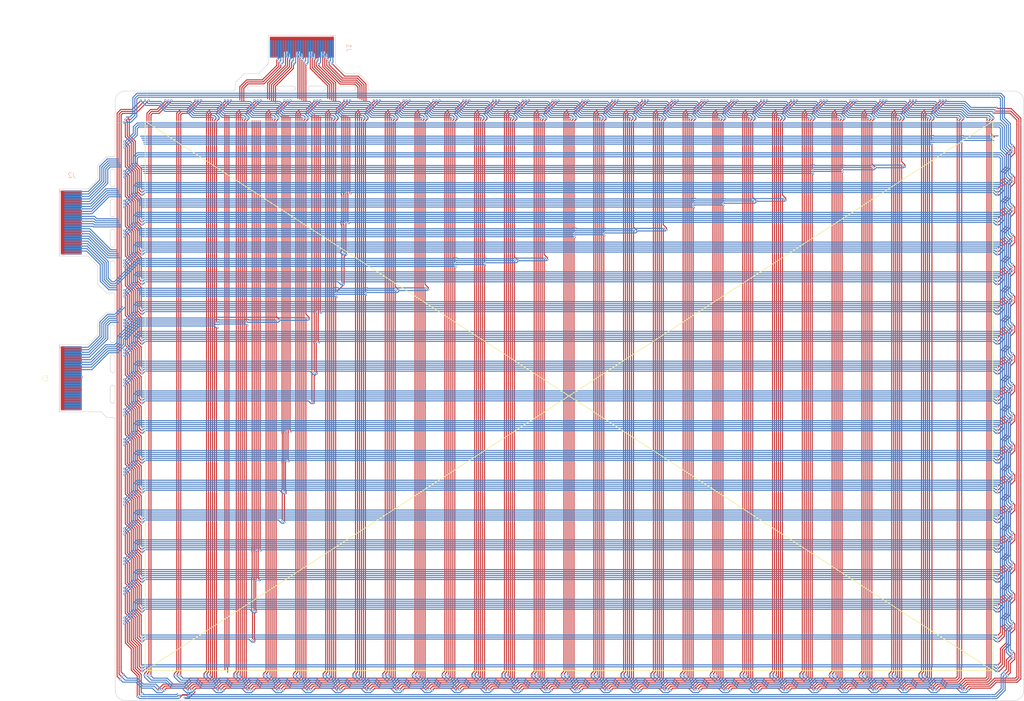
<source format=kicad_pcb>
(kicad_pcb (version 20241229) (generator "pcbnew") (generator_version "9.0")
  (layers (0 "F.Cu" signal) (2 "B.Cu" signal) (13 "F.Paste" user) (15 "B.Paste" user) (5 "F.SilkS" user "F.Silkscreen") (7 "B.SilkS" user "B.Silkscreen") (1 "F.Mask" user) (3 "B.Mask" user) (25 "Edge.Cuts" user))
  (net 0 "")
  (net 1 "/Y7")
  (net 2 "GND")
  (net 5 "/Y11")
  (net 6 "/Y5")
  (net 7 "/Y3")
  (net 8 "/Y1")
  (net 9 "/Y12")
  (net 10 "/Y17")
  (net 11 "/Y16")
  (net 12 "/Y2")
  (net 13 "/Y10")
  (net 14 "/Y9")
  (net 15 "/Y14")
  (net 16 "/Y13")
  (net 17 "/Y0")
  (net 18 "/Y15")
  (net 19 "/Y6")
  (net 20 "/Y8")
  (net 21 "/Y4")
  (net 23 "/X4")
  (net 24 "/X16")
  (net 25 "/X3")
  (net 26 "/X0")
  (net 27 "/X19")
  (net 28 "/X13")
  (net 29 "/X14")
  (net 30 "/X12")
  (net 31 "/X8")
  (net 32 "/X11")
  (net 33 "/X17")
  (net 34 "/X1")
  (net 35 "/X10")
  (net 36 "/X7")
  (net 37 "/X9")
  (net 38 "/X2")
  (net 39 "/X5")
  (net 40 "/X6")
  (net 41 "/X18")
  (net 43 "/X15")
  (net 48 "unconnected-(J3-Pin_18-Pad18)")
  (net 51 "/X20")
  (net 53 "/X21")
  (net 54 "/X23")
  (net 55 "/X27")
  (net 57 "/X22")
  (net 60 "/X24")
  (net 61 "/X25")
  (net 62 "/X26")
  (net 67 "Net-(J4-Pin_5)")
  (net 68 "Net-(J4-Pin_3)")
  (net 69 "Net-(J4-Pin_1)")
  (net 70 "Net-(J4-Pin_4)")
  (net 71 "Net-(J4-Pin_6)")
  (net 72 "Net-(J5-Pin_6)")
  (net 73 "Net-(J5-Pin_2)")
  (net 74 "Net-(J5-Pin_4)")
  (net 75 "Net-(J6-Pin_2)")
  (net 76 "Net-(J6-Pin_4)")
  (net 77 "Net-(J6-Pin_6)")
  (net 78 "Net-(J10-Pin_5)")
  (net 79 "Net-(J8-Pin_1)")
  (net 80 "Net-(J8-Pin_5)")
  (net 81 "Net-(J10-Pin_3)")
  (net 82 "Net-(J8-Pin_3)")
  (net 83 "Net-(J11-Pin_5)")
  (net 84 "Net-(J11-Pin_1)")
  (net 85 "Net-(J11-Pin_3)")
  (net 86 "Net-(J10-Pin_4)")
  (net 87 "Net-(J10-Pin_2)")
  (net 88 "Net-(J10-Pin_6)")
  (net 89 "Net-(J12-Pin_4)")
  (net 90 "Net-(J12-Pin_6)")
  (net 91 "Net-(J12-Pin_3)")
  (net 92 "Net-(J12-Pin_1)")
  (net 93 "Net-(J12-Pin_5)")
  (net 94 "Net-(J13-Pin_2)")
  (net 95 "Net-(J13-Pin_6)")
  (net 96 "Net-(J13-Pin_4)")
  (net 97 "Net-(J14-Pin_2)")
  (net 98 "Net-(J14-Pin_6)")
  (net 99 "Net-(J14-Pin_4)")
  (net 100 "Net-(J16-Pin_3)")
  (net 101 "Net-(J16-Pin_1)")
  (net 102 "Net-(J16-Pin_6)")
  (net 103 "Net-(J16-Pin_5)")
  (net 104 "Net-(J16-Pin_4)")
  (net 105 "Net-(J17-Pin_4)")
  (net 106 "Net-(J17-Pin_6)")
  (net 107 "Net-(J17-Pin_2)")
  (net 108 "Net-(J18-Pin_4)")
  (net 109 "Net-(J18-Pin_2)")
  (net 110 "Net-(J18-Pin_6)")
  (net 111 "Net-(J20-Pin_5)")
  (net 112 "Net-(J20-Pin_4)")
  (net 113 "Net-(J20-Pin_3)")
  (net 114 "Net-(J20-Pin_6)")
  (net 115 "Net-(J20-Pin_1)")
  (net 116 "Net-(J21-Pin_4)")
  (net 117 "Net-(J21-Pin_2)")
  (net 118 "Net-(J21-Pin_6)")
  (net 119 "Net-(J22-Pin_4)")
  (net 120 "Net-(J22-Pin_6)")
  (net 121 "Net-(J22-Pin_2)")
  (net 122 "Net-(J24-Pin_3)")
  (net 123 "Net-(J24-Pin_1)")
  (net 124 "Net-(J24-Pin_4)")
  (net 125 "Net-(J24-Pin_6)")
  (net 126 "Net-(J24-Pin_5)")
  (net 127 "Net-(J25-Pin_4)")
  (net 128 "Net-(J25-Pin_6)")
  (net 129 "Net-(J25-Pin_2)")
  (net 130 "Net-(J26-Pin_6)")
  (net 131 "Net-(J26-Pin_4)")
  (net 132 "Net-(J26-Pin_2)")
  (net 133 "Net-(J28-Pin_6)")
  (net 134 "Net-(J28-Pin_3)")
  (net 135 "Net-(J28-Pin_1)")
  (net 136 "Net-(J28-Pin_4)")
  (net 137 "Net-(J28-Pin_5)")
  (net 138 "Net-(J29-Pin_4)")
  (net 139 "Net-(J29-Pin_6)")
  (net 140 "Net-(J29-Pin_2)")
  (net 141 "Net-(J30-Pin_2)")
  (net 142 "Net-(J30-Pin_4)")
  (net 143 "Net-(J30-Pin_6)")
  (net 144 "Net-(J32-Pin_3)")
  (net 145 "Net-(J32-Pin_5)")
  (net 146 "Net-(J32-Pin_6)")
  (net 147 "Net-(J32-Pin_4)")
  (net 148 "Net-(J32-Pin_1)")
  (net 149 "Net-(J33-Pin_4)")
  (net 150 "Net-(J33-Pin_2)")
  (net 151 "Net-(J33-Pin_6)")
  (net 152 "Net-(J34-Pin_6)")
  (net 153 "Net-(J34-Pin_4)")
  (net 154 "Net-(J34-Pin_2)")
  (net 155 "Net-(J36-Pin_1)")
  (net 156 "Net-(J36-Pin_6)")
  (net 157 "Net-(J36-Pin_3)")
  (net 158 "Net-(J36-Pin_5)")
  (net 159 "Net-(J36-Pin_4)")
  (net 160 "Net-(J37-Pin_4)")
  (net 161 "Net-(J37-Pin_6)")
  (net 162 "Net-(J37-Pin_2)")
  (net 163 "Net-(J38-Pin_6)")
  (net 164 "Net-(J38-Pin_2)")
  (net 165 "Net-(J38-Pin_4)")
  (net 166 "Net-(J40-Pin_5)")
  (net 167 "Net-(J40-Pin_1)")
  (net 168 "Net-(J40-Pin_3)")
  (net 169 "Net-(J40-Pin_4)")
  (net 170 "Net-(J40-Pin_6)")
  (net 171 "Net-(J41-Pin_2)")
  (net 172 "Net-(J41-Pin_6)")
  (net 173 "Net-(J41-Pin_4)")
  (net 174 "Net-(J42-Pin_2)")
  (net 175 "Net-(J42-Pin_6)")
  (net 176 "Net-(J42-Pin_4)")
  (net 177 "Net-(J44-Pin_6)")
  (net 178 "Net-(J44-Pin_1)")
  (net 179 "Net-(J44-Pin_5)")
  (net 180 "Net-(J44-Pin_3)")
  (net 181 "Net-(J44-Pin_4)")
  (net 182 "Net-(J45-Pin_6)")
  (net 183 "Net-(J45-Pin_4)")
  (net 184 "Net-(J45-Pin_2)")
  (net 185 "Net-(J46-Pin_2)")
  (net 186 "Net-(J46-Pin_6)")
  (net 187 "Net-(J46-Pin_4)")
  (net 188 "Net-(J48-Pin_3)")
  (net 189 "Net-(J48-Pin_4)")
  (net 190 "Net-(J48-Pin_5)")
  (net 191 "Net-(J48-Pin_6)")
  (net 192 "Net-(J48-Pin_1)")
  (net 193 "Net-(J49-Pin_6)")
  (net 194 "Net-(J49-Pin_2)")
  (net 195 "Net-(J49-Pin_4)")
  (net 196 "Net-(J50-Pin_4)")
  (net 197 "Net-(J50-Pin_2)")
  (net 198 "Net-(J50-Pin_6)")
  (net 199 "Net-(J52-Pin_5)")
  (net 200 "Net-(J52-Pin_3)")
  (net 201 "Net-(J52-Pin_6)")
  (net 202 "Net-(J52-Pin_1)")
  (net 203 "Net-(J52-Pin_4)")
  (net 204 "Net-(J53-Pin_4)")
  (net 205 "Net-(J53-Pin_6)")
  (net 206 "Net-(J53-Pin_2)")
  (net 207 "Net-(J54-Pin_4)")
  (net 208 "Net-(J54-Pin_6)")
  (net 209 "Net-(J54-Pin_2)")
  (net 210 "Net-(J56-Pin_3)")
  (net 211 "Net-(J56-Pin_1)")
  (net 212 "Net-(J56-Pin_5)")
  (net 213 "Net-(J56-Pin_4)")
  (net 214 "Net-(J56-Pin_6)")
  (net 215 "Net-(J57-Pin_2)")
  (net 216 "Net-(J57-Pin_6)")
  (net 217 "Net-(J57-Pin_4)")
  (net 218 "Net-(J58-Pin_4)")
  (net 219 "Net-(J58-Pin_2)")
  (net 220 "Net-(J58-Pin_6)")
  (net 221 "Net-(J60-Pin_3)")
  (net 222 "Net-(J60-Pin_5)")
  (net 223 "Net-(J60-Pin_1)")
  (net 224 "Net-(J60-Pin_6)")
  (net 225 "Net-(J60-Pin_4)")
  (net 226 "Net-(J61-Pin_2)")
  (net 227 "Net-(J61-Pin_6)")
  (net 228 "Net-(J61-Pin_4)")
  (net 229 "Net-(J62-Pin_6)")
  (net 230 "Net-(J62-Pin_4)")
  (net 231 "Net-(J62-Pin_2)")
  (net 232 "Net-(J64-Pin_5)")
  (net 233 "Net-(J64-Pin_3)")
  (net 234 "Net-(J64-Pin_1)")
  (net 235 "Net-(J64-Pin_6)")
  (net 236 "Net-(J64-Pin_4)")
  (net 237 "Net-(J65-Pin_6)")
  (net 238 "Net-(J65-Pin_4)")
  (net 239 "Net-(J65-Pin_2)")
  (net 240 "Net-(J66-Pin_2)")
  (net 241 "Net-(J66-Pin_4)")
  (net 242 "Net-(J66-Pin_6)")
  (net 243 "Net-(J68-Pin_5)")
  (net 244 "Net-(J68-Pin_6)")
  (net 245 "Net-(J68-Pin_1)")
  (net 246 "Net-(J68-Pin_3)")
  (net 247 "Net-(J68-Pin_4)")
  (net 248 "Net-(J69-Pin_6)")
  (net 249 "Net-(J69-Pin_4)")
  (net 250 "Net-(J69-Pin_2)")
  (net 251 "Net-(J70-Pin_6)")
  (net 252 "Net-(J70-Pin_2)")
  (net 253 "Net-(J70-Pin_4)")
  (net 254 "Net-(J72-Pin_6)")
  (net 255 "Net-(J72-Pin_3)")
  (net 256 "Net-(J72-Pin_4)")
  (net 257 "Net-(J72-Pin_1)")
  (net 258 "Net-(J72-Pin_5)")
  (net 259 "Net-(J73-Pin_4)")
  (net 260 "Net-(J73-Pin_6)")
  (net 261 "Net-(J73-Pin_2)")
  (net 262 "Net-(J74-Pin_6)")
  (net 263 "Net-(J74-Pin_2)")
  (net 264 "Net-(J74-Pin_4)")
  (net 265 "Net-(J76-Pin_6)")
  (net 266 "Net-(J76-Pin_5)")
  (net 267 "Net-(J76-Pin_4)")
  (net 268 "Net-(J76-Pin_3)")
  (net 269 "Net-(J76-Pin_1)")
  (net 270 "Net-(J77-Pin_2)")
  (net 271 "Net-(J77-Pin_6)")
  (net 272 "Net-(J77-Pin_4)")
  (net 273 "Net-(J78-Pin_4)")
  (net 274 "Net-(J78-Pin_6)")
  (net 275 "Net-(J78-Pin_2)")
  (net 276 "Net-(J80-Pin_6)")
  (net 277 "Net-(J80-Pin_4)")
  (net 278 "Net-(J80-Pin_1)")
  (net 279 "Net-(J80-Pin_5)")
  (net 280 "Net-(J80-Pin_3)")
  (net 281 "Net-(J81-Pin_6)")
  (net 282 "Net-(J81-Pin_4)")
  (net 283 "Net-(J81-Pin_2)")
  (net 284 "Net-(J82-Pin_6)")
  (net 285 "Net-(J82-Pin_4)")
  (net 286 "Net-(J82-Pin_2)")
  (net 287 "Net-(J84-Pin_5)")
  (net 288 "Net-(J84-Pin_1)")
  (net 289 "Net-(J84-Pin_6)")
  (net 290 "Net-(J84-Pin_4)")
  (net 291 "Net-(J84-Pin_3)")
  (net 292 "Net-(J85-Pin_4)")
  (net 293 "Net-(J85-Pin_6)")
  (net 294 "Net-(J85-Pin_2)")
  (net 295 "Net-(J86-Pin_4)")
  (net 296 "Net-(J86-Pin_6)")
  (net 297 "Net-(J86-Pin_2)")
  (net 298 "Net-(J88-Pin_1)")
  (net 299 "Net-(J88-Pin_6)")
  (net 300 "Net-(J88-Pin_4)")
  (net 301 "Net-(J88-Pin_5)")
  (net 302 "Net-(J88-Pin_3)")
  (net 303 "Net-(J89-Pin_6)")
  (net 304 "Net-(J89-Pin_4)")
  (net 305 "Net-(J89-Pin_2)")
  (net 306 "Net-(J90-Pin_2)")
  (net 307 "Net-(J90-Pin_4)")
  (net 308 "Net-(J90-Pin_6)")
  (net 309 "Net-(J92-Pin_3)")
  (net 310 "Net-(J92-Pin_5)")
  (net 311 "Net-(J92-Pin_4)")
  (net 312 "Net-(J92-Pin_1)")
  (net 313 "Net-(J92-Pin_6)")
  (net 314 "Net-(J93-Pin_4)")
  (net 315 "Net-(J93-Pin_6)")
  (net 316 "Net-(J93-Pin_2)")
  (net 317 "Net-(J94-Pin_2)")
  (net 318 "Net-(J94-Pin_6)")
  (net 319 "Net-(J94-Pin_4)")
  (net 320 "Net-(J96-Pin_3)")
  (net 321 "Net-(J96-Pin_4)")
  (net 322 "Net-(J96-Pin_6)")
  (net 323 "Net-(J96-Pin_1)")
  (net 324 "Net-(J96-Pin_5)")
  (net 325 "Net-(J97-Pin_4)")
  (net 326 "Net-(J97-Pin_2)")
  (net 327 "Net-(J97-Pin_6)")
  (net 328 "Net-(J98-Pin_2)")
  (net 329 "Net-(J98-Pin_4)")
  (net 330 "Net-(J98-Pin_6)")
  (net 331 "Net-(J100-Pin_3)")
  (net 332 "Net-(J100-Pin_5)")
  (net 333 "Net-(J100-Pin_4)")
  (net 334 "Net-(J100-Pin_1)")
  (net 335 "Net-(J100-Pin_6)")
  (net 336 "Net-(J101-Pin_4)")
  (net 337 "Net-(J101-Pin_6)")
  (net 338 "Net-(J101-Pin_2)")
  (net 339 "Net-(J102-Pin_6)")
  (net 340 "Net-(J102-Pin_2)")
  (net 341 "Net-(J102-Pin_4)")
  (net 342 "Net-(J104-Pin_3)")
  (net 343 "Net-(J104-Pin_4)")
  (net 344 "Net-(J104-Pin_1)")
  (net 345 "Net-(J104-Pin_5)")
  (net 346 "Net-(J104-Pin_6)")
  (net 347 "Net-(J105-Pin_6)")
  (net 348 "Net-(J105-Pin_2)")
  (net 349 "Net-(J105-Pin_4)")
  (net 350 "Net-(J106-Pin_2)")
  (net 351 "Net-(J106-Pin_4)")
  (net 352 "Net-(J106-Pin_6)")
  (net 353 "Net-(J108-Pin_3)")
  (net 354 "Net-(J108-Pin_4)")
  (net 355 "Net-(J108-Pin_1)")
  (net 356 "Net-(J108-Pin_6)")
  (net 357 "Net-(J108-Pin_5)")
  (net 358 "Net-(J109-Pin_2)")
  (net 359 "Net-(J109-Pin_4)")
  (net 360 "Net-(J109-Pin_6)")
  (net 361 "Net-(J110-Pin_2)")
  (net 362 "Net-(J110-Pin_6)")
  (net 363 "Net-(J110-Pin_4)")
  (net 364 "Net-(J112-Pin_1)")
  (net 365 "Net-(J112-Pin_4)")
  (net 366 "Net-(J112-Pin_5)")
  (net 367 "Net-(J112-Pin_3)")
  (net 368 "Net-(J112-Pin_6)")
  (net 369 "Net-(J113-Pin_4)")
  (net 370 "Net-(J113-Pin_6)")
  (net 371 "Net-(J113-Pin_2)")
  (net 372 "Net-(J114-Pin_6)")
  (net 373 "Net-(J114-Pin_4)")
  (net 374 "Net-(J114-Pin_2)")
  (net 375 "Net-(J116-Pin_4)")
  (net 376 "Net-(J116-Pin_3)")
  (net 377 "Net-(J116-Pin_6)")
  (net 378 "Net-(J116-Pin_1)")
  (net 379 "Net-(J116-Pin_5)")
  (net 380 "Net-(J117-Pin_6)")
  (net 381 "Net-(J117-Pin_2)")
  (net 382 "Net-(J117-Pin_4)")
  (net 383 "Net-(J118-Pin_4)")
  (net 384 "Net-(J118-Pin_2)")
  (net 385 "Net-(J118-Pin_6)")
  (net 386 "Net-(J120-Pin_4)")
  (net 387 "Net-(J120-Pin_6)")
  (net 388 "Net-(J120-Pin_5)")
  (net 389 "Net-(J120-Pin_3)")
  (net 390 "Net-(J120-Pin_1)")
  (net 391 "Net-(J121-Pin_2)")
  (net 392 "Net-(J121-Pin_4)")
  (net 393 "Net-(J121-Pin_6)")
  (net 394 "Net-(J122-Pin_4)")
  (net 395 "Net-(J122-Pin_6)")
  (net 396 "Net-(J122-Pin_2)")
  (net 397 "Net-(J124-Pin_1)")
  (net 398 "Net-(J124-Pin_6)")
  (net 399 "Net-(J124-Pin_4)")
  (net 400 "Net-(J124-Pin_5)")
  (net 401 "Net-(J124-Pin_3)")
  (net 402 "Net-(J125-Pin_6)")
  (net 403 "Net-(J125-Pin_4)")
  (net 404 "Net-(J125-Pin_2)")
  (net 405 "Net-(J126-Pin_6)")
  (net 406 "Net-(J126-Pin_2)")
  (net 407 "Net-(J126-Pin_4)")
  (net 408 "Net-(J128-Pin_4)")
  (net 409 "Net-(J128-Pin_6)")
  (net 410 "Net-(J128-Pin_3)")
  (net 411 "Net-(J128-Pin_1)")
  (net 412 "Net-(J128-Pin_5)")
  (net 413 "Net-(J129-Pin_2)")
  (net 414 "Net-(J129-Pin_6)")
  (net 415 "Net-(J129-Pin_4)")
  (net 416 "Net-(J130-Pin_2)")
  (net 417 "Net-(J130-Pin_6)")
  (net 418 "Net-(J130-Pin_4)")
  (net 419 "Net-(J132-Pin_5)")
  (net 420 "Net-(J132-Pin_1)")
  (net 421 "Net-(J132-Pin_3)")
  (net 422 "Net-(J132-Pin_6)")
  (net 423 "Net-(J132-Pin_4)")
  (net 424 "Net-(J133-Pin_6)")
  (net 425 "Net-(J133-Pin_4)")
  (net 426 "Net-(J133-Pin_2)")
  (net 427 "Net-(J134-Pin_2)")
  (net 428 "Net-(J134-Pin_4)")
  (net 429 "Net-(J134-Pin_6)")
  (net 430 "Net-(J136-Pin_4)")
  (net 431 "Net-(J136-Pin_1)")
  (net 432 "Net-(J136-Pin_5)")
  (net 433 "Net-(J136-Pin_3)")
  (net 434 "Net-(J136-Pin_6)")
  (net 435 "Net-(J137-Pin_4)")
  (net 436 "Net-(J137-Pin_6)")
  (net 437 "Net-(J137-Pin_2)")
  (net 438 "Net-(J138-Pin_2)")
  (net 439 "Net-(J138-Pin_4)")
  (net 440 "Net-(J138-Pin_6)")
  (net 441 "Net-(J140-Pin_6)")
  (net 442 "Net-(J140-Pin_3)")
  (net 443 "Net-(J140-Pin_1)")
  (net 444 "Net-(J140-Pin_4)")
  (net 445 "Net-(J140-Pin_5)")
  (net 446 "Net-(J141-Pin_2)")
  (net 447 "Net-(J141-Pin_6)")
  (net 448 "Net-(J141-Pin_4)")
  (net 449 "Net-(J142-Pin_6)")
  (net 450 "Net-(J142-Pin_2)")
  (net 451 "Net-(J142-Pin_4)")
  (net 452 "Net-(J144-Pin_6)")
  (net 453 "Net-(J144-Pin_5)")
  (net 454 "Net-(J144-Pin_4)")
  (net 455 "Net-(J144-Pin_3)")
  (net 456 "Net-(J144-Pin_1)")
  (net 457 "Net-(J145-Pin_4)")
  (net 458 "Net-(J145-Pin_2)")
  (net 459 "Net-(J145-Pin_6)")
  (net 460 "Net-(J146-Pin_6)")
  (net 461 "Net-(J146-Pin_2)")
  (net 462 "Net-(J146-Pin_4)")
  (net 463 "Net-(J148-Pin_5)")
  (net 464 "Net-(J148-Pin_4)")
  (net 465 "Net-(J148-Pin_1)")
  (net 466 "Net-(J148-Pin_6)")
  (net 467 "Net-(J148-Pin_3)")
  (net 468 "Net-(J149-Pin_2)")
  (net 469 "Net-(J149-Pin_4)")
  (net 470 "Net-(J149-Pin_6)")
  (net 471 "Net-(J150-Pin_2)")
  (net 472 "Net-(J150-Pin_6)")
  (net 473 "Net-(J150-Pin_4)")
  (net 474 "Net-(J152-Pin_6)")
  (net 475 "Net-(J152-Pin_4)")
  (net 476 "Net-(J152-Pin_5)")
  (net 477 "Net-(J152-Pin_1)")
  (net 478 "Net-(J152-Pin_3)")
  (net 479 "Net-(J153-Pin_2)")
  (net 480 "Net-(J153-Pin_4)")
  (net 481 "Net-(J153-Pin_6)")
  (net 482 "Net-(J154-Pin_4)")
  (net 483 "Net-(J154-Pin_6)")
  (net 484 "Net-(J154-Pin_2)")
  (net 485 "Net-(J156-Pin_3)")
  (net 486 "Net-(J156-Pin_5)")
  (net 487 "Net-(J156-Pin_1)")
  (net 488 "Net-(J156-Pin_6)")
  (net 489 "Net-(J156-Pin_4)")
  (net 490 "Net-(J157-Pin_2)")
  (net 491 "Net-(J157-Pin_6)")
  (net 492 "Net-(J157-Pin_4)")
  (net 493 "Net-(J158-Pin_2)")
  (net 494 "Net-(J158-Pin_4)")
  (net 495 "Net-(J158-Pin_6)")
  (net 496 "Net-(J160-Pin_5)")
  (net 497 "Net-(J160-Pin_3)")
  (net 498 "Net-(J160-Pin_4)")
  (net 499 "Net-(J160-Pin_1)")
  (net 500 "Net-(J160-Pin_6)")
  (net 501 "Net-(J161-Pin_4)")
  (net 502 "Net-(J161-Pin_2)")
  (net 503 "Net-(J161-Pin_6)")
  (net 504 "Net-(J162-Pin_6)")
  (net 505 "Net-(J162-Pin_2)")
  (net 506 "Net-(J162-Pin_4)")
  (net 507 "Net-(J164-Pin_1)")
  (net 508 "Net-(J164-Pin_4)")
  (net 509 "Net-(J164-Pin_3)")
  (net 510 "Net-(J164-Pin_6)")
  (net 511 "Net-(J164-Pin_5)")
  (net 512 "Net-(J165-Pin_6)")
  (net 513 "Net-(J165-Pin_4)")
  (net 514 "Net-(J165-Pin_2)")
  (net 515 "Net-(J166-Pin_2)")
  (net 516 "Net-(J166-Pin_4)")
  (net 517 "Net-(J166-Pin_6)")
  (net 518 "Net-(J168-Pin_5)")
  (net 519 "Net-(J168-Pin_4)")
  (net 520 "Net-(J168-Pin_1)")
  (net 521 "Net-(J168-Pin_6)")
  (net 522 "Net-(J168-Pin_3)")
  (net 523 "Net-(J169-Pin_2)")
  (net 524 "Net-(J169-Pin_4)")
  (net 525 "Net-(J169-Pin_6)")
  (net 526 "Net-(J170-Pin_2)")
  (net 527 "Net-(J170-Pin_6)")
  (net 528 "Net-(J170-Pin_4)")
  (net 529 "Net-(J172-Pin_4)")
  (net 530 "Net-(J172-Pin_3)")
  (net 531 "Net-(J172-Pin_5)")
  (net 532 "Net-(J172-Pin_1)")
  (net 533 "Net-(J172-Pin_6)")
  (net 534 "Net-(J173-Pin_6)")
  (net 535 "Net-(J173-Pin_2)")
  (net 536 "Net-(J173-Pin_4)")
  (net 537 "Net-(J174-Pin_6)")
  (net 538 "Net-(J174-Pin_4)")
  (net 539 "Net-(J174-Pin_2)")
  (net 540 "Net-(J176-Pin_6)")
  (net 541 "Net-(J176-Pin_1)")
  (net 542 "Net-(J176-Pin_4)")
  (net 543 "Net-(J176-Pin_3)")
  (net 544 "Net-(J176-Pin_5)")
  (net 545 "Net-(J177-Pin_6)")
  (net 546 "Net-(J177-Pin_4)")
  (net 547 "Net-(J177-Pin_2)")
  (net 548 "Net-(J178-Pin_4)")
  (net 549 "Net-(J178-Pin_2)")
  (net 550 "Net-(J178-Pin_6)")
  (net 551 "Net-(J180-Pin_6)")
  (net 552 "Net-(J180-Pin_5)")
  (net 553 "Net-(J180-Pin_3)")
  (net 554 "Net-(J180-Pin_1)")
  (net 555 "Net-(J180-Pin_4)")
  (net 556 "Net-(J181-Pin_6)")
  (net 557 "Net-(J181-Pin_4)")
  (net 558 "Net-(J181-Pin_2)")
  (net 559 "Net-(J182-Pin_4)")
  (net 560 "Net-(J182-Pin_6)")
  (net 561 "Net-(J182-Pin_2)")
  (net 562 "Net-(J184-Pin_6)")
  (net 563 "Net-(J184-Pin_3)")
  (net 564 "Net-(J184-Pin_4)")
  (net 565 "Net-(J184-Pin_5)")
  (net 566 "Net-(J184-Pin_1)")
  (net 567 "Net-(J185-Pin_4)")
  (net 568 "Net-(J185-Pin_6)")
  (net 569 "Net-(J185-Pin_2)")
  (net 570 "Net-(J186-Pin_6)")
  (net 571 "Net-(J186-Pin_2)")
  (net 572 "Net-(J186-Pin_4)")
  (footprint "footprints:coil_terminal_3p" (layer "F.Cu") (at 199.298096 33.9 -90)
    (property "Reference" "J40" (hide yes))
    (property "Value" "Conn_02x03_Odd_Even" (hide yes))
  )
  (footprint "footprints:coil_terminal_3p" (layer "F.Cu") (at 84.1 33.9 -90)
    (property "Reference" "J101" (hide yes))
    (property "Value" "Conn_02x03_Odd_Even" (hide yes))
  )
  (footprint "footprints:coil_terminal_3p" (layer "F.Cu") (at 121.298096 33.9 -90)
    (property "Reference" "J88" (hide yes))
    (property "Value" "Conn_02x03_Odd_Even" (hide yes))
  )
  (footprint "footprints:coil_terminal_3p" (layer "F.Cu") (at 115.298096 143.9 -90)
    (property "Reference" "J94" (hide yes))
    (property "Value" "Conn_02x03_Odd_Even" (hide yes))
  )
  (footprint "footprints:coil_terminal_3p" (layer "F.Cu") (at 102.1 33.9 -90)
    (property "Reference" "J89" (hide yes))
    (property "Value" "Conn_02x03_Odd_Even" (hide yes))
  )
  (footprint "footprints:coil_terminal_3p" (layer "F.Cu") (at 126.1 143.9 -90)
    (property "Reference" "J75" (hide yes))
    (property "Value" "Conn_02x03_Odd_Even" (hide yes))
  )
  (footprint "footprints:coil_terminal_3p" (layer "F.Cu") (at 234.1 33.9 -90)
    (property "Reference" "J5" (hide yes))
    (property "Value" "Conn_02x03_Odd_Even" (hide yes))
  )
  (footprint "footprints:coil_terminal_3p" (layer "F.Cu") (at 78.1 143.9 -90)
    (property "Reference" "J107" (hide yes))
    (property "Value" "Conn_02x03_Odd_Even" (hide yes))
  )
  (footprint "footprints:coil_terminal_3p" (layer "F.Cu") (at 103.298096 143.9 -90)
    (property "Reference" "J102" (hide yes))
    (property "Value" "Conn_02x03_Odd_Even" (hide yes))
  )
  (footprint "footprints:coil_terminal_3p" (layer "F.Cu") (at 174.1 33.9 -90)
    (property "Reference" "J45" (hide yes))
    (property "Value" "Conn_02x03_Odd_Even" (hide yes))
  )
  (footprint "footprints:coil_terminal_3p" (layer "F.Cu") (at 193.298096 143.9 -90)
    (property "Reference" "J46" (hide yes))
    (property "Value" "Conn_02x03_Odd_Even" (hide yes))
  )
  (footprint "footprints:coil_terminal_3p" (layer "F.Cu") (at 187.298096 143.9 -90)
    (property "Reference" "J186" (hide yes))
    (property "Value" "Conn_02x03_Odd_Even" (hide yes))
  )
  (footprint "footprints:coil_terminal_3p" (layer "F.Cu") (at 127.298096 33.9 -90)
    (property "Reference" "J84" (hide yes))
    (property "Value" "Conn_02x03_Odd_Even" (hide yes))
  )
  (footprint "footprints:coil_terminal_3p" (layer "F.Cu") (at 174.1 143.9 -90)
    (property "Reference" "J47" (hide yes))
    (property "Value" "Conn_02x03_Odd_Even" (hide yes))
  )
  (footprint "footprints:coil_terminal_3p" (layer "F.Cu") (at 241.298096 143.9 -90)
    (property "Reference" "J14" (hide yes))
    (property "Value" "Conn_02x03_Odd_Even" (hide yes))
  )
  (footprint "footprints:coil_terminal_3p" (layer "F.Cu") (at 90.1 33.9 -90)
    (property "Reference" "J97" (hide yes))
    (property "Value" "Conn_02x03_Odd_Even" (hide yes))
  )
  (footprint "footprints:coil_terminal_3p" (layer "F.Cu") (at 169.298096 33.9 -90)
    (property "Reference" "J56" (hide yes))
    (property "Value" "Conn_02x03_Odd_Even" (hide yes))
  )
  (footprint "footprints:coil_terminal_3p" (layer "F.Cu") (at 205.298096 33.9 -90)
    (property "Reference" "J36" (hide yes))
    (property "Value" "Conn_02x03_Odd_Even" (hide yes))
  )
  (footprint "footprints:coil_terminal_3p" (layer "F.Cu") (at 210.1 143.9 -90)
    (property "Reference" "J23" (hide yes))
    (property "Value" "Conn_02x03_Odd_Even" (hide yes))
  )
  (footprint "footprints:coil_terminal_3p" (layer "F.Cu") (at 121.298096 143.9 -90)
    (property "Reference" "J90" (hide yes))
    (property "Value" "Conn_02x03_Odd_Even" (hide yes))
  )
  (footprint "footprints:coil_terminal_3p" (layer "F.Cu") (at 210.1 33.9 -90)
    (property "Reference" "J21" (hide yes))
    (property "Value" "Conn_02x03_Odd_Even" (hide yes))
  )
  (footprint "footprints:coil_terminal_3p" (layer "F.Cu") (at 253.3 143.9 -90)
    (property "Reference" "J6" (hide yes))
    (property "Value" "Conn_02x03_Odd_Even" (hide yes))
  )
  (footprint "footprints:coil_terminal_3p" (layer "F.Cu") (at 96.1 33.9 -90)
    (property "Reference" "J93" (hide yes))
    (property "Value" "Conn_02x03_Odd_Even" (hide yes))
  )
  (footprint "footprints:coil_terminal_3p" (layer "F.Cu") (at 228.1 33.9 -90)
    (property "Reference" "J9" (hide yes))
    (property "Value" "Conn_02x03_Odd_Even" (hide yes))
  )
  (footprint "footprints:coil_terminal_3p" (layer "F.Cu") (at 103.298096 33.9 -90)
    (property "Reference" "J100" (hide yes))
    (property "Value" "Conn_02x03_Odd_Even" (hide yes))
  )
  (footprint "footprints:coil_terminal_3p" (layer "F.Cu") (at 144.1 143.9 -90)
    (property "Reference" "J63" (hide yes))
    (property "Value" "Conn_02x03_Odd_Even" (hide yes))
  )
  (footprint "footprints:coil_terminal_3p" (layer "F.Cu") (at 216.1 143.9 -90)
    (property "Reference" "J19" (hide yes))
    (property "Value" "Conn_02x03_Odd_Even" (hide yes))
  )
  (footprint "footprints:coil_terminal_3p" (layer "F.Cu") (at 109.298096 143.9 -90)
    (property "Reference" "J98" (hide yes))
    (property "Value" "Conn_02x03_Odd_Even" (hide yes))
  )
  (footprint "footprints:coil_terminal_3p" (layer "F.Cu") (at 78.1 33.9 -90)
    (property "Reference" "J105" (hide yes))
    (property "Value" "Conn_02x03_Odd_Even" (hide yes))
  )
  (footprint "footprints:coil_terminal_3p" (layer "F.Cu") (at 157.298096 33.9 -90)
    (property "Reference" "J64" (hide yes))
    (property "Value" "Conn_02x03_Odd_Even" (hide yes))
  )
  (footprint "footprints:coil_terminal_3p" (layer "F.Cu") (at 229.298096 33.9 -90)
    (property "Reference" "J20" (hide yes))
    (property "Value" "Conn_02x03_Odd_Even" (hide yes))
  )
  (footprint "footprints:coil_terminal_3p" (layer "F.Cu") (at 120.1 143.9 -90)
    (property "Reference" "J79" (hide yes))
    (property "Value" "Conn_02x03_Odd_Even" (hide yes))
  )
  (footprint "footprints:coil_terminal_3p" (layer "F.Cu") (at 145.298096 33.9 -90)
    (property "Reference" "J72" (hide yes))
    (property "Value" "Conn_02x03_Odd_Even" (hide yes))
  )
  (footprint "footprints:coil_terminal_3p" (layer "F.Cu") (at 156.1 143.9 -90)
    (property "Reference" "J55" (hide yes))
    (property "Value" "Conn_02x03_Odd_Even" (hide yes))
  )
  (footprint "footprints:coil_terminal_3p" (layer "F.Cu") (at 115.298096 33.9 -90)
    (property "Reference" "J92" (hide yes))
    (property "Value" "Conn_02x03_Odd_Even" (hide yes))
  )
  (footprint "footprints:coil_terminal_3p" (layer "F.Cu") (at 211.298096 143.9 -90)
    (property "Reference" "J34" (hide yes))
    (property "Value" "Conn_02x03_Odd_Even" (hide yes))
  )
  (footprint "footprints:coil_terminal_3p" (layer "F.Cu") (at 216.1 33.9 -90)
    (property "Reference" "J17" (hide yes))
    (property "Value" "Conn_02x03_Odd_Even" (hide yes))
  )
  (footprint "footprints:coil_terminal_3p" (layer "F.Cu") (at 228.1 143.9 -90)
    (property "Reference" "J11" (hide yes))
    (property "Value" "Conn_02x03_Odd_Even" (hide yes))
  )
  (footprint "footprints:coil_terminal_3p" (layer "F.Cu") (at 144.1 33.9 -90)
    (property "Reference" "J61" (hide yes))
    (property "Value" "Conn_02x03_Odd_Even" (hide yes))
  )
  (footprint "footprints:coil_terminal_3p" (layer "F.Cu") (at 217.298096 33.9 -90)
    (property "Reference" "J28" (hide yes))
    (property "Value" "Conn_02x03_Odd_Even" (hide yes))
  )
  (footprint "footprints:coil_terminal_3p" (layer "F.Cu") (at 229.298096 143.9 -90)
    (property "Reference" "J22" (hide yes))
    (property "Value" "Conn_02x03_Odd_Even" (hide yes))
  )
  (footprint "footprints:coil_terminal_3p" (layer "F.Cu") (at 204.1 33.9 -90)
    (property "Reference" "J25" (hide yes))
    (property "Value" "Conn_02x03_Odd_Even" (hide yes))
  )
  (footprint "footprints:coil_terminal_3p" (layer "F.Cu") (at 114.1 143.9 -90)
    (property "Reference" "J83" (hide yes))
    (property "Value" "Conn_02x03_Odd_Even" (hide yes))
  )
  (footprint "footprints:coil_terminal_3p" (layer "F.Cu") (at 180.1 143.9 -90)
    (property "Reference" "J43" (hide yes))
    (property "Value" "Conn_02x03_Odd_Even" (hide yes))
  )
  (footprint "footprints:coil_terminal_3p" (layer "F.Cu") (at 181.298096 33.9 -90)
    (property "Reference" "J48" (hide yes))
    (property "Value" "Conn_02x03_Odd_Even" (hide yes))
  )
  (footprint "footprints:coil_terminal_3p" (layer "F.Cu") (at 133.298096 33.9 -90)
    (property "Reference" "J80" (hide yes))
    (property "Value" "Conn_02x03_Odd_Even" (hide yes))
  )
  (footprint "footprints:coil_terminal_3p" (layer "F.Cu") (at 139.298096 33.9 -90)
    (property "Reference" "J76" (hide yes))
    (property "Value" "Conn_02x03_Odd_Even" (hide yes))
  )
  (footprint "footprints:coil_terminal_3p" (layer "F.Cu") (at 163.298096 143.9 -90)
    (property "Reference" "J62" (hide yes))
    (property "Value" "Conn_02x03_Odd_Even" (hide yes))
  )
  (footprint "footprints:coil_terminal_3p" (layer "F.Cu") (at 97.298096 33.9 -90)
    (property "Reference" "J104" (hide yes))
    (property "Value" "Conn_02x03_Odd_Even" (hide yes))
  )
  (footprint "footprints:coil_terminal_3p" (layer "F.Cu") (at 97.298096 143.9 -90)
    (property "Reference" "J106" (hide yes))
    (property "Value" "Conn_02x03_Odd_Even" (hide yes))
  )
  (footprint "footprints:coil_terminal_3p" (layer "F.Cu") (at 241.298096 33.9 -90)
    (property "Reference" "J12" (hide yes))
    (property "Value" "Conn_02x03_Odd_Even" (hide yes))
  )
  (footprint "footprints:coil_terminal_3p" (layer "F.Cu") (at 175.298096 33.9 -90)
    (property "Reference" "J52" (hide yes))
    (property "Value" "Conn_02x03_Odd_Even" (hide yes))
  )
  (footprint "footprints:coil_terminal_3p" (layer "F.Cu") (at 145.298096 143.9 -90)
    (property "Reference" "J74" (hide yes))
    (property "Value" "Conn_02x03_Odd_Even" (hide yes))
  )
  (footprint "footprints:coil_terminal_3p" (layer "F.Cu") (at 120.1 33.9 -90)
    (property "Reference" "J77" (hide yes))
    (property "Value" "Conn_02x03_Odd_Even" (hide yes))
  )
  (footprint "footprints:coil_terminal_3p" (layer "F.Cu") (at 192.1 33.9 -90)
    (property "Reference" "J33" (hide yes))
    (property "Value" "Conn_02x03_Odd_Even" (hide yes))
  )
  (footprint "footprints:coil_terminal_3p" (layer "F.Cu") (at 162.1 33.9 -90)
    (property "Reference" "J49" (hide yes))
    (property "Value" "Conn_02x03_Odd_Even" (hide yes))
  )
  (footprint "footprints:coil_terminal_3p" (layer "F.Cu") (at 235.298096 33.9 -90)
    (property "Reference" "J16" (hide yes))
    (property "Value" "Conn_02x03_Odd_Even" (hide yes))
  )
  (footprint "footprints:coil_terminal_3p" (layer "F.Cu") (at 199.298096 143.9 -90)
    (property "Reference" "J42" (hide yes))
    (property "Value" "Conn_02x03_Odd_Even" (hide yes))
  )
  (footprint "footprints:coil_terminal_3p" (layer "F.Cu") (at 198.1 33.9 -90)
    (property "Reference" "J29" (hide yes))
    (property "Value" "Conn_02x03_Odd_Even" (hide yes))
  )
  (footprint "footprints:coil_terminal_3p" (layer "F.Cu") (at 114.1 33.9 -90)
    (property "Reference" "J81" (hide yes))
    (property "Value" "Conn_02x03_Odd_Even" (hide yes))
  )
  (footprint "footprints:coil_terminal_3p" (layer "F.Cu") (at 247.298096 33.9 -90)
    (property "Reference" "J8" (hide yes))
    (property "Value" "Conn_02x03_Odd_Even" (hide yes))
  )
  (footprint "footprints:coil_terminal_3p" (layer "F.Cu") (at 108.1 33.9 -90)
    (property "Reference" "J85" (hide yes))
    (property "Value" "Conn_02x03_Odd_Even" (hide yes))
  )
  (footprint "footprints:coil_terminal_3p" (layer "F.Cu") (at 84.1 143.9 -90)
    (property "Reference" "J103" (hide yes))
    (property "Value" "Conn_02x03_Odd_Even" (hide yes))
  )
  (footprint "footprints:coil_terminal_3p" (layer "F.Cu") (at 169.298096 143.9 -90)
    (property "Reference" "J58" (hide yes))
    (property "Value" "Conn_02x03_Odd_Even" (hide yes))
  )
  (footprint "footprints:coil_terminal_3p" (layer "F.Cu") (at 132.1 33.9 -90)
    (property "Reference" "J69" (hide yes))
    (property "Value" "Conn_02x03_Odd_Even" (hide yes))
  )
  (footprint "footprints:coil_terminal_3p" (layer "F.Cu") (at 192.1 143.9 -90)
    (property "Reference" "J35" (hide yes))
    (property "Value" "Conn_02x03_Odd_Even" (hide yes))
  )
  (footprint "footprints:coil_terminal_3p" (layer "F.Cu") (at 235.298096 143.9 -90)
    (property "Reference" "J18" (hide yes))
    (property "Value" "Conn_02x03_Odd_Even" (hide yes))
  )
  (footprint "footprints:coil_terminal_3p" (layer "F.Cu") (at 175.298096 143.9 -90)
    (property "Reference" "J54" (hide yes))
    (property "Value" "Conn_02x03_Odd_Even" (hide yes))
  )
  (footprint "footprints:coil_terminal_3p" (layer "F.Cu") (at 168.098096 143.9 -90)
    (property "Reference" "J187" (hide yes))
    (property "Value" "Conn_02x03_Odd_Even" (hide yes))
  )
  (footprint "footprints:coil_terminal_3p" (layer "F.Cu") (at 168.098096 33.9 -90)
    (property "Reference" "J185" (hide yes))
    (property "Value" "Conn_02x03_Odd_Even" (hide yes))
  )
  (footprint "footprints:coil_terminal_3p" (layer "F.Cu") (at 163.298096 33.9 -90)
    (property "Reference" "J60" (hide yes))
    (property "Value" "Conn_02x03_Odd_Even" (hide yes))
  )
  (footprint "footprints:coil_terminal_3p" (layer "F.Cu") (at 72.1 143.9 -90)
    (property "Reference" "J111" (hide yes))
    (property "Value" "Conn_02x03_Odd_Even" (hide yes))
  )
  (footprint "footprints:coil_terminal_3p" (layer "F.Cu") (at 132.1 143.9 -90)
    (property "Reference" "J71" (hide yes))
    (property "Value" "Conn_02x03_Odd_Even" (hide yes))
  )
  (footprint "footprints:coil_terminal_3p" (layer "F.Cu") (at 91.298096 33.9 -90)
    (property "Reference" "J108" (hide yes))
    (property "Value" "Conn_02x03_Odd_Even" (hide yes))
  )
  (footprint "footprints:coil_terminal_3p" (layer "F.Cu") (at 127.298096 143.9 -90)
    (property "Reference" "J86" (hide yes))
    (property "Value" "Conn_02x03_Odd_Even" (hide yes))
  )
  (footprint "footprints:coil_terminal_3p" (layer "F.Cu") (at 247.298096 143.9 -90)
    (property "Reference" "J10" (hide yes))
    (property "Value" "Conn_02x03_Odd_Even" (hide yes))
  )
  (footprint "footprints:coil_terminal_3p" (layer "F.Cu") (at 204.1 143.9 -90)
    (property "Reference" "J27" (hide yes))
    (property "Value" "Conn_02x03_Odd_Even" (hide yes))
  )
  (footprint "footprints:coil_terminal_3p" (layer "F.Cu") (at 193.298096 33.9 -90)
    (property "Reference" "J44" (hide yes))
    (property "Value" "Conn_02x03_Odd_Even" (hide yes))
  )
  (footprint "footprints:coil_terminal_3p" (layer "F.Cu") (at 109.298096 33.9 -90)
    (property "Reference" "J96" (hide yes))
    (property "Value" "Conn_02x03_Odd_Even" (hide yes))
  )
  (footprint "footprints:coil_terminal_3p" (layer "F.Cu") (at 180.1 33.9 -90)
    (property "Reference" "J41" (hide yes))
    (property "Value" "Conn_02x03_Odd_Even" (hide yes))
  )
  (footprint "footprints:coil_terminal_3p" (layer "F.Cu") (at 211.298096 33.9 -90)
    (property "Reference" "J32" (hide yes))
    (property "Value" "Conn_02x03_Odd_Even" (hide yes))
  )
  (footprint "footprints:coil_terminal_3p" (layer "F.Cu") (at 222.1 33.9 -90)
    (property "Reference" "J13" (hide yes))
    (property "Value" "Conn_02x03_Odd_Even" (hide yes))
  )
  (footprint "footprints:coil_terminal_3p" (layer "F.Cu") (at 198.1 143.9 -90)
    (property "Reference" "J31" (hide yes))
    (property "Value" "Conn_02x03_Odd_Even" (hide yes))
  )
  (footprint "footprints:coil_terminal_3p" (layer "F.Cu") (at 91.298096 143.9 -90)
    (property "Reference" "J110" (hide yes))
    (property "Value" "Conn_02x03_Odd_Even" (hide yes))
  )
  (footprint "footprints:coil_terminal_3p" (layer "F.Cu") (at 253.3 33.9 -90)
    (property "Reference" "J4" (hide yes))
    (property "Value" "Conn_02x03_Odd_Even" (hide yes))
  )
  (footprint "footprints:coil_terminal_3p" (layer "F.Cu") (at 139.298096 143.9 -90)
    (property "Reference" "J78" (hide yes))
    (property "Value" "Conn_02x03_Odd_Even" (hide yes))
  )
  (footprint "footprints:coil_terminal_3p" (layer "F.Cu") (at 126.1 33.9 -90)
    (property "Reference" "J73" (hide yes))
    (property "Value" "Conn_02x03_Odd_Even" (hide yes))
  )
  (footprint "footprints:coil_terminal_3p" (layer "F.Cu") (at 222.1 143.9 -90)
    (property "Reference" "J15" (hide yes))
    (property "Value" "Conn_02x03_Odd_Even" (hide yes))
  )
  (footprint "footprints:coil_terminal_3p" (layer "F.Cu") (at 151.298096 143.9 -90)
    (property "Reference" "J70" (hide yes))
    (property "Value" "Conn_02x03_Odd_Even" (hide yes))
  )
  (footprint "footprints:coil_terminal_3p" (layer "F.Cu") (at 223.298096 143.9 -90)
    (property "Reference" "J26" (hide yes))
    (property "Value" "Conn_02x03_Odd_Even" (hide yes))
  )
  (footprint "footprints:coil_terminal_3p" (layer "F.Cu") (at 138.1 33.9 -90)
    (property "Reference" "J65" (hide yes))
    (property "Value" "Conn_02x03_Odd_Even" (hide yes))
  )
  (footprint "footprints:coil_terminal_3p" (layer "F.Cu") (at 186.1 143.9 -90)
    (property "Reference" "J39" (hide yes))
    (property "Value" "Conn_02x03_Odd_Even" (hide yes))
  )
  (footprint "footprints:coil_terminal_3p" (layer "F.Cu") (at 138.1 143.9 -90)
    (property "Reference" "J67" (hide yes))
    (property "Value" "Conn_02x03_Odd_Even" (hide yes))
  )
  (footprint "footprints:coil_terminal_3p" (layer "F.Cu") (at 151.298096 33.9 -90)
    (property "Reference" "J68" (hide yes))
    (property "Value" "Conn_02x03_Odd_Even" (hide yes))
  )
  (footprint "footprints:coil_terminal_3p" (layer "F.Cu") (at 162.1 143.9 -90)
    (property "Reference" "J51" (hide yes))
    (property "Value" "Conn_02x03_Odd_Even" (hide yes))
  )
  (footprint "footprints:coil_terminal_3p" (layer "F.Cu") (at 90.1 143.9 -90)
    (property "Reference" "J99" (hide yes))
    (property "Value" "Conn_02x03_Odd_Even" (hide yes))
  )
  (footprint "footprints:coil_terminal_3p" (layer "F.Cu") (at 96.1 143.9 -90)
    (property "Reference" "J95" (hide yes))
    (property "Value" "Conn_02x03_Odd_Even" (hide yes))
  )
  (footprint "footprints:coil_terminal_3p" (layer "F.Cu") (at 205.298096 143.9 -90)
    (property "Reference" "J38" (hide yes))
    (property "Value" "Conn_02x03_Odd_Even" (hide yes))
  )
  (footprint "footprints:coil_terminal_3p" (layer "F.Cu") (at 108.1 143.9 -90)
    (property "Reference" "J87" (hide yes))
    (property "Value" "Conn_02x03_Odd_Even" (hide yes))
  )
  (footprint "footprints:coil_terminal_3p" (layer "F.Cu") (at 187.298096 33.9 -90)
    (property "Reference" "J184" (hide yes))
    (property "Value" "Conn_02x03_Odd_Even" (hide yes))
  )
  (footprint "footprints:coil_terminal_3p" (layer "F.Cu") (at 234.1 143.9 -90)
    (property "Reference" "J7" (hide yes))
    (property "Value" "Conn_02x03_Odd_Even" (hide yes))
  )
  (footprint "footprints:coil_terminal_3p" (layer "F.Cu") (at 150.1 143.9 -90)
    (property "Reference" "J59" (hide yes))
    (property "Value" "Conn_02x03_Odd_Even" (hide yes))
  )
  (footprint "footprints:coil_terminal_3p" (layer "F.Cu") (at 133.298096 143.9 -90)
    (property "Reference" "J82" (hide yes))
    (property "Value" "Conn_02x03_Odd_Even" (hide yes))
  )
  (footprint "footprints:coil_terminal_3p" (layer "F.Cu") (at 150.1 33.9 -90)
    (property "Reference" "J57" (hide yes))
    (property "Value" "Conn_02x03_Odd_Even" (hide yes))
  )
  (footprint "footprints:coil_terminal_3p" (layer "F.Cu") (at 186.1 33.9 -90)
    (property "Reference" "J37" (hide yes))
    (property "Value" "Conn_02x03_Odd_Even" (hide yes))
  )
  (footprint "footprints:coil_terminal_3p" (layer "F.Cu") (at 181.298096 143.9 -90)
    (property "Reference" "J50" (hide yes))
    (property "Value" "Conn_02x03_Odd_Even" (hide yes))
  )
  (footprint "footprints:coil_terminal_3p" (layer "F.Cu") (at 223.298096 33.9 -90)
    (property "Reference" "J24" (hide yes))
    (property "Value" "Conn_02x03_Odd_Even" (hide yes))
  )
  (footprint "footprints:coil_terminal_3p" (layer "F.Cu") (at 72.1 33.9 -90)
    (property "Reference" "J109" (hide yes))
    (property "Value" "Conn_02x03_Odd_Even" (hide yes))
  )
  (footprint "footprints:coil_terminal_3p" (layer "F.Cu") (at 157.298096 143.9 -90)
    (property "Reference" "J66" (hide yes))
    (property "Value" "Conn_02x03_Odd_Even" (hide yes))
  )
  (footprint "footprints:coil_terminal_3p" (layer "F.Cu") (at 156.1 33.9 -90)
    (property "Reference" "J53" (hide yes))
    (property "Value" "Conn_02x03_Odd_Even" (hide yes))
  )
  (footprint "footprints:coil_terminal_3p" (layer "F.Cu") (at 102.1 143.9 -90)
    (property "Reference" "J91" (hide yes))
    (property "Value" "Conn_02x03_Odd_Even" (hide yes))
  )
  (footprint "footprints:coil_terminal_3p" (layer "F.Cu") (at 217.298096 143.9 -90)
    (property "Reference" "J30" (hide yes))
    (property "Value" "Conn_02x03_Odd_Even" (hide yes))
  )
  (footprint "footprints:coil_terminal_3p" (layer "B.Cu") (at 77.7 53.5)
    (property "Reference" "J116" (hide yes))
    (property "Value" "Conn_02x03_Odd_Even" (hide yes))
  )
  (footprint "footprints:coil_terminal_3p" (layer "B.Cu") (at 77.7 107.5)
    (property "Reference" "J152" (hide yes))
    (property "Value" "Conn_02x03_Odd_Even" (hide yes))
  )
  (footprint "footprints:coil_terminal_3p" (layer "B.Cu") (at 77.7 143.5)
    (property "Reference" "J176" (hide yes))
    (property "Value" "Conn_02x03_Odd_Even" (hide yes))
  )
  (footprint "footprints:coil_terminal_3p" (layer "B.Cu") (at 77.7 82.3)
    (property "Reference" "J149" (hide yes))
    (property "Value" "Conn_02x03_Odd_Even" (hide yes))
  )
  (footprint "footprints:coil_terminal_3p" (layer "B.Cu") (at 77.7 137.5)
    (property "Reference" "J172" (hide yes))
    (property "Value" "Conn_02x03_Odd_Even" (hide yes))
  )
  (footprint "footprints:coil_terminal_3p" (layer "B.Cu") (at 77.7 65.5)
    (property "Reference" "J124" (hide yes))
    (property "Value" "Conn_02x03_Odd_Even" (hide yes))
  )
  (footprint "footprints:coil_terminal_3p" (layer "B.Cu") (at 247.7 47.5)
    (property "Reference" "J114" (hide yes))
    (property "Value" "Conn_02x03_Odd_Even" (hide yes))
  )
  (footprint "footprints:coil_terminal_3p" (layer "B.Cu") (at 77.7 149.5)
    (property "Reference" "J180" (hide yes))
    (property "Value" "Conn_02x03_Odd_Even" (hide yes))
  )
  (footprint "footprints:coil_terminal_3p" (layer "B.Cu") (at 247.7 64.3)
    (property "Reference" "J139" (hide yes))
    (property "Value" "Conn_02x03_Odd_Even" (hide yes))
  )
  (footprint "footprints:coil_terminal_3p" (layer "B.Cu") (at 247.7 65.5)
    (property "Reference" "J126" (hide yes))
    (property "Value" "Conn_02x03_Odd_Even" (hide yes))
  )
  (footprint "footprints:coil_terminal_3p" (layer "B.Cu") (at 77.7 58.3)
    (property "Reference" "J133" (hide yes))
    (property "Value" "Conn_02x03_Odd_Even" (hide yes))
  )
  (footprint "footprints:coil_terminal_3p" (layer "B.Cu") (at 77.7 101.5)
    (property "Reference" "J148" (hide yes))
    (property "Value" "Conn_02x03_Odd_Even" (hide yes))
  )
  (footprint "footprints:coil_terminal_3p" (layer "B.Cu") (at 247.7 94.3)
    (property "Reference" "J159" (hide yes))
    (property "Value" "Conn_02x03_Odd_Even" (hide yes))
  )
  (footprint "footprints:coil_terminal_3p" (layer "B.Cu") (at 247.7 119.5)
    (property "Reference" "J162" (hide yes))
    (property "Value" "Conn_02x03_Odd_Even" (hide yes))
  )
  (footprint "footprints:coil_terminal_3p" (layer "B.Cu") (at 77.7 119.5)
    (property "Reference" "J160" (hide yes))
    (property "Value" "Conn_02x03_Odd_Even" (hide yes))
  )
  (footprint "footprints:coil_terminal_3p" (layer "B.Cu") (at 77.7 125.5)
    (property "Reference" "J164" (hide yes))
    (property "Value" "Conn_02x03_Odd_Even" (hide yes))
  )
  (footprint "footprints:coil_terminal_3p" (layer "B.Cu") (at 77.7 64.3)
    (property "Reference" "J137" (hide yes))
    (property "Value" "Conn_02x03_Odd_Even" (hide yes))
  )
  (footprint "footprints:coil_terminal_3p" (layer "B.Cu") (at 77.7 83.5)
    (property "Reference" "J136" (hide yes))
    (property "Value" "Conn_02x03_Odd_Even" (hide yes))
  )
  (footprint "footprints:coil_terminal_3p" (layer "B.Cu") (at 247.7 124.3)
    (property "Reference" "J179" (hide yes))
    (property "Value" "Conn_02x03_Odd_Even" (hide yes))
  )
  (footprint "footprints:coil_terminal_3p" (layer "B.Cu") (at 77.7 28.3)
    (property "Reference" "J113" (hide yes))
    (property "Value" "Conn_02x03_Odd_Even" (hide yes))
  )
  (footprint "footprints:coil_terminal_3p" (layer "B.Cu") (at 77.7 112.3)
    (property "Reference" "J169" (hide yes))
    (property "Value" "Conn_02x03_Odd_Even" (hide yes))
  )
  (footprint "footprints:coil_terminal_3p" (layer "B.Cu") (at 247.7 34.3)
    (property "Reference" "J119" (hide yes))
    (property "Value" "Conn_02x03_Odd_Even" (hide yes))
  )
  (footprint "footprints:coil_terminal_3p" (layer "B.Cu") (at 247.7 106.3)
    (property "Reference" "J167" (hide yes))
    (property "Value" "Conn_02x03_Odd_Even" (hide yes))
  )
  (footprint "footprints:coil_terminal_3p" (layer "B.Cu") (at 247.7 83.5)
    (property "Reference" "J138" (hide yes))
    (property "Value" "Conn_02x03_Odd_Even" (hide yes))
  )
  (footprint "FPC:Hirose_FH12-26S-0.5SH(55)-FPC_1" (layer "B.Cu") (at 108.9 20.7 90)
    (property "Reference" "J1")
    (property "Value" "Conn_01x26_MountingPin")
  )
  (footprint "footprints:coil_terminal_3p" (layer "B.Cu") (at 247.7 88.3)
    (property "Reference" "J155" (hide yes))
    (property "Value" "Conn_02x03_Odd_Even" (hide yes))
  )
  (footprint "footprints:coil_terminal_3p" (layer "B.Cu") (at 247.7 112.3)
    (property "Reference" "J171" (hide yes))
    (property "Value" "Conn_02x03_Odd_Even" (hide yes))
  )
  (footprint "footprints:coil_terminal_3p" (layer "B.Cu") (at 77.7 113.5)
    (property "Reference" "J156" (hide yes))
    (property "Value" "Conn_02x03_Odd_Even" (hide yes))
  )
  (footprint "footprints:coil_terminal_3p" (layer "B.Cu") (at 247.7 149.5)
    (property "Reference" "J182" (hide yes))
    (property "Value" "Conn_02x03_Odd_Even" (hide yes))
  )
  (footprint "footprints:coil_terminal_3p" (layer "B.Cu") (at 247.7 58.3)
    (property "Reference" "J135" (hide yes))
    (property "Value" "Conn_02x03_Odd_Even" (hide yes))
  )
  (footprint "footprints:coil_terminal_3p" (layer "B.Cu") (at 247.7 53.5)
    (property "Reference" "J118" (hide yes))
    (property "Value" "Conn_02x03_Odd_Even" (hide yes))
  )
  (footprint "footprints:coil_terminal_3p" (layer "B.Cu") (at 77.7 106.3)
    (property "Reference" "J165" (hide yes))
    (property "Value" "Conn_02x03_Odd_Even" (hide yes))
  )
  (footprint "footprints:coil_terminal_3p" (layer "B.Cu") (at 247.7 70.3)
    (property "Reference" "J143" (hide yes))
    (property "Value" "Conn_02x03_Odd_Even" (hide yes))
  )
  (footprint "footprints:coil_terminal_3p" (layer "B.Cu") (at 77.7 94.3)
    (property "Reference" "J157" (hide yes))
    (property "Value" "Conn_02x03_Odd_Even" (hide yes))
  )
  (footprint "footprints:coil_terminal_3p" (layer "B.Cu") (at 247.7 59.5)
    (property "Reference" "J122" (hide yes))
    (property "Value" "Conn_02x03_Odd_Even" (hide yes))
  )
  (footprint "footprints:coil_terminal_3p" (layer "B.Cu") (at 77.7 52.3)
    (property "Reference" "J129" (hide yes))
    (property "Value" "Conn_02x03_Odd_Even" (hide yes))
  )
  (footprint "footprints:coil_terminal_3p" (layer "B.Cu") (at 247.7 52.3)
    (property "Reference" "J131" (hide yes))
    (property "Value" "Conn_02x03_Odd_Even" (hide yes))
  )
  (footprint "footprints:coil_terminal_3p" (layer "B.Cu") (at 247.7 28.3)
    (property "Reference" "J115" (hide yes))
    (property "Value" "Conn_02x03_Odd_Even" (hide yes))
  )
  (footprint "footprints:coil_terminal_3p" (layer "B.Cu") (at 247.7 131.5)
    (property "Reference" "J170" (hide yes))
    (property "Value" "Conn_02x03_Odd_Even" (hide yes))
  )
  (footprint "footprints:coil_terminal_3p" (layer "B.Cu") (at 247.7 82.3)
    (property "Reference" "J151" (hide yes))
    (property "Value" "Conn_02x03_Odd_Even" (hide yes))
  )
  (footprint "footprints:coil_terminal_3p" (layer "B.Cu") (at 247.7 95.5)
    (property "Reference" "J146" (hide yes))
    (property "Value" "Conn_02x03_Odd_Even" (hide yes))
  )
  (footprint "footprints:coil_terminal_3p" (layer "B.Cu") (at 247.7 125.5)
    (property "Reference" "J166" (hide yes))
    (property "Value" "Conn_02x03_Odd_Even" (hide yes))
  )
  (footprint "footprints:coil_terminal_3p" (layer "B.Cu") (at 247.7 71.5)
    (property "Reference" "J130" (hide yes))
    (property "Value" "Conn_02x03_Odd_Even" (hide yes))
  )
  (footprint "footprints:coil_terminal_3p" (layer "B.Cu") (at 247.7 40.3)
    (property "Reference" "J123" (hide yes))
    (property "Value" "Conn_02x03_Odd_Even" (hide yes))
  )
  (footprint "footprints:coil_terminal_3p" (layer "B.Cu") (at 77.7 76.3)
    (property "Reference" "J145" (hide yes))
    (property "Value" "Conn_02x03_Odd_Even" (hide yes))
  )
  (footprint "footprints:coil_terminal_3p" (layer "B.Cu") (at 247.7 101.5)
    (property "Reference" "J150" (hide yes))
    (property "Value" "Conn_02x03_Odd_Even" (hide yes))
  )
  (footprint "footprints:coil_terminal_3p" (layer "B.Cu") (at 247.7 113.5)
    (property "Reference" "J158" (hide yes))
    (property "Value" "Conn_02x03_Odd_Even" (hide yes))
  )
  (footprint "footprints:coil_terminal_3p" (layer "B.Cu") (at 77.7 77.5)
    (property "Reference" "J132" (hide yes))
    (property "Value" "Conn_02x03_Odd_Even" (hide yes))
  )
  (footprint "footprints:coil_terminal_3p" (layer "B.Cu") (at 77.7 124.3)
    (property "Reference" "J177" (hide yes))
    (property "Value" "Conn_02x03_Odd_Even" (hide yes))
  )
  (footprint "footprints:coil_terminal_3p" (layer "B.Cu") (at 77.7 118.3)
    (property "Reference" "J173" (hide yes))
    (property "Value" "Conn_02x03_Odd_Even" (hide yes))
  )
  (footprint "footprints:coil_terminal_3p" (layer "B.Cu") (at 77.7 34.3)
    (property "Reference" "J117" (hide yes))
    (property "Value" "Conn_02x03_Odd_Even" (hide yes))
  )
  (footprint "footprints:coil_terminal_3p" (layer "B.Cu") (at 77.7 59.5)
    (property "Reference" "J120" (hide yes))
    (property "Value" "Conn_02x03_Odd_Even" (hide yes))
  )
  (footprint "footprints:coil_terminal_3p" (layer "B.Cu") (at 77.7 46.3)
    (property "Reference" "J125" (hide yes))
    (property "Value" "Conn_02x03_Odd_Even" (hide yes))
  )
  (footprint "FPC:Hirose_FH12-26S-0.5SH(55)-FPC_1" (layer "B.Cu") (at 64.55 85.35 180)
    (property "Reference" "J3")
    (property "Value" "Conn_01x26_MountingPin")
  )
  (footprint "footprints:coil_terminal_3p" (layer "B.Cu") (at 247.7 107.5)
    (property "Reference" "J154" (hide yes))
    (property "Value" "Conn_02x03_Odd_Even" (hide yes))
  )
  (footprint "footprints:coil_terminal_3p" (layer "B.Cu") (at 77.7 89.5)
    (property "Reference" "J140" (hide yes))
    (property "Value" "Conn_02x03_Odd_Even" (hide yes))
  )
  (footprint "footprints:coil_terminal_3p" (layer "B.Cu") (at 77.7 88.3)
    (property "Reference" "J153" (hide yes))
    (property "Value" "Conn_02x03_Odd_Even" (hide yes))
  )
  (footprint "footprints:coil_terminal_3p" (layer "B.Cu") (at 247.7 100.3)
    (property "Reference" "J163" (hide yes))
    (property "Value" "Conn_02x03_Odd_Even" (hide yes))
  )
  (footprint "footprints:coil_terminal_3p" (layer "B.Cu") (at 77.7 71.5)
    (property "Reference" "J128" (hide yes))
    (property "Value" "Conn_02x03_Odd_Even" (hide yes))
  )
  (footprint "footprints:coil_terminal_3p" (layer "B.Cu") (at 77.7 100.3)
    (property "Reference" "J161" (hide yes))
    (property "Value" "Conn_02x03_Odd_Even" (hide yes))
  )
  (footprint "footprints:coil_terminal_3p" (layer "B.Cu") (at 77.7 95.5)
    (property "Reference" "J144" (hide yes))
    (property "Value" "Conn_02x03_Odd_Even" (hide yes))
  )
  (footprint "FPC:Hirose_FH12-26S-0.5SH(55)-FPC_1" (layer "B.Cu") (at 64.55 53.95 180)
    (property "Reference" "J2")
    (property "Value" "Conn_01x26_MountingPin")
  )
  (footprint "footprints:coil_terminal_3p" (layer "B.Cu") (at 77.7 131.5)
    (property "Reference" "J168" (hide yes))
    (property "Value" "Conn_02x03_Odd_Even" (hide yes))
  )
  (footprint "footprints:coil_terminal_3p" (layer "B.Cu") (at 77.7 40.3)
    (property "Reference" "J121" (hide yes))
    (property "Value" "Conn_02x03_Odd_Even" (hide yes))
  )
  (footprint "footprints:coil_terminal_3p" (layer "B.Cu") (at 247.7 77.5)
    (property "Reference" "J134" (hide yes))
    (property "Value" "Conn_02x03_Odd_Even" (hide yes))
  )
  (footprint "footprints:coil_terminal_3p" (layer "B.Cu") (at 247.7 137.5)
    (property "Reference" "J174" (hide yes))
    (property "Value" "Conn_02x03_Odd_Even" (hide yes))
  )
  (footprint "footprints:coil_terminal_3p" (layer "B.Cu") (at 247.7 130.3)
    (property "Reference" "J183" (hide yes))
    (property "Value" "Conn_02x03_Odd_Even" (hide yes))
  )
  (footprint "footprints:coil_terminal_3p" (layer "B.Cu") (at 77.7 47.5)
    (property "Reference" "J112" (hide yes))
    (property "Value" "Conn_02x03_Odd_Even" (hide yes))
  )
  (footprint "footprints:coil_terminal_3p" (layer "B.Cu") (at 247.7 76.3)
    (property "Reference" "J147" (hide yes))
    (property "Value" "Conn_02x03_Odd_Even" (hide yes))
  )
  (footprint "footprints:coil_terminal_3p" (layer "B.Cu") (at 77.7 130.3)
    (property "Reference" "J181" (hide yes))
    (property "Value" "Conn_02x03_Odd_Even" (hide yes))
  )
  (footprint "footprints:coil_terminal_3p" (layer "B.Cu") (at 247.7 89.5)
    (property "Reference" "J142" (hide yes))
    (property "Value" "Conn_02x03_Odd_Even" (hide yes))
  )
  (footprint "footprints:coil_terminal_3p" (layer "B.Cu") (at 247.7 46.3)
    (property "Reference" "J127" (hide yes))
    (property "Value" "Conn_02x03_Odd_Even" (hide yes))
  )
  (footprint "footprints:coil_terminal_3p" (layer "B.Cu") (at 247.7 118.3)
    (property "Reference" "J175" (hide yes))
    (property "Value" "Conn_02x03_Odd_Even" (hide yes))
  )
  (footprint "footprints:coil_terminal_3p" (layer "B.Cu") (at 247.7 143.5)
    (property "Reference" "J178" (hide yes))
    (property "Value" "Conn_02x03_Odd_Even" (hide yes))
  )
  (footprint "footprints:coil_terminal_3p" (layer "B.Cu") (at 77.7 70.3)
    (property "Reference" "J141" (hide yes))
    (property "Value" "Conn_02x03_Odd_Even" (hide yes))
  )
  (gr_line (start 248.05 33.55) (end 77.35 144.25) (stroke (width 0.15)) (layer "F.SilkS"))
  (gr_line (start 77.35 33.55) (end 248.05 144.25) (stroke (width 0.15)) (layer "F.SilkS"))
  (gr_rect (start 77.35 33.55) (end 248.05 144.25) (stroke (width 0.15)) (fill no) (layer "F.SilkS"))
  (gr_line (start 107.1 26.45) (end 104.5 26.45) (stroke (width 0.1)) (layer "Edge.Cuts"))
  (gr_line (start 71.3 71.55) (end 71.3 68.65) (stroke (width 0.1)) (layer "Edge.Cuts"))
  (gr_line (start 73.3 27.45) (end 95.1 27.45) (stroke (width 0.1)) (layer "Edge.Cuts"))
  (gr_line (start 67.8 62.7) (end 67.8 66.35) (stroke (width 0.1)) (layer "Edge.Cuts"))
  (gr_arc (start 104 26.95) (mid 104.146447 26.596447) (end 104.5 26.45) (stroke (width 0.1)) (layer "Edge.Cuts"))
  (gr_arc (start 98 26.95) (mid 98.146447 26.596447) (end 98.5 26.45) (stroke (width 0.1)) (layer "Edge.Cuts"))
  (gr_arc (start 73.3 150.3) (mid 71.885786 149.714214) (end 71.3 148.3) (stroke (width 0.1)) (layer "Edge.Cuts"))
  (gr_line (start 102.15 21.95) (end 100.15 23.95) (stroke (width 0.1)) (layer "Edge.Cuts"))
  (gr_line (start 69.6 72.05) (end 67.8 73.85) (stroke (width 0.1)) (layer "Edge.Cuts"))
  (gr_line (start 70.3 62.15) (end 70.3 64.75) (stroke (width 0.1)) (layer "Edge.Cuts"))
  (gr_arc (start 113.7 26.95) (mid 113.553553 27.303553) (end 113.2 27.45) (stroke (width 0.1)) (layer "Edge.Cuts"))
  (gr_arc (start 70.3 43.65) (mid 70.446447 43.296447) (end 70.8 43.15) (stroke (width 0.1)) (layer "Edge.Cuts"))
  (gr_line (start 70.8 93.25) (end 69.6 93.25) (stroke (width 0.1)) (layer "Edge.Cuts"))
  (gr_line (start 67.8 76.6) (end 67.8 73.85) (stroke (width 0.1)) (layer "Edge.Cuts"))
  (gr_arc (start 70.8 80.6) (mid 71.153553 80.746447) (end 71.3 81.1) (stroke (width 0.1)) (layer "Edge.Cuts"))
  (gr_arc (start 70.3 55.85) (mid 70.446447 55.496447) (end 70.8 55.35) (stroke (width 0.1)) (layer "Edge.Cuts"))
  (gr_arc (start 119.7 26.95) (mid 119.553553 27.303553) (end 119.2 27.45) (stroke (width 0.1)) (layer "Edge.Cuts"))
  (gr_arc (start 70.3 75.05) (mid 70.446447 74.696447) (end 70.8 74.55) (stroke (width 0.1)) (layer "Edge.Cuts"))
  (gr_arc (start 71.3 46.25) (mid 71.153553 46.603553) (end 70.8 46.75) (stroke (width 0.1)) (layer "Edge.Cuts"))
  (gr_arc (start 71.3 52.3) (mid 71.153553 52.653553) (end 70.8 52.8) (stroke (width 0.1)) (layer "Edge.Cuts"))
  (gr_line (start 60.05 60.7) (end 65.8 60.7) (stroke (width 0.1)) (layer "Edge.Cuts"))
  (gr_arc (start 107.6 26.95) (mid 107.453553 27.303553) (end 107.1 27.45) (stroke (width 0.1)) (layer "Edge.Cuts"))
  (gr_arc (start 252.3 27.45) (mid 253.714214 28.035786) (end 254.3 29.45) (stroke (width 0.1)) (layer "Edge.Cuts"))
  (gr_arc (start 101.1 26.45) (mid 101.453553 26.596447) (end 101.6 26.95) (stroke (width 0.1)) (layer "Edge.Cuts"))
  (gr_arc (start 70.8 46.75) (mid 70.446447 46.603553) (end 70.3 46.25) (stroke (width 0.1)) (layer "Edge.Cuts"))
  (gr_line (start 239.55 150.3) (end 73.3 150.3) (stroke (width 0.1)) (layer "Edge.Cuts"))
  (gr_line (start 70.3 55.85) (end 70.3 58.45) (stroke (width 0.1)) (layer "Edge.Cuts"))
  (gr_line (start 71.3 68.65) (end 71.3 71.6) (stroke (width 0.1)) (layer "Edge.Cuts"))
  (gr_line (start 122.2 26.95) (end 122.2 25.75) (stroke (width 0.1)) (layer "Edge.Cuts"))
  (gr_line (start 117.65 23.95) (end 120.4 23.95) (stroke (width 0.1)) (layer "Edge.Cuts"))
  (gr_line (start 71.3 83.7) (end 71.3 81.1) (stroke (width 0.1)) (layer "Edge.Cuts"))
  (gr_arc (start 70.8 52.8) (mid 70.446447 52.653553) (end 70.3 52.3) (stroke (width 0.1)) (layer "Edge.Cuts"))
  (gr_arc (start 70.8 55.35) (mid 71.153553 55.496447) (end 71.3 55.85) (stroke (width 0.1)) (layer "Edge.Cuts"))
  (gr_line (start 71.3 38.55) (end 71.3 40.15) (stroke (width 0.1)) (layer "Edge.Cuts"))
  (gr_arc (start 70.3 49.7) (mid 70.446447 49.346447) (end 70.8 49.2) (stroke (width 0.1)) (layer "Edge.Cuts"))
  (gr_arc (start 122.7 27.45) (mid 122.346447 27.303553) (end 122.2 26.95) (stroke (width 0.1)) (layer "Edge.Cuts"))
  (gr_line (start 70.8 68.15) (end 69.6 68.15) (stroke (width 0.1)) (layer "Edge.Cuts"))
  (gr_line (start 60.05 92.1) (end 68.45 92.1) (stroke (width 0.1)) (layer "Edge.Cuts"))
  (gr_arc (start 70.3 62.15) (mid 70.446447 61.796447) (end 70.8 61.65) (stroke (width 0.1)) (layer "Edge.Cuts"))
  (gr_line (start 104.5 27.45) (end 107.1 27.45) (stroke (width 0.1)) (layer "Edge.Cuts"))
  (gr_line (start 71.3 64.75) (end 71.3 62.15) (stroke (width 0.1)) (layer "Edge.Cuts"))
  (gr_line (start 69.6 68.15) (end 67.8 66.35) (stroke (width 0.1)) (layer "Edge.Cuts"))
  (gr_arc (start 70.8 93.25) (mid 71.153553 93.396447) (end 71.3 93.75) (stroke (width 0.1)) (layer "Edge.Cuts"))
  (gr_arc (start 116.6 27.45) (mid 116.246447 27.303553) (end 116.1 26.95) (stroke (width 0.1)) (layer "Edge.Cuts"))
  (gr_line (start 70.8 72.05) (end 69.6 72.05) (stroke (width 0.1)) (layer "Edge.Cuts"))
  (gr_arc (start 110.6 27.45) (mid 110.246447 27.303553) (end 110.1 26.95) (stroke (width 0.1)) (layer "Edge.Cuts"))
  (gr_arc (start 70.8 49.2) (mid 71.153553 49.346447) (end 71.3 49.7) (stroke (width 0.1)) (layer "Edge.Cuts"))
  (gr_line (start 65.8 78.6) (end 67.8 76.6) (stroke (width 0.1)) (layer "Edge.Cuts"))
  (gr_line (start 71.3 93.75) (end 71.3 148.3) (stroke (width 0.1)) (layer "Edge.Cuts"))
  (gr_arc (start 71.3 58.45) (mid 71.153553 58.803553) (end 70.8 58.95) (stroke (width 0.1)) (layer "Edge.Cuts"))
  (gr_arc (start 70.8 61.65) (mid 71.153553 61.796447) (end 71.3 62.15) (stroke (width 0.1)) (layer "Edge.Cuts"))
  (gr_arc (start 110.1 26.95) (mid 110.246447 26.596447) (end 110.6 26.45) (stroke (width 0.1)) (layer "Edge.Cuts"))
  (gr_line (start 254.3 29.45) (end 254.3 148.3) (stroke (width 0.1)) (layer "Edge.Cuts"))
  (gr_arc (start 71.3 64.75) (mid 71.153553 65.103553) (end 70.8 65.25) (stroke (width 0.1)) (layer "Edge.Cuts"))
  (gr_line (start 71.3 58.45) (end 71.3 55.85) (stroke (width 0.1)) (layer "Edge.Cuts"))
  (gr_arc (start 71.3 29.45) (mid 71.885786 28.035786) (end 73.3 27.45) (stroke (width 0.1)) (layer "Edge.Cuts"))
  (gr_line (start 65.8 60.7) (end 67.8 62.7) (stroke (width 0.1)) (layer "Edge.Cuts"))
  (gr_arc (start 71.3 40.15) (mid 71.153553 40.503553) (end 70.8 40.65) (stroke (width 0.1)) (layer "Edge.Cuts"))
  (gr_line (start 101.1 26.45) (end 98.5 26.45) (stroke (width 0.1)) (layer "Edge.Cuts"))
  (gr_line (start 115.65 21.95) (end 117.65 23.95) (stroke (width 0.1)) (layer "Edge.Cuts"))
  (gr_arc (start 70.8 68.15) (mid 71.153553 68.296447) (end 71.3 68.65) (stroke (width 0.1)) (layer "Edge.Cuts"))
  (gr_arc (start 70.8 86.75) (mid 71.153553 86.896447) (end 71.3 87.25) (stroke (width 0.1)) (layer "Edge.Cuts"))
  (gr_arc (start 98.5 27.45) (mid 98.146447 27.303553) (end 98 26.95) (stroke (width 0.1)) (layer "Edge.Cuts"))
  (gr_line (start 71.3 29.45) (end 71.3 38.55) (stroke (width 0.1)) (layer "Edge.Cuts"))
  (gr_line (start 71.3 77.65) (end 71.3 75.05) (stroke (width 0.1)) (layer "Edge.Cuts"))
  (gr_arc (start 70.8 58.95) (mid 70.446447 58.803553) (end 70.3 58.45) (stroke (width 0.1)) (layer "Edge.Cuts"))
  (gr_arc (start 119.2 26.45) (mid 119.553553 26.596447) (end 119.7 26.95) (stroke (width 0.1)) (layer "Edge.Cuts"))
  (gr_line (start 60.05 78.6) (end 65.8 78.6) (stroke (width 0.1)) (layer "Edge.Cuts"))
  (gr_line (start 122.7 27.45) (end 252.3 27.45) (stroke (width 0.1)) (layer "Edge.Cuts"))
  (gr_arc (start 104.5 27.45) (mid 104.146447 27.303553) (end 104 26.95) (stroke (width 0.1)) (layer "Edge.Cuts"))
  (gr_line (start 70.3 87.25) (end 70.3 89.85) (stroke (width 0.1)) (layer "Edge.Cuts"))
  (gr_line (start 67.8 45.2) (end 67.8 42.45) (stroke (width 0.1)) (layer "Edge.Cuts"))
  (gr_line (start 70.3 75.05) (end 70.3 77.65) (stroke (width 0.1)) (layer "Edge.Cuts"))
  (gr_line (start 98.5 27.45) (end 101.1 27.45) (stroke (width 0.1)) (layer "Edge.Cuts"))
  (gr_line (start 115.65 16.2) (end 115.65 21.95) (stroke (width 0.1)) (layer "Edge.Cuts"))
  (gr_line (start 70.8 40.65) (end 69.6 40.65) (stroke (width 0.1)) (layer "Edge.Cuts"))
  (gr_line (start 71.3 46.25) (end 71.3 43.65) (stroke (width 0.1)) (layer "Edge.Cuts"))
  (gr_arc (start 70.8 78.15) (mid 70.446447 78.003553) (end 70.3 77.65) (stroke (width 0.1)) (layer "Edge.Cuts"))
  (gr_line (start 65.8 47.2) (end 67.8 45.2) (stroke (width 0.1)) (layer "Edge.Cuts"))
  (gr_arc (start 70.8 84.2) (mid 70.446447 84.053553) (end 70.3 83.7) (stroke (width 0.1)) (layer "Edge.Cuts"))
  (gr_arc (start 116.1 26.95) (mid 116.246447 26.596447) (end 116.6 26.45) (stroke (width 0.1)) (layer "Edge.Cuts"))
  (gr_arc (start 113.2 26.45) (mid 113.553553 26.596447) (end 113.7 26.95) (stroke (width 0.1)) (layer "Edge.Cuts"))
  (gr_line (start 95.5 25.75) (end 97.3 23.95) (stroke (width 0.1)) (layer "Edge.Cuts"))
  (gr_line (start 60.05 78.6) (end 60.05 92.1) (stroke (width 0.1)) (layer "Edge.Cuts"))
  (gr_arc (start 71.3 83.7) (mid 71.153553 84.053553) (end 70.8 84.2) (stroke (width 0.1)) (layer "Edge.Cuts"))
  (gr_line (start 113.2 26.45) (end 110.6 26.45) (stroke (width 0.1)) (layer "Edge.Cuts"))
  (gr_line (start 122.2 25.75) (end 120.4 23.95) (stroke (width 0.1)) (layer "Edge.Cuts"))
  (gr_arc (start 107.1 26.45) (mid 107.453553 26.596447) (end 107.6 26.95) (stroke (width 0.1)) (layer "Edge.Cuts"))
  (gr_arc (start 254.3 148.3) (mid 253.714214 149.714214) (end 252.3 150.3) (stroke (width 0.1)) (layer "Edge.Cuts"))
  (gr_arc (start 70.8 90.35) (mid 70.446447 90.203553) (end 70.3 89.85) (stroke (width 0.1)) (layer "Edge.Cuts"))
  (gr_arc (start 70.3 81.1) (mid 70.446447 80.746447) (end 70.8 80.6) (stroke (width 0.1)) (layer "Edge.Cuts"))
  (gr_line (start 70.3 81.1) (end 70.3 83.7) (stroke (width 0.1)) (layer "Edge.Cuts"))
  (gr_line (start 95.5 26.95) (end 95.5 25.75) (stroke (width 0.1)) (layer "Edge.Cuts"))
  (gr_line (start 69.6 40.65) (end 67.8 42.45) (stroke (width 0.1)) (layer "Edge.Cuts"))
  (gr_line (start 102.15 16.2) (end 102.15 21.95) (stroke (width 0.1)) (layer "Edge.Cuts"))
  (gr_arc (start 95.5 26.95) (mid 95.353553 27.303553) (end 95 27.45) (stroke (width 0.1)) (layer "Edge.Cuts"))
  (gr_line (start 60.05 47.2) (end 65.8 47.2) (stroke (width 0.1)) (layer "Edge.Cuts"))
  (gr_line (start 119.2 26.45) (end 116.6 26.45) (stroke (width 0.1)) (layer "Edge.Cuts"))
  (gr_arc (start 70.8 43.15) (mid 71.153553 43.296447) (end 71.3 43.65) (stroke (width 0.1)) (layer "Edge.Cuts"))
  (gr_line (start 70.3 49.7) (end 70.3 52.3) (stroke (width 0.1)) (layer "Edge.Cuts"))
  (gr_line (start 115.65 16.2) (end 102.15 16.2) (stroke (width 0.1)) (layer "Edge.Cuts"))
  (gr_line (start 71.3 89.85) (end 71.3 87.25) (stroke (width 0.1)) (layer "Edge.Cuts"))
  (gr_line (start 60.05 47.2) (end 60.05 60.7) (stroke (width 0.1)) (layer "Edge.Cuts"))
  (gr_line (start 116.6 27.45) (end 119.2 27.45) (stroke (width 0.1)) (layer "Edge.Cuts"))
  (gr_arc (start 70.3 87.25) (mid 70.446447 86.896447) (end 70.8 86.75) (stroke (width 0.1)) (layer "Edge.Cuts"))
  (gr_line (start 71.3 52.3) (end 71.3 49.7) (stroke (width 0.1)) (layer "Edge.Cuts"))
  (gr_arc (start 70.8 65.25) (mid 70.446447 65.103553) (end 70.3 64.75) (stroke (width 0.1)) (layer "Edge.Cuts"))
  (gr_line (start 110.6 27.45) (end 113.2 27.45) (stroke (width 0.1)) (layer "Edge.Cuts"))
  (gr_line (start 239.55 150.3) (end 252.3 150.3) (stroke (width 0.1)) (layer "Edge.Cuts"))
  (gr_arc (start 70.8 74.55) (mid 71.153553 74.696447) (end 71.3 75.05) (stroke (width 0.1)) (layer "Edge.Cuts"))
  (gr_arc (start 71.3 77.65) (mid 71.153553 78.003553) (end 70.8 78.15) (stroke (width 0.1)) (layer "Edge.Cuts"))
  (gr_line (start 69.6 93.25) (end 68.45 92.1) (stroke (width 0.1)) (layer "Edge.Cuts"))
  (gr_line (start 70.3 43.65) (end 70.3 46.25) (stroke (width 0.1)) (layer "Edge.Cuts"))
  (gr_arc (start 101.6 26.95) (mid 101.453553 27.303553) (end 101.1 27.45) (stroke (width 0.1)) (layer "Edge.Cuts"))
  (gr_line (start 100.15 23.95) (end 97.3 23.95) (stroke (width 0.1)) (layer "Edge.Cuts"))
  (gr_arc (start 71.3 71.55) (mid 71.153553 71.903553) (end 70.8 72.05) (stroke (width 0.1)) (layer "Edge.Cuts"))
  (gr_arc (start 71.3 89.85) (mid 71.153553 90.203553) (end 70.8 90.35) (stroke (width 0.1)) (layer "Edge.Cuts"))
  (segment (start 114.1 26.4) (end 114.1 28.91863) (width 0.2) (layer "F.Cu") (net 1))
  (segment (start 110.919 32.09963) (end 110.918999 89.968999) (width 0.2) (layer "F.Cu") (net 1))
  (segment (start 110.6 22.9) (end 114.1 26.4) (width 0.2) (layer "F.Cu") (net 1))
  (segment (start 110.75 20.136228) (end 110.6 20.286228) (width 0.2) (layer "F.Cu") (net 1))
  (segment (start 110.6 20.286228) (end 110.6 22.9) (width 0.2) (layer "F.Cu") (net 1))
  (via (at 110.75 20.136228) (size 0.4) (drill 0.2) (layers "F.Cu" "B.Cu") (net 1))
  (via (at 110.918999 89.968999) (size 0.4) (drill 0.2) (layers "F.Cu" "B.Cu") (net 1))
  (segment (start 110.987998 89.9) (end 110.918999 89.968999) (width 0.2) (layer "B.Cu") (net 1))
  (segment (start 247.4 89.9) (end 110.987998 89.9) (width 0.2) (layer "B.Cu") (net 1))
  (segment (start 110.75 20.136228) (end 110.65 20.036228) (width 0.2) (layer "B.Cu") (net 1))
  (segment (start 110.65 20.036228) (end 110.65 17.95) (width 0.2) (layer "B.Cu") (net 1))
  (segment (start 109.7 72.4) (end 109.7 34.2) (width 0.2) (layer "F.Cu") (net 2))
  (segment (start 109.024129 20.93275) (end 109.35 20.606879) (width 0.2) (layer "F.Cu") (net 2))
  (segment (start 103.85 21.248304) (end 103.85 22.284314) (width 0.2) (layer "F.Cu") (net 2))
  (segment (start 127.7 66.856532) (end 128.425 67.58153) (width 0.2) (layer "F.Cu") (net 2))
  (segment (start 99.6 131.806532) (end 99.6 126.15) (width 0.2) (layer "F.Cu") (net 2))
  (segment (start 114.4 20.598258) (end 114.4 19.6) (width 0.2) (layer "F.Cu") (net 2))
  (segment (start 127.7 66.85) (end 127.7 34.2) (width 0.2) (layer "F.Cu") (net 2))
  (segment (start 99.35 137.758532) (end 99.43 137.838532) (width 0.2) (layer "F.Cu") (net 2))
  (segment (start 158.350673 61.057205) (end 157.7 60.406532) (width 0.2) (layer "F.Cu") (net 2))
  (segment (start 199.7 48.85) (end 199.7 34.2) (width 0.2) (layer "F.Cu") (net 2))
  (segment (start 91.7 73.85) (end 91.7 34.2) (width 0.2) (layer "F.Cu") (net 2))
  (segment (start 206.350673 49.437161) (end 206.350673 49.057205) (width 0.2) (layer "F.Cu") (net 2))
  (segment (start 111.415686 21.182618) (end 111.415686 22.584314) (width 0.2) (layer "F.Cu") (net 2))
  (segment (start 117.85 59.856532) (end 117.85 60.4) (width 0.2) (layer "F.Cu") (net 2))
  (segment (start 106.4 22.568628) (end 102.8 26.168628) (width 0.2) (layer "F.Cu") (net 2))
  (segment (start 248.405 36.755) (end 247.7 36.05) (width 0.2) (layer "F.Cu") (net 2))
  (segment (start 217.800124 43.200124) (end 217.7 43.1) (width 0.2) (layer "F.Cu") (net 2))
  (segment (start 230.350673 42.307205) (end 229.7 41.656532) (width 0.2) (layer "F.Cu") (net 2))
  (segment (start 235.7 37.2) (end 235.85 37.35) (width 0.2) (layer "F.Cu") (net 2))
  (segment (start 110.350673 73.057205) (end 109.7 72.406532) (width 0.2) (layer "F.Cu") (net 2))
  (segment (start 217.7 43.1) (end 217.7 34.2) (width 0.2) (layer "F.Cu") (net 2))
  (segment (start 169.800124 55.950124) (end 169.7 55.85) (width 0.2) (layer "F.Cu") (net 2))
  (segment (start 241.7 37.2) (end 241.85 37.35) (width 0.2) (layer "F.Cu") (net 2))
  (segment (start 121.800124 67.950124) (end 121.7 67.85) (width 0.2) (layer "F.Cu") (net 2))
  (segment (start 105.7 102.05) (end 105.7 96.1) (width 0.2) (layer "F.Cu") (net 2))
  (segment (start 157.7 60.4) (end 157.7 34.2) (width 0.2) (layer "F.Cu") (net 2))
  (segment (start 211.7 43.1) (end 211.85 43.25) (width 0.2) (layer "F.Cu") (net 2))
  (segment (start 99.704999 132.428477) (end 99.35 132.783476) (width 0.2) (layer "F.Cu") (net 2))
  (segment (start 106.524129 21.074175) (end 106.9 20.698304) (width 0.2) (layer "F.Cu") (net 2))
  (segment (start 223.7 42.106532) (end 224.425 42.83153) (width 0.2) (layer "F.Cu") (net 2))
  (segment (start 223.7 34.2) (end 223.7 42.106532) (width 0.2) (layer "F.Cu") (net 2))
  (segment (start 175.7 54.856532) (end 176.425 55.58153) (width 0.2) (layer "F.Cu") (net 2))
  (segment (start 105.65 108.6) (end 105.705 108.545) (width 0.2) (layer "F.Cu") (net 2))
  (segment (start 182.350673 55.057205) (end 181.7 54.406532) (width 0.2) (layer "F.Cu") (net 2))
  (segment (start 105.6 102.15) (end 105.7 102.05) (width 0.2) (layer "F.Cu") (net 2))
  (segment (start 199.7 48.856532) (end 200.425 49.58153) (width 0.2) (layer "F.Cu") (net 2))
  (segment (start 114.024129 21.074175) (end 114.024129 20.974129) (width 0.2) (layer "F.Cu") (net 2))
  (segment (start 111.373999 84.907257) (end 111.906254 84.375002) (width 0.2) (layer "F.Cu") (net 2))
  (segment (start 97.800124 73.997276) (end 97.800124 73.950124) (width 0.2) (layer "F.Cu") (net 2))
  (segment (start 105.705 107.911532) (end 105.6 107.806532) (width 0.2) (layer "F.Cu") (net 2))
  (segment (start 241.7 34.2) (end 241.7 37.2) (width 0.2) (layer "F.Cu") (net 2))
  (segment (start 109.35 20.606879) (end 109.35 19.45) (width 0.2) (layer "F.Cu") (net 2))
  (segment (start 93.4 32.234314) (end 93.4 144.1) (width 0.2) (layer "F.Cu") (net 2))
  (segment (start 99.35 132.783476) (end 99.35 137.758532) (width 0.2) (layer "F.Cu") (net 2))
  (segment (start 111.906254 84.375002) (end 111.906254 84.012786) (width 0.2) (layer "F.Cu") (net 2))
  (segment (start 104.4 20.698304) (end 104.4 19.3) (width 0.2) (layer "F.Cu") (net 2))
  (segment (start 113.909802 22.25) (end 116.909802 25.25) (width 0.2) (layer "F.Cu") (net 2))
  (segment (start 119.908208 25.25) (end 121.000001 26.341793) (width 0.2) (layer "F.Cu") (net 2))
  (segment (start 217.800124 43.247276) (end 217.800124 43.200124) (width 0.2) (layer "F.Cu") (net 2))
  (segment (start 111.8 83.906532) (end 111.8 78.1) (width 0.2) (layer "F.Cu") (net 2))
  (segment (start 106.9 20.698304) (end 106.9 19.5) (width 0.2) (layer "F.Cu") (net 2))
  (segment (start 86.1 149.1) (end 84.9 149.1) (width 0.2) (layer "F.Cu") (net 2))
  (segment (start 117.405 60.845) (end 117.85 60.4) (width 0.2) (layer "F.Cu") (net 2))
  (segment (start 117.29721 66.50279) (end 115.85 67.95) (width 0.2) (layer "F.Cu") (net 2))
  (segment (start 158.350673 61.437161) (end 158.350673 61.057205) (width 0.2) (layer "F.Cu") (net 2))
  (segment (start 193.800124 49.950124) (end 193.7 49.85) (width 0.2) (layer "F.Cu") (net 2))
  (segment (start 163.7 55.85) (end 163.7 34.2) (width 0.2) (layer "F.Cu") (net 2))
  (segment (start 110.350673 73.437161) (end 110.350673 73.057205) (width 0.2) (layer "F.Cu") (net 2))
  (segment (start 121.7 67.85) (end 121.7 34.2) (width 0.2) (layer "F.Cu") (net 2))
  (segment (start 117.750001 54.049999) (end 117.75 54.05) (width 0.2) (layer "F.Cu") (net 2))
  (segment (start 116.909802 25.25) (end 119.908208 25.25) (width 0.2) (layer "F.Cu") (net 2))
  (segment (start 117.405 66.350908) (end 117.405 60.845) (width 0.2) (layer "F.Cu") (net 2))
  (segment (start 117.75 59.756532) (end 117.85 59.856532) (width 0.2) (layer "F.Cu") (net 2))
  (segment (start 115.7 67.85) (end 115.7 34.2) (width 0.2) (layer "F.Cu") (net 2))
  (segment (start 134.350673 67.437161) (end 134.350673 67.057205) (width 0.2) (layer "F.Cu") (net 2))
  (segment (start 187.7 49.85) (end 187.7 34.2) (width 0.2) (layer "F.Cu") (net 2))
  (segment (start 108.9 29.25) (end 108.9 21.198304) (width 0.2) (layer "F.Cu") (net 2))
  (segment (start 99.43 137.838532) (end 99.43 138.338438) (width 0.2) (layer "F.Cu") (net 2))
  (segment (start 145.800124 61.950124) (end 145.7 61.85) (width 0.2) (layer "F.Cu") (net 2))
  (segment (start 97.800124 73.950124) (end 97.7 73.85) (width 0.2) (layer "F.Cu") (net 2))
  (segment (start 145.7 61.85) (end 145.7 34.2) (width 0.2) (layer "F.Cu") (net 2))
  (segment (start 114.024129 21.074175) (end 113.909802 21.188502) (width 0.2) (layer "F.Cu") (net 2))
  (segment (start 193.800124 49.997276) (end 193.800124 49.950124) (width 0.2) (layer "F.Cu") (net 2))
  (segment (start 105.7 96.1) (end 105.7 32.45) (width 0.2) (layer "F.Cu") (net 2))
  (segment (start 108.9 21.198304) (end 109.024129 21.074175) (width 0.2) (layer "F.Cu") (net 2))
  (segment (start 181.7 54.4) (end 181.7 34.2) (width 0.2) (layer "F.Cu") (net 2))
  (segment (start 99.704999 131.911531) (end 99.6 131.806532) (width 0.2) (layer "F.Cu") (net 2))
  (segment (start 99.7 120.3) (end 99.7 126.05) (width 0.2) (layer "F.Cu") (net 2))
  (segment (start 139.7 61.85) (end 139.7 34.2) (width 0.2) (layer "F.Cu") (net 2))
  (segment (start 111.8 72) (end 111.8 78.1) (width 0.2) (layer "F.Cu") (net 2))
  (segment (start 193.7 49.85) (end 193.7 34.2) (width 0.2) (layer "F.Cu") (net 2))
  (segment (start 105.5 108.6) (end 105.65 108.6) (width 0.2) (layer "F.Cu") (net 2))
  (segment (start 133.7 66.4) (end 133.7 34.2) (width 0.2) (layer "F.Cu") (net 2))
  (segment (start 99.699999 120.000001) (end 99.699999 33.45) (width 0.2) (layer "F.Cu") (net 2))
  (segment (start 163.7 55.85) (end 163.85 56) (width 0.2) (layer "F.Cu") (net 2))
  (segment (start 211.7 34.2) (end 211.7 43.1) (width 0.2) (layer "F.Cu") (net 2))
  (segment (start 96.4 26.568629) (end 96.4 29.234314) (width 0.2) (layer "F.Cu") (net 2))
  (segment (start 169.800124 55.997276) (end 169.800124 55.950124) (width 0.2) (layer "F.Cu") (net 2))
  (segment (start 105.410958 113.840091) (end 105.4 113.829133) (width 0.2) (layer "F.Cu") (net 2))
  (segment (start 97.7 73.85) (end 97.7 34.2) (width 0.2) (layer "F.Cu") (net 2))
  (segment (start 175.7 54.85) (end 175.7 34.2) (width 0.2) (layer "F.Cu") (net 2))
  (segment (start 139.7 61.85) (end 139.85 62) (width 0.2) (layer "F.Cu") (net 2))
  (segment (start 105.705 108.545) (end 105.705 107.911532) (width 0.2) (layer "F.Cu") (net 2))
  (segment (start 111.524129 21.074175) (end 111.415686 21.182618) (width 0.2) (layer "F.Cu") (net 2))
  (segment (start 117.29721 66.458698) (end 117.29721 66.50279) (width 0.2) (layer "F.Cu") (net 2))
  (segment (start 111.415686 22.584314) (end 114.9 26.068628) (width 0.2) (layer "F.Cu") (net 2))
  (segment (start 109.024129 21.074175) (end 109.024129 20.93275) (width 0.2) (layer "F.Cu") (net 2))
  (segment (start 230.350673 42.687161) (end 230.350673 42.307205) (width 0.2) (layer "F.Cu") (net 2))
  (segment (start 113.909802 21.188502) (end 113.909802 22.25) (width 0.2) (layer "F.Cu") (net 2))
  (segment (start 100.934314 25.2) (end 97.768629 25.2) (width 0.2) (layer "F.Cu") (net 2))
  (segment (start 151.7 60.856532) (end 152.425 61.58153) (width 0.2) (layer "F.Cu") (net 2))
  (segment (start 84.9 149.1) (end 84.3 149.7) (width 0.2) (layer "F.Cu") (net 2))
  (segment (start 134.350673 67.057205) (end 133.7 66.406532) (width 0.2) (layer "F.Cu") (net 2))
  (segment (start 114.024129 20.974129) (end 114.4 20.598258) (width 0.2) (layer "F.Cu") (net 2))
  (segment (start 105.410958 114.357305) (end 105.410958 113.840091) (width 0.2) (layer "F.Cu") (net 2))
  (segment (start 145.800124 61.997276) (end 145.800124 61.950124) (width 0.2) (layer "F.Cu") (net 2))
  (segment (start 235.7 34.2) (end 235.7 37.2) (width 0.2) (layer "F.Cu") (net 2))
  (segment (start 111.373999 90.297477) (end 111.373999 84.907257) (width 0.2) (layer "F.Cu") (net 2))
  (segment (start 111.9 20.698304) (end 111.9 19.45) (width 0.2) (layer "F.Cu") (net 2))
  (segment (start 187.7 49.85) (end 187.85 50) (width 0.2) (layer "F.Cu") (net 2))
  (segment (start 86.65 148.55) (end 86.1 149.1) (width 0.2) (layer "F.Cu") (net 2))
  (segment (start 99.699999 120.000001) (end 99.699999 120.299999) (width 0.2) (layer "F.Cu") (net 2))
  (segment (start 103.85 22.284314) (end 100.934314 25.2) (width 0.2) (layer "F.Cu") (net 2))
  (segment (start 115.7 67.85) (end 115.85 68) (width 0.2) (layer "F.Cu") (net 2))
  (segment (start 111.8 32.35) (end 111.8 72) (width 0.2) (layer "F.Cu") (net 2))
  (segment (start 106.524129 21.074175) (end 106.4 21.198304) (width 0.2) (layer "F.Cu") (net 2))
  (segment (start 117.75 32.45) (end 117.750001 48.049999) (width 0.2) (layer "F.Cu") (net 2))
  (segment (start 169.7 55.85) (end 169.7 34.2) (width 0.2) (layer "F.Cu") (net 2))
  (segment (start 117.750001 48.049999) (end 117.750001 54.049999) (width 0.2) (layer "F.Cu") (net 2))
  (segment (start 117.29721 66.458698) (end 117.405 66.350908) (width 0.2) (layer "F.Cu") (net 2))
  (segment (start 103.7 72.856532) (end 104.425 73.58153) (width 0.2) (layer "F.Cu") (net 2))
  (segment (start 115.85 67.95) (end 115.85 68) (width 0.2) (layer "F.Cu") (net 2))
  (segment (start 102.8 26.168628) (end 102.8 29.35) (width 0.2) (layer "F.Cu") (net 2))
  (segment (start 97.768629 25.2) (end 96.4 26.568629) (width 0.2) (layer "F.Cu") (net 2))
  (segment (start 111.310738 90.360738) (end 111.373999 90.297477) (width 0.2) (layer "F.Cu") (net 2))
  (segment (start 91.7 73.85) (end 91.85 74) (width 0.2) (layer "F.Cu") (net 2))
  (segment (start 104.024129 21.074175) (end 103.85 21.248304) (width 0.2) (layer "F.Cu") (net 2))
  (segment (start 105.4 108.7) (end 105.5 108.6) (width 0.2) (layer "F.Cu") (net 2))
  (segment (start 104.024129 21.074175) (end 104.4 20.698304) (width 0.2) (layer "F.Cu") (net 2))
  (segment (start 99.43 138.338438) (end 99.276963 138.491475) (width 0.2) (layer "F.Cu") (net 2))
  (segment (start 151.7 60.85) (end 151.7 34.2) (width 0.2) (layer "F.Cu") (net 2))
  (segment (start 105.6 107.806532) (end 105.6 102.15) (width 0.2) (layer "F.Cu") (net 2))
  (segment (start 105.4 113.829133) (end 105.4 108.7) (width 0.2) (layer "F.Cu") (net 2))
  (segment (start 106.4 21.198304) (end 106.4 22.568628) (width 0.2) (layer "F.Cu") (net 2))
  (segment (start 229.7 41.656532) (end 229.7 34.2) (width 0.2) (layer "F.Cu") (net 2))
  (segment (start 99.704999 132.428477) (end 99.704999 131.911531) (width 0.2) (layer "F.Cu") (net 2))
  (segment (start 206.350673 49.057205) (end 205.7 48.406532) (width 0.2) (layer "F.Cu") (net 2))
  (segment (start 121.800124 67.997276) (end 121.800124 67.950124) (width 0.2) (layer "F.Cu") (net 2))
  (segment (start 205.7 48.4) (end 205.7 34.2) (width 0.2) (layer "F.Cu") (net 2))
  (segment (start 114.9 26.068628) (end 114.9 29.25) (width 0.2) (layer "F.Cu") (net 2))
  (segment (start 117.75 54.05) (end 117.75 59.756532) (width 0.2) (layer "F.Cu") (net 2))
  (segment (start 247.7 36.05) (end 247.7 34.2) (width 0.2) (layer "F.Cu") (net 2))
  (segment (start 103.7 72.85) (end 103.7 34.2) (width 0.2) (layer "F.Cu") (net 2))
  (segment (start 111.524129 21.074175) (end 111.9 20.698304) (width 0.2) (layer "F.Cu") (net 2))
  (segment (start 121.000001 26.341793) (end 121.000001 29.199999) (width 0.2) (layer "F.Cu") (net 2))
  (segment (start 182.350673 55.437161) (end 182.350673 55.057205) (width 0.2) (layer "F.Cu") (net 2))
  (segment (start 111.906254 84.012786) (end 111.8 83.906532) (width 0.2) (layer "F.Cu") (net 2))
  (via (at 117.85 60.4) (size 0.4) (drill 0.2) (layers "F.Cu" "B.Cu") (net 2))
  (via (at 105.7 96.1) (size 0.4) (drill 0.2) (layers "F.Cu" "B.Cu") (net 2))
  (via (at 99.699999 120.000001) (size 0.4) (drill 0.2) (layers "F.Cu" "B.Cu") (net 2))
  (via (at 99.7 126.05) (size 0.4) (drill 0.2) (layers "F.Cu" "B.Cu") (net 2))
  (via (at 110.350673 73.437161) (size 0.4) (drill 0.2) (layers "F.Cu" "B.Cu") (net 2))
  (via (at 211.85 43.25) (size 0.4) (drill 0.2) (layers "F.Cu" "B.Cu") (net 2))
  (via (at 84.3 149.7) (size 0.4) (drill 0.2) (layers "F.Cu" "B.Cu") (net 2))
  (via (at 117.750001 48.049999) (size 0.4) (drill 0.2) (layers "F.Cu" "B.Cu") (net 2))
  (via (at 139.85 62) (size 0.4) (drill 0.2) (layers "F.Cu" "B.Cu") (net 2))
  (via (at 134.350673 67.437161) (size 0.4) (drill 0.2) (layers "F.Cu" "B.Cu") (net 2))
  (via (at 105.5 108.6) (size 0.4) (drill 0.2) (layers "F.Cu" "B.Cu") (net 2))
  (via (at 106.524129 21.074175) (size 0.4) (drill 0.2) (layers "F.Cu" "B.Cu") (net 2))
  (via (at 91.85 74) (size 0.4) (drill 0.2) (layers "F.Cu" "B.Cu") (net 2))
  (via (at 217.800124 43.247276) (size 0.4) (drill 0.2) (layers "F.Cu" "B.Cu") (net 2))
  (via (at 99.704999 132.428477) (size 0.4) (drill 0.2) (layers "F.Cu" "B.Cu") (net 2))
  (via (at 187.85 50) (size 0.4) (drill 0.2) (layers "F.Cu" "B.Cu") (net 2))
  (via (at 128.425 67.58153) (size 0.4) (drill 0.2) (layers "F.Cu" "B.Cu") (net 2))
  (via (at 158.350673 61.437161) (size 0.4) (drill 0.2) (layers "F.Cu" "B.Cu") (net 2))
  (via (at 97.800124 73.997276) (size 0.4) (drill 0.2) (layers "F.Cu" "B.Cu") (net 2))
  (via (at 111.8 78.1) (size 0.4) (drill 0.2) (layers "F.Cu" "B.Cu") (net 2))
  (via (at 104.425 73.58153) (size 0.4) (drill 0.2) (layers "F.Cu" "B.Cu") (net 2))
  (via (at 224.425 42.83153) (size 0.4) (drill 0.2) (layers "F.Cu" "B.Cu") (net 2))
  (via (at 200.425 49.58153) (size 0.4) (drill 0.2) (layers "F.Cu" "B.Cu") (net 2))
  (via (at 241.85 37.35) (size 0.4) (drill 0.2) (layers "F.Cu" "B.Cu") (net 2))
  (via (at 117.75 54.05) (size 0.4) (drill 0.2) (layers "F.Cu" "B.Cu") (net 2))
  (via (at 117.29721 66.458698) (size 0.4) (drill 0.2) (layers "F.Cu" "B.Cu") (net 2))
  (via (at 64.55 56.2) (size 0.4) (drill 0.2) (layers "F.Cu" "B.Cu") (net 2))
  (via (at 206.350673 49.437161) (size 0.4) (drill 0.2) (layers "F.Cu" "B.Cu") (net 2))
  (via (at 111.8 72) (size 0.4) (drill 0.2) (layers "F.Cu" "B.Cu") (net 2))
  (via (at 193.800124 49.997276) (size 0.4) (drill 0.2) (layers "F.Cu" "B.Cu") (net 2))
  (via (at 105.410958 114.357305) (size 0.4) (drill 0.2) (layers "F.Cu" "B.Cu") (net 2))
  (via (at 64.55 80.1) (size 0.4) (drill 0.2) (layers "F.Cu" "B.Cu") (net 2))
  (via (at 176.425 55.58153) (size 0.4) (drill 0.2) (layers "F.Cu" "B.Cu") (net 2))
  (via (at 111.524129 21.074175) (size 0.4) (drill 0.2) (layers "F.Cu" "B.Cu") (net 2))
  (via (at 152.425 61.58153) (size 0.4) (drill 0.2) (layers "F.Cu" "B.Cu") (net 2))
  (via (at 182.350673 55.437161) (size 0.4) (drill 0.2) (layers "F.Cu" "B.Cu") (net 2))
  (via (at 64.5 82.6) (size 0.4) (drill 0.2) (layers "F.Cu" "B.Cu") (net 2))
  (via (at 104.024129 21.074175) (size 0.4) (drill 0.2) (layers "F.Cu" "B.Cu") (net 2))
  (via (at 109.024129 21.074175) (size 0.4) (drill 0.2) (layers "F.Cu" "B.Cu") (net 2))
  (via (at 64.5 51.2) (size 0.4) (drill 0.2) (layers "F.Cu" "B.Cu") (net 2))
  (via (at 235.85 37.35) (size 0.4) (drill 0.2) (layers "F.Cu" "B.Cu") (net 2))
  (via (at 121.800124 67.997276) (size 0.4) (drill 0.2) (layers "F.Cu" "B.Cu") (net 2))
  (via (at 169.800124 55.997276) (size 0.4) (drill 0.2) (layers "F.Cu" "B.Cu") (net 2))
  (via (at 99.276963 138.491475) (size 0.4) (drill 0.2) (layers "F.Cu" "B.Cu") (net 2))
  (via (at 105.7 102.05) (size 0.4) (drill 0.2) (layers "F.Cu" "B.Cu") (net 2))
  (via (at 64.55 53.7) (size 0.4) (drill 0.2) (layers "F.Cu" "B.Cu") (net 2))
  (via (at 64.55 58.7) (size 0.4) (drill 0.2) (layers "F.Cu" "B.Cu") (net 2))
  (via (at 111.310738 90.360738) (size 0.4) (drill 0.2) (layers "F.Cu" "B.Cu") (net 2))
  (via (at 115.85 68) (size 0.4) (drill 0.2) (layers "F.Cu" "B.Cu") (net 2))
  (via (at 114.024129 21.074175) (size 0.4) (drill 0.2) (layers "F.Cu" "B.Cu") (net 2))
  (via (at 145.800124 61.997276) (size 0.4) (drill 0.2) (layers "F.Cu" "B.Cu") (net 2))
  (via (at 163.85 56) (size 0.4) (drill 0.2) (layers "F.Cu" "B.Cu") (net 2))
  (via (at 111.906254 84.375002) (size 0.4) (drill 0.2) (layers "F.Cu" "B.Cu") (net 2))
  (via (at 64.55 48.7) (size 0.4) (drill 0.2) (layers "F.Cu" "B.Cu") (net 2))
  (via (at 64.55 85.1) (size 0.4) (drill 0.2) (layers "F.Cu" "B.Cu") (net 2))
  (via (at 230.350673 42.687161) (size 0.4) (drill 0.2) (layers "F.Cu" "B.Cu") (net 2))
  (segment (start 169.901765 55.997276) (end 169.959489 56.055) (width 0.2) (layer "B.Cu") (net 2))
  (segment (start 106.65 20.948304) (end 106.65 17.95) (width 0.2) (layer "B.Cu") (net 2))
  (segment (start 217.959489 43.305) (end 224.145 43.305) (width 0.2) (layer "B.Cu") (net 2))
  (segment (start 111.170728 90.360738) (end 111.107467 90.423999) (width 0.2) (layer "B.Cu") (net 2))
  (segment (start 145.786993 62.010407) (end 145.760407 62.010407) (width 0.2) (layer "B.Cu") (net 2))
  (segment (start 67 53.7) (end 67.3 54) (width 0.2) (layer "B.Cu") (net 2))
  (segment (start 224.145 43.305) (end 224.425 43.025) (width 0.2) (layer "B.Cu") (net 2))
  (segment (start 217.786993 43.260407) (end 217.760407 43.260407) (width 0.2) (layer "B.Cu") (net 2))
  (segment (start 169.75 56) (end 163.85 56) (width 0.2) (layer "B.Cu") (net 2))
  (segment (start 64.5 51.2) (end 66.481372 51.2) (width 0.2) (layer "B.Cu") (net 2))
  (segment (start 111.8 71.9) (end 78 71.9) (width 0.2) (layer "B.Cu") (net 2))
  (segment (start 193.959489 50.055) (end 200.145 50.055) (width 0.2) (layer "B.Cu") (net 2))
  (segment (start 241.905 37.405) (end 241.85 37.35) (width 0.2) (layer "B.Cu") (net 2))
  (segment (start 117.795 60.455) (end 117.85 60.4) (width 0.2) (layer "B.Cu") (net 2))
  (segment (start 76.15 50) (end 187.85 50) (width 0.2) (layer "B.Cu") (net 2))
  (segment (start 217.75 43.25) (end 211.85 43.25) (width 0.2) (layer "B.Cu") (net 2))
  (segment (start 176.145 56.055) (end 176.425 55.775) (width 0.2) (layer "B.Cu") (net 2))
  (segment (start 145.901765 61.997276) (end 145.959489 62.055) (width 0.2) (layer "B.Cu") (net 2))
  (segment (start 111.676256 84.605) (end 111.211532 84.605) (width 0.2) (layer "B.Cu") (net 2))
  (segment (start 110.723999 90.423999) (end 110.2 89.9) (width 0.2) (layer "B.Cu") (net 2))
  (segment (start 193.75 50) (end 187.85 50) (width 0.2) (layer "B.Cu") (net 2))
  (segment (start 217.760407 43.260407) (end 217.75 43.25) (width 0.2) (layer "B.Cu") (net 2))
  (segment (start 111.211532 84.605) (end 110.506532 83.9) (width 0.2) (layer "B.Cu") (net 2))
  (segment (start 64.55 56.2) (end 66.05 56.2) (width 0.2) (layer "B.Cu") (net 2))
  (segment (start 117.29721 66.458698) (end 117.273908 66.482) (width 0.2) (layer "B.Cu") (net 2))
  (segment (start 69.997058 41.95) (end 72.2 41.95) (width 0.2) (layer "B.Cu") (net 2))
  (segment (start 121.760407 68.010407) (end 121.75 68) (width 0.2) (layer "B.Cu") (net 2))
  (segment (start 145.800124 61.997276) (end 145.786993 62.010407) (width 0.2) (layer "B.Cu") (net 2))
  (segment (start 145.760407 62.010407) (end 145.75 62) (width 0.2) (layer "B.Cu") (net 2))
  (segment (start 104.8 114.55) (end 104.15 113.9) (width 0.2) (layer "B.Cu") (net 2))
  (segment (start 105.7 102.05) (end 105.55 101.9) (width 0.2) (layer "B.Cu") (net 2))
  (segment (start 193.760407 50.010407) (end 193.75 50) (width 0.2) (layer "B.Cu") (net 2))
  (segment (start 117.161532 60.455) (end 117.795 60.455) (width 0.2) (layer "B.Cu") (net 2))
  (segment (start 78 47.9) (end 117.600002 47.9) (width 0.2) (layer "B.Cu") (net 2))
  (segment (start 110.350673 73.437161) (end 110.312839 73.437161) (width 0.2) (layer "B.Cu") (net 2))
  (segment (start 158.350673 61.437161) (end 158.312839 61.437161) (width 0.2) (layer "B.Cu") (net 2))
  (segment (start 121.959489 68.055) (end 128.145 68.055) (width 0.2) (layer "B.Cu") (net 2))
  (segment (start 104.425 73.775) (end 104.425 73.58153) (width 0.2) (layer "B.Cu") (net 2))
  (segment (start 217.800124 43.247276) (end 217.786993 43.260407) (width 0.2) (layer "B.Cu") (net 2))
  (segment (start 200.425 49.775) (end 200.425 49.58153) (width 0.2) (layer "B.Cu") (net 2))
  (segment (start 99.55 125.9) (end 78 125.9) (width 0.2) (layer "B.Cu") (net 2))
  (segment (start 69.098156 65.456364) (end 70.341792 66.7) (width 0.2) (layer "B.Cu") (net 2))
  (segment (start 66.481372 82.6) (end 64.5 82.6) (width 0.2) (layer "B.Cu") (net 2))
  (segment (start 121.786993 68.010407) (end 121.760407 68.010407) (width 0.2) (layer "B.Cu") (net 2))
  (segment (start 64.55 56.2) (end 61.8 56.2) (width 0.2) (layer "B.Cu") (net 2))
  (segment (start 104.15 113.9) (end 78 113.9) (width 0.2) (layer "B.Cu") (net 2))
  (segment (start 104.4 107.9) (end 78 107.9) (width 0.2) (layer "B.Cu") (net 2))
  (segment (start 111.107467 90.423999) (end 110.723999 90.423999) (width 0.2) (layer "B.Cu") (net 2))
  (segment (start 69.731372 47.95) (end 72.1 47.95) (width 0.2) (layer "B.Cu") (net 2))
  (segment (start 176.425 55.775) (end 176.425 55.58153) (width 0.2) (layer "B.Cu") (net 2))
  (segment (start 97.959489 74.055) (end 104.145 74.055) (width 0.2) (layer "B.Cu") (net 2))
  (segment (start 72.518009 77.331991) (end 72.518009 78.380193) (width 0.2) (layer "B.Cu") (net 2))
  (segment (start 145.75 62) (end 139.85 62) (width 0.2) (layer "B.Cu") (net 2))
  (segment (start 116.761532 66.482) (end 116.179532 65.9) (width 0.2) (layer "B.Cu") (net 2))
  (segment (start 230.095 42.905) (end 224.49847 42.905) (width 0.2) (layer "B.Cu") (net 2))
  (segment (start 111.8 78.1) (end 111.6 77.9) (width 0.2) (layer "B.Cu") (net 2))
  (segment (start 169.800124 55.997276) (end 169.901765 55.997276) (width 0.2) (layer "B.Cu") (net 2))
  (segment (start 76.15 56) (end 163.85 56) (width 0.2) (layer "B.Cu") (net 2))
  (segment (start 152.49847 61.655) (end 152.425 61.58153) (width 0.2) (layer "B.Cu") (net 2))
  (segment (start 97.786993 74.010407) (end 97.760407 74.010407) (width 0.2) (layer "B.Cu") (net 2))
  (segment (start 200.145 50.055) (end 200.425 49.775) (width 0.2) (layer "B.Cu") (net 2))
  (segment (start 121.800124 67.997276) (end 121.901765 67.997276) (width 0.2) (layer "B.Cu") (net 2))
  (segment (start 99.1 132.6) (end 98.4 131.9) (width 0.2) (layer "B.Cu") (net 2))
  (segment (start 169.959489 56.055) (end 176.145 56.055) (width 0.2) (layer "B.Cu") (net 2))
  (segment (start 200.49847 49.655) (end 200.425 49.58153) (width 0.2) (layer "B.Cu") (net 2))
  (segment (start 230.350673 42.687161) (end 230.312839 42.687161) (width 0.2) (layer "B.Cu") (net 2))
  (segment (start 64.55 53.7) (end 67 53.7) (width 0.2) (layer "B.Cu") (net 2))
  (segment (start 111.8 71.900002) (end 111.8 72) (width 0.2) (layer "B.Cu") (net 2))
  (segment (start 110.095 73.655) (end 104.49847 73.655) (width 0.2) (layer "B.Cu") (net 2))
  (segment (start 182.095 55.655) (end 176.49847 55.655) (width 0.2) (layer "B.Cu") (net 2))
  (segment (start 78 59.9) (end 116.606532 59.9) (width 0.2) (layer "B.Cu") (net 2))
  (segment (start 110.05 89.9) (end 110 89.9) (width 0.2) (layer "B.Cu") (net 2))
  (segment (start 76.15 62) (end 139.85 62) (width 0.2) (layer "B.Cu") (net 2))
  (segment (start 69 74.347058) (end 70.097058 73.25) (width 0.2) (layer "B.Cu") (net 2))
  (segment (start 105.5 95.9) (end 78 95.9) (width 0.2) (layer "B.Cu") (net 2))
  (segment (start 105.1 108.6) (end 104.4 107.9) (width 0.2) (layer "B.Cu") (net 2))
  (segment (start 97.800124 73.997276) (end 97.901765 73.997276) (width 0.2) (layer "B.Cu") (net 2))
  (segment (start 110.312839 73.437161) (end 110.095 73.655) (width 0.2) (layer "B.Cu") (net 2))
  (segment (start 111.800001 71.900001) (end 111.8 71.900002) (width 0.2) (layer "B.Cu") (net 2))
  (segment (start 104.145 74.055) (end 104.425 73.775) (width 0.2) (layer "B.Cu") (net 2))
  (segment (start 97.800124 73.997276) (end 97.786993 74.010407) (width 0.2) (layer "B.Cu") (net 2))
  (segment (start 65.997057 80.1) (end 69 77.097058) (width 0.2) (layer "B.Cu") (net 2))
  (segment (start 99.699999 120.000001) (end 99.599998 119.9) (width 0.2) (layer "B.Cu") (net 2))
  (segment (start 66.05 56.2) (end 70.1 60.25) (width 0.2) (layer "B.Cu") (net 2))
  (segment (start 105.218263 114.55) (end 104.8 114.55) (width 0.2) (layer "B.Cu") (net 2))
  (segment (start 72.518009 78.380193) (end 71.498202 79.4) (width 0.2) (layer "B.Cu") (net 2))
  (segment (start 69.681372 79.4) (end 66.481372 82.6) (width 0.2) (layer "B.Cu") (net 2))
  (segment (start 99.599998 119.9) (end 78 119.9) (width 0.2) (layer "B.Cu") (net 2))
  (segment (start 117.600002 47.9) (end 117.750001 48.049999) (width 0.2) (layer "B.Cu") (net 2))
  (segment (start 116.606532 59.9) (end 117.161532 60.455) (width 0.2) (layer "B.Cu") (net 2))
  (segment (start 65.997057 48.7) (end 69 45.697058) (width 0.2) (layer "B.Cu") (net 2))
  (segment (start 111.524129 21.074175) (end 111.65 20.948304) (width 0.2) (layer "B.Cu") (net 2))
  (segment (start 70.097058 73.25) (end 71.55 73.25) (width 0.2) (layer "B.Cu") (net 2))
  (segment (start 117.273908 66.482) (end 116.761532 66.482) (width 0.2) (layer "B.Cu") (net 2))
  (segment (start 64.55 80.1) (end 65.997057 80.1) (width 0.2) (layer "B.Cu") (net 2))
  (segment (start 97.901765 73.997276) (end 97.959489 74.055) (width 0.2) (layer "B.Cu") (net 2))
  (segment (start 104.49847 73.655) (end 104.425 73.58153) (width 0.2) (layer "B.Cu") (net 2))
  (segment (start 104.024129 21.074175) (end 104.15 20.948304) (width 0.2) (layer "B.Cu") (net 2))
  (segment (start 61.8 80.1) (end 64.55 80.1) (width 0.2) (layer "B.Cu") (net 2))
  (segment (start 248.27617 37.405) (end 241.905 37.405) (width 0.2) (layer "B.Cu") (net 2))
  (segment (start 99.704999 132.428477) (end 99.533476 132.6) (width 0.2) (layer "B.Cu") (net 2))
  (segment (start 76.15 68) (end 115.85 68) (width 0.2) (layer "B.Cu") (net 2))
  (segment (start 70.1 60.25) (end 71.9 60.25) (width 0.2) (layer "B.Cu") (net 2))
  (segment (start 111.310738 90.360738) (end 111.170728 90.360738) (width 0.2) (layer "B.Cu") (net 2))
  (segment (start 182.312839 55.437161) (end 182.095 55.655) (width 0.2) (layer "B.Cu") (net 2))
  (segment (start 114.15 20.948304) (end 114.15 17.95) (width 0.2) (layer "B.Cu") (net 2))
  (segment (start 110.05 89.9) (end 78 89.9) (width 0.2) (layer "B.Cu") (net 2))
  (segment (start 98.791475 138.491475) (end 98.2 137.9) (width 0.2) (layer "B.Cu") (net 2))
  (segment (start 84.1 149.9) (end 84.3 149.7) (width 0.2) (layer "B.Cu") (net 2))
  (segment (start 78 149.9) (end 84.1 149.9) (width 0.2) (layer "B.Cu") (net 2))
  (segment (start 99.533476 132.6) (end 99.1 132.6) (width 0.2) (layer "B.Cu") (net 2))
  (segment (start 217.800124 43.247276) (end 217.901765 43.247276) (width 0.2) (layer "B.Cu") (net 2))
  (segment (start 109.15 20.948304) (end 109.15 17.95) (width 0.2) (layer "B.Cu") (net 2))
  (segment (start 158.312839 61.437161) (end 158.095 61.655) (width 0.2) (layer "B.Cu") (net 2))
  (segment (start 91.85 74) (end 75.85 74) (width 0.2) (layer "B.Cu") (net 2))
  (segment (start 111.65 20.948304) (end 111.65 17.95) (width 0.2) (layer "B.Cu") (net 2))
  (segment (start 121.800124 67.997276) (end 121.786993 68.010407) (width 0.2) (layer "B.Cu") (net 2))
  (segment (start 116.179532 65.9) (end 78 65.9) (width 0.2) (layer "B.Cu") (net 2))
  (segment (start 128.425 67.775) (end 128.425 67.58153) (width 0.2) (layer "B.Cu") (net 2))
  (segment (start 109.024129 21.074175) (end 109.15 20.948304) (width 0.2) (layer "B.Cu") (net 2))
  (segment (start 117.6 53.9) (end 117.75 54.05) (width 0.2) (layer "B.Cu") (net 2))
  (segment (start 75.85 74) (end 72.518009 77.331991) (width 0.2) (layer "B.Cu") (net 2))
  (segment (start 70.341792 66.7) (end 71.45 66.7) (width 0.2) (layer "B.Cu") (net 2))
  (segment (start 64.55 58.7) (end 65.668628 58.7) (width 0.2) (layer "B.Cu") (net 2))
  (segment (start 158.095 61.655) (end 152.49847 61.655) (width 0.2) (layer "B.Cu") (net 2))
  (segment (start 241.85 37.35) (end 235.85 37.35) (width 0.2) (layer "B.Cu") (net 2))
  (segment (start 134.312839 67.437161) (end 134.095 67.655) (width 0.2) (layer "B.Cu") (net 2))
  (segment (start 114.024129 21.074175) (end 114.15 20.948304) (width 0.2) (layer "B.Cu") (net 2))
  (segment (start 193.786993 50.010407) (end 193.760407 50.010407) (width 0.2) (layer "B.Cu") (net 2))
  (segment (start 67.3 54) (end 72.15 54) (width 0.2) (layer "B.Cu") (net 2))
  (segment (start 128.145 68.055) (end 128.425 67.775) (width 0.2) (layer "B.Cu") (net 2))
  (segment (start 98.2 137.9) (end 78 137.9) (width 0.2) (layer "B.Cu") (net 2))
  (segment (start 71.498202 79.4) (end 69.681372 79.4) (width 0.2) (layer "B.Cu") (net 2))
  (segment (start 111.906254 84.375002) (end 111.676256 84.605) (width 0.2) (layer "B.Cu") (net 2))
  (segment (start 206.350673 49.437161) (end 206.312839 49.437161) (width 0.2) (layer "B.Cu") (net 2))
  (segment (start 152.425 61.775) (end 152.425 61.58153) (width 0.2) (layer "B.Cu") (net 2))
  (segment (start 71.45 66.7) (end 76.15 62) (width 0.2) (layer "B.Cu") (net 2))
  (segment (start 182.350673 55.437161) (end 182.312839 55.437161) (width 0.2) (layer "B.Cu") (net 2))
  (segment (start 105.55 101.9) (end 78 101.9) (width 0.2) (layer "B.Cu") (net 2))
  (segment (start 169.786993 56.010407) (end 169.760407 56.010407) (width 0.2) (layer "B.Cu") (net 2))
  (segment (start 152.145 62.055) (end 152.425 61.775) (width 0.2) (layer "B.Cu") (net 2))
  (segment (start 224.425 43.025) (end 224.425 42.83153) (width 0.2) (layer "B.Cu") (net 2))
  (segment (start 61.8 82.6) (end 64.5 82.6) (width 0.2) (layer "B.Cu") (net 2))
  (segment (start 217.901765 43.247276) (end 217.959489 43.305) (width 0.2) (layer "B.Cu") (net 2))
  (segment (start 64.5 51.2) (end 61.8 51.2) (width 0.2) (layer "B.Cu") (net 2))
  (segment (start 69 42.947058) (end 69.997058 41.95) (width 0.2) (layer "B.Cu") (net 2))
  (segment (start 64.55 48.7) (end 61.8 48.7) (width 0.2) (layer "B.Cu") (net 2))
  (segment (start 134.095 67.655) (end 128.49847 67.655) (width 0.2) (layer "B.Cu") (net 2))
  (segment (start 121.75 68) (end 115.85 68) (width 0.2) (layer "B.Cu") (net 2))
  (segment (start 193.901765 49.997276) (end 193.959489 50.055) (width 0.2) (layer "B.Cu") (net 2))
  (segment (start 104.15 20.948304) (end 104.15 17.95) (width 0.2) (layer "B.Cu") (net 2))
  (segment (start 206.095 49.655) (end 200.49847 49.655) (width 0.2) (layer "B.Cu") (net 2))
  (segment (start 64.55 48.7) (end 65.997057 48.7) (width 0.2) (layer "B.Cu") (net 2))
  (segment (start 64.55 58.7) (end 61.8 58.7) (width 0.2) (layer "B.Cu") (net 2))
  (segment (start 134.350673 67.437161) (end 134.312839 67.437161) (width 0.2) (layer "B.Cu") (net 2))
  (segment (start 78 53.9) (end 117.6 53.9) (width 0.2) (layer "B.Cu") (net 2))
  (segment (start 128.49847 67.655) (end 128.425 67.58153) (width 0.2) (layer "B.Cu") (net 2))
  (segment (start 64.55 53.7) (end 61.8 53.7) (width 0.2) (layer "B.Cu") (net 2))
  (segment (start 169.760407 56.010407) (end 169.75 56) (width 0.2) (layer "B.Cu") (net 2))
  (segment (start 99.276963 138.491475) (end 98.791475 138.491475) (width 0.2) (layer "B.Cu") (net 2))
  (segment (start 105.410958 114.357305) (end 105.218263 114.55) (width 0.2) (layer "B.Cu") (net 2))
  (segment (start 176.49847 55.655) (end 176.425 55.58153) (width 0.2) (layer "B.Cu") (net 2))
  (segment (start 97.75 74) (end 91.85 74) (width 0.2) (layer "B.Cu") (net 2))
  (segment (start 76.8 37.35) (end 235.85 37.35) (width 0.2) (layer "B.Cu") (net 2))
  (segment (start 69.098156 62.129528) (end 69.098156 65.456364) (width 0.2) (layer "B.Cu") (net 2))
  (segment (start 99.7 126.05) (end 99.55 125.9) (width 0.2) (layer "B.Cu") (net 2))
  (segment (start 110.506532 83.9) (end 78 83.9) (width 0.2) (layer "B.Cu") (net 2))
  (segment (start 145.800124 61.997276) (end 145.901765 61.997276) (width 0.2) (layer "B.Cu") (net 2))
  (segment (start 69 77.097058) (end 69 74.347058) (width 0.2) (layer "B.Cu") (net 2))
  (segment (start 193.800124 49.997276) (end 193.901765 49.997276) (width 0.2) (layer "B.Cu") (net 2))
  (segment (start 69 45.697058) (end 69 42.947058) (width 0.2) (layer "B.Cu") (net 2))
  (segment (start 76.8 43.25) (end 211.85 43.25) (width 0.2) (layer "B.Cu") (net 2))
  (segment (start 64.55 85.1) (end 61.8 85.1) (width 0.2) (layer "B.Cu") (net 2))
  (segment (start 193.800124 49.997276) (end 193.786993 50.010407) (width 0.2) (layer "B.Cu") (net 2))
  (segment (start 230.312839 42.687161) (end 230.095 42.905) (width 0.2) (layer "B.Cu") (net 2))
  (segment (start 111.6 77.9) (end 78 77.9) (width 0.2) (layer "B.Cu") (net 2))
  (segment (start 121.901765 67.997276) (end 121.959489 68.055) (width 0.2) (layer "B.Cu") (net 2))
  (segment (start 145.959489 62.055) (end 152.145 62.055) (width 0.2) (layer "B.Cu") (net 2))
  (segment (start 98.4 131.9) (end 78 131.9) (width 0.2) (layer "B.Cu") (net 2))
  (segment (start 110.2 89.9) (end 110.05 89.9) (width 0.2) (layer "B.Cu") (net 2))
  (segment (start 224.49847 42.905) (end 224.425 42.83153) (width 0.2) (layer "B.Cu") (net 2))
  (segment (start 65.668628 58.7) (end 69.098156 62.129528) (width 0.2) (layer "B.Cu") (net 2))
  (segment (start 66.481372 51.2) (end 69.731372 47.95) (width 0.2) (layer "B.Cu") (net 2))
  (segment (start 105.7 96.1) (end 105.5 95.9) (width 0.2) (layer "B.Cu") (net 2))
  (segment (start 105.5 108.6) (end 105.1 108.6) (width 0.2) (layer "B.Cu") (net 2))
  (segment (start 99.7 126.05) (end 99.549999 125.899999) (width 0.2) (layer "B.Cu") (net 2))
  (segment (start 206.312839 49.437161) (end 206.095 49.655) (width 0.2) (layer "B.Cu") (net 2))
  (segment (start 97.760407 74.010407) (end 97.75 74) (width 0.2) (layer "B.Cu") (net 2))
  (segment (start 169.800124 55.997276) (end 169.786993 56.010407) (width 0.2) (layer "B.Cu") (net 2))
  (segment (start 106.524129 21.074175) (end 106.65 20.948304) (width 0.2) (layer "B.Cu") (net 2))
  (segment (start 104.917 102.373) (end 104.917 101.705) (width 0.2) (layer "F.Cu") (net 5))
  (segment (start 104.944 102.4) (end 104.917 102.373) (width 0.2) (layer "F.Cu") (net 5))
  (segment (start 104.944 107.762532) (end 104.944 102.4) (width 0.2) (layer "F.Cu") (net 5))
  (segment (start 104.972 96.47933) (end 104.917 96.42433) (width 0.2) (layer "F.Cu") (net 5))
  (segment (start 104.795 108.288468) (end 104.795 107.911532) (width 0.2) (layer "F.Cu") (net 5))
  (segment (start 104.917 101.705) (end 104.972 101.65) (width 0.2) (layer "F.Cu") (net 5))
  (segment (start 108.1 20.286228) (end 108.25 20.136228) (width 0.2) (layer "F.Cu") (net 5))
  (segment (start 104.795 107.911532) (end 104.944 107.762532) (width 0.2) (layer "F.Cu") (net 5))
  (segment (start 104.972 101.65) (end 104.972 96.47933) (width 0.2) (layer "F.Cu") (net 5))
  (segment (start 104.917 96.42433) (end 104.917 32.10163) (width 0.2) (layer "F.Cu") (net 5))
  (segment (start 104.95 114.05) (end 104.95 108.443468) (width 0.2) (layer "F.Cu") (net 5))
  (segment (start 108.1 28.91863) (end 108.1 20.286228) (width 0.2) (layer "F.Cu") (net 5))
  (segment (start 104.95 108.443468) (end 104.795 108.288468) (width 0.2) (layer "F.Cu") (net 5))
  (via (at 104.95 114.05) (size 0.4) (drill 0.2) (layers "F.Cu" "B.Cu") (net 5))
  (via (at 108.25 20.136228) (size 0.4) (drill 0.2) (layers "F.Cu" "B.Cu") (net 5))
  (segment (start 108.15 20.036228) (end 108.15 17.95) (width 0.2) (layer "B.Cu") (net 5))
  (segment (start 247.4 113.9) (end 105.7 113.9) (width 0.2) (layer "B.Cu") (net 5))
  (segment (start 105.1 113.9) (end 105.677001 113.900001) (width 0.2) (layer "B.Cu") (net 5))
  (segment (start 108.25 20.136228) (end 108.15 20.036228) (width 0.2) (layer "B.Cu") (net 5))
  (segment (start 104.95 114.05) (end 105.1 113.9) (width 0.2) (layer "B.Cu") (net 5))
  (segment (start 115.3 29.415686) (end 115.3 25.902942) (width 0.2) (layer "F.Cu") (net 6))
  (segment (start 112.2 71.756532) (end 112.199999 32.515687) (width 0.2) (layer "F.Cu") (net 6))
  (segment (start 112.2 72.243468) (end 112.255 72.188468) (width 0.2) (layer "F.Cu") (net 6))
  (segment (start 112.354003 78.010535) (end 112.2 77.856532) (width 0.2) (layer "F.Cu") (net 6))
  (segment (start 112.255 71.811532) (end 112.2 71.756532) (width 0.2) (layer "F.Cu") (net 6))
  (segment (start 111.8 21.657241) (end 111.9 21.557241) (width 0.2) (layer "F.Cu") (net 6))
  (segment (start 111.8 22.402942) (end 111.8 21.657241) (width 0.2) (layer "F.Cu") (net 6))
  (segment (start 112.2 77.856532) (end 112.2 72.243468) (width 0.2) (layer "F.Cu") (net 6))
  (segment (start 112.255 72.188468) (end 112.255 71.811532) (width 0.2) (layer "F.Cu") (net 6))
  (segment (start 112.354003 78.1) (end 112.354003 78.010535) (width 0.2) (layer "F.Cu") (net 6))
  (segment (start 115.3 25.902942) (end 111.8 22.402942) (width 0.2) (layer "F.Cu") (net 6))
  (via (at 111.9 21.557241) (size 0.4) (drill 0.2) (layers "F.Cu" "B.Cu") (net 6))
  (via (at 112.354003 78.1) (size 0.4) (drill 0.2) (layers "F.Cu" "B.Cu") (net 6))
  (segment (start 247.4 77.9) (end 113.15 77.9) (width 0.2) (layer "B.Cu") (net 6))
  (segment (start 112.554002 77.900001) (end 112.354003 78.1) (width 0.2) (layer "B.Cu") (net 6))
  (segment (start 113.100001 77.900001) (end 112.554002 77.900001) (width 0.2) (layer "B.Cu") (net 6))
  (segment (start 112.15 21.307241) (end 112.15 17.95) (width 0.2) (layer "B.Cu") (net 6))
  (segment (start 111.9 21.557241) (end 112.15 21.307241) (width 0.2) (layer "B.Cu") (net 6))
  (segment (start 116.950001 32.118629) (end 116.950001 47.749999) (width 0.2) (layer "F.Cu") (net 7))
  (segment (start 113.1 22.57157) (end 116.57843 26.05) (width 0.2) (layer "F.Cu") (net 7))
  (segment (start 116.950001 47.749999) (end 116.85 47.85) (width 0.2) (layer "F.Cu") (net 7))
  (segment (start 116.85 48.3) (end 116.950001 48.400001) (width 0.2) (layer "F.Cu") (net 7))
  (segment (start 116.8 54.345923) (end 116.95 54.495923) (width 0.2) (layer "F.Cu") (net 7))
  (segment (start 116.57843 26.05) (end 119.365685 26.05) (width 0.2) (layer "F.Cu") (net 7))
  (segment (start 116.796 60.196) (end 116.95 60.35) (width 0.2) (layer "F.Cu") (net 7))
  (segment (start 116.95 54.495923) (end 116.95 59.6) (width 0.2) (layer "F.Cu") (net 7))
  (segment (start 116.95 53.604077) (end 116.8 53.754077) (width 0.2) (layer "F.Cu") (net 7))
  (segment (start 116.95 60.35) (end 116.95 66.027) (width 0.2) (layer "F.Cu") (net 7))
  (segment (start 119.374149 26.058464) (end 119.585302 26.058464) (width 0.2) (layer "F.Cu") (net 7))
  (segment (start 116.950001 48.400001) (end 116.95 53.604077) (width 0.2) (layer "F.Cu") (net 7))
  (segment (start 116.85 47.85) (end 116.85 48.3) (width 0.2) (layer "F.Cu") (net 7))
  (segment (start 113.1 20.286228) (end 113.1 22.57157) (width 0.2) (layer "F.Cu") (net 7))
  (segment (start 116.796 59.754) (end 116.796 60.196) (width 0.2) (layer "F.Cu") (net 7))
  (segment (start 116.8 53.754077) (end 116.8 54.345923) (width 0.2) (layer "F.Cu") (net 7))
  (segment (start 119.365685 26.05) (end 119.374149 26.058464) (width 0.2) (layer "F.Cu") (net 7))
  (segment (start 113.25 20.136228) (end 113.1 20.286228) (width 0.2) (layer "F.Cu") (net 7))
  (segment (start 116.95 59.6) (end 116.796 59.754) (width 0.2) (layer "F.Cu") (net 7))
  (segment (start 119.585302 26.058464) (end 120.200001 26.673163) (width 0.2) (layer "F.Cu") (net 7))
  (segment (start 120.200001 26.673163) (end 120.200001 28.868629) (width 0.2) (layer "F.Cu") (net 7))
  (via (at 116.95 66.027) (size 0.4) (drill 0.2) (layers "F.Cu" "B.Cu") (net 7))
  (via (at 113.25 20.136228) (size 0.4) (drill 0.2) (layers "F.Cu" "B.Cu") (net 7))
  (segment (start 113.25 20.136228) (end 113.15 20.036228) (width 0.2) (layer "B.Cu") (net 7))
  (segment (start 113.15 20.036228) (end 113.15 17.95) (width 0.2) (layer "B.Cu") (net 7))
  (segment (start 247.4 65.9) (end 117.077 65.9) (width 0.2) (layer "B.Cu") (net 7))
  (segment (start 117.077 65.9) (end 116.95 66.027) (width 0.2) (layer "B.Cu") (net 7))
  (segment (start 114.3 21.65) (end 114.307241 21.65) (width 0.2) (layer "F.Cu") (net 8))
  (segment (start 118.15 53.85) (end 118.35 54.05) (width 0.2) (layer "F.Cu") (net 8))
  (segment (start 114.4 21.557241) (end 114.4 22.174512) (width 0.2) (layer "F.Cu") (net 8))
  (segment (start 121.399999 26.176104) (end 121.399999 29.365685) (width 0.2) (layer "F.Cu") (net 8))
  (segment (start 114.4 22.174512) (end 117.075489 24.850001) (width 0.2) (layer "F.Cu") (net 8))
  (segment (start 117.075489 24.850001) (end 120.073893 24.85) (width 0.2) (layer "F.Cu") (net 8))
  (segment (start 120.073893 24.85) (end 121.399999 26.176104) (width 0.2) (layer "F.Cu") (net 8))
  (segment (start 118.15 32.615684) (end 118.15 53.85) (width 0.2) (layer "F.Cu") (net 8))
  (segment (start 114.307241 21.65) (end 114.4 21.557241) (width 0.2) (layer "F.Cu") (net 8))
  (via (at 114.4 21.557241) (size 0.4) (drill 0.2) (layers "F.Cu" "B.Cu") (net 8))
  (via (at 118.35 54.05) (size 0.4) (drill 0.2) (layers "F.Cu" "B.Cu") (net 8))
  (segment (start 247.4 53.9) (end 118.5 53.9) (width 0.2) (layer "B.Cu") (net 8))
  (segment (start 114.65 21.307241) (end 114.65 17.95) (width 0.2) (layer "B.Cu") (net 8))
  (segment (start 118.5 53.9) (end 118.35 54.05) (width 0.2) (layer "B.Cu") (net 8))
  (segment (start 114.4 21.557241) (end 114.65 21.307241) (width 0.2) (layer "B.Cu") (net 8))
  (segment (start 100.499998 119.899998) (end 100.499998 33.45) (width 0.2) (layer "F.Cu") (net 9))
  (segment (start 103.6 26.499999) (end 103.6 29.68137) (width 0.2) (layer "F.Cu") (net 9))
  (segment (start 107.2 22.899999) (end 103.6 26.499999) (width 0.2) (layer "F.Cu") (net 9))
  (segment (start 100.624999 120.024999) (end 100.499998 119.899998) (width 0.2) (layer "F.Cu") (net 9))
  (segment (start 107.2 22.152671) (end 107.2 22.899999) (width 0.2) (layer "F.Cu") (net 9))
  (segment (start 107.3 22.052671) (end 107.2 22.152671) (width 0.2) (layer "F.Cu") (net 9))
  (via (at 107.3 22.052671) (size 0.4) (drill 0.2) (layers "F.Cu" "B.Cu") (net 9))
  (via (at 100.624999 120.024999) (size 0.4) (drill 0.2) (layers "F.Cu" "B.Cu") (net 9))
  (segment (start 107.65 21.702671) (end 107.65 17.95) (width 0.2) (layer "B.Cu") (net 9))
  (segment (start 247.4 119.9) (end 100.749998 119.9) (width 0.2) (layer "B.Cu") (net 9))
  (segment (start 107.3 22.052671) (end 107.65 21.702671) (width 0.2) (layer "B.Cu") (net 9))
  (segment (start 96.8 29.4) (end 96.8 26.734315) (width 0.2) (layer "F.Cu") (net 10))
  (segment (start 101.1 25.6) (end 101.25 25.45) (width 0.2) (layer "F.Cu") (net 10))
  (segment (start 97.934315 25.6) (end 101.1 25.6) (width 0.2) (layer "F.Cu") (net 10))
  (segment (start 104.25 21.707241) (end 104.4 21.557241) (width 0.2) (layer "F.Cu") (net 10))
  (segment (start 101.255884 25.45) (end 104.25 22.455884) (width 0.2) (layer "F.Cu") (net 10))
  (segment (start 93.95 144.6) (end 93.95 143.65) (width 0.2) (layer "F.Cu") (net 10))
  (segment (start 87.4 148.55) (end 86.2 149.75) (width 0.2) (layer "F.Cu") (net 10))
  (segment (start 104.25 22.455884) (end 104.25 21.707241) (width 0.2) (layer "F.Cu") (net 10))
  (segment (start 101.25 25.45) (end 101.255884 25.45) (width 0.2) (layer "F.Cu") (net 10))
  (segment (start 86.2 149.75) (end 85.3 149.75) (width 0.2) (layer "F.Cu") (net 10))
  (segment (start 96.8 26.734315) (end 97.934315 25.6) (width 0.2) (layer "F.Cu") (net 10))
  (segment (start 93.95 143.65) (end 93.8 143.5) (width 0.2) (layer "F.Cu") (net 10))
  (segment (start 93.8 143.5) (end 93.8 32.4) (width 0.2) (layer "F.Cu") (net 10))
  (segment (start 104.4 21.557241) (end 104.3 21.657241) (width 0.2) (layer "F.Cu") (net 10))
  (via (at 85.3 149.75) (size 0.4) (drill 0.2) (layers "F.Cu" "B.Cu") (net 10))
  (via (at 104.4 21.557241) (size 0.4) (drill 0.2) (layers "F.Cu" "B.Cu") (net 10))
  (segment (start 104.65 21.307241) (end 104.65 17.95) (width 0.2) (layer "B.Cu") (net 10))
  (segment (start 104.4 21.557241) (end 104.65 21.307241) (width 0.2) (layer "B.Cu") (net 10))
  (segment (start 247.4 149.9) (end 85.45 149.9) (width 0.2) (layer "B.Cu") (net 10))
  (segment (start 85.45 149.9) (end 85.3 149.75) (width 0.2) (layer "B.Cu") (net 10))
  (segment (start 98.1 26) (end 97.2 26.9) (width 0.2) (layer "F.Cu") (net 11))
  (segment (start 104.65 22.62157) (end 101.27157 26) (width 0.2) (layer "F.Cu") (net 11))
  (segment (start 94.2 32.565686) (end 94.2 143.439962) (width 0.2) (layer "F.Cu") (net 11))
  (segment (start 104.8 22.052671) (end 104.65 22.202671) (width 0.2) (layer "F.Cu") (net 11))
  (segment (start 101.27157 26) (end 98.1 26) (width 0.2) (layer "F.Cu") (net 11))
  (segment (start 104.65 22.202671) (end 104.65 22.62157) (width 0.2) (layer "F.Cu") (net 11))
  (segment (start 97.2 26.9) (end 97.2 29.565686) (width 0.2) (layer "F.Cu") (net 11))
  (via (at 104.8 22.052671) (size 0.4) (drill 0.2) (layers "F.Cu" "B.Cu") (net 11))
  (segment (start 104.8 22.052671) (end 105.15 21.702671) (width 0.2) (layer "B.Cu") (net 11))
  (segment (start 105.15 21.702671) (end 105.15 17.95) (width 0.2) (layer "B.Cu") (net 11))
  (segment (start 113.6 20.649772) (end 113.5 20.749772) (width 0.2) (layer "F.Cu") (net 12))
  (segment (start 113.5 22.405884) (end 116.744116 25.65) (width 0.2) (layer "F.Cu") (net 12))
  (segment (start 117.35 47.806532) (end 117.295001 47.861531) (width 0.2) (layer "F.Cu") (net 12))
  (segment (start 119.742523 25.65) (end 120.600001 26.507478) (width 0.2) (layer "F.Cu") (net 12))
  (segment (start 117.35 32.284314) (end 117.35 47.806532) (width 0.2) (layer "F.Cu") (net 12))
  (segment (start 117.2 53.816525) (end 117.2 54.283475) (width 0.2) (layer "F.Cu") (net 12))
  (segment (start 117.2 54.283475) (end 117.35 54.433475) (width 0.2) (layer "F.Cu") (net 12))
  (segment (start 113.5 20.749772) (end 113.5 22.405884) (width 0.2) (layer "F.Cu") (net 12))
  (segment (start 117.35 48.293466) (end 117.35 53.666525) (width 0.2) (layer "F.Cu") (net 12))
  (segment (start 117.295001 47.861531) (end 117.295001 48.238467) (width 0.2) (layer "F.Cu") (net 12))
  (segment (start 120.600001 26.507478) (end 120.600001 29.034313) (width 0.2) (layer "F.Cu") (net 12))
  (segment (start 117.35 53.666525) (end 117.2 53.816525) (width 0.2) (layer "F.Cu") (net 12))
  (segment (start 116.744116 25.65) (end 119.742523 25.65) (width 0.2) (layer "F.Cu") (net 12))
  (segment (start 117.295001 48.238467) (end 117.35 48.293466) (width 0.2) (layer "F.Cu") (net 12))
  (segment (start 117.35 54.433475) (end 117.35 60) (width 0.2) (layer "F.Cu") (net 12))
  (via (at 113.6 20.649772) (size 0.4) (drill 0.2) (layers "F.Cu" "B.Cu") (net 12))
  (via (at 117.35 60) (size 0.4) (drill 0.2) (layers "F.Cu" "B.Cu") (net 12))
  (segment (start 113.75 20.499772) (end 113.75 19.850432) (width 0.2) (layer "B.Cu") (net 12))
  (segment (start 113.65 19.750432) (end 113.65 17.95) (width 0.2) (layer "B.Cu") (net 12))
  (segment (start 113.75 19.850432) (end 113.65 19.750432) (width 0.2) (layer "B.Cu") (net 12))
  (segment (start 117.45 59.9) (end 117.35 60) (width 0.2) (layer "B.Cu") (net 12))
  (segment (start 113.6 20.649772) (end 113.75 20.499772) (width 0.2) (layer "B.Cu") (net 12))
  (segment (start 247.4 59.9) (end 117.45 59.9) (width 0.2) (layer "B.Cu") (net 12))
  (segment (start 105.3 95.856532) (end 105.3 32.284314) (width 0.2) (layer "F.Cu") (net 13))
  (segment (start 108.5 20.749772) (end 108.6 20.649772) (width 0.2) (layer "F.Cu") (net 13))
  (segment (start 105.245 95.911532) (end 105.3 95.856532) (width 0.2) (layer "F.Cu") (net 13))
  (segment (start 105.245 102.238468) (end 105.245 101.861532) (width 0.2) (layer "F.Cu") (net 13))
  (segment (start 105.245 96.288468) (end 105.245 95.911532) (width 0.2) (layer "F.Cu") (net 13))
  (segment (start 105.3 101.806532) (end 105.3 96.343468) (width 0.2) (layer "F.Cu") (net 13))
  (segment (start 105.272 108.078) (end 105.272 102.265468) (width 0.2) (layer "F.Cu") (net 13))
  (segment (start 105.3 96.343468) (end 105.245 96.288468) (width 0.2) (layer "F.Cu") (net 13))
  (segment (start 105.245 101.861532) (end 105.3 101.806532) (width 0.2) (layer "F.Cu") (net 13))
  (segment (start 105.272 102.265468) (end 105.245 102.238468) (width 0.2) (layer "F.Cu") (net 13))
  (segment (start 108.5 29.084314) (end 108.5 20.749772) (width 0.2) (layer "F.Cu") (net 13))
  (segment (start 105.25 108.1) (end 105.272 108.078) (width 0.2) (layer "F.Cu") (net 13))
  (via (at 108.6 20.649772) (size 0.4) (drill 0.2) (layers "F.Cu" "B.Cu") (net 13))
  (via (at 105.25 108.1) (size 0.4) (drill 0.2) (layers "F.Cu" "B.Cu") (net 13))
  (segment (start 108.65 19.750432) (end 108.65 17.95) (width 0.2) (layer "B.Cu") (net 13))
  (segment (start 108.75 20.499772) (end 108.75 19.850432) (width 0.2) (layer "B.Cu") (net 13))
  (segment (start 105.25 108.1) (end 105.45 107.9) (width 0.2) (layer "B.Cu") (net 13))
  (segment (start 108.6 20.649772) (end 108.75 20.499772) (width 0.2) (layer "B.Cu") (net 13))
  (segment (start 105.45 107.9) (end 247.4 107.9) (width 0.2) (layer "B.Cu") (net 13))
  (segment (start 108.75 19.850432) (end 108.65 19.750432) (width 0.2) (layer "B.Cu") (net 13))
  (segment (start 109.3 29.344974) (end 109.3 21.657241) (width 0.2) (layer "F.Cu") (net 14))
  (segment (start 106.155 96.288468) (end 106.155 95.911532) (width 0.2) (layer "F.Cu") (net 14))
  (segment (start 106.1 95.856532) (end 106.1 32.544974) (width 0.2) (layer "F.Cu") (net 14))
  (segment (start 109.3 21.657241) (end 109.4 21.557241) (width 0.2) (layer "F.Cu") (net 14))
  (segment (start 106.1 101.75) (end 106.1 96.343468) (width 0.2) (layer "F.Cu") (net 14))
  (segment (start 106.1 96.343468) (end 106.155 96.288468) (width 0.2) (layer "F.Cu") (net 14))
  (segment (start 106.254003 101.904003) (end 106.1 101.75) (width 0.2) (layer "F.Cu") (net 14))
  (segment (start 106.155 95.911532) (end 106.1 95.856532) (width 0.2) (layer "F.Cu") (net 14))
  (segment (start 106.254003 102.05) (end 106.254003 101.904003) (width 0.2) (layer "F.Cu") (net 14))
  (via (at 109.4 21.557241) (size 0.4) (drill 0.2) (layers "F.Cu" "B.Cu") (net 14))
  (via (at 106.254003 102.05) (size 0.4) (drill 0.2) (layers "F.Cu" "B.Cu") (net 14))
  (segment (start 109.65 21.307241) (end 109.65 17.95) (width 0.2) (layer "B.Cu") (net 14))
  (segment (start 106.404003 101.9) (end 247.4 101.9) (width 0.2) (layer "B.Cu") (net 14))
  (segment (start 106.254003 102.05) (end 106.404003 101.9) (width 0.2) (layer "B.Cu") (net 14))
  (segment (start 109.4 21.557241) (end 109.65 21.307241) (width 0.2) (layer "B.Cu") (net 14))
  (segment (start 106.1 20.649772) (end 106 20.749772) (width 0.2) (layer "F.Cu") (net 15))
  (segment (start 99.3 120.24347) (end 99.244999 120.188469) (width 0.2) (layer "F.Cu") (net 15))
  (segment (start 99.249999 125.700001) (end 99.3 125.65) (width 0.2) (layer "F.Cu") (net 15))
  (segment (start 99.244999 119.811533) (end 99.3 119.756532) (width 0.2) (layer "F.Cu") (net 15))
  (segment (start 102.4 26.002943) (end 102.4 29.184314) (width 0.2) (layer "F.Cu") (net 15))
  (segment (start 99.249999 132.099999) (end 99.249999 125.700001) (width 0.2) (layer "F.Cu") (net 15))
  (segment (start 106 22.402943) (end 102.4 26.002943) (width 0.2) (layer "F.Cu") (net 15))
  (segment (start 99.3 125.65) (end 99.3 120.24347) (width 0.2) (layer "F.Cu") (net 15))
  (segment (start 99.299999 119.349999) (end 99.299999 33.45) (width 0.2) (layer "F.Cu") (net 15))
  (segment (start 99.3 119.756532) (end 99.299999 119.299999) (width 0.2) (layer "F.Cu") (net 15))
  (segment (start 106 20.749772) (end 106 22.402943) (width 0.2) (layer "F.Cu") (net 15))
  (segment (start 99.244999 120.188469) (end 99.244999 119.811533) (width 0.2) (layer "F.Cu") (net 15))
  (via (at 106.1 20.649772) (size 0.4) (drill 0.2) (layers "F.Cu" "B.Cu") (net 15))
  (via (at 99.249999 132.099999) (size 0.4) (drill 0.2) (layers "F.Cu" "B.Cu") (net 15))
  (segment (start 106.25 20.499772) (end 106.25 19.850432) (width 0.2) (layer "B.Cu") (net 15))
  (segment (start 99.449998 131.9) (end 99.249999 132.099999) (width 0.2) (layer "B.Cu") (net 15))
  (segment (start 106.15 19.750432) (end 106.15 17.95) (width 0.2) (layer "B.Cu") (net 15))
  (segment (start 247.4 131.9) (end 99.449998 131.9) (width 0.2) (layer "B.Cu") (net 15))
  (segment (start 106.25 19.850432) (end 106.15 19.750432) (width 0.2) (layer "B.Cu") (net 15))
  (segment (start 106.1 20.649772) (end 106.25 20.499772) (width 0.2) (layer "B.Cu") (net 15))
  (segment (start 100.099999 120.243469) (end 100.154999 120.188469) (width 0.2) (layer "F.Cu") (net 16))
  (segment (start 103.2 26.334314) (end 103.2 29.515686) (width 0.2) (layer "F.Cu") (net 16))
  (segment (start 100.3 126.049999) (end 100.3 125.8) (width 0.2) (layer "F.Cu") (net 16))
  (segment (start 100.099999 119.756533) (end 100.099999 33.45) (width 0.2) (layer "F.Cu") (net 16))
  (segment (start 100.3 125.8) (end 100.099999 125.599999) (width 0.2) (layer "F.Cu") (net 16))
  (segment (start 106.8 22.734314) (end 103.2 26.334314) (width 0.2) (layer "F.Cu") (net 16))
  (segment (start 106.9 21.557241) (end 106.8 21.657241) (width 0.2) (layer "F.Cu") (net 16))
  (segment (start 100.154999 119.811533) (end 100.099999 119.756533) (width 0.2) (layer "F.Cu") (net 16))
  (segment (start 106.8 21.657241) (end 106.8 22.734314) (width 0.2) (layer "F.Cu") (net 16))
  (segment (start 100.154999 120.188469) (end 100.154999 119.811533) (width 0.2) (layer "F.Cu") (net 16))
  (segment (start 100.099999 125.599999) (end 100.099999 120.243469) (width 0.2) (layer "F.Cu") (net 16))
  (via (at 106.9 21.557241) (size 0.4) (drill 0.2) (layers "F.Cu" "B.Cu") (net 16))
  (via (at 100.3 126.049999) (size 0.4) (drill 0.2) (layers "F.Cu" "B.Cu") (net 16))
  (segment (start 107.15 21.307241) (end 107.15 17.95) (width 0.2) (layer "B.Cu") (net 16))
  (segment (start 100.699998 125.9) (end 247.4 125.9) (width 0.2) (layer "B.Cu") (net 16))
  (segment (start 106.9 21.557241) (end 107.15 21.307241) (width 0.2) (layer "B.Cu") (net 16))
  (segment (start 100.3 126.049999) (end 100.549999 126.049999) (width 0.2) (layer "B.Cu") (net 16))
  (segment (start 100.549999 126.049999) (end 100.699998 125.9) (width 0.2) (layer "B.Cu") (net 16))
  (segment (start 117.5 24.45) (end 120.239578 24.45) (width 0.2) (layer "F.Cu") (net 17))
  (segment (start 118.55 47.95) (end 118.7 48.1) (width 0.2) (layer "F.Cu") (net 17))
  (segment (start 120.239578 24.45) (end 121.799998 26.010418) (width 0.2) (layer "F.Cu") (net 17))
  (segment (start 121.799998 26.010418) (end 121.799998 29.549998) (width 0.2) (layer "F.Cu") (net 17))
  (segment (start 114.951335 21.901335) (end 117.5 24.45) (width 0.2) (layer "F.Cu") (net 17))
  (segment (start 118.55 32.799996) (end 118.55 47.95) (width 0.2) (layer "F.Cu") (net 17))
  (via (at 114.951335 21.901335) (size 0.4) (drill 0.2) (layers "F.Cu" "B.Cu") (net 17))
  (via (at 118.7 48.1) (size 0.4) (drill 0.2) (layers "F.Cu" "B.Cu") (net 17))
  (segment (start 115.15 21.70267) (end 115.15 17.95) (width 0.2) (layer "B.Cu") (net 17))
  (segment (start 118.9 47.9) (end 118.7 48.1) (width 0.2) (layer "B.Cu") (net 17))
  (segment (start 114.951335 21.901335) (end 115.15 21.70267) (width 0.2) (layer "B.Cu") (net 17))
  (segment (start 247.4 47.9) (end 118.9 47.9) (width 0.2) (layer "B.Cu") (net 17))
  (segment (start 102 25.837257) (end 102 29.01863) (width 0.2) (layer "F.Cu") (net 18))
  (segment (start 98.949 137.926) (end 98.949 132.442468) (width 0.2) (layer "F.Cu") (net 18))
  (segment (start 98.949 132.442468) (end 98.794999 132.288467) (width 0.2) (layer "F.Cu") (net 18))
  (segment (start 98.799 125.623) (end 98.900003 125.521997) (width 0.2) (layer "F.Cu") (net 18))
  (segment (start 98.794999 132.288467) (end 98.794999 131.911531) (width 0.2) (layer "F.Cu") (net 18))
  (segment (start 98.849999 120.299999) (end 98.849999 119.699999) (width 0.2) (layer "F.Cu") (net 18))
  (segment (start 98.900003 125.521997) (end 98.900003 120.350003) (width 0.2) (layer "F.Cu") (net 18))
  (segment (start 98.799 131.90753) (end 98.799 125.623) (width 0.2) (layer "F.Cu") (net 18))
  (segment (start 105.75 20.136228) (end 105.6 20.286228) (width 0.2) (layer "F.Cu") (net 18))
  (segment (start 105.6 22.237257) (end 102 25.837257) (width 0.2) (layer "F.Cu") (net 18))
  (segment (start 105.6 20.286228) (end 105.6 22.237257) (width 0.2) (layer "F.Cu") (net 18))
  (segment (start 98.849999 119.699999) (end 98.899999 119.649999) (width 0.2) (layer "F.Cu") (net 18))
  (segment (start 98.899999 119.649999) (end 98.899999 119.299999) (width 0.2) (layer "F.Cu") (net 18))
  (segment (start 98.900003 120.350003) (end 98.849999 120.299999) (width 0.2) (layer "F.Cu") (net 18))
  (segment (start 98.9 119.299999) (end 98.9 33.45) (width 0.2) (layer "F.Cu") (net 18))
  (via (at 98.975 138.027) (size 0.4) (drill 0.2) (layers "F.Cu" "B.Cu") (net 18))
  (via (at 105.75 20.136228) (size 0.4) (drill 0.2) (layers "F.Cu" "B.Cu") (net 18))
  (segment (start 99.177 137.9) (end 247.4 137.9) (width 0.2) (layer "B.Cu") (net 18))
  (segment (start 105.65 20.036228) (end 105.65 17.95) (width 0.2) (layer "B.Cu") (net 18))
  (segment (start 99.05 138.027) (end 99.177 137.9) (width 0.2) (layer "B.Cu") (net 18))
  (segment (start 98.975 138.027) (end 99.05 138.027) (width 0.2) (layer "B.Cu") (net 18))
  (segment (start 105.75 20.136228) (end 105.65 20.036228) (width 0.2) (layer "B.Cu") (net 18))
  (segment (start 114.5 26.234314) (end 114.5 29.084314) (width 0.2) (layer "F.Cu") (net 19))
  (segment (start 111.345 72.188468) (end 111.400001 72.243469) (width 0.2) (layer "F.Cu") (net 19))
  (segment (start 111 22.734314) (end 114.5 26.234314) (width 0.2) (layer "F.Cu") (net 19))
  (segment (start 111 20.749772) (end 111 22.734314) (width 0.2) (layer "F.Cu") (net 19))
  (segment (start 111.4 77.856532) (end 111.345 77.911532) (width 0.2) (layer "F.Cu") (net 19))
  (segment (start 111.345 71.811532) (end 111.345 72.188468) (width 0.2) (layer "F.Cu") (net 19))
  (segment (start 111.345 78.288468) (end 111.4 78.343468) (width 0.2) (layer "F.Cu") (net 19))
  (segment (start 111.400001 32.184313) (end 111.400001 71.756531) (width 0.2) (layer "F.Cu") (net 19))
  (segment (start 111.400001 71.756531) (end 111.345 71.811532) (width 0.2) (layer "F.Cu") (net 19))
  (segment (start 111.400001 72.243469) (end 111.4 77.856532) (width 0.2) (layer "F.Cu") (net 19))
  (segment (start 111.345 77.911532) (end 111.345 78.288468) (width 0.2) (layer "F.Cu") (net 19))
  (segment (start 111.1 20.649772) (end 111 20.749772) (width 0.2) (layer "F.Cu") (net 19))
  (segment (start 111.4 78.343468) (end 111.4 84.15) (width 0.2) (layer "F.Cu") (net 19))
  (via (at 111.4 84.15) (size 0.4) (drill 0.2) (layers "F.Cu" "B.Cu") (net 19))
  (via (at 111.1 20.649772) (size 0.4) (drill 0.2) (layers "F.Cu" "B.Cu") (net 19))
  (segment (start 111.25 19.850432) (end 111.15 19.750432) (width 0.2) (layer "B.Cu") (net 19))
  (segment (start 111.65 83.9) (end 111.4 84.15) (width 0.2) (layer "B.Cu") (net 19))
  (segment (start 247.4 83.9) (end 111.65 83.9) (width 0.2) (layer "B.Cu") (net 19))
  (segment (start 111.1 20.649772) (end 111.25 20.499772) (width 0.2) (layer "B.Cu") (net 19))
  (segment (start 111.25 20.499772) (end 111.25 19.850432) (width 0.2) (layer "B.Cu") (net 19))
  (segment (start 111.15 19.750432) (end 111.15 17.95) (width 0.2) (layer "B.Cu") (net 19))
  (segment (start 109.7 29.510658) (end 109.7 22.1) (width 0.2) (layer "F.Cu") (net 20))
  (segment (start 106.7 96.05) (end 106.7 95.95) (width 0.2) (layer "F.Cu") (net 20))
  (segment (start 106.5 95.75) (end 106.5 32.710658) (width 0.2) (layer "F.Cu") (net 20))
  (segment (start 106.7 95.95) (end 106.5 95.75) (width 0.2) (layer "F.Cu") (net 20))
  (segment (start 109.747329 22.052671) (end 109.8 22.052671) (width 0.2) (layer "F.Cu") (net 20))
  (segment (start 109.7 22.1) (end 109.747329 22.052671) (width 0.2) (layer "F.Cu") (net 20))
  (via (at 109.8 22.052671) (size 0.4) (drill 0.2) (layers "F.Cu" "B.Cu") (net 20))
  (via (at 106.7 96.05) (size 0.4) (drill 0.2) (layers "F.Cu" "B.Cu") (net 20))
  (segment (start 247.4 95.9) (end 107.4 95.9) (width 0.2) (layer "B.Cu") (net 20))
  (segment (start 109.8 22.052671) (end 110.15 21.702671) (width 0.2) (layer "B.Cu") (net 20))
  (segment (start 107.4 95.9) (end 107.400001 95.900001) (width 0.2) (layer "B.Cu") (net 20))
  (segment (start 110.15 21.702671) (end 110.15 17.95) (width 0.2) (layer "B.Cu") (net 20))
  (segment (start 106.85 95.9) (end 107.4 95.9) (width 0.2) (layer "B.Cu") (net 20))
  (segment (start 106.7 96.05) (end 106.85 95.9) (width 0.2) (layer "B.Cu") (net 20))
  (segment (start 112.75 72.15) (end 112.599998 71.999998) (width 0.2) (layer "F.Cu") (net 21))
  (segment (start 112.599998 71.999998) (end 112.599998 32.681372) (width 0.2) (layer "F.Cu") (net 21))
  (segment (start 112.3 22.337256) (end 112.3 22.052671) (width 0.2) (layer "F.Cu") (net 21))
  (segment (start 115.7 29.58137) (end 115.7 25.737256) (width 0.2) (layer "F.Cu") (net 21))
  (segment (start 115.7 25.737256) (end 112.3 22.337256) (width 0.2) (layer "F.Cu") (net 21))
  (via (at 112.3 22.052671) (size 0.4) (drill 0.2) (layers "F.Cu" "B.Cu") (net 21))
  (via (at 112.75 72.15) (size 0.4) (drill 0.2) (layers "F.Cu" "B.Cu") (net 21))
  (segment (start 112.3 22.052671) (end 112.65 21.702671) (width 0.2) (layer "B.Cu") (net 21))
  (segment (start 113 71.9) (end 112.75 72.15) (width 0.2) (layer "B.Cu") (net 21))
  (segment (start 112.65 21.702671) (end 112.65 17.95) (width 0.2) (layer "B.Cu") (net 21))
  (segment (start 247.4 71.9) (end 113 71.9) (width 0.2) (layer "B.Cu") (net 21))
  (segment (start 229.7 143.6) (end 229.7 42.6) (width 0.2) (layer "F.Cu") (net 23))
  (segment (start 229.7 42.6) (end 229.85 42.45) (width 0.2) (layer "F.Cu") (net 23))
  (via (at 229.85 42.45) (size 0.4) (drill 0.2) (layers "F.Cu" "B.Cu") (net 23))
  (segment (start 211.518 42.35) (end 212.15 42.35) (width 0.2) (layer "B.Cu") (net 23))
  (segment (start 218.168 42.468) (end 223.538532 42.468) (width 0.2) (layer "B.Cu") (net 23))
  (segment (start 223.630002 42.37653) (end 229.77653 42.37653) (width 0.2) (layer "B.Cu") (net 23))
  (segment (start 229.77653 42.37653) (end 229.85 42.45) (width 0.2) (layer "B.Cu") (net 23))
  (segment (start 61.8 50.2) (end 66.35 50.2) (width 0.2) (layer "B.Cu") (net 23))
  (segment (start 223.538532 42.468) (end 223.630002 42.37653) (width 0.2) (layer "B.Cu") (net 23))
  (segment (start 211.4 42.468) (end 211.518 42.35) (width 0.2) (layer "B.Cu") (net 23))
  (segment (start 66.35 50.2) (end 69.4 47.15) (width 0.2) (layer "B.Cu") (net 23))
  (segment (start 218.1 42.4) (end 218.168 42.468) (width 0.2) (layer "B.Cu") (net 23))
  (segment (start 217.5 42.4) (end 218.1 42.4) (width 0.2) (layer "B.Cu") (net 23))
  (segment (start 217.432 42.468) (end 217.5 42.4) (width 0.2) (layer "B.Cu") (net 23))
  (segment (start 69.4 47.15) (end 71.76863 47.15) (width 0.2) (layer "B.Cu") (net 23))
  (segment (start 76.45063 42.468) (end 211.4 42.468) (width 0.2) (layer "B.Cu") (net 23))
  (segment (start 212.15 42.35) (end 212.268 42.468) (width 0.2) (layer "B.Cu") (net 23))
  (segment (start 212.268 42.468) (end 217.432 42.468) (width 0.2) (layer "B.Cu") (net 23))
  (segment (start 157.7 143.6) (end 157.7 61.35) (width 0.2) (layer "F.Cu") (net 24))
  (segment (start 157.7 61.35) (end 157.85 61.2) (width 0.2) (layer "F.Cu") (net 24))
  (via (at 157.85 61.2) (size 0.4) (drill 0.2) (layers "F.Cu" "B.Cu") (net 24))
  (segment (start 145.5 61.15) (end 146.1 61.15) (width 0.2) (layer "B.Cu") (net 24))
  (segment (start 71.11863 65.9) (end 75.818629 61.200001) (width 0.2) (layer "B.Cu") (net 24))
  (segment (start 69.898156 65.124994) (end 70.673162 65.9) (width 0.2) (layer "B.Cu") (net 24))
  (segment (start 145.432 61.218) (end 145.5 61.15) (width 0.2) (layer "B.Cu") (net 24))
  (segment (start 146.168 61.218) (end 151.538532 61.218) (width 0.2) (layer "B.Cu") (net 24))
  (segment (start 151.538532 61.218) (end 151.630002 61.12653) (width 0.2) (layer "B.Cu") (net 24))
  (segment (start 75.818629 61.200001) (end 139.2 61.200001) (width 0.2) (layer "B.Cu") (net 24))
  (segment (start 61.8 57.7) (end 65.8 57.7) (width 0.2) (layer "B.Cu") (net 24))
  (segment (start 157.77653 61.12653) (end 157.85 61.2) (width 0.2) (layer "B.Cu") (net 24))
  (segment (start 139.2 61.200001) (end 139.417999 61.200001) (width 0.2) (layer "B.Cu") (net 24))
  (segment (start 139.518 61.1) (end 140.15 61.1) (width 0.2) (layer "B.Cu") (net 24))
  (segment (start 69.898156 61.798156) (end 69.898156 65.124994) (width 0.2) (layer "B.Cu") (net 24))
  (segment (start 140.268 61.218) (end 145.432 61.218) (width 0.2) (layer "B.Cu") (net 24))
  (segment (start 65.8 57.7) (end 69.898156 61.798156) (width 0.2) (layer "B.Cu") (net 24))
  (segment (start 140.15 61.1) (end 140.268 61.218) (width 0.2) (layer "B.Cu") (net 24))
  (segment (start 139.417999 61.200001) (end 139.518 61.1) (width 0.2) (layer "B.Cu") (net 24))
  (segment (start 151.630002 61.12653) (end 157.77653 61.12653) (width 0.2) (layer "B.Cu") (net 24))
  (segment (start 146.1 61.15) (end 146.168 61.218) (width 0.2) (layer "B.Cu") (net 24))
  (segment (start 70.673162 65.9) (end 71.11863 65.9) (width 0.2) (layer "B.Cu") (net 24))
  (segment (start 235.8 143.5) (end 235.8 38.3) (width 0.2) (layer "F.Cu") (net 25))
  (segment (start 235.7 143.6) (end 235.8 143.5) (width 0.2) (layer "F.Cu") (net 25))
  (via (at 235.8 38.3) (size 0.4) (drill 0.2) (layers "F.Cu" "B.Cu") (net 25))
  (segment (start 77.13137 38.15) (end 235.65 38.15) (width 0.2) (layer "B.Cu") (net 25))
  (segment (start 69.8 46.02843) (end 69.8 43.27843) (width 0.2) (layer "B.Cu") (net 25))
  (segment (start 235.65 38.15) (end 235.8 38.3) (width 0.2) (layer "B.Cu") (net 25))
  (segment (start 70.32843 42.75) (end 72.53137 42.75) (width 0.2) (layer "B.Cu") (net 25))
  (segment (start 61.8 49.7) (end 66.128429 49.7) (width 0.2) (layer "B.Cu") (net 25))
  (segment (start 69.8 43.27843) (end 70.32843 42.75) (width 0.2) (layer "B.Cu") (net 25))
  (segment (start 66.128429 49.7) (end 69.8 46.02843) (width 0.2) (layer "B.Cu") (net 25))
  (segment (start 253.7 143.6) (end 253.7 34.3) (width 0.2) (layer "F.Cu") (net 26))
  (segment (start 68.2 45.365686) (end 68.2 42.615686) (width 0.2) (layer "B.Cu") (net 26))
  (segment (start 65.865686 47.7) (end 68.2 45.365686) (width 0.2) (layer "B.Cu") (net 26))
  (segment (start 68.2 42.615686) (end 69.665687 41.149999) (width 0.2) (layer "B.Cu") (net 26))
  (segment (start 76.418628 36.55) (end 235.494084 36.55) (width 0.2) (layer "B.Cu") (net 26))
  (segment (start 247.761532 36.495) (end 249.145 36.495) (width 0.2) (layer "B.Cu") (net 26))
  (segment (start 235.494084 36.55) (end 235.594084 36.45) (width 0.2) (layer "B.Cu") (net 26))
  (segment (start 61.8 47.7) (end 65.865686 47.7) (width 0.2) (layer "B.Cu") (net 26))
  (segment (start 235.594084 36.45) (end 236.105916 36.45) (width 0.2) (layer "B.Cu") (net 26))
  (segment (start 241.621084 36.473) (end 242.13033 36.473) (width 0.2) (layer "B.Cu") (net 26))
  (segment (start 247.706532 36.55) (end 247.761532 36.495) (width 0.2) (layer "B.Cu") (net 26))
  (segment (start 69.665687 41.149999) (end 71.868629 41.149999) (width 0.2) (layer "B.Cu") (net 26))
  (segment (start 236.105916 36.45) (end 236.205916 36.55) (width 0.2) (layer "B.Cu") (net 26))
  (segment (start 242.13033 36.473) (end 242.20733 36.55) (width 0.2) (layer "B.Cu") (net 26))
  (segment (start 242.20733 36.55) (end 247.706532 36.55) (width 0.2) (layer "B.Cu") (net 26))
  (segment (start 241.544084 36.55) (end 241.621084 36.473) (width 0.2) (layer "B.Cu") (net 26))
  (segment (start 236.205916 36.55) (end 241.544084 36.55) (width 0.2) (layer "B.Cu") (net 26))
  (segment (start 139.7 143.6) (end 139.7 63.1) (width 0.2) (layer "F.Cu") (net 27))
  (segment (start 139.7 63.1) (end 139.85 62.95) (width 0.2) (layer "F.Cu") (net 27))
  (via (at 139.85 62.95) (size 0.4) (drill 0.2) (layers "F.Cu" "B.Cu") (net 27))
  (segment (start 139.607999 62.799999) (end 139.758 62.95) (width 0.2) (layer "B.Cu") (net 27))
  (segment (start 61.8 59.7) (end 65.537256 59.7) (width 0.2) (layer "B.Cu") (net 27))
  (segment (start 139.758 62.95) (end 139.85 62.95) (width 0.2) (layer "B.Cu") (net 27))
  (segment (start 70.01042 67.499999) (end 71.781371 67.499999) (width 0.2) (layer "B.Cu") (net 27))
  (segment (start 76.481371 62.799999) (end 139.607999 62.799999) (width 0.2) (layer "B.Cu") (net 27))
  (segment (start 68.298156 62.4609) (end 68.298156 65.787735) (width 0.2) (layer "B.Cu") (net 27))
  (segment (start 68.298156 65.787735) (end 70.01042 67.499999) (width 0.2) (layer "B.Cu") (net 27))
  (segment (start 65.537256 59.7) (end 68.298156 62.4609) (width 0.2) (layer "B.Cu") (net 27))
  (segment (start 175.7 143.6) (end 175.7 55.7) (width 0.2) (layer "F.Cu") (net 28))
  (segment (start 175.7 55.7) (end 175.8 55.6) (width 0.2) (layer "F.Cu") (net 28))
  (via (at 175.8 55.6) (size 0.4) (drill 0.2) (layers "F.Cu" "B.Cu") (net 28))
  (segment (start 169.611656 55.542276) (end 169.988592 55.542276) (width 0.2) (layer "B.Cu") (net 28))
  (segment (start 66.134314 55.7) (end 70.271142 59.836828) (width 0.2) (layer "B.Cu") (net 28))
  (segment (start 169.988592 55.542276) (end 170.046316 55.6) (width 0.2) (layer "B.Cu") (net 28))
  (segment (start 75.978858 55.586828) (end 163.619704 55.586828) (width 0.2) (layer "B.Cu") (net 28))
  (segment (start 163.661532 55.545) (end 164.038468 55.545) (width 0.2) (layer "B.Cu") (net 28))
  (segment (start 170.046316 55.6) (end 175.8 55.6) (width 0.2) (layer "B.Cu") (net 28))
  (segment (start 164.093468 55.6) (end 169.553932 55.6) (width 0.2) (layer "B.Cu") (net 28))
  (segment (start 169.553932 55.6) (end 169.611656 55.542276) (width 0.2) (layer "B.Cu") (net 28))
  (segment (start 61.8 55.7) (end 66.134314 55.7) (width 0.2) (layer "B.Cu") (net 28))
  (segment (start 164.038468 55.545) (end 164.093468 55.6) (width 0.2) (layer "B.Cu") (net 28))
  (segment (start 70.271142 59.836828) (end 71.728858 59.836828) (width 0.2) (layer "B.Cu") (net 28))
  (segment (start 169.794875 56.551253) (end 169.7 56.646128) (width 0.2) (layer "F.Cu") (net 29))
  (segment (start 169.7 143.6) (end 169.7 56.65) (width 0.2) (layer "F.Cu") (net 29))
  (via (at 169.794875 56.551253) (size 0.4) (drill 0.2) (layers "F.Cu" "B.Cu") (net 29))
  (segment (start 169.701253 56.551253) (end 169.55 56.4) (width 0.2) (layer "B.Cu") (net 29))
  (segment (start 169.55 56.4) (end 164.093468 56.4) (width 0.2) (layer "B.Cu") (net 29))
  (segment (start 69.934314 60.65) (end 72.065686 60.65) (width 0.2) (layer "B.Cu") (net 29))
  (segment (start 65.984314 56.7) (end 69.934314 60.65) (width 0.2) (layer "B.Cu") (net 29))
  (segment (start 169.794875 56.551253) (end 169.701253 56.551253) (width 0.2) (layer "B.Cu") (net 29))
  (segment (start 76.315686 56.4) (end 163.606532 56.4) (width 0.2) (layer "B.Cu") (net 29))
  (segment (start 61.8 56.7) (end 65.984314 56.7) (width 0.2) (layer "B.Cu") (net 29))
  (segment (start 163.661532 56.455) (end 163.606532 56.4) (width 0.2) (layer "B.Cu") (net 29))
  (segment (start 164.093468 56.4) (end 164.038468 56.455) (width 0.2) (layer "B.Cu") (net 29))
  (segment (start 164.038468 56.455) (end 163.661532 56.455) (width 0.2) (layer "B.Cu") (net 29))
  (segment (start 181.7 55.35) (end 181.85 55.2) (width 0.2) (layer "F.Cu") (net 30))
  (segment (start 181.7 143.6) (end 181.7 55.35) (width 0.2) (layer "F.Cu") (net 30))
  (via (at 181.85 55.2) (size 0.4) (drill 0.2) (layers "F.Cu" "B.Cu") (net 30))
  (segment (start 66.2 55.2) (end 70.436828 59.436828) (width 0.2) (layer "B.Cu") (net 30))
  (segment (start 175.630002 55.12653) (end 181.77653 55.12653) (width 0.2) (layer "B.Cu") (net 30))
  (segment (start 170.1 55.15) (end 170.168 55.218) (width 0.2) (layer "B.Cu") (net 30))
  (segment (start 163.518 55.1) (end 164.15 55.1) (width 0.2) (layer "B.Cu") (net 30))
  (segment (start 169.5 55.15) (end 170.1 55.15) (width 0.2) (layer "B.Cu") (net 30))
  (segment (start 164.268 55.218) (end 169.432 55.218) (width 0.2) (layer "B.Cu") (net 30))
  (segment (start 163.15 55.186829) (end 163.431171 55.186829) (width 0.2) (layer "B.Cu") (net 30))
  (segment (start 181.77653 55.12653) (end 181.85 55.2) (width 0.2) (layer "B.Cu") (net 30))
  (segment (start 175.538532 55.218) (end 175.630002 55.12653) (width 0.2) (layer "B.Cu") (net 30))
  (segment (start 75.813173 55.186829) (end 163.15 55.186829) (width 0.2) (layer "B.Cu") (net 30))
  (segment (start 163.431171 55.186829) (end 163.518 55.1) (width 0.2) (layer "B.Cu") (net 30))
  (segment (start 164.15 55.1) (end 164.268 55.218) (width 0.2) (layer "B.Cu") (net 30))
  (segment (start 170.168 55.218) (end 175.538532 55.218) (width 0.2) (layer "B.Cu") (net 30))
  (segment (start 61.8 55.2) (end 66.2 55.2) (width 0.2) (layer "B.Cu") (net 30))
  (segment (start 70.436828 59.436828) (end 71.563174 59.436828) (width 0.2) (layer "B.Cu") (net 30))
  (segment (start 169.432 55.218) (end 169.5 55.15) (width 0.2) (layer "B.Cu") (net 30))
  (segment (start 205.7 143.6) (end 205.7 49.35) (width 0.2) (layer "F.Cu") (net 31))
  (segment (start 205.7 49.35) (end 205.85 49.2) (width 0.2) (layer "F.Cu") (net 31))
  (via (at 205.85 49.2) (size 0.4) (drill 0.2) (layers "F.Cu" "B.Cu") (net 31))
  (segment (start 193.5 49.15) (end 194.1 49.15) (width 0.2) (layer "B.Cu") (net 31))
  (segment (start 187.4 49.218) (end 187.518 49.1) (width 0.2) (layer "B.Cu") (net 31))
  (segment (start 188.268 49.218) (end 193.432 49.218) (width 0.2) (layer "B.Cu") (net 31))
  (segment (start 75.818629 49.200001) (end 187.4 49.200001) (width 0.2) (layer "B.Cu") (net 31))
  (segment (start 199.630002 49.12653) (end 205.77653 49.12653) (width 0.2) (layer "B.Cu") (net 31))
  (segment (start 187.518 49.1) (end 188.15 49.1) (width 0.2) (layer "B.Cu") (net 31))
  (segment (start 194.168 49.218) (end 199.538532 49.218) (width 0.2) (layer "B.Cu") (net 31))
  (segment (start 188.15 49.1) (end 188.268 49.218) (width 0.2) (layer "B.Cu") (net 31))
  (segment (start 67.131372 52.7) (end 67.631372 53.2) (width 0.2) (layer "B.Cu") (net 31))
  (segment (start 67.631372 53.2) (end 71.81863 53.2) (width 0.2) (layer "B.Cu") (net 31))
  (segment (start 193.432 49.218) (end 193.5 49.15) (width 0.2) (layer "B.Cu") (net 31))
  (segment (start 194.1 49.15) (end 194.168 49.218) (width 0.2) (layer "B.Cu") (net 31))
  (segment (start 61.8 52.7) (end 67.131372 52.7) (width 0.2) (layer "B.Cu") (net 31))
  (segment (start 199.538532 49.218) (end 199.630002 49.12653) (width 0.2) (layer "B.Cu") (net 31))
  (segment (start 205.77653 49.12653) (end 205.85 49.2) (width 0.2) (layer "B.Cu") (net 31))
  (segment (start 187.7 51.1) (end 187.85 50.95) (width 0.2) (layer "F.Cu") (net 32))
  (segment (start 187.7 143.6) (end 187.7 51.1) (width 0.2) (layer "F.Cu") (net 32))
  (via (at 187.85 50.95) (size 0.4) (drill 0.2) (layers "F.Cu" "B.Cu") (net 32))
  (segment (start 66.825 54.7) (end 66.95585 54.83085) (width 0.2) (layer "B.Cu") (net 32))
  (segment (start 76.49415 50.83085) (end 187.73085 50.83085) (width 0.2) (layer "B.Cu") (net 32))
  (segment (start 61.8 54.7) (end 66.825 54.7) (width 0.2) (layer "B.Cu") (net 32))
  (segment (start 187.73085 50.83085) (end 187.85 50.95) (width 0.2) (layer "B.Cu") (net 32))
  (segment (start 66.95585 54.83085) (end 72.49415 54.83085) (width 0.2) (layer "B.Cu") (net 32))
  (segment (start 151.7 61.7) (end 151.8 61.6) (width 0.2) (layer "F.Cu") (net 33))
  (segment (start 151.7 143.6) (end 151.7 61.7) (width 0.2) (layer "F.Cu") (net 33))
  (via (at 151.8 61.6) (size 0.4) (drill 0.2) (layers "F.Cu" "B.Cu") (net 33))
  (segment (start 145.611656 61.542276) (end 145.988592 61.542276) (width 0.2) (layer "B.Cu") (net 33))
  (segment (start 61.8 58.2) (end 65.734314 58.2) (width 0.2) (layer "B.Cu") (net 33))
  (segment (start 69.498156 65.290679) (end 70.507477 66.3) (width 0.2) (layer "B.Cu") (net 33))
  (segment (start 70.507477 66.3) (end 71.284314 66.3) (width 0.2) (layer "B.Cu") (net 33))
  (segment (start 65.734314 58.2) (end 69.498156 61.963842) (width 0.2) (layer "B.Cu") (net 33))
  (segment (start 146.046316 61.6) (end 151.8 61.6) (width 0.2) (layer "B.Cu") (net 33))
  (segment (start 140.038468 61.545) (end 140.093468 61.6) (width 0.2) (layer "B.Cu") (net 33))
  (segment (start 139.661532 61.545) (end 140.038468 61.545) (width 0.2) (layer "B.Cu") (net 33))
  (segment (start 75.984314 61.6) (end 139.606532 61.6) (width 0.2) (layer "B.Cu") (net 33))
  (segment (start 71.284314 66.3) (end 75.984314 61.6) (width 0.2) (layer "B.Cu") (net 33))
  (segment (start 140.093468 61.6) (end 145.553932 61.6) (width 0.2) (layer "B.Cu") (net 33))
  (segment (start 145.553932 61.6) (end 145.611656 61.542276) (width 0.2) (layer "B.Cu") (net 33))
  (segment (start 139.606532 61.6) (end 139.661532 61.545) (width 0.2) (layer "B.Cu") (net 33))
  (segment (start 69.498156 61.963842) (end 69.498156 65.290679) (width 0.2) (layer "B.Cu") (net 33))
  (segment (start 145.988592 61.542276) (end 146.046316 61.6) (width 0.2) (layer "B.Cu") (net 33))
  (segment (start 247.7 143.6) (end 247.7 37.2) (width 0.2) (layer "F.Cu") (net 34))
  (segment (start 247.7 37.2) (end 247.95 36.95) (width 0.2) (layer "F.Cu") (net 34))
  (via (at 247.95 36.95) (size 0.4) (drill 0.2) (layers "F.Cu" "B.Cu") (net 34))
  (segment (start 241.661532 36.895) (end 242.038468 36.895) (width 0.2) (layer "B.Cu") (net 34))
  (segment (start 68.6 45.531372) (end 68.6 42.781372) (width 0.2) (layer "B.Cu") (net 34))
  (segment (start 236.093468 36.95) (end 241.606532 36.95) (width 0.2) (layer "B.Cu") (net 34))
  (segment (start 235.606532 36.95) (end 235.661532 36.895) (width 0.2) (layer "B.Cu") (net 34))
  (segment (start 65.931372 48.2) (end 68.6 45.531372) (width 0.2) (layer "B.Cu") (net 34))
  (segment (start 61.8 48.2) (end 65.931372 48.2) (width 0.2) (layer "B.Cu") (net 34))
  (segment (start 69.831373 41.549999) (end 72.034315 41.549999) (width 0.2) (layer "B.Cu") (net 34))
  (segment (start 236.038468 36.895) (end 236.093468 36.95) (width 0.2) (layer "B.Cu") (net 34))
  (segment (start 241.606532 36.95) (end 241.661532 36.895) (width 0.2) (layer "B.Cu") (net 34))
  (segment (start 76.634314 36.95) (end 235.606532 36.95) (width 0.2) (layer "B.Cu") (net 34))
  (segment (start 242.093468 36.95) (end 247.95 36.95) (width 0.2) (layer "B.Cu") (net 34))
  (segment (start 68.6 42.781372) (end 69.831373 41.549999) (width 0.2) (layer "B.Cu") (net 34))
  (segment (start 242.038468 36.895) (end 242.093468 36.95) (width 0.2) (layer "B.Cu") (net 34))
  (segment (start 235.661532 36.895) (end 236.038468 36.895) (width 0.2) (layer "B.Cu") (net 34))
  (segment (start 193.794875 50.551253) (end 193.7 50.646128) (width 0.2) (layer "F.Cu") (net 35))
  (segment (start 193.7 143.6) (end 193.7 50.646128) (width 0.2) (layer "F.Cu") (net 35))
  (via (at 193.794875 50.551253) (size 0.4) (drill 0.2) (layers "F.Cu" "B.Cu") (net 35))
  (segment (start 193.794875 50.551253) (end 193.701253 50.551253) (width 0.2) (layer "B.Cu") (net 35))
  (segment (start 193.55 50.4) (end 188.093468 50.4) (width 0.2) (layer "B.Cu") (net 35))
  (segment (start 76.328464 50.43085) (end 187.6 50.43085) (width 0.2) (layer "B.Cu") (net 35))
  (segment (start 61.8 54.2) (end 66.890686 54.2) (width 0.2) (layer "B.Cu") (net 35))
  (segment (start 193.701253 50.551253) (end 193.55 50.4) (width 0.2) (layer "B.Cu") (net 35))
  (segment (start 188.093468 50.4) (end 188.038468 50.455) (width 0.2) (layer "B.Cu") (net 35))
  (segment (start 66.890686 54.2) (end 67.121536 54.43085) (width 0.2) (layer "B.Cu") (net 35))
  (segment (start 188.038468 50.455) (end 187.661532 50.455) (width 0.2) (layer "B.Cu") (net 35))
  (segment (start 67.121536 54.43085) (end 72.328464 54.43085) (width 0.2) (layer "B.Cu") (net 35))
  (segment (start 211.7 44.35) (end 211.85 44.2) (width 0.2) (layer "F.Cu") (net 36))
  (segment (start 211.7 143.6) (end 211.7 44.35) (width 0.2) (layer "F.Cu") (net 36))
  (via (at 211.85 44.2) (size 0.4) (drill 0.2) (layers "F.Cu" "B.Cu") (net 36))
  (segment (start 61.8 52.2) (end 66.612744 52.2) (width 0.2) (layer "B.Cu") (net 36))
  (segment (start 211.607999 44.049999) (end 211.758 44.2) (width 0.2) (layer "B.Cu") (net 36))
  (segment (start 77.131371 44.049999) (end 211.607999 44.049999) (width 0.2) (layer "B.Cu") (net 36))
  (segment (start 70.062744 48.75) (end 72.43137 48.75) (width 0.2) (layer "B.Cu") (net 36))
  (segment (start 211.758 44.2) (end 211.85 44.2) (width 0.2) (layer "B.Cu") (net 36))
  (segment (start 66.612744 52.2) (end 70.062744 48.75) (width 0.2) (layer "B.Cu") (net 36))
  (segment (start 199.7 49.7) (end 199.8 49.6) (width 0.2) (layer "F.Cu") (net 37))
  (segment (start 199.7 143.6) (end 199.7 49.7) (width 0.2) (layer "F.Cu") (net 37))
  (via (at 199.8 49.6) (size 0.4) (drill 0.2) (layers "F.Cu" "B.Cu") (net 37))
  (segment (start 67.065686 53.2) (end 67.465686 53.6) (width 0.2) (layer "B.Cu") (net 37))
  (segment (start 194.046316 49.6) (end 199.8 49.6) (width 0.2) (layer "B.Cu") (net 37))
  (segment (start 193.611656 49.542276) (end 193.988592 49.542276) (width 0.2) (layer "B.Cu") (net 37))
  (segment (start 75.984314 49.6) (end 187.6 49.6) (width 0.2) (layer "B.Cu") (net 37))
  (segment (start 193.553932 49.6) (end 193.611656 49.542276) (width 0.2) (layer "B.Cu") (net 37))
  (segment (start 193.988592 49.542276) (end 194.046316 49.6) (width 0.2) (layer "B.Cu") (net 37))
  (segment (start 188.093468 49.6) (end 193.553932 49.6) (width 0.2) (layer "B.Cu") (net 37))
  (segment (start 61.8 53.2) (end 67.065686 53.2) (width 0.2) (layer "B.Cu") (net 37))
  (segment (start 67.465686 53.6) (end 71.984314 53.6) (width 0.2) (layer "B.Cu") (net 37))
  (segment (start 187.606532 49.6) (end 187.661532 49.545) (width 0.2) (layer "B.Cu") (net 37))
  (segment (start 188.038468 49.545) (end 188.093468 49.6) (width 0.2) (layer "B.Cu") (net 37))
  (segment (start 187.661532 49.545) (end 188.038468 49.545) (width 0.2) (layer "B.Cu") (net 37))
  (segment (start 241.7 143.6) (end 241.8 143.5) (width 0.2) (layer "F.Cu") (net 38))
  (segment (start 241.8 143.5) (end 241.8 37.95) (width 0.2) (layer "F.Cu") (net 38))
  (via (at 241.8 37.95) (size 0.4) (drill 0.2) (layers "F.Cu" "B.Cu") (net 38))
  (segment (start 66.062744 49.2) (end 69.4 45.862744) (width 0.2) (layer "B.Cu") (net 38))
  (segment (start 241.6 37.75) (end 241.8 37.95) (width 0.2) (layer "B.Cu") (net 38))
  (segment (start 235.606532 37.75) (end 235.661532 37.805) (width 0.2) (layer "B.Cu") (net 38))
  (segment (start 70.162744 42.35) (end 72.365686 42.35) (width 0.2) (layer "B.Cu") (net 38))
  (segment (start 77.015686 37.75) (end 235.606532 37.75) (width 0.2) (layer "B.Cu") (net 38))
  (segment (start 235.661532 37.805) (end 236.038468 37.805) (width 0.2) (layer "B.Cu") (net 38))
  (segment (start 61.8 49.2) (end 66.062744 49.2) (width 0.2) (layer "B.Cu") (net 38))
  (segment (start 69.4 43.112744) (end 70.162744 42.35) (width 0.2) (layer "B.Cu") (net 38))
  (segment (start 236.093468 37.75) (end 241.6 37.75) (width 0.2) (layer "B.Cu") (net 38))
  (segment (start 236.038468 37.805) (end 236.093468 37.75) (width 0.2) (layer "B.Cu") (net 38))
  (segment (start 69.4 45.862744) (end 69.4 43.112744) (width 0.2) (layer "B.Cu") (net 38))
  (segment (start 223.7 143.6) (end 223.7 42.95) (width 0.2) (layer "F.Cu") (net 39))
  (segment (start 223.7 42.95) (end 223.8 42.85) (width 0.2) (layer "F.Cu") (net 39))
  (via (at 223.8 42.85) (size 0.4) (drill 0.2) (layers "F.Cu" "B.Cu") (net 39))
  (segment (start 217.611656 42.792276) (end 217.988592 42.792276) (width 0.2) (layer "B.Cu") (net 39))
  (segment (start 218.046316 42.85) (end 223.8 42.85) (width 0.2) (layer "B.Cu") (net 39))
  (segment (start 211.661532 42.795) (end 212.038468 42.795) (width 0.2) (layer "B.Cu") (net 39))
  (segment (start 212.093468 42.85) (end 217.553932 42.85) (width 0.2) (layer "B.Cu") (net 39))
  (segment (start 212.038468 42.795) (end 212.093468 42.85) (width 0.2) (layer "B.Cu") (net 39))
  (segment (start 211.606532 42.85) (end 211.661532 42.795) (width 0.2) (layer "B.Cu") (net 39))
  (segment (start 61.8 50.7) (end 66.415686 50.7) (width 0.2) (layer "B.Cu") (net 39))
  (segment (start 76.634314 42.85) (end 211.606532 42.85) (width 0.2) (layer "B.Cu") (net 39))
  (segment (start 69.565686 47.55) (end 71.934314 47.55) (width 0.2) (layer "B.Cu") (net 39))
  (segment (start 217.553932 42.85) (end 217.611656 42.792276) (width 0.2) (layer "B.Cu") (net 39))
  (segment (start 66.415686 50.7) (end 69.565686 47.55) (width 0.2) (layer "B.Cu") (net 39))
  (segment (start 217.988592 42.792276) (end 218.046316 42.85) (width 0.2) (layer "B.Cu") (net 39))
  (segment (start 217.7 43.896128) (end 217.7 143.6) (width 0.2) (layer "F.Cu") (net 40))
  (segment (start 217.794875 43.801253) (end 217.7 43.896128) (width 0.2) (layer "F.Cu") (net 40))
  (via (at 217.794875 43.801253) (size 0.4) (drill 0.2) (layers "F.Cu" "B.Cu") (net 40))
  (segment (start 212.093468 43.65) (end 212.038468 43.705) (width 0.2) (layer "B.Cu") (net 40))
  (segment (start 66.547058 51.7) (end 61.8 51.7) (width 0.2) (layer "B.Cu") (net 40))
  (segment (start 212.038468 43.705) (end 211.661532 43.705) (width 0.2) (layer "B.Cu") (net 40))
  (segment (start 217.794875 43.801253) (end 217.701253 43.801253) (width 0.2) (layer "B.Cu") (net 40))
  (segment (start 72.265686 48.35) (end 69.897058 48.35) (width 0.2) (layer "B.Cu") (net 40))
  (segment (start 211.606532 43.65) (end 76.965686 43.65) (width 0.2) (layer "B.Cu") (net 40))
  (segment (start 69.897058 48.35) (end 66.547058 51.7) (width 0.2) (layer "B.Cu") (net 40))
  (segment (start 217.701253 43.801253) (end 217.55 43.65) (width 0.2) (layer "B.Cu") (net 40))
  (segment (start 217.55 43.65) (end 212.093468 43.65) (width 0.2) (layer "B.Cu") (net 40))
  (segment (start 211.661532 43.705) (end 211.606532 43.65) (width 0.2) (layer "B.Cu") (net 40))
  (segment (start 145.7 143.6) (end 145.7 62.646128) (width 0.2) (layer "F.Cu") (net 41))
  (segment (start 145.794875 62.551253) (end 145.7 62.646128) (width 0.2) (layer "F.Cu") (net 41))
  (via (at 145.794875 62.551253) (size 0.4) (drill 0.2) (layers "F.Cu" "B.Cu") (net 41))
  (segment (start 140.093468 62.4) (end 140.038468 62.455) (width 0.2) (layer "B.Cu") (net 41))
  (segment (start 145.55 62.4) (end 140.093468 62.4) (width 0.2) (layer "B.Cu") (net 41))
  (segment (start 140.038468 62.455) (end 139.661532 62.455) (width 0.2) (layer "B.Cu") (net 41))
  (segment (start 139.60653 62.399998) (end 139.606532 62.4) (width 0.2) (layer "B.Cu") (net 41))
  (segment (start 65.602942 59.2) (end 68.698156 62.295214) (width 0.2) (layer "B.Cu") (net 41))
  (segment (start 76.315686 62.399998) (end 139.60653 62.399998) (width 0.2) (layer "B.Cu") (net 41))
  (segment (start 70.176105 67.099999) (end 71.615685 67.099999) (width 0.2) (layer "B.Cu") (net 41))
  (segment (start 139.661532 62.455) (end 139.606532 62.4) (width 0.2) (layer "B.Cu") (net 41))
  (segment (start 145.794875 62.551253) (end 145.701253 62.551253) (width 0.2) (layer "B.Cu") (net 41))
  (segment (start 68.698156 65.62205) (end 70.176105 67.099999) (width 0.2) (layer "B.Cu") (net 41))
  (segment (start 68.698156 62.295214) (end 68.698156 65.62205) (width 0.2) (layer "B.Cu") (net 41))
  (segment (start 61.8 59.2) (end 65.602942 59.2) (width 0.2) (layer "B.Cu") (net 41))
  (segment (start 145.701253 62.551253) (end 145.55 62.4) (width 0.2) (layer "B.Cu") (net 41))
  (segment (start 163.7 57.1) (end 163.85 56.95) (width 0.2) (layer "F.Cu") (net 43))
  (segment (start 163.7 143.6) (end 163.7 57.1) (width 0.2) (layer "F.Cu") (net 43))
  (via (at 163.85 56.95) (size 0.4) (drill 0.2) (layers "F.Cu" "B.Cu") (net 43))
  (segment (start 65.918628 57.2) (end 69.768628 61.05) (width 0.2) (layer "B.Cu") (net 43))
  (segment (start 61.8 57.2) (end 65.918628 57.2) (width 0.2) (layer "B.Cu") (net 43))
  (segment (start 69.768628 61.05) (end 72.23137 61.05) (width 0.2) (layer "B.Cu") (net 43))
  (segment (start 76.481371 56.799999) (end 163.607999 56.799999) (width 0.2) (layer "B.Cu") (net 43))
  (segment (start 163.758 56.95) (end 163.85 56.95) (width 0.2) (layer "B.Cu") (net 43))
  (segment (start 163.607999 56.799999) (end 163.758 56.95) (width 0.2) (layer "B.Cu") (net 43))
  (segment (start 64.55 87.6) (end 61.8 87.6) (width 0.2) (layer "B.Cu") (net 48))
  (segment (start 133.7 143.6) (end 133.7 67.35) (width 0.2) (layer "F.Cu") (net 51))
  (segment (start 133.7 67.35) (end 133.85 67.2) (width 0.2) (layer "F.Cu") (net 51))
  (via (at 133.85 67.2) (size 0.4) (drill 0.2) (layers "F.Cu" "B.Cu") (net 51))
  (segment (start 127.538532 67.218) (end 127.630002 67.12653) (width 0.2) (layer "B.Cu") (net 51))
  (segment (start 68.2 76.765686) (end 68.2 74.015686) (width 0.2) (layer "B.Cu") (net 51))
  (segment (start 116.15 67.1) (end 116.268 67.218) (width 0.2) (layer "B.Cu") (net 51))
  (segment (start 133.77653 67.12653) (end 133.85 67.2) (width 0.2) (layer "B.Cu") (net 51))
  (segment (start 115.417999 67.200001) (end 115.518 67.1) (width 0.2) (layer "B.Cu") (net 51))
  (segment (start 61.8 79.1) (end 65.865686 79.1) (width 0.2) (layer "B.Cu") (net 51))
  (segment (start 116.268 67.218) (end 121.432 67.218) (width 0.2) (layer "B.Cu") (net 51))
  (segment (start 122.168 67.218) (end 127.538532 67.218) (width 0.2) (layer "B.Cu") (net 51))
  (segment (start 115.15 67.200001) (end 115.417999 67.200001) (width 0.2) (layer "B.Cu") (net 51))
  (segment (start 69.765686 72.45) (end 71.21863 72.45) (width 0.2) (layer "B.Cu") (net 51))
  (segment (start 65.865686 79.1) (end 68.2 76.765686) (width 0.2) (layer "B.Cu") (net 51))
  (segment (start 121.5 67.15) (end 122.1 67.15) (width 0.2) (layer "B.Cu") (net 51))
  (segment (start 71.21863 72.45) (end 72.750001 70.918629) (width 0.2) (layer "B.Cu") (net 51))
  (segment (start 115.518 67.1) (end 116.15 67.1) (width 0.2) (layer "B.Cu") (net 51))
  (segment (start 68.2 74.015686) (end 69.765686 72.45) (width 0.2) (layer "B.Cu") (net 51))
  (segment (start 75.818629 67.200001) (end 115.15 67.200001) (width 0.2) (layer "B.Cu") (net 51))
  (segment (start 121.432 67.218) (end 121.5 67.15) (width 0.2) (layer "B.Cu") (net 51))
  (segment (start 122.1 67.15) (end 122.168 67.218) (width 0.2) (layer "B.Cu") (net 51))
  (segment (start 127.630002 67.12653) (end 133.77653 67.12653) (width 0.2) (layer "B.Cu") (net 51))
  (segment (start 127.7 67.7) (end 127.8 67.6) (width 0.2) (layer "F.Cu") (net 53))
  (segment (start 127.7 143.6) (end 127.7 67.75) (width 0.2) (layer "F.Cu") (net 53))
  (via (at 127.8 67.6) (size 0.4) (drill 0.2) (layers "F.Cu" "B.Cu") (net 53))
  (segment (start 121.611656 67.542276) (end 121.988592 67.542276) (width 0.2) (layer "B.Cu") (net 53))
  (segment (start 116.093468 67.6) (end 121.553932 67.6) (width 0.2) (layer "B.Cu") (net 53))
  (segment (start 115.661532 67.545) (end 116.038468 67.545) (width 0.2) (layer "B.Cu") (net 53))
  (segment (start 69.931372 72.85) (end 71.384314 72.85) (width 0.2) (layer "B.Cu") (net 53))
  (segment (start 68.6 74.181372) (end 69.931372 72.85) (width 0.2) (layer "B.Cu") (net 53))
  (segment (start 121.988592 67.542276) (end 122.046316 67.6) (width 0.2) (layer "B.Cu") (net 53))
  (segment (start 68.6 76.931372) (end 68.6 74.181372) (width 0.2) (layer "B.Cu") (net 53))
  (segment (start 71.384314 72.85) (end 73.15 71.084314) (width 0.2) (layer "B.Cu") (net 53))
  (segment (start 121.553932 67.6) (end 121.611656 67.542276) (width 0.2) (layer "B.Cu") (net 53))
  (segment (start 65.931372 79.6) (end 68.6 76.931372) (width 0.2) (layer "B.Cu") (net 53))
  (segment (start 75.984314 67.6) (end 115.606532 67.6) (width 0.2) (layer "B.Cu") (net 53))
  (segment (start 61.8 79.6) (end 65.931372 79.6) (width 0.2) (layer "B.Cu") (net 53))
  (segment (start 115.606532 67.6) (end 115.661532 67.545) (width 0.2) (layer "B.Cu") (net 53))
  (segment (start 116.038468 67.545) (end 116.093468 67.6) (width 0.2) (layer "B.Cu") (net 53))
  (segment (start 122.046316 67.6) (end 127.8 67.6) (width 0.2) (layer "B.Cu") (net 53))
  (segment (start 115.7 143.6) (end 115.7 69.1) (width 0.2) (layer "F.Cu") (net 54))
  (segment (start 115.7 69.1) (end 115.85 68.95) (width 0.2) (layer "F.Cu") (net 54))
  (via (at 115.85 68.95) (size 0.4) (drill 0.2) (layers "F.Cu" "B.Cu") (net 54))
  (segment (start 66.128429 81.1) (end 69.8 77.42843) (width 0.2) (layer "B.Cu") (net 54))
  (segment (start 70.42843 74.05) (end 71.88137 74.05) (width 0.2) (layer "B.Cu") (net 54))
  (segment (start 115.607999 68.799999) (end 115.758 68.95) (width 0.2) (layer "B.Cu") (net 54))
  (segment (start 69.8 74.67843) (end 70.42843 74.05) (width 0.2) (layer "B.Cu") (net 54))
  (segment (start 115.758 68.95) (end 115.85 68.95) (width 0.2) (layer "B.Cu") (net 54))
  (segment (start 61.8 81.1) (end 66.128429 81.1) (width 0.2) (layer "B.Cu") (net 54))
  (segment (start 76.481371 68.799999) (end 115.607999 68.799999) (width 0.2) (layer "B.Cu") (net 54))
  (segment (start 69.8 77.42843) (end 69.8 74.67843) (width 0.2) (layer "B.Cu") (net 54))
  (segment (start 91.7 75.35) (end 91.7 143.6) (width 0.2) (layer "F.Cu") (net 55))
  (segment (start 91.9 75.15) (end 91.7 75.35) (width 0.2) (layer "F.Cu") (net 55))
  (via (at 91.9 75.15) (size 0.4) (drill 0.2) (layers "F.Cu" "B.Cu") (net 55))
  (segment (start 91.6 75.15) (end 91.251 74.801) (width 0.2) (layer "B.Cu") (net 55))
  (segment (start 71.832402 80.2) (end 70.012744 80.2) (width 0.2) (layer "B.Cu") (net 55))
  (segment (start 91.9 75.15) (end 91.6 75.15) (width 0.2) (layer "B.Cu") (net 55))
  (segment (start 91.251 74.801) (end 76.199 74.801) (width 0.2) (layer "B.Cu") (net 55))
  (segment (start 66.612744 83.6) (end 61.8 83.6) (width 0.2) (layer "B.Cu") (net 55))
  (segment (start 73.35 77.65) (end 73.35 78.682402) (width 0.2) (layer "B.Cu") (net 55))
  (segment (start 73.35 78.682402) (end 71.832402 80.2) (width 0.2) (layer "B.Cu") (net 55))
  (segment (start 70.012744 80.2) (end 66.612744 83.6) (width 0.2) (layer "B.Cu") (net 55))
  (segment (start 76.199 74.801) (end 73.35 77.65) (width 0.2) (layer "B.Cu") (net 55))
  (segment (start 121.794875 68.551253) (end 121.7 68.646128) (width 0.2) (layer "F.Cu") (net 57))
  (segment (start 121.7 143.6) (end 121.7 68.65) (width 0.2) (layer "F.Cu") (net 57))
  (via (at 121.794875 68.551253) (size 0.4) (drill 0.2) (layers "F.Cu" "B.Cu") (net 57))
  (segment (start 70.262744 73.65) (end 71.715686 73.65) (width 0.2) (layer "B.Cu") (net 57))
  (segment (start 66.062744 80.6) (end 69.4 77.262744) (width 0.2) (layer "B.Cu") (net 57))
  (segment (start 115.661532 68.455) (end 115.606532 68.4) (width 0.2) (layer "B.Cu") (net 57))
  (segment (start 61.8 80.6) (end 66.062744 80.6) (width 0.2) (layer "B.Cu") (net 57))
  (segment (start 121.701253 68.551253) (end 121.55 68.4) (width 0.2) (layer "B.Cu") (net 57))
  (segment (start 76.315686 68.4) (end 115.606532 68.4) (width 0.2) (layer "B.Cu") (net 57))
  (segment (start 121.55 68.4) (end 116.093468 68.4) (width 0.2) (layer "B.Cu") (net 57))
  (segment (start 69.4 77.262744) (end 69.4 74.512744) (width 0.2) (layer "B.Cu") (net 57))
  (segment (start 116.038468 68.455) (end 115.661532 68.455) (width 0.2) (layer "B.Cu") (net 57))
  (segment (start 69.4 74.512744) (end 70.262744 73.65) (width 0.2) (layer "B.Cu") (net 57))
  (segment (start 121.794875 68.551253) (end 121.701253 68.551253) (width 0.2) (layer "B.Cu") (net 57))
  (segment (start 116.093468 68.4) (end 116.038468 68.455) (width 0.2) (layer "B.Cu") (net 57))
  (segment (start 109.7 73.35) (end 109.85 73.2) (width 0.2) (layer "F.Cu") (net 60))
  (segment (start 109.7 143.6) (end 109.7 73.35) (width 0.2) (layer "F.Cu") (net 60))
  (via (at 109.85 73.2) (size 0.4) (drill 0.2) (layers "F.Cu" "B.Cu") (net 60))
  (segment (start 91.249999 73.200001) (end 75.499999 73.200001) (width 0.2) (layer "B.Cu") (net 60))
  (segment (start 109.77653 73.12653) (end 103.630002 73.12653) (width 0.2) (layer "B.Cu") (net 60))
  (segment (start 71.7 78.064002) (end 71.164002 78.6) (width 0.2) (layer "B.Cu") (net 60))
  (segment (start 103.553472 73.05) (end 91.4 73.05) (width 0.2) (layer "B.Cu") (net 60))
  (segment (start 75.499999 73.200001) (end 71.7 77) (width 0.2) (layer "B.Cu") (net 60))
  (segment (start 66.35 81.6) (end 61.8 81.6) (width 0.2) (layer "B.Cu") (net 60))
  (segment (start 71.7 77) (end 71.7 78.064002) (width 0.2) (layer "B.Cu") (net 60))
  (segment (start 71.164002 78.6) (end 69.35 78.6) (width 0.2) (layer "B.Cu") (net 60))
  (segment (start 109.85 73.2) (end 109.77653 73.12653) (width 0.2) (layer "B.Cu") (net 60))
  (segment (start 91.4 73.05) (end 91.249999 73.200001) (width 0.2) (layer "B.Cu") (net 60))
  (segment (start 103.630002 73.12653) (end 103.553472 73.05) (width 0.2) (layer "B.Cu") (net 60))
  (segment (start 69.35 78.6) (end 66.35 81.6) (width 0.2) (layer "B.Cu") (net 60))
  (segment (start 103.7 143.6) (end 103.7 73.7) (width 0.2) (layer "F.Cu") (net 61))
  (segment (start 103.7 73.7) (end 103.8 73.6) (width 0.2) (layer "F.Cu") (net 61))
  (via (at 103.8 73.6) (size 0.4) (drill 0.2) (layers "F.Cu" "B.Cu") (net 61))
  (segment (start 66.415686 82.1) (end 61.8 82.1) (width 0.2) (layer "B.Cu") (net 61))
  (segment (start 71.331102 79) (end 69.515686 79) (width 0.2) (layer "B.Cu") (net 61))
  (segment (start 75.684314 73.6) (end 72.1 77.184314) (width 0.2) (layer "B.Cu") (net 61))
  (segment (start 103.8 73.6) (end 98.2 73.6) (width 0.2) (layer "B.Cu") (net 61))
  (segment (start 98.05 73.45) (end 97.55 73.45) (width 0.2) (layer "B.Cu") (net 61))
  (segment (start 72.1 78.231102) (end 71.331102 79) (width 0.2) (layer "B.Cu") (net 61))
  (segment (start 98.2 73.6) (end 98.05 73.45) (width 0.2) (layer "B.Cu") (net 61))
  (segment (start 92.25 73.6) (end 92.15 73.5) (width 0.2) (layer "B.Cu") (net 61))
  (segment (start 97.4 73.6) (end 92.25 73.6) (width 0.2) (layer "B.Cu") (net 61))
  (segment (start 91.45 73.6) (end 75.684314 73.6) (width 0.2) (layer "B.Cu") (net 61))
  (segment (start 69.515686 79) (end 66.415686 82.1) (width 0.2) (layer "B.Cu") (net 61))
  (segment (start 92.15 73.5) (end 91.55 73.5) (width 0.2) (layer "B.Cu") (net 61))
  (segment (start 91.55 73.5) (end 91.45 73.6) (width 0.2) (layer "B.Cu") (net 61))
  (segment (start 97.55 73.45) (end 97.4 73.6) (width 0.2) (layer "B.Cu") (net 61))
  (segment (start 72.1 77.184314) (end 72.1 78.231102) (width 0.2) (layer "B.Cu") (net 61))
  (segment (start 97.753872 74.7) (end 97.7 74.646128) (width 0.2) (layer "F.Cu") (net 62))
  (segment (start 97.9 74.7) (end 97.753872 74.7) (width 0.2) (layer "F.Cu") (net 62))
  (segment (start 97.7 143.6) (end 97.7 74.65) (width 0.2) (layer "F.Cu") (net 62))
  (via (at 97.9 74.7) (size 0.4) (drill 0.2) (layers "F.Cu" "B.Cu") (net 62))
  (segment (start 91.45 74.4) (end 91.55 74.5) (width 0.2) (layer "B.Cu") (net 62))
  (segment (start 72.95 77.465686) (end 72.95 78.515302) (width 0.2) (layer "B.Cu") (net 62))
  (segment (start 97.9 74.7) (end 97.751253 74.551253) (width 0.2) (layer "B.Cu") (net 62))
  (segment (start 69.847058 79.8) (end 66.547058 83.1) (width 0.2) (layer "B.Cu") (net 62))
  (segment (start 72.95 78.515302) (end 71.665302 79.8) (width 0.2) (layer "B.Cu") (net 62))
  (segment (start 66.547058 83.1) (end 61.8 83.1) (width 0.2) (layer "B.Cu") (net 62))
  (segment (start 71.665302 79.8) (end 69.847058 79.8) (width 0.2) (layer "B.Cu") (net 62))
  (segment (start 91.45 74.4) (end 76.015686 74.4) (width 0.2) (layer "B.Cu") (net 62))
  (segment (start 97.701253 74.551253) (end 97.55 74.4) (width 0.2) (layer "B.Cu") (net 62))
  (segment (start 97.55 74.4) (end 92.25 74.4) (width 0.2) (layer "B.Cu") (net 62))
  (segment (start 97.751253 74.551253) (end 97.701253 74.551253) (width 0.2) (layer "B.Cu") (net 62))
  (segment (start 76.015686 74.4) (end 72.95 77.465686) (width 0.2) (layer "B.Cu") (net 62))
  (segment (start 92.15 74.5) (end 92.25 74.4) (width 0.2) (layer "B.Cu") (net 62))
  (segment (start 91.55 74.5) (end 92.15 74.5) (width 0.2) (layer "B.Cu") (net 62))
  (segment (start 251.5 31.9) (end 252.9 33.3) (width 0.2) (layer "F.Cu") (net 67))
  (segment (start 235.75 31.15) (end 237.400033 29.499967) (width 0.2) (layer "F.Cu") (net 67))
  (segment (start 234.45 31.15) (end 235.75 31.15) (width 0.2) (layer "F.Cu") (net 67))
  (segment (start 233.7 33.6) (end 233.7 31.9) (width 0.2) (layer "F.Cu") (net 67))
  (segment (start 237.400033 29.499967) (end 237.400033 29.343148) (width 0.2) (layer "F.Cu") (net 67))
  (segment (start 233.7 31.9) (end 234.45 31.15) (width 0.2) (layer "F.Cu") (net 67))
  (segment (start 248.1 31.75) (end 248.25 31.9) (width 0.2) (layer "F.Cu") (net 67))
  (segment (start 252.9 33.3) (end 252.9 33.6) (width 0.2) (layer "F.Cu") (net 67))
  (segment (start 248.25 31.9) (end 251.5 31.9) (width 0.2) (layer "F.Cu") (net 67))
  (via (at 237.400033 29.343148) (size 0.4) (drill 0.2) (layers "F.Cu" "B.Cu") (net 67))
  (via (at 248.1 31.75) (size 0.4) (drill 0.2) (layers "F.Cu" "B.Cu") (net 67))
  (segment (start 237.400033 29.458557) (end 237.400033 29.343148) (width 0.2) (layer "B.Cu") (net 67))
  (segment (start 243.35 31.55) (end 242.15 30.35) (width 0.2) (layer "B.Cu") (net 67))
  (segment (start 248.1 31.75) (end 247.9 31.55) (width 0.2) (layer "B.Cu") (net 67))
  (segment (start 238.291476 30.35) (end 237.400033 29.458557) (width 0.2) (layer "B.Cu") (net 67))
  (segment (start 247.9 31.55) (end 243.35 31.55) (width 0.2) (layer "B.Cu") (net 67))
  (segment (start 242.15 30.35) (end 238.291476 30.35) (width 0.2) (layer "B.Cu") (net 67))
  (segment (start 237.999997 29.500003) (end 237.999997 29.35) (width 0.2) (layer "F.Cu") (net 68))
  (segment (start 248.65 31.5) (end 251.7 31.5) (width 0.2) (layer "F.Cu") (net 68))
  (segment (start 251.7 31.5) (end 253.3 33.1) (width 0.2) (layer "F.Cu") (net 68))
  (segment (start 234.1 33.6) (end 234.1 32.075) (width 0.2) (layer "F.Cu") (net 68))
  (segment (start 234.1 32.075) (end 234.625 31.55) (width 0.2) (layer "F.Cu") (net 68))
  (segment (start 234.625 31.55) (end 235.95 31.55) (width 0.2) (layer "F.Cu") (net 68))
  (segment (start 253.3 33.1) (end 253.3 33.6) (width 0.2) (layer "F.Cu") (net 68))
  (segment (start 248.5 31.35) (end 248.65 31.5) (width 0.2) (layer "F.Cu") (net 68))
  (segment (start 235.95 31.55) (end 237.999997 29.500003) (width 0.2) (layer "F.Cu") (net 68))
  (via (at 248.5 31.35) (size 0.4) (drill 0.2) (layers "F.Cu" "B.Cu") (net 68))
  (via (at 237.999997 29.35) (size 0.4) (drill 0.2) (layers "F.Cu" "B.Cu") (net 68))
  (segment (start 243.5171 31.15) (end 242.3171 29.95) (width 0.2) (layer "B.Cu") (net 68))
  (segment (start 237.999997 29.467097) (end 237.999997 29.35) (width 0.2) (layer "B.Cu") (net 68))
  (segment (start 248.3 31.15) (end 243.5171 31.15) (width 0.2) (layer "B.Cu") (net 68))
  (segment (start 248.5 31.35) (end 248.3 31.15) (width 0.2) (layer "B.Cu") (net 68))
  (segment (start 242.3171 29.95) (end 238.491479 29.95) (width 0.2) (layer "B.Cu") (net 68))
  (segment (start 238.241479 29.7) (end 238.2329 29.7) (width 0.2) (layer "B.Cu") (net 68))
  (segment (start 238.491479 29.95) (end 238.241479 29.7) (width 0.2) (layer "B.Cu") (net 68))
  (segment (start 238.2329 29.7) (end 237.999997 29.467097) (width 0.2) (layer "B.Cu") (net 68))
  (segment (start 234.5 32.25) (end 234.5 33.6) (width 0.2) (layer "F.Cu") (net 69))
  (segment (start 238.6 29.35) (end 238.6 29.501414) (width 0.2) (layer "F.Cu") (net 69))
  (segment (start 249 30.95) (end 251.75 30.95) (width 0.2) (layer "F.Cu") (net 69))
  (segment (start 238.6 29.501414) (end 236.151414 31.95) (width 0.2) (layer "F.Cu") (net 69))
  (segment (start 236.151414 31.95) (end 234.8 31.95) (width 0.2) (layer "F.Cu") (net 69))
  (segment (start 234.8 31.95) (end 234.5 32.25) (width 0.2) (layer "F.Cu") (net 69))
  (segment (start 248.875 30.825) (end 249 30.95) (width 0.2) (layer "F.Cu") (net 69))
  (segment (start 251.75 30.95) (end 253.7 32.9) (width 0.2) (layer "F.Cu") (net 69))
  (segment (start 253.7 32.9) (end 253.7 33.6) (width 0.2) (layer "F.Cu") (net 69))
  (via (at 248.875 30.825) (size 0.4) (drill 0.2) (layers "F.Cu" "B.Cu") (net 69))
  (via (at 238.6 29.35) (size 0.4) (drill 0.2) (layers "F.Cu" "B.Cu") (net 69))
  (segment (start 242.4842 29.55) (end 238.8 29.55) (width 0.2) (layer "B.Cu") (net 69))
  (segment (start 243.6842 30.75) (end 242.4842 29.55) (width 0.2) (layer "B.Cu") (net 69))
  (segment (start 248.8 30.75) (end 243.6842 30.75) (width 0.2) (layer "B.Cu") (net 69))
  (segment (start 248.875 30.825) (end 248.8 30.75) (width 0.2) (layer "B.Cu") (net 69))
  (segment (start 238.8 29.55) (end 238.6 29.35) (width 0.2) (layer "B.Cu") (net 69))
  (segment (start 253.3 34.2) (end 253.3 143.6) (width 0.2) (layer "F.Cu") (net 70))
  (segment (start 252.9 34.201904) (end 252.898096 34.2) (width 0.2) (layer "F.Cu") (net 71))
  (segment (start 252.9 143.6) (end 252.9 34.201904) (width 0.2) (layer "F.Cu") (net 71))
  (segment (start 233.7 143.6) (end 233.7 34.2) (width 0.2) (layer "F.Cu") (net 72))
  (segment (start 234.5 143.6) (end 234.5 34.2) (width 0.2) (layer "F.Cu") (net 73))
  (segment (start 234.1 34.2) (end 234.1 143.6) (width 0.2) (layer "F.Cu") (net 74))
  (segment (start 253 146.6) (end 253.7 145.9) (width 0.2) (layer "F.Cu") (net 75))
  (segment (start 243.62761 147.8) (end 247.6 147.8) (width 0.2) (layer "F.Cu") (net 75))
  (segment (start 233.7 144.35) (end 233.7 144.2) (width 0.2) (layer "F.Cu") (net 75))
  (segment (start 253.7 145.9) (end 253.7 144.2) (width 0.2) (layer "F.Cu") (net 75))
  (segment (start 233.2 145.2) (end 233.2 144.85) (width 0.2) (layer "F.Cu") (net 75))
  (segment (start 233.2 144.85) (end 233.7 144.35) (width 0.2) (layer "F.Cu") (net 75))
  (segment (start 243.213805 148.213805) (end 243.62761 147.8) (width 0.2) (layer "F.Cu") (net 75))
  (segment (start 248.8 146.6) (end 253 146.6) (width 0.2) (layer "F.Cu") (net 75))
  (segment (start 247.6 147.8) (end 248.8 146.6) (width 0.2) (layer "F.Cu") (net 75))
  (via (at 243.213805 148.213805) (size 0.4) (drill 0.2) (layers "F.Cu" "B.Cu") (net 75))
  (via (at 233.2 145.2) (size 0.4) (drill 0.2) (layers "F.Cu" "B.Cu") (net 75))
  (segment (start 241.65 148.7) (end 240.75 147.8) (width 0.2) (layer "B.Cu") (net 75))
  (segment (start 240.75 147.8) (end 238.65 147.8) (width 0.2) (layer "B.Cu") (net 75))
  (segment (start 237.45 146.6) (end 234.25 146.6) (width 0.2) (layer "B.Cu") (net 75))
  (segment (start 238.65 147.8) (end 237.45 146.6) (width 0.2) (layer "B.Cu") (net 75))
  (segment (start 243.213805 148.213805) (end 242.72761 148.7) (width 0.2) (layer "B.Cu") (net 75))
  (segment (start 233.2 145.55) (end 233.2 145.2) (width 0.2) (layer "B.Cu") (net 75))
  (segment (start 242.72761 148.7) (end 241.65 148.7) (width 0.2) (layer "B.Cu") (net 75))
  (segment (start 234.25 146.6) (end 233.2 145.55) (width 0.2) (layer "B.Cu") (net 75))
  (segment (start 234.5 145.099978) (end 234.5 144.2) (width 0.2) (layer "F.Cu") (net 76))
  (segment (start 248.6 146.2) (end 252.8 146.2) (width 0.2) (layer "F.Cu") (net 76))
  (segment (start 242.6 148.1) (end 243.3 147.4) (width 0.2) (layer "F.Cu") (net 76))
  (segment (start 243.3 147.4) (end 247.4 147.4) (width 0.2) (layer "F.Cu") (net 76))
  (segment (start 247.4 147.4) (end 248.6 146.2) (width 0.2) (layer "F.Cu") (net 76))
  (segment (start 252.8 146.2) (end 253.3 145.7) (width 0.2) (layer "F.Cu") (net 76))
  (segment (start 253.3 145.7) (end 253.3 144.2) (width 0.2) (layer "F.Cu") (net 76))
  (via (at 234.399978 145.2) (size 0.4) (drill 0.2) (layers "F.Cu" "B.Cu") (net 76))
  (via (at 242.6 148.1) (size 0.4) (drill 0.2) (layers "F.Cu" "B.Cu") (net 76))
  (segment (start 234.999978 145.8) (end 234.399978 145.2) (width 0.2) (layer "B.Cu") (net 76))
  (segment (start 238.9842 147) (end 237.7842 145.8) (width 0.2) (layer "B.Cu") (net 76))
  (segment (start 241.5 147) (end 238.9842 147) (width 0.2) (layer "B.Cu") (net 76))
  (segment (start 242.6 148.1) (end 241.5 147) (width 0.2) (layer "B.Cu") (net 76))
  (segment (start 237.7842 145.8) (end 234.999978 145.8) (width 0.2) (layer "B.Cu") (net 76))
  (segment (start 234.1 144.55) (end 234.1 144.2) (width 0.2) (layer "F.Cu") (net 77))
  (segment (start 247.2 147) (end 248.4 145.8) (width 0.2) (layer "F.Cu") (net 77))
  (segment (start 241.992894 147.98646) (end 242.979354 147) (width 0.2) (layer "F.Cu") (net 77))
  (segment (start 241.992894 148.200001) (end 241.992894 147.98646) (width 0.2) (layer "F.Cu") (net 77))
  (segment (start 248.4 145.8) (end 252.6 145.8) (width 0.2) (layer "F.Cu") (net 77))
  (segment (start 233.800003 144.849997) (end 234.1 144.55) (width 0.2) (layer "F.Cu") (net 77))
  (segment (start 252.9 145.5) (end 252.9 144.2) (width 0.2) (layer "F.Cu") (net 77))
  (segment (start 252.6 145.8) (end 252.9 145.5) (width 0.2) (layer "F.Cu") (net 77))
  (segment (start 242.979354 147) (end 247.2 147) (width 0.2) (layer "F.Cu") (net 77))
  (segment (start 233.800003 145.2) (end 233.800003 144.849997) (width 0.2) (layer "F.Cu") (net 77))
  (via (at 241.992894 148.200001) (size 0.4) (drill 0.2) (layers "F.Cu" "B.Cu") (net 77))
  (via (at 233.800003 145.2) (size 0.4) (drill 0.2) (layers "F.Cu" "B.Cu") (net 77))
  (segment (start 241.910724 148.117831) (end 241.867831 148.117831) (width 0.2) (layer "B.Cu") (net 77))
  (segment (start 238.8171 147.4) (end 237.6171 146.2) (width 0.2) (layer "B.Cu") (net 77))
  (segment (start 233.800003 145.400003) (end 233.800003 145.2) (width 0.2) (layer "B.Cu") (net 77))
  (segment (start 237.6171 146.2) (end 234.6 146.2) (width 0.2) (layer "B.Cu") (net 77))
  (segment (start 241.15 147.4) (end 238.8171 147.4) (width 0.2) (layer "B.Cu") (net 77))
  (segment (start 241.992894 148.200001) (end 241.910724 148.117831) (width 0.2) (layer "B.Cu") (net 77))
  (segment (start 234.6 146.2) (end 233.800003 145.400003) (width 0.2) (layer "B.Cu") (net 77))
  (segment (start 241.867831 148.117831) (end 241.15 147.4) (width 0.2) (layer "B.Cu") (net 77))
  (segment (start 246.9 143.6) (end 246.9 34.2) (width 0.2) (layer "F.Cu") (net 78))
  (segment (start 232.6 29.35) (end 232.6 29.501414) (width 0.2) (layer "F.Cu") (net 79))
  (segment (start 230.151414 31.95) (end 228.8 31.95) (width 0.2) (layer "F.Cu") (net 79))
  (segment (start 228.8 31.95) (end 228.5 32.25) (width 0.2) (layer "F.Cu") (net 79))
  (segment (start 248.199978 32.9) (end 248.199978 33.050022) (width 0.2) (layer "F.Cu") (net 79))
  (segment (start 247.7 33.55) (end 247.7 33.6) (width 0.2) (layer "F.Cu") (net 79))
  (segment (start 248.199978 33.050022) (end 247.7 33.55) (width 0.2) (layer "F.Cu") (net 79))
  (segment (start 232.6 29.501414) (end 230.151414 31.95) (width 0.2) (layer "F.Cu") (net 79))
  (segment (start 228.5 32.25) (end 228.5 33.6) (width 0.2) (layer "F.Cu") (net 79))
  (via (at 248.199978 32.9) (size 0.4) (drill 0.2) (layers "F.Cu" "B.Cu") (net 79))
  (via (at 232.6 29.35) (size 0.4) (drill 0.2) (layers "F.Cu" "B.Cu") (net 79))
  (segment (start 248.199978 32.700022) (end 248.199978 32.9) (width 0.2) (layer "B.Cu") (net 79))
  (segment (start 247.45 31.95) (end 248.2 32.7) (width 0.2) (layer "B.Cu") (net 79))
  (segment (start 241.966285 30.75) (end 243.166285 31.95) (width 0.2) (layer "B.Cu") (net 79))
  (segment (start 248.2 32.7) (end 248.199978 32.700022) (width 0.2) (layer "B.Cu") (net 79))
  (segment (start 232.8 29.55) (end 236.4842 29.55) (width 0.2) (layer "B.Cu") (net 79))
  (segment (start 243.166285 31.95) (end 247.45 31.95) (width 0.2) (layer "B.Cu") (net 79))
  (segment (start 237.6842 30.75) (end 241.966285 30.75) (width 0.2) (layer "B.Cu") (net 79))
  (segment (start 232.6 29.35) (end 232.8 29.55) (width 0.2) (layer "B.Cu") (net 79))
  (segment (start 236.4842 29.55) (end 237.6842 30.75) (width 0.2) (layer "B.Cu") (net 79))
  (segment (start 227.7 31.9) (end 228.45 31.15) (width 0.2) (layer "F.Cu") (net 80))
  (segment (start 227.7 33.6) (end 227.7 31.9) (width 0.2) (layer "F.Cu") (net 80))
  (segment (start 247 32.9) (end 246.9 33) (width 0.2) (layer "F.Cu") (net 80))
  (segment (start 231.400033 29.499967) (end 231.400033 29.343148) (width 0.2) (layer "F.Cu") (net 80))
  (segment (start 229.75 31.15) (end 231.400033 29.499967) (width 0.2) (layer "F.Cu") (net 80))
  (segment (start 228.45 31.15) (end 229.75 31.15) (width 0.2) (layer "F.Cu") (net 80))
  (segment (start 246.9 33) (end 246.9 33.6) (width 0.2) (layer "F.Cu") (net 80))
  (via (at 247 32.9) (size 0.4) (drill 0.2) (layers "F.Cu" "B.Cu") (net 80))
  (via (at 231.400033 29.343148) (size 0.4) (drill 0.2) (layers "F.Cu" "B.Cu") (net 80))
  (segment (start 237.35 31.55) (end 241.632085 31.55) (width 0.2) (layer "B.Cu") (net 80))
  (segment (start 232.291476 30.35) (end 236.15 30.35) (width 0.2) (layer "B.Cu") (net 80))
  (segment (start 231.400033 29.458557) (end 232.291476 30.35) (width 0.2) (layer "B.Cu") (net 80))
  (segment (start 242.832085 32.75) (end 246.85 32.75) (width 0.2) (layer "B.Cu") (net 80))
  (segment (start 246.85 32.75) (end 247 32.9) (width 0.2) (layer "B.Cu") (net 80))
  (segment (start 231.400033 29.343148) (end 231.400033 29.458557) (width 0.2) (layer "B.Cu") (net 80))
  (segment (start 241.632085 31.55) (end 242.832085 32.75) (width 0.2) (layer "B.Cu") (net 80))
  (segment (start 236.15 30.35) (end 237.35 31.55) (width 0.2) (layer "B.Cu") (net 80))
  (segment (start 247.3 34.2) (end 247.3 143.6) (width 0.2) (layer "F.Cu") (net 81))
  (segment (start 247.3 33.6) (end 247.3 33.35) (width 0.2) (layer "F.Cu") (net 82))
  (segment (start 229.95 31.55) (end 231.999997 29.500003) (width 0.2) (layer "F.Cu") (net 82))
  (segment (start 228.1 32.075) (end 228.625 31.55) (width 0.2) (layer "F.Cu") (net 82))
  (segment (start 247.599975 33.050025) (end 247.599975 32.9) (width 0.2) (layer "F.Cu") (net 82))
  (segment (start 228.625 31.55) (end 229.95 31.55) (width 0.2) (layer "F.Cu") (net 82))
  (segment (start 231.999997 29.500003) (end 231.999997 29.35) (width 0.2) (layer "F.Cu") (net 82))
  (segment (start 228.1 33.6) (end 228.1 32.075) (width 0.2) (layer "F.Cu") (net 82))
  (segment (start 247.3 33.35) (end 247.599975 33.050025) (width 0.2) (layer "F.Cu") (net 82))
  (via (at 247.599975 32.9) (size 0.4) (drill 0.2) (layers "F.Cu" "B.Cu") (net 82))
  (via (at 231.999997 29.35) (size 0.4) (drill 0.2) (layers "F.Cu" "B.Cu") (net 82))
  (segment (start 236.3171 29.95) (end 237.5171 31.15) (width 0.2) (layer "B.Cu") (net 82))
  (segment (start 247.2 32.35) (end 247.599975 32.749975) (width 0.2) (layer "B.Cu") (net 82))
  (segment (start 232.2329 29.7) (end 232.241479 29.7) (width 0.2) (layer "B.Cu") (net 82))
  (segment (start 232.241479 29.7) (end 232.491479 29.95) (width 0.2) (layer "B.Cu") (net 82))
  (segment (start 232.491479 29.95) (end 236.3171 29.95) (width 0.2) (layer "B.Cu") (net 82))
  (segment (start 247.599975 32.749975) (end 247.599975 32.9) (width 0.2) (layer "B.Cu") (net 82))
  (segment (start 242.999185 32.35) (end 247.2 32.35) (width 0.2) (layer "B.Cu") (net 82))
  (segment (start 231.999997 29.35) (end 231.999997 29.467097) (width 0.2) (layer "B.Cu") (net 82))
  (segment (start 231.999997 29.467097) (end 232.2329 29.7) (width 0.2) (layer "B.Cu") (net 82))
  (segment (start 237.5171 31.15) (end 241.799185 31.15) (width 0.2) (layer "B.Cu") (net 82))
  (segment (start 241.799185 31.15) (end 242.999185 32.35) (width 0.2) (layer "B.Cu") (net 82))
  (segment (start 227.7 143.6) (end 227.7 34.2) (width 0.2) (layer "F.Cu") (net 83))
  (segment (start 228.5 143.6) (end 228.5 34.2) (width 0.2) (layer "F.Cu") (net 84))
  (segment (start 228.1 34.2) (end 228.1 143.6) (width 0.2) (layer "F.Cu") (net 85))
  (segment (start 247.3 145.7) (end 247.3 144.2) (width 0.2) (layer "F.Cu") (net 86))
  (segment (start 236.6 148.1) (end 237.3 147.4) (width 0.2) (layer "F.Cu") (net 86))
  (segment (start 228.5 145.099978) (end 228.5 144.2) (width 0.2) (layer "F.Cu") (net 86))
  (segment (start 241.4 147.4) (end 242.6 146.2) (width 0.2) (layer "F.Cu") (net 86))
  (segment (start 237.3 147.4) (end 241.4 147.4) (width 0.2) (layer "F.Cu") (net 86))
  (segment (start 242.6 146.2) (end 246.8 146.2) (width 0.2) (layer "F.Cu") (net 86))
  (segment (start 246.8 146.2) (end 247.3 145.7) (width 0.2) (layer "F.Cu") (net 86))
  (via (at 236.6 148.1) (size 0.4) (drill 0.2) (layers "F.Cu" "B.Cu") (net 86))
  (via (at 228.399978 145.2) (size 0.4) (drill 0.2) (layers "F.Cu" "B.Cu") (net 86))
  (segment (start 231.7842 145.8) (end 228.999978 145.8) (width 0.2) (layer "B.Cu") (net 86))
  (segment (start 232.9842 147) (end 231.7842 145.8) (width 0.2) (layer "B.Cu") (net 86))
  (segment (start 228.999978 145.8) (end 228.399978 145.2) (width 0.2) (layer "B.Cu") (net 86))
  (segment (start 236.6 148.1) (end 235.5 147) (width 0.2) (layer "B.Cu") (net 86))
  (segment (start 235.5 147) (end 232.9842 147) (width 0.2) (layer "B.Cu") (net 86))
  (segment (start 241.6 147.8) (end 242.8 146.6) (width 0.2) (layer "F.Cu") (net 87))
  (segment (start 247.7 145.9) (end 247.7 144.2) (width 0.2) (layer "F.Cu") (net 87))
  (segment (start 247 146.6) (end 247.7 145.9) (width 0.2) (layer "F.Cu") (net 87))
  (segment (start 242.8 146.6) (end 247 146.6) (width 0.2) (layer "F.Cu") (net 87))
  (segment (start 237.62761 147.8) (end 241.6 147.8) (width 0.2) (layer "F.Cu") (net 87))
  (segment (start 227.7 144.35) (end 227.7 144.2) (width 0.2) (layer "F.Cu") (net 87))
  (segment (start 237.213805 148.213805) (end 237.62761 147.8) (width 0.2) (layer "F.Cu") (net 87))
  (segment (start 227.2 144.85) (end 227.7 144.35) (width 0.2) (layer "F.Cu") (net 87))
  (segment (start 227.2 145.2) (end 227.2 144.85) (width 0.2) (layer "F.Cu") (net 87))
  (via (at 227.2 145.2) (size 0.4) (drill 0.2) (layers "F.Cu" "B.Cu") (net 87))
  (via (at 237.213805 148.213805) (size 0.4) (drill 0.2) (layers "F.Cu" "B.Cu") (net 87))
  (segment (start 231.45 146.6) (end 228.25 146.6) (width 0.2) (layer "B.Cu") (net 87))
  (segment (start 236.72761 148.7) (end 235.65 148.7) (width 0.2) (layer "B.Cu") (net 87))
  (segment (start 228.25 146.6) (end 227.2 145.55) (width 0.2) (layer "B.Cu") (net 87))
  (segment (start 235.65 148.7) (end 234.75 147.8) (width 0.2) (layer "B.Cu") (net 87))
  (segment (start 227.2 145.55) (end 227.2 145.2) (width 0.2) (layer "B.Cu") (net 87))
  (segment (start 237.213805 148.213805) (end 236.72761 148.7) (width 0.2) (layer "B.Cu") (net 87))
  (segment (start 232.65 147.8) (end 231.45 146.6) (width 0.2) (layer "B.Cu") (net 87))
  (segment (start 234.75 147.8) (end 232.65 147.8) (width 0.2) (layer "B.Cu") (net 87))
  (segment (start 246.6 145.8) (end 246.9 145.5) (width 0.2) (layer "F.Cu") (net 88))
  (segment (start 235.992894 147.98646) (end 236.979354 147) (width 0.2) (layer "F.Cu") (net 88))
  (segment (start 227.800003 144.849997) (end 228.1 144.55) (width 0.2) (layer "F.Cu") (net 88))
  (segment (start 227.800003 145.2) (end 227.800003 144.849997) (width 0.2) (layer "F.Cu") (net 88))
  (segment (start 228.1 144.55) (end 228.1 144.2) (width 0.2) (layer "F.Cu") (net 88))
  (segment (start 236.979354 147) (end 241.2 147) (width 0.2) (layer "F.Cu") (net 88))
  (segment (start 241.2 147) (end 242.4 145.8) (width 0.2) (layer "F.Cu") (net 88))
  (segment (start 242.4 145.8) (end 246.6 145.8) (width 0.2) (layer "F.Cu") (net 88))
  (segment (start 235.992894 148.200001) (end 235.992894 147.98646) (width 0.2) (layer "F.Cu") (net 88))
  (segment (start 246.9 145.5) (end 246.9 144.2) (width 0.2) (layer "F.Cu") (net 88))
  (via (at 227.800003 145.2) (size 0.4) (drill 0.2) (layers "F.Cu" "B.Cu") (net 88))
  (via (at 235.992894 148.200001) (size 0.4) (drill 0.2) (layers "F.Cu" "B.Cu") (net 88))
  (segment (start 227.800003 145.400003) (end 227.800003 145.2) (width 0.2) (layer "B.Cu") (net 88))
  (segment (start 235.867831 148.117831) (end 235.15 147.4) (width 0.2) (layer "B.Cu") (net 88))
  (segment (start 232.8171 147.4) (end 231.6171 146.2) (width 0.2) (layer "B.Cu") (net 88))
  (segment (start 235.910724 148.117831) (end 235.867831 148.117831) (width 0.2) (layer "B.Cu") (net 88))
  (segment (start 235.992894 148.200001) (end 235.910724 148.117831) (width 0.2) (layer "B.Cu") (net 88))
  (segment (start 231.6171 146.2) (end 228.6 146.2) (width 0.2) (layer "B.Cu") (net 88))
  (segment (start 235.15 147.4) (end 232.8171 147.4) (width 0.2) (layer "B.Cu") (net 88))
  (segment (start 228.6 146.2) (end 227.800003 145.400003) (width 0.2) (layer "B.Cu") (net 88))
  (segment (start 241.3 34.2) (end 241.3 143.6) (width 0.2) (layer "F.Cu") (net 89))
  (segment (start 240.9 143.6) (end 240.9 34.2) (width 0.2) (layer "F.Cu") (net 90))
  (segment (start 222.1 32.075) (end 222.625 31.55) (width 0.2) (layer "F.Cu") (net 91))
  (segment (start 241.3 33.35) (end 241.599975 33.050025) (width 0.2) (layer "F.Cu") (net 91))
  (segment (start 241.599975 33.050025) (end 241.599975 32.9) (width 0.2) (layer "F.Cu") (net 91))
  (segment (start 222.625 31.55) (end 223.95 31.55) (width 0.2) (layer "F.Cu") (net 91))
  (segment (start 223.95 31.55) (end 225.999997 29.500003) (width 0.2) (layer "F.Cu") (net 91))
  (segment (start 225.999997 29.500003) (end 225.999997 29.35) (width 0.2) (layer "F.Cu") (net 91))
  (segment (start 222.1 33.6) (end 222.1 32.075) (width 0.2) (layer "F.Cu") (net 91))
  (segment (start 241.3 33.6) (end 241.3 33.35) (width 0.2) (layer "F.Cu") (net 91))
  (via (at 241.599975 32.9) (size 0.4) (drill 0.2) (layers "F.Cu" "B.Cu") (net 91))
  (via (at 225.999997 29.35) (size 0.4) (drill 0.2) (layers "F.Cu" "B.Cu") (net 91))
  (segment (start 225.999997 29.35) (end 225.999997 29.467097) (width 0.2) (layer "B.Cu") (net 91))
  (segment (start 226.241479 29.7) (end 226.491479 29.95) (width 0.2) (layer "B.Cu") (net 91))
  (segment (start 226.491479 29.95) (end 230.3171 29.95) (width 0.2) (layer "B.Cu") (net 91))
  (segment (start 236.999185 32.35) (end 241.2 32.35) (width 0.2) (layer "B.Cu") (net 91))
  (segment (start 241.599975 32.749975) (end 241.599975 32.9) (width 0.2) (layer "B.Cu") (net 91))
  (segment (start 231.5171 31.15) (end 235.799185 31.15) (width 0.2) (layer "B.Cu") (net 91))
  (segment (start 225.999997 29.467097) (end 226.2329 29.7) (width 0.2) (layer "B.Cu") (net 91))
  (segment (start 241.2 32.35) (end 241.599975 32.749975) (width 0.2) (layer "B.Cu") (net 91))
  (segment (start 235.799185 31.15) (end 236.999185 32.35) (width 0.2) (layer "B.Cu") (net 91))
  (segment (start 230.3171 29.95) (end 231.5171 31.15) (width 0.2) (layer "B.Cu") (net 91))
  (segment (start 226.2329 29.7) (end 226.241479 29.7) (width 0.2) (layer "B.Cu") (net 91))
  (segment (start 242.199978 32.9) (end 242.199978 33.050022) (width 0.2) (layer "F.Cu") (net 92))
  (segment (start 222.8 31.95) (end 222.5 32.25) (width 0.2) (layer "F.Cu") (net 92))
  (segment (start 224.151414 31.95) (end 222.8 31.95) (width 0.2) (layer "F.Cu") (net 92))
  (segment (start 241.7 33.55) (end 241.7 33.6) (width 0.2) (layer "F.Cu") (net 92))
  (segment (start 222.5 32.25) (end 222.5 33.6) (width 0.2) (layer "F.Cu") (net 92))
  (segment (start 226.6 29.35) (end 226.6 29.501414) (width 0.2) (layer "F.Cu") (net 92))
  (segment (start 226.6 29.501414) (end 224.151414 31.95) (width 0.2) (layer "F.Cu") (net 92))
  (segment (start 242.199978 33.050022) (end 241.7 33.55) (width 0.2) (layer "F.Cu") (net 92))
  (via (at 242.199978 32.9) (size 0.4) (drill 0.2) (layers "F.Cu" "B.Cu") (net 92))
  (via (at 226.6 29.35) (size 0.4) (drill 0.2) (layers "F.Cu" "B.Cu") (net 92))
  (segment (start 226.8 29.55) (end 230.4842 29.55) (width 0.2) (layer "B.Cu") (net 92))
  (segment (start 242.199978 32.700022) (end 242.199978 32.9) (width 0.2) (layer "B.Cu") (net 92))
  (segment (start 230.4842 29.55) (end 231.6842 30.75) (width 0.2) (layer "B.Cu") (net 92))
  (segment (start 242.2 32.7) (end 242.199978 32.700022) (width 0.2) (layer "B.Cu") (net 92))
  (segment (start 235.966285 30.75) (end 237.166285 31.95) (width 0.2) (layer "B.Cu") (net 92))
  (segment (start 226.6 29.35) (end 226.8 29.55) (width 0.2) (layer "B.Cu") (net 92))
  (segment (start 231.6842 30.75) (end 235.966285 30.75) (width 0.2) (layer "B.Cu") (net 92))
  (segment (start 241.45 31.95) (end 242.2 32.7) (width 0.2) (layer "B.Cu") (net 92))
  (segment (start 237.166285 31.95) (end 241.45 31.95) (width 0.2) (layer "B.Cu") (net 92))
  (segment (start 223.75 31.15) (end 225.400033 29.499967) (width 0.2) (layer "F.Cu") (net 93))
  (segment (start 240.9 33) (end 240.9 33.6) (width 0.2) (layer "F.Cu") (net 93))
  (segment (start 241 32.9) (end 240.9 33) (width 0.2) (layer "F.Cu") (net 93))
  (segment (start 225.400033 29.499967) (end 225.400033 29.343148) (width 0.2) (layer "F.Cu") (net 93))
  (segment (start 222.45 31.15) (end 223.75 31.15) (width 0.2) (layer "F.Cu") (net 93))
  (segment (start 221.7 33.6) (end 221.7 31.9) (width 0.2) (layer "F.Cu") (net 93))
  (segment (start 221.7 31.9) (end 222.45 31.15) (width 0.2) (layer "F.Cu") (net 93))
  (via (at 225.400033 29.343148) (size 0.4) (drill 0.2) (layers "F.Cu" "B.Cu") (net 93))
  (via (at 241 32.9) (size 0.4) (drill 0.2) (layers "F.Cu" "B.Cu") (net 93))
  (segment (start 226.291476 30.35) (end 230.15 30.35) (width 0.2) (layer "B.Cu") (net 93))
  (segment (start 230.15 30.35) (end 231.35 31.55) (width 0.2) (layer "B.Cu") (net 93))
  (segment (start 236.832085 32.75) (end 240.85 32.75) (width 0.2) (layer "B.Cu") (net 93))
  (segment (start 235.632085 31.55) (end 236.832085 32.75) (width 0.2) (layer "B.Cu") (net 93))
  (segment (start 240.85 32.75) (end 241 32.9) (width 0.2) (layer "B.Cu") (net 93))
  (segment (start 231.35 31.55) (end 235.632085 31.55) (width 0.2) (layer "B.Cu") (net 93))
  (segment (start 225.400033 29.343148) (end 225.400033 29.458557) (width 0.2) (layer "B.Cu") (net 93))
  (segment (start 225.400033 29.458557) (end 226.291476 30.35) (width 0.2) (layer "B.Cu") (net 93))
  (segment (start 222.5 143.6) (end 222.5 34.2) (width 0.2) (layer "F.Cu") (net 94))
  (segment (start 221.7 143.6) (end 221.7 34.2) (width 0.2) (layer "F.Cu") (net 95))
  (segment (start 222.1 34.2) (end 222.1 143.6) (width 0.2) (layer "F.Cu") (net 96))
  (segment (start 241 146.6) (end 241.7 145.9) (width 0.2) (layer "F.Cu") (net 97))
  (segment (start 235.6 147.8) (end 236.8 146.6) (width 0.2) (layer "F.Cu") (net 97))
  (segment (start 231.62761 147.8) (end 235.6 147.8) (width 0.2) (layer "F.Cu") (net 97))
  (segment (start 231.213805 148.213805) (end 231.62761 147.8) (width 0.2) (layer "F.Cu") (net 97))
  (segment (start 221.7 144.35) (end 221.7 144.2) (width 0.2) (layer "F.Cu") (net 97))
  (segment (start 221.2 145.2) (end 221.2 144.85) (width 0.2) (layer "F.Cu") (net 97))
  (segment (start 221.2 144.85) (end 221.7 144.35) (width 0.2) (layer "F.Cu") (net 97))
  (segment (start 236.8 146.6) (end 241 146.6) (width 0.2) (layer "F.Cu") (net 97))
  (segment (start 241.7 145.9) (end 241.7 144.2) (width 0.2) (layer "F.Cu") (net 97))
  (via (at 231.213805 148.213805) (size 0.4) (drill 0.2) (layers "F.Cu" "B.Cu") (net 97))
  (via (at 221.2 145.2) (size 0.4) (drill 0.2) (layers "F.Cu" "B.Cu") (net 97))
  (segment (start 230.72761 148.7) (end 229.65 148.7) (width 0.2) (layer "B.Cu") (net 97))
  (segment (start 226.65 147.8) (end 225.45 146.6) (width 0.2) (layer "B.Cu") (net 97))
  (segment (start 221.2 145.55) (end 221.2 145.2) (width 0.2) (layer "B.Cu") (net 97))
  (segment (start 222.25 146.6) (end 221.2 145.55) (width 0.2) (layer "B.Cu") (net 97))
  (segment (start 229.65 148.7) (end 228.75 147.8) (width 0.2) (layer "B.Cu") (net 97))
  (segment (start 225.45 146.6) (end 222.25 146.6) (width 0.2) (layer "B.Cu") (net 97))
  (segment (start 228.75 147.8) (end 226.65 147.8) (width 0.2) (layer "B.Cu") (net 97))
  (segment (start 231.213805 148.213805) (end 230.72761 148.7) (width 0.2) (layer "B.Cu") (net 97))
  (segment (start 240.9 145.5) (end 240.9 144.2) (width 0.2) (layer "F.Cu") (net 98))
  (segment (start 222.1 144.55) (end 222.1 144.2) (width 0.2) (layer "F.Cu") (net 98))
  (segment (start 221.800003 145.2) (end 221.800003 144.849997) (width 0.2) (layer "F.Cu") (net 98))
  (segment (start 229.992894 148.200001) (end 229.992894 147.98646) (width 0.2) (layer "F.Cu") (net 98))
  (segment (start 229.992894 147.98646) (end 230.979354 147) (width 0.2) (layer "F.Cu") (net 98))
  (segment (start 236.4 145.8) (end 240.6 145.8) (width 0.2) (layer "F.Cu") (net 98))
  (segment (start 235.2 147) (end 236.4 145.8) (width 0.2) (layer "F.Cu") (net 98))
  (segment (start 240.6 145.8) (end 240.9 145.5) (width 0.2) (layer "F.Cu") (net 98))
  (segment (start 230.979354 147) (end 235.2 147) (width 0.2) (layer "F.Cu") (net 98))
  (segment (start 221.800003 144.849997) (end 222.1 144.55) (width 0.2) (layer "F.Cu") (net 98))
  (via (at 229.992894 148.200001) (size 0.4) (drill 0.2) (layers "F.Cu" "B.Cu") (net 98))
  (via (at 221.800003 145.2) (size 0.4) (drill 0.2) (layers "F.Cu" "B.Cu") (net 98))
  (segment (start 225.6171 146.2) (end 222.6 146.2) (width 0.2) (layer "B.Cu") (net 98))
  (segment (start 222.6 146.2) (end 221.800003 145.400003) (width 0.2) (layer "B.Cu") (net 98))
  (segment (start 229.867831 148.117831) (end 229.15 147.4) (width 0.2) (layer "B.Cu") (net 98))
  (segment (start 229.15 147.4) (end 226.8171 147.4) (width 0.2) (layer "B.Cu") (net 98))
  (segment (start 229.910724 148.117831) (end 229.867831 148.117831) (width 0.2) (layer "B.Cu") (net 98))
  (segment (start 226.8171 147.4) (end 225.6171 146.2) (width 0.2) (layer "B.Cu") (net 98))
  (segment (start 221.800003 145.400003) (end 221.800003 145.2) (width 0.2) (layer "B.Cu") (net 98))
  (segment (start 229.992894 148.200001) (end 229.910724 148.117831) (width 0.2) (layer "B.Cu") (net 98))
  (segment (start 235.4 147.4) (end 236.6 146.2) (width 0.2) (layer "F.Cu") (net 99))
  (segment (start 230.6 148.1) (end 231.3 147.4) (width 0.2) (layer "F.Cu") (net 99))
  (segment (start 222.5 145.099978) (end 222.5 144.2) (width 0.2) (layer "F.Cu") (net 99))
  (segment (start 241.3 145.7) (end 241.3 144.2) (width 0.2) (layer "F.Cu") (net 99))
  (segment (start 231.3 147.4) (end 235.4 147.4) (width 0.2) (layer "F.Cu") (net 99))
  (segment (start 236.6 146.2) (end 240.8 146.2) (width 0.2) (layer "F.Cu") (net 99))
  (segment (start 240.8 146.2) (end 241.3 145.7) (width 0.2) (layer "F.Cu") (net 99))
  (via (at 230.6 148.1) (size 0.4) (drill 0.2) (layers "F.Cu" "B.Cu") (net 99))
  (via (at 222.399978 145.2) (size 0.4) (drill 0.2) (layers "F.Cu" "B.Cu") (net 99))
  (segment (start 225.7842 145.8) (end 222.999978 145.8) (width 0.2) (layer "B.Cu") (net 99))
  (segment (start 222.999978 145.8) (end 222.399978 145.2) (width 0.2) (layer "B.Cu") (net 99))
  (segment (start 230.6 148.1) (end 229.5 147) (width 0.2) (layer "B.Cu") (net 99))
  (segment (start 229.5 147) (end 226.9842 147) (width 0.2) (layer "B.Cu") (net 99))
  (segment (start 226.9842 147) (end 225.7842 145.8) (width 0.2) (layer "B.Cu") (net 99))
  (segment (start 235.3 33.35) (end 235.599975 33.050025) (width 0.2) (layer "F.Cu") (net 100))
  (segment (start 216.1 33.6) (end 216.1 32.075) (width 0.2) (layer "F.Cu") (net 100))
  (segment (start 219.999997 29.500003) (end 219.999997 29.35) (width 0.2) (layer "F.Cu") (net 100))
  (segment (start 216.1 32.075) (end 216.625 31.55) (width 0.2) (layer "F.Cu") (net 100))
  (segment (start 235.599975 33.050025) (end 235.599975 32.9) (width 0.2) (layer "F.Cu") (net 100))
  (segment (start 217.95 31.55) (end 219.999997 29.500003) (width 0.2) (layer "F.Cu") (net 100))
  (segment (start 216.625 31.55) (end 217.95 31.55) (width 0.2) (layer "F.Cu") (net 100))
  (segment (start 235.3 33.6) (end 235.3 33.35) (width 0.2) (layer "F.Cu") (net 100))
  (via (at 219.999997 29.35) (size 0.4) (drill 0.2) (layers "F.Cu" "B.Cu") (net 100))
  (via (at 235.599975 32.9) (size 0.4) (drill 0.2) (layers "F.Cu" "B.Cu") (net 100))
  (segment (start 220.2329 29.7) (end 220.241479 29.7) (width 0.2) (layer "B.Cu") (net 100))
  (segment (start 235.2 32.35) (end 235.599975 32.749975) (width 0.2) (layer "B.Cu") (net 100))
  (segment (start 219.999997 29.467097) (end 220.2329 29.7) (width 0.2) (layer "B.Cu") (net 100))
  (segment (start 220.491479 29.95) (end 224.3171 29.95) (width 0.2) (layer "B.Cu") (net 100))
  (segment (start 225.5171 31.15) (end 229.799185 31.15) (width 0.2) (layer "B.Cu") (net 100))
  (segment (start 220.241479 29.7) (end 220.491479 29.95) (width 0.2) (layer "B.Cu") (net 100))
  (segment (start 229.799185 31.15) (end 230.999185 32.35) (width 0.2) (layer "B.Cu") (net 100))
  (segment (start 219.999997 29.35) (end 219.999997 29.467097) (width 0.2) (layer "B.Cu") (net 100))
  (segment (start 230.999185 32.35) (end 235.2 32.35) (width 0.2) (layer "B.Cu") (net 100))
  (segment (start 224.3171 29.95) (end 225.5171 31.15) (width 0.2) (layer "B.Cu") (net 100))
  (segment (start 235.599975 32.749975) (end 235.599975 32.9) (width 0.2) (layer "B.Cu") (net 100))
  (segment (start 236.199978 33.050022) (end 235.7 33.55) (width 0.2) (layer "F.Cu") (net 101))
  (segment (start 220.6 29.35) (end 220.6 29.501414) (width 0.2) (layer "F.Cu") (net 101))
  (segment (start 216.8 31.95) (end 216.5 32.25) (width 0.2) (layer "F.Cu") (net 101))
  (segment (start 216.5 32.25) (end 216.5 33.6) (width 0.2) (layer "F.Cu") (net 101))
  (segment (start 220.6 29.501414) (end 218.151414 31.95) (width 0.2) (layer "F.Cu") (net 101))
  (segment (start 235.7 33.55) (end 235.7 33.6) (width 0.2) (layer "F.Cu") (net 101))
  (segment (start 236.199978 32.9) (end 236.199978 33.050022) (width 0.2) (layer "F.Cu") (net 101))
  (segment (start 218.151414 31.95) (end 216.8 31.95) (width 0.2) (layer "F.Cu") (net 101))
  (via (at 236.199978 32.9) (size 0.4) (drill 0.2) (layers "F.Cu" "B.Cu") (net 101))
  (via (at 220.6 29.35) (size 0.4) (drill 0.2) (layers "F.Cu" "B.Cu") (net 101))
  (segment (start 220.6 29.35) (end 220.8 29.55) (width 0.2) (layer "B.Cu") (net 101))
  (segment (start 236.199978 32.700022) (end 236.199978 32.9) (width 0.2) (layer "B.Cu") (net 101))
  (segment (start 225.6842 30.75) (end 229.966285 30.75) (width 0.2) (layer "B.Cu") (net 101))
  (segment (start 231.166285 31.95) (end 235.45 31.95) (width 0.2) (layer "B.Cu") (net 101))
  (segment (start 236.2 32.7) (end 236.199978 32.700022) (width 0.2) (layer "B.Cu") (net 101))
  (segment (start 229.966285 30.75) (end 231.166285 31.95) (width 0.2) (layer "B.Cu") (net 101))
  (segment (start 235.45 31.95) (end 236.2 32.7) (width 0.2) (layer "B.Cu") (net 101))
  (segment (start 220.8 29.55) (end 224.4842 29.55) (width 0.2) (layer "B.Cu") (net 101))
  (segment (start 224.4842 29.55) (end 225.6842 30.75) (width 0.2) (layer "B.Cu") (net 101))
  (segment (start 234.9 143.6) (end 234.9 34.2) (width 0.2) (layer "F.Cu") (net 102))
  (segment (start 216.45 31.15) (end 217.75 31.15) (width 0.2) (layer "F.Cu") (net 103))
  (segment (start 219.400033 29.499967) (end 219.400033 29.343148) (width 0.2) (layer "F.Cu") (net 103))
  (segment (start 235 32.9) (end 234.9 33) (width 0.2) (layer "F.Cu") (net 103))
  (segment (start 215.7 33.6) (end 215.7 31.9) (width 0.2) (layer "F.Cu") (net 103))
  (segment (start 234.9 33) (end 234.9 33.6) (width 0.2) (layer "F.Cu") (net 103))
  (segment (start 215.7 31.9) (end 216.45 31.15) (width 0.2) (layer "F.Cu") (net 103))
  (segment (start 217.75 31.15) (end 219.400033 29.499967) (width 0.2) (layer "F.Cu") (net 103))
  (via (at 235 32.9) (size 0.4) (drill 0.2) (layers "F.Cu" "B.Cu") (net 103))
  (via (at 219.400033 29.343148) (size 0.4) (drill 0.2) (layers "F.Cu" "B.Cu") (net 103))
  (segment (start 219.400033 29.343148) (end 219.400033 29.458557) (width 0.2) (layer "B.Cu") (net 103))
  (segment (start 219.400033 29.458557) (end 220.291476 30.35) (width 0.2) (layer "B.Cu") (net 103))
  (segment (start 230.832085 32.75) (end 234.85 32.75) (width 0.2) (layer "B.Cu") (net 103))
  (segment (start 234.85 32.75) (end 235 32.9) (width 0.2) (layer "B.Cu") (net 103))
  (segment (start 220.291476 30.35) (end 224.15 30.35) (width 0.2) (layer "B.Cu") (net 103))
  (segment (start 225.35 31.55) (end 229.632085 31.55) (width 0.2) (layer "B.Cu") (net 103))
  (segment (start 224.15 30.35) (end 225.35 31.55) (width 0.2) (layer "B.Cu") (net 103))
  (segment (start 229.632085 31.55) (end 230.832085 32.75) (width 0.2) (layer "B.Cu") (net 103))
  (segment (start 235.3 34.2) (end 235.3 143.6) (width 0.2) (layer "F.Cu") (net 104))
  (segment (start 216.1 34.2) (end 216.1 143.6) (width 0.2) (layer "F.Cu") (net 105))
  (segment (start 215.7 143.6) (end 215.7 34.2) (width 0.2) (layer "F.Cu") (net 106))
  (segment (start 216.5 143.6) (end 216.5 34.2) (width 0.2) (layer "F.Cu") (net 107))
  (segment (start 230.6 146.2) (end 234.8 146.2) (width 0.2) (layer "F.Cu") (net 108))
  (segment (start 225.3 147.4) (end 229.4 147.4) (width 0.2) (layer "F.Cu") (net 108))
  (segment (start 216.5 145.099978) (end 216.5 144.2) (width 0.2) (layer "F.Cu") (net 108))
  (segment (start 224.6 148.1) (end 225.3 147.4) (width 0.2) (layer "F.Cu") (net 108))
  (segment (start 235.3 145.7) (end 235.3 144.2) (width 0.2) (layer "F.Cu") (net 108))
  (segment (start 229.4 147.4) (end 230.6 146.2) (width 0.2) (layer "F.Cu") (net 108))
  (segment (start 234.8 146.2) (end 235.3 145.7) (width 0.2) (layer "F.Cu") (net 108))
  (via (at 224.6 148.1) (size 0.4) (drill 0.2) (layers "F.Cu" "B.Cu") (net 108))
  (via (at 216.399978 145.2) (size 0.4) (drill 0.2) (layers "F.Cu" "B.Cu") (net 108))
  (segment (start 216.999978 145.8) (end 216.399978 145.2) (width 0.2) (layer "B.Cu") (net 108))
  (segment (start 220.9842 147) (end 219.7842 145.8) (width 0.2) (layer "B.Cu") (net 108))
  (segment (start 223.5 147) (end 220.9842 147) (width 0.2) (layer "B.Cu") (net 108))
  (segment (start 224.6 148.1) (end 223.5 147) (width 0.2) (layer "B.Cu") (net 108))
  (segment (start 219.7842 145.8) (end 216.999978 145.8) (width 0.2) (layer "B.Cu") (net 108))
  (segment (start 215.2 145.2) (end 215.2 144.85) (width 0.2) (layer "F.Cu") (net 109))
  (segment (start 225.213805 148.213805) (end 225.62761 147.8) (width 0.2) (layer "F.Cu") (net 109))
  (segment (start 235 146.6) (end 235.7 145.9) (width 0.2) (layer "F.Cu") (net 109))
  (segment (start 225.62761 147.8) (end 229.6 147.8) (width 0.2) (layer "F.Cu") (net 109))
  (segment (start 215.2 144.85) (end 215.7 144.35) (width 0.2) (layer "F.Cu") (net 109))
  (segment (start 229.6 147.8) (end 230.8 146.6) (width 0.2) (layer "F.Cu") (net 109))
  (segment (start 235.7 145.9) (end 235.7 144.2) (width 0.2) (layer "F.Cu") (net 109))
  (segment (start 215.7 144.35) (end 215.7 144.2) (width 0.2) (layer "F.Cu") (net 109))
  (segment (start 230.8 146.6) (end 235 146.6) (width 0.2) (layer "F.Cu") (net 109))
  (via (at 215.2 145.2) (size 0.4) (drill 0.2) (layers "F.Cu" "B.Cu") (net 109))
  (via (at 225.213805 148.213805) (size 0.4) (drill 0.2) (layers "F.Cu" "B.Cu") (net 109))
  (segment (start 223.65 148.7) (end 222.75 147.8) (width 0.2) (layer "B.Cu") (net 109))
  (segment (start 224.72761 148.7) (end 223.65 148.7) (width 0.2) (layer "B.Cu") (net 109))
  (segment (start 220.65 147.8) (end 219.45 146.6) (width 0.2) (layer "B.Cu") (net 109))
  (segment (start 219.45 146.6) (end 216.25 146.6) (width 0.2) (layer "B.Cu") (net 109))
  (segment (start 225.213805 148.213805) (end 224.72761 148.7) (width 0.2) (layer "B.Cu") (net 109))
  (segment (start 222.75 147.8) (end 220.65 147.8) (width 0.2) (layer "B.Cu") (net 109))
  (segment (start 216.25 146.6) (end 215.2 145.55) (width 0.2) (layer "B.Cu") (net 109))
  (segment (start 215.2 145.55) (end 215.2 145.2) (width 0.2) (layer "B.Cu") (net 109))
  (segment (start 229.2 147) (end 230.4 145.8) (width 0.2) (layer "F.Cu") (net 110))
  (segment (start 234.9 145.5) (end 234.9 144.2) (width 0.2) (layer "F.Cu") (net 110))
  (segment (start 216.1 144.55) (end 216.1 144.2) (width 0.2) (layer "F.Cu") (net 110))
  (segment (start 215.800003 144.849997) (end 216.1 144.55) (width 0.2) (layer "F.Cu") (net 110))
  (segment (start 223.992894 147.98646) (end 224.979354 147) (width 0.2) (layer "F.Cu") (net 110))
  (segment (start 234.6 145.8) (end 234.9 145.5) (width 0.2) (layer "F.Cu") (net 110))
  (segment (start 223.992894 148.200001) (end 223.992894 147.98646) (width 0.2) (layer "F.Cu") (net 110))
  (segment (start 215.800003 145.2) (end 215.800003 144.849997) (width 0.2) (layer "F.Cu") (net 110))
  (segment (start 230.4 145.8) (end 234.6 145.8) (width 0.2) (layer "F.Cu") (net 110))
  (segment (start 224.979354 147) (end 229.2 147) (width 0.2) (layer "F.Cu") (net 110))
  (via (at 223.992894 148.200001) (size 0.4) (drill 0.2) (layers "F.Cu" "B.Cu") (net 110))
  (via (at 215.800003 145.2) (size 0.4) (drill 0.2) (layers "F.Cu" "B.Cu") (net 110))
  (segment (start 220.8171 147.4) (end 219.6171 146.2) (width 0.2) (layer "B.Cu") (net 110))
  (segment (start 223.15 147.4) (end 220.8171 147.4) (width 0.2) (layer "B.Cu") (net 110))
  (segment (start 215.800003 145.400003) (end 215.800003 145.2) (width 0.2) (layer "B.Cu") (net 110))
  (segment (start 223.992894 148.200001) (end 223.910724 148.117831) (width 0.2) (layer "B.Cu") (net 110))
  (segment (start 219.6171 146.2) (end 216.6 146.2) (width 0.2) (layer "B.Cu") (net 110))
  (segment (start 216.6 146.2) (end 215.800003 145.400003) (width 0.2) (layer "B.Cu") (net 110))
  (segment (start 223.910724 148.117831) (end 223.867831 148.117831) (width 0.2) (layer "B.Cu") (net 110))
  (segment (start 223.867831 148.117831) (end 223.15 147.4) (width 0.2) (layer "B.Cu") (net 110))
  (segment (start 210.45 31.15) (end 211.75 31.15) (width 0.2) (layer "F.Cu") (net 111))
  (segment (start 209.7 33.6) (end 209.7 31.9) (width 0.2) (layer "F.Cu") (net 111))
  (segment (start 211.75 31.15) (end 213.400033 29.499967) (width 0.2) (layer "F.Cu") (net 111))
  (segment (start 209.7 31.9) (end 210.45 31.15) (width 0.2) (layer "F.Cu") (net 111))
  (segment (start 229 32.9) (end 228.9 33) (width 0.2) (layer "F.Cu") (net 111))
  (segment (start 213.400033 29.499967) (end 213.400033 29.343148) (width 0.2) (layer "F.Cu") (net 111))
  (segment (start 228.9 33) (end 228.9 33.6) (width 0.2) (layer "F.Cu") (net 111))
  (via (at 213.400033 29.343148) (size 0.4) (drill 0.2) (layers "F.Cu" "B.Cu") (net 111))
  (via (at 229 32.9) (size 0.4) (drill 0.2) (layers "F.Cu" "B.Cu") (net 111))
  (segment (start 218.15 30.35) (end 219.35 31.55) (width 0.2) (layer "B.Cu") (net 111))
  (segment (start 219.35 31.55) (end 223.632085 31.55) (width 0.2) (layer "B.Cu") (net 111))
  (segment (start 228.85 32.75) (end 229 32.9) (width 0.2) (layer "B.Cu") (net 111))
  (segment (start 224.832085 32.75) (end 228.85 32.75) (width 0.2) (layer "B.Cu") (net 111))
  (segment (start 223.632085 31.55) (end 224.832085 32.75) (width 0.2) (layer "B.Cu") (net 111))
  (segment (start 213.400033 29.343148) (end 213.400033 29.458557) (width 0.2) (layer "B.Cu") (net 111))
  (segment (start 214.291476 30.35) (end 218.15 30.35) (width 0.2) (layer "B.Cu") (net 111))
  (segment (start 213.400033 29.458557) (end 214.291476 30.35) (width 0.2) (layer "B.Cu") (net 111))
  (segment (start 229.3 34.2) (end 229.3 143.6) (width 0.2) (layer "F.Cu") (net 112))
  (segment (start 210.1 32.075) (end 210.625 31.55) (width 0.2) (layer "F.Cu") (net 113))
  (segment (start 210.625 31.55) (end 211.95 31.55) (width 0.2) (layer "F.Cu") (net 113))
  (segment (start 213.999997 29.500003) (end 213.999997 29.35) (width 0.2) (layer "F.Cu") (net 113))
  (segment (start 229.3 33.35) (end 229.599975 33.050025) (width 0.2) (layer "F.Cu") (net 113))
  (segment (start 229.599975 33.050025) (end 229.599975 32.9) (width 0.2) (layer "F.Cu") (net 113))
  (segment (start 210.1 33.6) (end 210.1 32.075) (width 0.2) (layer "F.Cu") (net 113))
  (segment (start 211.95 31.55) (end 213.999997 29.500003) (width 0.2) (layer "F.Cu") (net 113))
  (segment (start 229.3 33.6) (end 229.3 33.35) (width 0.2) (layer "F.Cu") (net 113))
  (via (at 229.599975 32.9) (size 0.4) (drill 0.2) (layers "F.Cu" "B.Cu") (net 113))
  (via (at 213.999997 29.35) (size 0.4) (drill 0.2) (layers "F.Cu" "B.Cu") (net 113))
  (segment (start 214.241479 29.7) (end 214.491479 29.95) (width 0.2) (layer "B.Cu") (net 113))
  (segment (start 213.999997 29.467097) (end 214.2329 29.7) (width 0.2) (layer "B.Cu") (net 113))
  (segment (start 214.491479 29.95) (end 218.3171 29.95) (width 0.2) (layer "B.Cu") (net 113))
  (segment (start 224.999185 32.35) (end 229.2 32.35) (width 0.2) (layer "B.Cu") (net 113))
  (segment (start 229.2 32.35) (end 229.599975 32.749975) (width 0.2) (layer "B.Cu") (net 113))
  (segment (start 214.2329 29.7) (end 214.241479 29.7) (width 0.2) (layer "B.Cu") (net 113))
  (segment (start 219.5171 31.15) (end 223.799185 31.15) (width 0.2) (layer "B.Cu") (net 113))
  (segment (start 229.599975 32.749975) (end 229.599975 32.9) (width 0.2) (layer "B.Cu") (net 113))
  (segment (start 223.799185 31.15) (end 224.999185 32.35) (width 0.2) (layer "B.Cu") (net 113))
  (segment (start 213.999997 29.35) (end 213.999997 29.467097) (width 0.2) (layer "B.Cu") (net 113))
  (segment (start 218.3171 29.95) (end 219.5171 31.15) (width 0.2) (layer "B.Cu") (net 113))
  (segment (start 228.9 143.6) (end 228.9 34.2) (width 0.2) (layer "F.Cu") (net 114))
  (segment (start 210.5 32.25) (end 210.5 33.6) (width 0.2) (layer "F.Cu") (net 115))
  (segment (start 210.8 31.95) (end 210.5 32.25) (width 0.2) (layer "F.Cu") (net 115))
  (segment (start 214.6 29.35) (end 214.6 29.501414) (width 0.2) (layer "F.Cu") (net 115))
  (segment (start 229.7 33.55) (end 229.7 33.6) (width 0.2) (layer "F.Cu") (net 115))
  (segment (start 230.199978 33.050022) (end 229.7 33.55) (width 0.2) (layer "F.Cu") (net 115))
  (segment (start 214.6 29.501414) (end 212.151414 31.95) (width 0.2) (layer "F.Cu") (net 115))
  (segment (start 212.151414 31.95) (end 210.8 31.95) (width 0.2) (layer "F.Cu") (net 115))
  (segment (start 230.199978 32.9) (end 230.199978 33.050022) (width 0.2) (layer "F.Cu") (net 115))
  (via (at 230.199978 32.9) (size 0.4) (drill 0.2) (layers "F.Cu" "B.Cu") (net 115))
  (via (at 214.6 29.35) (size 0.4) (drill 0.2) (layers "F.Cu" "B.Cu") (net 115))
  (segment (start 218.4842 29.55) (end 219.6842 30.75) (width 0.2) (layer "B.Cu") (net 115))
  (segment (start 214.6 29.35) (end 214.8 29.55) (width 0.2) (layer "B.Cu") (net 115))
  (segment (start 214.8 29.55) (end 218.4842 29.55) (width 0.2) (layer "B.Cu") (net 115))
  (segment (start 225.166285 31.95) (end 229.45 31.95) (width 0.2) (layer "B.Cu") (net 115))
  (segment (start 230.2 32.7) (end 230.199978 32.700022) (width 0.2) (layer "B.Cu") (net 115))
  (segment (start 230.199978 32.700022) (end 230.199978 32.9) (width 0.2) (layer "B.Cu") (net 115))
  (segment (start 219.6842 30.75) (end 223.966285 30.75) (width 0.2) (layer "B.Cu") (net 115))
  (segment (start 223.966285 30.75) (end 225.166285 31.95) (width 0.2) (layer "B.Cu") (net 115))
  (segment (start 229.45 31.95) (end 230.2 32.7) (width 0.2) (layer "B.Cu") (net 115))
  (segment (start 210.1 34.2) (end 210.1 143.6) (width 0.2) (layer "F.Cu") (net 116))
  (segment (start 210.5 143.6) (end 210.5 34.2) (width 0.2) (layer "F.Cu") (net 117))
  (segment (start 209.7 143.6) (end 209.7 34.2) (width 0.2) (layer "F.Cu") (net 118))
  (segment (start 218.6 148.1) (end 219.3 147.4) (width 0.2) (layer "F.Cu") (net 119))
  (segment (start 224.6 146.2) (end 228.8 146.2) (width 0.2) (layer "F.Cu") (net 119))
  (segment (start 228.8 146.2) (end 229.3 145.7) (width 0.2) (layer "F.Cu") (net 119))
  (segment (start 223.4 147.4) (end 224.6 146.2) (width 0.2) (layer "F.Cu") (net 119))
  (segment (start 210.5 145.099978) (end 210.5 144.2) (width 0.2) (layer "F.Cu") (net 119))
  (segment (start 229.3 145.7) (end 229.3 144.2) (width 0.2) (layer "F.Cu") (net 119))
  (segment (start 219.3 147.4) (end 223.4 147.4) (width 0.2) (layer "F.Cu") (net 119))
  (via (at 210.399978 145.2) (size 0.4) (drill 0.2) (layers "F.Cu" "B.Cu") (net 119))
  (via (at 218.6 148.1) (size 0.4) (drill 0.2) (layers "F.Cu" "B.Cu") (net 119))
  (segment (start 217.5 147) (end 214.9842 147) (width 0.2) (layer "B.Cu") (net 119))
  (segment (start 213.7842 145.8) (end 210.999978 145.8) (width 0.2) (layer "B.Cu") (net 119))
  (segment (start 218.6 148.1) (end 217.5 147) (width 0.2) (layer "B.Cu") (net 119))
  (segment (start 214.9842 147) (end 213.7842 145.8) (width 0.2) (layer "B.Cu") (net 119))
  (segment (start 210.999978 145.8) (end 210.399978 145.2) (width 0.2) (layer "B.Cu") (net 119))
  (segment (start 209.800003 144.849997) (end 210.1 144.55) (width 0.2) (layer "F.Cu") (net 120))
  (segment (start 210.1 144.55) (end 210.1 144.2) (width 0.2) (layer "F.Cu") (net 120))
  (segment (start 218.979354 147) (end 223.2 147) (width 0.2) (layer "F.Cu") (net 120))
  (segment (start 223.2 147) (end 224.4 145.8) (width 0.2) (layer "F.Cu") (net 120))
  (segment (start 217.992894 147.98646) (end 218.979354 147) (width 0.2) (layer "F.Cu") (net 120))
  (segment (start 217.992894 148.200001) (end 217.992894 147.98646) (width 0.2) (layer "F.Cu") (net 120))
  (segment (start 224.4 145.8) (end 228.6 145.8) (width 0.2) (layer "F.Cu") (net 120))
  (segment (start 209.800003 145.2) (end 209.800003 144.849997) (width 0.2) (layer "F.Cu") (net 120))
  (segment (start 228.9 145.5) (end 228.9 144.2) (width 0.2) (layer "F.Cu") (net 120))
  (segment (start 228.6 145.8) (end 228.9 145.5) (width 0.2) (layer "F.Cu") (net 120))
  (via (at 217.992894 148.200001) (size 0.4) (drill 0.2) (layers "F.Cu" "B.Cu") (net 120))
  (via (at 209.800003 145.2) (size 0.4) (drill 0.2) (layers "F.Cu" "B.Cu") (net 120))
  (segment (start 209.800003 145.400003) (end 209.800003 145.2) (width 0.2) (layer "B.Cu") (net 120))
  (segment (start 217.910724 148.117831) (end 217.867831 148.117831) (width 0.2) (layer "B.Cu") (net 120))
  (segment (start 217.15 147.4) (end 214.8171 147.4) (width 0.2) (layer "B.Cu") (net 120))
  (segment (start 217.992894 148.200001) (end 217.910724 148.117831) (width 0.2) (layer "B.Cu") (net 120))
  (segment (start 217.867831 148.117831) (end 217.15 147.4) (width 0.2) (layer "B.Cu") (net 120))
  (segment (start 214.8171 147.4) (end 213.6171 146.2) (width 0.2) (layer "B.Cu") (net 120))
  (segment (start 213.6171 146.2) (end 210.6 146.2) (width 0.2) (layer "B.Cu") (net 120))
  (segment (start 210.6 146.2) (end 209.800003 145.400003) (width 0.2) (layer "B.Cu") (net 120))
  (segment (start 219.213805 148.213805) (end 219.62761 147.8) (width 0.2) (layer "F.Cu") (net 121))
  (segment (start 223.6 147.8) (end 224.8 146.6) (width 0.2) (layer "F.Cu") (net 121))
  (segment (start 229.7 145.9) (end 229.7 144.2) (width 0.2) (layer "F.Cu") (net 121))
  (segment (start 209.2 145.2) (end 209.2 144.85) (width 0.2) (layer "F.Cu") (net 121))
  (segment (start 224.8 146.6) (end 229 146.6) (width 0.2) (layer "F.Cu") (net 121))
  (segment (start 229 146.6) (end 229.7 145.9) (width 0.2) (layer "F.Cu") (net 121))
  (segment (start 209.7 144.35) (end 209.7 144.2) (width 0.2) (layer "F.Cu") (net 121))
  (segment (start 209.2 144.85) (end 209.7 144.35) (width 0.2) (layer "F.Cu") (net 121))
  (segment (start 219.62761 147.8) (end 223.6 147.8) (width 0.2) (layer "F.Cu") (net 121))
  (via (at 219.213805 148.213805) (size 0.4) (drill 0.2) (layers "F.Cu" "B.Cu") (net 121))
  (via (at 209.2 145.2) (size 0.4) (drill 0.2) (layers "F.Cu" "B.Cu") (net 121))
  (segment (start 218.72761 148.7) (end 217.65 148.7) (width 0.2) (layer "B.Cu") (net 121))
  (segment (start 219.213805 148.213805) (end 218.72761 148.7) (width 0.2) (layer "B.Cu") (net 121))
  (segment (start 213.45 146.6) (end 210.25 146.6) (width 0.2) (layer "B.Cu") (net 121))
  (segment (start 214.65 147.8) (end 213.45 146.6) (width 0.2) (layer "B.Cu") (net 121))
  (segment (start 209.2 145.55) (end 209.2 145.2) (width 0.2) (layer "B.Cu") (net 121))
  (segment (start 216.75 147.8) (end 214.65 147.8) (width 0.2) (layer "B.Cu") (net 121))
  (segment (start 210.25 146.6) (end 209.2 145.55) (width 0.2) (layer "B.Cu") (net 121))
  (segment (start 217.65 148.7) (end 216.75 147.8) (width 0.2) (layer "B.Cu") (net 121))
  (segment (start 223.3 33.35) (end 223.599975 33.050025) (width 0.2) (layer "F.Cu") (net 122))
  (segment (start 204.625 31.55) (end 205.95 31.55) (width 0.2) (layer "F.Cu") (net 122))
  (segment (start 223.599975 33.050025) (end 223.599975 32.9) (width 0.2) (layer "F.Cu") (net 122))
  (segment (start 204.1 33.6) (end 204.1 32.075) (width 0.2) (layer "F.Cu") (net 122))
  (segment (start 204.1 32.075) (end 204.625 31.55) (width 0.2) (layer "F.Cu") (net 122))
  (segment (start 223.3 33.6) (end 223.3 33.35) (width 0.2) (layer "F.Cu") (net 122))
  (segment (start 207.999997 29.500003) (end 207.999997 29.35) (width 0.2) (layer "F.Cu") (net 122))
  (segment (start 205.95 31.55) (end 207.999997 29.500003) (width 0.2) (layer "F.Cu") (net 122))
  (via (at 223.599975 32.9) (size 0.4) (drill 0.2) (layers "F.Cu" "B.Cu") (net 122))
  (via (at 207.999997 29.35) (size 0.4) (drill 0.2) (layers "F.Cu" "B.Cu") (net 122))
  (segment (start 208.241479 29.7) (end 208.491479 29.95) (width 0.2) (layer "B.Cu") (net 122))
  (segment (start 217.799185 31.15) (end 218.999185 32.35) (width 0.2) (layer "B.Cu") (net 122))
  (segment (start 213.5171 31.15) (end 217.799185 31.15) (width 0.2) (layer "B.Cu") (net 122))
  (segment (start 212.3171 29.95) (end 213.5171 31.15) (width 0.2) (layer "B.Cu") (net 122))
  (segment (start 208.491479 29.95) (end 212.3171 29.95) (width 0.2) (layer "B.Cu") (net 122))
  (segment (start 223.2 32.35) (end 223.599975 32.749975) (width 0.2) (layer "B.Cu") (net 122))
  (segment (start 218.999185 32.35) (end 223.2 32.35) (width 0.2) (layer "B.Cu") (net 122))
  (segment (start 207.999997 29.35) (end 207.999997 29.467097) (width 0.2) (layer "B.Cu") (net 122))
  (segment (start 208.2329 29.7) (end 208.241479 29.7) (width 0.2) (layer "B.Cu") (net 122))
  (segment (start 223.599975 32.749975) (end 223.599975 32.9) (width 0.2) (layer "B.Cu") (net 122))
  (segment (start 207.999997 29.467097) (end 208.2329 29.7) (width 0.2) (layer "B.Cu") (net 122))
  (segment (start 204.5 32.25) (end 204.5 33.6) (width 0.2) (layer "F.Cu") (net 123))
  (segment (start 208.6 29.501414) (end 206.151414 31.95) (width 0.2) (layer "F.Cu") (net 123))
  (segment (start 223.7 33.55) (end 223.7 33.6) (width 0.2) (layer "F.Cu") (net 123))
  (segment (start 206.151414 31.95) (end 204.8 31.95) (width 0.2) (layer "F.Cu") (net 123))
  (segment (start 208.6 29.35) (end 208.6 29.501414) (width 0.2) (layer "F.Cu") (net 123))
  (segment (start 224.199978 32.9) (end 224.199978 33.050022) (width 0.2) (layer "F.Cu") (net 123))
  (segment (start 204.8 31.95) (end 204.5 32.25) (width 0.2) (layer "F.Cu") (net 123))
  (segment (start 224.199978 33.050022) (end 223.7 33.55) (width 0.2) (layer "F.Cu") (net 123))
  (via (at 208.6 29.35) (size 0.4) (drill 0.2) (layers "F.Cu" "B.Cu") (net 123))
  (via (at 224.199978 32.9) (size 0.4) (drill 0.2) (layers "F.Cu" "B.Cu") (net 123))
  (segment (start 213.6842 30.75) (end 217.966285 30.75) (width 0.2) (layer "B.Cu") (net 123))
  (segment (start 217.966285 30.75) (end 219.166285 31.95) (width 0.2) (layer "B.Cu") (net 123))
  (segment (start 208.8 29.55) (end 212.4842 29.55) (width 0.2) (layer "B.Cu") (net 123))
  (segment (start 212.4842 29.55) (end 213.6842 30.75) (width 0.2) (layer "B.Cu") (net 123))
  (segment (start 219.166285 31.95) (end 223.45 31.95) (width 0.2) (layer "B.Cu") (net 123))
  (segment (start 224.199978 32.700022) (end 224.199978 32.9) (width 0.2) (layer "B.Cu") (net 123))
  (segment (start 224.2 32.7) (end 224.199978 32.700022) (width 0.2) (layer "B.Cu") (net 123))
  (segment (start 208.6 29.35) (end 208.8 29.55) (width 0.2) (layer "B.Cu") (net 123))
  (segment (start 223.45 31.95) (end 224.2 32.7) (width 0.2) (layer "B.Cu") (net 123))
  (segment (start 223.3 34.2) (end 223.3 143.6) (width 0.2) (layer "F.Cu") (net 124))
  (segment (start 222.9 143.6) (end 222.9 34.2) (width 0.2) (layer "F.Cu") (net 125))
  (segment (start 204.45 31.15) (end 205.75 31.15) (width 0.2) (layer "F.Cu") (net 126))
  (segment (start 205.75 31.15) (end 207.400033 29.499967) (width 0.2) (layer "F.Cu") (net 126))
  (segment (start 203.7 31.9) (end 204.45 31.15) (width 0.2) (layer "F.Cu") (net 126))
  (segment (start 223 32.9) (end 222.9 33) (width 0.2) (layer "F.Cu") (net 126))
  (segment (start 222.9 33) (end 222.9 33.6) (width 0.2) (layer "F.Cu") (net 126))
  (segment (start 207.400033 29.499967) (end 207.400033 29.343148) (width 0.2) (layer "F.Cu") (net 126))
  (segment (start 203.7 33.6) (end 203.7 31.9) (width 0.2) (layer "F.Cu") (net 126))
  (via (at 223 32.9) (size 0.4) (drill 0.2) (layers "F.Cu" "B.Cu") (net 126))
  (via (at 207.400033 29.343148) (size 0.4) (drill 0.2) (layers "F.Cu" "B.Cu") (net 126))
  (segment (start 208.291476 30.35) (end 212.15 30.35) (width 0.2) (layer "B.Cu") (net 126))
  (segment (start 207.400033 29.458557) (end 208.291476 30.35) (width 0.2) (layer "B.Cu") (net 126))
  (segment (start 218.832085 32.75) (end 222.85 32.75) (width 0.2) (layer "B.Cu") (net 126))
  (segment (start 207.400033 29.343148) (end 207.400033 29.458557) (width 0.2) (layer "B.Cu") (net 126))
  (segment (start 222.85 32.75) (end 223 32.9) (width 0.2) (layer "B.Cu") (net 126))
  (segment (start 213.35 31.55) (end 217.632085 31.55) (width 0.2) (layer "B.Cu") (net 126))
  (segment (start 217.632085 31.55) (end 218.832085 32.75) (width 0.2) (layer "B.Cu") (net 126))
  (segment (start 212.15 30.35) (end 213.35 31.55) (width 0.2) (layer "B.Cu") (net 126))
  (segment (start 204.1 34.2) (end 204.1 143.6) (width 0.2) (layer "F.Cu") (net 127))
  (segment (start 203.7 143.6) (end 203.7 34.2) (width 0.2) (layer "F.Cu") (net 128))
  (segment (start 204.5 143.6) (end 204.5 34.2) (width 0.2) (layer "F.Cu") (net 129))
  (segment (start 218.4 145.8) (end 222.6 145.8) (width 0.2) (layer "F.Cu") (net 130))
  (segment (start 212.979354 147) (end 217.2 147) (width 0.2) (layer "F.Cu") (net 130))
  (segment (start 203.800003 144.849997) (end 204.1 144.55) (width 0.2) (layer "F.Cu") (net 130))
  (segment (start 211.992894 148.200001) (end 211.992894 147.98646) (width 0.2) (layer "F.Cu") (net 130))
  (segment (start 217.2 147) (end 218.4 145.8) (width 0.2) (layer "F.Cu") (net 130))
  (segment (start 211.992894 147.98646) (end 212.979354 147) (width 0.2) (layer "F.Cu") (net 130))
  (segment (start 204.1 144.55) (end 204.1 144.2) (width 0.2) (layer "F.Cu") (net 130))
  (segment (start 222.9 145.5) (end 222.9 144.2) (width 0.2) (layer "F.Cu") (net 130))
  (segment (start 222.6 145.8) (end 222.9 145.5) (width 0.2) (layer "F.Cu") (net 130))
  (segment (start 203.800003 145.2) (end 203.800003 144.849997) (width 0.2) (layer "F.Cu") (net 130))
  (via (at 203.800003 145.2) (size 0.4) (drill 0.2) (layers "F.Cu" "B.Cu") (net 130))
  (via (at 211.992894 148.200001) (size 0.4) (drill 0.2) (layers "F.Cu" "B.Cu") (net 130))
  (segment (start 211.992894 148.200001) (end 211.910724 148.117831) (width 0.2) (layer "B.Cu") (net 130))
  (segment (start 203.800003 145.400003) (end 203.800003 145.2) (width 0.2) (layer "B.Cu") (net 130))
  (segment (start 211.910724 148.117831) (end 211.867831 148.117831) (width 0.2) (layer "B.Cu") (net 130))
  (segment (start 208.8171 147.4) (end 207.6171 146.2) (width 0.2) (layer "B.Cu") (net 130))
  (segment (start 204.6 146.2) (end 203.800003 145.400003) (width 0.2) (layer "B.Cu") (net 130))
  (segment (start 207.6171 146.2) (end 204.6 146.2) (width 0.2) (layer "B.Cu") (net 130))
  (segment (start 211.867831 148.117831) (end 211.15 147.4) (width 0.2) (layer "B.Cu") (net 130))
  (segment (start 211.15 147.4) (end 208.8171 147.4) (width 0.2) (layer "B.Cu") (net 130))
  (segment (start 212.6 148.1) (end 213.3 147.4) (width 0.2) (layer "F.Cu") (net 131))
  (segment (start 218.6 146.2) (end 222.8 146.2) (width 0.2) (layer "F.Cu") (net 131))
  (segment (start 213.3 147.4) (end 217.4 147.4) (width 0.2) (layer "F.Cu") (net 131))
  (segment (start 223.3 145.7) (end 223.3 144.2) (width 0.2) (layer "F.Cu") (net 131))
  (segment (start 217.4 147.4) (end 218.6 146.2) (width 0.2) (layer "F.Cu") (net 131))
  (segment (start 222.8 146.2) (end 223.3 145.7) (width 0.2) (layer "F.Cu") (net 131))
  (segment (start 204.5 145.099978) (end 204.5 144.2) (width 0.2) (layer "F.Cu") (net 131))
  (via (at 204.399978 145.2) (size 0.4) (drill 0.2) (layers "F.Cu" "B.Cu") (net 131))
  (via (at 212.6 148.1) (size 0.4) (drill 0.2) (layers "F.Cu" "B.Cu") (net 131))
  (segment (start 208.9842 147) (end 207.7842 145.8) (width 0.2) (layer "B.Cu") (net 131))
  (segment (start 211.5 147) (end 208.9842 147) (width 0.2) (layer "B.Cu") (net 131))
  (segment (start 212.6 148.1) (end 211.5 147) (width 0.2) (layer "B.Cu") (net 131))
  (segment (start 207.7842 145.8) (end 204.999978 145.8) (width 0.2) (layer "B.Cu") (net 131))
  (segment (start 204.999978 145.8) (end 204.399978 145.2) (width 0.2) (layer "B.Cu") (net 131))
  (segment (start 223 146.6) (end 223.7 145.9) (width 0.2) (layer "F.Cu") (net 132))
  (segment (start 203.2 145.2) (end 203.2 144.85) (width 0.2) (layer "F.Cu") (net 132))
  (segment (start 218.8 146.6) (end 223 146.6) (width 0.2) (layer "F.Cu") (net 132))
  (segment (start 213.62761 147.8) (end 217.6 147.8) (width 0.2) (layer "F.Cu") (net 132))
  (segment (start 223.7 145.9) (end 223.7 144.2) (width 0.2) (layer "F.Cu") (net 132))
  (segment (start 217.6 147.8) (end 218.8 146.6) (width 0.2) (layer "F.Cu") (net 132))
  (segment (start 213.213805 148.213805) (end 213.62761 147.8) (width 0.2) (layer "F.Cu") (net 132))
  (segment (start 203.2 144.85) (end 203.7 144.35) (width 0.2) (layer "F.Cu") (net 132))
  (segment (start 203.7 144.35) (end 203.7 144.2) (width 0.2) (layer "F.Cu") (net 132))
  (via (at 213.213805 148.213805) (size 0.4) (drill 0.2) (layers "F.Cu" "B.Cu") (net 132))
  (via (at 203.2 145.2) (size 0.4) (drill 0.2) (layers "F.Cu" "B.Cu") (net 132))
  (segment (start 207.45 146.6) (end 204.25 146.6) (width 0.2) (layer "B.Cu") (net 132))
  (segment (start 213.213805 148.213805) (end 212.72761 148.7) (width 0.2) (layer "B.Cu") (net 132))
  (segment (start 208.65 147.8) (end 207.45 146.6) (width 0.2) (layer "B.Cu") (net 132))
  (segment (start 204.25 146.6) (end 203.2 145.55) (width 0.2) (layer "B.Cu") (net 132))
  (segment (start 210.75 147.8) (end 208.65 147.8) (width 0.2) (layer "B.Cu") (net 132))
  (segment (start 212.72761 148.7) (end 211.65 148.7) (width 0.2) (layer "B.Cu") (net 132))
  (segment (start 203.2 145.55) (end 203.2 145.2) (width 0.2) (layer "B.Cu") (net 132))
  (segment (start 211.65 148.7) (end 210.75 147.8) (width 0.2) (layer "B.Cu") (net 132))
  (segment (start 216.9 143.6) (end 216.9 34.2) (width 0.2) (layer "F.Cu") (net 133))
  (segment (start 217.3 33.35) (end 217.599975 33.050025) (width 0.2) (layer "F.Cu") (net 134))
  (segment (start 198.1 32.075) (end 198.625 31.55) (width 0.2) (layer "F.Cu") (net 134))
  (segment (start 199.95 31.55) (end 201.999997 29.500003) (width 0.2) (layer "F.Cu") (net 134))
  (segment (start 201.999997 29.500003) (end 201.999997 29.35) (width 0.2) (layer "F.Cu") (net 134))
  (segment (start 198.625 31.55) (end 199.95 31.55) (width 0.2) (layer "F.Cu") (net 134))
  (segment (start 217.3 33.6) (end 217.3 33.35) (width 0.2) (layer "F.Cu") (net 134))
  (segment (start 198.1 33.6) (end 198.1 32.075) (width 0.2) (layer "F.Cu") (net 134))
  (segment (start 217.599975 33.050025) (end 217.599975 32.9) (width 0.2) (layer "F.Cu") (net 134))
  (via (at 201.999997 29.35) (size 0.4) (drill 0.2) (layers "F.Cu" "B.Cu") (net 134))
  (via (at 217.599975 32.9) (size 0.4) (drill 0.2) (layers "F.Cu" "B.Cu") (net 134))
  (segment (start 201.999997 29.35) (end 201.999997 29.467097) (width 0.2) (layer "B.Cu") (net 134))
  (segment (start 217.2 32.35) (end 217.599975 32.749975) (width 0.2) (layer "B.Cu") (net 134))
  (segment (start 202.2329 29.7) (end 202.241479 29.7) (width 0.2) (layer "B.Cu") (net 134))
  (segment (start 211.799185 31.15) (end 212.999185 32.35) (width 0.2) (layer "B.Cu") (net 134))
  (segment (start 217.599975 32.749975) (end 217.599975 32.9) (width 0.2) (layer "B.Cu") (net 134))
  (segment (start 202.491479 29.95) (end 206.3171 29.95) (width 0.2) (layer "B.Cu") (net 134))
  (segment (start 207.5171 31.15) (end 211.799185 31.15) (width 0.2) (layer "B.Cu") (net 134))
  (segment (start 212.999185 32.35) (end 217.2 32.35) (width 0.2) (layer "B.Cu") (net 134))
  (segment (start 201.999997 29.467097) (end 202.2329 29.7) (width 0.2) (layer "B.Cu") (net 134))
  (segment (start 206.3171 29.95) (end 207.5171 31.15) (width 0.2) (layer "B.Cu") (net 134))
  (segment (start 202.241479 29.7) (end 202.491479 29.95) (width 0.2) (layer "B.Cu") (net 134))
  (segment (start 217.7 33.55) (end 217.7 33.6) (width 0.2) (layer "F.Cu") (net 135))
  (segment (start 202.6 29.35) (end 202.6 29.501414) (width 0.2) (layer "F.Cu") (net 135))
  (segment (start 198.5 32.25) (end 198.5 33.6) (width 0.2) (layer "F.Cu") (net 135))
  (segment (start 202.6 29.501414) (end 200.151414 31.95) (width 0.2) (layer "F.Cu") (net 135))
  (segment (start 218.199978 33.050022) (end 217.7 33.55) (width 0.2) (layer "F.Cu") (net 135))
  (segment (start 198.8 31.95) (end 198.5 32.25) (width 0.2) (layer "F.Cu") (net 135))
  (segment (start 218.199978 32.9) (end 218.199978 33.050022) (width 0.2) (layer "F.Cu") (net 135))
  (segment (start 200.151414 31.95) (end 198.8 31.95) (width 0.2) (layer "F.Cu") (net 135))
  (via (at 202.6 29.35) (size 0.4) (drill 0.2) (layers "F.Cu" "B.Cu") (net 135))
  (via (at 218.199978 32.9) (size 0.4) (drill 0.2) (layers "F.Cu" "B.Cu") (net 135))
  (segment (start 202.8 29.55) (end 206.4842 29.55) (width 0.2) (layer "B.Cu") (net 135))
  (segment (start 218.2 32.7) (end 218.199978 32.700022) (width 0.2) (layer "B.Cu") (net 135))
  (segment (start 213.166285 31.95) (end 217.45 31.95) (width 0.2) (layer "B.Cu") (net 135))
  (segment (start 217.45 31.95) (end 218.2 32.7) (width 0.2) (layer "B.Cu") (net 135))
  (segment (start 218.199978 32.700022) (end 218.199978 32.9) (width 0.2) (layer "B.Cu") (net 135))
  (segment (start 206.4842 29.55) (end 207.6842 30.75) (width 0.2) (layer "B.Cu") (net 135))
  (segment (start 202.6 29.35) (end 202.8 29.55) (width 0.2) (layer "B.Cu") (net 135))
  (segment (start 211.966285 30.75) (end 213.166285 31.95) (width 0.2) (layer "B.Cu") (net 135))
  (segment (start 207.6842 30.75) (end 211.966285 30.75) (width 0.2) (layer "B.Cu") (net 135))
  (segment (start 217.3 34.2) (end 217.3 143.6) (width 0.2) (layer "F.Cu") (net 136))
  (segment (start 217 32.9) (end 216.9 33) (width 0.2) (layer "F.Cu") (net 137))
  (segment (start 201.400033 29.499967) (end 201.400033 29.343148) (width 0.2) (layer "F.Cu") (net 137))
  (segment (start 198.45 31.15) (end 199.75 31.15) (width 0.2) (layer "F.Cu") (net 137))
  (segment (start 216.9 33) (end 216.9 33.6) (width 0.2) (layer "F.Cu") (net 137))
  (segment (start 197.7 33.6) (end 197.7 31.9) (width 0.2) (layer "F.Cu") (net 137))
  (segment (start 197.7 31.9) (end 198.45 31.15) (width 0.2) (layer "F.Cu") (net 137))
  (segment (start 199.75 31.15) (end 201.400033 29.499967) (width 0.2) (layer "F.Cu") (net 137))
  (via (at 217 32.9) (size 0.4) (drill 0.2) (layers "F.Cu" "B.Cu") (net 137))
  (via (at 201.400033 29.343148) (size 0.4) (drill 0.2) (layers "F.Cu" "B.Cu") (net 137))
  (segment (start 202.291476 30.35) (end 206.15 30.35) (width 0.2) (layer "B.Cu") (net 137))
  (segment (start 216.85 32.75) (end 217 32.9) (width 0.2) (layer "B.Cu") (net 137))
  (segment (start 201.400033 29.343148) (end 201.400033 29.458557) (width 0.2) (layer "B.Cu") (net 137))
  (segment (start 206.15 30.35) (end 207.35 31.55) (width 0.2) (layer "B.Cu") (net 137))
  (segment (start 211.632085 31.55) (end 212.832085 32.75) (width 0.2) (layer "B.Cu") (net 137))
  (segment (start 207.35 31.55) (end 211.632085 31.55) (width 0.2) (layer "B.Cu") (net 137))
  (segment (start 201.400033 29.458557) (end 202.291476 30.35) (width 0.2) (layer "B.Cu") (net 137))
  (segment (start 212.832085 32.75) (end 216.85 32.75) (width 0.2) (layer "B.Cu") (net 137))
  (segment (start 198.1 34.2) (end 198.1 143.6) (width 0.2) (layer "F.Cu") (net 138))
  (segment (start 197.7 143.6) (end 197.7 34.2) (width 0.2) (layer "F.Cu") (net 139))
  (segment (start 198.5 143.6) (end 198.5 34.2) (width 0.2) (layer "F.Cu") (net 140))
  (segment (start 212.8 146.6) (end 217 146.6) (width 0.2) (layer "F.Cu") (net 141))
  (segment (start 217 146.6) (end 217.7 145.9) (width 0.2) (layer "F.Cu") (net 141))
  (segment (start 207.213805 148.213805) (end 207.62761 147.8) (width 0.2) (layer "F.Cu") (net 141))
  (segment (start 197.2 145.2) (end 197.2 144.85) (width 0.2) (layer "F.Cu") (net 141))
  (segment (start 197.7 144.35) (end 197.7 144.2) (width 0.2) (layer "F.Cu") (net 141))
  (segment (start 207.62761 147.8) (end 211.6 147.8) (width 0.2) (layer "F.Cu") (net 141))
  (segment (start 217.7 145.9) (end 217.7 144.2) (width 0.2) (layer "F.Cu") (net 141))
  (segment (start 197.2 144.85) (end 197.7 144.35) (width 0.2) (layer "F.Cu") (net 141))
  (segment (start 211.6 147.8) (end 212.8 146.6) (width 0.2) (layer "F.Cu") (net 141))
  (via (at 197.2 145.2) (size 0.4) (drill 0.2) (layers "F.Cu" "B.Cu") (net 141))
  (via (at 207.213805 148.213805) (size 0.4) (drill 0.2) (layers "F.Cu" "B.Cu") (net 141))
  (segment (start 207.213805 148.213805) (end 206.72761 148.7) (width 0.2) (layer "B.Cu") (net 141))
  (segment (start 202.65 147.8) (end 201.45 146.6) (width 0.2) (layer "B.Cu") (net 141))
  (segment (start 198.25 146.6) (end 197.2 145.55) (width 0.2) (layer "B.Cu") (net 141))
  (segment (start 201.45 146.6) (end 198.25 146.6) (width 0.2) (layer "B.Cu") (net 141))
  (segment (start 205.65 148.7) (end 204.75 147.8) (width 0.2) (layer "B.Cu") (net 141))
  (segment (start 204.75 147.8) (end 202.65 147.8) (width 0.2) (layer "B.Cu") (net 141))
  (segment (start 197.2 145.55) (end 197.2 145.2) (width 0.2) (layer "B.Cu") (net 141))
  (segment (start 206.72761 148.7) (end 205.65 148.7) (width 0.2) (layer "B.Cu") (net 141))
  (segment (start 206.6 148.1) (end 207.3 147.4) (width 0.2) (layer "F.Cu") (net 142))
  (segment (start 216.8 146.2) (end 217.3 145.7) (width 0.2) (layer "F.Cu") (net 142))
  (segment (start 211.4 147.4) (end 212.6 146.2) (width 0.2) (layer "F.Cu") (net 142))
  (segment (start 217.3 145.7) (end 217.3 144.2) (width 0.2) (layer "F.Cu") (net 142))
  (segment (start 198.5 145.099978) (end 198.5 144.2) (width 0.2) (layer "F.Cu") (net 142))
  (segment (start 212.6 146.2) (end 216.8 146.2) (width 0.2) (layer "F.Cu") (net 142))
  (segment (start 207.3 147.4) (end 211.4 147.4) (width 0.2) (layer "F.Cu") (net 142))
  (via (at 198.399978 145.2) (size 0.4) (drill 0.2) (layers "F.Cu" "B.Cu") (net 142))
  (via (at 206.6 148.1) (size 0.4) (drill 0.2) (layers "F.Cu" "B.Cu") (net 142))
  (segment (start 206.6 148.1) (end 205.5 147) (width 0.2) (layer "B.Cu") (net 142))
  (segment (start 205.5 147) (end 202.9842 147) (width 0.2) (layer "B.Cu") (net 142))
  (segment (start 202.9842 147) (end 201.7842 145.8) (width 0.2) (layer "B.Cu") (net 142))
  (segment (start 201.7842 145.8) (end 198.999978 145.8) (width 0.2) (layer "B.Cu") (net 142))
  (segment (start 198.999978 145.8) (end 198.399978 145.2) (width 0.2) (layer "B.Cu") (net 142))
  (segment (start 197.800003 144.849997) (end 198.1 144.55) (width 0.2) (layer "F.Cu") (net 143))
  (segment (start 216.9 145.5) (end 216.9 144.2) (width 0.2) (layer "F.Cu") (net 143))
  (segment (start 206.979354 147) (end 211.2 147) (width 0.2) (layer "F.Cu") (net 143))
  (segment (start 211.2 147) (end 212.4 145.8) (width 0.2) (layer "F.Cu") (net 143))
  (segment (start 216.6 145.8) (end 216.9 145.5) (width 0.2) (layer "F.Cu") (net 143))
  (segment (start 198.1 144.55) (end 198.1 144.2) (width 0.2) (layer "F.Cu") (net 143))
  (segment (start 212.4 145.8) (end 216.6 145.8) (width 0.2) (layer "F.Cu") (net 143))
  (segment (start 205.992894 147.98646) (end 206.979354 147) (width 0.2) (layer "F.Cu") (net 143))
  (segment (start 197.800003 145.2) (end 197.800003 144.849997) (width 0.2) (layer "F.Cu") (net 143))
  (segment (start 205.992894 148.200001) (end 205.992894 147.98646) (width 0.2) (layer "F.Cu") (net 143))
  (via (at 197.800003 145.2) (size 0.4) (drill 0.2) (layers "F.Cu" "B.Cu") (net 143))
  (via (at 205.992894 148.200001) (size 0.4) (drill 0.2) (layers "F.Cu" "B.Cu") (net 143))
  (segment (start 205.15 147.4) (end 202.8171 147.4) (width 0.2) (layer "B.Cu") (net 143))
  (segment (start 197.800003 145.400003) (end 197.800003 145.2) (width 0.2) (layer "B.Cu") (net 143))
  (segment (start 202.8171 147.4) (end 201.6171 146.2) (width 0.2) (layer "B.Cu") (net 143))
  (segment (start 201.6171 146.2) (end 198.6 146.2) (width 0.2) (layer "B.Cu") (net 143))
  (segment (start 205.910724 148.117831) (end 205.867831 148.117831) (width 0.2) (layer "B.Cu") (net 143))
  (segment (start 205.867831 148.117831) (end 205.15 147.4) (width 0.2) (layer "B.Cu") (net 143))
  (segment (start 198.6 146.2) (end 197.800003 145.400003) (width 0.2) (layer "B.Cu") (net 143))
  (segment (start 205.992894 148.200001) (end 205.910724 148.117831) (width 0.2) (layer "B.Cu") (net 143))
  (segment (start 211.599975 33.050025) (end 211.599975 32.9) (width 0.2) (layer "F.Cu") (net 144))
  (segment (start 195.999997 29.500003) (end 195.999997 29.35) (width 0.2) (layer "F.Cu") (net 144))
  (segment (start 192.1 32.075) (end 192.625 31.55) (width 0.2) (layer "F.Cu") (net 144))
  (segment (start 193.95 31.55) (end 195.999997 29.500003) (width 0.2) (layer "F.Cu") (net 144))
  (segment (start 211.3 33.6) (end 211.3 33.35) (width 0.2) (layer "F.Cu") (net 144))
  (segment (start 211.3 33.35) (end 211.599975 33.050025) (width 0.2) (layer "F.Cu") (net 144))
  (segment (start 192.625 31.55) (end 193.95 31.55) (width 0.2) (layer "F.Cu") (net 144))
  (segment (start 192.1 33.6) (end 192.1 32.075) (width 0.2) (layer "F.Cu") (net 144))
  (via (at 195.999997 29.35) (size 0.4) (drill 0.2) (layers "F.Cu" "B.Cu") (net 144))
  (via (at 211.599975 32.9) (size 0.4) (drill 0.2) (layers "F.Cu" "B.Cu") (net 144))
  (segment (start 211.2 32.35) (end 211.599975 32.749975) (width 0.2) (layer "B.Cu") (net 144))
  (segment (start 200.3171 29.95) (end 201.5171 31.15) (width 0.2) (layer "B.Cu") (net 144))
  (segment (start 211.599975 32.749975) (end 211.599975 32.9) (width 0.2) (layer "B.Cu") (net 144))
  (segment (start 206.999185 32.35) (end 211.2 32.35) (width 0.2) (layer "B.Cu") (net 144))
  (segment (start 205.799185 31.15) (end 206.999185 32.35) (width 0.2) (layer "B.Cu") (net 144))
  (segment (start 195.999997 29.467097) (end 196.2329 29.7) (width 0.2) (layer "B.Cu") (net 144))
  (segment (start 195.999997 29.35) (end 195.999997 29.467097) (width 0.2) (layer "B.Cu") (net 144))
  (segment (start 196.241479 29.7) (end 196.491479 29.95) (width 0.2) (layer "B.Cu") (net 144))
  (segment (start 201.5171 31.15) (end 205.799185 31.15) (width 0.2) (layer "B.Cu") (net 144))
  (segment (start 196.491479 29.95) (end 200.3171 29.95) (width 0.2) (layer "B.Cu") (net 144))
  (segment (start 196.2329 29.7) (end 196.241479 29.7) (width 0.2) (layer "B.Cu") (net 144))
  (segment (start 192.45 31.15) (end 193.75 31.15) (width 0.2) (layer "F.Cu") (net 145))
  (segment (start 195.400033 29.499967) (end 195.400033 29.343148) (width 0.2) (layer "F.Cu") (net 145))
  (segment (start 191.7 31.9) (end 192.45 31.15) (width 0.2) (layer "F.Cu") (net 145))
  (segment (start 210.9 33) (end 210.9 33.6) (width 0.2) (layer "F.Cu") (net 145))
  (segment (start 211 32.9) (end 210.9 33) (width 0.2) (layer "F.Cu") (net 145))
  (segment (start 193.75 31.15) (end 195.400033 29.499967) (width 0.2) (layer "F.Cu") (net 145))
  (segment (start 191.7 33.6) (end 191.7 31.9) (width 0.2) (layer "F.Cu") (net 145))
  (via (at 195.400033 29.343148) (size 0.4) (drill 0.2) (layers "F.Cu" "B.Cu") (net 145))
  (via (at 211 32.9) (size 0.4) (drill 0.2) (layers "F.Cu" "B.Cu") (net 145))
  (segment (start 195.400033 29.458557) (end 196.291476 30.35) (width 0.2) (layer "B.Cu") (net 145))
  (segment (start 201.35 31.55) (end 205.632085 31.55) (width 0.2) (layer "B.Cu") (net 145))
  (segment (start 210.85 32.75) (end 211 32.9) (width 0.2) (layer "B.Cu") (net 145))
  (segment (start 200.15 30.35) (end 201.35 31.55) (width 0.2) (layer "B.Cu") (net 145))
  (segment (start 206.832085 32.75) (end 210.85 32.75) (width 0.2) (layer "B.Cu") (net 145))
  (segment (start 195.400033 29.343148) (end 195.400033 29.458557) (width 0.2) (layer "B.Cu") (net 145))
  (segment (start 205.632085 31.55) (end 206.832085 32.75) (width 0.2) (layer "B.Cu") (net 145))
  (segment (start 196.291476 30.35) (end 200.15 30.35) (width 0.2) (layer "B.Cu") (net 145))
  (segment (start 210.9 143.6) (end 210.9 34.2) (width 0.2) (layer "F.Cu") (net 146))
  (segment (start 211.3 34.2) (end 211.3 143.6) (width 0.2) (layer "F.Cu") (net 147))
  (segment (start 192.5 32.25) (end 192.5 33.6) (width 0.2) (layer "F.Cu") (net 148))
  (segment (start 212.199978 33.050022) (end 211.7 33.55) (width 0.2) (layer "F.Cu") (net 148))
  (segment (start 212.199978 32.9) (end 212.199978 33.050022) (width 0.2) (layer "F.Cu") (net 148))
  (segment (start 196.6 29.501414) (end 194.151414 31.95) (width 0.2) (layer "F.Cu") (net 148))
  (segment (start 196.6 29.35) (end 196.6 29.501414) (width 0.2) (layer "F.Cu") (net 148))
  (segment (start 192.8 31.95) (end 192.5 32.25) (width 0.2) (layer "F.Cu") (net 148))
  (segment (start 211.7 33.55) (end 211.7 33.6) (width 0.2) (layer "F.Cu") (net 148))
  (segment (start 194.151414 31.95) (end 192.8 31.95) (width 0.2) (layer "F.Cu") (net 148))
  (via (at 212.199978 32.9) (size 0.4) (drill 0.2) (layers "F.Cu" "B.Cu") (net 148))
  (via (at 196.6 29.35) (size 0.4) (drill 0.2) (layers "F.Cu" "B.Cu") (net 148))
  (segment (start 200.4842 29.55) (end 201.6842 30.75) (width 0.2) (layer "B.Cu") (net 148))
  (segment (start 207.166285 31.95) (end 211.45 31.95) (width 0.2) (layer "B.Cu") (net 148))
  (segment (start 212.2 32.7) (end 212.199978 32.700022) (width 0.2) (layer "B.Cu") (net 148))
  (segment (start 212.199978 32.700022) (end 212.199978 32.9) (width 0.2) (layer "B.Cu") (net 148))
  (segment (start 205.966285 30.75) (end 207.166285 31.95) (width 0.2) (layer "B.Cu") (net 148))
  (segment (start 211.45 31.95) (end 212.2 32.7) (width 0.2) (layer "B.Cu") (net 148))
  (segment (start 196.6 29.35) (end 196.8 29.55) (width 0.2) (layer "B.Cu") (net 148))
  (segment (start 201.6842 30.75) (end 205.966285 30.75) (width 0.2) (layer "B.Cu") (net 148))
  (segment (start 196.8 29.55) (end 200.4842 29.55) (width 0.2) (layer "B.Cu") (net 148))
  (segment (start 192.1 34.2) (end 192.1 143.6) (width 0.2) (layer "F.Cu") (net 149))
  (segment (start 192.5 143.6) (end 192.5 34.2) (width 0.2) (layer "F.Cu") (net 150))
  (segment (start 191.7 143.6) (end 191.7 34.2) (width 0.2) (layer "F.Cu") (net 151))
  (segment (start 206.4 145.8) (end 210.6 145.8) (width 0.2) (layer "F.Cu") (net 152))
  (segment (start 191.800003 145.2) (end 191.800003 144.849997) (width 0.2) (layer "F.Cu") (net 152))
  (segment (start 199.992894 148.200001) (end 199.992894 147.98646) (width 0.2) (layer "F.Cu") (net 152))
  (segment (start 210.6 145.8) (end 210.9 145.5) (width 0.2) (layer "F.Cu") (net 152))
  (segment (start 199.992894 147.98646) (end 200.979354 147) (width 0.2) (layer "F.Cu") (net 152))
  (segment (start 205.2 147) (end 206.4 145.8) (width 0.2) (layer "F.Cu") (net 152))
  (segment (start 210.9 145.5) (end 210.9 144.2) (width 0.2) (layer "F.Cu") (net 152))
  (segment (start 191.800003 144.849997) (end 192.1 144.55) (width 0.2) (layer "F.Cu") (net 152))
  (segment (start 192.1 144.55) (end 192.1 144.2) (width 0.2) (layer "F.Cu") (net 152))
  (segment (start 200.979354 147) (end 205.2 147) (width 0.2) (layer "F.Cu") (net 152))
  (via (at 199.992894 148.200001) (size 0.4) (drill 0.2) (layers "F.Cu" "B.Cu") (net 152))
  (via (at 191.800003 145.2) (size 0.4) (drill 0.2) (layers "F.Cu" "B.Cu") (net 152))
  (segment (start 196.8171 147.4) (end 195.6171 146.2) (width 0.2) (layer "B.Cu") (net 152))
  (segment (start 192.6 146.2) (end 191.800003 145.400003) (width 0.2) (layer "B.Cu") (net 152))
  (segment (start 199.992894 148.200001) (end 199.910724 148.117831) (width 0.2) (layer "B.Cu") (net 152))
  (segment (start 199.867831 148.117831) (end 199.15 147.4) (width 0.2) (layer "B.Cu") (net 152))
  (segment (start 199.910724 148.117831) (end 199.867831 148.117831) (width 0.2) (layer "B.Cu") (net 152))
  (segment (start 191.800003 145.400003) (end 191.800003 145.2) (width 0.2) (layer "B.Cu") (net 152))
  (segment (start 195.6171 146.2) (end 192.6 146.2) (width 0.2) (layer "B.Cu") (net 152))
  (segment (start 199.15 147.4) (end 196.8171 147.4) (width 0.2) (layer "B.Cu") (net 152))
  (segment (start 200.6 148.1) (end 201.3 147.4) (width 0.2) (layer "F.Cu") (net 153))
  (segment (start 205.4 147.4) (end 206.6 146.2) (width 0.2) (layer "F.Cu") (net 153))
  (segment (start 192.5 145.099978) (end 192.5 144.2) (width 0.2) (layer "F.Cu") (net 153))
  (segment (start 211.3 145.7) (end 211.3 144.2) (width 0.2) (layer "F.Cu") (net 153))
  (segment (start 206.6 146.2) (end 210.8 146.2) (width 0.2) (layer "F.Cu") (net 153))
  (segment (start 201.3 147.4) (end 205.4 147.4) (width 0.2) (layer "F.Cu") (net 153))
  (segment (start 210.8 146.2) (end 211.3 145.7) (width 0.2) (layer "F.Cu") (net 153))
  (via (at 200.6 148.1) (size 0.4) (drill 0.2) (layers "F.Cu" "B.Cu") (net 153))
  (via (at 192.399978 145.2) (size 0.4) (drill 0.2) (layers "F.Cu" "B.Cu") (net 153))
  (segment (start 195.7842 145.8) (end 192.999978 145.8) (width 0.2) (layer "B.Cu") (net 153))
  (segment (start 200.6 148.1) (end 199.5 147) (width 0.2) (layer "B.Cu") (net 153))
  (segment (start 199.5 147) (end 196.9842 147) (width 0.2) (layer "B.Cu") (net 153))
  (segment (start 196.9842 147) (end 195.7842 145.8) (width 0.2) (layer "B.Cu") (net 153))
  (segment (start 192.999978 145.8) (end 192.399978 145.2) (width 0.2) (layer "B.Cu") (net 153))
  (segment (start 211.7 145.9) (end 211.7 144.2) (width 0.2) (layer "F.Cu") (net 154))
  (segment (start 191.7 144.35) (end 191.7 144.2) (width 0.2) (layer "F.Cu") (net 154))
  (segment (start 201.213805 148.213805) (end 201.62761 147.8) (width 0.2) (layer "F.Cu") (net 154))
  (segment (start 205.6 147.8) (end 206.8 146.6) (width 0.2) (layer "F.Cu") (net 154))
  (segment (start 211 146.6) (end 211.7 145.9) (width 0.2) (layer "F.Cu") (net 154))
  (segment (start 191.2 144.85) (end 191.7 144.35) (width 0.2) (layer "F.Cu") (net 154))
  (segment (start 206.8 146.6) (end 211 146.6) (width 0.2) (layer "F.Cu") (net 154))
  (segment (start 191.2 145.2) (end 191.2 144.85) (width 0.2) (layer "F.Cu") (net 154))
  (segment (start 201.62761 147.8) (end 205.6 147.8) (width 0.2) (layer "F.Cu") (net 154))
  (via (at 201.213805 148.213805) (size 0.4) (drill 0.2) (layers "F.Cu" "B.Cu") (net 154))
  (via (at 191.2 145.2) (size 0.4) (drill 0.2) (layers "F.Cu" "B.Cu") (net 154))
  (segment (start 191.2 145.55) (end 191.2 145.2) (width 0.2) (layer "B.Cu") (net 154))
  (segment (start 199.65 148.7) (end 198.75 147.8) (width 0.2) (layer "B.Cu") (net 154))
  (segment (start 195.45 146.6) (end 192.25 146.6) (width 0.2) (layer "B.Cu") (net 154))
  (segment (start 201.213805 148.213805) (end 200.72761 148.7) (width 0.2) (layer "B.Cu") (net 154))
  (segment (start 192.25 146.6) (end 191.2 145.55) (width 0.2) (layer "B.Cu") (net 154))
  (segment (start 198.75 147.8) (end 196.65 147.8) (width 0.2) (layer "B.Cu") (net 154))
  (segment (start 200.72761 148.7) (end 199.65 148.7) (width 0.2) (layer "B.Cu") (net 154))
  (segment (start 196.65 147.8) (end 195.45 146.6) (width 0.2) (layer "B.Cu") (net 154))
  (segment (start 205.7 33.55) (end 205.7 33.6) (width 0.2) (layer "F.Cu") (net 155))
  (segment (start 190.6 29.501414) (end 188.151414 31.95) (width 0.2) (layer "F.Cu") (net 155))
  (segment (start 206.199978 32.9) (end 206.199978 33.050022) (width 0.2) (layer "F.Cu") (net 155))
  (segment (start 190.6 29.35) (end 190.6 29.501414) (width 0.2) (layer "F.Cu") (net 155))
  (segment (start 186.8 31.95) (end 186.5 32.25) (width 0.2) (layer "F.Cu") (net 155))
  (segment (start 188.151414 31.95) (end 186.8 31.95) (width 0.2) (layer "F.Cu") (net 155))
  (segment (start 186.5 32.25) (end 186.5 33.6) (width 0.2) (layer "F.Cu") (net 155))
  (segment (start 206.199978 33.050022) (end 205.7 33.55) (width 0.2) (layer "F.Cu") (net 155))
  (via (at 190.6 29.35) (size 0.4) (drill 0.2) (layers "F.Cu" "B.Cu") (net 155))
  (via (at 206.199978 32.9) (size 0.4) (drill 0.2) (layers "F.Cu" "B.Cu") (net 155))
  (segment (start 194.4842 29.55) (end 195.6842 30.75) (width 0.2) (layer "B.Cu") (net 155))
  (segment (start 206.2 32.7) (end 206.199978 32.700022) (width 0.2) (layer "B.Cu") (net 155))
  (segment (start 195.6842 30.75) (end 199.966285 30.75) (width 0.2) (layer "B.Cu") (net 155))
  (segment (start 206.199978 32.700022) (end 206.199978 32.9) (width 0.2) (layer "B.Cu") (net 155))
  (segment (start 199.966285 30.75) (end 201.166285 31.95) (width 0.2) (layer "B.Cu") (net 155))
  (segment (start 205.45 31.95) (end 206.2 32.7) (width 0.2) (layer "B.Cu") (net 155))
  (segment (start 201.166285 31.95) (end 205.45 31.95) (width 0.2) (layer "B.Cu") (net 155))
  (segment (start 190.6 29.35) (end 190.8 29.55) (width 0.2) (layer "B.Cu") (net 155))
  (segment (start 190.8 29.55) (end 194.4842 29.55) (width 0.2) (layer "B.Cu") (net 155))
  (segment (start 204.9 143.6) (end 204.9 34.2) (width 0.2) (layer "F.Cu") (net 156))
  (segment (start 186.625 31.55) (end 187.95 31.55) (width 0.2) (layer "F.Cu") (net 157))
  (segment (start 189.999997 29.500003) (end 189.999997 29.35) (width 0.2) (layer "F.Cu") (net 157))
  (segment (start 205.599975 33.050025) (end 205.599975 32.9) (width 0.2) (layer "F.Cu") (net 157))
  (segment (start 205.3 33.35) (end 205.599975 33.050025) (width 0.2) (layer "F.Cu") (net 157))
  (segment (start 205.3 33.6) (end 205.3 33.35) (width 0.2) (layer "F.Cu") (net 157))
  (segment (start 187.95 31.55) (end 189.999997 29.500003) (width 0.2) (layer "F.Cu") (net 157))
  (segment (start 186.1 32.075) (end 186.625 31.55) (width 0.2) (layer "F.Cu") (net 157))
  (segment (start 186.1 33.6) (end 186.1 32.075) (width 0.2) (layer "F.Cu") (net 157))
  (via (at 189.999997 29.35) (size 0.4) (drill 0.2) (layers "F.Cu" "B.Cu") (net 157))
  (via (at 205.599975 32.9) (size 0.4) (drill 0.2) (layers "F.Cu" "B.Cu") (net 157))
  (segment (start 189.999997 29.35) (end 189.999997 29.467097) (width 0.2) (layer "B.Cu") (net 157))
  (segment (start 205.2 32.35) (end 205.599975 32.749975) (width 0.2) (layer "B.Cu") (net 157))
  (segment (start 190.2329 29.7) (end 190.241479 29.7) (width 0.2) (layer "B.Cu") (net 157))
  (segment (start 194.3171 29.95) (end 195.5171 31.15) (width 0.2) (layer "B.Cu") (net 157))
  (segment (start 200.999185 32.35) (end 205.2 32.35) (width 0.2) (layer "B.Cu") (net 157))
  (segment (start 190.241479 29.7) (end 190.491479 29.95) (width 0.2) (layer "B.Cu") (net 157))
  (segment (start 205.599975 32.749975) (end 205.599975 32.9) (width 0.2) (layer "B.Cu") (net 157))
  (segment (start 199.799185 31.15) (end 200.999185 32.35) (width 0.2) (layer "B.Cu") (net 157))
  (segment (start 190.491479 29.95) (end 194.3171 29.95) (width 0.2) (layer "B.Cu") (net 157))
  (segment (start 189.999997 29.467097) (end 190.2329 29.7) (width 0.2) (layer "B.Cu") (net 157))
  (segment (start 195.5171 31.15) (end 199.799185 31.15) (width 0.2) (layer "B.Cu") (net 157))
  (segment (start 205 32.9) (end 204.9 33) (width 0.2) (layer "F.Cu") (net 158))
  (segment (start 185.7 31.9) (end 186.45 31.15) (width 0.2) (layer "F.Cu") (net 158))
  (segment (start 189.400033 29.499967) (end 189.400033 29.343148) (width 0.2) (layer "F.Cu") (net 158))
  (segment (start 187.75 31.15) (end 189.400033 29.499967) (width 0.2) (layer "F.Cu") (net 158))
  (segment (start 186.45 31.15) (end 187.75 31.15) (width 0.2) (layer "F.Cu") (net 158))
  (segment (start 204.9 33) (end 204.9 33.6) (width 0.2) (layer "F.Cu") (net 158))
  (segment (start 185.7 33.6) (end 185.7 31.9) (width 0.2) (layer "F.Cu") (net 158))
  (via (at 189.400033 29.343148) (size 0.4) (drill 0.2) (layers "F.Cu" "B.Cu") (net 158))
  (via (at 205 32.9) (size 0.4) (drill 0.2) (layers "F.Cu" "B.Cu") (net 158))
  (segment (start 204.85 32.75) (end 205 32.9) (width 0.2) (layer "B.Cu") (net 158))
  (segment (start 190.291476 30.35) (end 194.15 30.35) (width 0.2) (layer "B.Cu") (net 158))
  (segment (start 189.400033 29.458557) (end 190.291476 30.35) (width 0.2) (layer "B.Cu") (net 158))
  (segment (start 195.35 31.55) (end 199.632085 31.55) (width 0.2) (layer "B.Cu") (net 158))
  (segment (start 200.832085 32.75) (end 204.85 32.75) (width 0.2) (layer "B.Cu") (net 158))
  (segment (start 199.632085 31.55) (end 200.832085 32.75) (width 0.2) (layer "B.Cu") (net 158))
  (segment (start 189.400033 29.343148) (end 189.400033 29.458557) (width 0.2) (layer "B.Cu") (net 158))
  (segment (start 194.15 30.35) (end 195.35 31.55) (width 0.2) (layer "B.Cu") (net 158))
  (segment (start 205.3 34.2) (end 205.3 143.6) (width 0.2) (layer "F.Cu") (net 159))
  (segment (start 186.1 34.2) (end 186.1 143.6) (width 0.2) (layer "F.Cu") (net 160))
  (segment (start 185.7 143.6) (end 185.7 34.2) (width 0.2) (layer "F.Cu") (net 161))
  (segment (start 186.5 143.6) (end 186.5 34.2) (width 0.2) (layer "F.Cu") (net 162))
  (segment (start 185.800003 145.2) (end 185.800003 144.849997) (width 0.2) (layer "F.Cu") (net 163))
  (segment (start 200.4 145.8) (end 204.6 145.8) (width 0.2) (layer "F.Cu") (net 163))
  (segment (start 186.1 144.55) (end 186.1 144.2) (width 0.2) (layer "F.Cu") (net 163))
  (segment (start 204.6 145.8) (end 204.9 145.5) (width 0.2) (layer "F.Cu") (net 163))
  (segment (start 193.992894 147.98646) (end 194.979354 147) (width 0.2) (layer "F.Cu") (net 163))
  (segment (start 194.979354 147) (end 199.2 147) (width 0.2) (layer "F.Cu") (net 163))
  (segment (start 204.9 145.5) (end 204.9 144.2) (width 0.2) (layer "F.Cu") (net 163))
  (segment (start 185.800003 144.849997) (end 186.1 144.55) (width 0.2) (layer "F.Cu") (net 163))
  (segment (start 199.2 147) (end 200.4 145.8) (width 0.2) (layer "F.Cu") (net 163))
  (segment (start 193.992894 148.200001) (end 193.992894 147.98646) (width 0.2) (layer "F.Cu") (net 163))
  (via (at 193.992894 148.200001) (size 0.4) (drill 0.2) (layers "F.Cu" "B.Cu") (net 163))
  (via (at 185.800003 145.2) (size 0.4) (drill 0.2) (layers "F.Cu" "B.Cu") (net 163))
  (segment (start 193.15 147.4) (end 190.8171 147.4) (width 0.2) (layer "B.Cu") (net 163))
  (segment (start 193.992894 148.200001) (end 193.910724 148.117831) (width 0.2) (layer "B.Cu") (net 163))
  (segment (start 193.867831 148.117831) (end 193.15 147.4) (width 0.2) (layer "B.Cu") (net 163))
  (segment (start 186.6 146.2) (end 185.800003 145.400003) (width 0.2) (layer "B.Cu") (net 163))
  (segment (start 185.800003 145.400003) (end 185.800003 145.2) (width 0.2) (layer "B.Cu") (net 163))
  (segment (start 189.6171 146.2) (end 186.6 146.2) (width 0.2) (layer "B.Cu") (net 163))
  (segment (start 193.910724 148.117831) (end 193.867831 148.117831) (width 0.2) (layer "B.Cu") (net 163))
  (segment (start 190.8171 147.4) (end 189.6171 146.2) (width 0.2) (layer "B.Cu") (net 163))
  (segment (start 185.2 144.85) (end 185.7 144.35) (width 0.2) (layer "F.Cu") (net 164))
  (segment (start 185.7 144.35) (end 185.7 144.2) (width 0.2) (layer "F.Cu") (net 164))
  (segment (start 185.2 145.2) (end 185.2 144.85) (width 0.2) (layer "F.Cu") (net 164))
  (segment (start 200.8 146.6) (end 205 146.6) (width 0.2) (layer "F.Cu") (net 164))
  (segment (start 195.213805 148.213805) (end 195.62761 147.8) (width 0.2) (layer "F.Cu") (net 164))
  (segment (start 199.6 147.8) (end 200.8 146.6) (width 0.2) (layer "F.Cu") (net 164))
  (segment (start 195.62761 147.8) (end 199.6 147.8) (width 0.2) (layer "F.Cu") (net 164))
  (segment (start 205.7 145.9) (end 205.7 144.2) (width 0.2) (layer "F.Cu") (net 164))
  (segment (start 205 146.6) (end 205.7 145.9) (width 0.2) (layer "F.Cu") (net 164))
  (via (at 195.213805 148.213805) (size 0.4) (drill 0.2) (layers "F.Cu" "B.Cu") (net 164))
  (via (at 185.2 145.2) (size 0.4) (drill 0.2) (layers "F.Cu" "B.Cu") (net 164))
  (segment (start 189.45 146.6) (end 186.25 146.6) (width 0.2) (layer "B.Cu") (net 164))
  (segment (start 195.213805 148.213805) (end 194.72761 148.7) (width 0.2) (layer "B.Cu") (net 164))
  (segment (start 192.75 147.8) (end 190.65 147.8) (width 0.2) (layer "B.Cu") (net 164))
  (segment (start 185.2 145.55) (end 185.2 145.2) (width 0.2) (layer "B.Cu") (net 164))
  (segment (start 190.65 147.8) (end 189.45 146.6) (width 0.2) (layer "B.Cu") (net 164))
  (segment (start 194.72761 148.7) (end 193.65 148.7) (width 0.2) (layer "B.Cu") (net 164))
  (segment (start 193.65 148.7) (end 192.75 147.8) (width 0.2) (layer "B.Cu") (net 164))
  (segment (start 186.25 146.6) (end 185.2 145.55) (width 0.2) (layer "B.Cu") (net 164))
  (segment (start 186.5 145.099978) (end 186.5 144.2) (width 0.2) (layer "F.Cu") (net 165))
  (segment (start 199.4 147.4) (end 200.6 146.2) (width 0.2) (layer "F.Cu") (net 165))
  (segment (start 204.8 146.2) (end 205.3 145.7) (width 0.2) (layer "F.Cu") (net 165))
  (segment (start 200.6 146.2) (end 204.8 146.2) (width 0.2) (layer "F.Cu") (net 165))
  (segment (start 194.6 148.1) (end 195.3 147.4) (width 0.2) (layer "F.Cu") (net 165))
  (segment (start 195.3 147.4) (end 199.4 147.4) (width 0.2) (layer "F.Cu") (net 165))
  (segment (start 205.3 145.7) (end 205.3 144.2) (width 0.2) (layer "F.Cu") (net 165))
  (via (at 194.6 148.1) (size 0.4) (drill 0.2) (layers "F.Cu" "B.Cu") (net 165))
  (via (at 186.399978 145.2) (size 0.4) (drill 0.2) (layers "F.Cu" "B.Cu") (net 165))
  (segment (start 190.9842 147) (end 189.7842 145.8) (width 0.2) (layer "B.Cu") (net 165))
  (segment (start 194.6 148.1) (end 193.5 147) (width 0.2) (layer "B.Cu") (net 165))
  (segment (start 189.7842 145.8) (end 186.999978 145.8) (width 0.2) (layer "B.Cu") (net 165))
  (segment (start 186.999978 145.8) (end 186.399978 145.2) (width 0.2) (layer "B.Cu") (net 165))
  (segment (start 193.5 147) (end 190.9842 147) (width 0.2) (layer "B.Cu") (net 165))
  (segment (start 179.7 33.6) (end 179.7 31.9) (width 0.2) (layer "F.Cu") (net 166))
  (segment (start 198.9 33) (end 198.9 33.6) (width 0.2) (layer "F.Cu") (net 166))
  (segment (start 181.75 31.15) (end 183.400033 29.499967) (width 0.2) (layer "F.Cu") (net 166))
  (segment (start 199 32.9) (end 198.9 33) (width 0.2) (layer "F.Cu") (net 166))
  (segment (start 180.45 31.15) (end 181.75 31.15) (width 0.2) (layer "F.Cu") (net 166))
  (segment (start 179.7 31.9) (end 180.45 31.15) (width 0.2) (layer "F.Cu") (net 166))
  (segment (start 183.400033 29.499967) (end 183.400033 29.343148) (width 0.2) (layer "F.Cu") (net 166))
  (via (at 199 32.9) (size 0.4) (drill 0.2) (layers "F.Cu" "B.Cu") (net 166))
  (via (at 183.400033 29.343148) (size 0.4) (drill 0.2) (layers "F.Cu" "B.Cu") (net 166))
  (segment (start 188.15 30.35) (end 189.35 31.55) (width 0.2) (layer "B.Cu") (net 166))
  (segment (start 193.632085 31.55) (end 194.832085 32.75) (width 0.2) (layer "B.Cu") (net 166))
  (segment (start 194.832085 32.75) (end 198.85 32.75) (width 0.2) (layer "B.Cu") (net 166))
  (segment (start 198.85 32.75) (end 199 32.9) (width 0.2) (layer "B.Cu") (net 166))
  (segment (start 184.291476 30.35) (end 188.15 30.35) (width 0.2) (layer "B.Cu") (net 166))
  (segment (start 183.400033 29.343148) (end 183.400033 29.458557) (width 0.2) (layer "B.Cu") (net 166))
  (segment (start 189.35 31.55) (end 193.632085 31.55) (width 0.2) (layer "B.Cu") (net 166))
  (segment (start 183.400033 29.458557) (end 184.291476 30.35) (width 0.2) (layer "B.Cu") (net 166))
  (segment (start 184.6 29.501414) (end 182.151414 31.95) (width 0.2) (layer "F.Cu") (net 167))
  (segment (start 200.199978 33.050022) (end 199.7 33.55) (width 0.2) (layer "F.Cu") (net 167))
  (segment (start 200.199978 32.9) (end 200.199978 33.050022) (width 0.2) (layer "F.Cu") (net 167))
  (segment (start 180.5 32.25) (end 180.5 33.6) (width 0.2) (layer "F.Cu") (net 167))
  (segment (start 182.151414 31.95) (end 180.8 31.95) (width 0.2) (layer "F.Cu") (net 167))
  (segment (start 199.7 33.55) (end 199.7 33.6) (width 0.2) (layer "F.Cu") (net 167))
  (segment (start 184.6 29.35) (end 184.6 29.501414) (width 0.2) (layer "F.Cu") (net 167))
  (segment (start 180.8 31.95) (end 180.5 32.25) (width 0.2) (layer "F.Cu") (net 167))
  (via (at 200.199978 32.9) (size 0.4) (drill 0.2) (layers "F.Cu" "B.Cu") (net 167))
  (via (at 184.6 29.35) (size 0.4) (drill 0.2) (layers "F.Cu" "B.Cu") (net 167))
  (segment (start 184.6 29.35) (end 184.8 29.55) (width 0.2) (layer "B.Cu") (net 167))
  (segment (start 188.4842 29.55) (end 189.6842 30.75) (width 0.2) (layer "B.Cu") (net 167))
  (segment (start 184.8 29.55) (end 188.4842 29.55) (width 0.2) (layer "B.Cu") (net 167))
  (segment (start 195.166285 31.95) (end 199.45 31.95) (width 0.2) (layer "B.Cu") (net 167))
  (segment (start 189.6842 30.75) (end 193.966285 30.75) (width 0.2) (layer "B.Cu") (net 167))
  (segment (start 193.966285 30.75) (end 195.166285 31.95) (width 0.2) (layer "B.Cu") (net 167))
  (segment (start 200.2 32.7) (end 200.199978 32.700022) (width 0.2) (layer "B.Cu") (net 167))
  (segment (start 199.45 31.95) (end 200.2 32.7) (width 0.2) (layer "B.Cu") (net 167))
  (segment (start 200.199978 32.700022) (end 200.199978 32.9) (width 0.2) (layer "B.Cu") (net 167))
  (segment (start 181.95 31.55) (end 183.999997 29.500003) (width 0.2) (layer "F.Cu") (net 168))
  (segment (start 180.1 33.6) (end 180.1 32.075) (width 0.2) (layer "F.Cu") (net 168))
  (segment (start 199.3 33.35) (end 199.599975 33.050025) (width 0.2) (layer "F.Cu") (net 168))
  (segment (start 180.625 31.55) (end 181.95 31.55) (width 0.2) (layer "F.Cu") (net 168))
  (segment (start 180.1 32.075) (end 180.625 31.55) (width 0.2) (layer "F.Cu") (net 168))
  (segment (start 183.999997 29.500003) (end 183.999997 29.35) (width 0.2) (layer "F.Cu") (net 168))
  (segment (start 199.599975 33.050025) (end 199.599975 32.9) (width 0.2) (layer "F.Cu") (net 168))
  (segment (start 199.3 33.6) (end 199.3 33.35) (width 0.2) (layer "F.Cu") (net 168))
  (via (at 183.999997 29.35) (size 0.4) (drill 0.2) (layers "F.Cu" "B.Cu") (net 168))
  (via (at 199.599975 32.9) (size 0.4) (drill 0.2) (layers "F.Cu" "B.Cu") (net 168))
  (segment (start 199.2 32.35) (end 199.599975 32.749975) (width 0.2) (layer "B.Cu") (net 168))
  (segment (start 183.999997 29.35) (end 183.999997 29.467097) (width 0.2) (layer "B.Cu") (net 168))
  (segment (start 184.241479 29.7) (end 184.491479 29.95) (width 0.2) (layer "B.Cu") (net 168))
  (segment (start 194.999185 32.35) (end 199.2 32.35) (width 0.2) (layer "B.Cu") (net 168))
  (segment (start 199.599975 32.749975) (end 199.599975 32.9) (width 0.2) (layer "B.Cu") (net 168))
  (segment (start 184.491479 29.95) (end 188.3171 29.95) (width 0.2) (layer "B.Cu") (net 168))
  (segment (start 183.999997 29.467097) (end 184.2329 29.7) (width 0.2) (layer "B.Cu") (net 168))
  (segment (start 184.2329 29.7) (end 184.241479 29.7) (width 0.2) (layer "B.Cu") (net 168))
  (segment (start 193.799185 31.15) (end 194.999185 32.35) (width 0.2) (layer "B.Cu") (net 168))
  (segment (start 188.3171 29.95) (end 189.5171 31.15) (width 0.2) (layer "B.Cu") (net 168))
  (segment (start 189.5171 31.15) (end 193.799185 31.15) (width 0.2) (layer "B.Cu") (net 168))
  (segment (start 199.3 34.2) (end 199.3 143.6) (width 0.2) (layer "F.Cu") (net 169))
  (segment (start 198.9 143.6) (end 198.9 34.2) (width 0.2) (layer "F.Cu") (net 170))
  (segment (start 180.5 143.6) (end 180.5 34.2) (width 0.2) (layer "F.Cu") (net 171))
  (segment (start 179.7 143.6) (end 179.7 34.2) (width 0.2) (layer "F.Cu") (net 172))
  (segment (start 180.1 34.2) (end 180.1 143.6) (width 0.2) (layer "F.Cu") (net 173))
  (segment (start 179.2 144.85) (end 179.7 144.35) (width 0.2) (layer "F.Cu") (net 174))
  (segment (start 199 146.6) (end 199.7 145.9) (width 0.2) (layer "F.Cu") (net 174))
  (segment (start 193.6 147.8) (end 194.8 146.6) (width 0.2) (layer "F.Cu") (net 174))
  (segment (start 179.2 145.2) (end 179.2 144.85) (width 0.2) (layer "F.Cu") (net 174))
  (segment (start 194.8 146.6) (end 199 146.6) (width 0.2) (layer "F.Cu") (net 174))
  (segment (start 189.62761 147.8) (end 193.6 147.8) (width 0.2) (layer "F.Cu") (net 174))
  (segment (start 199.7 145.9) (end 199.7 144.2) (width 0.2) (layer "F.Cu") (net 174))
  (segment (start 189.213805 148.213805) (end 189.62761 147.8) (width 0.2) (layer "F.Cu") (net 174))
  (segment (start 179.7 144.35) (end 179.7 144.2) (width 0.2) (layer "F.Cu") (net 174))
  (via (at 189.213805 148.213805) (size 0.4) (drill 0.2) (layers "F.Cu" "B.Cu") (net 174))
  (via (at 179.2 145.2) (size 0.4) (drill 0.2) (layers "F.Cu" "B.Cu") (net 174))
  (segment (start 186.75 147.8) (end 184.65 147.8) (width 0.2) (layer "B.Cu") (net 174))
  (segment (start 187.65 148.7) (end 186.75 147.8) (width 0.2) (layer "B.Cu") (net 174))
  (segment (start 188.72761 148.7) (end 187.65 148.7) (width 0.2) (layer "B.Cu") (net 174))
  (segment (start 184.65 147.8) (end 183.45 146.6) (width 0.2) (layer "B.Cu") (net 174))
  (segment (start 189.213805 148.213805) (end 188.72761 148.7) (width 0.2) (layer "B.Cu") (net 174))
  (segment (start 179.2 145.55) (end 179.2 145.2) (width 0.2) (layer "B.Cu") (net 174))
  (segment (start 183.45 146.6) (end 180.25 146.6) (width 0.2) (layer "B.Cu") (net 174))
  (segment (start 180.25 146.6) (end 179.2 145.55) (width 0.2) (layer "B.Cu") (net 174))
  (segment (start 198.9 145.5) (end 198.9 144.2) (width 0.2) (layer "F.Cu") (net 175))
  (segment (start 194.4 145.8) (end 198.6 145.8) (width 0.2) (layer "F.Cu") (net 175))
  (segment (start 187.992894 148.200001) (end 187.992894 147.98646) (width 0.2) (layer "F.Cu") (net 175))
  (segment (start 180.1 144.55) (end 180.1 144.2) (width 0.2) (layer "F.Cu") (net 175))
  (segment (start 179.800003 144.849997) (end 180.1 144.55) (width 0.2) (layer "F.Cu") (net 175))
  (segment (start 187.992894 147.98646) (end 188.979354 147) (width 0.2) (layer "F.Cu") (net 175))
  (segment (start 188.979354 147) (end 193.2 147) (width 0.2) (layer "F.Cu") (net 175))
  (segment (start 198.6 145.8) (end 198.9 145.5) (width 0.2) (layer "F.Cu") (net 175))
  (segment (start 179.800003 145.2) (end 179.800003 144.849997) (width 0.2) (layer "F.Cu") (net 175))
  (segment (start 193.2 147) (end 194.4 145.8) (width 0.2) (layer "F.Cu") (net 175))
  (via (at 179.800003 145.2) (size 0.4) (drill 0.2) (layers "F.Cu" "B.Cu") (net 175))
  (via (at 187.992894 148.200001) (size 0.4) (drill 0.2) (layers "F.Cu" "B.Cu") (net 175))
  (segment (start 187.15 147.4) (end 184.8171 147.4) (width 0.2) (layer "B.Cu") (net 175))
  (segment (start 183.6171 146.2) (end 180.6 146.2) (width 0.2) (layer "B.Cu") (net 175))
  (segment (start 187.867831 148.117831) (end 187.15 147.4) (width 0.2) (layer "B.Cu") (net 175))
  (segment (start 179.800003 145.400003) (end 179.800003 145.2) (width 0.2) (layer "B.Cu") (net 175))
  (segment (start 187.910724 148.117831) (end 187.867831 148.117831) (width 0.2) (layer "B.Cu") (net 175))
  (segment (start 187.992894 148.200001) (end 187.910724 148.117831) (width 0.2) (layer "B.Cu") (net 175))
  (segment (start 180.6 146.2) (end 179.800003 145.400003) (width 0.2) (layer "B.Cu") (net 175))
  (segment (start 184.8171 147.4) (end 183.6171 146.2) (width 0.2) (layer "B.Cu") (net 175))
  (segment (start 188.6 148.1) (end 189.3 147.4) (width 0.2) (layer "F.Cu") (net 176))
  (segment (start 194.6 146.2) (end 198.8 146.2) (width 0.2) (layer "F.Cu") (net 176))
  (segment (start 199.3 145.7) (end 199.3 144.2) (width 0.2) (layer "F.Cu") (net 176))
  (segment (start 189.3 147.4) (end 193.4 147.4) (width 0.2) (layer "F.Cu") (net 176))
  (segment (start 180.5 145.099978) (end 180.5 144.2) (width 0.2) (layer "F.Cu") (net 176))
  (segment (start 193.4 147.4) (end 194.6 146.2) (width 0.2) (layer "F.Cu") (net 176))
  (segment (start 198.8 146.2) (end 199.3 145.7) (width 0.2) (layer "F.Cu") (net 176))
  (via (at 180.399978 145.2) (size 0.4) (drill 0.2) (layers "F.Cu" "B.Cu") (net 176))
  (via (at 188.6 148.1) (size 0.4) (drill 0.2) (layers "F.Cu" "B.Cu") (net 176))
  (segment (start 183.7842 145.8) (end 180.999978 145.8) (width 0.2) (layer "B.Cu") (net 176))
  (segment (start 184.9842 147) (end 183.7842 145.8) (width 0.2) (layer "B.Cu") (net 176))
  (segment (start 187.5 147) (end 184.9842 147) (width 0.2) (layer "B.Cu") (net 176))
  (segment (start 180.999978 145.8) (end 180.399978 145.2) (width 0.2) (layer "B.Cu") (net 176))
  (segment (start 188.6 148.1) (end 187.5 147) (width 0.2) (layer "B.Cu") (net 176))
  (segment (start 192.9 143.6) (end 192.9 34.2) (width 0.2) (layer "F.Cu") (net 177))
  (segment (start 174.5 32.25) (end 174.5 33.6) (width 0.2) (layer "F.Cu") (net 178))
  (segment (start 174.8 31.95) (end 174.5 32.25) (width 0.2) (layer "F.Cu") (net 178))
  (segment (start 193.7 33.55) (end 193.7 33.6) (width 0.2) (layer "F.Cu") (net 178))
  (segment (start 194.199978 33.050022) (end 193.7 33.55) (width 0.2) (layer "F.Cu") (net 178))
  (segment (start 176.151414 31.95) (end 174.8 31.95) (width 0.2) (layer "F.Cu") (net 178))
  (segment (start 178.6 29.35) (end 178.6 29.501414) (width 0.2) (layer "F.Cu") (net 178))
  (segment (start 178.6 29.501414) (end 176.151414 31.95) (width 0.2) (layer "F.Cu") (net 178))
  (segment (start 194.199978 32.9) (end 194.199978 33.050022) (width 0.2) (layer "F.Cu") (net 178))
  (via (at 194.199978 32.9) (size 0.4) (drill 0.2) (layers "F.Cu" "B.Cu") (net 178))
  (via (at 178.6 29.35) (size 0.4) (drill 0.2) (layers "F.Cu" "B.Cu") (net 178))
  (segment (start 194.2 32.7) (end 194.199978 32.700022) (width 0.2) (layer "B.Cu") (net 178))
  (segment (start 178.6 29.35) (end 178.8 29.55) (width 0.2) (layer "B.Cu") (net 178))
  (segment (start 189.166285 31.95) (end 193.45 31.95) (width 0.2) (layer "B.Cu") (net 178))
  (segment (start 194.199978 32.700022) (end 194.199978 32.9) (width 0.2) (layer "B.Cu") (net 178))
  (segment (start 183.6842 30.75) (end 187.966285 30.75) (width 0.2) (layer "B.Cu") (net 178))
  (segment (start 182.4842 29.55) (end 183.6842 30.75) (width 0.2) (layer "B.Cu") (net 178))
  (segment (start 178.8 29.55) (end 182.4842 29.55) (width 0.2) (layer "B.Cu") (net 178))
  (segment (start 187.966285 30.75) (end 189.166285 31.95) (width 0.2) (layer "B.Cu") (net 178))
  (segment (start 193.45 31.95) (end 194.2 32.7) (width 0.2) (layer "B.Cu") (net 178))
  (segment (start 173.7 33.6) (end 173.7 31.9) (width 0.2) (layer "F.Cu") (net 179))
  (segment (start 192.9 33) (end 192.9 33.6) (width 0.2) (layer "F.Cu") (net 179))
  (segment (start 193 32.9) (end 192.9 33) (width 0.2) (layer "F.Cu") (net 179))
  (segment (start 174.45 31.15) (end 175.75 31.15) (width 0.2) (layer "F.Cu") (net 179))
  (segment (start 175.75 31.15) (end 177.400033 29.499967) (width 0.2) (layer "F.Cu") (net 179))
  (segment (start 177.400033 29.499967) (end 177.400033 29.343148) (width 0.2) (layer "F.Cu") (net 179))
  (segment (start 173.7 31.9) (end 174.45 31.15) (width 0.2) (layer "F.Cu") (net 179))
  (via (at 193 32.9) (size 0.4) (drill 0.2) (layers "F.Cu" "B.Cu") (net 179))
  (via (at 177.400033 29.343148) (size 0.4) (drill 0.2) (layers "F.Cu" "B.Cu") (net 179))
  (segment (start 187.632085 31.55) (end 188.832085 32.75) (width 0.2) (layer "B.Cu") (net 179))
  (segment (start 182.15 30.35) (end 183.35 31.55) (width 0.2) (layer "B.Cu") (net 179))
  (segment (start 177.400033 29.343148) (end 177.400033 29.458557) (width 0.2) (layer "B.Cu") (net 179))
  (segment (start 178.291476 30.35) (end 182.15 30.35) (width 0.2) (layer "B.Cu") (net 179))
  (segment (start 177.400033 29.458557) (end 178.291476 30.35) (width 0.2) (layer "B.Cu") (net 179))
  (segment (start 192.85 32.75) (end 193 32.9) (width 0.2) (layer "B.Cu") (net 179))
  (segment (start 183.35 31.55) (end 187.632085 31.55) (width 0.2) (layer "B.Cu") (net 179))
  (segment (start 188.832085 32.75) (end 192.85 32.75) (width 0.2) (layer "B.Cu") (net 179))
  (segment (start 193.3 33.35) (end 193.599975 33.050025) (width 0.2) (layer "F.Cu") (net 180))
  (segment (start 175.95 31.55) (end 177.999997 29.500003) (width 0.2) (layer "F.Cu") (net 180))
  (segment (start 174.1 33.6) (end 174.1 32.075) (width 0.2) (layer "F.Cu") (net 180))
  (segment (start 177.999997 29.500003) (end 177.999997 29.35) (width 0.2) (layer "F.Cu") (net 180))
  (segment (start 174.625 31.55) (end 175.95 31.55) (width 0.2) (layer "F.Cu") (net 180))
  (segment (start 193.599975 33.050025) (end 193.599975 32.9) (width 0.2) (layer "F.Cu") (net 180))
  (segment (start 174.1 32.075) (end 174.625 31.55) (width 0.2) (layer "F.Cu") (net 180))
  (segment (start 193.3 33.6) (end 193.3 33.35) (width 0.2) (layer "F.Cu") (net 180))
  (via (at 177.999997 29.35) (size 0.4) (drill 0.2) (layers "F.Cu" "B.Cu") (net 180))
  (via (at 193.599975 32.9) (size 0.4) (drill 0.2) (layers "F.Cu" "B.Cu") (net 180))
  (segment (start 182.3171 29.95) (end 183.5171 31.15) (width 0.2) (layer "B.Cu") (net 180))
  (segment (start 178.491479 29.95) (end 182.3171 29.95) (width 0.2) (layer "B.Cu") (net 180))
  (segment (start 187.799185 31.15) (end 188.999185 32.35) (width 0.2) (layer "B.Cu") (net 180))
  (segment (start 177.999997 29.35) (end 177.999997 29.467097) (width 0.2) (layer "B.Cu") (net 180))
  (segment (start 178.241479 29.7) (end 178.491479 29.95) (width 0.2) (layer "B.Cu") (net 180))
  (segment (start 178.2329 29.7) (end 178.241479 29.7) (width 0.2) (layer "B.Cu") (net 180))
  (segment (start 193.2 32.35) (end 193.599975 32.749975) (width 0.2) (layer "B.Cu") (net 180))
  (segment (start 183.5171 31.15) (end 187.799185 31.15) (width 0.2) (layer "B.Cu") (net 180))
  (segment (start 177.999997 29.467097) (end 178.2329 29.7) (width 0.2) (layer "B.Cu") (net 180))
  (segment (start 193.599975 32.749975) (end 193.599975 32.9) (width 0.2) (layer "B.Cu") (net 180))
  (segment (start 188.999185 32.35) (end 193.2 32.35) (width 0.2) (layer "B.Cu") (net 180))
  (segment (start 193.3 34.2) (end 193.3 143.6) (width 0.2) (layer "F.Cu") (net 181))
  (segment (start 173.7 143.6) (end 173.7 34.2) (width 0.2) (layer "F.Cu") (net 182))
  (segment (start 174.1 34.2) (end 174.1 143.6) (width 0.2) (layer "F.Cu") (net 183))
  (segment (start 174.5 143.6) (end 174.5 34.2) (width 0.2) (layer "F.Cu") (net 184))
  (segment (start 188.8 146.6) (end 193 146.6) (width 0.2) (layer "F.Cu") (net 185))
  (segment (start 173.2 144.85) (end 173.7 144.35) (width 0.2) (layer "F.Cu") (net 185))
  (segment (start 173.7 144.35) (end 173.7 144.2) (width 0.2) (layer "F.Cu") (net 185))
  (segment (start 187.6 147.8) (end 188.8 146.6) (width 0.2) (layer "F.Cu") (net 185))
  (segment (start 183.213805 148.213805) (end 183.62761 147.8) (width 0.2) (layer "F.Cu") (net 185))
  (segment (start 183.62761 147.8) (end 187.6 147.8) (width 0.2) (layer "F.Cu") (net 185))
  (segment (start 193.7 145.9) (end 193.7 144.2) (width 0.2) (layer "F.Cu") (net 185))
  (segment (start 173.2 145.2) (end 173.2 144.85) (width 0.2) (layer "F.Cu") (net 185))
  (segment (start 193 146.6) (end 193.7 145.9) (width 0.2) (layer "F.Cu") (net 185))
  (via (at 173.2 145.2) (size 0.4) (drill 0.2) (layers "F.Cu" "B.Cu") (net 185))
  (via (at 183.213805 148.213805) (size 0.4) (drill 0.2) (layers "F.Cu" "B.Cu") (net 185))
  (segment (start 177.45 146.6) (end 174.25 146.6) (width 0.2) (layer "B.Cu") (net 185))
  (segment (start 174.25 146.6) (end 173.2 145.55) (width 0.2) (layer "B.Cu") (net 185))
  (segment (start 180.75 147.8) (end 178.65 147.8) (width 0.2) (layer "B.Cu") (net 185))
  (segment (start 178.65 147.8) (end 177.45 146.6) (width 0.2) (layer "B.Cu") (net 185))
  (segment (start 173.2 145.55) (end 173.2 145.2) (width 0.2) (layer "B.Cu") (net 185))
  (segment (start 181.65 148.7) (end 180.75 147.8) (width 0.2) (layer "B.Cu") (net 185))
  (segment (start 183.213805 148.213805) (end 182.72761 148.7) (width 0.2) (layer "B.Cu") (net 185))
  (segment (start 182.72761 148.7) (end 181.65 148.7) (width 0.2) (layer "B.Cu") (net 185))
  (segment (start 187.2 147) (end 188.4 145.8) (width 0.2) (layer "F.Cu") (net 186))
  (segment (start 181.992894 147.98646) (end 182.979354 147) (width 0.2) (layer "F.Cu") (net 186))
  (segment (start 174.1 144.55) (end 174.1 144.2) (width 0.2) (layer "F.Cu") (net 186))
  (segment (start 173.800003 144.849997) (end 174.1 144.55) (width 0.2) (layer "F.Cu") (net 186))
  (segment (start 192.6 145.8) (end 192.9 145.5) (width 0.2) (layer "F.Cu") (net 186))
  (segment (start 192.9 145.5) (end 192.9 144.2) (width 0.2) (layer "F.Cu") (net 186))
  (segment (start 173.800003 145.2) (end 173.800003 144.849997) (width 0.2) (layer "F.Cu") (net 186))
  (segment (start 188.4 145.8) (end 192.6 145.8) (width 0.2) (layer "F.Cu") (net 186))
  (segment (start 181.992894 148.200001) (end 181.992894 147.98646) (width 0.2) (layer "F.Cu") (net 186))
  (segment (start 182.979354 147) (end 187.2 147) (width 0.2) (layer "F.Cu") (net 186))
  (via (at 181.992894 148.200001) (size 0.4) (drill 0.2) (layers "F.Cu" "B.Cu") (net 186))
  (via (at 173.800003 145.2) (size 0.4) (drill 0.2) (layers "F.Cu" "B.Cu") (net 186))
  (segment (start 178.8171 147.4) (end 177.6171 146.2) (width 0.2) (layer "B.Cu") (net 186))
  (segment (start 177.6171 146.2) (end 174.6 146.2) (width 0.2) (layer "B.Cu") (net 186))
  (segment (start 181.992894 148.200001) (end 181.910724 148.117831) (width 0.2) (layer "B.Cu") (net 186))
  (segment (start 181.15 147.4) (end 178.8171 147.4) (width 0.2) (layer "B.Cu") (net 186))
  (segment (start 174.6 146.2) (end 173.800003 145.400003) (width 0.2) (layer "B.Cu") (net 186))
  (segment (start 181.867831 148.117831) (end 181.15 147.4) (width 0.2) (layer "B.Cu") (net 186))
  (segment (start 181.910724 148.117831) (end 181.867831 148.117831) (width 0.2) (layer "B.Cu") (net 186))
  (segment (start 173.800003 145.400003) (end 173.800003 145.2) (width 0.2) (layer "B.Cu") (net 186))
  (segment (start 174.5 145.099978) (end 174.5 144.2) (width 0.2) (layer "F.Cu") (net 187))
  (segment (start 193.3 145.7) (end 193.3 144.2) (width 0.2) (layer "F.Cu") (net 187))
  (segment (start 188.6 146.2) (end 192.8 146.2) (width 0.2) (layer "F.Cu") (net 187))
  (segment (start 192.8 146.2) (end 193.3 145.7) (width 0.2) (layer "F.Cu") (net 187))
  (segment (start 183.3 147.4) (end 187.4 147.4) (width 0.2) (layer "F.Cu") (net 187))
  (segment (start 187.4 147.4) (end 188.6 146.2) (width 0.2) (layer "F.Cu") (net 187))
  (segment (start 182.6 148.1) (end 183.3 147.4) (width 0.2) (layer "F.Cu") (net 187))
  (via (at 174.399978 145.2) (size 0.4) (drill 0.2) (layers "F.Cu" "B.Cu") (net 187))
  (via (at 182.6 148.1) (size 0.4) (drill 0.2) (layers "F.Cu" "B.Cu") (net 187))
  (segment (start 177.7842 145.8) (end 174.999978 145.8) (width 0.2) (layer "B.Cu") (net 187))
  (segment (start 178.9842 147) (end 177.7842 145.8) (width 0.2) (layer "B.Cu") (net 187))
  (segment (start 174.999978 145.8) (end 174.399978 145.2) (width 0.2) (layer "B.Cu") (net 187))
  (segment (start 181.5 147) (end 178.9842 147) (width 0.2) (layer "B.Cu") (net 187))
  (segment (start 182.6 148.1) (end 181.5 147) (width 0.2) (layer "B.Cu") (net 187))
  (segment (start 162.1 33.6) (end 162.1 32.075) (width 0.2) (layer "F.Cu") (net 188))
  (segment (start 181.3 33.6) (end 181.3 33.35) (width 0.2) (layer "F.Cu") (net 188))
  (segment (start 181.599975 33.050025) (end 181.599975 32.9) (width 0.2) (layer "F.Cu") (net 188))
  (segment (start 181.3 33.35) (end 181.599975 33.050025) (width 0.2) (layer "F.Cu") (net 188))
  (segment (start 163.95 31.55) (end 165.999997 29.500003) (width 0.2) (layer "F.Cu") (net 188))
  (segment (start 162.1 32.075) (end 162.625 31.55) (width 0.2) (layer "F.Cu") (net 188))
  (segment (start 165.999997 29.500003) (end 165.999997 29.35) (width 0.2) (layer "F.Cu") (net 188))
  (segment (start 162.625 31.55) (end 163.95 31.55) (width 0.2) (layer "F.Cu") (net 188))
  (via (at 181.599975 32.9) (size 0.4) (drill 0.2) (layers "F.Cu" "B.Cu") (net 188))
  (via (at 165.999997 29.35) (size 0.4) (drill 0.2) (layers "F.Cu" "B.Cu") (net 188))
  (segment (start 166.241479 29.7) (end 166.491479 29.95) (width 0.2) (layer "B.Cu") (net 188))
  (segment (start 166.491479 29.95) (end 170.3171 29.95) (width 0.2) (layer "B.Cu") (net 188))
  (segment (start 171.5171 31.15) (end 175.799185 31.15) (width 0.2) (layer "B.Cu") (net 188))
  (segment (start 181.599975 32.749975) (end 181.599975 32.9) (width 0.2) (layer "B.Cu") (net 188))
  (segment (start 181.2 32.35) (end 181.599975 32.749975) (width 0.2) (layer "B.Cu") (net 188))
  (segment (start 175.799185 31.15) (end 176.999185 32.35) (width 0.2) (layer "B.Cu") (net 188))
  (segment (start 176.999185 32.35) (end 181.2 32.35) (width 0.2) (layer "B.Cu") (net 188))
  (segment (start 165.999997 29.467097) (end 166.2329 29.7) (width 0.2) (layer "B.Cu") (net 188))
  (segment (start 166.2329 29.7) (end 166.241479 29.7) (width 0.2) (layer "B.Cu") (net 188))
  (segment (start 170.3171 29.95) (end 171.5171 31.15) (width 0.2) (layer "B.Cu") (net 188))
  (segment (start 165.999997 29.35) (end 165.999997 29.467097) (width 0.2) (layer "B.Cu") (net 188))
  (segment (start 181.3 34.2) (end 181.3 143.6) (width 0.2) (layer "F.Cu") (net 189))
  (segment (start 165.400033 29.499967) (end 165.400033 29.343148) (width 0.2) (layer "F.Cu") (net 190))
  (segment (start 161.7 31.9) (end 162.45 31.15) (width 0.2) (layer "F.Cu") (net 190))
  (segment (start 163.75 31.15) (end 165.400033 29.499967) (width 0.2) (layer "F.Cu") (net 190))
  (segment (start 180.9 33) (end 180.9 33.6) (width 0.2) (layer "F.Cu") (net 190))
  (segment (start 161.7 33.6) (end 161.7 31.9) (width 0.2) (layer "F.Cu") (net 190))
  (segment (start 162.45 31.15) (end 163.75 31.15) (width 0.2) (layer "F.Cu") (net 190))
  (segment (start 181 32.9) (end 180.9 33) (width 0.2) (layer "F.Cu") (net 190))
  (via (at 181 32.9) (size 0.4) (drill 0.2) (layers "F.Cu" "B.Cu") (net 190))
  (via (at 165.400033 29.343148) (size 0.4) (drill 0.2) (layers "F.Cu" "B.Cu") (net 190))
  (segment (start 165.400033 29.343148) (end 165.400033 29.458557) (width 0.2) (layer "B.Cu") (net 190))
  (segment (start 175.632085 31.55) (end 176.832085 32.75) (width 0.2) (layer "B.Cu") (net 190))
  (segment (start 166.291476 30.35) (end 170.15 30.35) (width 0.2) (layer "B.Cu") (net 190))
  (segment (start 176.832085 32.75) (end 180.85 32.75) (width 0.2) (layer "B.Cu") (net 190))
  (segment (start 180.85 32.75) (end 181 32.9) (width 0.2) (layer "B.Cu") (net 190))
  (segment (start 170.15 30.35) (end 171.35 31.55) (width 0.2) (layer "B.Cu") (net 190))
  (segment (start 165.400033 29.458557) (end 166.291476 30.35) (width 0.2) (layer "B.Cu") (net 190))
  (segment (start 171.35 31.55) (end 175.632085 31.55) (width 0.2) (layer "B.Cu") (net 190))
  (segment (start 180.9 143.6) (end 180.9 34.2) (width 0.2) (layer "F.Cu") (net 191))
  (segment (start 182.199978 32.9) (end 182.199978 33.050022) (width 0.2) (layer "F.Cu") (net 192))
  (segment (start 162.8 31.95) (end 162.5 32.25) (width 0.2) (layer "F.Cu") (net 192))
  (segment (start 182.199978 33.050022) (end 181.7 33.55) (width 0.2) (layer "F.Cu") (net 192))
  (segment (start 166.6 29.35) (end 166.6 29.501414) (width 0.2) (layer "F.Cu") (net 192))
  (segment (start 181.7 33.55) (end 181.7 33.6) (width 0.2) (layer "F.Cu") (net 192))
  (segment (start 162.5 32.25) (end 162.5 33.6) (width 0.2) (layer "F.Cu") (net 192))
  (segment (start 164.151414 31.95) (end 162.8 31.95) (width 0.2) (layer "F.Cu") (net 192))
  (segment (start 166.6 29.501414) (end 164.151414 31.95) (width 0.2) (layer "F.Cu") (net 192))
  (via (at 182.199978 32.9) (size 0.4) (drill 0.2) (layers "F.Cu" "B.Cu") (net 192))
  (via (at 166.6 29.35) (size 0.4) (drill 0.2) (layers "F.Cu" "B.Cu") (net 192))
  (segment (start 166.6 29.35) (end 166.8 29.55) (width 0.2) (layer "B.Cu") (net 192))
  (segment (start 175.966285 30.75) (end 177.166285 31.95) (width 0.2) (layer "B.Cu") (net 192))
  (segment (start 182.199978 32.700022) (end 182.199978 32.9) (width 0.2) (layer "B.Cu") (net 192))
  (segment (start 177.166285 31.95) (end 181.45 31.95) (width 0.2) (layer "B.Cu") (net 192))
  (segment (start 170.4842 29.55) (end 171.6842 30.75) (width 0.2) (layer "B.Cu") (net 192))
  (segment (start 182.2 32.7) (end 182.199978 32.700022) (width 0.2) (layer "B.Cu") (net 192))
  (segment (start 181.45 31.95) (end 182.2 32.7) (width 0.2) (layer "B.Cu") (net 192))
  (segment (start 166.8 29.55) (end 170.4842 29.55) (width 0.2) (layer "B.Cu") (net 192))
  (segment (start 171.6842 30.75) (end 175.966285 30.75) (width 0.2) (layer "B.Cu") (net 192))
  (segment (start 161.7 143.6) (end 161.7 34.2) (width 0.2) (layer "F.Cu") (net 193))
  (segment (start 162.5 143.6) (end 162.5 34.2) (width 0.2) (layer "F.Cu") (net 194))
  (segment (start 162.1 34.2) (end 162.1 143.6) (width 0.2) (layer "F.Cu") (net 195))
  (segment (start 170.6 148.1) (end 171.3 147.4) (width 0.2) (layer "F.Cu") (net 196))
  (segment (start 181.3 145.7) (end 181.3 144.2) (width 0.2) (layer "F.Cu") (net 196))
  (segment (start 180.8 146.2) (end 181.3 145.7) (width 0.2) (layer "F.Cu") (net 196))
  (segment (start 176.6 146.2) (end 180.8 146.2) (width 0.2) (layer "F.Cu") (net 196))
  (segment (start 162.5 145.099978) (end 162.5 144.2) (width 0.2) (layer "F.Cu") (net 196))
  (segment (start 175.4 147.4) (end 176.6 146.2) (width 0.2) (layer "F.Cu") (net 196))
  (segment (start 171.3 147.4) (end 175.4 147.4) (width 0.2) (layer "F.Cu") (net 196))
  (via (at 170.6 148.1) (size 0.4) (drill 0.2) (layers "F.Cu" "B.Cu") (net 196))
  (via (at 162.399978 145.2) (size 0.4) (drill 0.2) (layers "F.Cu" "B.Cu") (net 196))
  (segment (start 170.6 148.1) (end 169.5 147) (width 0.2) (layer "B.Cu") (net 196))
  (segment (start 169.5 147) (end 166.9842 147) (width 0.2) (layer "B.Cu") (net 196))
  (segment (start 165.7842 145.8) (end 162.999978 145.8) (width 0.2) (layer "B.Cu") (net 196))
  (segment (start 166.9842 147) (end 165.7842 145.8) (width 0.2) (layer "B.Cu") (net 196))
  (segment (start 162.999978 145.8) (end 162.399978 145.2) (width 0.2) (layer "B.Cu") (net 196))
  (segment (start 181 146.6) (end 181.7 145.9) (width 0.2) (layer "F.Cu") (net 197))
  (segment (start 161.2 145.2) (end 161.2 144.85) (width 0.2) (layer "F.Cu") (net 197))
  (segment (start 161.2 144.85) (end 161.7 144.35) (width 0.2) (layer "F.Cu") (net 197))
  (segment (start 171.62761 147.8) (end 175.6 147.8) (width 0.2) (layer "F.Cu") (net 197))
  (segment (start 176.8 146.6) (end 181 146.6) (width 0.2) (layer "F.Cu") (net 197))
  (segment (start 161.7 144.35) (end 161.7 144.2) (width 0.2) (layer "F.Cu") (net 197))
  (segment (start 181.7 145.9) (end 181.7 144.2) (width 0.2) (layer "F.Cu") (net 197))
  (segment (start 171.213805 148.213805) (end 171.62761 147.8) (width 0.2) (layer "F.Cu") (net 197))
  (segment (start 175.6 147.8) (end 176.8 146.6) (width 0.2) (layer "F.Cu") (net 197))
  (via (at 161.2 145.2) (size 0.4) (drill 0.2) (layers "F.Cu" "B.Cu") (net 197))
  (via (at 171.213805 148.213805) (size 0.4) (drill 0.2) (layers "F.Cu" "B.Cu") (net 197))
  (segment (start 168.75 147.8) (end 166.65 147.8) (width 0.2) (layer "B.Cu") (net 197))
  (segment (start 171.213805 148.213805) (end 170.72761 148.7) (width 0.2) (layer "B.Cu") (net 197))
  (segment (start 161.2 145.55) (end 161.2 145.2) (width 0.2) (layer "B.Cu") (net 197))
  (segment (start 169.65 148.7) (end 168.75 147.8) (width 0.2) (layer "B.Cu") (net 197))
  (segment (start 165.45 146.6) (end 162.25 146.6) (width 0.2) (layer "B.Cu") (net 197))
  (segment (start 170.72761 148.7) (end 169.65 148.7) (width 0.2) (layer "B.Cu") (net 197))
  (segment (start 166.65 147.8) (end 165.45 146.6) (width 0.2) (layer "B.Cu") (net 197))
  (segment (start 162.25 146.6) (end 161.2 145.55) (width 0.2) (layer "B.Cu") (net 197))
  (segment (start 170.979354 147) (end 175.2 147) (width 0.2) (layer "F.Cu") (net 198))
  (segment (start 169.992894 147.98646) (end 170.979354 147) (width 0.2) (layer "F.Cu") (net 198))
  (segment (start 161.800003 145.2) (end 161.800003 144.849997) (width 0.2) (layer "F.Cu") (net 198))
  (segment (start 180.9 145.5) (end 180.9 144.2) (width 0.2) (layer "F.Cu") (net 198))
  (segment (start 162.1 144.55) (end 162.1 144.2) (width 0.2) (layer "F.Cu") (net 198))
  (segment (start 180.6 145.8) (end 180.9 145.5) (width 0.2) (layer "F.Cu") (net 198))
  (segment (start 175.2 147) (end 176.4 145.8) (width 0.2) (layer "F.Cu") (net 198))
  (segment (start 176.4 145.8) (end 180.6 145.8) (width 0.2) (layer "F.Cu") (net 198))
  (segment (start 161.800003 144.849997) (end 162.1 144.55) (width 0.2) (layer "F.Cu") (net 198))
  (segment (start 169.992894 148.200001) (end 169.992894 147.98646) (width 0.2) (layer "F.Cu") (net 198))
  (via (at 161.800003 145.2) (size 0.4) (drill 0.2) (layers "F.Cu" "B.Cu") (net 198))
  (via (at 169.992894 148.200001) (size 0.4) (drill 0.2) (layers "F.Cu" "B.Cu") (net 198))
  (segment (start 162.6 146.2) (end 161.800003 145.400003) (width 0.2) (layer "B.Cu") (net 198))
  (segment (start 169.910724 148.117831) (end 169.867831 148.117831) (width 0.2) (layer "B.Cu") (net 198))
  (segment (start 169.15 147.4) (end 166.8171 147.4) (width 0.2) (layer "B.Cu") (net 198))
  (segment (start 166.8171 147.4) (end 165.6171 146.2) (width 0.2) (layer "B.Cu") (net 198))
  (segment (start 161.800003 145.400003) (end 161.800003 145.2) (width 0.2) (layer "B.Cu") (net 198))
  (segment (start 169.867831 148.117831) (end 169.15 147.4) (width 0.2) (layer "B.Cu") (net 198))
  (segment (start 169.992894 148.200001) (end 169.910724 148.117831) (width 0.2) (layer "B.Cu") (net 198))
  (segment (start 165.6171 146.2) (end 162.6 146.2) (width 0.2) (layer "B.Cu") (net 198))
  (segment (start 155.7 31.9) (end 156.45 31.15) (width 0.2) (layer "F.Cu") (net 199))
  (segment (start 157.75 31.15) (end 159.400033 29.499967) (width 0.2) (layer "F.Cu") (net 199))
  (segment (start 175 32.9) (end 174.9 33) (width 0.2) (layer "F.Cu") (net 199))
  (segment (start 174.9 33) (end 174.9 33.6) (width 0.2) (layer "F.Cu") (net 199))
  (segment (start 156.45 31.15) (end 157.75 31.15) (width 0.2) (layer "F.Cu") (net 199))
  (segment (start 155.7 33.6) (end 155.7 31.9) (width 0.2) (layer "F.Cu") (net 199))
  (segment (start 159.400033 29.499967) (end 159.400033 29.343148) (width 0.2) (layer "F.Cu") (net 199))
  (via (at 175 32.9) (size 0.4) (drill 0.2) (layers "F.Cu" "B.Cu") (net 199))
  (via (at 159.400033 29.343148) (size 0.4) (drill 0.2) (layers "F.Cu" "B.Cu") (net 199))
  (segment (start 174.85 32.75) (end 175 32.9) (width 0.2) (layer "B.Cu") (net 199))
  (segment (start 160.291476 30.35) (end 164.15 30.35) (width 0.2) (layer "B.Cu") (net 199))
  (segment (start 159.400033 29.343148) (end 159.400033 29.458557) (width 0.2) (layer "B.Cu") (net 199))
  (segment (start 159.400033 29.458557) (end 160.291476 30.35) (width 0.2) (layer "B.Cu") (net 199))
  (segment (start 170.832085 32.75) (end 174.85 32.75) (width 0.2) (layer "B.Cu") (net 199))
  (segment (start 164.15 30.35) (end 165.35 31.55) (width 0.2) (layer "B.Cu") (net 199))
  (segment (start 169.632085 31.55) (end 170.832085 32.75) (width 0.2) (layer "B.Cu") (net 199))
  (segment (start 165.35 31.55) (end 169.632085 31.55) (width 0.2) (layer "B.Cu") (net 199))
  (segment (start 156.1 32.075) (end 156.625 31.55) (width 0.2) (layer "F.Cu") (net 200))
  (segment (start 156.625 31.55) (end 157.95 31.55) (width 0.2) (layer "F.Cu") (net 200))
  (segment (start 156.1 33.6) (end 156.1 32.075) (width 0.2) (layer "F.Cu") (net 200))
  (segment (start 175.599975 33.050025) (end 175.599975 32.9) (width 0.2) (layer "F.Cu") (net 200))
  (segment (start 159.999997 29.500003) (end 159.999997 29.35) (width 0.2) (layer "F.Cu") (net 200))
  (segment (start 157.95 31.55) (end 159.999997 29.500003) (width 0.2) (layer "F.Cu") (net 200))
  (segment (start 175.3 33.6) (end 175.3 33.35) (width 0.2) (layer "F.Cu") (net 200))
  (segment (start 175.3 33.35) (end 175.599975 33.050025) (width 0.2) (layer "F.Cu") (net 200))
  (via (at 175.599975 32.9) (size 0.4) (drill 0.2) (layers "F.Cu" "B.Cu") (net 200))
  (via (at 159.999997 29.35) (size 0.4) (drill 0.2) (layers "F.Cu" "B.Cu") (net 200))
  (segment (start 164.3171 29.95) (end 165.5171 31.15) (width 0.2) (layer "B.Cu") (net 200))
  (segment (start 160.241479 29.7) (end 160.491479 29.95) (width 0.2) (layer "B.Cu") (net 200))
  (segment (start 159.999997 29.467097) (end 160.2329 29.7) (width 0.2) (layer "B.Cu") (net 200))
  (segment (start 165.5171 31.15) (end 169.799185 31.15) (width 0.2) (layer "B.Cu") (net 200))
  (segment (start 169.799185 31.15) (end 170.999185 32.35) (width 0.2) (layer "B.Cu") (net 200))
  (segment (start 160.491479 29.95) (end 164.3171 29.95) (width 0.2) (layer "B.Cu") (net 200))
  (segment (start 170.999185 32.35) (end 175.2 32.35) (width 0.2) (layer "B.Cu") (net 200))
  (segment (start 159.999997 29.35) (end 159.999997 29.467097) (width 0.2) (layer "B.Cu") (net 200))
  (segment (start 160.2329 29.7) (end 160.241479 29.7) (width 0.2) (layer "B.Cu") (net 200))
  (segment (start 175.599975 32.749975) (end 175.599975 32.9) (width 0.2) (layer "B.Cu") (net 200))
  (segment (start 175.2 32.35) (end 175.599975 32.749975) (width 0.2) (layer "B.Cu") (net 200))
  (segment (start 174.9 143.6) (end 174.9 34.2) (width 0.2) (layer "F.Cu") (net 201))
  (segment (start 156.8 31.95) (end 156.5 32.25) (width 0.2) (layer "F.Cu") (net 202))
  (segment (start 176.199978 33.050022) (end 175.7 33.55) (width 0.2) (layer "F.Cu") (net 202))
  (segment (start 160.6 29.35) (end 160.6 29.501414) (width 0.2) (layer "F.Cu") (net 202))
  (segment (start 156.5 32.25) (end 156.5 33.6) (width 0.2) (layer "F.Cu") (net 202))
  (segment (start 176.199978 32.9) (end 176.199978 33.050022) (width 0.2) (layer "F.Cu") (net 202))
  (segment (start 160.6 29.501414) (end 158.151414 31.95) (width 0.2) (layer "F.Cu") (net 202))
  (segment (start 175.7 33.55) (end 175.7 33.6) (width 0.2) (layer "F.Cu") (net 202))
  (segment (start 158.151414 31.95) (end 156.8 31.95) (width 0.2) (layer "F.Cu") (net 202))
  (via (at 176.199978 32.9) (size 0.4) (drill 0.2) (layers "F.Cu" "B.Cu") (net 202))
  (via (at 160.6 29.35) (size 0.4) (drill 0.2) (layers "F.Cu" "B.Cu") (net 202))
  (segment (start 164.4842 29.55) (end 165.6842 30.75) (width 0.2) (layer "B.Cu") (net 202))
  (segment (start 165.6842 30.75) (end 169.966285 30.75) (width 0.2) (layer "B.Cu") (net 202))
  (segment (start 175.45 31.95) (end 176.2 32.7) (width 0.2) (layer "B.Cu") (net 202))
  (segment (start 160.6 29.35) (end 160.8 29.55) (width 0.2) (layer "B.Cu") (net 202))
  (segment (start 160.8 29.55) (end 164.4842 29.55) (width 0.2) (layer "B.Cu") (net 202))
  (segment (start 176.199978 32.700022) (end 176.199978 32.9) (width 0.2) (layer "B.Cu") (net 202))
  (segment (start 169.966285 30.75) (end 171.166285 31.95) (width 0.2) (layer "B.Cu") (net 202))
  (segment (start 171.166285 31.95) (end 175.45 31.95) (width 0.2) (layer "B.Cu") (net 202))
  (segment (start 176.2 32.7) (end 176.199978 32.700022) (width 0.2) (layer "B.Cu") (net 202))
  (segment (start 175.3 34.2) (end 175.3 143.6) (width 0.2) (layer "F.Cu") (net 203))
  (segment (start 156.1 34.2) (end 156.1 143.6) (width 0.2) (layer "F.Cu") (net 204))
  (segment (start 155.7 143.6) (end 155.7 34.2) (width 0.2) (layer "F.Cu") (net 205))
  (segment (start 156.5 143.6) (end 156.5 34.2) (width 0.2) (layer "F.Cu") (net 206))
  (segment (start 174.8 146.2) (end 175.3 145.7) (width 0.2) (layer "F.Cu") (net 207))
  (segment (start 165.3 147.4) (end 169.4 147.4) (width 0.2) (layer "F.Cu") (net 207))
  (segment (start 169.4 147.4) (end 170.6 146.2) (width 0.2) (layer "F.Cu") (net 207))
  (segment (start 175.3 145.7) (end 175.3 144.2) (width 0.2) (layer "F.Cu") (net 207))
  (segment (start 170.6 146.2) (end 174.8 146.2) (width 0.2) (layer "F.Cu") (net 207))
  (segment (start 156.5 145.099978) (end 156.5 144.2) (width 0.2) (layer "F.Cu") (net 207))
  (segment (start 164.6 148.1) (end 165.3 147.4) (width 0.2) (layer "F.Cu") (net 207))
  (via (at 156.399978 145.2) (size 0.4) (drill 0.2) (layers "F.Cu" "B.Cu") (net 207))
  (via (at 164.6 148.1) (size 0.4) (drill 0.2) (layers "F.Cu" "B.Cu") (net 207))
  (segment (start 159.7842 145.8) (end 156.999978 145.8) (width 0.2) (layer "B.Cu") (net 207))
  (segment (start 160.9842 147) (end 159.7842 145.8) (width 0.2) (layer "B.Cu") (net 207))
  (segment (start 163.5 147) (end 160.9842 147) (width 0.2) (layer "B.Cu") (net 207))
  (segment (start 164.6 148.1) (end 163.5 147) (width 0.2) (layer "B.Cu") (net 207))
  (segment (start 156.999978 145.8) (end 156.399978 145.2) (width 0.2) (layer "B.Cu") (net 207))
  (segment (start 164.979354 147) (end 169.2 147) (width 0.2) (layer "F.Cu") (net 208))
  (segment (start 174.9 145.5) (end 174.9 144.2) (width 0.2) (layer "F.Cu") (net 208))
  (segment (start 170.4 145.8) (end 174.6 145.8) (width 0.2) (layer "F.Cu") (net 208))
  (segment (start 155.800003 144.849997) (end 156.1 144.55) (width 0.2) (layer "F.Cu") (net 208))
  (segment (start 163.992894 148.200001) (end 163.992894 147.98646) (width 0.2) (layer "F.Cu") (net 208))
  (segment (start 169.2 147) (end 170.4 145.8) (width 0.2) (layer "F.Cu") (net 208))
  (segment (start 174.6 145.8) (end 174.9 145.5) (width 0.2) (layer "F.Cu") (net 208))
  (segment (start 156.1 144.55) (end 156.1 144.2) (width 0.2) (layer "F.Cu") (net 208))
  (segment (start 163.992894 147.98646) (end 164.979354 147) (width 0.2) (layer "F.Cu") (net 208))
  (segment (start 155.800003 145.2) (end 155.800003 144.849997) (width 0.2) (layer "F.Cu") (net 208))
  (via (at 163.992894 148.200001) (size 0.4) (drill 0.2) (layers "F.Cu" "B.Cu") (net 208))
  (via (at 155.800003 145.2) (size 0.4) (drill 0.2) (layers "F.Cu" "B.Cu") (net 208))
  (segment (start 163.910724 148.117831) (end 163.867831 148.117831) (width 0.2) (layer "B.Cu") (net 208))
  (segment (start 155.800003 145.400003) (end 155.800003 145.2) (width 0.2) (layer "B.Cu") (net 208))
  (segment (start 160.8171 147.4) (end 159.6171 146.2) (width 0.2) (layer "B.Cu") (net 208))
  (segment (start 163.15 147.4) (end 160.8171 147.4) (width 0.2) (layer "B.Cu") (net 208))
  (segment (start 156.6 146.2) (end 155.800003 145.400003) (width 0.2) (layer "B.Cu") (net 208))
  (segment (start 163.867831 148.117831) (end 163.15 147.4) (width 0.2) (layer "B.Cu") (net 208))
  (segment (start 159.6171 146.2) (end 156.6 146.2) (width 0.2) (layer "B.Cu") (net 208))
  (segment (start 163.992894 148.200001) (end 163.910724 148.117831) (width 0.2) (layer "B.Cu") (net 208))
  (segment (start 155.7 144.35) (end 155.7 144.2) (width 0.2) (layer "F.Cu") (net 209))
  (segment (start 165.62761 147.8) (end 169.6 147.8) (width 0.2) (layer "F.Cu") (net 209))
  (segment (start 155.2 145.2) (end 155.2 144.85) (width 0.2) (layer "F.Cu") (net 209))
  (segment (start 170.8 146.6) (end 175 146.6) (width 0.2) (layer "F.Cu") (net 209))
  (segment (start 175 146.6) (end 175.7 145.9) (width 0.2) (layer "F.Cu") (net 209))
  (segment (start 165.213805 148.213805) (end 165.62761 147.8) (width 0.2) (layer "F.Cu") (net 209))
  (segment (start 155.2 144.85) (end 155.7 144.35) (width 0.2) (layer "F.Cu") (net 209))
  (segment (start 169.6 147.8) (end 170.8 146.6) (width 0.2) (layer "F.Cu") (net 209))
  (segment (start 175.7 145.9) (end 175.7 144.2) (width 0.2) (layer "F.Cu") (net 209))
  (via (at 165.213805 148.213805) (size 0.4) (drill 0.2) (layers "F.Cu" "B.Cu") (net 209))
  (via (at 155.2 145.2) (size 0.4) (drill 0.2) (layers "F.Cu" "B.Cu") (net 209))
  (segment (start 162.75 147.8) (end 160.65 147.8) (width 0.2) (layer "B.Cu") (net 209))
  (segment (start 159.45 146.6) (end 156.25 146.6) (width 0.2) (layer "B.Cu") (net 209))
  (segment (start 164.72761 148.7) (end 163.65 148.7) (width 0.2) (layer "B.Cu") (net 209))
  (segment (start 165.213805 148.213805) (end 164.72761 148.7) (width 0.2) (layer "B.Cu") (net 209))
  (segment (start 160.65 147.8) (end 159.45 146.6) (width 0.2) (layer "B.Cu") (net 209))
  (segment (start 156.25 146.6) (end 155.2 145.55) (width 0.2) (layer "B.Cu") (net 209))
  (segment (start 155.2 145.55) (end 155.2 145.2) (width 0.2) (layer "B.Cu") (net 209))
  (segment (start 163.65 148.7) (end 162.75 147.8) (width 0.2) (layer "B.Cu") (net 209))
  (segment (start 150.625 31.55) (end 151.95 31.55) (width 0.2) (layer "F.Cu") (net 210))
  (segment (start 169.3 33.35) (end 169.599975 33.050025) (width 0.2) (layer "F.Cu") (net 210))
  (segment (start 169.3 33.6) (end 169.3 33.35) (width 0.2) (layer "F.Cu") (net 210))
  (segment (start 150.1 33.6) (end 150.1 32.075) (width 0.2) (layer "F.Cu") (net 210))
  (segment (start 151.95 31.55) (end 153.999997 29.500003) (width 0.2) (layer "F.Cu") (net 210))
  (segment (start 169.599975 33.050025) (end 169.599975 32.9) (width 0.2) (layer "F.Cu") (net 210))
  (segment (start 153.999997 29.500003) (end 153.999997 29.35) (width 0.2) (layer "F.Cu") (net 210))
  (segment (start 150.1 32.075) (end 150.625 31.55) (width 0.2) (layer "F.Cu") (net 210))
  (via (at 169.599975 32.9) (size 0.4) (drill 0.2) (layers "F.Cu" "B.Cu") (net 210))
  (via (at 153.999997 29.35) (size 0.4) (drill 0.2) (layers "F.Cu" "B.Cu") (net 210))
  (segment (start 153.999997 29.35) (end 153.999997 29.467097) (width 0.2) (layer "B.Cu") (net 210))
  (segment (start 158.3171 29.95) (end 159.5171 31.15) (width 0.2) (layer "B.Cu") (net 210))
  (segment (start 164.999185 32.35) (end 169.2 32.35) (width 0.2) (layer "B.Cu") (net 210))
  (segment (start 159.5171 31.15) (end 163.799185 31.15) (width 0.2) (layer "B.Cu") (net 210))
  (segment (start 154.491479 29.95) (end 158.3171 29.95) (width 0.2) (layer "B.Cu") (net 210))
  (segment (start 154.241479 29.7) (end 154.491479 29.95) (width 0.2) (layer "B.Cu") (net 210))
  (segment (start 153.999997 29.467097) (end 154.2329 29.7) (width 0.2) (layer "B.Cu") (net 210))
  (segment (start 154.2329 29.7) (end 154.241479 29.7) (width 0.2) (layer "B.Cu") (net 210))
  (segment (start 169.599975 32.749975) (end 169.599975 32.9) (width 0.2) (layer "B.Cu") (net 210))
  (segment (start 163.799185 31.15) (end 164.999185 32.35) (width 0.2) (layer "B.Cu") (net 210))
  (segment (start 169.2 32.35) (end 169.599975 32.749975) (width 0.2) (layer "B.Cu") (net 210))
  (segment (start 169.7 33.55) (end 169.7 33.6) (width 0.2) (layer "F.Cu") (net 211))
  (segment (start 170.199978 33.050022) (end 169.7 33.55) (width 0.2) (layer "F.Cu") (net 211))
  (segment (start 150.5 32.25) (end 150.5 33.6) (width 0.2) (layer "F.Cu") (net 211))
  (segment (start 150.8 31.95) (end 150.5 32.25) (width 0.2) (layer "F.Cu") (net 211))
  (segment (start 154.6 29.35) (end 154.6 29.501414) (width 0.2) (layer "F.Cu") (net 211))
  (segment (start 154.6 29.501414) (end 152.151414 31.95) (width 0.2) (layer "F.Cu") (net 211))
  (segment (start 152.151414 31.95) (end 150.8 31.95) (width 0.2) (layer "F.Cu") (net 211))
  (segment (start 170.199978 32.9) (end 170.199978 33.050022) (width 0.2) (layer "F.Cu") (net 211))
  (via (at 154.6 29.35) (size 0.4) (drill 0.2) (layers "F.Cu" "B.Cu") (net 211))
  (via (at 170.199978 32.9) (size 0.4) (drill 0.2) (layers "F.Cu" "B.Cu") (net 211))
  (segment (start 165.166285 31.95) (end 169.45 31.95) (width 0.2) (layer "B.Cu") (net 211))
  (segment (start 159.6842 30.75) (end 163.966285 30.75) (width 0.2) (layer "B.Cu") (net 211))
  (segment (start 170.199978 32.700022) (end 170.199978 32.9) (width 0.2) (layer "B.Cu") (net 211))
  (segment (start 170.2 32.7) (end 170.199978 32.700022) (width 0.2) (layer "B.Cu") (net 211))
  (segment (start 158.4842 29.55) (end 159.6842 30.75) (width 0.2) (layer "B.Cu") (net 211))
  (segment (start 154.6 29.35) (end 154.8 29.55) (width 0.2) (layer "B.Cu") (net 211))
  (segment (start 169.45 31.95) (end 170.2 32.7) (width 0.2) (layer "B.Cu") (net 211))
  (segment (start 163.966285 30.75) (end 165.166285 31.95) (width 0.2) (layer "B.Cu") (net 211))
  (segment (start 154.8 29.55) (end 158.4842 29.55) (width 0.2) (layer "B.Cu") (net 211))
  (segment (start 153.400033 29.499967) (end 153.400033 29.343148) (width 0.2) (layer "F.Cu") (net 212))
  (segment (start 151.75 31.15) (end 153.400033 29.499967) (width 0.2) (layer "F.Cu") (net 212))
  (segment (start 150.45 31.15) (end 151.75 31.15) (width 0.2) (layer "F.Cu") (net 212))
  (segment (start 149.7 31.9) (end 150.45 31.15) (width 0.2) (layer "F.Cu") (net 212))
  (segment (start 149.7 33.6) (end 149.7 31.9) (width 0.2) (layer "F.Cu") (net 212))
  (segment (start 169 32.9) (end 168.9 33) (width 0.2) (layer "F.Cu") (net 212))
  (segment (start 168.9 33) (end 168.9 33.6) (width 0.2) (layer "F.Cu") (net 212))
  (via (at 153.400033 29.343148) (size 0.4) (drill 0.2) (layers "F.Cu" "B.Cu") (net 212))
  (via (at 169 32.9) (size 0.4) (drill 0.2) (layers "F.Cu" "B.Cu") (net 212))
  (segment (start 164.832085 32.75) (end 168.85 32.75) (width 0.2) (layer "B.Cu") (net 212))
  (segment (start 153.400033 29.343148) (end 153.400033 29.458557) (width 0.2) (layer "B.Cu") (net 212))
  (segment (start 168.85 32.75) (end 169 32.9) (width 0.2) (layer "B.Cu") (net 212))
  (segment (start 159.35 31.55) (end 163.632085 31.55) (width 0.2) (layer "B.Cu") (net 212))
  (segment (start 158.15 30.35) (end 159.35 31.55) (width 0.2) (layer "B.Cu") (net 212))
  (segment (start 154.291476 30.35) (end 158.15 30.35) (width 0.2) (layer "B.Cu") (net 212))
  (segment (start 163.632085 31.55) (end 164.832085 32.75) (width 0.2) (layer "B.Cu") (net 212))
  (segment (start 153.400033 29.458557) (end 154.291476 30.35) (width 0.2) (layer "B.Cu") (net 212))
  (segment (start 169.3 34.2) (end 169.3 143.6) (width 0.2) (layer "F.Cu") (net 213))
  (segment (start 168.9 143.6) (end 168.9 34.2) (width 0.2) (layer "F.Cu") (net 214))
  (segment (start 150.5 143.6) (end 150.5 34.2) (width 0.2) (layer "F.Cu") (net 215))
  (segment (start 149.7 143.6) (end 149.7 34.2) (width 0.2) (layer "F.Cu") (net 216))
  (segment (start 150.1 34.2) (end 150.1 143.6) (width 0.2) (layer "F.Cu") (net 217))
  (segment (start 159.3 147.4) (end 163.4 147.4) (width 0.2) (layer "F.Cu") (net 218))
  (segment (start 168.8 146.2) (end 169.3 145.7) (width 0.2) (layer "F.Cu") (net 218))
  (segment (start 150.5 145.099978) (end 150.5 144.2) (width 0.2) (layer "F.Cu") (net 218))
  (segment (start 163.4 147.4) (end 164.6 146.2) (width 0.2) (layer "F.Cu") (net 218))
  (segment (start 164.6 146.2) (end 168.8 146.2) (width 0.2) (layer "F.Cu") (net 218))
  (segment (start 158.6 148.1) (end 159.3 147.4) (width 0.2) (layer "F.Cu") (net 218))
  (segment (start 169.3 145.7) (end 169.3 144.2) (width 0.2) (layer "F.Cu") (net 218))
  (via (at 158.6 148.1) (size 0.4) (drill 0.2) (layers "F.Cu" "B.Cu") (net 218))
  (via (at 150.399978 145.2) (size 0.4) (drill 0.2) (layers "F.Cu" "B.Cu") (net 218))
  (segment (start 158.6 148.1) (end 157.5 147) (width 0.2) (layer "B.Cu") (net 218))
  (segment (start 150.999978 145.8) (end 150.399978 145.2) (width 0.2) (layer "B.Cu") (net 218))
  (segment (start 157.5 147) (end 154.9842 147) (width 0.2) (layer "B.Cu") (net 218))
  (segment (start 154.9842 147) (end 153.7842 145.8) (width 0.2) (layer "B.Cu") (net 218))
  (segment (start 153.7842 145.8) (end 150.999978 145.8) (width 0.2) (layer "B.Cu") (net 218))
  (segment (start 149.2 144.85) (end 149.7 144.35) (width 0.2) (layer "F.Cu") (net 219))
  (segment (start 149.2 145.2) (end 149.2 144.85) (width 0.2) (layer "F.Cu") (net 219))
  (segment (start 169.7 145.9) (end 169.7 144.2) (width 0.2) (layer "F.Cu") (net 219))
  (segment (start 159.213805 148.213805) (end 159.62761 147.8) (width 0.2) (layer "F.Cu") (net 219))
  (segment (start 159.62761 147.8) (end 163.6 147.8) (width 0.2) (layer "F.Cu") (net 219))
  (segment (start 169 146.6) (end 169.7 145.9) (width 0.2) (layer "F.Cu") (net 219))
  (segment (start 163.6 147.8) (end 164.8 146.6) (width 0.2) (layer "F.Cu") (net 219))
  (segment (start 164.8 146.6) (end 169 146.6) (width 0.2) (layer "F.Cu") (net 219))
  (segment (start 149.7 144.35) (end 149.7 144.2) (width 0.2) (layer "F.Cu") (net 219))
  (via (at 149.2 145.2) (size 0.4) (drill 0.2) (layers "F.Cu" "B.Cu") (net 219))
  (via (at 159.213805 148.213805) (size 0.4) (drill 0.2) (layers "F.Cu" "B.Cu") (net 219))
  (segment (start 157.65 148.7) (end 156.75 147.8) (width 0.2) (layer "B.Cu") (net 219))
  (segment (start 153.45 146.6) (end 150.25 146.6) (width 0.2) (layer "B.Cu") (net 219))
  (segment (start 149.2 145.55) (end 149.2 145.2) (width 0.2) (layer "B.Cu") (net 219))
  (segment (start 150.25 146.6) (end 149.2 145.55) (width 0.2) (layer "B.Cu") (net 219))
  (segment (start 158.72761 148.7) (end 157.65 148.7) (width 0.2) (layer "B.Cu") (net 219))
  (segment (start 159.213805 148.213805) (end 158.72761 148.7) (width 0.2) (layer "B.Cu") (net 219))
  (segment (start 154.65 147.8) (end 153.45 146.6) (width 0.2) (layer "B.Cu") (net 219))
  (segment (start 156.75 147.8) (end 154.65 147.8) (width 0.2) (layer "B.Cu") (net 219))
  (segment (start 149.800003 144.849997) (end 150.1 144.55) (width 0.2) (layer "F.Cu") (net 220))
  (segment (start 163.2 147) (end 164.4 145.8) (width 0.2) (layer "F.Cu") (net 220))
  (segment (start 168.6 145.8) (end 168.9 145.5) (width 0.2) (layer "F.Cu") (net 220))
  (segment (start 164.4 145.8) (end 168.6 145.8) (width 0.2) (layer "F.Cu") (net 220))
  (segment (start 168.9 145.5) (end 168.9 144.2) (width 0.2) (layer "F.Cu") (net 220))
  (segment (start 150.1 144.55) (end 150.1 144.2) (width 0.2) (layer "F.Cu") (net 220))
  (segment (start 157.992894 147.98646) (end 158.979354 147) (width 0.2) (layer "F.Cu") (net 220))
  (segment (start 157.992894 148.200001) (end 157.992894 147.98646) (width 0.2) (layer "F.Cu") (net 220))
  (segment (start 158.979354 147) (end 163.2 147) (width 0.2) (layer "F.Cu") (net 220))
  (segment (start 149.800003 145.2) (end 149.800003 144.849997) (width 0.2) (layer "F.Cu") (net 220))
  (via (at 149.800003 145.2) (size 0.4) (drill 0.2) (layers "F.Cu" "B.Cu") (net 220))
  (via (at 157.992894 148.200001) (size 0.4) (drill 0.2) (layers "F.Cu" "B.Cu") (net 220))
  (segment (start 149.800003 145.400003) (end 149.800003 145.2) (width 0.2) (layer "B.Cu") (net 220))
  (segment (start 150.6 146.2) (end 149.800003 145.400003) (width 0.2) (layer "B.Cu") (net 220))
  (segment (start 157.15 147.4) (end 154.8171 147.4) (width 0.2) (layer "B.Cu") (net 220))
  (segment (start 157.867831 148.117831) (end 157.15 147.4) (width 0.2) (layer "B.Cu") (net 220))
  (segment (start 157.910724 148.117831) (end 157.867831 148.117831) (width 0.2) (layer "B.Cu") (net 220))
  (segment (start 154.8171 147.4) (end 153.6171 146.2) (width 0.2) (layer "B.Cu") (net 220))
  (segment (start 153.6171 146.2) (end 150.6 146.2) (width 0.2) (layer "B.Cu") (net 220))
  (segment (start 157.992894 148.200001) (end 157.910724 148.117831) (width 0.2) (layer "B.Cu") (net 220))
  (segment (start 144.625 31.55) (end 145.95 31.55) (width 0.2) (layer "F.Cu") (net 221))
  (segment (start 145.95 31.55) (end 147.999997 29.500003) (width 0.2) (layer "F.Cu") (net 221))
  (segment (start 144.1 33.6) (end 144.1 32.075) (width 0.2) (layer "F.Cu") (net 221))
  (segment (start 163.3 33.6) (end 163.3 33.35) (width 0.2) (layer "F.Cu") (net 221))
  (segment (start 147.999997 29.500003) (end 147.999997 29.35) (width 0.2) (layer "F.Cu") (net 221))
  (segment (start 144.1 32.075) (end 144.625 31.55) (width 0.2) (layer "F.Cu") (net 221))
  (segment (start 163.599975 33.050025) (end 163.599975 32.9) (width 0.2) (layer "F.Cu") (net 221))
  (segment (start 163.3 33.35) (end 163.599975 33.050025) (width 0.2) (layer "F.Cu") (net 221))
  (via (at 147.999997 29.35) (size 0.4) (drill 0.2) (layers "F.Cu" "B.Cu") (net 221))
  (via (at 163.599975 32.9) (size 0.4) (drill 0.2) (layers "F.Cu" "B.Cu") (net 221))
  (segment (start 158.999185 32.35) (end 163.2 32.35) (width 0.2) (layer "B.Cu") (net 221))
  (segment (start 157.799185 31.15) (end 158.999185 32.35) (width 0.2) (layer "B.Cu") (net 221))
  (segment (start 148.241479 29.7) (end 148.491479 29.95) (width 0.2) (layer "B.Cu") (net 221))
  (segment (start 148.491479 29.95) (end 152.3171 29.95) (width 0.2) (layer "B.Cu") (net 221))
  (segment (start 147.999997 29.35) (end 147.999997 29.467097) (width 0.2) (layer "B.Cu") (net 221))
  (segment (start 147.999997 29.467097) (end 148.2329 29.7) (width 0.2) (layer "B.Cu") (net 221))
  (segment (start 148.2329 29.7) (end 148.241479 29.7) (width 0.2) (layer "B.Cu") (net 221))
  (segment (start 153.5171 31.15) (end 157.799185 31.15) (width 0.2) (layer "B.Cu") (net 221))
  (segment (start 163.2 32.35) (end 163.599975 32.749975) (width 0.2) (layer "B.Cu") (net 221))
  (segment (start 163.599975 32.749975) (end 163.599975 32.9) (width 0.2) (layer "B.Cu") (net 221))
  (segment (start 152.3171 29.95) (end 153.5171 31.15) (width 0.2) (layer "B.Cu") (net 221))
  (segment (start 162.9 33) (end 162.9 33.6) (width 0.2) (layer "F.Cu") (net 222))
  (segment (start 143.7 33.6) (end 143.7 31.9) (width 0.2) (layer "F.Cu") (net 222))
  (segment (start 147.400033 29.499967) (end 147.400033 29.343148) (width 0.2) (layer "F.Cu") (net 222))
  (segment (start 144.45 31.15) (end 145.75 31.15) (width 0.2) (layer "F.Cu") (net 222))
  (segment (start 163 32.9) (end 162.9 33) (width 0.2) (layer "F.Cu") (net 222))
  (segment (start 145.75 31.15) (end 147.400033 29.499967) (width 0.2) (layer "F.Cu") (net 222))
  (segment (start 143.7 31.9) (end 144.45 31.15) (width 0.2) (layer "F.Cu") (net 222))
  (via (at 163 32.9) (size 0.4) (drill 0.2) (layers "F.Cu" "B.Cu") (net 222))
  (via (at 147.400033 29.343148) (size 0.4) (drill 0.2) (layers "F.Cu" "B.Cu") (net 222))
  (segment (start 147.400033 29.458557) (end 148.291476 30.35) (width 0.2) (layer "B.Cu") (net 222))
  (segment (start 152.15 30.35) (end 153.35 31.55) (width 0.2) (layer "B.Cu") (net 222))
  (segment (start 147.400033 29.343148) (end 147.400033 29.458557) (width 0.2) (layer "B.Cu") (net 222))
  (segment (start 148.291476 30.35) (end 152.15 30.35) (width 0.2) (layer "B.Cu") (net 222))
  (segment (start 157.632085 31.55) (end 158.832085 32.75) (width 0.2) (layer "B.Cu") (net 222))
  (segment (start 158.832085 32.75) (end 162.85 32.75) (width 0.2) (layer "B.Cu") (net 222))
  (segment (start 162.85 32.75) (end 163 32.9) (width 0.2) (layer "B.Cu") (net 222))
  (segment (start 153.35 31.55) (end 157.632085 31.55) (width 0.2) (layer "B.Cu") (net 222))
  (segment (start 144.5 32.25) (end 144.5 33.6) (width 0.2) (layer "F.Cu") (net 223))
  (segment (start 163.7 33.55) (end 163.7 33.6) (width 0.2) (layer "F.Cu") (net 223))
  (segment (start 146.151414 31.95) (end 144.8 31.95) (width 0.2) (layer "F.Cu") (net 223))
  (segment (start 148.6 29.501414) (end 146.151414 31.95) (width 0.2) (layer "F.Cu") (net 223))
  (segment (start 164.199978 33.050022) (end 163.7 33.55) (width 0.2) (layer "F.Cu") (net 223))
  (segment (start 144.8 31.95) (end 144.5 32.25) (width 0.2) (layer "F.Cu") (net 223))
  (segment (start 164.199978 32.9) (end 164.199978 33.050022) (width 0.2) (layer "F.Cu") (net 223))
  (segment (start 148.6 29.35) (end 148.6 29.501414) (width 0.2) (layer "F.Cu") (net 223))
  (via (at 148.6 29.35) (size 0.4) (drill 0.2) (layers "F.Cu" "B.Cu") (net 223))
  (via (at 164.199978 32.9) (size 0.4) (drill 0.2) (layers "F.Cu" "B.Cu") (net 223))
  (segment (start 148.6 29.35) (end 148.8 29.55) (width 0.2) (layer "B.Cu") (net 223))
  (segment (start 152.4842 29.55) (end 153.6842 30.75) (width 0.2) (layer "B.Cu") (net 223))
  (segment (start 164.199978 32.700022) (end 164.199978 32.9) (width 0.2) (layer "B.Cu") (net 223))
  (segment (start 148.8 29.55) (end 152.4842 29.55) (width 0.2) (layer "B.Cu") (net 223))
  (segment (start 157.966285 30.75) (end 159.166285 31.95) (width 0.2) (layer "B.Cu") (net 223))
  (segment (start 163.45 31.95) (end 164.2 32.7) (width 0.2) (layer "B.Cu") (net 223))
  (segment (start 153.6842 30.75) (end 157.966285 30.75) (width 0.2) (layer "B.Cu") (net 223))
  (segment (start 164.2 32.7) (end 164.199978 32.700022) (width 0.2) (layer "B.Cu") (net 223))
  (segment (start 159.166285 31.95) (end 163.45 31.95) (width 0.2) (layer "B.Cu") (net 223))
  (segment (start 162.9 143.6) (end 162.9 34.2) (width 0.2) (layer "F.Cu") (net 224))
  (segment (start 163.3 34.2) (end 163.3 143.6) (width 0.2) (layer "F.Cu") (net 225))
  (segment (start 144.5 143.6) (end 144.5 34.2) (width 0.2) (layer "F.Cu") (net 226))
  (segment (start 143.7 143.6) (end 143.7 34.2) (width 0.2) (layer "F.Cu") (net 227))
  (segment (start 144.1 34.2) (end 144.1 143.6) (width 0.2) (layer "F.Cu") (net 228))
  (segment (start 162.6 145.8) (end 162.9 145.5) (width 0.2) (layer "F.Cu") (net 229))
  (segment (start 144.1 144.55) (end 144.1 144.2) (width 0.2) (layer "F.Cu") (net 229))
  (segment (start 157.2 147) (end 158.4 145.8) (width 0.2) (layer "F.Cu") (net 229))
  (segment (start 151.992894 148.200001) (end 151.992894 147.98646) (width 0.2) (layer "F.Cu") (net 229))
  (segment (start 162.9 145.5) (end 162.9 144.2) (width 0.2) (layer "F.Cu") (net 229))
  (segment (start 151.992894 147.98646) (end 152.979354 147) (width 0.2) (layer "F.Cu") (net 229))
  (segment (start 143.800003 144.849997) (end 144.1 144.55) (width 0.2) (layer "F.Cu") (net 229))
  (segment (start 152.979354 147) (end 157.2 147) (width 0.2) (layer "F.Cu") (net 229))
  (segment (start 143.800003 145.2) (end 143.800003 144.849997) (width 0.2) (layer "F.Cu") (net 229))
  (segment (start 158.4 145.8) (end 162.6 145.8) (width 0.2) (layer "F.Cu") (net 229))
  (via (at 143.800003 145.2) (size 0.4) (drill 0.2) (layers "F.Cu" "B.Cu") (net 229))
  (via (at 151.992894 148.200001) (size 0.4) (drill 0.2) (layers "F.Cu" "B.Cu") (net 229))
  (segment (start 151.992894 148.200001) (end 151.910724 148.117831) (width 0.2) (layer "B.Cu") (net 229))
  (segment (start 147.6171 146.2) (end 144.6 146.2) (width 0.2) (layer "B.Cu") (net 229))
  (segment (start 151.15 147.4) (end 148.8171 147.4) (width 0.2) (layer "B.Cu") (net 229))
  (segment (start 151.910724 148.117831) (end 151.867831 148.117831) (width 0.2) (layer "B.Cu") (net 229))
  (segment (start 143.800003 145.400003) (end 143.800003 145.2) (width 0.2) (layer "B.Cu") (net 229))
  (segment (start 151.867831 148.117831) (end 151.15 147.4) (width 0.2) (layer "B.Cu") (net 229))
  (segment (start 148.8171 147.4) (end 147.6171 146.2) (width 0.2) (layer "B.Cu") (net 229))
  (segment (start 144.6 146.2) (end 143.800003 145.400003) (width 0.2) (layer "B.Cu") (net 229))
  (segment (start 144.5 145.099978) (end 144.5 144.2) (width 0.2) (layer "F.Cu") (net 230))
  (segment (start 152.6 148.1) (end 153.3 147.4) (width 0.2) (layer "F.Cu") (net 230))
  (segment (start 158.6 146.2) (end 162.8 146.2) (width 0.2) (layer "F.Cu") (net 230))
  (segment (start 157.4 147.4) (end 158.6 146.2) (width 0.2) (layer "F.Cu") (net 230))
  (segment (start 163.3 145.7) (end 163.3 144.2) (width 0.2) (layer "F.Cu") (net 230))
  (segment (start 162.8 146.2) (end 163.3 145.7) (width 0.2) (layer "F.Cu") (net 230))
  (segment (start 153.3 147.4) (end 157.4 147.4) (width 0.2) (layer "F.Cu") (net 230))
  (via (at 144.399978 145.2) (size 0.4) (drill 0.2) (layers "F.Cu" "B.Cu") (net 230))
  (via (at 152.6 148.1) (size 0.4) (drill 0.2) (layers "F.Cu" "B.Cu") (net 230))
  (segment (start 152.6 148.1) (end 151.5 147) (width 0.2) (layer "B.Cu") (net 230))
  (segment (start 151.5 147) (end 148.9842 147) (width 0.2) (layer "B.Cu") (net 230))
  (segment (start 147.7842 145.8) (end 144.999978 145.8) (width 0.2) (layer "B.Cu") (net 230))
  (segment (start 148.9842 147) (end 147.7842 145.8) (width 0.2) (layer "B.Cu") (net 230))
  (segment (start 144.999978 145.8) (end 144.399978 145.2) (width 0.2) (layer "B.Cu") (net 230))
  (segment (start 143.2 145.2) (end 143.2 144.85) (width 0.2) (layer "F.Cu") (net 231))
  (segment (start 163.7 145.9) (end 163.7 144.2) (width 0.2) (layer "F.Cu") (net 231))
  (segment (start 163 146.6) (end 163.7 145.9) (width 0.2) (layer "F.Cu") (net 231))
  (segment (start 143.7 144.35) (end 143.7 144.2) (width 0.2) (layer "F.Cu") (net 231))
  (segment (start 157.6 147.8) (end 158.8 146.6) (width 0.2) (layer "F.Cu") (net 231))
  (segment (start 143.2 144.85) (end 143.7 144.35) (width 0.2) (layer "F.Cu") (net 231))
  (segment (start 153.213805 148.213805) (end 153.62761 147.8) (width 0.2) (layer "F.Cu") (net 231))
  (segment (start 158.8 146.6) (end 163 146.6) (width 0.2) (layer "F.Cu") (net 231))
  (segment (start 153.62761 147.8) (end 157.6 147.8) (width 0.2) (layer "F.Cu") (net 231))
  (via (at 153.213805 148.213805) (size 0.4) (drill 0.2) (layers "F.Cu" "B.Cu") (net 231))
  (via (at 143.2 145.2) (size 0.4) (drill 0.2) (layers "F.Cu" "B.Cu") (net 231))
  (segment (start 152.72761 148.7) (end 151.65 148.7) (width 0.2) (layer "B.Cu") (net 231))
  (segment (start 144.25 146.6) (end 143.2 145.55) (width 0.2) (layer "B.Cu") (net 231))
  (segment (start 150.75 147.8) (end 148.65 147.8) (width 0.2) (layer "B.Cu") (net 231))
  (segment (start 151.65 148.7) (end 150.75 147.8) (width 0.2) (layer "B.Cu") (net 231))
  (segment (start 147.45 146.6) (end 144.25 146.6) (width 0.2) (layer "B.Cu") (net 231))
  (segment (start 153.213805 148.213805) (end 152.72761 148.7) (width 0.2) (layer "B.Cu") (net 231))
  (segment (start 143.2 145.55) (end 143.2 145.2) (width 0.2) (layer "B.Cu") (net 231))
  (segment (start 148.65 147.8) (end 147.45 146.6) (width 0.2) (layer "B.Cu") (net 231))
  (segment (start 141.400033 29.499967) (end 141.400033 29.343148) (width 0.2) (layer "F.Cu") (net 232))
  (segment (start 137.7 33.6) (end 137.7 31.9) (width 0.2) (layer "F.Cu") (net 232))
  (segment (start 138.45 31.15) (end 139.75 31.15) (width 0.2) (layer "F.Cu") (net 232))
  (segment (start 139.75 31.15) (end 141.400033 29.499967) (width 0.2) (layer "F.Cu") (net 232))
  (segment (start 156.9 33) (end 156.9 33.6) (width 0.2) (layer "F.Cu") (net 232))
  (segment (start 137.7 31.9) (end 138.45 31.15) (width 0.2) (layer "F.Cu") (net 232))
  (segment (start 157 32.9) (end 156.9 33) (width 0.2) (layer "F.Cu") (net 232))
  (via (at 141.400033 29.343148) (size 0.4) (drill 0.2) (layers "F.Cu" "B.Cu") (net 232))
  (via (at 157 32.9) (size 0.4) (drill 0.2) (layers "F.Cu" "B.Cu") (net 232))
  (segment (start 156.85 32.75) (end 157 32.9) (width 0.2) (layer "B.Cu") (net 232))
  (segment (start 141.400033 29.343148) (end 141.400033 29.458557) (width 0.2) (layer "B.Cu") (net 232))
  (segment (start 141.400033 29.458557) (end 142.291476 30.35) (width 0.2) (layer "B.Cu") (net 232))
  (segment (start 147.35 31.55) (end 151.632085 31.55) (width 0.2) (layer "B.Cu") (net 232))
  (segment (start 152.832085 32.75) (end 156.85 32.75) (width 0.2) (layer "B.Cu") (net 232))
  (segment (start 142.291476 30.35) (end 146.15 30.35) (width 0.2) (layer "B.Cu") (net 232))
  (segment (start 146.15 30.35) (end 147.35 31.55) (width 0.2) (layer "B.Cu") (net 232))
  (segment (start 151.632085 31.55) (end 152.832085 32.75) (width 0.2) (layer "B.Cu") (net 232))
  (segment (start 139.95 31.55) (end 141.999997 29.500003) (width 0.2) (layer "F.Cu") (net 233))
  (segment (start 138.625 31.55) (end 139.95 31.55) (width 0.2) (layer "F.Cu") (net 233))
  (segment (start 157.3 33.6) (end 157.3 33.35) (width 0.2) (layer "F.Cu") (net 233))
  (segment (start 157.3 33.35) (end 157.599975 33.050025) (width 0.2) (layer "F.Cu") (net 233))
  (segment (start 141.999997 29.500003) (end 141.999997 29.35) (width 0.2) (layer "F.Cu") (net 233))
  (segment (start 138.1 33.6) (end 138.1 32.075) (width 0.2) (layer "F.Cu") (net 233))
  (segment (start 157.599975 33.050025) (end 157.599975 32.9) (width 0.2) (layer "F.Cu") (net 233))
  (segment (start 138.1 32.075) (end 138.625 31.55) (width 0.2) (layer "F.Cu") (net 233))
  (via (at 141.999997 29.35) (size 0.4) (drill 0.2) (layers "F.Cu" "B.Cu") (net 233))
  (via (at 157.599975 32.9) (size 0.4) (drill 0.2) (layers "F.Cu" "B.Cu") (net 233))
  (segment (start 152.999185 32.35) (end 157.2 32.35) (width 0.2) (layer "B.Cu") (net 233))
  (segment (start 142.491479 29.95) (end 146.3171 29.95) (width 0.2) (layer "B.Cu") (net 233))
  (segment (start 142.2329 29.7) (end 142.241479 29.7) (width 0.2) (layer "B.Cu") (net 233))
  (segment (start 151.799185 31.15) (end 152.999185 32.35) (width 0.2) (layer "B.Cu") (net 233))
  (segment (start 141.999997 29.467097) (end 142.2329 29.7) (width 0.2) (layer "B.Cu") (net 233))
  (segment (start 157.599975 32.749975) (end 157.599975 32.9) (width 0.2) (layer "B.Cu") (net 233))
  (segment (start 147.5171 31.15) (end 151.799185 31.15) (width 0.2) (layer "B.Cu") (net 233))
  (segment (start 146.3171 29.95) (end 147.5171 31.15) (width 0.2) (layer "B.Cu") (net 233))
  (segment (start 141.999997 29.35) (end 141.999997 29.467097) (width 0.2) (layer "B.Cu") (net 233))
  (segment (start 157.2 32.35) (end 157.599975 32.749975) (width 0.2) (layer "B.Cu") (net 233))
  (segment (start 142.241479 29.7) (end 142.491479 29.95) (width 0.2) (layer "B.Cu") (net 233))
  (segment (start 158.199978 33.050022) (end 157.7 33.55) (width 0.2) (layer "F.Cu") (net 234))
  (segment (start 138.5 32.25) (end 138.5 33.6) (width 0.2) (layer "F.Cu") (net 234))
  (segment (start 138.8 31.95) (end 138.5 32.25) (width 0.2) (layer "F.Cu") (net 234))
  (segment (start 142.6 29.501414) (end 140.151414 31.95) (width 0.2) (layer "F.Cu") (net 234))
  (segment (start 142.6 29.35) (end 142.6 29.501414) (width 0.2) (layer "F.Cu") (net 234))
  (segment (start 158.199978 32.9) (end 158.199978 33.050022) (width 0.2) (layer "F.Cu") (net 234))
  (segment (start 157.7 33.55) (end 157.7 33.6) (width 0.2) (layer "F.Cu") (net 234))
  (segment (start 140.151414 31.95) (end 138.8 31.95) (width 0.2) (layer "F.Cu") (net 234))
  (via (at 142.6 29.35) (size 0.4) (drill 0.2) (layers "F.Cu" "B.Cu") (net 234))
  (via (at 158.199978 32.9) (size 0.4) (drill 0.2) (layers "F.Cu" "B.Cu") (net 234))
  (segment (start 158.199978 32.700022) (end 158.199978 32.9) (width 0.2) (layer "B.Cu") (net 234))
  (segment (start 147.6842 30.75) (end 151.966285 30.75) (width 0.2) (layer "B.Cu") (net 234))
  (segment (start 158.2 32.7) (end 158.199978 32.700022) (width 0.2) (layer "B.Cu") (net 234))
  (segment (start 146.4842 29.55) (end 147.6842 30.75) (width 0.2) (layer "B.Cu") (net 234))
  (segment (start 142.8 29.55) (end 146.4842 29.55) (width 0.2) (layer "B.Cu") (net 234))
  (segment (start 151.966285 30.75) (end 153.166285 31.95) (width 0.2) (layer "B.Cu") (net 234))
  (segment (start 142.6 29.35) (end 142.8 29.55) (width 0.2) (layer "B.Cu") (net 234))
  (segment (start 153.166285 31.95) (end 157.45 31.95) (width 0.2) (layer "B.Cu") (net 234))
  (segment (start 157.45 31.95) (end 158.2 32.7) (width 0.2) (layer "B.Cu") (net 234))
  (segment (start 156.9 143.6) (end 156.9 34.2) (width 0.2) (layer "F.Cu") (net 235))
  (segment (start 157.3 34.2) (end 157.3 143.6) (width 0.2) (layer "F.Cu") (net 236))
  (segment (start 137.7 143.6) (end 137.7 34.2) (width 0.2) (layer "F.Cu") (net 237))
  (segment (start 138.1 34.2) (end 138.1 143.6) (width 0.2) (layer "F.Cu") (net 238))
  (segment (start 138.5 143.6) (end 138.5 34.2) (width 0.2) (layer "F.Cu") (net 239))
  (segment (start 157.7 145.9) (end 157.7 144.2) (width 0.2) (layer "F.Cu") (net 240))
  (segment (start 137.2 145.2) (end 137.2 144.85) (width 0.2) (layer "F.Cu") (net 240))
  (segment (start 147.213805 148.213805) (end 147.62761 147.8) (width 0.2) (layer "F.Cu") (net 240))
  (segment (start 137.2 144.85) (end 137.7 144.35) (width 0.2) (layer "F.Cu") (net 240))
  (segment (start 137.7 144.35) (end 137.7 144.2) (width 0.2) (layer "F.Cu") (net 240))
  (segment (start 151.6 147.8) (end 152.8 146.6) (width 0.2) (layer "F.Cu") (net 240))
  (segment (start 157 146.6) (end 157.7 145.9) (width 0.2) (layer "F.Cu") (net 240))
  (segment (start 147.62761 147.8) (end 151.6 147.8) (width 0.2) (layer "F.Cu") (net 240))
  (segment (start 152.8 146.6) (end 157 146.6) (width 0.2) (layer "F.Cu") (net 240))
  (via (at 137.2 145.2) (size 0.4) (drill 0.2) (layers "F.Cu" "B.Cu") (net 240))
  (via (at 147.213805 148.213805) (size 0.4) (drill 0.2) (layers "F.Cu" "B.Cu") (net 240))
  (segment (start 146.72761 148.7) (end 145.65 148.7) (width 0.2) (layer "B.Cu") (net 240))
  (segment (start 145.65 148.7) (end 144.75 147.8) (width 0.2) (layer "B.Cu") (net 240))
  (segment (start 144.75 147.8) (end 142.65 147.8) (width 0.2) (layer "B.Cu") (net 240))
  (segment (start 137.2 145.55) (end 137.2 145.2) (width 0.2) (layer "B.Cu") (net 240))
  (segment (start 138.25 146.6) (end 137.2 145.55) (width 0.2) (layer "B.Cu") (net 240))
  (segment (start 141.45 146.6) (end 138.25 146.6) (width 0.2) (layer "B.Cu") (net 240))
  (segment (start 142.65 147.8) (end 141.45 146.6) (width 0.2) (layer "B.Cu") (net 240))
  (segment (start 147.213805 148.213805) (end 146.72761 148.7) (width 0.2) (layer "B.Cu") (net 240))
  (segment (start 147.3 147.4) (end 151.4 147.4) (width 0.2) (layer "F.Cu") (net 241))
  (segment (start 151.4 147.4) (end 152.6 146.2) (width 0.2) (layer "F.Cu") (net 241))
  (segment (start 156.8 146.2) (end 157.3 145.7) (width 0.2) (layer "F.Cu") (net 241))
  (segment (start 138.5 145.099978) (end 138.5 144.2) (width 0.2) (layer "F.Cu") (net 241))
  (segment (start 157.3 145.7) (end 157.3 144.2) (width 0.2) (layer "F.Cu") (net 241))
  (segment (start 152.6 146.2) (end 156.8 146.2) (width 0.2) (layer "F.Cu") (net 241))
  (segment (start 146.6 148.1) (end 147.3 147.4) (width 0.2) (layer "F.Cu") (net 241))
  (via (at 138.399978 145.2) (size 0.4) (drill 0.2) (layers "F.Cu" "B.Cu") (net 241))
  (via (at 146.6 148.1) (size 0.4) (drill 0.2) (layers "F.Cu" "B.Cu") (net 241))
  (segment (start 141.7842 145.8) (end 138.999978 145.8) (width 0.2) (layer "B.Cu") (net 241))
  (segment (start 146.6 148.1) (end 145.5 147) (width 0.2) (layer "B.Cu") (net 241))
  (segment (start 138.999978 145.8) (end 138.399978 145.2) (width 0.2) (layer "B.Cu") (net 241))
  (segment (start 145.5 147) (end 142.9842 147) (width 0.2) (layer "B.Cu") (net 241))
  (segment (start 142.9842 147) (end 141.7842 145.8) (width 0.2) (layer "B.Cu") (net 241))
  (segment (start 138.1 144.55) (end 138.1 144.2) (width 0.2) (layer "F.Cu") (net 242))
  (segment (start 146.979354 147) (end 151.2 147) (width 0.2) (layer "F.Cu") (net 242))
  (segment (start 145.992894 148.200001) (end 145.992894 147.98646) (width 0.2) (layer "F.Cu") (net 242))
  (segment (start 152.4 145.8) (end 156.6 145.8) (width 0.2) (layer "F.Cu") (net 242))
  (segment (start 156.9 145.5) (end 156.9 144.2) (width 0.2) (layer "F.Cu") (net 242))
  (segment (start 156.6 145.8) (end 156.9 145.5) (width 0.2) (layer "F.Cu") (net 242))
  (segment (start 151.2 147) (end 152.4 145.8) (width 0.2) (layer "F.Cu") (net 242))
  (segment (start 137.800003 145.2) (end 137.800003 144.849997) (width 0.2) (layer "F.Cu") (net 242))
  (segment (start 137.800003 144.849997) (end 138.1 144.55) (width 0.2) (layer "F.Cu") (net 242))
  (segment (start 145.992894 147.98646) (end 146.979354 147) (width 0.2) (layer "F.Cu") (net 242))
  (via (at 145.992894 148.200001) (size 0.4) (drill 0.2) (layers "F.Cu" "B.Cu") (net 242))
  (via (at 137.800003 145.2) (size 0.4) (drill 0.2) (layers "F.Cu" "B.Cu") (net 242))
  (segment (start 145.992894 148.200001) (end 145.910724 148.117831) (width 0.2) (layer "B.Cu") (net 242))
  (segment (start 137.800003 145.400003) (end 137.800003 145.2) (width 0.2) (layer "B.Cu") (net 242))
  (segment (start 141.6171 146.2) (end 138.6 146.2) (width 0.2) (layer "B.Cu") (net 242))
  (segment (start 145.910724 148.117831) (end 145.867831 148.117831) (width 0.2) (layer "B.Cu") (net 242))
  (segment (start 138.6 146.2) (end 137.800003 145.400003) (width 0.2) (layer "B.Cu") (net 242))
  (segment (start 145.867831 148.117831) (end 145.15 147.4) (width 0.2) (layer "B.Cu") (net 242))
  (segment (start 145.15 147.4) (end 142.8171 147.4) (width 0.2) (layer "B.Cu") (net 242))
  (segment (start 142.8171 147.4) (end 141.6171 146.2) (width 0.2) (layer "B.Cu") (net 242))
  (segment (start 131.7 33.6) (end 131.7 31.9) (width 0.2) (layer "F.Cu") (net 243))
  (segment (start 133.75 31.15) (end 135.400033 29.499967) (width 0.2) (layer "F.Cu") (net 243))
  (segment (start 135.400033 29.499967) (end 135.400033 29.343148) (width 0.2) (layer "F.Cu") (net 243))
  (segment (start 150.9 33) (end 150.9 33.6) (width 0.2) (layer "F.Cu") (net 243))
  (segment (start 132.45 31.15) (end 133.75 31.15) (width 0.2) (layer "F.Cu") (net 243))
  (segment (start 131.7 31.9) (end 132.45 31.15) (width 0.2) (layer "F.Cu") (net 243))
  (segment (start 151 32.9) (end 150.9 33) (width 0.2) (layer "F.Cu") (net 243))
  (via (at 151 32.9) (size 0.4) (drill 0.2) (layers "F.Cu" "B.Cu") (net 243))
  (via (at 135.400033 29.343148) (size 0.4) (drill 0.2) (layers "F.Cu" "B.Cu") (net 243))
  (segment (start 140.15 30.35) (end 141.35 31.55) (width 0.2) (layer "B.Cu") (net 243))
  (segment (start 150.85 32.75) (end 151 32.9) (width 0.2) (layer "B.Cu") (net 243))
  (segment (start 135.400033 29.458557) (end 136.291476 30.35) (width 0.2) (layer "B.Cu") (net 243))
  (segment (start 136.291476 30.35) (end 140.15 30.35) (width 0.2) (layer "B.Cu") (net 243))
  (segment (start 141.35 31.55) (end 145.632085 31.55) (width 0.2) (layer "B.Cu") (net 243))
  (segment (start 146.832085 32.75) (end 150.85 32.75) (width 0.2) (layer "B.Cu") (net 243))
  (segment (start 145.632085 31.55) (end 146.832085 32.75) (width 0.2) (layer "B.Cu") (net 243))
  (segment (start 135.400033 29.343148) (end 135.400033 29.458557) (width 0.2) (layer "B.Cu") (net 243))
  (segment (start 150.9 143.6) (end 150.9 34.2) (width 0.2) (layer "F.Cu") (net 244))
  (segment (start 152.199978 33.050022) (end 151.7 33.55) (width 0.2) (layer "F.Cu") (net 245))
  (segment (start 151.7 33.55) (end 151.7 33.6) (width 0.2) (layer "F.Cu") (net 245))
  (segment (start 136.6 29.501414) (end 134.151414 31.95) (width 0.2) (layer "F.Cu") (net 245))
  (segment (start 132.5 32.25) (end 132.5 33.6) (width 0.2) (layer "F.Cu") (net 245))
  (segment (start 132.8 31.95) (end 132.5 32.25) (width 0.2) (layer "F.Cu") (net 245))
  (segment (start 152.199978 32.9) (end 152.199978 33.050022) (width 0.2) (layer "F.Cu") (net 245))
  (segment (start 134.151414 31.95) (end 132.8 31.95) (width 0.2) (layer "F.Cu") (net 245))
  (segment (start 136.6 29.35) (end 136.6 29.501414) (width 0.2) (layer "F.Cu") (net 245))
  (via (at 136.6 29.35) (size 0.4) (drill 0.2) (layers "F.Cu" "B.Cu") (net 245))
  (via (at 152.199978 32.9) (size 0.4) (drill 0.2) (layers "F.Cu" "B.Cu") (net 245))
  (segment (start 140.4842 29.55) (end 141.6842 30.75) (width 0.2) (layer "B.Cu") (net 245))
  (segment (start 136.8 29.55) (end 140.4842 29.55) (width 0.2) (layer "B.Cu") (net 245))
  (segment (start 141.6842 30.75) (end 145.966285 30.75) (width 0.2) (layer "B.Cu") (net 245))
  (segment (start 147.166285 31.95) (end 151.45 31.95) (width 0.2) (layer "B.Cu") (net 245))
  (segment (start 151.45 31.95) (end 152.2 32.7) (width 0.2) (layer "B.Cu") (net 245))
  (segment (start 152.199978 32.700022) (end 152.199978 32.9) (width 0.2) (layer "B.Cu") (net 245))
  (segment (start 145.966285 30.75) (end 147.166285 31.95) (width 0.2) (layer "B.Cu") (net 245))
  (segment (start 152.2 32.7) (end 152.199978 32.700022) (width 0.2) (layer "B.Cu") (net 245))
  (segment (start 136.6 29.35) (end 136.8 29.55) (width 0.2) (layer "B.Cu") (net 245))
  (segment (start 135.999997 29.500003) (end 135.999997 29.35) (width 0.2) (layer "F.Cu") (net 246))
  (segment (start 151.3 33.35) (end 151.599975 33.050025) (width 0.2) (layer "F.Cu") (net 246))
  (segment (start 151.3 33.6) (end 151.3 33.35) (width 0.2) (layer "F.Cu") (net 246))
  (segment (start 151.599975 33.050025) (end 151.599975 32.9) (width 0.2) (layer "F.Cu") (net 246))
  (segment (start 132.625 31.55) (end 133.95 31.55) (width 0.2) (layer "F.Cu") (net 246))
  (segment (start 132.1 32.075) (end 132.625 31.55) (width 0.2) (layer "F.Cu") (net 246))
  (segment (start 133.95 31.55) (end 135.999997 29.500003) (width 0.2) (layer "F.Cu") (net 246))
  (segment (start 132.1 33.6) (end 132.1 32.075) (width 0.2) (layer "F.Cu") (net 246))
  (via (at 151.599975 32.9) (size 0.4) (drill 0.2) (layers "F.Cu" "B.Cu") (net 246))
  (via (at 135.999997 29.35) (size 0.4) (drill 0.2) (layers "F.Cu" "B.Cu") (net 246))
  (segment (start 140.3171 29.95) (end 141.5171 31.15) (width 0.2) (layer "B.Cu") (net 246))
  (segment (start 151.599975 32.749975) (end 151.599975 32.9) (width 0.2) (layer "B.Cu") (net 246))
  (segment (start 151.2 32.35) (end 151.599975 32.749975) (width 0.2) (layer "B.Cu") (net 246))
  (segment (start 136.491479 29.95) (end 140.3171 29.95) (width 0.2) (layer "B.Cu") (net 246))
  (segment (start 135.999997 29.35) (end 135.999997 29.467097) (width 0.2) (layer "B.Cu") (net 246))
  (segment (start 135.999997 29.467097) (end 136.2329 29.7) (width 0.2) (layer "B.Cu") (net 246))
  (segment (start 146.999185 32.35) (end 151.2 32.35) (width 0.2) (layer "B.Cu") (net 246))
  (segment (start 136.241479 29.7) (end 136.491479 29.95) (width 0.2) (layer "B.Cu") (net 246))
  (segment (start 145.799185 31.15) (end 146.999185 32.35) (width 0.2) (layer "B.Cu") (net 246))
  (segment (start 141.5171 31.15) (end 145.799185 31.15) (width 0.2) (layer "B.Cu") (net 246))
  (segment (start 136.2329 29.7) (end 136.241479 29.7) (width 0.2) (layer "B.Cu") (net 246))
  (segment (start 151.3 34.2) (end 151.3 143.6) (width 0.2) (layer "F.Cu") (net 247))
  (segment (start 131.7 143.6) (end 131.7 34.2) (width 0.2) (layer "F.Cu") (net 248))
  (segment (start 132.1 34.2) (end 132.1 143.6) (width 0.2) (layer "F.Cu") (net 249))
  (segment (start 132.5 143.6) (end 132.5 34.2) (width 0.2) (layer "F.Cu") (net 250))
  (segment (start 150.6 145.8) (end 150.9 145.5) (width 0.2) (layer "F.Cu") (net 251))
  (segment (start 140.979354 147) (end 145.2 147) (width 0.2) (layer "F.Cu") (net 251))
  (segment (start 145.2 147) (end 146.4 145.8) (width 0.2) (layer "F.Cu") (net 251))
  (segment (start 139.992894 147.98646) (end 140.979354 147) (width 0.2) (layer "F.Cu") (net 251))
  (segment (start 131.800003 145.2) (end 131.800003 144.849997) (width 0.2) (layer "F.Cu") (net 251))
  (segment (start 150.9 145.5) (end 150.9 144.2) (width 0.2) (layer "F.Cu") (net 251))
  (segment (start 146.4 145.8) (end 150.6 145.8) (width 0.2) (layer "F.Cu") (net 251))
  (segment (start 139.992894 148.200001) (end 139.992894 147.98646) (width 0.2) (layer "F.Cu") (net 251))
  (segment (start 132.1 144.55) (end 132.1 144.2) (width 0.2) (layer "F.Cu") (net 251))
  (segment (start 131.800003 144.849997) (end 132.1 144.55) (width 0.2) (layer "F.Cu") (net 251))
  (via (at 131.800003 145.2) (size 0.4) (drill 0.2) (layers "F.Cu" "B.Cu") (net 251))
  (via (at 139.992894 148.200001) (size 0.4) (drill 0.2) (layers "F.Cu" "B.Cu") (net 251))
  (segment (start 139.867831 148.117831) (end 139.15 147.4) (width 0.2) (layer "B.Cu") (net 251))
  (segment (start 135.6171 146.2) (end 132.6 146.2) (width 0.2) (layer "B.Cu") (net 251))
  (segment (start 131.800003 145.400003) (end 131.800003 145.2) (width 0.2) (layer "B.Cu") (net 251))
  (segment (start 139.15 147.4) (end 136.8171 147.4) (width 0.2) (layer "B.Cu") (net 251))
  (segment (start 139.992894 148.200001) (end 139.910724 148.117831) (width 0.2) (layer "B.Cu") (net 251))
  (segment (start 136.8171 147.4) (end 135.6171 146.2) (width 0.2) (layer "B.Cu") (net 251))
  (segment (start 139.910724 148.117831) (end 139.867831 148.117831) (width 0.2) (layer "B.Cu") (net 251))
  (segment (start 132.6 146.2) (end 131.800003 145.400003) (width 0.2) (layer "B.Cu") (net 251))
  (segment (start 151 146.6) (end 151.7 145.9) (width 0.2) (layer "F.Cu") (net 252))
  (segment (start 141.213805 148.213805) (end 141.62761 147.8) (width 0.2) (layer "F.Cu") (net 252))
  (segment (start 146.8 146.6) (end 151 146.6) (width 0.2) (layer "F.Cu") (net 252))
  (segment (start 151.7 145.9) (end 151.7 144.2) (width 0.2) (layer "F.Cu") (net 252))
  (segment (start 131.7 144.35) (end 131.7 144.2) (width 0.2) (layer "F.Cu") (net 252))
  (segment (start 131.2 145.2) (end 131.2 144.85) (width 0.2) (layer "F.Cu") (net 252))
  (segment (start 141.62761 147.8) (end 145.6 147.8) (width 0.2) (layer "F.Cu") (net 252))
  (segment (start 131.2 144.85) (end 131.7 144.35) (width 0.2) (layer "F.Cu") (net 252))
  (segment (start 145.6 147.8) (end 146.8 146.6) (width 0.2) (layer "F.Cu") (net 252))
  (via (at 131.2 145.2) (size 0.4) (drill 0.2) (layers "F.Cu" "B.Cu") (net 252))
  (via (at 141.213805 148.213805) (size 0.4) (drill 0.2) (layers "F.Cu" "B.Cu") (net 252))
  (segment (start 135.45 146.6) (end 132.25 146.6) (width 0.2) (layer "B.Cu") (net 252))
  (segment (start 132.25 146.6) (end 131.2 145.55) (width 0.2) (layer "B.Cu") (net 252))
  (segment (start 131.2 145.55) (end 131.2 145.2) (width 0.2) (layer "B.Cu") (net 252))
  (segment (start 140.72761 148.7) (end 139.65 148.7) (width 0.2) (layer "B.Cu") (net 252))
  (segment (start 138.75 147.8) (end 136.65 147.8) (width 0.2) (layer "B.Cu") (net 252))
  (segment (start 136.65 147.8) (end 135.45 146.6) (width 0.2) (layer "B.Cu") (net 252))
  (segment (start 141.213805 148.213805) (end 140.72761 148.7) (width 0.2) (layer "B.Cu") (net 252))
  (segment (start 139.65 148.7) (end 138.75 147.8) (width 0.2) (layer "B.Cu") (net 252))
  (segment (start 146.6 146.2) (end 150.8 146.2) (width 0.2) (layer "F.Cu") (net 253))
  (segment (start 150.8 146.2) (end 151.3 145.7) (width 0.2) (layer "F.Cu") (net 253))
  (segment (start 151.3 145.7) (end 151.3 144.2) (width 0.2) (layer "F.Cu") (net 253))
  (segment (start 140.6 148.1) (end 141.3 147.4) (width 0.2) (layer "F.Cu") (net 253))
  (segment (start 145.4 147.4) (end 146.6 146.2) (width 0.2) (layer "F.Cu") (net 253))
  (segment (start 132.5 145.099978) (end 132.5 144.2) (width 0.2) (layer "F.Cu") (net 253))
  (segment (start 141.3 147.4) (end 145.4 147.4) (width 0.2) (layer "F.Cu") (net 253))
  (via (at 140.6 148.1) (size 0.4) (drill 0.2) (layers "F.Cu" "B.Cu") (net 253))
  (via (at 132.399978 145.2) (size 0.4) (drill 0.2) (layers "F.Cu" "B.Cu") (net 253))
  (segment (start 135.7842 145.8) (end 132.999978 145.8) (width 0.2) (layer "B.Cu") (net 253))
  (segment (start 136.9842 147) (end 135.7842 145.8) (width 0.2) (layer "B.Cu") (net 253))
  (segment (start 132.999978 145.8) (end 132.399978 145.2) (width 0.2) (layer "B.Cu") (net 253))
  (segment (start 139.5 147) (end 136.9842 147) (width 0.2) (layer "B.Cu") (net 253))
  (segment (start 140.6 148.1) (end 139.5 147) (width 0.2) (layer "B.Cu") (net 253))
  (segment (start 144.9 143.6) (end 144.9 34.2) (width 0.2) (layer "F.Cu") (net 254))
  (segment (start 129.999997 29.500003) (end 129.999997 29.35) (width 0.2) (layer "F.Cu") (net 255))
  (segment (start 145.3 33.35) (end 145.599975 33.050025) (width 0.2) (layer "F.Cu") (net 255))
  (segment (start 126.1 32.075) (end 126.625 31.55) (width 0.2) (layer "F.Cu") (net 255))
  (segment (start 126.625 31.55) (end 127.95 31.55) (width 0.2) (layer "F.Cu") (net 255))
  (segment (start 127.95 31.55) (end 129.999997 29.500003) (width 0.2) (layer "F.Cu") (net 255))
  (segment (start 126.1 33.6) (end 126.1 32.075) (width 0.2) (layer "F.Cu") (net 255))
  (segment (start 145.599975 33.050025) (end 145.599975 32.9) (width 0.2) (layer "F.Cu") (net 255))
  (segment (start 145.3 33.6) (end 145.3 33.35) (width 0.2) (layer "F.Cu") (net 255))
  (via (at 129.999997 29.35) (size 0.4) (drill 0.2) (layers "F.Cu" "B.Cu") (net 255))
  (via (at 145.599975 32.9) (size 0.4) (drill 0.2) (layers "F.Cu" "B.Cu") (net 255))
  (segment (start 139.799185 31.15) (end 140.999185 32.35) (width 0.2) (layer "B.Cu") (net 255))
  (segment (start 140.999185 32.35) (end 145.2 32.35) (width 0.2) (layer "B.Cu") (net 255))
  (segment (start 130.491479 29.95) (end 134.3171 29.95) (width 0.2) (layer "B.Cu") (net 255))
  (segment (start 145.599975 32.749975) (end 145.599975 32.9) (width 0.2) (layer "B.Cu") (net 255))
  (segment (start 129.999997 29.35) (end 129.999997 29.467097) (width 0.2) (layer "B.Cu") (net 255))
  (segment (start 135.5171 31.15) (end 139.799185 31.15) (width 0.2) (layer "B.Cu") (net 255))
  (segment (start 145.2 32.35) (end 145.599975 32.749975) (width 0.2) (layer "B.Cu") (net 255))
  (segment (start 129.999997 29.467097) (end 130.2329 29.7) (width 0.2) (layer "B.Cu") (net 255))
  (segment (start 130.2329 29.7) (end 130.241479 29.7) (width 0.2) (layer "B.Cu") (net 255))
  (segment (start 130.241479 29.7) (end 130.491479 29.95) (width 0.2) (layer "B.Cu") (net 255))
  (segment (start 134.3171 29.95) (end 135.5171 31.15) (width 0.2) (layer "B.Cu") (net 255))
  (segment (start 145.3 34.2) (end 145.3 143.6) (width 0.2) (layer "F.Cu") (net 256))
  (segment (start 126.5 32.25) (end 126.5 33.6) (width 0.2) (layer "F.Cu") (net 257))
  (segment (start 130.6 29.35) (end 130.6 29.501414) (width 0.2) (layer "F.Cu") (net 257))
  (segment (start 145.7 33.55) (end 145.7 33.6) (width 0.2) (layer "F.Cu") (net 257))
  (segment (start 130.6 29.501414) (end 128.151414 31.95) (width 0.2) (layer "F.Cu") (net 257))
  (segment (start 146.199978 32.9) (end 146.199978 33.050022) (width 0.2) (layer "F.Cu") (net 257))
  (segment (start 126.8 31.95) (end 126.5 32.25) (width 0.2) (layer "F.Cu") (net 257))
  (segment (start 128.151414 31.95) (end 126.8 31.95) (width 0.2) (layer "F.Cu") (net 257))
  (segment (start 146.199978 33.050022) (end 145.7 33.55) (width 0.2) (layer "F.Cu") (net 257))
  (via (at 130.6 29.35) (size 0.4) (drill 0.2) (layers "F.Cu" "B.Cu") (net 257))
  (via (at 146.199978 32.9) (size 0.4) (drill 0.2) (layers "F.Cu" "B.Cu") (net 257))
  (segment (start 130.6 29.35) (end 130.8 29.55) (width 0.2) (layer "B.Cu") (net 257))
  (segment (start 130.8 29.55) (end 134.4842 29.55) (width 0.2) (layer "B.Cu") (net 257))
  (segment (start 146.199978 32.700022) (end 146.199978 32.9) (width 0.2) (layer "B.Cu") (net 257))
  (segment (start 146.2 32.7) (end 146.199978 32.700022) (width 0.2) (layer "B.Cu") (net 257))
  (segment (start 145.45 31.95) (end 146.2 32.7) (width 0.2) (layer "B.Cu") (net 257))
  (segment (start 141.166285 31.95) (end 145.45 31.95) (width 0.2) (layer "B.Cu") (net 257))
  (segment (start 134.4842 29.55) (end 135.6842 30.75) (width 0.2) (layer "B.Cu") (net 257))
  (segment (start 139.966285 30.75) (end 141.166285 31.95) (width 0.2) (layer "B.Cu") (net 257))
  (segment (start 135.6842 30.75) (end 139.966285 30.75) (width 0.2) (layer "B.Cu") (net 257))
  (segment (start 144.9 33) (end 144.9 33.6) (width 0.2) (layer "F.Cu") (net 258))
  (segment (start 126.45 31.15) (end 127.75 31.15) (width 0.2) (layer "F.Cu") (net 258))
  (segment (start 145 32.9) (end 144.9 33) (width 0.2) (layer "F.Cu") (net 258))
  (segment (start 129.400033 29.499967) (end 129.400033 29.343148) (width 0.2) (layer "F.Cu") (net 258))
  (segment (start 127.75 31.15) (end 129.400033 29.499967) (width 0.2) (layer "F.Cu") (net 258))
  (segment (start 125.7 33.6) (end 125.7 31.9) (width 0.2) (layer "F.Cu") (net 258))
  (segment (start 125.7 31.9) (end 126.45 31.15) (width 0.2) (layer "F.Cu") (net 258))
  (via (at 145 32.9) (size 0.4) (drill 0.2) (layers "F.Cu" "B.Cu") (net 258))
  (via (at 129.400033 29.343148) (size 0.4) (drill 0.2) (layers "F.Cu" "B.Cu") (net 258))
  (segment (start 134.15 30.35) (end 135.35 31.55) (width 0.2) (layer "B.Cu") (net 258))
  (segment (start 130.291476 30.35) (end 134.15 30.35) (width 0.2) (layer "B.Cu") (net 258))
  (segment (start 139.632085 31.55) (end 140.832085 32.75) (width 0.2) (layer "B.Cu") (net 258))
  (segment (start 129.400033 29.343148) (end 129.400033 29.458557) (width 0.2) (layer "B.Cu") (net 258))
  (segment (start 140.832085 32.75) (end 144.85 32.75) (width 0.2) (layer "B.Cu") (net 258))
  (segment (start 144.85 32.75) (end 145 32.9) (width 0.2) (layer "B.Cu") (net 258))
  (segment (start 129.400033 29.458557) (end 130.291476 30.35) (width 0.2) (layer "B.Cu") (net 258))
  (segment (start 135.35 31.55) (end 139.632085 31.55) (width 0.2) (layer "B.Cu") (net 258))
  (segment (start 126.1 34.2) (end 126.1 143.6) (width 0.2) (layer "F.Cu") (net 259))
  (segment (start 125.7 143.6) (end 125.7 34.2) (width 0.2) (layer "F.Cu") (net 260))
  (segment (start 126.5 143.6) (end 126.5 34.2) (width 0.2) (layer "F.Cu") (net 261))
  (segment (start 125.800003 145.2) (end 125.800003 144.849997) (width 0.2) (layer "F.Cu") (net 262))
  (segment (start 133.992894 148.200001) (end 133.992894 147.98646) (width 0.2) (layer "F.Cu") (net 262))
  (segment (start 139.2 147) (end 140.4 145.8) (width 0.2) (layer "F.Cu") (net 262))
  (segment (start 133.992894 147.98646) (end 134.979354 147) (width 0.2) (layer "F.Cu") (net 262))
  (segment (start 134.979354 147) (end 139.2 147) (width 0.2) (layer "F.Cu") (net 262))
  (segment (start 144.6 145.8) (end 144.9 145.5) (width 0.2) (layer "F.Cu") (net 262))
  (segment (start 140.4 145.8) (end 144.6 145.8) (width 0.2) (layer "F.Cu") (net 262))
  (segment (start 125.800003 144.849997) (end 126.1 144.55) (width 0.2) (layer "F.Cu") (net 262))
  (segment (start 126.1 144.55) (end 126.1 144.2) (width 0.2) (layer "F.Cu") (net 262))
  (segment (start 144.9 145.5) (end 144.9 144.2) (width 0.2) (layer "F.Cu") (net 262))
  (via (at 125.800003 145.2) (size 0.4) (drill 0.2) (layers "F.Cu" "B.Cu") (net 262))
  (via (at 133.992894 148.200001) (size 0.4) (drill 0.2) (layers "F.Cu" "B.Cu") (net 262))
  (segment (start 126.6 146.2) (end 125.800003 145.400003) (width 0.2) (layer "B.Cu") (net 262))
  (segment (start 133.910724 148.117831) (end 133.867831 148.117831) (width 0.2) (layer "B.Cu") (net 262))
  (segment (start 129.6171 146.2) (end 126.6 146.2) (width 0.2) (layer "B.Cu") (net 262))
  (segment (start 125.800003 145.400003) (end 125.800003 145.2) (width 0.2) (layer "B.Cu") (net 262))
  (segment (start 133.15 147.4) (end 130.8171 147.4) (width 0.2) (layer "B.Cu") (net 262))
  (segment (start 133.992894 148.200001) (end 133.910724 148.117831) (width 0.2) (layer "B.Cu") (net 262))
  (segment (start 133.867831 148.117831) (end 133.15 147.4) (width 0.2) (layer "B.Cu") (net 262))
  (segment (start 130.8171 147.4) (end 129.6171 146.2) (width 0.2) (layer "B.Cu") (net 262))
  (segment (start 140.8 146.6) (end 145 146.6) (width 0.2) (layer "F.Cu") (net 263))
  (segment (start 145 146.6) (end 145.7 145.9) (width 0.2) (layer "F.Cu") (net 263))
  (segment (start 125.2 144.85) (end 125.7 144.35) (width 0.2) (layer "F.Cu") (net 263))
  (segment (start 135.213805 148.213805) (end 135.62761 147.8) (width 0.2) (layer "F.Cu") (net 263))
  (segment (start 145.7 145.9) (end 145.7 144.2) (width 0.2) (layer "F.Cu") (net 263))
  (segment (start 135.62761 147.8) (end 139.6 147.8) (width 0.2) (layer "F.Cu") (net 263))
  (segment (start 139.6 147.8) (end 140.8 146.6) (width 0.2) (layer "F.Cu") (net 263))
  (segment (start 125.7 144.35) (end 125.7 144.2) (width 0.2) (layer "F.Cu") (net 263))
  (segment (start 125.2 145.2) (end 125.2 144.85) (width 0.2) (layer "F.Cu") (net 263))
  (via (at 125.2 145.2) (size 0.4) (drill 0.2) (layers "F.Cu" "B.Cu") (net 263))
  (via (at 135.213805 148.213805) (size 0.4) (drill 0.2) (layers "F.Cu" "B.Cu") (net 263))
  (segment (start 135.213805 148.213805) (end 134.72761 148.7) (width 0.2) (layer "B.Cu") (net 263))
  (segment (start 134.72761 148.7) (end 133.65 148.7) (width 0.2) (layer "B.Cu") (net 263))
  (segment (start 125.2 145.55) (end 125.2 145.2) (width 0.2) (layer "B.Cu") (net 263))
  (segment (start 132.75 147.8) (end 130.65 147.8) (width 0.2) (layer "B.Cu") (net 263))
  (segment (start 129.45 146.6) (end 126.25 146.6) (width 0.2) (layer "B.Cu") (net 263))
  (segment (start 133.65 148.7) (end 132.75 147.8) (width 0.2) (layer "B.Cu") (net 263))
  (segment (start 130.65 147.8) (end 129.45 146.6) (width 0.2) (layer "B.Cu") (net 263))
  (segment (start 126.25 146.6) (end 125.2 145.55) (width 0.2) (layer "B.Cu") (net 263))
  (segment (start 126.5 145.099978) (end 126.5 144.2) (width 0.2) (layer "F.Cu") (net 264))
  (segment (start 144.8 146.2) (end 145.3 145.7) (width 0.2) (layer "F.Cu") (net 264))
  (segment (start 134.6 148.1) (end 135.3 147.4) (width 0.2) (layer "F.Cu") (net 264))
  (segment (start 139.4 147.4) (end 140.6 146.2) (width 0.2) (layer "F.Cu") (net 264))
  (segment (start 140.6 146.2) (end 144.8 146.2) (width 0.2) (layer "F.Cu") (net 264))
  (segment (start 145.3 145.7) (end 145.3 144.2) (width 0.2) (layer "F.Cu") (net 264))
  (segment (start 135.3 147.4) (end 139.4 147.4) (width 0.2) (layer "F.Cu") (net 264))
  (via (at 126.399978 145.2) (size 0.4) (drill 0.2) (layers "F.Cu" "B.Cu") (net 264))
  (via (at 134.6 148.1) (size 0.4) (drill 0.2) (layers "F.Cu" "B.Cu") (net 264))
  (segment (start 134.6 148.1) (end 133.5 147) (width 0.2) (layer "B.Cu") (net 264))
  (segment (start 126.999978 145.8) (end 126.399978 145.2) (width 0.2) (layer "B.Cu") (net 264))
  (segment (start 130.9842 147) (end 129.7842 145.8) (width 0.2) (layer "B.Cu") (net 264))
  (segment (start 129.7842 145.8) (end 126.999978 145.8) (width 0.2) (layer "B.Cu") (net 264))
  (segment (start 133.5 147) (end 130.9842 147) (width 0.2) (layer "B.Cu") (net 264))
  (segment (start 138.9 143.6) (end 138.9 34.2) (width 0.2) (layer "F.Cu") (net 265))
  (segment (start 123.400033 29.499967) (end 123.400033 29.343148) (width 0.2) (layer "F.Cu") (net 266))
  (segment (start 119.7 33.6) (end 119.7 31.9) (width 0.2) (layer "F.Cu") (net 266))
  (segment (start 139 32.9) (end 138.9 33) (width 0.2) (layer "F.Cu") (net 266))
  (segment (start 120.45 31.15) (end 121.75 31.15) (width 0.2) (layer "F.Cu") (net 266))
  (segment (start 121.75 31.15) (end 123.400033 29.499967) (width 0.2) (layer "F.Cu") (net 266))
  (segment (start 119.7 31.9) (end 120.45 31.15) (width 0.2) (layer "F.Cu") (net 266))
  (segment (start 138.9 33) (end 138.9 33.6) (width 0.2) (layer "F.Cu") (net 266))
  (via (at 123.400033 29.343148) (size 0.4) (drill 0.2) (layers "F.Cu" "B.Cu") (net 266))
  (via (at 139 32.9) (size 0.4) (drill 0.2) (layers "F.Cu" "B.Cu") (net 266))
  (segment (start 138.85 32.75) (end 139 32.9) (width 0.2) (layer "B.Cu") (net 266))
  (segment (start 124.291476 30.35) (end 128.15 30.35) (width 0.2) (layer "B.Cu") (net 266))
  (segment (start 134.832085 32.75) (end 138.85 32.75) (width 0.2) (layer "B.Cu") (net 266))
  (segment (start 123.400033 29.343148) (end 123.400033 29.458557) (width 0.2) (layer "B.Cu") (net 266))
  (segment (start 123.400033 29.458557) (end 124.291476 30.35) (width 0.2) (layer "B.Cu") (net 266))
  (segment (start 133.632085 31.55) (end 134.832085 32.75) (width 0.2) (layer "B.Cu") (net 266))
  (segment (start 128.15 30.35) (end 129.35 31.55) (width 0.2) (layer "B.Cu") (net 266))
  (segment (start 129.35 31.55) (end 133.632085 31.55) (width 0.2) (layer "B.Cu") (net 266))
  (segment (start 139.3 34.2) (end 139.3 143.6) (width 0.2) (layer "F.Cu") (net 267))
  (segment (start 120.1 33.6) (end 120.1 32.075) (width 0.2) (layer "F.Cu") (net 268))
  (segment (start 139.599975 33.050025) (end 139.599975 32.9) (width 0.2) (layer "F.Cu") (net 268))
  (segment (start 139.3 33.6) (end 139.3 33.35) (width 0.2) (layer "F.Cu") (net 268))
  (segment (start 120.1 32.075) (end 120.625 31.55) (width 0.2) (layer "F.Cu") (net 268))
  (segment (start 120.625 31.55) (end 121.95 31.55) (width 0.2) (layer "F.Cu") (net 268))
  (segment (start 123.999997 29.500003) (end 123.999997 29.35) (width 0.2) (layer "F.Cu") (net 268))
  (segment (start 121.95 31.55) (end 123.999997 29.500003) (width 0.2) (layer "F.Cu") (net 268))
  (segment (start 139.3 33.35) (end 139.599975 33.050025) (width 0.2) (layer "F.Cu") (net 268))
  (via (at 123.999997 29.35) (size 0.4) (drill 0.2) (layers "F.Cu" "B.Cu") (net 268))
  (via (at 139.599975 32.9) (size 0.4) (drill 0.2) (layers "F.Cu" "B.Cu") (net 268))
  (segment (start 123.999997 29.467097) (end 124.2329 29.7) (width 0.2) (layer "B.Cu") (net 268))
  (segment (start 139.2 32.35) (end 139.599975 32.749975) (width 0.2) (layer "B.Cu") (net 268))
  (segment (start 139.599975 32.749975) (end 139.599975 32.9) (width 0.2) (layer "B.Cu") (net 268))
  (segment (start 124.241479 29.7) (end 124.491479 29.95) (width 0.2) (layer "B.Cu") (net 268))
  (segment (start 134.999185 32.35) (end 139.2 32.35) (width 0.2) (layer "B.Cu") (net 268))
  (segment (start 129.5171 31.15) (end 133.799185 31.15) (width 0.2) (layer "B.Cu") (net 268))
  (segment (start 123.999997 29.35) (end 123.999997 29.467097) (width 0.2) (layer "B.Cu") (net 268))
  (segment (start 124.2329 29.7) (end 124.241479 29.7) (width 0.2) (layer "B.Cu") (net 268))
  (segment (start 133.799185 31.15) (end 134.999185 32.35) (width 0.2) (layer "B.Cu") (net 268))
  (segment (start 128.3171 29.95) (end 129.5171 31.15) (width 0.2) (layer "B.Cu") (net 268))
  (segment (start 124.491479 29.95) (end 128.3171 29.95) (width 0.2) (layer "B.Cu") (net 268))
  (segment (start 140.199978 32.9) (end 140.199978 33.050022) (width 0.2) (layer "F.Cu") (net 269))
  (segment (start 120.8 31.95) (end 120.5 32.25) (width 0.2) (layer "F.Cu") (net 269))
  (segment (start 140.199978 33.050022) (end 139.7 33.55) (width 0.2) (layer "F.Cu") (net 269))
  (segment (start 122.151414 31.95) (end 120.8 31.95) (width 0.2) (layer "F.Cu") (net 269))
  (segment (start 124.6 29.35) (end 124.6 29.501414) (width 0.2) (layer "F.Cu") (net 269))
  (segment (start 120.5 32.25) (end 120.5 33.6) (width 0.2) (layer "F.Cu") (net 269))
  (segment (start 139.7 33.55) (end 139.7 33.6) (width 0.2) (layer "F.Cu") (net 269))
  (segment (start 124.6 29.501414) (end 122.151414 31.95) (width 0.2) (layer "F.Cu") (net 269))
  (via (at 124.6 29.35) (size 0.4) (drill 0.2) (layers "F.Cu" "B.Cu") (net 269))
  (via (at 140.199978 32.9) (size 0.4) (drill 0.2) (layers "F.Cu" "B.Cu") (net 269))
  (segment (start 124.6 29.35) (end 124.8 29.55) (width 0.2) (layer "B.Cu") (net 269))
  (segment (start 139.45 31.95) (end 140.2 32.7) (width 0.2) (layer "B.Cu") (net 269))
  (segment (start 135.166285 31.95) (end 139.45 31.95) (width 0.2) (layer "B.Cu") (net 269))
  (segment (start 133.966285 30.75) (end 135.166285 31.95) (width 0.2) (layer "B.Cu") (net 269))
  (segment (start 124.8 29.55) (end 128.4842 29.55) (width 0.2) (layer "B.Cu") (net 269))
  (segment (start 140.199978 32.700022) (end 140.199978 32.9) (width 0.2) (layer "B.Cu") (net 269))
  (segment (start 140.2 32.7) (end 140.199978 32.700022) (width 0.2) (layer "B.Cu") (net 269))
  (segment (start 129.6842 30.75) (end 133.966285 30.75) (width 0.2) (layer "B.Cu") (net 269))
  (segment (start 128.4842 29.55) (end 129.6842 30.75) (width 0.2) (layer "B.Cu") (net 269))
  (segment (start 120.5 143.6) (end 120.5 34.2) (width 0.2) (layer "F.Cu") (net 270))
  (segment (start 119.7 143.6) (end 119.7 34.2) (width 0.2) (layer "F.Cu") (net 271))
  (segment (start 120.1 34.2) (end 120.1 143.6) (width 0.2) (layer "F.Cu") (net 272))
  (segment (start 128.6 148.1) (end 129.3 147.4) (width 0.2) (layer "F.Cu") (net 273))
  (segment (start 120.5 145.099978) (end 120.5 144.2) (width 0.2) (layer "F.Cu") (net 273))
  (segment (start 134.6 146.2) (end 138.8 146.2) (width 0.2) (layer "F.Cu") (net 273))
  (segment (start 138.8 146.2) (end 139.3 145.7) (width 0.2) (layer "F.Cu") (net 273))
  (segment (start 129.3 147.4) (end 133.4 147.4) (width 0.2) (layer "F.Cu") (net 273))
  (segment (start 139.3 145.7) (end 139.3 144.2) (width 0.2) (layer "F.Cu") (net 273))
  (segment (start 133.4 147.4) (end 134.6 146.2) (width 0.2) (layer "F.Cu") (net 273))
  (via (at 120.399978 145.2) (size 0.4) (drill 0.2) (layers "F.Cu" "B.Cu") (net 273))
  (via (at 128.6 148.1) (size 0.4) (drill 0.2) (layers "F.Cu" "B.Cu") (net 273))
  (segment (start 127.5 147) (end 124.9842 147) (width 0.2) (layer "B.Cu") (net 273))
  (segment (start 124.9842 147) (end 123.7842 145.8) (width 0.2) (layer "B.Cu") (net 273))
  (segment (start 120.999978 145.8) (end 120.399978 145.2) (width 0.2) (layer "B.Cu") (net 273))
  (segment (start 128.6 148.1) (end 127.5 147) (width 0.2) (layer "B.Cu") (net 273))
  (segment (start 123.7842 145.8) (end 120.999978 145.8) (width 0.2) (layer "B.Cu") (net 273))
  (segment (start 127.992894 147.98646) (end 128.979354 147) (width 0.2) (layer "F.Cu") (net 274))
  (segment (start 134.4 145.8) (end 138.6 145.8) (width 0.2) (layer "F.Cu") (net 274))
  (segment (start 128.979354 147) (end 133.2 147) (width 0.2) (layer "F.Cu") (net 274))
  (segment (start 119.800003 145.2) (end 119.800003 144.849997) (width 0.2) (layer "F.Cu") (net 274))
  (segment (start 119.800003 144.849997) (end 120.1 144.55) (width 0.2) (layer "F.Cu") (net 274))
  (segment (start 120.1 144.55) (end 120.1 144.2) (width 0.2) (layer "F.Cu") (net 274))
  (segment (start 138.6 145.8) (end 138.9 145.5) (width 0.2) (layer "F.Cu") (net 274))
  (segment (start 138.9 145.5) (end 138.9 144.2) (width 0.2) (layer "F.Cu") (net 274))
  (segment (start 133.2 147) (end 134.4 145.8) (width 0.2) (layer "F.Cu") (net 274))
  (segment (start 127.992894 148.200001) (end 127.992894 147.98646) (width 0.2) (layer "F.Cu") (net 274))
  (via (at 127.992894 148.200001) (size 0.4) (drill 0.2) (layers "F.Cu" "B.Cu") (net 274))
  (via (at 119.800003 145.2) (size 0.4) (drill 0.2) (layers "F.Cu" "B.Cu") (net 274))
  (segment (start 127.992894 148.200001) (end 127.910724 148.117831) (width 0.2) (layer "B.Cu") (net 274))
  (segment (start 119.800003 145.400003) (end 119.800003 145.2) (width 0.2) (layer "B.Cu") (net 274))
  (segment (start 127.910724 148.117831) (end 127.867831 148.117831) (width 0.2) (layer "B.Cu") (net 274))
  (segment (start 127.867831 148.117831) (end 127.15 147.4) (width 0.2) (layer "B.Cu") (net 274))
  (segment (start 127.15 147.4) (end 124.8171 147.4) (width 0.2) (layer "B.Cu") (net 274))
  (segment (start 120.6 146.2) (end 119.800003 145.400003) (width 0.2) (layer "B.Cu") (net 274))
  (segment (start 123.6171 146.2) (end 120.6 146.2) (width 0.2) (layer "B.Cu") (net 274))
  (segment (start 124.8171 147.4) (end 123.6171 146.2) (width 0.2) (layer "B.Cu") (net 274))
  (segment (start 119.7 144.35) (end 119.7 144.2) (width 0.2) (layer "F.Cu") (net 275))
  (segment (start 134.8 146.6) (end 139 146.6) (width 0.2) (layer "F.Cu") (net 275))
  (segment (start 129.62761 147.8) (end 133.6 147.8) (width 0.2) (layer "F.Cu") (net 275))
  (segment (start 119.2 144.85) (end 119.7 144.35) (width 0.2) (layer "F.Cu") (net 275))
  (segment (start 129.213805 148.213805) (end 129.62761 147.8) (width 0.2) (layer "F.Cu") (net 275))
  (segment (start 139.7 145.9) (end 139.7 144.2) (width 0.2) (layer "F.Cu") (net 275))
  (segment (start 119.2 145.2) (end 119.2 144.85) (width 0.2) (layer "F.Cu") (net 275))
  (segment (start 139 146.6) (end 139.7 145.9) (width 0.2) (layer "F.Cu") (net 275))
  (segment (start 133.6 147.8) (end 134.8 146.6) (width 0.2) (layer "F.Cu") (net 275))
  (via (at 129.213805 148.213805) (size 0.4) (drill 0.2) (layers "F.Cu" "B.Cu") (net 275))
  (via (at 119.2 145.2) (size 0.4) (drill 0.2) (layers "F.Cu" "B.Cu") (net 275))
  (segment (start 124.65 147.8) (end 123.45 146.6) (width 0.2) (layer "B.Cu") (net 275))
  (segment (start 129.213805 148.213805) (end 128.72761 148.7) (width 0.2) (layer "B.Cu") (net 275))
  (segment (start 126.75 147.8) (end 124.65 147.8) (width 0.2) (layer "B.Cu") (net 275))
  (segment (start 127.65 148.7) (end 126.75 147.8) (width 0.2) (layer "B.Cu") (net 275))
  (segment (start 120.25 146.6) (end 119.2 145.55) (width 0.2) (layer "B.Cu") (net 275))
  (segment (start 128.72761 148.7) (end 127.65 148.7) (width 0.2) (layer "B.Cu") (net 275))
  (segment (start 119.2 145.55) (end 119.2 145.2) (width 0.2) (layer "B.Cu") (net 275))
  (segment (start 123.45 146.6) (end 120.25 146.6) (width 0.2) (layer "B.Cu") (net 275))
  (segment (start 132.9 143.6) (end 132.9 34.2) (width 0.2) (layer "F.Cu") (net 276))
  (segment (start 133.3 34.2) (end 133.3 143.6) (width 0.2) (layer "F.Cu") (net 277))
  (segment (start 133.7 33.55) (end 133.7 33.6) (width 0.2) (layer "F.Cu") (net 278))
  (segment (start 118.6 29.35) (end 118.6 29.501414) (width 0.2) (layer "F.Cu") (net 278))
  (segment (start 114.5 32.25) (end 114.5 33.6) (width 0.2) (layer "F.Cu") (net 278))
  (segment (start 114.8 31.95) (end 114.5 32.25) (width 0.2) (layer "F.Cu") (net 278))
  (segment (start 134.199978 32.9) (end 134.199978 33.050022) (width 0.2) (layer "F.Cu") (net 278))
  (segment (start 116.151414 31.95) (end 114.8 31.95) (width 0.2) (layer "F.Cu") (net 278))
  (segment (start 118.6 29.501414) (end 116.151414 31.95) (width 0.2) (layer "F.Cu") (net 278))
  (segment (start 134.199978 33.050022) (end 133.7 33.55) (width 0.2) (layer "F.Cu") (net 278))
  (via (at 134.199978 32.9) (size 0.4) (drill 0.2) (layers "F.Cu" "B.Cu") (net 278))
  (via (at 118.6 29.35) (size 0.4) (drill 0.2) (layers "F.Cu" "B.Cu") (net 278))
  (segment (start 133.45 31.95) (end 134.2 32.7) (width 0.2) (layer "B.Cu") (net 278))
  (segment (start 134.199978 32.700022) (end 134.199978 32.9) (width 0.2) (layer "B.Cu") (net 278))
  (segment (start 129.166285 31.95) (end 133.45 31.95) (width 0.2) (layer "B.Cu") (net 278))
  (segment (start 118.6 29.35) (end 118.8 29.55) (width 0.2) (layer "B.Cu") (net 278))
  (segment (start 118.8 29.55) (end 122.4842 29.55) (width 0.2) (layer "B.Cu") (net 278))
  (segment (start 127.966285 30.75) (end 129.166285 31.95) (width 0.2) (layer "B.Cu") (net 278))
  (segment (start 122.4842 29.55) (end 123.6842 30.75) (width 0.2) (layer "B.Cu") (net 278))
  (segment (start 134.2 32.7) (end 134.199978 32.700022) (width 0.2) (layer "B.Cu") (net 278))
  (segment (start 123.6842 30.75) (end 127.966285 30.75) (width 0.2) (layer "B.Cu") (net 278))
  (segment (start 132.9 33) (end 132.9 33.6) (width 0.2) (layer "F.Cu") (net 279))
  (segment (start 113.7 33.6) (end 113.7 31.9) (width 0.2) (layer "F.Cu") (net 279))
  (segment (start 133 32.9) (end 132.9 33) (width 0.2) (layer "F.Cu") (net 279))
  (segment (start 113.7 31.9) (end 114.45 31.15) (width 0.2) (layer "F.Cu") (net 279))
  (segment (start 114.45 31.15) (end 115.75 31.15) (width 0.2) (layer "F.Cu") (net 279))
  (segment (start 117.400033 29.499967) (end 117.400033 29.343148) (width 0.2) (layer "F.Cu") (net 279))
  (segment (start 115.75 31.15) (end 117.400033 29.499967) (width 0.2) (layer "F.Cu") (net 279))
  (via (at 133 32.9) (size 0.4) (drill 0.2) (layers "F.Cu" "B.Cu") (net 279))
  (via (at 117.400033 29.343148) (size 0.4) (drill 0.2) (layers "F.Cu" "B.Cu") (net 279))
  (segment (start 132.85 32.75) (end 133 32.9) (width 0.2) (layer "B.Cu") (net 279))
  (segment (start 118.291476 30.35) (end 122.15 30.35) (width 0.2) (layer "B.Cu") (net 279))
  (segment (start 122.15 30.35) (end 123.35 31.55) (width 0.2) (layer "B.Cu") (net 279))
  (segment (start 127.632085 31.55) (end 128.832085 32.75) (width 0.2) (layer "B.Cu") (net 279))
  (segment (start 117.400033 29.343148) (end 117.400033 29.458557) (width 0.2) (layer "B.Cu") (net 279))
  (segment (start 128.832085 32.75) (end 132.85 32.75) (width 0.2) (layer "B.Cu") (net 279))
  (segment (start 123.35 31.55) (end 127.632085 31.55) (width 0.2) (layer "B.Cu") (net 279))
  (segment (start 117.400033 29.458557) (end 118.291476 30.35) (width 0.2) (layer "B.Cu") (net 279))
  (segment (start 133.3 33.6) (end 133.3 33.35) (width 0.2) (layer "F.Cu") (net 280))
  (segment (start 114.1 33.6) (end 114.1 32.075) (width 0.2) (layer "F.Cu") (net 280))
  (segment (start 133.599975 33.050025) (end 133.599975 32.9) (width 0.2) (layer "F.Cu") (net 280))
  (segment (start 117.999997 29.500003) (end 117.999997 29.35) (width 0.2) (layer "F.Cu") (net 280))
  (segment (start 114.1 32.075) (end 114.625 31.55) (width 0.2) (layer "F.Cu") (net 280))
  (segment (start 114.625 31.55) (end 115.95 31.55) (width 0.2) (layer "F.Cu") (net 280))
  (segment (start 115.95 31.55) (end 117.999997 29.500003) (width 0.2) (layer "F.Cu") (net 280))
  (segment (start 133.3 33.35) (end 133.599975 33.050025) (width 0.2) (layer "F.Cu") (net 280))
  (via (at 117.999997 29.35) (size 0.4) (drill 0.2) (layers "F.Cu" "B.Cu") (net 280))
  (via (at 133.599975 32.9) (size 0.4) (drill 0.2) (layers "F.Cu" "B.Cu") (net 280))
  (segment (start 118.241479 29.7) (end 118.491479 29.95) (width 0.2) (layer "B.Cu") (net 280))
  (segment (start 123.5171 31.15) (end 127.799185 31.15) (width 0.2) (layer "B.Cu") (net 280))
  (segment (start 118.2329 29.7) (end 118.241479 29.7) (width 0.2) (layer "B.Cu") (net 280))
  (segment (start 117.999997 29.467097) (end 118.2329 29.7) (width 0.2) (layer "B.Cu") (net 280))
  (segment (start 127.799185 31.15) (end 128.999185 32.35) (width 0.2) (layer "B.Cu") (net 280))
  (segment (start 133.599975 32.749975) (end 133.599975 32.9) (width 0.2) (layer "B.Cu") (net 280))
  (segment (start 122.3171 29.95) (end 123.5171 31.15) (width 0.2) (layer "B.Cu") (net 280))
  (segment (start 133.2 32.35) (end 133.599975 32.749975) (width 0.2) (layer "B.Cu") (net 280))
  (segment (start 128.999185 32.35) (end 133.2 32.35) (width 0.2) (layer "B.Cu") (net 280))
  (segment (start 117.999997 29.35) (end 117.999997 29.467097) (width 0.2) (layer "B.Cu") (net 280))
  (segment (start 118.491479 29.95) (end 122.3171 29.95) (width 0.2) (layer "B.Cu") (net 280))
  (segment (start 113.7 143.6) (end 113.7 34.2) (width 0.2) (layer "F.Cu") (net 281))
  (segment (start 114.1 34.2) (end 114.1 143.6) (width 0.2) (layer "F.Cu") (net 282))
  (segment (start 114.5 143.6) (end 114.5 34.2) (width 0.2) (layer "F.Cu") (net 283))
  (segment (start 114.1 144.55) (end 114.1 144.2) (width 0.2) (layer "F.Cu") (net 284))
  (segment (start 113.800003 145.2) (end 113.800003 144.849997) (width 0.2) (layer "F.Cu") (net 284))
  (segment (start 113.800003 144.849997) (end 114.1 144.55) (width 0.2) (layer "F.Cu") (net 284))
  (segment (start 121.992894 147.98646) (end 122.979354 147) (width 0.2) (layer "F.Cu") (net 284))
  (segment (start 132.9 145.5) (end 132.9 144.2) (width 0.2) (layer "F.Cu") (net 284))
  (segment (start 121.992894 148.200001) (end 121.992894 147.98646) (width 0.2) (layer "F.Cu") (net 284))
  (segment (start 122.979354 147) (end 127.2 147) (width 0.2) (layer "F.Cu") (net 284))
  (segment (start 132.6 145.8) (end 132.9 145.5) (width 0.2) (layer "F.Cu") (net 284))
  (segment (start 128.4 145.8) (end 132.6 145.8) (width 0.2) (layer "F.Cu") (net 284))
  (segment (start 127.2 147) (end 128.4 145.8) (width 0.2) (layer "F.Cu") (net 284))
  (via (at 113.800003 145.2) (size 0.4) (drill 0.2) (layers "F.Cu" "B.Cu") (net 284))
  (via (at 121.992894 148.200001) (size 0.4) (drill 0.2) (layers "F.Cu" "B.Cu") (net 284))
  (segment (start 121.992894 148.200001) (end 121.910724 148.117831) (width 0.2) (layer "B.Cu") (net 284))
  (segment (start 113.800003 145.400003) (end 113.800003 145.2) (width 0.2) (layer "B.Cu") (net 284))
  (segment (start 117.6171 146.2) (end 114.6 146.2) (width 0.2) (layer "B.Cu") (net 284))
  (segment (start 121.867831 148.117831) (end 121.15 147.4) (width 0.2) (layer "B.Cu") (net 284))
  (segment (start 121.15 147.4) (end 118.8171 147.4) (width 0.2) (layer "B.Cu") (net 284))
  (segment (start 118.8171 147.4) (end 117.6171 146.2) (width 0.2) (layer "B.Cu") (net 284))
  (segment (start 114.6 146.2) (end 113.800003 145.400003) (width 0.2) (layer "B.Cu") (net 284))
  (segment (start 121.910724 148.117831) (end 121.867831 148.117831) (width 0.2) (layer "B.Cu") (net 284))
  (segment (start 132.8 146.2) (end 133.3 145.7) (width 0.2) (layer "F.Cu") (net 285))
  (segment (start 133.3 145.7) (end 133.3 144.2) (width 0.2) (layer "F.Cu") (net 285))
  (segment (start 123.3 147.4) (end 127.4 147.4) (width 0.2) (layer "F.Cu") (net 285))
  (segment (start 127.4 147.4) (end 128.6 146.2) (width 0.2) (layer "F.Cu") (net 285))
  (segment (start 122.6 148.1) (end 123.3 147.4) (width 0.2) (layer "F.Cu") (net 285))
  (segment (start 128.6 146.2) (end 132.8 146.2) (width 0.2) (layer "F.Cu") (net 285))
  (segment (start 114.5 145.099978) (end 114.5 144.2) (width 0.2) (layer "F.Cu") (net 285))
  (via (at 114.399978 145.2) (size 0.4) (drill 0.2) (layers "F.Cu" "B.Cu") (net 285))
  (via (at 122.6 148.1) (size 0.4) (drill 0.2) (layers "F.Cu" "B.Cu") (net 285))
  (segment (start 121.5 147) (end 118.9842 147) (width 0.2) (layer "B.Cu") (net 285))
  (segment (start 114.999978 145.8) (end 114.399978 145.2) (width 0.2) (layer "B.Cu") (net 285))
  (segment (start 117.7842 145.8) (end 114.999978 145.8) (width 0.2) (layer "B.Cu") (net 285))
  (segment (start 118.9842 147) (end 117.7842 145.8) (width 0.2) (layer "B.Cu") (net 285))
  (segment (start 122.6 148.1) (end 121.5 147) (width 0.2) (layer "B.Cu") (net 285))
  (segment (start 123.62761 147.8) (end 127.6 147.8) (width 0.2) (layer "F.Cu") (net 286))
  (segment (start 127.6 147.8) (end 128.8 146.6) (width 0.2) (layer "F.Cu") (net 286))
  (segment (start 133.7 145.9) (end 133.7 144.2) (width 0.2) (layer "F.Cu") (net 286))
  (segment (start 113.2 145.2) (end 113.2 144.85) (width 0.2) (layer "F.Cu") (net 286))
  (segment (start 113.2 144.85) (end 113.7 144.35) (width 0.2) (layer "F.Cu") (net 286))
  (segment (start 128.8 146.6) (end 133 146.6) (width 0.2) (layer "F.Cu") (net 286))
  (segment (start 113.7 144.35) (end 113.7 144.2) (width 0.2) (layer "F.Cu") (net 286))
  (segment (start 123.213805 148.213805) (end 123.62761 147.8) (width 0.2) (layer "F.Cu") (net 286))
  (segment (start 133 146.6) (end 133.7 145.9) (width 0.2) (layer "F.Cu") (net 286))
  (via (at 113.2 145.2) (size 0.4) (drill 0.2) (layers "F.Cu" "B.Cu") (net 286))
  (via (at 123.213805 148.213805) (size 0.4) (drill 0.2) (layers "F.Cu" "B.Cu") (net 286))
  (segment (start 117.45 146.6) (end 114.25 146.6) (width 0.2) (layer "B.Cu") (net 286))
  (segment (start 121.65 148.7) (end 120.75 147.8) (width 0.2) (layer "B.Cu") (net 286))
  (segment (start 114.25 146.6) (end 113.2 145.55) (width 0.2) (layer "B.Cu") (net 286))
  (segment (start 118.65 147.8) (end 117.45 146.6) (width 0.2) (layer "B.Cu") (net 286))
  (segment (start 122.72761 148.7) (end 121.65 148.7) (width 0.2) (layer "B.Cu") (net 286))
  (segment (start 113.2 145.55) (end 113.2 145.2) (width 0.2) (layer "B.Cu") (net 286))
  (segment (start 123.213805 148.213805) (end 122.72761 148.7) (width 0.2) (layer "B.Cu") (net 286))
  (segment (start 120.75 147.8) (end 118.65 147.8) (width 0.2) (layer "B.Cu") (net 286))
  (segment (start 127 32.9) (end 126.9 33) (width 0.2) (layer "F.Cu") (net 287))
  (segment (start 108.45 31.15) (end 109.75 31.15) (width 0.2) (layer "F.Cu") (net 287))
  (segment (start 107.7 31.9) (end 108.45 31.15) (width 0.2) (layer "F.Cu") (net 287))
  (segment (start 111.400033 29.499967) (end 111.400033 29.343148) (width 0.2) (layer "F.Cu") (net 287))
  (segment (start 109.75 31.15) (end 111.400033 29.499967) (width 0.2) (layer "F.Cu") (net 287))
  (segment (start 107.7 33.6) (end 107.7 31.9) (width 0.2) (layer "F.Cu") (net 287))
  (segment (start 126.9 33) (end 126.9 33.6) (width 0.2) (layer "F.Cu") (net 287))
  (via (at 127 32.9) (size 0.4) (drill 0.2) (layers "F.Cu" "B.Cu") (net 287))
  (via (at 111.400033 29.343148) (size 0.4) (drill 0.2) (layers "F.Cu" "B.Cu") (net 287))
  (segment (start 112.291476 30.35) (end 116.15 30.35) (width 0.2) (layer "B.Cu") (net 287))
  (segment (start 117.35 31.55) (end 121.632085 31.55) (width 0.2) (layer "B.Cu") (net 287))
  (segment (start 126.85 32.75) (end 127 32.9) (width 0.2) (layer "B.Cu") (net 287))
  (segment (start 121.632085 31.55) (end 122.832085 32.75) (width 0.2) (layer "B.Cu") (net 287))
  (segment (start 122.832085 32.75) (end 126.85 32.75) (width 0.2) (layer "B.Cu") (net 287))
  (segment (start 111.400033 29.458557) (end 112.291476 30.35) (width 0.2) (layer "B.Cu") (net 287))
  (segment (start 111.400033 29.343148) (end 111.400033 29.458557) (width 0.2) (layer "B.Cu") (net 287))
  (segment (start 116.15 30.35) (end 117.35 31.55) (width 0.2) (layer "B.Cu") (net 287))
  (segment (start 127.7 33.55) (end 127.7 33.6) (width 0.2) (layer "F.Cu") (net 288))
  (segment (start 128.199978 33.050022) (end 127.7 33.55) (width 0.2) (layer "F.Cu") (net 288))
  (segment (start 112.6 29.501414) (end 110.151414 31.95) (width 0.2) (layer "F.Cu") (net 288))
  (segment (start 112.6 29.35) (end 112.6 29.501414) (width 0.2) (layer "F.Cu") (net 288))
  (segment (start 108.8 31.95) (end 108.5 32.25) (width 0.2) (layer "F.Cu") (net 288))
  (segment (start 110.151414 31.95) (end 108.8 31.95) (width 0.2) (layer "F.Cu") (net 288))
  (segment (start 108.5 32.25) (end 108.5 33.6) (width 0.2) (layer "F.Cu") (net 288))
  (segment (start 128.199978 32.9) (end 128.199978 33.050022) (width 0.2) (layer "F.Cu") (net 288))
  (via (at 112.6 29.35) (size 0.4) (drill 0.2) (layers "F.Cu" "B.Cu") (net 288))
  (via (at 128.199978 32.9) (size 0.4) (drill 0.2) (layers "F.Cu" "B.Cu") (net 288))
  (segment (start 117.6842 30.75) (end 121.966285 30.75) (width 0.2) (layer "B.Cu") (net 288))
  (segment (start 123.166285 31.95) (end 127.45 31.95) (width 0.2) (layer "B.Cu") (net 288))
  (segment (start 112.8 29.55) (end 116.4842 29.55) (width 0.2) (layer "B.Cu") (net 288))
  (segment (start 128.2 32.7) (end 128.199978 32.700022) (width 0.2) (layer "B.Cu") (net 288))
  (segment (start 116.4842 29.55) (end 117.6842 30.75) (width 0.2) (layer "B.Cu") (net 288))
  (segment (start 112.6 29.35) (end 112.8 29.55) (width 0.2) (layer "B.Cu") (net 288))
  (segment (start 127.45 31.95) (end 128.2 32.7) (width 0.2) (layer "B.Cu") (net 288))
  (segment (start 121.966285 30.75) (end 123.166285 31.95) (width 0.2) (layer "B.Cu") (net 288))
  (segment (start 128.199978 32.700022) (end 128.199978 32.9) (width 0.2) (layer "B.Cu") (net 288))
  (segment (start 126.9 143.6) (end 126.9 34.2) (width 0.2) (layer "F.Cu") (net 289))
  (segment (start 127.3 34.2) (end 127.3 143.6) (width 0.2) (layer "F.Cu") (net 290))
  (segment (start 127.3 33.35) (end 127.599975 33.050025) (width 0.2) (layer "F.Cu") (net 291))
  (segment (start 109.95 31.55) (end 111.999997 29.500003) (width 0.2) (layer "F.Cu") (net 291))
  (segment (start 111.999997 29.500003) (end 111.999997 29.35) (width 0.2) (layer "F.Cu") (net 291))
  (segment (start 108.1 32.075) (end 108.625 31.55) (width 0.2) (layer "F.Cu") (net 291))
  (segment (start 108.1 33.6) (end 108.1 32.075) (width 0.2) (layer "F.Cu") (net 291))
  (segment (start 127.3 33.6) (end 127.3 33.35) (width 0.2) (layer "F.Cu") (net 291))
  (segment (start 127.599975 33.050025) (end 127.599975 32.9) (width 0.2) (layer "F.Cu") (net 291))
  (segment (start 108.625 31.55) (end 109.95 31.55) (width 0.2) (layer "F.Cu") (net 291))
  (via (at 127.599975 32.9) (size 0.4) (drill 0.2) (layers "F.Cu" "B.Cu") (net 291))
  (via (at 111.999997 29.35) (size 0.4) (drill 0.2) (layers "F.Cu" "B.Cu") (net 291))
  (segment (start 121.799185 31.15) (end 122.999185 32.35) (width 0.2) (layer "B.Cu") (net 291))
  (segment (start 112.2329 29.7) (end 112.241479 29.7) (width 0.2) (layer "B.Cu") (net 291))
  (segment (start 127.599975 32.749975) (end 127.599975 32.9) (width 0.2) (layer "B.Cu") (net 291))
  (segment (start 111.999997 29.467097) (end 112.2329 29.7) (width 0.2) (layer "B.Cu") (net 291))
  (segment (start 116.3171 29.95) (end 117.5171 31.15) (width 0.2) (layer "B.Cu") (net 291))
  (segment (start 127.2 32.35) (end 127.599975 32.749975) (width 0.2) (layer "B.Cu") (net 291))
  (segment (start 117.5171 31.15) (end 121.799185 31.15) (width 0.2) (layer "B.Cu") (net 291))
  (segment (start 111.999997 29.35) (end 111.999997 29.467097) (width 0.2) (layer "B.Cu") (net 291))
  (segment (start 122.999185 32.35) (end 127.2 32.35) (width 0.2) (layer "B.Cu") (net 291))
  (segment (start 112.241479 29.7) (end 112.491479 29.95) (width 0.2) (layer "B.Cu") (net 291))
  (segment (start 112.491479 29.95) (end 116.3171 29.95) (width 0.2) (layer "B.Cu") (net 291))
  (segment (start 108.1 34.2) (end 108.1 143.6) (width 0.2) (layer "F.Cu") (net 292))
  (segment (start 107.7 143.6) (end 107.7 34.2) (width 0.2) (layer "F.Cu") (net 293))
  (segment (start 108.5 143.6) (end 108.5 34.2) (width 0.2) (layer "F.Cu") (net 294))
  (segment (start 117.3 147.4) (end 121.4 147.4) (width 0.2) (layer "F.Cu") (net 295))
  (segment (start 127.3 145.7) (end 127.3 144.2) (width 0.2) (layer "F.Cu") (net 295))
  (segment (start 108.5 145.099978) (end 108.5 144.2) (width 0.2) (layer "F.Cu") (net 295))
  (segment (start 122.6 146.2) (end 126.8 146.2) (width 0.2) (layer "F.Cu") (net 295))
  (segment (start 126.8 146.2) (end 127.3 145.7) (width 0.2) (layer "F.Cu") (net 295))
  (segment (start 121.4 147.4) (end 122.6 146.2) (width 0.2) (layer "F.Cu") (net 295))
  (segment (start 116.6 148.1) (end 117.3 147.4) (width 0.2) (layer "F.Cu") (net 295))
  (via (at 108.399978 145.2) (size 0.4) (drill 0.2) (layers "F.Cu" "B.Cu") (net 295))
  (via (at 116.6 148.1) (size 0.4) (drill 0.2) (layers "F.Cu" "B.Cu") (net 295))
  (segment (start 111.7842 145.8) (end 108.999978 145.8) (width 0.2) (layer "B.Cu") (net 295))
  (segment (start 115.5 147) (end 112.9842 147) (width 0.2) (layer "B.Cu") (net 295))
  (segment (start 108.999978 145.8) (end 108.399978 145.2) (width 0.2) (layer "B.Cu") (net 295))
  (segment (start 116.6 148.1) (end 115.5 147) (width 0.2) (layer "B.Cu") (net 295))
  (segment (start 112.9842 147) (end 111.7842 145.8) (width 0.2) (layer "B.Cu") (net 295))
  (segment (start 115.992894 148.200001) (end 115.992894 147.98646) (width 0.2) (layer "F.Cu") (net 296))
  (segment (start 126.6 145.8) (end 126.9 145.5) (width 0.2) (layer "F.Cu") (net 296))
  (segment (start 116.979354 147) (end 121.2 147) (width 0.2) (layer "F.Cu") (net 296))
  (segment (start 122.4 145.8) (end 126.6 145.8) (width 0.2) (layer "F.Cu") (net 296))
  (segment (start 107.800003 145.2) (end 107.800003 144.849997) (width 0.2) (layer "F.Cu") (net 296))
  (segment (start 121.2 147) (end 122.4 145.8) (width 0.2) (layer "F.Cu") (net 296))
  (segment (start 107.800003 144.849997) (end 108.1 144.55) (width 0.2) (layer "F.Cu") (net 296))
  (segment (start 115.992894 147.98646) (end 116.979354 147) (width 0.2) (layer "F.Cu") (net 296))
  (segment (start 108.1 144.55) (end 108.1 144.2) (width 0.2) (layer "F.Cu") (net 296))
  (segment (start 126.9 145.5) (end 126.9 144.2) (width 0.2) (layer "F.Cu") (net 296))
  (via (at 107.800003 145.2) (size 0.4) (drill 0.2) (layers "F.Cu" "B.Cu") (net 296))
  (via (at 115.992894 148.200001) (size 0.4) (drill 0.2) (layers "F.Cu" "B.Cu") (net 296))
  (segment (start 115.15 147.4) (end 112.8171 147.4) (width 0.2) (layer "B.Cu") (net 296))
  (segment (start 112.8171 147.4) (end 111.6171 146.2) (width 0.2) (layer "B.Cu") (net 296))
  (segment (start 111.6171 146.2) (end 108.6 146.2) (width 0.2) (layer "B.Cu") (net 296))
  (segment (start 108.6 146.2) (end 107.800003 145.400003) (width 0.2) (layer "B.Cu") (net 296))
  (segment (start 115.867831 148.117831) (end 115.15 147.4) (width 0.2) (layer "B.Cu") (net 296))
  (segment (start 107.800003 145.400003) (end 107.800003 145.2) (width 0.2) (layer "B.Cu") (net 296))
  (segment (start 115.992894 148.200001) (end 115.910724 148.117831) (width 0.2) (layer "B.Cu") (net 296))
  (segment (start 115.910724 148.117831) (end 115.867831 148.117831) (width 0.2) (layer "B.Cu") (net 296))
  (segment (start 121.6 147.8) (end 122.8 146.6) (width 0.2) (layer "F.Cu") (net 297))
  (segment (start 117.213805 148.213805) (end 117.62761 147.8) (width 0.2) (layer "F.Cu") (net 297))
  (segment (start 117.62761 147.8) (end 121.6 147.8) (width 0.2) (layer "F.Cu") (net 297))
  (segment (start 127.7 145.9) (end 127.7 144.2) (width 0.2) (layer "F.Cu") (net 297))
  (segment (start 107.2 144.85) (end 107.7 144.35) (width 0.2) (layer "F.Cu") (net 297))
  (segment (start 107.7 144.35) (end 107.7 144.2) (width 0.2) (layer "F.Cu") (net 297))
  (segment (start 107.2 145.2) (end 107.2 144.85) (width 0.2) (layer "F.Cu") (net 297))
  (segment (start 122.8 146.6) (end 127 146.6) (width 0.2) (layer "F.Cu") (net 297))
  (segment (start 127 146.6) (end 127.7 145.9) (width 0.2) (layer "F.Cu") (net 297))
  (via (at 117.213805 148.213805) (size 0.4) (drill 0.2) (layers "F.Cu" "B.Cu") (net 297))
  (via (at 107.2 145.2) (size 0.4) (drill 0.2) (layers "F.Cu" "B.Cu") (net 297))
  (segment (start 117.213805 148.213805) (end 116.72761 148.7) (width 0.2) (layer "B.Cu") (net 297))
  (segment (start 108.25 146.6) (end 107.2 145.55) (width 0.2) (layer "B.Cu") (net 297))
  (segment (start 111.45 146.6) (end 108.25 146.6) (width 0.2) (layer "B.Cu") (net 297))
  (segment (start 107.2 145.55) (end 107.2 145.2) (width 0.2) (layer "B.Cu") (net 297))
  (segment (start 114.75 147.8) (end 112.65 147.8) (width 0.2) (layer "B.Cu") (net 297))
  (segment (start 115.65 148.7) (end 114.75 147.8) (width 0.2) (layer "B.Cu") (net 297))
  (segment (start 112.65 147.8) (end 111.45 146.6) (width 0.2) (layer "B.Cu") (net 297))
  (segment (start 116.72761 148.7) (end 115.65 148.7) (width 0.2) (layer "B.Cu") (net 297))
  (segment (start 106.6 29.35) (end 106.6 29.501414) (width 0.2) (layer "F.Cu") (net 298))
  (segment (start 102.8 31.95) (end 102.5 32.25) (width 0.2) (layer "F.Cu") (net 298))
  (segment (start 122.199978 32.9) (end 122.199978 33.050022) (width 0.2) (layer "F.Cu") (net 298))
  (segment (start 121.7 33.55) (end 121.7 33.6) (width 0.2) (layer "F.Cu") (net 298))
  (segment (start 122.199978 33.050022) (end 121.7 33.55) (width 0.2) (layer "F.Cu") (net 298))
  (segment (start 104.151414 31.95) (end 102.8 31.95) (width 0.2) (layer "F.Cu") (net 298))
  (segment (start 102.5 32.25) (end 102.5 33.6) (width 0.2) (layer "F.Cu") (net 298))
  (segment (start 106.6 29.501414) (end 104.151414 31.95) (width 0.2) (layer "F.Cu") (net 298))
  (via (at 122.199978 32.9) (size 0.4) (drill 0.2) (layers "F.Cu" "B.Cu") (net 298))
  (via (at 106.6 29.35) (size 0.4) (drill 0.2) (layers "F.Cu" "B.Cu") (net 298))
  (segment (start 106.6 29.35) (end 106.8 29.55) (width 0.2) (layer "B.Cu") (net 298))
  (segment (start 111.6842 30.75) (end 115.966285 30.75) (width 0.2) (layer "B.Cu") (net 298))
  (segment (start 106.8 29.55) (end 110.4842 29.55) (width 0.2) (layer "B.Cu") (net 298))
  (segment (start 122.2 32.7) (end 122.199978 32.700022) (width 0.2) (layer "B.Cu") (net 298))
  (segment (start 115.966285 30.75) (end 117.166285 31.95) (width 0.2) (layer "B.Cu") (net 298))
  (segment (start 117.166285 31.95) (end 121.45 31.95) (width 0.2) (layer "B.Cu") (net 298))
  (segment (start 121.45 31.95) (end 122.2 32.7) (width 0.2) (layer "B.Cu") (net 298))
  (segment (start 122.199978 32.700022) (end 122.199978 32.9) (width 0.2) (layer "B.Cu") (net 298))
  (segment (start 110.4842 29.55) (end 111.6842 30.75) (width 0.2) (layer "B.Cu") (net 298))
  (segment (start 120.9 143.6) (end 120.9 34.2) (width 0.2) (layer "F.Cu") (net 299))
  (segment (start 121.3 34.201904) (end 121.3 143.6) (width 0.2) (layer "F.Cu") (net 300))
  (segment (start 121.298096 34.2) (end 121.3 34.201904) (width 0.2) (layer "F.Cu") (net 300))
  (segment (start 102.45 31.15) (end 103.75 31.15) (width 0.2) (layer "F.Cu") (net 301))
  (segment (start 121 32.9) (end 120.9 33) (width 0.2) (layer "F.Cu") (net 301))
  (segment (start 103.75 31.15) (end 105.400033 29.499967) (width 0.2) (layer "F.Cu") (net 301))
  (segment (start 105.400033 29.499967) (end 105.400033 29.343148) (width 0.2) (layer "F.Cu") (net 301))
  (segment (start 101.7 31.9) (end 102.45 31.15) (width 0.2) (layer "F.Cu") (net 301))
  (segment (start 120.9 33) (end 120.9 33.6) (width 0.2) (layer "F.Cu") (net 301))
  (segment (start 101.7 33.6) (end 101.7 31.9) (width 0.2) (layer "F.Cu") (net 301))
  (via (at 105.400033 29.343148) (size 0.4) (drill 0.2) (layers "F.Cu" "B.Cu") (net 301))
  (via (at 121 32.9) (size 0.4) (drill 0.2) (layers "F.Cu" "B.Cu") (net 301))
  (segment (start 115.632085 31.55) (end 116.832085 32.75) (width 0.2) (layer "B.Cu") (net 301))
  (segment (start 111.35 31.55) (end 115.632085 31.55) (width 0.2) (layer "B.Cu") (net 301))
  (segment (start 105.400033 29.343148) (end 105.400033 29.458557) (width 0.2) (layer "B.Cu") (net 301))
  (segment (start 105.400033 29.458557) (end 106.291476 30.35) (width 0.2) (layer "B.Cu") (net 301))
  (segment (start 120.85 32.75) (end 121 32.9) (width 0.2) (layer "B.Cu") (net 301))
  (segment (start 106.291476 30.35) (end 110.15 30.35) (width 0.2) (layer "B.Cu") (net 301))
  (segment (start 110.15 30.35) (end 111.35 31.55) (width 0.2) (layer "B.Cu") (net 301))
  (segment (start 116.832085 32.75) (end 120.85 32.75) (width 0.2) (layer "B.Cu") (net 301))
  (segment (start 105.999997 29.500003) (end 105.999997 29.35) (width 0.2) (layer "F.Cu") (net 302))
  (segment (start 121.3 33.35) (end 121.599975 33.050025) (width 0.2) (layer "F.Cu") (net 302))
  (segment (start 102.625 31.55) (end 103.95 31.55) (width 0.2) (layer "F.Cu") (net 302))
  (segment (start 121.599975 33.050025) (end 121.599975 32.9) (width 0.2) (layer "F.Cu") (net 302))
  (segment (start 102.1 33.6) (end 102.1 32.075) (width 0.2) (layer "F.Cu") (net 302))
  (segment (start 121.3 33.6) (end 121.3 33.35) (width 0.2) (layer "F.Cu") (net 302))
  (segment (start 103.95 31.55) (end 105.999997 29.500003) (width 0.2) (layer "F.Cu") (net 302))
  (segment (start 102.1 32.075) (end 102.625 31.55) (width 0.2) (layer "F.Cu") (net 302))
  (via (at 105.999997 29.35) (size 0.4) (drill 0.2) (layers "F.Cu" "B.Cu") (net 302))
  (via (at 121.599975 32.9) (size 0.4) (drill 0.2) (layers "F.Cu" "B.Cu") (net 302))
  (segment (start 121.2 32.35) (end 121.599975 32.749975) (width 0.2) (layer "B.Cu") (net 302))
  (segment (start 106.491479 29.95) (end 110.3171 29.95) (width 0.2) (layer "B.Cu") (net 302))
  (segment (start 116.999185 32.35) (end 121.2 32.35) (width 0.2) (layer "B.Cu") (net 302))
  (segment (start 121.599975 32.749975) (end 121.599975 32.9) (width 0.2) (layer "B.Cu") (net 302))
  (segment (start 106.241479 29.7) (end 106.491479 29.95) (width 0.2) (layer "B.Cu") (net 302))
  (segment (start 105.999997 29.467097) (end 106.2329 29.7) (width 0.2) (layer "B.Cu") (net 302))
  (segment (start 111.5171 31.15) (end 115.799185 31.15) (width 0.2) (layer "B.Cu") (net 302))
  (segment (start 106.2329 29.7) (end 106.241479 29.7) (width 0.2) (layer "B.Cu") (net 302))
  (segment (start 115.799185 31.15) (end 116.999185 32.35) (width 0.2) (layer "B.Cu") (net 302))
  (segment (start 105.999997 29.35) (end 105.999997 29.467097) (width 0.2) (layer "B.Cu") (net 302))
  (segment (start 110.3171 29.95) (end 111.5171 31.15) (width 0.2) (layer "B.Cu") (net 302))
  (segment (start 101.7 143.6) (end 101.7 34.2) (width 0.2) (layer "F.Cu") (net 303))
  (segment (start 102.1 34.2) (end 102.1 143.6) (width 0.2) (layer "F.Cu") (net 304))
  (segment (start 102.5 143.6) (end 102.5 34.2) (width 0.2) (layer "F.Cu") (net 305))
  (segment (start 101.7 144.35) (end 101.7 144.2) (width 0.2) (layer "F.Cu") (net 306))
  (segment (start 101.2 145.2) (end 101.2 144.85) (width 0.2) (layer "F.Cu") (net 306))
  (segment (start 111.62761 147.8) (end 115.6 147.8) (width 0.2) (layer "F.Cu") (net 306))
  (segment (start 115.6 147.8) (end 116.8 146.6) (width 0.2) (layer "F.Cu") (net 306))
  (segment (start 111.213805 148.213805) (end 111.62761 147.8) (width 0.2) (layer "F.Cu") (net 306))
  (segment (start 101.2 144.85) (end 101.7 144.35) (width 0.2) (layer "F.Cu") (net 306))
  (segment (start 121 146.6) (end 121.7 145.9) (width 0.2) (layer "F.Cu") (net 306))
  (segment (start 116.8 146.6) (end 121 146.6) (width 0.2) (layer "F.Cu") (net 306))
  (segment (start 121.7 145.9) (end 121.7 144.2) (width 0.2) (layer "F.Cu") (net 306))
  (via (at 101.2 145.2) (size 0.4) (drill 0.2) (layers "F.Cu" "B.Cu") (net 306))
  (via (at 111.213805 148.213805) (size 0.4) (drill 0.2) (layers "F.Cu" "B.Cu") (net 306))
  (segment (start 109.65 148.7) (end 108.75 147.8) (width 0.2) (layer "B.Cu") (net 306))
  (segment (start 110.72761 148.7) (end 109.65 148.7) (width 0.2) (layer "B.Cu") (net 306))
  (segment (start 111.213805 148.213805) (end 110.72761 148.7) (width 0.2) (layer "B.Cu") (net 306))
  (segment (start 102.25 146.6) (end 101.2 145.55) (width 0.2) (layer "B.Cu") (net 306))
  (segment (start 108.75 147.8) (end 106.65 147.8) (width 0.2) (layer "B.Cu") (net 306))
  (segment (start 106.65 147.8) (end 105.45 146.6) (width 0.2) (layer "B.Cu") (net 306))
  (segment (start 105.45 146.6) (end 102.25 146.6) (width 0.2) (layer "B.Cu") (net 306))
  (segment (start 101.2 145.55) (end 101.2 145.2) (width 0.2) (layer "B.Cu") (net 306))
  (segment (start 116.6 146.2) (end 120.8 146.2) (width 0.2) (layer "F.Cu") (net 307))
  (segment (start 120.8 146.2) (end 121.3 145.7) (width 0.2) (layer "F.Cu") (net 307))
  (segment (start 102.5 145.099978) (end 102.5 144.2) (width 0.2) (layer "F.Cu") (net 307))
  (segment (start 111.3 147.4) (end 115.4 147.4) (width 0.2) (layer "F.Cu") (net 307))
  (segment (start 110.6 148.1) (end 111.3 147.4) (width 0.2) (layer "F.Cu") (net 307))
  (segment (start 115.4 147.4) (end 116.6 146.2) (width 0.2) (layer "F.Cu") (net 307))
  (segment (start 121.3 145.7) (end 121.3 144.2) (width 0.2) (layer "F.Cu") (net 307))
  (via (at 110.6 148.1) (size 0.4) (drill 0.2) (layers "F.Cu" "B.Cu") (net 307))
  (via (at 102.399978 145.2) (size 0.4) (drill 0.2) (layers "F.Cu" "B.Cu") (net 307))
  (segment (start 105.7842 145.8) (end 102.999978 145.8) (width 0.2) (layer "B.Cu") (net 307))
  (segment (start 106.9842 147) (end 105.7842 145.8) (width 0.2) (layer "B.Cu") (net 307))
  (segment (start 110.6 148.1) (end 109.5 147) (width 0.2) (layer "B.Cu") (net 307))
  (segment (start 109.5 147) (end 106.9842 147) (width 0.2) (layer "B.Cu") (net 307))
  (segment (start 102.999978 145.8) (end 102.399978 145.2) (width 0.2) (layer "B.Cu") (net 307))
  (segment (start 101.800003 145.2) (end 101.800003 144.849997) (width 0.2) (layer "F.Cu") (net 308))
  (segment (start 120.9 145.5) (end 120.9 144.2) (width 0.2) (layer "F.Cu") (net 308))
  (segment (start 110.979354 147) (end 115.2 147) (width 0.2) (layer "F.Cu") (net 308))
  (segment (start 109.992894 148.200001) (end 109.992894 147.98646) (width 0.2) (layer "F.Cu") (net 308))
  (segment (start 115.2 147) (end 116.4 145.8) (width 0.2) (layer "F.Cu") (net 308))
  (segment (start 102.1 144.55) (end 102.1 144.2) (width 0.2) (layer "F.Cu") (net 308))
  (segment (start 116.4 145.8) (end 120.6 145.8) (width 0.2) (layer "F.Cu") (net 308))
  (segment (start 120.6 145.8) (end 120.9 145.5) (width 0.2) (layer "F.Cu") (net 308))
  (segment (start 101.800003 144.849997) (end 102.1 144.55) (width 0.2) (layer "F.Cu") (net 308))
  (segment (start 109.992894 147.98646) (end 110.979354 147) (width 0.2) (layer "F.Cu") (net 308))
  (via (at 101.800003 145.2) (size 0.4) (drill 0.2) (layers "F.Cu" "B.Cu") (net 308))
  (via (at 109.992894 148.200001) (size 0.4) (drill 0.2) (layers "F.Cu" "B.Cu") (net 308))
  (segment (start 109.867831 148.117831) (end 109.15 147.4) (width 0.2) (layer "B.Cu") (net 308))
  (segment (start 102.6 146.2) (end 101.800003 145.400003) (width 0.2) (layer "B.Cu") (net 308))
  (segment (start 109.910724 148.117831) (end 109.867831 148.117831) (width 0.2) (layer "B.Cu") (net 308))
  (segment (start 106.8171 147.4) (end 105.6171 146.2) (width 0.2) (layer "B.Cu") (net 308))
  (segment (start 109.15 147.4) (end 106.8171 147.4) (width 0.2) (layer "B.Cu") (net 308))
  (segment (start 109.992894 148.200001) (end 109.910724 148.117831) (width 0.2) (layer "B.Cu") (net 308))
  (segment (start 105.6171 146.2) (end 102.6 146.2) (width 0.2) (layer "B.Cu") (net 308))
  (segment (start 101.800003 145.400003) (end 101.800003 145.2) (width 0.2) (layer "B.Cu") (net 308))
  (segment (start 97.95 31.55) (end 99.999997 29.500003) (width 0.2) (layer "F.Cu") (net 309))
  (segment (start 96.625 31.55) (end 97.95 31.55) (width 0.2) (layer "F.Cu") (net 309))
  (segment (start 115.599975 33.050025) (end 115.599975 32.9) (width 0.2) (layer "F.Cu") (net 309))
  (segment (start 96.1 33.6) (end 96.1 32.075) (width 0.2) (layer "F.Cu") (net 309))
  (segment (start 115.3 33.35) (end 115.599975 33.050025) (width 0.2) (layer "F.Cu") (net 309))
  (segment (start 115.3 33.6) (end 115.3 33.35) (width 0.2) (layer "F.Cu") (net 309))
  (segment (start 99.999997 29.500003) (end 99.999997 29.35) (width 0.2) (layer "F.Cu") (net 309))
  (segment (start 96.1 32.075) (end 96.625 31.55) (width 0.2) (layer "F.Cu") (net 309))
  (via (at 115.599975 32.9) (size 0.4) (drill 0.2) (layers "F.Cu" "B.Cu") (net 309))
  (via (at 99.999997 29.35) (size 0.4) (drill 0.2) (layers "F.Cu" "B.Cu") (net 309))
  (segment (start 115.2 32.35) (end 115.599975 32.749975) (width 0.2) (layer "B.Cu") (net 309))
  (segment (start 109.799185 31.15) (end 110.999185 32.35) (width 0.2) (layer "B.Cu") (net 309))
  (segment (start 104.3171 29.95) (end 105.5171 31.15) (width 0.2) (layer "B.Cu") (net 309))
  (segment (start 100.491479 29.95) (end 104.3171 29.95) (width 0.2) (layer "B.Cu") (net 309))
  (segment (start 99.999997 29.467097) (end 100.2329 29.7) (width 0.2) (layer "B.Cu") (net 309))
  (segment (start 100.2329 29.7) (end 100.241479 29.7) (width 0.2) (layer "B.Cu") (net 309))
  (segment (start 110.999185 32.35) (end 115.2 32.35) (width 0.2) (layer "B.Cu") (net 309))
  (segment (start 115.599975 32.749975) (end 115.599975 32.9) (width 0.2) (layer "B.Cu") (net 309))
  (segment (start 99.999997 29.35) (end 99.999997 29.467097) (width 0.2) (layer "B.Cu") (net 309))
  (segment (start 105.5171 31.15) (end 109.799185 31.15) (width 0.2) (layer "B.Cu") (net 309))
  (segment (start 100.241479 29.7) (end 100.491479 29.95) (width 0.2) (layer "B.Cu") (net 309))
  (segment (start 95.7 33.6) (end 95.7 31.9) (width 0.2) (layer "F.Cu") (net 310))
  (segment (start 95.7 31.9) (end 96.45 31.15) (width 0.2) (layer "F.Cu") (net 310))
  (segment (start 114.9 33) (end 114.9 33.6) (width 0.2) (layer "F.Cu") (net 310))
  (segment (start 97.75 31.15) (end 99.400033 29.499967) (width 0.2) (layer "F.Cu") (net 310))
  (segment (start 99.400033 29.499967) (end 99.400033 29.343148) (width 0.2) (layer "F.Cu") (net 310))
  (segment (start 96.45 31.15) (end 97.75 31.15) (width 0.2) (layer "F.Cu") (net 310))
  (segment (start 115 32.9) (end 114.9 33) (width 0.2) (layer "F.Cu") (net 310))
  (via (at 99.400033 29.343148) (size 0.4) (drill 0.2) (layers "F.Cu" "B.Cu") (net 310))
  (via (at 115 32.9) (size 0.4) (drill 0.2) (layers "F.Cu" "B.Cu") (net 310))
  (segment (start 99.400033 29.458557) (end 100.291476 30.35) (width 0.2) (layer "B.Cu") (net 310))
  (segment (start 105.35 31.55) (end 109.632085 31.55) (width 0.2) (layer "B.Cu") (net 310))
  (segment (start 114.85 32.75) (end 115 32.9) (width 0.2) (layer "B.Cu") (net 310))
  (segment (start 99.400033 29.343148) (end 99.400033 29.458557) (width 0.2) (layer "B.Cu") (net 310))
  (segment (start 104.15 30.35) (end 105.35 31.55) (width 0.2) (layer "B.Cu") (net 310))
  (segment (start 109.632085 31.55) (end 110.832085 32.75) (width 0.2) (layer "B.Cu") (net 310))
  (segment (start 110.832085 32.75) (end 114.85 32.75) (width 0.2) (layer "B.Cu") (net 310))
  (segment (start 100.291476 30.35) (end 104.15 30.35) (width 0.2) (layer "B.Cu") (net 310))
  (segment (start 115.3 34.2) (end 115.3 143.6) (width 0.2) (layer "F.Cu") (net 311))
  (segment (start 100.6 29.35) (end 100.6 29.501414) (width 0.2) (layer "F.Cu") (net 312))
  (segment (start 100.6 29.501414) (end 98.151414 31.95) (width 0.2) (layer "F.Cu") (net 312))
  (segment (start 96.8 31.95) (end 96.5 32.25) (width 0.2) (layer "F.Cu") (net 312))
  (segment (start 96.5 32.25) (end 96.5 33.6) (width 0.2) (layer "F.Cu") (net 312))
  (segment (start 116.199978 32.9) (end 116.199978 33.050022) (width 0.2) (layer "F.Cu") (net 312))
  (segment (start 116.199978 33.050022) (end 115.7 33.55) (width 0.2) (layer "F.Cu") (net 312))
  (segment (start 98.151414 31.95) (end 96.8 31.95) (width 0.2) (layer "F.Cu") (net 312))
  (segment (start 115.7 33.55) (end 115.7 33.6) (width 0.2) (layer "F.Cu") (net 312))
  (via (at 116.199978 32.9) (size 0.4) (drill 0.2) (layers "F.Cu" "B.Cu") (net 312))
  (via (at 100.6 29.35) (size 0.4) (drill 0.2) (layers "F.Cu" "B.Cu") (net 312))
  (segment (start 116.2 32.7) (end 116.199978 32.700022) (width 0.2) (layer "B.Cu") (net 312))
  (segment (start 115.45 31.95) (end 116.2 32.7) (width 0.2) (layer "B.Cu") (net 312))
  (segment (start 105.6842 30.75) (end 109.966285 30.75) (width 0.2) (layer "B.Cu") (net 312))
  (segment (start 100.6 29.35) (end 100.8 29.55) (width 0.2) (layer "B.Cu") (net 312))
  (segment (start 100.8 29.55) (end 104.4842 29.55) (width 0.2) (layer "B.Cu") (net 312))
  (segment (start 104.4842 29.55) (end 105.6842 30.75) (width 0.2) (layer "B.Cu") (net 312))
  (segment (start 116.199978 32.700022) (end 116.199978 32.9) (width 0.2) (layer "B.Cu") (net 312))
  (segment (start 111.166285 31.95) (end 115.45 31.95) (width 0.2) (layer "B.Cu") (net 312))
  (segment (start 109.966285 30.75) (end 111.166285 31.95) (width 0.2) (layer "B.Cu") (net 312))
  (segment (start 114.9 143.6) (end 114.9 34.2) (width 0.2) (layer "F.Cu") (net 313))
  (segment (start 96.1 34.2) (end 96.1 143.6) (width 0.2) (layer "F.Cu") (net 314))
  (segment (start 95.7 143.6) (end 95.7 34.2) (width 0.2) (layer "F.Cu") (net 315))
  (segment (start 96.5 143.6) (end 96.5 34.2) (width 0.2) (layer "F.Cu") (net 316))
  (segment (start 95.2 144.85) (end 95.7 144.35) (width 0.2) (layer "F.Cu") (net 317))
  (segment (start 105.62761 147.8) (end 109.6 147.8) (width 0.2) (layer "F.Cu") (net 317))
  (segment (start 95.7 144.35) (end 95.7 144.2) (width 0.2) (layer "F.Cu") (net 317))
  (segment (start 95.2 145.2) (end 95.2 144.85) (width 0.2) (layer "F.Cu") (net 317))
  (segment (start 115.7 145.9) (end 115.7 144.2) (width 0.2) (layer "F.Cu") (net 317))
  (segment (start 110.8 146.6) (end 115 146.6) (width 0.2) (layer "F.Cu") (net 317))
  (segment (start 109.6 147.8) (end 110.8 146.6) (width 0.2) (layer "F.Cu") (net 317))
  (segment (start 115 146.6) (end 115.7 145.9) (width 0.2) (layer "F.Cu") (net 317))
  (segment (start 105.213805 148.213805) (end 105.62761 147.8) (width 0.2) (layer "F.Cu") (net 317))
  (via (at 105.213805 148.213805) (size 0.4) (drill 0.2) (layers "F.Cu" "B.Cu") (net 317))
  (via (at 95.2 145.2) (size 0.4) (drill 0.2) (layers "F.Cu" "B.Cu") (net 317))
  (segment (start 95.2 145.55) (end 95.2 145.2) (width 0.2) (layer "B.Cu") (net 317))
  (segment (start 96.25 146.6) (end 95.2 145.55) (width 0.2) (layer "B.Cu") (net 317))
  (segment (start 100.65 147.8) (end 99.45 146.6) (width 0.2) (layer "B.Cu") (net 317))
  (segment (start 103.65 148.7) (end 102.75 147.8) (width 0.2) (layer "B.Cu") (net 317))
  (segment (start 99.45 146.6) (end 96.25 146.6) (width 0.2) (layer "B.Cu") (net 317))
  (segment (start 105.213805 148.213805) (end 104.72761 148.7) (width 0.2) (layer "B.Cu") (net 317))
  (segment (start 104.72761 148.7) (end 103.65 148.7) (width 0.2) (layer "B.Cu") (net 317))
  (segment (start 102.75 147.8) (end 100.65 147.8) (width 0.2) (layer "B.Cu") (net 317))
  (segment (start 109.2 147) (end 110.4 145.8) (width 0.2) (layer "F.Cu") (net 318))
  (segment (start 96.1 144.55) (end 96.1 144.2) (width 0.2) (layer "F.Cu") (net 318))
  (segment (start 103.992894 147.98646) (end 104.979354 147) (width 0.2) (layer "F.Cu") (net 318))
  (segment (start 114.9 145.5) (end 114.9 144.2) (width 0.2) (layer "F.Cu") (net 318))
  (segment (start 114.6 145.8) (end 114.9 145.5) (width 0.2) (layer "F.Cu") (net 318))
  (segment (start 103.992894 148.200001) (end 103.992894 147.98646) (width 0.2) (layer "F.Cu") (net 318))
  (segment (start 95.800003 144.849997) (end 96.1 144.55) (width 0.2) (layer "F.Cu") (net 318))
  (segment (start 110.4 145.8) (end 114.6 145.8) (width 0.2) (layer "F.Cu") (net 318))
  (segment (start 95.800003 145.2) (end 95.800003 144.849997) (width 0.2) (layer "F.Cu") (net 318))
  (segment (start 104.979354 147) (end 109.2 147) (width 0.2) (layer "F.Cu") (net 318))
  (via (at 103.992894 148.200001) (size 0.4) (drill 0.2) (layers "F.Cu" "B.Cu") (net 318))
  (via (at 95.800003 145.2) (size 0.4) (drill 0.2) (layers "F.Cu" "B.Cu") (net 318))
  (segment (start 100.8171 147.4) (end 99.6171 146.2) (width 0.2) (layer "B.Cu") (net 318))
  (segment (start 103.867831 148.117831) (end 103.15 147.4) (width 0.2) (layer "B.Cu") (net 318))
  (segment (start 99.6171 146.2) (end 96.6 146.2) (width 0.2) (layer "B.Cu") (net 318))
  (segment (start 103.15 147.4) (end 100.8171 147.4) (width 0.2) (layer "B.Cu") (net 318))
  (segment (start 103.992894 148.200001) (end 103.910724 148.117831) (width 0.2) (layer "B.Cu") (net 318))
  (segment (start 96.6 146.2) (end 95.800003 145.400003) (width 0.2) (layer "B.Cu") (net 318))
  (segment (start 103.910724 148.117831) (end 103.867831 148.117831) (width 0.2) (layer "B.Cu") (net 318))
  (segment (start 95.800003 145.400003) (end 95.800003 145.2) (width 0.2) (layer "B.Cu") (net 318))
  (segment (start 110.6 146.2) (end 114.8 146.2) (width 0.2) (layer "F.Cu") (net 319))
  (segment (start 114.8 146.2) (end 115.3 145.7) (width 0.2) (layer "F.Cu") (net 319))
  (segment (start 105.3 147.4) (end 109.4 147.4) (width 0.2) (layer "F.Cu") (net 319))
  (segment (start 109.4 147.4) (end 110.6 146.2) (width 0.2) (layer "F.Cu") (net 319))
  (segment (start 104.6 148.1) (end 105.3 147.4) (width 0.2) (layer "F.Cu") (net 319))
  (segment (start 115.3 145.7) (end 115.3 144.2) (width 0.2) (layer "F.Cu") (net 319))
  (segment (start 96.5 145.099978) (end 96.5 144.2) (width 0.2) (layer "F.Cu") (net 319))
  (via (at 104.6 148.1) (size 0.4) (drill 0.2) (layers "F.Cu" "B.Cu") (net 319))
  (via (at 96.399978 145.2) (size 0.4) (drill 0.2) (layers "F.Cu" "B.Cu") (net 319))
  (segment (start 104.6 148.1) (end 103.5 147) (width 0.2) (layer "B.Cu") (net 319))
  (segment (start 100.9842 147) (end 99.7842 145.8) (width 0.2) (layer "B.Cu") (net 319))
  (segment (start 99.7842 145.8) (end 96.999978 145.8) (width 0.2) (layer "B.Cu") (net 319))
  (segment (start 96.999978 145.8) (end 96.399978 145.2) (width 0.2) (layer "B.Cu") (net 319))
  (segment (start 103.5 147) (end 100.9842 147) (width 0.2) (layer "B.Cu") (net 319))
  (segment (start 109.3 33.6) (end 109.3 33.35) (width 0.2) (layer "F.Cu") (net 320))
  (segment (start 90.625 31.55) (end 91.95 31.55) (width 0.2) (layer "F.Cu") (net 320))
  (segment (start 109.599975 33.050025) (end 109.599975 32.9) (width 0.2) (layer "F.Cu") (net 320))
  (segment (start 109.3 33.35) (end 109.599975 33.050025) (width 0.2) (layer "F.Cu") (net 320))
  (segment (start 93.999997 29.500003) (end 93.999997 29.35) (width 0.2) (layer "F.Cu") (net 320))
  (segment (start 91.95 31.55) (end 93.999997 29.500003) (width 0.2) (layer "F.Cu") (net 320))
  (segment (start 90.1 33.6) (end 90.1 32.075) (width 0.2) (layer "F.Cu") (net 320))
  (segment (start 90.1 32.075) (end 90.625 31.55) (width 0.2) (layer "F.Cu") (net 320))
  (via (at 109.599975 32.9) (size 0.4) (drill 0.2) (layers "F.Cu" "B.Cu") (net 320))
  (via (at 93.999997 29.35) (size 0.4) (drill 0.2) (layers "F.Cu" "B.Cu") (net 320))
  (segment (start 94.491479 29.95) (end 98.3171 29.95) (width 0.2) (layer "B.Cu") (net 320))
  (segment (start 104.999185 32.35) (end 109.2 32.35) (width 0.2) (layer "B.Cu") (net 320))
  (segment (start 109.599975 32.749975) (end 109.599975 32.9) (width 0.2) (layer "B.Cu") (net 320))
  (segment (start 93.999997 29.35) (end 93.999997 29.467097) (width 0.2) (layer "B.Cu") (net 320))
  (segment (start 94.241479 29.7) (end 94.491479 29.95) (width 0.2) (layer "B.Cu") (net 320))
  (segment (start 99.5171 31.15) (end 103.799185 31.15) (width 0.2) (layer "B.Cu") (net 320))
  (segment (start 93.999997 29.467097) (end 94.2329 29.7) (width 0.2) (layer "B.Cu") (net 320))
  (segment (start 94.2329 29.7) (end 94.241479 29.7) (width 0.2) (layer "B.Cu") (net 320))
  (segment (start 109.2 32.35) (end 109.599975 32.749975) (width 0.2) (layer "B.Cu") (net 320))
  (segment (start 98.3171 29.95) (end 99.5171 31.15) (width 0.2) (layer "B.Cu") (net 320))
  (segment (start 103.799185 31.15) (end 104.999185 32.35) (width 0.2) (layer "B.Cu") (net 320))
  (segment (start 109.3 34.2) (end 109.3 143.6) (width 0.2) (layer "F.Cu") (net 321))
  (segment (start 108.9 143.6) (end 108.9 34.2) (width 0.2) (layer "F.Cu") (net 322))
  (segment (start 110.199978 32.9) (end 110.199978 33.050022) (width 0.2) (layer "F.Cu") (net 323))
  (segment (start 94.6 29.35) (end 94.6 29.501414) (width 0.2) (layer "F.Cu") (net 323))
  (segment (start 92.151414 31.95) (end 90.8 31.95) (width 0.2) (layer "F.Cu") (net 323))
  (segment (start 110.199978 33.050022) (end 109.7 33.55) (width 0.2) (layer "F.Cu") (net 323))
  (segment (start 109.7 33.55) (end 109.7 33.6) (width 0.2) (layer "F.Cu") (net 323))
  (segment (start 90.8 31.95) (end 90.5 32.25) (width 0.2) (layer "F.Cu") (net 323))
  (segment (start 90.5 32.25) (end 90.5 33.6) (width 0.2) (layer "F.Cu") (net 323))
  (segment (start 94.6 29.501414) (end 92.151414 31.95) (width 0.2) (layer "F.Cu") (net 323))
  (via (at 94.6 29.35) (size 0.4) (drill 0.2) (layers "F.Cu" "B.Cu") (net 323))
  (via (at 110.199978 32.9) (size 0.4) (drill 0.2) (layers "F.Cu" "B.Cu") (net 323))
  (segment (start 94.8 29.55) (end 98.4842 29.55) (width 0.2) (layer "B.Cu") (net 323))
  (segment (start 99.6842 30.75) (end 103.966285 30.75) (width 0.2) (layer "B.Cu") (net 323))
  (segment (start 103.966285 30.75) (end 105.166285 31.95) (width 0.2) (layer "B.Cu") (net 323))
  (segment (start 110.2 32.7) (end 110.199978 32.700022) (width 0.2) (layer "B.Cu") (net 323))
  (segment (start 110.199978 32.700022) (end 110.199978 32.9) (width 0.2) (layer "B.Cu") (net 323))
  (segment (start 94.6 29.35) (end 94.8 29.55) (width 0.2) (layer "B.Cu") (net 323))
  (segment (start 105.166285 31.95) (end 109.45 31.95) (width 0.2) (layer "B.Cu") (net 323))
  (segment (start 98.4842 29.55) (end 99.6842 30.75) (width 0.2) (layer "B.Cu") (net 323))
  (segment (start 109.45 31.95) (end 110.2 32.7) (width 0.2) (layer "B.Cu") (net 323))
  (segment (start 89.7 31.9) (end 90.45 31.15) (width 0.2) (layer "F.Cu") (net 324))
  (segment (start 91.75 31.15) (end 93.400033 29.499967) (width 0.2) (layer "F.Cu") (net 324))
  (segment (start 109 32.9) (end 108.9 33) (width 0.2) (layer "F.Cu") (net 324))
  (segment (start 108.9 33) (end 108.9 33.6) (width 0.2) (layer "F.Cu") (net 324))
  (segment (start 93.400033 29.499967) (end 93.400033 29.343148) (width 0.2) (layer "F.Cu") (net 324))
  (segment (start 89.7 33.6) (end 89.7 31.9) (width 0.2) (layer "F.Cu") (net 324))
  (segment (start 90.45 31.15) (end 91.75 31.15) (width 0.2) (layer "F.Cu") (net 324))
  (via (at 93.400033 29.343148) (size 0.4) (drill 0.2) (layers "F.Cu" "B.Cu") (net 324))
  (via (at 109 32.9) (size 0.4) (drill 0.2) (layers "F.Cu" "B.Cu") (net 324))
  (segment (start 94.291476 30.35) (end 98.15 30.35) (width 0.2) (layer "B.Cu") (net 324))
  (segment (start 108.85 32.75) (end 109 32.9) (width 0.2) (layer "B.Cu") (net 324))
  (segment (start 98.15 30.35) (end 99.35 31.55) (width 0.2) (layer "B.Cu") (net 324))
  (segment (start 99.35 31.55) (end 103.632085 31.55) (width 0.2) (layer "B.Cu") (net 324))
  (segment (start 93.400033 29.343148) (end 93.400033 29.458557) (width 0.2) (layer "B.Cu") (net 324))
  (segment (start 104.832085 32.75) (end 108.85 32.75) (width 0.2) (layer "B.Cu") (net 324))
  (segment (start 93.400033 29.458557) (end 94.291476 30.35) (width 0.2) (layer "B.Cu") (net 324))
  (segment (start 103.632085 31.55) (end 104.832085 32.75) (width 0.2) (layer "B.Cu") (net 324))
  (segment (start 90.1 34.2) (end 90.1 143.6) (width 0.2) (layer "F.Cu") (net 325))
  (segment (start 90.5 143.6) (end 90.5 34.2) (width 0.2) (layer "F.Cu") (net 326))
  (segment (start 89.7 143.6) (end 89.7 34.2) (width 0.2) (layer "F.Cu") (net 327))
  (segment (start 109 146.6) (end 109.7 145.9) (width 0.2) (layer "F.Cu") (net 328))
  (segment (start 89.7 144.35) (end 89.7 144.2) (width 0.2) (layer "F.Cu") (net 328))
  (segment (start 104.8 146.6) (end 109 146.6) (width 0.2) (layer "F.Cu") (net 328))
  (segment (start 103.6 147.8) (end 104.8 146.6) (width 0.2) (layer "F.Cu") (net 328))
  (segment (start 109.7 145.9) (end 109.7 144.2) (width 0.2) (layer "F.Cu") (net 328))
  (segment (start 99.62761 147.8) (end 103.6 147.8) (width 0.2) (layer "F.Cu") (net 328))
  (segment (start 89.2 144.85) (end 89.7 144.35) (width 0.2) (layer "F.Cu") (net 328))
  (segment (start 89.2 145.2) (end 89.2 144.85) (width 0.2) (layer "F.Cu") (net 328))
  (segment (start 99.213805 148.213805) (end 99.62761 147.8) (width 0.2) (layer "F.Cu") (net 328))
  (via (at 99.213805 148.213805) (size 0.4) (drill 0.2) (layers "F.Cu" "B.Cu") (net 328))
  (via (at 89.2 145.2) (size 0.4) (drill 0.2) (layers "F.Cu" "B.Cu") (net 328))
  (segment (start 90.25 146.6) (end 89.2 145.55) (width 0.2) (layer "B.Cu") (net 328))
  (segment (start 98.72761 148.7) (end 97.65 148.7) (width 0.2) (layer "B.Cu") (net 328))
  (segment (start 93.45 146.6) (end 90.25 146.6) (width 0.2) (layer "B.Cu") (net 328))
  (segment (start 97.65 148.7) (end 96.75 147.8) (width 0.2) (layer "B.Cu") (net 328))
  (segment (start 89.2 145.55) (end 89.2 145.2) (width 0.2) (layer "B.Cu") (net 328))
  (segment (start 94.65 147.8) (end 93.45 146.6) (width 0.2) (layer "B.Cu") (net 328))
  (segment (start 99.213805 148.213805) (end 98.72761 148.7) (width 0.2) (layer "B.Cu") (net 328))
  (segment (start 96.75 147.8) (end 94.65 147.8) (width 0.2) (layer "B.Cu") (net 328))
  (segment (start 99.3 147.4) (end 103.4 147.4) (width 0.2) (layer "F.Cu") (net 329))
  (segment (start 90.5 145.099978) (end 90.5 144.2) (width 0.2) (layer "F.Cu") (net 329))
  (segment (start 108.8 146.2) (end 109.3 145.7) (width 0.2) (layer "F.Cu") (net 329))
  (segment (start 98.6 148.1) (end 99.3 147.4) (width 0.2) (layer "F.Cu") (net 329))
  (segment (start 103.4 147.4) (end 104.6 146.2) (width 0.2) (layer "F.Cu") (net 329))
  (segment (start 109.3 145.7) (end 109.3 144.2) (width 0.2) (layer "F.Cu") (net 329))
  (segment (start 104.6 146.2) (end 108.8 146.2) (width 0.2) (layer "F.Cu") (net 329))
  (via (at 90.399978 145.2) (size 0.4) (drill 0.2) (layers "F.Cu" "B.Cu") (net 329))
  (via (at 98.6 148.1) (size 0.4) (drill 0.2) (layers "F.Cu" "B.Cu") (net 329))
  (segment (start 94.9842 147) (end 93.7842 145.8) (width 0.2) (layer "B.Cu") (net 329))
  (segment (start 97.5 147) (end 94.9842 147) (width 0.2) (layer "B.Cu") (net 329))
  (segment (start 98.6 148.1) (end 97.5 147) (width 0.2) (layer "B.Cu") (net 329))
  (segment (start 93.7842 145.8) (end 90.999978 145.8) (width 0.2) (layer "B.Cu") (net 329))
  (segment (start 90.999978 145.8) (end 90.399978 145.2) (width 0.2) (layer "B.Cu") (net 329))
  (segment (start 104.4 145.8) (end 108.6 145.8) (width 0.2) (layer "F.Cu") (net 330))
  (segment (start 98.979354 147) (end 103.2 147) (width 0.2) (layer "F.Cu") (net 330))
  (segment (start 90.1 144.55) (end 90.1 144.2) (width 0.2) (layer "F.Cu") (net 330))
  (segment (start 103.2 147) (end 104.4 145.8) (width 0.2) (layer "F.Cu") (net 330))
  (segment (start 108.9 145.5) (end 108.9 144.2) (width 0.2) (layer "F.Cu") (net 330))
  (segment (start 108.6 145.8) (end 108.9 145.5) (width 0.2) (layer "F.Cu") (net 330))
  (segment (start 97.992894 147.98646) (end 98.979354 147) (width 0.2) (layer "F.Cu") (net 330))
  (segment (start 89.800003 145.2) (end 89.800003 144.849997) (width 0.2) (layer "F.Cu") (net 330))
  (segment (start 89.800003 144.849997) (end 90.1 144.55) (width 0.2) (layer "F.Cu") (net 330))
  (segment (start 97.992894 148.200001) (end 97.992894 147.98646) (width 0.2) (layer "F.Cu") (net 330))
  (via (at 97.992894 148.200001) (size 0.4) (drill 0.2) (layers "F.Cu" "B.Cu") (net 330))
  (via (at 89.800003 145.2) (size 0.4) (drill 0.2) (layers "F.Cu" "B.Cu") (net 330))
  (segment (start 94.8171 147.4) (end 93.6171 146.2) (width 0.2) (layer "B.Cu") (net 330))
  (segment (start 90.6 146.2) (end 89.800003 145.400003) (width 0.2) (layer "B.Cu") (net 330))
  (segment (start 97.910724 148.117831) (end 97.867831 148.117831) (width 0.2) (layer "B.Cu") (net 330))
  (segment (start 97.867831 148.117831) (end 97.15 147.4) (width 0.2) (layer "B.Cu") (net 330))
  (segment (start 97.992894 148.200001) (end 97.910724 148.117831) (width 0.2) (layer "B.Cu") (net 330))
  (segment (start 93.6171 146.2) (end 90.6 146.2) (width 0.2) (layer "B.Cu") (net 330))
  (segment (start 89.800003 145.400003) (end 89.800003 145.2) (width 0.2) (layer "B.Cu") (net 330))
  (segment (start 97.15 147.4) (end 94.8171 147.4) (width 0.2) (layer "B.Cu") (net 330))
  (segment (start 84.625 31.55) (end 85.95 31.55) (width 0.2) (layer "F.Cu") (net 331))
  (segment (start 103.3 33.35) (end 103.599975 33.050025) (width 0.2) (layer "F.Cu") (net 331))
  (segment (start 103.599975 33.050025) (end 103.599975 32.9) (width 0.2) (layer "F.Cu") (net 331))
  (segment (start 85.95 31.55) (end 87.999997 29.500003) (width 0.2) (layer "F.Cu") (net 331))
  (segment (start 103.3 33.6) (end 103.3 33.35) (width 0.2) (layer "F.Cu") (net 331))
  (segment (start 87.999997 29.500003) (end 87.999997 29.35) (width 0.2) (layer "F.Cu") (net 331))
  (segment (start 84.1 32.075) (end 84.625 31.55) (width 0.2) (layer "F.Cu") (net 331))
  (segment (start 84.1 33.6) (end 84.1 32.075) (width 0.2) (layer "F.Cu") (net 331))
  (via (at 87.999997 29.35) (size 0.4) (drill 0.2) (layers "F.Cu" "B.Cu") (net 331))
  (via (at 103.599975 32.9) (size 0.4) (drill 0.2) (layers "F.Cu" "B.Cu") (net 331))
  (segment (start 87.999997 29.467097) (end 88.2329 29.7) (width 0.2) (layer "B.Cu") (net 331))
  (segment (start 103.2 32.35) (end 103.599975 32.749975) (width 0.2) (layer "B.Cu") (net 331))
  (segment (start 88.241479 29.7) (end 88.491479 29.95) (width 0.2) (layer "B.Cu") (net 331))
  (segment (start 87.999997 29.35) (end 87.999997 29.467097) (width 0.2) (layer "B.Cu") (net 331))
  (segment (start 92.3171 29.95) (end 93.5171 31.15) (width 0.2) (layer "B.Cu") (net 331))
  (segment (start 88.2329 29.7) (end 88.241479 29.7) (width 0.2) (layer "B.Cu") (net 331))
  (segment (start 93.5171 31.15) (end 97.799185 31.15) (width 0.2) (layer "B.Cu") (net 331))
  (segment (start 97.799185 31.15) (end 98.999185 32.35) (width 0.2) (layer "B.Cu") (net 331))
  (segment (start 98.999185 32.35) (end 103.2 32.35) (width 0.2) (layer "B.Cu") (net 331))
  (segment (start 88.491479 29.95) (end 92.3171 29.95) (width 0.2) (layer "B.Cu") (net 331))
  (segment (start 103.599975 32.749975) (end 103.599975 32.9) (width 0.2) (layer "B.Cu") (net 331))
  (segment (start 87.400033 29.499967) (end 87.400033 29.343148) (width 0.2) (layer "F.Cu") (net 332))
  (segment (start 83.7 33.6) (end 83.7 31.9) (width 0.2) (layer "F.Cu") (net 332))
  (segment (start 84.45 31.15) (end 85.75 31.15) (width 0.2) (layer "F.Cu") (net 332))
  (segment (start 102.9 33) (end 102.9 33.6) (width 0.2) (layer "F.Cu") (net 332))
  (segment (start 103 32.9) (end 102.9 33) (width 0.2) (layer "F.Cu") (net 332))
  (segment (start 83.7 31.9) (end 84.45 31.15) (width 0.2) (layer "F.Cu") (net 332))
  (segment (start 85.75 31.15) (end 87.400033 29.499967) (width 0.2) (layer "F.Cu") (net 332))
  (via (at 87.400033 29.343148) (size 0.4) (drill 0.2) (layers "F.Cu" "B.Cu") (net 332))
  (via (at 103 32.9) (size 0.4) (drill 0.2) (layers "F.Cu" "B.Cu") (net 332))
  (segment (start 98.832085 32.75) (end 102.85 32.75) (width 0.2) (layer "B.Cu") (net 332))
  (segment (start 87.400033 29.458557) (end 88.291476 30.35) (width 0.2) (layer "B.Cu") (net 332))
  (segment (start 87.400033 29.343148) (end 87.400033 29.458557) (width 0.2) (layer "B.Cu") (net 332))
  (segment (start 88.291476 30.35) (end 92.15 30.35) (width 0.2) (layer "B.Cu") (net 332))
  (segment (start 97.632085 31.55) (end 98.832085 32.75) (width 0.2) (layer "B.Cu") (net 332))
  (segment (start 102.85 32.75) (end 103 32.9) (width 0.2) (layer "B.Cu") (net 332))
  (segment (start 93.35 31.55) (end 97.632085 31.55) (width 0.2) (layer "B.Cu") (net 332))
  (segment (start 92.15 30.35) (end 93.35 31.55) (width 0.2) (layer "B.Cu") (net 332))
  (segment (start 103.3 34.2) (end 103.3 143.6) (width 0.2) (layer "F.Cu") (net 333))
  (segment (start 84.8 31.95) (end 84.5 32.25) (width 0.2) (layer "F.Cu") (net 334))
  (segment (start 104.199978 32.9) (end 104.199978 33.050022) (width 0.2) (layer "F.Cu") (net 334))
  (segment (start 103.7 33.55) (end 103.7 33.6) (width 0.2) (layer "F.Cu") (net 334))
  (segment (start 84.5 32.25) (end 84.5 33.6) (width 0.2) (layer "F.Cu") (net 334))
  (segment (start 88.6 29.35) (end 88.6 29.501414) (width 0.2) (layer "F.Cu") (net 334))
  (segment (start 88.6 29.501414) (end 86.151414 31.95) (width 0.2) (layer "F.Cu") (net 334))
  (segment (start 104.199978 33.050022) (end 103.7 33.55) (width 0.2) (layer "F.Cu") (net 334))
  (segment (start 86.151414 31.95) (end 84.8 31.95) (width 0.2) (layer "F.Cu") (net 334))
  (via (at 88.6 29.35) (size 0.4) (drill 0.2) (layers "F.Cu" "B.Cu") (net 334))
  (via (at 104.199978 32.9) (size 0.4) (drill 0.2) (layers "F.Cu" "B.Cu") (net 334))
  (segment (start 103.45 31.95) (end 104.2 32.7) (width 0.2) (layer "B.Cu") (net 334))
  (segment (start 92.4842 29.55) (end 93.6842 30.75) (width 0.2) (layer "B.Cu") (net 334))
  (segment (start 88.8 29.55) (end 92.4842 29.55) (width 0.2) (layer "B.Cu") (net 334))
  (segment (start 104.2 32.7) (end 104.199978 32.700022) (width 0.2) (layer "B.Cu") (net 334))
  (segment (start 93.6842 30.75) (end 97.966285 30.75) (width 0.2) (layer "B.Cu") (net 334))
  (segment (start 88.6 29.35) (end 88.8 29.55) (width 0.2) (layer "B.Cu") (net 334))
  (segment (start 99.166285 31.95) (end 103.45 31.95) (width 0.2) (layer "B.Cu") (net 334))
  (segment (start 97.966285 30.75) (end 99.166285 31.95) (width 0.2) (layer "B.Cu") (net 334))
  (segment (start 104.199978 32.700022) (end 104.199978 32.9) (width 0.2) (layer "B.Cu") (net 334))
  (segment (start 102.9 143.6) (end 102.9 34.2) (width 0.2) (layer "F.Cu") (net 335))
  (segment (start 84.1 34.2) (end 84.1 143.6) (width 0.2) (layer "F.Cu") (net 336))
  (segment (start 83.7 143.6) (end 83.7 34.2) (width 0.2) (layer "F.Cu") (net 337))
  (segment (start 84.5 143.6) (end 84.5 34.2) (width 0.2) (layer "F.Cu") (net 338))
  (segment (start 91.992894 147.98646) (end 92.979354 147) (width 0.2) (layer "F.Cu") (net 339))
  (segment (start 84.1 144.55) (end 84.1 144.2) (width 0.2) (layer "F.Cu") (net 339))
  (segment (start 92.979354 147) (end 97.2 147) (width 0.2) (layer "F.Cu") (net 339))
  (segment (start 102.6 145.8) (end 102.9 145.5) (width 0.2) (layer "F.Cu") (net 339))
  (segment (start 102.9 145.5) (end 102.9 144.2) (width 0.2) (layer "F.Cu") (net 339))
  (segment (start 83.800003 144.849997) (end 84.1 144.55) (width 0.2) (layer "F.Cu") (net 339))
  (segment (start 98.4 145.8) (end 102.6 145.8) (width 0.2) (layer "F.Cu") (net 339))
  (segment (start 91.992894 148.200001) (end 91.992894 147.98646) (width 0.2) (layer "F.Cu") (net 339))
  (segment (start 97.2 147) (end 98.4 145.8) (width 0.2) (layer "F.Cu") (net 339))
  (segment (start 83.800003 145.2) (end 83.800003 144.849997) (width 0.2) (layer "F.Cu") (net 339))
  (via (at 91.992894 148.200001) (size 0.4) (drill 0.2) (layers "F.Cu" "B.Cu") (net 339))
  (via (at 83.800003 145.2) (size 0.4) (drill 0.2) (layers "F.Cu" "B.Cu") (net 339))
  (segment (start 91.910724 148.117831) (end 91.867831 148.117831) (width 0.2) (layer "B.Cu") (net 339))
  (segment (start 83.800003 145.400003) (end 83.800003 145.2) (width 0.2) (layer "B.Cu") (net 339))
  (segment (start 91.992894 148.200001) (end 91.910724 148.117831) (width 0.2) (layer "B.Cu") (net 339))
  (segment (start 87.6171 146.2) (end 84.6 146.2) (width 0.2) (layer "B.Cu") (net 339))
  (segment (start 91.867831 148.117831) (end 91.15 147.4) (width 0.2) (layer "B.Cu") (net 339))
  (segment (start 88.8171 147.4) (end 87.6171 146.2) (width 0.2) (layer "B.Cu") (net 339))
  (segment (start 91.15 147.4) (end 88.8171 147.4) (width 0.2) (layer "B.Cu") (net 339))
  (segment (start 84.6 146.2) (end 83.800003 145.400003) (width 0.2) (layer "B.Cu") (net 339))
  (segment (start 93.213805 148.213805) (end 93.62761 147.8) (width 0.2) (layer "F.Cu") (net 340))
  (segment (start 83.2 145.2) (end 83.2 144.85) (width 0.2) (layer "F.Cu") (net 340))
  (segment (start 93.62761 147.8) (end 97.6 147.8) (width 0.2) (layer "F.Cu") (net 340))
  (segment (start 103 146.6) (end 103.7 145.9) (width 0.2) (layer "F.Cu") (net 340))
  (segment (start 98.8 146.6) (end 103 146.6) (width 0.2) (layer "F.Cu") (net 340))
  (segment (start 97.6 147.8) (end 98.8 146.6) (width 0.2) (layer "F.Cu") (net 340))
  (segment (start 83.2 144.85) (end 83.7 144.35) (width 0.2) (layer "F.Cu") (net 340))
  (segment (start 83.7 144.35) (end 83.7 144.2) (width 0.2) (layer "F.Cu") (net 340))
  (segment (start 103.7 145.9) (end 103.7 144.2) (width 0.2) (layer "F.Cu") (net 340))
  (via (at 93.213805 148.213805) (size 0.4) (drill 0.2) (layers "F.Cu" "B.Cu") (net 340))
  (via (at 83.2 145.2) (size 0.4) (drill 0.2) (layers "F.Cu" "B.Cu") (net 340))
  (segment (start 84.25 146.6) (end 83.2 145.55) (width 0.2) (layer "B.Cu") (net 340))
  (segment (start 87.45 146.6) (end 84.25 146.6) (width 0.2) (layer "B.Cu") (net 340))
  (segment (start 92.72761 148.7) (end 91.65 148.7) (width 0.2) (layer "B.Cu") (net 340))
  (segment (start 83.2 145.55) (end 83.2 145.2) (width 0.2) (layer "B.Cu") (net 340))
  (segment (start 88.65 147.8) (end 87.45 146.6) (width 0.2) (layer "B.Cu") (net 340))
  (segment (start 90.75 147.8) (end 88.65 147.8) (width 0.2) (layer "B.Cu") (net 340))
  (segment (start 93.213805 148.213805) (end 92.72761 148.7) (width 0.2) (layer "B.Cu") (net 340))
  (segment (start 91.65 148.7) (end 90.75 147.8) (width 0.2) (layer "B.Cu") (net 340))
  (segment (start 92.6 148.1) (end 93.3 147.4) (width 0.2) (layer "F.Cu") (net 341))
  (segment (start 102.8 146.2) (end 103.3 145.7) (width 0.2) (layer "F.Cu") (net 341))
  (segment (start 93.3 147.4) (end 97.4 147.4) (width 0.2) (layer "F.Cu") (net 341))
  (segment (start 84.5 145.099978) (end 84.5 144.2) (width 0.2) (layer "F.Cu") (net 341))
  (segment (start 103.3 145.7) (end 103.3 144.2) (width 0.2) (layer "F.Cu") (net 341))
  (segment (start 97.4 147.4) (end 98.6 146.2) (width 0.2) (layer "F.Cu") (net 341))
  (segment (start 98.6 146.2) (end 102.8 146.2) (width 0.2) (layer "F.Cu") (net 341))
  (via (at 84.399978 145.2) (size 0.4) (drill 0.2) (layers "F.Cu" "B.Cu") (net 341))
  (via (at 92.6 148.1) (size 0.4) (drill 0.2) (layers "F.Cu" "B.Cu") (net 341))
  (segment (start 91.5 147) (end 88.9842 147) (width 0.2) (layer "B.Cu") (net 341))
  (segment (start 84.999978 145.8) (end 84.399978 145.2) (width 0.2) (layer "B.Cu") (net 341))
  (segment (start 88.9842 147) (end 87.7842 145.8) (width 0.2) (layer "B.Cu") (net 341))
  (segment (start 92.6 148.1) (end 91.5 147) (width 0.2) (layer "B.Cu") (net 341))
  (segment (start 87.7842 145.8) (end 84.999978 145.8) (width 0.2) (layer "B.Cu") (net 341))
  (segment (start 81.999997 29.500003) (end 81.999997 29.35) (width 0.2) (layer "F.Cu") (net 342))
  (segment (start 97.3 33.35) (end 97.599975 33.050025) (width 0.2) (layer "F.Cu") (net 342))
  (segment (start 97.599975 33.050025) (end 97.599975 32.9) (width 0.2) (layer "F.Cu") (net 342))
  (segment (start 78.1 33.6) (end 78.1 32.075) (width 0.2) (layer "F.Cu") (net 342))
  (segment (start 79.95 31.55) (end 81.999997 29.500003) (width 0.2) (layer "F.Cu") (net 342))
  (segment (start 78.1 32.075) (end 78.625 31.55) (width 0.2) (layer "F.Cu") (net 342))
  (segment (start 97.3 33.6) (end 97.3 33.35) (width 0.2) (layer "F.Cu") (net 342))
  (segment (start 78.625 31.55) (end 79.95 31.55) (width 0.2) (layer "F.Cu") (net 342))
  (via (at 97.599975 32.9) (size 0.4) (drill 0.2) (layers "F.Cu" "B.Cu") (net 342))
  (via (at 81.999997 29.35) (size 0.4) (drill 0.2) (layers "F.Cu" "B.Cu") (net 342))
  (segment (start 91.799185 31.15) (end 92.999185 32.35) (width 0.2) (layer "B.Cu") (net 342))
  (segment (start 81.999997 29.35) (end 81.999997 29.467097) (width 0.2) (layer "B.Cu") (net 342))
  (segment (start 92.999185 32.35) (end 97.2 32.35) (width 0.2) (layer "B.Cu") (net 342))
  (segment (start 82.241479 29.7) (end 82.491479 29.95) (width 0.2) (layer "B.Cu") (net 342))
  (segment (start 82.491479 29.95) (end 86.3171 29.95) (width 0.2) (layer "B.Cu") (net 342))
  (segment (start 86.3171 29.95) (end 87.5171 31.15) (width 0.2) (layer "B.Cu") (net 342))
  (segment (start 97.599975 32.749975) (end 97.599975 32.9) (width 0.2) (layer "B.Cu") (net 342))
  (segment (start 82.2329 29.7) (end 82.241479 29.7) (width 0.2) (layer "B.Cu") (net 342))
  (segment (start 97.2 32.35) (end 97.599975 32.749975) (width 0.2) (layer "B.Cu") (net 342))
  (segment (start 81.999997 29.467097) (end 82.2329 29.7) (width 0.2) (layer "B.Cu") (net 342))
  (segment (start 87.5171 31.15) (end 91.799185 31.15) (width 0.2) (layer "B.Cu") (net 342))
  (segment (start 97.3 34.2) (end 97.3 143.6) (width 0.2) (layer "F.Cu") (net 343))
  (segment (start 98.199978 32.9) (end 98.199978 33.050022) (width 0.2) (layer "F.Cu") (net 344))
  (segment (start 82.6 29.35) (end 82.6 29.501414) (width 0.2) (layer "F.Cu") (net 344))
  (segment (start 78.5 32.25) (end 78.5 33.6) (width 0.2) (layer "F.Cu") (net 344))
  (segment (start 78.8 31.95) (end 78.5 32.25) (width 0.2) (layer "F.Cu") (net 344))
  (segment (start 97.7 33.55) (end 97.7 33.6) (width 0.2) (layer "F.Cu") (net 344))
  (segment (start 80.151414 31.95) (end 78.8 31.95) (width 0.2) (layer "F.Cu") (net 344))
  (segment (start 98.199978 33.050022) (end 97.7 33.55) (width 0.2) (layer "F.Cu") (net 344))
  (segment (start 82.6 29.501414) (end 80.151414 31.95) (width 0.2) (layer "F.Cu") (net 344))
  (via (at 98.199978 32.9) (size 0.4) (drill 0.2) (layers "F.Cu" "B.Cu") (net 344))
  (via (at 82.6 29.35) (size 0.4) (drill 0.2) (layers "F.Cu" "B.Cu") (net 344))
  (segment (start 97.45 31.95) (end 98.2 32.7) (width 0.2) (layer "B.Cu") (net 344))
  (segment (start 82.6 29.35) (end 82.8 29.55) (width 0.2) (layer "B.Cu") (net 344))
  (segment (start 82.8 29.55) (end 86.4842 29.55) (width 0.2) (layer "B.Cu") (net 344))
  (segment (start 98.199978 32.700022) (end 98.199978 32.9) (width 0.2) (layer "B.Cu") (net 344))
  (segment (start 91.966285 30.75) (end 93.166285 31.95) (width 0.2) (layer "B.Cu") (net 344))
  (segment (start 93.166285 31.95) (end 97.45 31.95) (width 0.2) (layer "B.Cu") (net 344))
  (segment (start 86.4842 29.55) (end 87.6842 30.75) (width 0.2) (layer "B.Cu") (net 344))
  (segment (start 98.2 32.7) (end 98.199978 32.700022) (width 0.2) (layer "B.Cu") (net 344))
  (segment (start 87.6842 30.75) (end 91.966285 30.75) (width 0.2) (layer "B.Cu") (net 344))
  (segment (start 77.7 31.9) (end 78.45 31.15) (width 0.2) (layer "F.Cu") (net 345))
  (segment (start 79.75 31.15) (end 81.400033 29.499967) (width 0.2) (layer "F.Cu") (net 345))
  (segment (start 77.7 33.6) (end 77.7 31.9) (width 0.2) (layer "F.Cu") (net 345))
  (segment (start 81.400033 29.499967) (end 81.400033 29.343148) (width 0.2) (layer "F.Cu") (net 345))
  (segment (start 96.9 33) (end 96.9 33.6) (width 0.2) (layer "F.Cu") (net 345))
  (segment (start 78.45 31.15) (end 79.75 31.15) (width 0.2) (layer "F.Cu") (net 345))
  (segment (start 97 32.9) (end 96.9 33) (width 0.2) (layer "F.Cu") (net 345))
  (via (at 97 32.9) (size 0.4) (drill 0.2) (layers "F.Cu" "B.Cu") (net 345))
  (via (at 81.400033 29.343148) (size 0.4) (drill 0.2) (layers "F.Cu" "B.Cu") (net 345))
  (segment (start 81.400033 29.458557) (end 82.291476 30.35) (width 0.2) (layer "B.Cu") (net 345))
  (segment (start 92.832085 32.75) (end 96.85 32.75) (width 0.2) (layer "B.Cu") (net 345))
  (segment (start 86.15 30.35) (end 87.35 31.55) (width 0.2) (layer "B.Cu") (net 345))
  (segment (start 81.400033 29.343148) (end 81.400033 29.458557) (width 0.2) (layer "B.Cu") (net 345))
  (segment (start 87.35 31.55) (end 91.632085 31.55) (width 0.2) (layer "B.Cu") (net 345))
  (segment (start 96.85 32.75) (end 97 32.9) (width 0.2) (layer "B.Cu") (net 345))
  (segment (start 91.632085 31.55) (end 92.832085 32.75) (width 0.2) (layer "B.Cu") (net 345))
  (segment (start 82.291476 30.35) (end 86.15 30.35) (width 0.2) (layer "B.Cu") (net 345))
  (segment (start 96.9 143.6) (end 96.9 34.2) (width 0.2) (layer "F.Cu") (net 346))
  (segment (start 78.5 143.6) (end 78.5 34.2) (width 0.2) (layer "F.Cu") (net 348))
  (segment (start 78.1 34.2) (end 78.1 143.6) (width 0.2) (layer "F.Cu") (net 349))
  (segment (start 87.62761 147.8) (end 91.6 147.8) (width 0.2) (layer "F.Cu") (net 350))
  (segment (start 97 146.6) (end 97.7 145.9) (width 0.2) (layer "F.Cu") (net 350))
  (segment (start 92.8 146.6) (end 97 146.6) (width 0.2) (layer "F.Cu") (net 350))
  (segment (start 91.6 147.8) (end 92.8 146.6) (width 0.2) (layer "F.Cu") (net 350))
  (segment (start 77.2 144.85) (end 77.7 144.35) (width 0.2) (layer "F.Cu") (net 350))
  (segment (start 77.2 145.2) (end 77.2 144.85) (width 0.2) (layer "F.Cu") (net 350))
  (segment (start 97.7 145.9) (end 97.7 144.2) (width 0.2) (layer "F.Cu") (net 350))
  (segment (start 87.213805 148.213805) (end 87.62761 147.8) (width 0.2) (layer "F.Cu") (net 350))
  (via (at 77.2 145.2) (size 0.4) (drill 0.2) (layers "F.Cu" "B.Cu") (net 350))
  (via (at 87.213805 148.213805) (size 0.4) (drill 0.2) (layers "F.Cu" "B.Cu") (net 350))
  (segment (start 87.213805 148.213805) (end 86.72761 148.7) (width 0.2) (layer "B.Cu") (net 350))
  (segment (start 84.75 147.8) (end 82.65 147.8) (width 0.2) (layer "B.Cu") (net 350))
  (segment (start 78.25 146.6) (end 77.2 145.55) (width 0.2) (layer "B.Cu") (net 350))
  (segment (start 82.65 147.8) (end 81.45 146.6) (width 0.2) (layer "B.Cu") (net 350))
  (segment (start 81.45 146.6) (end 78.25 146.6) (width 0.2) (layer "B.Cu") (net 350))
  (segment (start 77.2 145.55) (end 77.2 145.2) (width 0.2) (layer "B.Cu") (net 350))
  (segment (start 85.65 148.7) (end 84.75 147.8) (width 0.2) (layer "B.Cu") (net 350))
  (segment (start 86.72761 148.7) (end 85.65 148.7) (width 0.2) (layer "B.Cu") (net 350))
  (segment (start 92.6 146.2) (end 96.8 146.2) (width 0.2) (layer "F.Cu") (net 351))
  (segment (start 86.6 148.1) (end 87.3 147.4) (width 0.2) (layer "F.Cu") (net 351))
  (segment (start 97.3 145.7) (end 97.3 144.2) (width 0.2) (layer "F.Cu") (net 351))
  (segment (start 78.5 145.099978) (end 78.5 144.2) (width 0.2) (layer "F.Cu") (net 351))
  (segment (start 91.4 147.4) (end 92.6 146.2) (width 0.2) (layer "F.Cu") (net 351))
  (segment (start 87.3 147.4) (end 91.4 147.4) (width 0.2) (layer "F.Cu") (net 351))
  (segment (start 96.8 146.2) (end 97.3 145.7) (width 0.2) (layer "F.Cu") (net 351))
  (via (at 86.6 148.1) (size 0.4) (drill 0.2) (layers "F.Cu" "B.Cu") (net 351))
  (via (at 78.399978 145.2) (size 0.4) (drill 0.2) (layers "F.Cu" "B.Cu") (net 351))
  (segment (start 78.999978 145.8) (end 78.399978 145.2) (width 0.2) (layer "B.Cu") (net 351))
  (segment (start 81.7842 145.8) (end 78.999978 145.8) (width 0.2) (layer "B.Cu") (net 351))
  (segment (start 86.6 148.1) (end 85.5 147) (width 0.2) (layer "B.Cu") (net 351))
  (segment (start 82.9842 147) (end 81.7842 145.8) (width 0.2) (layer "B.Cu") (net 351))
  (segment (start 85.5 147) (end 82.9842 147) (width 0.2) (layer "B.Cu") (net 351))
  (segment (start 85.992894 148.200001) (end 85.992894 147.98646) (width 0.2) (layer "F.Cu") (net 352))
  (segment (start 77.800003 144.849997) (end 78.1 144.55) (width 0.2) (layer "F.Cu") (net 352))
  (segment (start 77.800003 145.2) (end 77.800003 144.849997) (width 0.2) (layer "F.Cu") (net 352))
  (segment (start 85.992894 147.98646) (end 86.979354 147) (width 0.2) (layer "F.Cu") (net 352))
  (segment (start 96.9 145.5) (end 96.9 144.2) (width 0.2) (layer "F.Cu") (net 352))
  (segment (start 92.4 145.8) (end 96.6 145.8) (width 0.2) (layer "F.Cu") (net 352))
  (segment (start 86.979354 147) (end 91.2 147) (width 0.2) (layer "F.Cu") (net 352))
  (segment (start 78.1 144.55) (end 78.1 144.2) (width 0.2) (layer "F.Cu") (net 352))
  (segment (start 91.2 147) (end 92.4 145.8) (width 0.2) (layer "F.Cu") (net 352))
  (segment (start 96.6 145.8) (end 96.9 145.5) (width 0.2) (layer "F.Cu") (net 352))
  (via (at 77.800003 145.2) (size 0.4) (drill 0.2) (layers "F.Cu" "B.Cu") (net 352))
  (via (at 85.992894 148.200001) (size 0.4) (drill 0.2) (layers "F.Cu" "B.Cu") (net 352))
  (segment (start 85.15 147.4) (end 82.8171 147.4) (width 0.2) (layer "B.Cu") (net 352))
  (segment (start 81.6171 146.2) (end 78.6 146.2) (width 0.2) (layer "B.Cu") (net 352))
  (segment (start 85.992894 148.200001) (end 85.910724 148.117831) (width 0.2) (layer "B.Cu") (net 352))
  (segment (start 85.867831 148.117831) (end 85.15 147.4) (width 0.2) (layer "B.Cu") (net 352))
  (segment (start 78.6 146.2) (end 77.800003 145.400003) (width 0.2) (layer "B.Cu") (net 352))
  (segment (start 85.910724 148.117831) (end 85.867831 148.117831) (width 0.2) (layer "B.Cu") (net 352))
  (segment (start 77.800003 145.400003) (end 77.800003 145.2) (width 0.2) (layer "B.Cu") (net 352))
  (segment (start 82.8171 147.4) (end 81.6171 146.2) (width 0.2) (layer "B.Cu") (net 352))
  (segment (start 91.599975 33.050025) (end 91.599975 32.9) (width 0.2) (layer "F.Cu") (net 353))
  (segment (start 91.3 33.35) (end 91.599975 33.050025) (width 0.2) (layer "F.Cu") (net 353))
  (segment (start 72.1 32.075) (end 72.1 33.6) (width 0.2) (layer "F.Cu") (net 353))
  (segment (start 77.3 29.35) (end 75.1 31.55) (width 0.2) (layer "F.Cu") (net 353))
  (segment (start 75.1 31.55) (end 72.625 31.55) (width 0.2) (layer "F.Cu") (net 353))
  (segment (start 72.625 31.55) (end 72.1 32.075) (width 0.2) (layer "F.Cu") (net 353))
  (segment (start 91.3 33.6) (end 91.3 33.35) (width 0.2) (layer "F.Cu") (net 353))
  (via (at 91.599975 32.9) (size 0.4) (drill 0.2) (layers "F.Cu" "B.Cu") (net 353))
  (via (at 77.3 29.35) (size 0.4) (drill 0.2) (layers "F.Cu" "B.Cu") (net 353))
  (segment (start 77.9 29.95) (end 80.3171 29.95) (width 0.2) (layer "B.Cu") (net 353))
  (segment (start 86.999185 32.35) (end 91.2 32.35) (width 0.2) (layer "B.Cu") (net 353))
  (segment (start 85.799185 31.15) (end 86.999185 32.35) (width 0.2) (layer "B.Cu") (net 353))
  (segment (start 77.3 29.35) (end 77.9 29.95) (width 0.2) (layer "B.Cu") (net 353))
  (segment (start 91.599975 32.749975) (end 91.599975 32.9) (width 0.2) (layer "B.Cu") (net 353))
  (segment (start 80.3171 29.95) (end 81.5171 31.15) (width 0.2) (layer "B.Cu") (net 353))
  (segment (start 81.5171 31.15) (end 85.799185 31.15) (width 0.2) (layer "B.Cu") (net 353))
  (segment (start 91.2 32.35) (end 91.599975 32.749975) (width 0.2) (layer "B.Cu") (net 353))
  (segment (start 91.3 34.2) (end 91.3 143.6) (width 0.2) (layer "F.Cu") (net 354))
  (segment (start 75.45 31.95) (end 72.8 31.95) (width 0.2) (layer "F.Cu") (net 355))
  (segment (start 91.7 33.55) (end 91.7 33.6) (width 0.2) (layer "F.Cu") (net 355))
  (segment (start 78.05 29.35) (end 75.45 31.95) (width 0.2) (layer "F.Cu") (net 355))
  (segment (start 92.199978 32.9) (end 92.199978 33.050022) (width 0.2) (layer "F.Cu") (net 355))
  (segment (start 72.5 32.25) (end 72.5 33.6) (width 0.2) (layer "F.Cu") (net 355))
  (segment (start 72.8 31.95) (end 72.5 32.25) (width 0.2) (layer "F.Cu") (net 355))
  (segment (start 92.199978 33.050022) (end 91.7 33.55) (width 0.2) (layer "F.Cu") (net 355))
  (via (at 92.199978 32.9) (size 0.4) (drill 0.2) (layers "F.Cu" "B.Cu") (net 355))
  (via (at 78.05 29.35) (size 0.4) (drill 0.2) (layers "F.Cu" "B.Cu") (net 355))
  (segment (start 91.45 31.95) (end 92.2 32.7) (width 0.2) (layer "B.Cu") (net 355))
  (segment (start 85.966285 30.75) (end 87.166285 31.95) (width 0.2) (layer "B.Cu") (net 355))
  (segment (start 92.2 32.7) (end 92.199978 32.700022) (width 0.2) (layer "B.Cu") (net 355))
  (segment (start 78.25 29.55) (end 80.4842 29.55) (width 0.2) (layer "B.Cu") (net 355))
  (segment (start 81.6842 30.75) (end 85.966285 30.75) (width 0.2) (layer "B.Cu") (net 355))
  (segment (start 78.05 29.35) (end 78.25 29.55) (width 0.2) (layer "B.Cu") (net 355))
  (segment (start 87.166285 31.95) (end 91.45 31.95) (width 0.2) (layer "B.Cu") (net 355))
  (segment (start 80.4842 29.55) (end 81.6842 30.75) (width 0.2) (layer "B.Cu") (net 355))
  (segment (start 92.199978 32.700022) (end 92.199978 32.9) (width 0.2) (layer "B.Cu") (net 355))
  (segment (start 90.9 143.6) (end 90.9 34.2) (width 0.2) (layer "F.Cu") (net 356))
  (segment (start 74.7 31.15) (end 72.45 31.15) (width 0.2) (layer "F.Cu") (net 357))
  (segment (start 91 32.9) (end 90.9 33) (width 0.2) (layer "F.Cu") (net 357))
  (segment (start 90.9 33) (end 90.9 33.6) (width 0.2) (layer "F.Cu") (net 357))
  (segment (start 72.45 31.15) (end 71.7 31.9) (width 0.2) (layer "F.Cu") (net 357))
  (segment (start 76.475 29.375) (end 74.7 31.15) (width 0.2) (layer "F.Cu") (net 357))
  (segment (start 71.7 31.9) (end 71.7 33.6) (width 0.2) (layer "F.Cu") (net 357))
  (via (at 76.475 29.375) (size 0.4) (drill 0.2) (layers "F.Cu" "B.Cu") (net 357))
  (via (at 91 32.9) (size 0.4) (drill 0.2) (layers "F.Cu" "B.Cu") (net 357))
  (segment (start 90.85 32.75) (end 91 32.9) (width 0.2) (layer "B.Cu") (net 357))
  (segment (start 76.475 29.375) (end 77.45 30.35) (width 0.2) (layer "B.Cu") (net 357))
  (segment (start 85.632085 31.55) (end 86.832085 32.75) (width 0.2) (layer "B.Cu") (net 357))
  (segment (start 86.832085 32.75) (end 90.85 32.75) (width 0.2) (layer "B.Cu") (net 357))
  (segment (start 77.45 30.35) (end 80.15 30.35) (width 0.2) (layer "B.Cu") (net 357))
  (segment (start 80.15 30.35) (end 81.35 31.55) (width 0.2) (layer "B.Cu") (net 357))
  (segment (start 81.35 31.55) (end 85.632085 31.55) (width 0.2) (layer "B.Cu") (net 357))
  (segment (start 72.5 143.6) (end 72.5 34.2) (width 0.2) (layer "F.Cu") (net 358))
  (segment (start 72.1 34.2) (end 72.1 143.6) (width 0.2) (layer "F.Cu") (net 359))
  (segment (start 71.7 143.6) (end 71.7 34.2) (width 0.2) (layer "F.Cu") (net 360))
  (segment (start 91 146.6) (end 91.7 145.9) (width 0.2) (layer "F.Cu") (net 361))
  (segment (start 81.62761 147.8) (end 85.6 147.8) (width 0.2) (layer "F.Cu") (net 361))
  (segment (start 91.7 145.9) (end 91.7 144.2) (width 0.2) (layer "F.Cu") (net 361))
  (segment (start 81.213805 148.213805) (end 81.62761 147.8) (width 0.2) (layer "F.Cu") (net 361))
  (segment (start 71.7 145.45) (end 71.7 144.2) (width 0.2) (layer "F.Cu") (net 361))
  (segment (start 86.8 146.6) (end 91 146.6) (width 0.2) (layer "F.Cu") (net 361))
  (segment (start 85.6 147.8) (end 86.8 146.6) (width 0.2) (layer "F.Cu") (net 361))
  (segment (start 72.3 146.05) (end 71.7 145.45) (width 0.2) (layer "F.Cu") (net 361))
  (via (at 81.213805 148.213805) (size 0.4) (drill 0.2) (layers "F.Cu" "B.Cu") (net 361))
  (via (at 72.3 146.05) (size 0.4) (drill 0.2) (layers "F.Cu" "B.Cu") (net 361))
  (segment (start 76.65 147.8) (end 78.75 147.8) (width 0.2) (layer "B.Cu") (net 361))
  (segment (start 72.85 146.6) (end 75.45 146.6) (width 0.2) (layer "B.Cu") (net 361))
  (segment (start 80.72761 148.7) (end 81.213805 148.213805) (width 0.2) (layer "B.Cu") (net 361))
  (segment (start 72.3 146.05) (end 72.85 146.6) (width 0.2) (layer "B.Cu") (net 361))
  (segment (start 78.75 147.8) (end 79.65 148.7) (width 0.2) (layer "B.Cu") (net 361))
  (segment (start 75.45 146.6) (end 76.65 147.8) (width 0.2) (layer "B.Cu") (net 361))
  (segment (start 79.65 148.7) (end 80.72761 148.7) (width 0.2) (layer "B.Cu") (net 361))
  (segment (start 85.2 147) (end 86.4 145.8) (width 0.2) (layer "F.Cu") (net 362))
  (segment (start 80.979354 147) (end 85.2 147) (width 0.2) (layer "F.Cu") (net 362))
  (segment (start 90.9 145.5) (end 90.9 144.2) (width 0.2) (layer "F.Cu") (net 362))
  (segment (start 72.65 145.55) (end 72.1 145) (width 0.2) (layer "F.Cu") (net 362))
  (segment (start 79.992894 147.98646) (end 80.979354 147) (width 0.2) (layer "F.Cu") (net 362))
  (segment (start 86.4 145.8) (end 90.6 145.8) (width 0.2) (layer "F.Cu") (net 362))
  (segment (start 90.6 145.8) (end 90.9 145.5) (width 0.2) (layer "F.Cu") (net 362))
  (segment (start 72.1 145) (end 72.1 144.2) (width 0.2) (layer "F.Cu") (net 362))
  (segment (start 79.992894 148.200001) (end 79.992894 147.98646) (width 0.2) (layer "F.Cu") (net 362))
  (via (at 72.65 145.55) (size 0.4) (drill 0.2) (layers "F.Cu" "B.Cu") (net 362))
  (via (at 79.992894 148.200001) (size 0.4) (drill 0.2) (layers "F.Cu" "B.Cu") (net 362))
  (segment (start 76.8171 147.4) (end 79.15 147.4) (width 0.2) (layer "B.Cu") (net 362))
  (segment (start 79.910724 148.117831) (end 79.992894 148.200001) (width 0.2) (layer "B.Cu") (net 362))
  (segment (start 75.6171 146.2) (end 76.8171 147.4) (width 0.2) (layer "B.Cu") (net 362))
  (segment (start 79.15 147.4) (end 79.867831 148.117831) (width 0.2) (layer "B.Cu") (net 362))
  (segment (start 72.65 145.55) (end 73.3 146.2) (width 0.2) (layer "B.Cu") (net 362))
  (segment (start 79.867831 148.117831) (end 79.910724 148.117831) (width 0.2) (layer "B.Cu") (net 362))
  (segment (start 73.3 146.2) (end 75.6171 146.2) (width 0.2) (layer "B.Cu") (net 362))
  (segment (start 72.5 144.549978) (end 72.5 144.2) (width 0.2) (layer "F.Cu") (net 363))
  (segment (start 91.3 145.7) (end 91.3 144.2) (width 0.2) (layer "F.Cu") (net 363))
  (segment (start 73.05 145.099978) (end 72.5 144.549978) (width 0.2) (layer "F.Cu") (net 363))
  (segment (start 85.4 147.4) (end 86.6 146.2) (width 0.2) (layer "F.Cu") (net 363))
  (segment (start 80.6 148.1) (end 81.3 147.4) (width 0.2) (layer "F.Cu") (net 363))
  (segment (start 86.6 146.2) (end 90.8 146.2) (width 0.2) (layer "F.Cu") (net 363))
  (segment (start 81.3 147.4) (end 85.4 147.4) (width 0.2) (layer "F.Cu") (net 363))
  (segment (start 90.8 146.2) (end 91.3 145.7) (width 0.2) (layer "F.Cu") (net 363))
  (via (at 73.05 145.099978) (size 0.4) (drill 0.2) (layers "F.Cu" "B.Cu") (net 363))
  (via (at 80.6 148.1) (size 0.4) (drill 0.2) (layers "F.Cu" "B.Cu") (net 363))
  (segment (start 73.750022 145.8) (end 75.7842 145.8) (width 0.2) (layer "B.Cu") (net 363))
  (segment (start 75.7842 145.8) (end 76.9842 147) (width 0.2) (layer "B.Cu") (net 363))
  (segment (start 79.5 147) (end 80.6 148.1) (width 0.2) (layer "B.Cu") (net 363))
  (segment (start 76.9842 147) (end 79.5 147) (width 0.2) (layer "B.Cu") (net 363))
  (segment (start 73.05 145.099978) (end 73.750022 145.8) (width 0.2) (layer "B.Cu") (net 363))
  (segment (start 75.75 43.366285) (end 75.75 47.65) (width 0.2) (layer "F.Cu") (net 364))
  (segment (start 73.35 34.05) (end 73.35 36.6842) (width 0.2) (layer "F.Cu") (net 364))
  (segment (start 74.55 37.8842) (end 74.55 42.166285) (width 0.2) (layer "F.Cu") (net 364))
  (segment (start 76.5 48.4) (end 76.500022 48.399978) (width 0.2) (layer "F.Cu") (net 364))
  (segment (start 75.75 47.65) (end 76.5 48.4) (width 0.2) (layer "F.Cu") (net 364))
  (segment (start 73.05 33.75) (end 73.35 34.05) (width 0.2) (layer "F.Cu") (net 364))
  (segment (start 74.55 42.166285) (end 75.75 43.366285) (width 0.2) (layer "F.Cu") (net 364))
  (segment (start 73.35 36.6842) (end 74.55 37.8842) (width 0.2) (layer "F.Cu") (net 364))
  (segment (start 76.500022 48.399978) (end 76.7 48.399978) (width 0.2) (layer "F.Cu") (net 364))
  (via (at 73.05 33.75) (size 0.4) (drill 0.2) (layers "F.Cu" "B.Cu") (net 364))
  (via (at 76.7 48.399978) (size 0.4) (drill 0.2) (layers "F.Cu" "B.Cu") (net 364))
  (segment (start 73.05 33.75) (end 74.45 33.75) (width 0.2) (layer "B.Cu") (net 364))
  (segment (start 74.45 33.75) (end 75.65 32.55) (width 0.2) (layer "B.Cu") (net 364))
  (segment (start 75.65 32.55) (end 75.65 29.125) (width 0.2) (layer "B.Cu") (net 364))
  (segment (start 75.65 29.125) (end 76.075 28.7) (width 0.2) (layer "B.Cu") (net 364))
  (segment (start 76.850022 48.399978) (end 77.35 47.9) (width 0.2) (layer "B.Cu") (net 364))
  (segment (start 77.35 47.9) (end 77.4 47.9) (width 0.2) (layer "B.Cu") (net 364))
  (segment (start 76.075 28.7) (end 77.4 28.7) (width 0.2) (layer "B.Cu") (net 364))
  (segment (start 76.7 48.399978) (end 76.850022 48.399978) (width 0.2) (layer "B.Cu") (net 364))
  (segment (start 78 47.5) (end 247.4 47.5) (width 0.2) (layer "B.Cu") (net 365))
  (segment (start 76.551 43.033085) (end 76.551 47.051) (width 0.2) (layer "F.Cu") (net 366))
  (segment (start 75.351 37.551) (end 75.351 41.833085) (width 0.2) (layer "F.Cu") (net 366))
  (segment (start 73.7 32.7) (end 74.151 33.151) (width 0.2) (layer "F.Cu") (net 366))
  (segment (start 76.551 47.051) (end 76.7 47.2) (width 0.2) (layer "F.Cu") (net 366))
  (segment (start 74.151 36.351) (end 75.351 37.551) (width 0.2) (layer "F.Cu") (net 366))
  (segment (start 74.151 33.151) (end 74.151 36.351) (width 0.2) (layer "F.Cu") (net 366))
  (segment (start 75.351 41.833085) (end 76.551 43.033085) (width 0.2) (layer "F.Cu") (net 366))
  (via (at 76.7 47.2) (size 0.4) (drill 0.2) (layers "F.Cu" "B.Cu") (net 366))
  (via (at 73.7 32.7) (size 0.4) (drill 0.2) (layers "F.Cu" "B.Cu") (net 366))
  (segment (start 76.7 47.2) (end 76.8 47.1) (width 0.2) (layer "B.Cu") (net 366))
  (segment (start 76.8 47.1) (end 77.4 47.1) (width 0.2) (layer "B.Cu") (net 366))
  (segment (start 75.7 27.9) (end 77.4 27.9) (width 0.2) (layer "B.Cu") (net 366))
  (segment (start 74.85 28.75) (end 75.7 27.9) (width 0.2) (layer "B.Cu") (net 366))
  (segment (start 74.85 32.1) (end 74.85 28.75) (width 0.2) (layer "B.Cu") (net 366))
  (segment (start 74.25 32.7) (end 74.85 32.1) (width 0.2) (layer "B.Cu") (net 366))
  (segment (start 73.7 32.7) (end 74.25 32.7) (width 0.2) (layer "B.Cu") (net 366))
  (segment (start 76.15 47.4) (end 76.549975 47.799975) (width 0.2) (layer "F.Cu") (net 367))
  (segment (start 74.95 41.999185) (end 76.15 43.199185) (width 0.2) (layer "F.Cu") (net 367))
  (segment (start 76.549975 47.799975) (end 76.7 47.799975) (width 0.2) (layer "F.Cu") (net 367))
  (segment (start 73.75 33.6) (end 73.75 36.5171) (width 0.2) (layer "F.Cu") (net 367))
  (segment (start 76.15 43.199185) (end 76.15 47.4) (width 0.2) (layer "F.Cu") (net 367))
  (segment (start 73.35 33.2) (end 73.75 33.6) (width 0.2) (layer "F.Cu") (net 367))
  (segment (start 74.95 37.7171) (end 74.95 41.999185) (width 0.2) (layer "F.Cu") (net 367))
  (segment (start 73.75 36.5171) (end 74.95 37.7171) (width 0.2) (layer "F.Cu") (net 367))
  (via (at 76.7 47.799975) (size 0.4) (drill 0.2) (layers "F.Cu" "B.Cu") (net 367))
  (via (at 73.35 33.2) (size 0.4) (drill 0.2) (layers "F.Cu" "B.Cu") (net 367))
  (segment (start 77.15 47.5) (end 76.850025 47.799975) (width 0.2) (layer "B.Cu") (net 367))
  (segment (start 73.35 33.2) (end 74.4 33.2) (width 0.2) (layer "B.Cu") (net 367))
  (segment (start 74.4 33.2) (end 75.25 32.35) (width 0.2) (layer "B.Cu") (net 367))
  (segment (start 75.25 32.35) (end 75.25 28.95) (width 0.2) (layer "B.Cu") (net 367))
  (segment (start 75.25 28.95) (end 75.9 28.3) (width 0.2) (layer "B.Cu") (net 367))
  (segment (start 76.850025 47.799975) (end 76.7 47.799975) (width 0.2) (layer "B.Cu") (net 367))
  (segment (start 75.9 28.3) (end 77.4 28.3) (width 0.2) (layer "B.Cu") (net 367))
  (segment (start 77.4 47.5) (end 77.15 47.5) (width 0.2) (layer "B.Cu") (net 367))
  (segment (start 247.4 47.1) (end 78 47.1) (width 0.2) (layer "B.Cu") (net 368))
  (segment (start 247.4 28.3) (end 78 28.3) (width 0.2) (layer "B.Cu") (net 369))
  (segment (start 78 27.9) (end 247.4 27.9) (width 0.2) (layer "B.Cu") (net 370))
  (segment (start 78 28.7) (end 247.4 28.7) (width 0.2) (layer "B.Cu") (net 371))
  (segment (start 250.8 42.6158) (end 249.6 43.8158) (width 0.2) (layer "F.Cu") (net 372))
  (segment (start 249.6 43.8158) (end 249.6 46.600022) (width 0.2) (layer "F.Cu") (net 372))
  (segment (start 250.8 40.1) (end 250.8 42.6158) (width 0.2) (layer "F.Cu") (net 372))
  (segment (start 249.6 46.600022) (end 249 47.200022) (width 0.2) (layer "F.Cu") (net 372))
  (segment (start 251.9 39) (end 250.8 40.1) (width 0.2) (layer "F.Cu") (net 372))
  (via (at 249 47.200022) (size 0.4) (drill 0.2) (layers "F.Cu" "B.Cu") (net 372))
  (via (at 251.9 39) (size 0.4) (drill 0.2) (layers "F.Cu" "B.Cu") (net 372))
  (segment (start 251.2 34.2) (end 250 33) (width 0.2) (layer "B.Cu") (net 372))
  (segment (start 250 28.8) (end 249.5 28.3) (width 0.2) (layer "B.Cu") (net 372))
  (segment (start 248.899978 47.1) (end 248 47.1) (width 0.2) (layer "B.Cu") (net 372))
  (segment (start 251.9 39) (end 251.2 38.3) (width 0.2) (layer "B.Cu") (net 372))
  (segment (start 250 33) (end 250 28.8) (width 0.2) (layer "B.Cu") (net 372))
  (segment (start 249.5 28.3) (end 248 28.3) (width 0.2) (layer "B.Cu") (net 372))
  (segment (start 251.2 38.3) (end 251.2 34.2) (width 0.2) (layer "B.Cu") (net 372))
  (segment (start 251.917831 39.732169) (end 251.2 40.45) (width 0.2) (layer "F.Cu") (net 373))
  (segment (start 251.2 40.45) (end 251.2 42.7829) (width 0.2) (layer "F.Cu") (net 373))
  (segment (start 250 43.9829) (end 250 47) (width 0.2) (layer "F.Cu") (net 373))
  (segment (start 252.000001 39.607106) (end 251.917831 39.689276) (width 0.2) (layer "F.Cu") (net 373))
  (segment (start 250 47) (end 249.200003 47.799997) (width 0.2) (layer "F.Cu") (net 373))
  (segment (start 249.200003 47.799997) (end 249 47.799997) (width 0.2) (layer "F.Cu") (net 373))
  (segment (start 251.917831 39.689276) (end 251.917831 39.732169) (width 0.2) (layer "F.Cu") (net 373))
  (segment (start 251.2 42.7829) (end 250 43.9829) (width 0.2) (layer "F.Cu") (net 373))
  (via (at 249 47.799997) (size 0.4) (drill 0.2) (layers "F.Cu" "B.Cu") (net 373))
  (via (at 252.000001 39.607106) (size 0.4) (drill 0.2) (layers "F.Cu" "B.Cu") (net 373))
  (segment (start 248 28.7) (end 249.3 28.7) (width 0.2) (layer "B.Cu") (net 373))
  (segment (start 250.8 38.620646) (end 250.8 34.4) (width 0.2) (layer "B.Cu") (net 373))
  (segment (start 248.649997 47.799997) (end 248.35 47.5) (width 0.2) (layer "B.Cu") (net 373))
  (segment (start 249.6 29) (end 249.3 28.7) (width 0.2) (layer "B.Cu") (net 373))
  (segment (start 249 47.799997) (end 248.649997 47.799997) (width 0.2) (layer "B.Cu") (net 373))
  (segment (start 249.6 33.2) (end 249.6 29) (width 0.2) (layer "B.Cu") (net 373))
  (segment (start 250.8 34.4) (end 249.6 33.2) (width 0.2) (layer "B.Cu") (net 373))
  (segment (start 251.78646 39.607106) (end 250.8 38.620646) (width 0.2) (layer "B.Cu") (net 373))
  (segment (start 252.000001 39.607106) (end 251.78646 39.607106) (width 0.2) (layer "B.Cu") (net 373))
  (segment (start 248.35 47.5) (end 248 47.5) (width 0.2) (layer "B.Cu") (net 373))
  (segment (start 250.4 44.15) (end 250.4 47.35) (width 0.2) (layer "F.Cu") (net 374))
  (segment (start 249.35 48.4) (end 249 48.4) (width 0.2) (layer "F.Cu") (net 374))
  (segment (start 251.6 40.85) (end 251.6 42.95) (width 0.2) (layer "F.Cu") (net 374))
  (segment (start 252.5 39.95) (end 251.6 40.85) (width 0.2) (layer "F.Cu") (net 374))
  (segment (start 252.5 38.87239) (end 252.5 39.95) (width 0.2) (layer "F.Cu") (net 374))
  (segment (start 250.4 47.35) (end 249.35 48.4) (width 0.2) (layer "F.Cu") (net 374))
  (segment (start 251.6 42.95) (end 250.4 44.15) (width 0.2) (layer "F.Cu") (net 374))
  (segment (start 252.013805 38.386195) (end 252.5 38.87239) (width 0.2) (layer "F.Cu") (net 374))
  (via (at 249 48.4) (size 0.4) (drill 0.2) (layers "F.Cu" "B.Cu") (net 374))
  (via (at 252.013805 38.386195) (size 0.4) (drill 0.2) (layers "F.Cu" "B.Cu") (net 374))
  (segment (start 249.7 27.9) (end 248 27.9) (width 0.2) (layer "B.Cu") (net 374))
  (segment (start 250.4 28.6) (end 249.7 27.9) (width 0.2) (layer "B.Cu") (net 374))
  (segment (start 252.013805 38.386195) (end 251.6 37.97239) (width 0.2) (layer "B.Cu") (net 374))
  (segment (start 249 48.4) (end 248.65 48.4) (width 0.2) (layer "B.Cu") (net 374))
  (segment (start 250.4 32.8) (end 250.4 28.6) (width 0.2) (layer "B.Cu") (net 374))
  (segment (start 251.6 34) (end 250.4 32.8) (width 0.2) (layer "B.Cu") (net 374))
  (segment (start 251.6 37.97239) (end 251.6 34) (width 0.2) (layer "B.Cu") (net 374))
  (segment (start 248.15 47.9) (end 248 47.9) (width 0.2) (layer "B.Cu") (net 374))
  (segment (start 248.65 48.4) (end 248.15 47.9) (width 0.2) (layer "B.Cu") (net 374))
  (segment (start 78 53.5) (end 247.4 53.5) (width 0.2) (layer "B.Cu") (net 375))
  (segment (start 73.5 38.441479) (end 73.75 38.691479) (width 0.2) (layer "F.Cu") (net 376))
  (segment (start 73.15 38.199997) (end 73.267097 38.199997) (width 0.2) (layer "F.Cu") (net 376))
  (segment (start 73.5 38.4329) (end 73.5 38.441479) (width 0.2) (layer "F.Cu") (net 376))
  (segment (start 73.267097 38.199997) (end 73.5 38.4329) (width 0.2) (layer "F.Cu") (net 376))
  (segment (start 73.75 38.691479) (end 73.75 42.5171) (width 0.2) (layer "F.Cu") (net 376))
  (segment (start 76.15 53.4) (end 76.549975 53.799975) (width 0.2) (layer "F.Cu") (net 376))
  (segment (start 74.95 47.999185) (end 76.15 49.199185) (width 0.2) (layer "F.Cu") (net 376))
  (segment (start 76.15 49.199185) (end 76.15 53.4) (width 0.2) (layer "F.Cu") (net 376))
  (segment (start 73.75 42.5171) (end 74.95 43.7171) (width 0.2) (layer "F.Cu") (net 376))
  (segment (start 74.95 43.7171) (end 74.95 47.999185) (width 0.2) (layer "F.Cu") (net 376))
  (segment (start 76.549975 53.799975) (end 76.7 53.799975) (width 0.2) (layer "F.Cu") (net 376))
  (via (at 73.15 38.199997) (size 0.4) (drill 0.2) (layers "F.Cu" "B.Cu") (net 376))
  (via (at 76.7 53.799975) (size 0.4) (drill 0.2) (layers "F.Cu" "B.Cu") (net 376))
  (segment (start 77.4 34.3) (end 75.875 34.3) (width 0.2) (layer "B.Cu") (net 376))
  (segment (start 75.875 34.3) (end 75.35 34.825) (width 0.2) (layer "B.Cu") (net 376))
  (segment (start 73.300003 38.199997) (end 73.15 38.199997) (width 0.2) (layer "B.Cu") (net 376))
  (segment (start 77.4 53.5) (end 77.15 53.5) (width 0.2) (layer "B.Cu") (net 376))
  (segment (start 75.35 36.15) (end 73.300003 38.199997) (width 0.2) (layer "B.Cu") (net 376))
  (segment (start 77.15 53.5) (end 76.850025 53.799975) (width 0.2) (layer "B.Cu") (net 376))
  (segment (start 75.35 34.825) (end 75.35 36.15) (width 0.2) (layer "B.Cu") (net 376))
  (segment (start 76.850025 53.799975) (end 76.7 53.799975) (width 0.2) (layer "B.Cu") (net 376))
  (segment (start 247.4 53.1) (end 78 53.1) (width 0.2) (layer "B.Cu") (net 377))
  (segment (start 76.5 54.4) (end 76.500022 54.399978) (width 0.2) (layer "F.Cu") (net 378))
  (segment (start 73.35 42.6842) (end 74.55 43.8842) (width 0.2) (layer "F.Cu") (net 378))
  (segment (start 75.75 53.65) (end 76.5 54.4) (width 0.2) (layer "F.Cu") (net 378))
  (segment (start 74.55 43.8842) (end 74.55 48.166285) (width 0.2) (layer "F.Cu") (net 378))
  (segment (start 73.35 39) (end 73.35 42.6842) (width 0.2) (layer "F.Cu") (net 378))
  (segment (start 74.55 48.166285) (end 75.75 49.366285) (width 0.2) (layer "F.Cu") (net 378))
  (segment (start 73.15 38.8) (end 73.35 39) (width 0.2) (layer "F.Cu") (net 378))
  (segment (start 76.500022 54.399978) (end 76.7 54.399978) (width 0.2) (layer "F.Cu") (net 378))
  (segment (start 75.75 49.366285) (end 75.75 53.65) (width 0.2) (layer "F.Cu") (net 378))
  (via (at 73.15 38.8) (size 0.4) (drill 0.2) (layers "F.Cu" "B.Cu") (net 378))
  (via (at 76.7 54.399978) (size 0.4) (drill 0.2) (layers "F.Cu" "B.Cu") (net 378))
  (segment (start 73.15 38.8) (end 73.301414 38.8) (width 0.2) (layer "B.Cu") (net 378))
  (segment (start 76.05 34.7) (end 77.4 34.7) (width 0.2) (layer "B.Cu") (net 378))
  (segment (start 77.35 53.9) (end 77.4 53.9) (width 0.2) (layer "B.Cu") (net 378))
  (segment (start 76.850022 54.399978) (end 77.35 53.9) (width 0.2) (layer "B.Cu") (net 378))
  (segment (start 73.301414 38.8) (end 75.75 36.351414) (width 0.2) (layer "B.Cu") (net 378))
  (segment (start 75.75 36.351414) (end 75.75 35) (width 0.2) (layer "B.Cu") (net 378))
  (segment (start 75.75 35) (end 76.05 34.7) (width 0.2) (layer "B.Cu") (net 378))
  (segment (start 76.7 54.399978) (end 76.850022 54.399978) (width 0.2) (layer "B.Cu") (net 378))
  (segment (start 74.15 38.491476) (end 74.15 42.35) (width 0.2) (layer "F.Cu") (net 379))
  (segment (start 76.55 49.032085) (end 76.55 53.05) (width 0.2) (layer "F.Cu") (net 379))
  (segment (start 75.35 47.832085) (end 76.55 49.032085) (width 0.2) (layer "F.Cu") (net 379))
  (segment (start 73.143148 37.600033) (end 73.258557 37.600033) (width 0.2) (layer "F.Cu") (net 379))
  (segment (start 76.55 53.05) (end 76.7 53.2) (width 0.2) (layer "F.Cu") (net 379))
  (segment (start 75.35 43.55) (end 75.35 47.832085) (width 0.2) (layer "F.Cu") (net 379))
  (segment (start 73.258557 37.600033) (end 74.15 38.491476) (width 0.2) (layer "F.Cu") (net 379))
  (segment (start 74.15 42.35) (end 75.35 43.55) (width 0.2) (layer "F.Cu") (net 379))
  (via (at 76.7 53.2) (size 0.4) (drill 0.2) (layers "F.Cu" "B.Cu") (net 379))
  (via (at 73.143148 37.600033) (size 0.4) (drill 0.2) (layers "F.Cu" "B.Cu") (net 379))
  (segment (start 73.299967 37.600033) (end 73.143148 37.600033) (width 0.2) (layer "B.Cu") (net 379))
  (segment (start 74.95 34.65) (end 74.95 35.95) (width 0.2) (layer "B.Cu") (net 379))
  (segment (start 76.8 53.1) (end 77.4 53.1) (width 0.2) (layer "B.Cu") (net 379))
  (segment (start 77.4 33.9) (end 75.7 33.9) (width 0.2) (layer "B.Cu") (net 379))
  (segment (start 76.7 53.2) (end 76.8 53.1) (width 0.2) (layer "B.Cu") (net 379))
  (segment (start 75.7 33.9) (end 74.95 34.65) (width 0.2) (layer "B.Cu") (net 379))
  (segment (start 74.95 35.95) (end 73.299967 37.600033) (width 0.2) (layer "B.Cu") (net 379))
  (segment (start 247.4 33.9) (end 78 33.9) (width 0.2) (layer "B.Cu") (net 380))
  (segment (start 247.4 34.7) (end 78 34.7) (width 0.2) (layer "B.Cu") (net 381))
  (segment (start 78 34.3) (end 247.4 34.3) (width 0.2) (layer "B.Cu") (net 382))
  (segment (start 251.2 48.7829) (end 250 49.9829) (width 0.2) (layer "F.Cu") (net 383))
  (segment (start 250 49.9829) (end 250 53) (width 0.2) (layer "F.Cu") (net 383))
  (segment (start 251.917831 45.732169) (end 251.2 46.45) (width 0.2) (layer "F.Cu") (net 383))
  (segment (start 251.2 46.45) (end 251.2 48.7829) (width 0.2) (layer "F.Cu") (net 383))
  (segment (start 251.917831 45.689276) (end 251.917831 45.732169) (width 0.2) (layer "F.Cu") (net 383))
  (segment (start 249.200003 53.799997) (end 249 53.799997) (width 0.2) (layer "F.Cu") (net 383))
  (segment (start 250 53) (end 249.200003 53.799997) (width 0.2) (layer "F.Cu") (net 383))
  (segment (start 252.000001 45.607106) (end 251.917831 45.689276) (width 0.2) (layer "F.Cu") (net 383))
  (via (at 252.000001 45.607106) (size 0.4) (drill 0.2) (layers "F.Cu" "B.Cu") (net 383))
  (via (at 249 53.799997) (size 0.4) (drill 0.2) (layers "F.Cu" "B.Cu") (net 383))
  (segment (start 249 53.799997) (end 248.649997 53.799997) (width 0.2) (layer "B.Cu") (net 383))
  (segment (start 249.6 39.2) (end 249.6 35) (width 0.2) (layer "B.Cu") (net 383))
  (segment (start 248.649997 53.799997) (end 248.35 53.5) (width 0.2) (layer "B.Cu") (net 383))
  (segment (start 249.3 34.7) (end 248 34.7) (width 0.2) (layer "B.Cu") (net 383))
  (segment (start 249.6 35) (end 249.3 34.7) (width 0.2) (layer "B.Cu") (net 383))
  (segment (start 250.8 40.4) (end 249.6 39.2) (width 0.2) (layer "B.Cu") (net 383))
  (segment (start 248.35 53.5) (end 248 53.5) (width 0.2) (layer "B.Cu") (net 383))
  (segment (start 251.78646 45.607106) (end 250.8 44.620646) (width 0.2) (layer "B.Cu") (net 383))
  (segment (start 252.000001 45.607106) (end 251.78646 45.607106) (width 0.2) (layer "B.Cu") (net 383))
  (segment (start 250.8 44.620646) (end 250.8 40.4) (width 0.2) (layer "B.Cu") (net 383))
  (segment (start 250.4 53.35) (end 249.35 54.4) (width 0.2) (layer "F.Cu") (net 384))
  (segment (start 250.4 50.15) (end 250.4 53.35) (width 0.2) (layer "F.Cu") (net 384))
  (segment (start 252.5 45.95) (end 251.6 46.85) (width 0.2) (layer "F.Cu") (net 384))
  (segment (start 251.6 46.85) (end 251.6 48.95) (width 0.2) (layer "F.Cu") (net 384))
  (segment (start 251.6 48.95) (end 250.4 50.15) (width 0.2) (layer "F.Cu") (net 384))
  (segment (start 249.35 54.4) (end 249 54.4) (width 0.2) (layer "F.Cu") (net 384))
  (segment (start 252.5 44.87239) (end 252.5 45.95) (width 0.2) (layer "F.Cu") (net 384))
  (segment (start 252.013805 44.386195) (end 252.5 44.87239) (width 0.2) (layer "F.Cu") (net 384))
  (via (at 252.013805 44.386195) (size 0.4) (drill 0.2) (layers "F.Cu" "B.Cu") (net 384))
  (via (at 249 54.4) (size 0.4) (drill 0.2) (layers "F.Cu" "B.Cu") (net 384))
  (segment (start 249 54.4) (end 248.65 54.4) (width 0.2) (layer "B.Cu") (net 384))
  (segment (start 248.15 53.9) (end 248 53.9) (width 0.2) (layer "B.Cu") (net 384))
  (segment (start 250.4 34.6) (end 249.7 33.9) (width 0.2) (layer "B.Cu") (net 384))
  (segment (start 248.65 54.4) (end 248.15 53.9) (width 0.2) (layer "B.Cu") (net 384))
  (segment (start 251.6 40) (end 250.4 38.8) (width 0.2) (layer "B.Cu") (net 384))
  (segment (start 250.4 38.8) (end 250.4 34.6) (width 0.2) (layer "B.Cu") (net 384))
  (segment (start 251.6 43.97239) (end 251.6 40) (width 0.2) (layer "B.Cu") (net 384))
  (segment (start 249.7 33.9) (end 248 33.9) (width 0.2) (layer "B.Cu") (net 384))
  (segment (start 252.013805 44.386195) (end 251.6 43.97239) (width 0.2) (layer "B.Cu") (net 384))
  (segment (start 249.6 49.8158) (end 249.6 52.600022) (width 0.2) (layer "F.Cu") (net 385))
  (segment (start 250.8 48.6158) (end 249.6 49.8158) (width 0.2) (layer "F.Cu") (net 385))
  (segment (start 249.6 52.600022) (end 249 53.200022) (width 0.2) (layer "F.Cu") (net 385))
  (segment (start 250.8 46.1) (end 250.8 48.6158) (width 0.2) (layer "F.Cu") (net 385))
  (segment (start 251.9 45) (end 250.8 46.1) (width 0.2) (layer "F.Cu") (net 385))
  (via (at 249 53.200022) (size 0.4) (drill 0.2) (layers "F.Cu" "B.Cu") (net 385))
  (via (at 251.9 45) (size 0.4) (drill 0.2) (layers "F.Cu" "B.Cu") (net 385))
  (segment (start 249.5 34.3) (end 248 34.3) (width 0.2) (layer "B.Cu") (net 385))
  (segment (start 250 39) (end 250 34.8) (width 0.2) (layer "B.Cu") (net 385))
  (segment (start 250 34.8) (end 249.5 34.3) (width 0.2) (layer "B.Cu") (net 385))
  (segment (start 251.2 44.3) (end 251.2 40.2) (width 0.2) (layer "B.Cu") (net 385))
  (segment (start 251.2 40.2) (end 250 39) (width 0.2) (layer "B.Cu") (net 385))
  (segment (start 248.899978 53.1) (end 248 53.1) (width 0.2) (layer "B.Cu") (net 385))
  (segment (start 251.9 45) (end 251.2 44.3) (width 0.2) (layer "B.Cu") (net 385))
  (segment (start 78 59.5) (end 247.4 59.5) (width 0.2) (layer "B.Cu") (net 386))
  (segment (start 247.4 59.1) (end 78 59.1) (width 0.2) (layer "B.Cu") (net 387))
  (segment (start 73.258557 43.600033) (end 74.15 44.491476) (width 0.2) (layer "F.Cu") (net 388))
  (segment (start 73.143148 43.600033) (end 73.258557 43.600033) (width 0.2) (layer "F.Cu") (net 388))
  (segment (start 76.55 55.032085) (end 76.55 59.05) (width 0.2) (layer "F.Cu") (net 388))
  (segment (start 76.55 59.05) (end 76.7 59.2) (width 0.2) (layer "F.Cu") (net 388))
  (segment (start 74.15 44.491476) (end 74.15 48.35) (width 0.2) (layer "F.Cu") (net 388))
  (segment (start 75.35 49.55) (end 75.35 53.832085) (width 0.2) (layer "F.Cu") (net 388))
  (segment (start 75.35 53.832085) (end 76.55 55.032085) (width 0.2) (layer "F.Cu") (net 388))
  (segment (start 74.15 48.35) (end 75.35 49.55) (width 0.2) (layer "F.Cu") (net 388))
  (via (at 76.7 59.2) (size 0.4) (drill 0.2) (layers "F.Cu" "B.Cu") (net 388))
  (via (at 73.143148 43.600033) (size 0.4) (drill 0.2) (layers "F.Cu" "B.Cu") (net 388))
  (segment (start 76.8 59.1) (end 77.4 59.1) (width 0.2) (layer "B.Cu") (net 388))
  (segment (start 73.299967 43.600033) (end 73.143148 43.600033) (width 0.2) (layer "B.Cu") (net 388))
  (segment (start 75.7 39.9) (end 74.95 40.65) (width 0.2) (layer "B.Cu") (net 388))
  (segment (start 74.95 40.65) (end 74.95 41.95) (width 0.2) (layer "B.Cu") (net 388))
  (segment (start 76.7 59.2) (end 76.8 59.1) (width 0.2) (layer "B.Cu") (net 388))
  (segment (start 77.4 39.9) (end 75.7 39.9) (width 0.2) (layer "B.Cu") (net 388))
  (segment (start 74.95 41.95) (end 73.299967 43.600033) (width 0.2) (layer "B.Cu") (net 388))
  (segment (start 76.15 55.199185) (end 76.15 59.4) (width 0.2) (layer "F.Cu") (net 389))
  (segment (start 74.95 49.7171) (end 74.95 53.999185) (width 0.2) (layer "F.Cu") (net 389))
  (segment (start 73.5 44.441479) (end 73.75 44.691479) (width 0.2) (layer "F.Cu") (net 389))
  (segment (start 76.549975 59.799975) (end 76.7 59.799975) (width 0.2) (layer "F.Cu") (net 389))
  (segment (start 73.75 48.5171) (end 74.95 49.7171) (width 0.2) (layer "F.Cu") (net 389))
  (segment (start 73.15 44.199997) (end 73.267097 44.199997) (width 0.2) (layer "F.Cu") (net 389))
  (segment (start 76.15 59.4) (end 76.549975 59.799975) (width 0.2) (layer "F.Cu") (net 389))
  (segment (start 73.267097 44.199997) (end 73.5 44.4329) (width 0.2) (layer "F.Cu") (net 389))
  (segment (start 73.5 44.4329) (end 73.5 44.441479) (width 0.2) (layer "F.Cu") (net 389))
  (segment (start 74.95 53.999185) (end 76.15 55.199185) (width 0.2) (layer "F.Cu") (net 389))
  (segment (start 73.75 44.691479) (end 73.75 48.5171) (width 0.2) (layer "F.Cu") (net 389))
  (via (at 73.15 44.199997) (size 0.4) (drill 0.2) (layers "F.Cu" "B.Cu") (net 389))
  (via (at 76.7 59.799975) (size 0.4) (drill 0.2) (layers "F.Cu" "B.Cu") (net 389))
  (segment (start 76.850025 59.799975) (end 76.7 59.799975) (width 0.2) (layer "B.Cu") (net 389))
  (segment (start 77.15 59.5) (end 76.850025 59.799975) (width 0.2) (layer "B.Cu") (net 389))
  (segment (start 73.300003 44.199997) (end 73.15 44.199997) (width 0.2) (layer "B.Cu") (net 389))
  (segment (start 75.35 40.825) (end 75.35 42.15) (width 0.2) (layer "B.Cu") (net 389))
  (segment (start 75.875 40.3) (end 75.35 40.825) (width 0.2) (layer "B.Cu") (net 389))
  (segment (start 77.4 40.3) (end 75.875 40.3) (width 0.2) (layer "B.Cu") (net 389))
  (segment (start 77.4 59.5) (end 77.15 59.5) (width 0.2) (layer "B.Cu") (net 389))
  (segment (start 75.35 42.15) (end 73.300003 44.199997) (width 0.2) (layer "B.Cu") (net 389))
  (segment (start 74.55 49.8842) (end 74.55 54.166285) (width 0.2) (layer "F.Cu") (net 390))
  (segment (start 75.75 55.366285) (end 75.75 59.65) (width 0.2) (layer "F.Cu") (net 390))
  (segment (start 73.35 45) (end 73.35 48.6842) (width 0.2) (layer "F.Cu") (net 390))
  (segment (start 76.500022 60.399978) (end 76.7 60.399978) (width 0.2) (layer "F.Cu") (net 390))
  (segment (start 73.15 44.8) (end 73.35 45) (width 0.2) (layer "F.Cu") (net 390))
  (segment (start 76.5 60.4) (end 76.500022 60.399978) (width 0.2) (layer "F.Cu") (net 390))
  (segment (start 73.35 48.6842) (end 74.55 49.8842) (width 0.2) (layer "F.Cu") (net 390))
  (segment (start 74.55 54.166285) (end 75.75 55.366285) (width 0.2) (layer "F.Cu") (net 390))
  (segment (start 75.75 59.65) (end 76.5 60.4) (width 0.2) (layer "F.Cu") (net 390))
  (via (at 73.15 44.8) (size 0.4) (drill 0.2) (layers "F.Cu" "B.Cu") (net 390))
  (via (at 76.7 60.399978) (size 0.4) (drill 0.2) (layers "F.Cu" "B.Cu") (net 390))
  (segment (start 76.7 60.399978) (end 76.850022 60.399978) (width 0.2) (layer "B.Cu") (net 390))
  (segment (start 76.05 40.7) (end 77.4 40.7) (width 0.2) (layer "B.Cu") (net 390))
  (segment (start 76.850022 60.399978) (end 77.35 59.9) (width 0.2) (layer "B.Cu") (net 390))
  (segment (start 77.35 59.9) (end 77.4 59.9) (width 0.2) (layer "B.Cu") (net 390))
  (segment (start 75.75 41) (end 76.05 40.7) (width 0.2) (layer "B.Cu") (net 390))
  (segment (start 75.75 42.351414) (end 75.75 41) (width 0.2) (layer "B.Cu") (net 390))
  (segment (start 73.15 44.8) (end 73.301414 44.8) (width 0.2) (layer "B.Cu") (net 390))
  (segment (start 73.301414 44.8) (end 75.75 42.351414) (width 0.2) (layer "B.Cu") (net 390))
  (segment (start 247.4 40.7) (end 78 40.7) (width 0.2) (layer "B.Cu") (net 391))
  (segment (start 78 40.3) (end 247.4 40.3) (width 0.2) (layer "B.Cu") (net 392))
  (segment (start 247.4 39.9) (end 78 39.9) (width 0.2) (layer "B.Cu") (net 393))
  (segment (start 251.2 54.7829) (end 250 55.9829) (width 0.2) (layer "F.Cu") (net 394))
  (segment (start 251.917831 51.689276) (end 251.917831 51.732169) (width 0.2) (layer "F.Cu") (net 394))
  (segment (start 250 55.9829) (end 250 59) (width 0.2) (layer "F.Cu") (net 394))
  (segment (start 251.2 52.45) (end 251.2 54.7829) (width 0.2) (layer "F.Cu") (net 394))
  (segment (start 250 59) (end 249.200003 59.799997) (width 0.2) (layer "F.Cu") (net 394))
  (segment (start 252.000001 51.607106) (end 251.917831 51.689276) (width 0.2) (layer "F.Cu") (net 394))
  (segment (start 251.917831 51.732169) (end 251.2 52.45) (width 0.2) (layer "F.Cu") (net 394))
  (segment (start 249.200003 59.799997) (end 249 59.799997) (width 0.2) (layer "F.Cu") (net 394))
  (via (at 252.000001 51.607106) (size 0.4) (drill 0.2) (layers "F.Cu" "B.Cu") (net 394))
  (via (at 249 59.799997) (size 0.4) (drill 0.2) (layers "F.Cu" "B.Cu") (net 394))
  (segment (start 251.78646 51.607106) (end 250.8 50.620646) (width 0.2) (layer "B.Cu") (net 394))
  (segment (start 249.3 40.7) (end 248 40.7) (width 0.2) (layer "B.Cu") (net 394))
  (segment (start 249.6 41) (end 249.3 40.7) (width 0.2) (layer "B.Cu") (net 394))
  (segment (start 252.000001 51.607106) (end 251.78646 51.607106) (width 0.2) (layer "B.Cu") (net 394))
  (segment (start 250.8 50.620646) (end 250.8 46.4) (width 0.2) (layer "B.Cu") (net 394))
  (segment (start 248.649997 59.799997) (end 248.35 59.5) (width 0.2) (layer "B.Cu") (net 394))
  (segment (start 248.35 59.5) (end 248 59.5) (width 0.2) (layer "B.Cu") (net 394))
  (segment (start 249.6 45.2) (end 249.6 41) (width 0.2) (layer "B.Cu") (net 394))
  (segment (start 249 59.799997) (end 248.649997 59.799997) (width 0.2) (layer "B.Cu") (net 394))
  (segment (start 250.8 46.4) (end 249.6 45.2) (width 0.2) (layer "B.Cu") (net 394))
  (segment (start 250.8 52.1) (end 250.8 54.6158) (width 0.2) (layer "F.Cu") (net 395))
  (segment (start 249.6 55.8158) (end 249.6 58.600022) (width 0.2) (layer "F.Cu") (net 395))
  (segment (start 251.9 51) (end 250.8 52.1) (width 0.2) (layer "F.Cu") (net 395))
  (segment (start 250.8 54.6158) (end 249.6 55.8158) (width 0.2) (layer "F.Cu") (net 395))
  (segment (start 249.6 58.600022) (end 249 59.200022) (width 0.2) (layer "F.Cu") (net 395))
  (via (at 249 59.200022) (size 0.4) (drill 0.2) (layers "F.Cu" "B.Cu") (net 395))
  (via (at 251.9 51) (size 0.4) (drill 0.2) (layers "F.Cu" "B.Cu") (net 395))
  (segment (start 251.9 51) (end 251.2 50.3) (width 0.2) (layer "B.Cu") (net 395))
  (segment (start 251.2 50.3) (end 251.2 46.2) (width 0.2) (layer "B.Cu") (net 395))
  (segment (start 248.899978 59.1) (end 248 59.1) (width 0.2) (layer "B.Cu") (net 395))
  (segment (start 250 45) (end 250 40.8) (width 0.2) (layer "B.Cu") (net 395))
  (segment (start 250 40.8) (end 249.5 40.3) (width 0.2) (layer "B.Cu") (net 395))
  (segment (start 251.2 46.2) (end 250 45) (width 0.2) (layer "B.Cu") (net 395))
  (segment (start 249.5 40.3) (end 248 40.3) (width 0.2) (layer "B.Cu") (net 395))
  (segment (start 250.4 59.35) (end 249.35 60.4) (width 0.2) (layer "F.Cu") (net 396))
  (segment (start 250.4 56.15) (end 250.4 59.35) (width 0.2) (layer "F.Cu") (net 396))
  (segment (start 251.6 54.95) (end 250.4 56.15) (width 0.2) (layer "F.Cu") (net 396))
  (segment (start 251.6 52.85) (end 251.6 54.95) (width 0.2) (layer "F.Cu") (net 396))
  (segment (start 252.013805 50.386195) (end 252.5 50.87239) (width 0.2) (layer "F.Cu") (net 396))
  (segment (start 252.5 51.95) (end 251.6 52.85) (width 0.2) (layer "F.Cu") (net 396))
  (segment (start 252.5 50.87239) (end 252.5 51.95) (width 0.2) (layer "F.Cu") (net 396))
  (segment (start 249.35 60.4) (end 249 60.4) (width 0.2) (layer "F.Cu") (net 396))
  (via (at 252.013805 50.386195) (size 0.4) (drill 0.2) (layers "F.Cu" "B.Cu") (net 396))
  (via (at 249 60.4) (size 0.4) (drill 0.2) (layers "F.Cu" "B.Cu") (net 396))
  (segment (start 250.4 40.6) (end 249.7 39.9) (width 0.2) (layer "B.Cu") (net 396))
  (segment (start 248.65 60.4) (end 248.15 59.9) (width 0.2) (layer "B.Cu") (net 396))
  (segment (start 251.6 49.97239) (end 251.6 46) (width 0.2) (layer "B.Cu") (net 396))
  (segment (start 252.013805 50.386195) (end 251.6 49.97239) (width 0.2) (layer "B.Cu") (net 396))
  (segment (start 249.7 39.9) (end 248 39.9) (width 0.2) (layer "B.Cu") (net 396))
  (segment (start 251.6 46) (end 250.4 44.8) (width 0.2) (layer "B.Cu") (net 396))
  (segment (start 249 60.4) (end 248.65 60.4) (width 0.2) (layer "B.Cu") (net 396))
  (segment (start 250.4 44.8) (end 250.4 40.6) (width 0.2) (layer "B.Cu") (net 396))
  (segment (start 248.15 59.9) (end 248 59.9) (width 0.2) (layer "B.Cu") (net 396))
  (segment (start 76.5 66.4) (end 76.500022 66.399978) (width 0.2) (layer "F.Cu") (net 397))
  (segment (start 73.15 50.8) (end 73.35 51) (width 0.2) (layer "F.Cu") (net 397))
  (segment (start 74.55 60.166285) (end 75.75 61.366285) (width 0.2) (layer "F.Cu") (net 397))
  (segment (start 73.35 51) (end 73.35 54.6842) (width 0.2) (layer "F.Cu") (net 397))
  (segment (start 74.55 55.8842) (end 74.55 60.166285) (width 0.2) (layer "F.Cu") (net 397))
  (segment (start 75.75 65.65) (end 76.5 66.4) (width 0.2) (layer "F.Cu") (net 397))
  (segment (start 75.75 61.366285) (end 75.75 65.65) (width 0.2) (layer "F.Cu") (net 397))
  (segment (start 76.500022 66.399978) (end 76.7 66.399978) (width 0.2) (layer "F.Cu") (net 397))
  (segment (start 73.35 54.6842) (end 74.55 55.8842) (width 0.2) (layer "F.Cu") (net 397))
  (via (at 73.15 50.8) (size 0.4) (drill 0.2) (layers "F.Cu" "B.Cu") (net 397))
  (via (at 76.7 66.399978) (size 0.4) (drill 0.2) (layers "F.Cu" "B.Cu") (net 397))
  (segment (start 75.75 47) (end 76.05 46.7) (width 0.2) (layer "B.Cu") (net 397))
  (segment (start 73.15 50.8) (end 73.301414 50.8) (width 0.2) (layer "B.Cu") (net 397))
  (segment (start 75.75 48.351414) (end 75.75 47) (width 0.2) (layer "B.Cu") (net 397))
  (segment (start 76.7 66.399978) (end 76.850022 66.399978) (width 0.2) (layer "B.Cu") (net 397))
  (segment (start 76.850022 66.399978) (end 77.35 65.9) (width 0.2) (layer "B.Cu") (net 397))
  (segment (start 73.301414 50.8) (end 75.75 48.351414) (width 0.2) (layer "B.Cu") (net 397))
  (segment (start 76.05 46.7) (end 77.4 46.7) (width 0.2) (layer "B.Cu") (net 397))
  (segment (start 77.35 65.9) (end 77.4 65.9) (width 0.2) (layer "B.Cu") (net 397))
  (segment (start 247.4 65.1) (end 78 65.1) (width 0.2) (layer "B.Cu") (net 398))
  (segment (start 78 65.5) (end 247.4 65.5) (width 0.2) (layer "B.Cu") (net 399))
  (segment (start 74.15 54.35) (end 75.35 55.55) (width 0.2) (layer "F.Cu") (net 400))
  (segment (start 76.55 61.032085) (end 76.55 65.05) (width 0.2) (layer "F.Cu") (net 400))
  (segment (start 73.143148 49.600033) (end 73.258557 49.600033) (width 0.2) (layer "F.Cu") (net 400))
  (segment (start 75.35 59.832085) (end 76.55 61.032085) (width 0.2) (layer "F.Cu") (net 400))
  (segment (start 76.55 65.05) (end 76.7 65.2) (width 0.2) (layer "F.Cu") (net 400))
  (segment (start 75.35 55.55) (end 75.35 59.832085) (width 0.2) (layer "F.Cu") (net 400))
  (segment (start 73.258557 49.600033) (end 74.15 50.491476) (width 0.2) (layer "F.Cu") (net 400))
  (segment (start 74.15 50.491476) (end 74.15 54.35) (width 0.2) (layer "F.Cu") (net 400))
  (via (at 76.7 65.2) (size 0.4) (drill 0.2) (layers "F.Cu" "B.Cu") (net 400))
  (via (at 73.143148 49.600033) (size 0.4) (drill 0.2) (layers "F.Cu" "B.Cu") (net 400))
  (segment (start 74.95 47.95) (end 73.299967 49.600033) (width 0.2) (layer "B.Cu") (net 400))
  (segment (start 76.8 65.1) (end 77.4 65.1) (width 0.2) (layer "B.Cu") (net 400))
  (segment (start 75.7 45.9) (end 74.95 46.65) (width 0.2) (layer "B.Cu") (net 400))
  (segment (start 76.7 65.2) (end 76.8 65.1) (width 0.2) (layer "B.Cu") (net 400))
  (segment (start 77.4 45.9) (end 75.7 45.9) (width 0.2) (layer "B.Cu") (net 400))
  (segment (start 73.299967 49.600033) (end 73.143148 49.600033) (width 0.2) (layer "B.Cu") (net 400))
  (segment (start 74.95 46.65) (end 74.95 47.95) (width 0.2) (layer "B.Cu") (net 400))
  (segment (start 76.549975 65.799975) (end 76.7 65.799975) (width 0.2) (layer "F.Cu") (net 401))
  (segment (start 74.95 59.999185) (end 76.15 61.199185) (width 0.2) (layer "F.Cu") (net 401))
  (segment (start 76.15 65.4) (end 76.549975 65.799975) (width 0.2) (layer "F.Cu") (net 401))
  (segment (start 73.5 50.4329) (end 73.5 50.441479) (width 0.2) (layer "F.Cu") (net 401))
  (segment (start 73.267097 50.199997) (end 73.5 50.4329) (width 0.2) (layer "F.Cu") (net 401))
  (segment (start 73.75 54.5171) (end 74.95 55.7171) (width 0.2) (layer "F.Cu") (net 401))
  (segment (start 73.5 50.441479) (end 73.75 50.691479) (width 0.2) (layer "F.Cu") (net 401))
  (segment (start 74.95 55.7171) (end 74.95 59.999185) (width 0.2) (layer "F.Cu") (net 401))
  (segment (start 76.15 61.199185) (end 76.15 65.4) (width 0.2) (layer "F.Cu") (net 401))
  (segment (start 73.15 50.199997) (end 73.267097 50.199997) (width 0.2) (layer "F.Cu") (net 401))
  (segment (start 73.75 50.691479) (end 73.75 54.5171) (width 0.2) (layer "F.Cu") (net 401))
  (via (at 73.15 50.199997) (size 0.4) (drill 0.2) (layers "F.Cu" "B.Cu") (net 401))
  (via (at 76.7 65.799975) (size 0.4) (drill 0.2) (layers "F.Cu" "B.Cu") (net 401))
  (segment (start 73.300003 50.199997) (end 73.15 50.199997) (width 0.2) (layer "B.Cu") (net 401))
  (segment (start 77.4 46.3) (end 75.875 46.3) (width 0.2) (layer "B.Cu") (net 401))
  (segment (start 75.875 46.3) (end 75.35 46.825) (width 0.2) (layer "B.Cu") (net 401))
  (segment (start 77.15 65.5) (end 76.850025 65.799975) (width 0.2) (layer "B.Cu") (net 401))
  (segment (start 77.4 65.5) (end 77.15 65.5) (width 0.2) (layer "B.Cu") (net 401))
  (segment (start 75.35 46.825) (end 75.35 48.15) (width 0.2) (layer "B.Cu") (net 401))
  (segment (start 75.35 48.15) (end 73.300003 50.199997) (width 0.2) (layer "B.Cu") (net 401))
  (segment (start 76.850025 65.799975) (end 76.7 65.799975) (width 0.2) (layer "B.Cu") (net 401))
  (segment (start 247.4 45.9) (end 78 45.9) (width 0.2) (layer "B.Cu") (net 402))
  (segment (start 78 46.3) (end 247.4 46.3) (width 0.2) (layer "B.Cu") (net 403))
  (segment (start 247.4 46.7) (end 78 46.7) (width 0.2) (layer "B.Cu") (net 404))
  (segment (start 251.9 57) (end 250.8 58.1) (width 0.2) (layer "F.Cu") (net 405))
  (segment (start 250.8 60.6158) (end 249.6 61.8158) (width 0.2) (layer "F.Cu") (net 405))
  (segment (start 249.6 64.600022) (end 249 65.200022) (width 0.2) (layer "F.Cu") (net 405))
  (segment (start 250.8 58.1) (end 250.8 60.6158) (width 0.2) (layer "F.Cu") (net 405))
  (segment (start 249.6 61.8158) (end 249.6 64.600022) (width 0.2) (layer "F.Cu") (net 405))
  (via (at 249 65.200022) (size 0.4) (drill 0.2) (layers "F.Cu" "B.Cu") (net 405))
  (via (at 251.9 57) (size 0.4) (drill 0.2) (layers "F.Cu" "B.Cu") (net 405))
  (segment (start 249.5 46.3) (end 248 46.3) (width 0.2) (layer "B.Cu") (net 405))
  (segment (start 250 46.8) (end 249.5 46.3) (width 0.2) (layer "B.Cu") (net 405))
  (segment (start 250 51) (end 250 46.8) (width 0.2) (layer "B.Cu") (net 405))
  (segment (start 248.899978 65.1) (end 248 65.1) (width 0.2) (layer "B.Cu") (net 405))
  (segment (start 251.2 52.2) (end 250 51) (width 0.2) (layer "B.Cu") (net 405))
  (segment (start 251.2 56.3) (end 251.2 52.2) (width 0.2) (layer "B.Cu") (net 405))
  (segment (start 251.9 57) (end 251.2 56.3) (width 0.2) (layer "B.Cu") (net 405))
  (segment (start 252.5 57.95) (end 251.6 58.85) (width 0.2) (layer "F.Cu") (net 406))
  (segment (start 249.35 66.4) (end 249 66.4) (width 0.2) (layer "F.Cu") (net 406))
  (segment (start 250.4 62.15) (end 250.4 65.35) (width 0.2) (layer "F.Cu") (net 406))
  (segment (start 250.4 65.35) (end 249.35 66.4) (width 0.2) (layer "F.Cu") (net 406))
  (segment (start 251.6 58.85) (end 251.6 60.95) (width 0.2) (layer "F.Cu") (net 406))
  (segment (start 252.013805 56.386195) (end 252.5 56.87239) (width 0.2) (layer "F.Cu") (net 406))
  (segment (start 251.6 60.95) (end 250.4 62.15) (width 0.2) (layer "F.Cu") (net 406))
  (segment (start 252.5 56.87239) (end 252.5 57.95) (width 0.2) (layer "F.Cu") (net 406))
  (via (at 249 66.4) (size 0.4) (drill 0.2) (layers "F.Cu" "B.Cu") (net 406))
  (via (at 252.013805 56.386195) (size 0.4) (drill 0.2) (layers "F.Cu" "B.Cu") (net 406))
  (segment (start 249.7 45.9) (end 248 45.9) (width 0.2) (layer "B.Cu") (net 406))
  (segment (start 250.4 50.8) (end 250.4 46.6) (width 0.2) (layer "B.Cu") (net 406))
  (segment (start 251.6 52) (end 250.4 50.8) (width 0.2) (layer "B.Cu") (net 406))
  (segment (start 250.4 46.6) (end 249.7 45.9) (width 0.2) (layer "B.Cu") (net 406))
  (segment (start 251.6 55.97239) (end 251.6 52) (width 0.2) (layer "B.Cu") (net 406))
  (segment (start 252.013805 56.386195) (end 251.6 55.97239) (width 0.2) (layer "B.Cu") (net 406))
  (segment (start 249 66.4) (end 248.65 66.4) (width 0.2) (layer "B.Cu") (net 406))
  (segment (start 248.65 66.4) (end 248.15 65.9) (width 0.2) (layer "B.Cu") (net 406))
  (segment (start 248.15 65.9) (end 248 65.9) (width 0.2) (layer "B.Cu") (net 406))
  (segment (start 252.000001 57.607106) (end 251.917831 57.689276) (width 0.2) (layer "F.Cu") (net 407))
  (segment (start 251.2 58.45) (end 251.2 60.7829) (width 0.2) (layer "F.Cu") (net 407))
  (segment (start 250 61.9829) (end 250 65) (width 0.2) (layer "F.Cu") (net 407))
  (segment (start 250 65) (end 249.200003 65.799997) (width 0.2) (layer "F.Cu") (net 407))
  (segment (start 251.917831 57.689276) (end 251.917831 57.732169) (width 0.2) (layer "F.Cu") (net 407))
  (segment (start 251.2 60.7829) (end 250 61.9829) (width 0.2) (layer "F.Cu") (net 407))
  (segment (start 251.917831 57.732169) (end 251.2 58.45) (width 0.2) (layer "F.Cu") (net 407))
  (segment (start 249.200003 65.799997) (end 249 65.799997) (width 0.2) (layer "F.Cu") (net 407))
  (via (at 252.000001 57.607106) (size 0.4) (drill 0.2) (layers "F.Cu" "B.Cu") (net 407))
  (via (at 249 65.799997) (size 0.4) (drill 0.2) (layers "F.Cu" "B.Cu") (net 407))
  (segment (start 249.6 51.2) (end 249.6 47) (width 0.2) (layer "B.Cu") (net 407))
  (segment (start 250.8 56.620646) (end 250.8 52.4) (width 0.2) (layer "B.Cu") (net 407))
  (segment (start 252.000001 57.607106) (end 251.78646 57.607106) (width 0.2) (layer "B.Cu") (net 407))
  (segment (start 251.78646 57.607106) (end 250.8 56.620646) (width 0.2) (layer "B.Cu") (net 407))
  (segment (start 248.649997 65.799997) (end 248.35 65.5) (width 0.2) (layer "B.Cu") (net 407))
  (segment (start 249.3 46.7) (end 248 46.7) (width 0.2) (layer "B.Cu") (net 407))
  (segment (start 249 65.799997) (end 248.649997 65.799997) (width 0.2) (layer "B.Cu") (net 407))
  (segment (start 249.6 47) (end 249.3 46.7) (width 0.2) (layer "B.Cu") (net 407))
  (segment (start 248.35 65.5) (end 248 65.5) (width 0.2) (layer "B.Cu") (net 407))
  (segment (start 250.8 52.4) (end 249.6 51.2) (width 0.2) (layer "B.Cu") (net 407))
  (segment (start 78 71.5) (end 247.4 71.5) (width 0.2) (layer "B.Cu") (net 408))
  (segment (start 247.4 71.1) (end 78 71.1) (width 0.2) (layer "B.Cu") (net 409))
  (segment (start 74.95 65.999185) (end 76.15 67.199185) (width 0.2) (layer "F.Cu") (net 410))
  (segment (start 76.15 67.199185) (end 76.15 71.4) (width 0.2) (layer "F.Cu") (net 410))
  (segment (start 76.549975 71.799975) (end 76.7 71.799975) (width 0.2) (layer "F.Cu") (net 410))
  (segment (start 73.15 56.199997) (end 73.267097 56.199997) (width 0.2) (layer "F.Cu") (net 410))
  (segment (start 73.75 60.5171) (end 74.95 61.7171) (width 0.2) (layer "F.Cu") (net 410))
  (segment (start 73.5 56.4329) (end 73.5 56.441479) (width 0.2) (layer "F.Cu") (net 410))
  (segment (start 74.95 61.7171) (end 74.95 65.999185) (width 0.2) (layer "F.Cu") (net 410))
  (segment (start 76.15 71.4) (end 76.549975 71.799975) (width 0.2) (layer "F.Cu") (net 410))
  (segment (start 73.75 56.691479) (end 73.75 60.5171) (width 0.2) (layer "F.Cu") (net 410))
  (segment (start 73.5 56.441479) (end 73.75 56.691479) (width 0.2) (layer "F.Cu") (net 410))
  (segment (start 73.267097 56.199997) (end 73.5 56.4329) (width 0.2) (layer "F.Cu") (net 410))
  (via (at 73.15 56.199997) (size 0.4) (drill 0.2) (layers "F.Cu" "B.Cu") (net 410))
  (via (at 76.7 71.799975) (size 0.4) (drill 0.2) (layers "F.Cu" "B.Cu") (net 410))
  (segment (start 77.4 52.3) (end 75.875 52.3) (width 0.2) (layer "B.Cu") (net 410))
  (segment (start 77.15 71.5) (end 76.850025 71.799975) (width 0.2) (layer "B.Cu") (net 410))
  (segment (start 75.35 52.825) (end 75.35 54.15) (width 0.2) (layer "B.Cu") (net 410))
  (segment (start 73.300003 56.199997) (end 73.15 56.199997) (width 0.2) (layer "B.Cu") (net 410))
  (segment (start 77.4 71.5) (end 77.15 71.5) (width 0.2) (layer "B.Cu") (net 410))
  (segment (start 75.875 52.3) (end 75.35 52.825) (width 0.2) (layer "B.Cu") (net 410))
  (segment (start 75.35 54.15) (end 73.300003 56.199997) (width 0.2) (layer "B.Cu") (net 410))
  (segment (start 76.850025 71.799975) (end 76.7 71.799975) (width 0.2) (layer "B.Cu") (net 410))
  (segment (start 76.5 72.4) (end 76.500022 72.399978) (width 0.2) (layer "F.Cu") (net 411))
  (segment (start 73.35 60.6842) (end 74.55 61.8842) (width 0.2) (layer "F.Cu") (net 411))
  (segment (start 73.35 57) (end 73.35 60.6842) (width 0.2) (layer "F.Cu") (net 411))
  (segment (start 74.55 61.8842) (end 74.55 66.166285) (width 0.2) (layer "F.Cu") (net 411))
  (segment (start 75.75 71.65) (end 76.5 72.4) (width 0.2) (layer "F.Cu") (net 411))
  (segment (start 76.500022 72.399978) (end 76.7 72.399978) (width 0.2) (layer "F.Cu") (net 411))
  (segment (start 75.75 67.366285) (end 75.75 71.65) (width 0.2) (layer "F.Cu") (net 411))
  (segment (start 74.55 66.166285) (end 75.75 67.366285) (width 0.2) (layer "F.Cu") (net 411))
  (segment (start 73.15 56.8) (end 73.35 57) (width 0.2) (layer "F.Cu") (net 411))
  (via (at 76.7 72.399978) (size 0.4) (drill 0.2) (layers "F.Cu" "B.Cu") (net 411))
  (via (at 73.15 56.8) (size 0.4) (drill 0.2) (layers "F.Cu" "B.Cu") (net 411))
  (segment (start 75.75 54.351414) (end 75.75 53) (width 0.2) (layer "B.Cu") (net 411))
  (segment (start 76.850022 72.399978) (end 77.35 71.9) (width 0.2) (layer "B.Cu") (net 411))
  (segment (start 76.05 52.7) (end 77.4 52.7) (width 0.2) (layer "B.Cu") (net 411))
  (segment (start 76.7 72.399978) (end 76.850022 72.399978) (width 0.2) (layer "B.Cu") (net 411))
  (segment (start 75.75 53) (end 76.05 52.7) (width 0.2) (layer "B.Cu") (net 411))
  (segment (start 73.15 56.8) (end 73.301414 56.8) (width 0.2) (layer "B.Cu") (net 411))
  (segment (start 73.301414 56.8) (end 75.75 54.351414) (width 0.2) (layer "B.Cu") (net 411))
  (segment (start 77.35 71.9) (end 77.4 71.9) (width 0.2) (layer "B.Cu") (net 411))
  (segment (start 74.15 56.491476) (end 74.15 60.35) (width 0.2) (layer "F.Cu") (net 412))
  (segment (start 73.258557 55.600033) (end 74.15 56.491476) (width 0.2) (layer "F.Cu") (net 412))
  (segment (start 75.35 61.55) (end 75.35 65.832085) (width 0.2) (layer "F.Cu") (net 412))
  (segment (start 73.143148 55.600033) (end 73.258557 55.600033) (width 0.2) (layer "F.Cu") (net 412))
  (segment (start 74.15 60.35) (end 75.35 61.55) (width 0.2) (layer "F.Cu") (net 412))
  (segment (start 76.55 67.032085) (end 76.55 71.05) (width 0.2) (layer "F.Cu") (net 412))
  (segment (start 75.35 65.832085) (end 76.55 67.032085) (width 0.2) (layer "F.Cu") (net 412))
  (segment (start 76.55 71.05) (end 76.7 71.2) (width 0.2) (layer "F.Cu") (net 412))
  (via (at 73.143148 55.600033) (size 0.4) (drill 0.2) (layers "F.Cu" "B.Cu") (net 412))
  (via (at 76.7 71.2) (size 0.4) (drill 0.2) (layers "F.Cu" "B.Cu") (net 412))
  (segment (start 76.8 71.1) (end 77.4 71.1) (width 0.2) (layer "B.Cu") (net 412))
  (segment (start 74.95 53.95) (end 73.299967 55.600033) (width 0.2) (layer "B.Cu") (net 412))
  (segment (start 76.7 71.2) (end 76.8 71.1) (width 0.2) (layer "B.Cu") (net 412))
  (segment (start 73.299967 55.600033) (end 73.143148 55.600033) (width 0.2) (layer "B.Cu") (net 412))
  (segment (start 75.7 51.9) (end 74.95 52.65) (width 0.2) (layer "B.Cu") (net 412))
  (segment (start 77.4 51.9) (end 75.7 51.9) (width 0.2) (layer "B.Cu") (net 412))
  (segment (start 74.95 52.65) (end 74.95 53.95) (width 0.2) (layer "B.Cu") (net 412))
  (segment (start 247.4 52.7) (end 78 52.7) (width 0.2) (layer "B.Cu") (net 413))
  (segment (start 247.4 51.9) (end 78 51.9) (width 0.2) (layer "B.Cu") (net 414))
  (segment (start 78 52.3) (end 247.4 52.3) (width 0.2) (layer "B.Cu") (net 415))
  (segment (start 249.35 72.4) (end 249 72.4) (width 0.2) (layer "F.Cu") (net 416))
  (segment (start 252.013805 62.386195) (end 252.5 62.87239) (width 0.2) (layer "F.Cu") (net 416))
  (segment (start 251.6 64.85) (end 251.6 66.95) (width 0.2) (layer "F.Cu") (net 416))
  (segment (start 250.4 71.35) (end 249.35 72.4) (width 0.2) (layer "F.Cu") (net 416))
  (segment (start 252.5 63.95) (end 251.6 64.85) (width 0.2) (layer "F.Cu") (net 416))
  (segment (start 251.6 66.95) (end 250.4 68.15) (width 0.2) (layer "F.Cu") (net 416))
  (segment (start 250.4 68.15) (end 250.4 71.35) (width 0.2) (layer "F.Cu") (net 416))
  (segment (start 252.5 62.87239) (end 252.5 63.95) (width 0.2) (layer "F.Cu") (net 416))
  (via (at 252.013805 62.386195) (size 0.4) (drill 0.2) (layers "F.Cu" "B.Cu") (net 416))
  (via (at 249 72.4) (size 0.4) (drill 0.2) (layers "F.Cu" "B.Cu") (net 416))
  (segment (start 250.4 56.8) (end 250.4 52.6) (width 0.2) (layer "B.Cu") (net 416))
  (segment (start 248.65 72.4) (end 248.15 71.9) (width 0.2) (layer "B.Cu") (net 416))
  (segment (start 249 72.4) (end 248.65 72.4) (width 0.2) (layer "B.Cu") (net 416))
  (segment (start 252.013805 62.386195) (end 251.6 61.97239) (width 0.2) (layer "B.Cu") (net 416))
  (segment (start 250.4 52.6) (end 249.7 51.9) (width 0.2) (layer "B.Cu") (net 416))
  (segment (start 251.6 61.97239) (end 251.6 58) (width 0.2) (layer "B.Cu") (net 416))
  (segment (start 248.15 71.9) (end 248 71.9) (width 0.2) (layer "B.Cu") (net 416))
  (segment (start 251.6 58) (end 250.4 56.8) (width 0.2) (layer "B.Cu") (net 416))
  (segment (start 249.7 51.9) (end 248 51.9) (width 0.2) (layer "B.Cu") (net 416))
  (segment (start 249.6 70.600022) (end 249 71.200022) (width 0.2) (layer "F.Cu") (net 417))
  (segment (start 250.8 64.1) (end 250.8 66.6158) (width 0.2) (layer "F.Cu") (net 417))
  (segment (start 249.6 67.8158) (end 249.6 70.600022) (width 0.2) (layer "F.Cu") (net 417))
  (segment (start 250.8 66.6158) (end 249.6 67.8158) (width 0.2) (layer "F.Cu") (net 417))
  (segment (start 251.9 63) (end 250.8 64.1) (width 0.2) (layer "F.Cu") (net 417))
  (via (at 249 71.200022) (size 0.4) (drill 0.2) (layers "F.Cu" "B.Cu") (net 417))
  (via (at 251.9 63) (size 0.4) (drill 0.2) (layers "F.Cu" "B.Cu") (net 417))
  (segment (start 250 52.8) (end 249.5 52.3) (width 0.2) (layer "B.Cu") (net 417))
  (segment (start 248.899978 71.1) (end 248 71.1) (width 0.2) (layer "B.Cu") (net 417))
  (segment (start 251.2 62.3) (end 251.2 58.2) (width 0.2) (layer "B.Cu") (net 417))
  (segment (start 251.9 63) (end 251.2 62.3) (width 0.2) (layer "B.Cu") (net 417))
  (segment (start 250 57) (end 250 52.8) (width 0.2) (layer "B.Cu") (net 417))
  (segment (start 251.2 58.2) (end 250 57) (width 0.2) (layer "B.Cu") (net 417))
  (segment (start 249.5 52.3) (end 248 52.3) (width 0.2) (layer "B.Cu") (net 417))
  (segment (start 250 71) (end 249.200003 71.799997) (width 0.2) (layer "F.Cu") (net 418))
  (segment (start 249.200003 71.799997) (end 249 71.799997) (width 0.2) (layer "F.Cu") (net 418))
  (segment (start 251.917831 63.732169) (end 251.2 64.45) (width 0.2) (layer "F.Cu") (net 418))
  (segment (start 252.000001 63.607106) (end 251.917831 63.689276) (width 0.2) (layer "F.Cu") (net 418))
  (segment (start 250 67.9829) (end 250 71) (width 0.2) (layer "F.Cu") (net 418))
  (segment (start 251.917831 63.689276) (end 251.917831 63.732169) (width 0.2) (layer "F.Cu") (net 418))
  (segment (start 251.2 64.45) (end 251.2 66.7829) (width 0.2) (layer "F.Cu") (net 418))
  (segment (start 251.2 66.7829) (end 250 67.9829) (width 0.2) (layer "F.Cu") (net 418))
  (via (at 249 71.799997) (size 0.4) (drill 0.2) (layers "F.Cu" "B.Cu") (net 418))
  (via (at 252.000001 63.607106) (size 0.4) (drill 0.2) (layers "F.Cu" "B.Cu") (net 418))
  (segment (start 250.8 62.620646) (end 250.8 58.4) (width 0.2) (layer "B.Cu") (net 418))
  (segment (start 249 71.799997) (end 248.649997 71.799997) (width 0.2) (layer "B.Cu") (net 418))
  (segment (start 248.35 71.5) (end 248 71.5) (width 0.2) (layer "B.Cu") (net 418))
  (segment (start 250.8 58.4) (end 249.6 57.2) (width 0.2) (layer "B.Cu") (net 418))
  (segment (start 252.000001 63.607106) (end 251.78646 63.607106) (width 0.2) (layer "B.Cu") (net 418))
  (segment (start 249.6 53) (end 249.3 52.7) (width 0.2) (layer "B.Cu") (net 418))
  (segment (start 249.3 52.7) (end 248 52.7) (width 0.2) (layer "B.Cu") (net 418))
  (segment (start 249.6 57.2) (end 249.6 53) (width 0.2) (layer "B.Cu") (net 418))
  (segment (start 248.649997 71.799997) (end 248.35 71.5) (width 0.2) (layer "B.Cu") (net 418))
  (segment (start 251.78646 63.607106) (end 250.8 62.620646) (width 0.2) (layer "B.Cu") (net 418))
  (segment (start 73.143148 61.600033) (end 73.258557 61.600033) (width 0.2) (layer "F.Cu") (net 419))
  (segment (start 75.35 67.55) (end 75.35 71.832085) (width 0.2) (layer "F.Cu") (net 419))
  (segment (start 74.15 62.491476) (end 74.15 66.35) (width 0.2) (layer "F.Cu") (net 419))
  (segment (start 73.258557 61.600033) (end 74.15 62.491476) (width 0.2) (layer "F.Cu") (net 419))
  (segment (start 74.15 66.35) (end 75.35 67.55) (width 0.2) (layer "F.Cu") (net 419))
  (segment (start 76.55 73.032085) (end 76.55 77.05) (width 0.2) (layer "F.Cu") (net 419))
  (segment (start 75.35 71.832085) (end 76.55 73.032085) (width 0.2) (layer "F.Cu") (net 419))
  (segment (start 76.55 77.05) (end 76.7 77.2) (width 0.2) (layer "F.Cu") (net 419))
  (via (at 76.7 77.2) (size 0.4) (drill 0.2) (layers "F.Cu" "B.Cu") (net 419))
  (via (at 73.143148 61.600033) (size 0.4) (drill 0.2) (layers "F.Cu" "B.Cu") (net 419))
  (segment (start 75.7 57.9) (end 74.95 58.65) (width 0.2) (layer "B.Cu") (net 419))
  (segment (start 73.299967 61.600033) (end 73.143148 61.600033) (width 0.2) (layer "B.Cu") (net 419))
  (segment (start 74.95 59.95) (end 73.299967 61.600033) (width 0.2) (layer "B.Cu") (net 419))
  (segment (start 76.7 77.2) (end 76.8 77.1) (width 0.2) (layer "B.Cu") (net 419))
  (segment (start 74.95 58.65) (end 74.95 59.95) (width 0.2) (layer "B.Cu") (net 419))
  (segment (start 77.4 57.9) (end 75.7 57.9) (width 0.2) (layer "B.Cu") (net 419))
  (segment (start 76.8 77.1) (end 77.4 77.1) (width 0.2) (layer "B.Cu") (net 419))
  (segment (start 74.55 72.166285) (end 75.75 73.366285) (width 0.2) (layer "F.Cu") (net 420))
  (segment (start 74.55 67.8842) (end 74.55 72.166285) (width 0.2) (layer "F.Cu") (net 420))
  (segment (start 76.500022 78.399978) (end 76.7 78.399978) (width 0.2) (layer "F.Cu") (net 420))
  (segment (start 75.75 77.65) (end 76.5 78.4) (width 0.2) (layer "F.Cu") (net 420))
  (segment (start 73.35 63) (end 73.35 66.6842) (width 0.2) (layer "F.Cu") (net 420))
  (segment (start 73.15 62.8) (end 73.35 63) (width 0.2) (layer "F.Cu") (net 420))
  (segment (start 76.5 78.4) (end 76.500022 78.399978) (width 0.2) (layer "F.Cu") (net 420))
  (segment (start 73.35 66.6842) (end 74.55 67.8842) (width 0.2) (layer "F.Cu") (net 420))
  (segment (start 75.75 73.366285) (end 75.75 77.65) (width 0.2) (layer "F.Cu") (net 420))
  (via (at 73.15 62.8) (size 0.4) (drill 0.2) (layers "F.Cu" "B.Cu") (net 420))
  (via (at 76.7 78.399978) (size 0.4) (drill 0.2) (layers "F.Cu" "B.Cu") (net 420))
  (segment (start 73.15 62.8) (end 73.301414 62.8) (width 0.2) (layer "B.Cu") (net 420))
  (segment (start 76.850022 78.399978) (end 77.35 77.9) (width 0.2) (layer "B.Cu") (net 420))
  (segment (start 76.7 78.399978) (end 76.850022 78.399978) (width 0.2) (layer "B.Cu") (net 420))
  (segment (start 75.75 59) (end 76.05 58.7) (width 0.2) (layer "B.Cu") (net 420))
  (segment (start 77.35 77.9) (end 77.4 77.9) (width 0.2) (layer "B.Cu") (net 420))
  (segment (start 76.05 58.7) (end 77.4 58.7) (width 0.2) (layer "B.Cu") (net 420))
  (segment (start 75.75 60.351414) (end 75.75 59) (width 0.2) (layer "B.Cu") (net 420))
  (segment (start 73.301414 62.8) (end 75.75 60.351414) (width 0.2) (layer "B.Cu") (net 420))
  (segment (start 74.95 67.7171) (end 74.95 71.999185) (width 0.2) (layer "F.Cu") (net 421))
  (segment (start 73.15 62.199997) (end 73.267097 62.199997) (width 0.2) (layer "F.Cu") (net 421))
  (segment (start 73.5 62.4329) (end 73.5 62.441479) (width 0.2) (layer "F.Cu") (net 421))
  (segment (start 73.75 62.691479) (end 73.75 66.5171) (width 0.2) (layer "F.Cu") (net 421))
  (segment (start 76.15 77.4) (end 76.549975 77.799975) (width 0.2) (layer "F.Cu") (net 421))
  (segment (start 73.267097 62.199997) (end 73.5 62.4329) (width 0.2) (layer "F.Cu") (net 421))
  (segment (start 76.549975 77.799975) (end 76.7 77.799975) (width 0.2) (layer "F.Cu") (net 421))
  (segment (start 73.5 62.441479) (end 73.75 62.691479) (width 0.2) (layer "F.Cu") (net 421))
  (segment (start 73.75 66.5171) (end 74.95 67.7171) (width 0.2) (layer "F.Cu") (net 421))
  (segment (start 76.15 73.199185) (end 76.15 77.4) (width 0.2) (layer "F.Cu") (net 421))
  (segment (start 74.95 71.999185) (end 76.15 73.199185) (width 0.2) (layer "F.Cu") (net 421))
  (via (at 73.15 62.199997) (size 0.4) (drill 0.2) (layers "F.Cu" "B.Cu") (net 421))
  (via (at 76.7 77.799975) (size 0.4) (drill 0.2) (layers "F.Cu" "B.Cu") (net 421))
  (segment (start 76.850025 77.799975) (end 76.7 77.799975) (width 0.2) (layer "B.Cu") (net 421))
  (segment (start 77.4 58.3) (end 75.875 58.3) (width 0.2) (layer "B.Cu") (net 421))
  (segment (start 75.35 58.825) (end 75.35 60.15) (width 0.2) (layer "B.Cu") (net 421))
  (segment (start 73.300003 62.199997) (end 73.15 62.199997) (width 0.2) (layer "B.Cu") (net 421))
  (segment (start 77.15 77.5) (end 76.850025 77.799975) (width 0.2) (layer "B.Cu") (net 421))
  (segment (start 75.875 58.3) (end 75.35 58.825) (width 0.2) (layer "B.Cu") (net 421))
  (segment (start 75.35 60.15) (end 73.300003 62.199997) (width 0.2) (layer "B.Cu") (net 421))
  (segment (start 77.4 77.5) (end 77.15 77.5) (width 0.2) (layer "B.Cu") (net 421))
  (segment (start 247.4 77.1) (end 78 77.1) (width 0.2) (layer "B.Cu") (net 422))
  (segment (start 78 77.5) (end 247.4 77.5) (width 0.2) (layer "B.Cu") (net 423))
  (segment (start 247.4 57.9) (end 78 57.9) (width 0.2) (layer "B.Cu") (net 424))
  (segment (start 78 58.3) (end 247.4 58.3) (width 0.2) (layer "B.Cu") (net 425))
  (segment (start 247.4 58.7) (end 78 58.7) (width 0.2) (layer "B.Cu") (net 426))
  (segment (start 252.5 68.87239) (end 252.5 69.95) (width 0.2) (layer "F.Cu") (net 427))
  (segment (start 249.35 78.4) (end 249 78.4) (width 0.2) (layer "F.Cu") (net 427))
  (segment (start 251.6 70.85) (end 251.6 72.95) (width 0.2) (layer "F.Cu") (net 427))
  (segment (start 250.4 74.15) (end 250.4 77.35) (width 0.2) (layer "F.Cu") (net 427))
  (segment (start 250.4 77.35) (end 249.35 78.4) (width 0.2) (layer "F.Cu") (net 427))
  (segment (start 252.5 69.95) (end 251.6 70.85) (width 0.2) (layer "F.Cu") (net 427))
  (segment (start 251.6 72.95) (end 250.4 74.15) (width 0.2) (layer "F.Cu") (net 427))
  (segment (start 252.013805 68.386195) (end 252.5 68.87239) (width 0.2) (layer "F.Cu") (net 427))
  (via (at 252.013805 68.386195) (size 0.4) (drill 0.2) (layers "F.Cu" "B.Cu") (net 427))
  (via (at 249 78.4) (size 0.4) (drill 0.2) (layers "F.Cu" "B.Cu") (net 427))
  (segment (start 251.6 64) (end 250.4 62.8) (width 0.2) (layer "B.Cu") (net 427))
  (segment (start 250.4 58.6) (end 249.7 57.9) (width 0.2) (layer "B.Cu") (net 427))
  (segment (start 251.6 67.97239) (end 251.6 64) (width 0.2) (layer "B.Cu") (net 427))
  (segment (start 250.4 62.8) (end 250.4 58.6) (width 0.2) (layer "B.Cu") (net 427))
  (segment (start 248.65 78.4) (end 248.15 77.9) (width 0.2) (layer "B.Cu") (net 427))
  (segment (start 249.7 57.9) (end 248 57.9) (width 0.2) (layer "B.Cu") (net 427))
  (segment (start 249 78.4) (end 248.65 78.4) (width 0.2) (layer "B.Cu") (net 427))
  (segment (start 252.013805 68.386195) (end 251.6 67.97239) (width 0.2) (layer "B.Cu") (net 427))
  (segment (start 248.15 77.9) (end 248 77.9) (width 0.2) (layer "B.Cu") (net 427))
  (segment (start 251.2 72.7829) (end 250 73.9829) (width 0.2) (layer "F.Cu") (net 428))
  (segment (start 250 77) (end 249.200003 77.799997) (width 0.2) (layer "F.Cu") (net 428))
  (segment (start 251.917831 69.732169) (end 251.2 70.45) (width 0.2) (layer "F.Cu") (net 428))
  (segment (start 251.2 70.45) (end 251.2 72.7829) (width 0.2) (layer "F.Cu") (net 428))
  (segment (start 250 73.9829) (end 250 77) (width 0.2) (layer "F.Cu") (net 428))
  (segment (start 249.200003 77.799997) (end 249 77.799997) (width 0.2) (layer "F.Cu") (net 428))
  (segment (start 251.917831 69.689276) (end 251.917831 69.732169) (width 0.2) (layer "F.Cu") (net 428))
  (segment (start 252.000001 69.607106) (end 251.917831 69.689276) (width 0.2) (layer "F.Cu") (net 428))
  (via (at 252.000001 69.607106) (size 0.4) (drill 0.2) (layers "F.Cu" "B.Cu") (net 428))
  (via (at 249 77.799997) (size 0.4) (drill 0.2) (layers "F.Cu" "B.Cu") (net 428))
  (segment (start 248.35 77.5) (end 248 77.5) (width 0.2) (layer "B.Cu") (net 428))
  (segment (start 249.6 59) (end 249.3 58.7) (width 0.2) (layer "B.Cu") (net 428))
  (segment (start 249 77.799997) (end 248.649997 77.799997) (width 0.2) (layer "B.Cu") (net 428))
  (segment (start 249.6 63.2) (end 249.6 59) (width 0.2) (layer "B.Cu") (net 428))
  (segment (start 248.649997 77.799997) (end 248.35 77.5) (width 0.2) (layer "B.Cu") (net 428))
  (segment (start 249.3 58.7) (end 248 58.7) (width 0.2) (layer "B.Cu") (net 428))
  (segment (start 252.000001 69.607106) (end 251.78646 69.607106) (width 0.2) (layer "B.Cu") (net 428))
  (segment (start 251.78646 69.607106) (end 250.8 68.620646) (width 0.2) (layer "B.Cu") (net 428))
  (segment (start 250.8 64.4) (end 249.6 63.2) (width 0.2) (layer "B.Cu") (net 428))
  (segment (start 250.8 68.620646) (end 250.8 64.4) (width 0.2) (layer "B.Cu") (net 428))
  (segment (start 250.8 70.1) (end 250.8 72.6158) (width 0.2) (layer "F.Cu") (net 429))
  (segment (start 249.6 76.600022) (end 249 77.200022) (width 0.2) (layer "F.Cu") (net 429))
  (segment (start 250.8 72.6158) (end 249.6 73.8158) (width 0.2) (layer "F.Cu") (net 429))
  (segment (start 251.9 69) (end 250.8 70.1) (width 0.2) (layer "F.Cu") (net 429))
  (segment (start 249.6 73.8158) (end 249.6 76.600022) (width 0.2) (layer "F.Cu") (net 429))
  (via (at 249 77.200022) (size 0.4) (drill 0.2) (layers "F.Cu" "B.Cu") (net 429))
  (via (at 251.9 69) (size 0.4) (drill 0.2) (layers "F.Cu" "B.Cu") (net 429))
  (segment (start 250 58.8) (end 249.5 58.3) (width 0.2) (layer "B.Cu") (net 429))
  (segment (start 250 63) (end 250 58.8) (width 0.2) (layer "B.Cu") (net 429))
  (segment (start 249.5 58.3) (end 248 58.3) (width 0.2) (layer "B.Cu") (net 429))
  (segment (start 251.2 64.2) (end 250 63) (width 0.2) (layer "B.Cu") (net 429))
  (segment (start 248.899978 77.1) (end 248 77.1) (width 0.2) (layer "B.Cu") (net 429))
  (segment (start 251.2 68.3) (end 251.2 64.2) (width 0.2) (layer "B.Cu") (net 429))
  (segment (start 251.9 69) (end 251.2 68.3) (width 0.2) (layer "B.Cu") (net 429))
  (segment (start 78 83.5) (end 247.4 83.5) (width 0.2) (layer "B.Cu") (net 430))
  (segment (start 73.35 72.6842) (end 74.55 73.8842) (width 0.2) (layer "F.Cu") (net 431))
  (segment (start 76.5 84.4) (end 76.500022 84.399978) (width 0.2) (layer "F.Cu") (net 431))
  (segment (start 73.15 68.8) (end 73.35 69) (width 0.2) (layer "F.Cu") (net 431))
  (segment (start 76.500022 84.399978) (end 76.7 84.399978) (width 0.2) (layer "F.Cu") (net 431))
  (segment (start 75.75 83.65) (end 76.5 84.4) (width 0.2) (layer "F.Cu") (net 431))
  (segment (start 73.35 69) (end 73.35 72.6842) (width 0.2) (layer "F.Cu") (net 431))
  (segment (start 74.55 73.8842) (end 74.55 78.166285) (width 0.2) (layer "F.Cu") (net 431))
  (segment (start 75.75 79.366285) (end 75.75 83.65) (width 0.2) (layer "F.Cu") (net 431))
  (segment (start 74.55 78.166285) (end 75.75 79.366285) (width 0.2) (layer "F.Cu") (net 431))
  (via (at 76.7 84.399978) (size 0.4) (drill 0.2) (layers "F.Cu" "B.Cu") (net 431))
  (via (at 73.15 68.8) (size 0.4) (drill 0.2) (layers "F.Cu" "B.Cu") (net 431))
  (segment (start 73.15 68.8) (end 73.301414 68.8) (width 0.2) (layer "B.Cu") (net 431))
  (segment (start 75.75 65) (end 76.05 64.7) (width 0.2) (layer "B.Cu") (net 431))
  (segment (start 75.75 66.351414) (end 75.75 65) (width 0.2) (layer "B.Cu") (net 431))
  (segment (start 77.35 83.9) (end 77.4 83.9) (width 0.2) (layer "B.Cu") (net 431))
  (segment (start 76.7 84.399978) (end 76.850022 84.399978) (width 0.2) (layer "B.Cu") (net 431))
  (segment (start 76.05 64.7) (end 77.4 64.7) (width 0.2) (layer "B.Cu") (net 431))
  (segment (start 76.850022 84.399978) (end 77.35 83.9) (width 0.2) (layer "B.Cu") (net 431))
  (segment (start 73.301414 68.8) (end 75.75 66.351414) (width 0.2) (layer "B.Cu") (net 431))
  (segment (start 76.55 79.032085) (end 76.55 83.05) (width 0.2) (layer "F.Cu") (net 432))
  (segment (start 73.258557 67.600033) (end 74.15 68.491476) (width 0.2) (layer "F.Cu") (net 432))
  (segment (start 73.143148 67.600033) (end 73.258557 67.600033) (width 0.2) (layer "F.Cu") (net 432))
  (segment (start 75.35 77.832085) (end 76.55 79.032085) (width 0.2) (layer "F.Cu") (net 432))
  (segment (start 76.55 83.05) (end 76.7 83.2) (width 0.2) (layer "F.Cu") (net 432))
  (segment (start 74.15 72.35) (end 75.35 73.55) (width 0.2) (layer "F.Cu") (net 432))
  (segment (start 75.35 73.55) (end 75.35 77.832085) (width 0.2) (layer "F.Cu") (net 432))
  (segment (start 74.15 68.491476) (end 74.15 72.35) (width 0.2) (layer "F.Cu") (net 432))
  (via (at 76.7 83.2) (size 0.4) (drill 0.2) (layers "F.Cu" "B.Cu") (net 432))
  (via (at 73.143148 67.600033) (size 0.4) (drill 0.2) (layers "F.Cu" "B.Cu") (net 432))
  (segment (start 73.299967 67.600033) (end 73.143148 67.600033) (width 0.2) (layer "B.Cu") (net 432))
  (segment (start 77.4 63.9) (end 75.7 63.9) (width 0.2) (layer "B.Cu") (net 432))
  (segment (start 74.95 64.65) (end 74.95 65.95) (width 0.2) (layer "B.Cu") (net 432))
  (segment (start 75.7 63.9) (end 74.95 64.65) (width 0.2) (layer "B.Cu") (net 432))
  (segment (start 74.95 65.95) (end 73.299967 67.600033) (width 0.2) (layer "B.Cu") (net 432))
  (segment (start 76.7 83.2) (end 76.8 83.1) (width 0.2) (layer "B.Cu") (net 432))
  (segment (start 76.8 83.1) (end 77.4 83.1) (width 0.2) (layer "B.Cu") (net 432))
  (segment (start 74.95 73.7171) (end 74.95 77.999185) (width 0.2) (layer "F.Cu") (net 433))
  (segment (start 76.15 83.4) (end 76.549975 83.799975) (width 0.2) (layer "F.Cu") (net 433))
  (segment (start 76.549975 83.799975) (end 76.7 83.799975) (width 0.2) (layer "F.Cu") (net 433))
  (segment (start 73.267097 68.199997) (end 73.5 68.4329) (width 0.2) (layer "F.Cu") (net 433))
  (segment (start 76.15 79.199185) (end 76.15 83.4) (width 0.2) (layer "F.Cu") (net 433))
  (segment (start 73.5 68.4329) (end 73.5 68.441479) (width 0.2) (layer "F.Cu") (net 433))
  (segment (start 73.15 68.199997) (end 73.267097 68.199997) (width 0.2) (layer "F.Cu") (net 433))
  (segment (start 74.95 77.999185) (end 76.15 79.199185) (width 0.2) (layer "F.Cu") (net 433))
  (segment (start 73.75 68.691479) (end 73.75 72.5171) (width 0.2) (layer "F.Cu") (net 433))
  (segment (start 73.75 72.5171) (end 74.95 73.7171) (width 0.2) (layer "F.Cu") (net 433))
  (segment (start 73.5 68.441479) (end 73.75 68.691479) (width 0.2) (layer "F.Cu") (net 433))
  (via (at 73.15 68.199997) (size 0.4) (drill 0.2) (layers "F.Cu" "B.Cu") (net 433))
  (via (at 76.7 83.799975) (size 0.4) (drill 0.2) (layers "F.Cu" "B.Cu") (net 433))
  (segment (start 77.4 83.5) (end 77.15 83.5) (width 0.2) (layer "B.Cu") (net 433))
  (segment (start 75.35 64.825) (end 75.35 66.15) (width 0.2) (layer "B.Cu") (net 433))
  (segment (start 77.15 83.5) (end 76.850025 83.799975) (width 0.2) (layer "B.Cu") (net 433))
  (segment (start 77.4 64.3) (end 75.875 64.3) (width 0.2) (layer "B.Cu") (net 433))
  (segment (start 75.875 64.3) (end 75.35 64.825) (width 0.2) (layer "B.Cu") (net 433))
  (segment (start 75.35 66.15) (end 73.300003 68.199997) (width 0.2) (layer "B.Cu") (net 433))
  (segment (start 73.300003 68.199997) (end 73.15 68.199997) (width 0.2) (layer "B.Cu") (net 433))
  (segment (start 76.850025 83.799975) (end 76.7 83.799975) (width 0.2) (layer "B.Cu") (net 433))
  (segment (start 247.4 83.1) (end 78 83.1) (width 0.2) (layer "B.Cu") (net 434))
  (segment (start 78 64.3) (end 247.4 64.3) (width 0.2) (layer "B.Cu") (net 435))
  (segment (start 247.4 63.9) (end 78 63.9) (width 0.2) (layer "B.Cu") (net 436))
  (segment (start 247.4 64.7) (end 78 64.7) (width 0.2) (layer "B.Cu") (net 437))
  (segment (start 252.013805 74.386195) (end 252.5 74.87239) (width 0.2) (layer "F.Cu") (net 438))
  (segment (start 250.4 80.15) (end 250.4 83.35) (width 0.2) (layer "F.Cu") (net 438))
  (segment (start 252.5 74.87239) (end 252.5 75.95) (width 0.2) (layer "F.Cu") (net 438))
  (segment (start 250.4 83.35) (end 249.35 84.4) (width 0.2) (layer "F.Cu") (net 438))
  (segment (start 252.5 75.95) (end 251.6 76.85) (width 0.2) (layer "F.Cu") (net 438))
  (segment (start 249.35 84.4) (end 249 84.4) (width 0.2) (layer "F.Cu") (net 438))
  (segment (start 251.6 78.95) (end 250.4 80.15) (width 0.2) (layer "F.Cu") (net 438))
  (segment (start 251.6 76.85) (end 251.6 78.95) (width 0.2) (layer "F.Cu") (net 438))
  (via (at 252.013805 74.386195) (size 0.4) (drill 0.2) (layers "F.Cu" "B.Cu") (net 438))
  (via (at 249 84.4) (size 0.4) (drill 0.2) (layers "F.Cu" "B.Cu") (net 438))
  (segment (start 249.7 63.9) (end 248 63.9) (width 0.2) (layer "B.Cu") (net 438))
  (segment (start 251.6 73.97239) (end 251.6 70) (width 0.2) (layer "B.Cu") (net 438))
  (segment (start 249 84.4) (end 248.65 84.4) (width 0.2) (layer "B.Cu") (net 438))
  (segment (start 248.15 83.9) (end 248 83.9) (width 0.2) (layer "B.Cu") (net 438))
  (segment (start 251.6 70) (end 250.4 68.8) (width 0.2) (layer "B.Cu") (net 438))
  (segment (start 250.4 64.6) (end 249.7 63.9) (width 0.2) (layer "B.Cu") (net 438))
  (segment (start 252.013805 74.386195) (end 251.6 73.97239) (width 0.2) (layer "B.Cu") (net 438))
  (segment (start 248.65 84.4) (end 248.15 83.9) (width 0.2) (layer "B.Cu") (net 438))
  (segment (start 250.4 68.8) (end 250.4 64.6) (width 0.2) (layer "B.Cu") (net 438))
  (segment (start 249.200003 83.799997) (end 249 83.799997) (width 0.2) (layer "F.Cu") (net 439))
  (segment (start 251.2 78.7829) (end 250 79.9829) (width 0.2) (layer "F.Cu") (net 439))
  (segment (start 252.000001 75.607106) (end 251.917831 75.689276) (width 0.2) (layer "F.Cu") (net 439))
  (segment (start 251.917831 75.732169) (end 251.2 76.45) (width 0.2) (layer "F.Cu") (net 439))
  (segment (start 250 83) (end 249.200003 83.799997) (width 0.2) (layer "F.Cu") (net 439))
  (segment (start 251.2 76.45) (end 251.2 78.7829) (width 0.2) (layer "F.Cu") (net 439))
  (segment (start 250 79.9829) (end 250 83) (width 0.2) (layer "F.Cu") (net 439))
  (segment (start 251.917831 75.689276) (end 251.917831 75.732169) (width 0.2) (layer "F.Cu") (net 439))
  (via (at 249 83.799997) (size 0.4) (drill 0.2) (layers "F.Cu" "B.Cu") (net 439))
  (via (at 252.000001 75.607106) (size 0.4) (drill 0.2) (layers "F.Cu" "B.Cu") (net 439))
  (segment (start 251.78646 75.607106) (end 250.8 74.620646) (width 0.2) (layer "B.Cu") (net 439))
  (segment (start 248.35 83.5) (end 248 83.5) (width 0.2) (layer "B.Cu") (net 439))
  (segment (start 250.8 70.4) (end 249.6 69.2) (width 0.2) (layer "B.Cu") (net 439))
  (segment (start 248.649997 83.799997) (end 248.35 83.5) (width 0.2) (layer "B.Cu") (net 439))
  (segment (start 249.6 69.2) (end 249.6 65) (width 0.2) (layer "B.Cu") (net 439))
  (segment (start 249.3 64.7) (end 248 64.7) (width 0.2) (layer "B.Cu") (net 439))
  (segment (start 252.000001 75.607106) (end 251.78646 75.607106) (width 0.2) (layer "B.Cu") (net 439))
  (segment (start 249.6 65) (end 249.3 64.7) (width 0.2) (layer "B.Cu") (net 439))
  (segment (start 250.8 74.620646) (end 250.8 70.4) (width 0.2) (layer "B.Cu") (net 439))
  (segment (start 249 83.799997) (end 248.649997 83.799997) (width 0.2) (layer "B.Cu") (net 439))
  (segment (start 250.8 76.1) (end 250.8 78.6158) (width 0.2) (layer "F.Cu") (net 440))
  (segment (start 251.9 75) (end 250.8 76.1) (width 0.2) (layer "F.Cu") (net 440))
  (segment (start 249.6 82.600022) (end 249 83.200022) (width 0.2) (layer "F.Cu") (net 440))
  (segment (start 250.8 78.6158) (end 249.6 79.8158) (width 0.2) (layer "F.Cu") (net 440))
  (segment (start 249.6 79.8158) (end 249.6 82.600022) (width 0.2) (layer "F.Cu") (net 440))
  (via (at 249 83.200022) (size 0.4) (drill 0.2) (layers "F.Cu" "B.Cu") (net 440))
  (via (at 251.9 75) (size 0.4) (drill 0.2) (layers "F.Cu" "B.Cu") (net 440))
  (segment (start 250 64.8) (end 249.5 64.3) (width 0.2) (layer "B.Cu") (net 440))
  (segment (start 251.2 70.2) (end 250 69) (width 0.2) (layer "B.Cu") (net 440))
  (segment (start 250 69) (end 250 64.8) (width 0.2) (layer "B.Cu") (net 440))
  (segment (start 248.899978 83.1) (end 248 83.1) (width 0.2) (layer "B.Cu") (net 440))
  (segment (start 251.9 75) (end 251.2 74.3) (width 0.2) (layer "B.Cu") (net 440))
  (segment (start 251.2 74.3) (end 251.2 70.2) (width 0.2) (layer "B.Cu") (net 440))
  (segment (start 249.5 64.3) (end 248 64.3) (width 0.2) (layer "B.Cu") (net 440))
  (segment (start 247.4 89.1) (end 78 89.1) (width 0.2) (layer "B.Cu") (net 441))
  (segment (start 76.15 89.4) (end 76.549975 89.799975) (width 0.2) (layer "F.Cu") (net 442))
  (segment (start 73.5 74.441479) (end 73.75 74.691479) (width 0.2) (layer "F.Cu") (net 442))
  (segment (start 74.95 83.999185) (end 76.15 85.199185) (width 0.2) (layer "F.Cu") (net 442))
  (segment (start 76.549975 89.799975) (end 76.7 89.799975) (width 0.2) (layer "F.Cu") (net 442))
  (segment (start 73.5 74.4329) (end 73.5 74.441479) (width 0.2) (layer "F.Cu") (net 442))
  (segment (start 76.15 85.199185) (end 76.15 89.4) (width 0.2) (layer "F.Cu") (net 442))
  (segment (start 73.267097 74.199997) (end 73.5 74.4329) (width 0.2) (layer "F.Cu") (net 442))
  (segment (start 73.15 74.199997) (end 73.267097 74.199997) (width 0.2) (layer "F.Cu") (net 442))
  (segment (start 74.95 79.7171) (end 74.95 83.999185) (width 0.2) (layer "F.Cu") (net 442))
  (segment (start 73.75 78.5171) (end 74.95 79.7171) (width 0.2) (layer "F.Cu") (net 442))
  (segment (start 73.75 74.691479) (end 73.75 78.5171) (width 0.2) (layer "F.Cu") (net 442))
  (via (at 76.7 89.799975) (size 0.4) (drill 0.2) (layers "F.Cu" "B.Cu") (net 442))
  (via (at 73.15 74.199997) (size 0.4) (drill 0.2) (layers "F.Cu" "B.Cu") (net 442))
  (segment (start 75.875 70.3) (end 75.35 70.825) (width 0.2) (layer "B.Cu") (net 442))
  (segment (start 75.35 72.15) (end 73.300003 74.199997) (width 0.2) (layer "B.Cu") (net 442))
  (segment (start 77.4 70.3) (end 75.875 70.3) (width 0.2) (layer "B.Cu") (net 442))
  (segment (start 75.35 70.825) (end 75.35 72.15) (width 0.2) (layer "B.Cu") (net 442))
  (segment (start 77.4 89.5) (end 77.15 89.5) (width 0.2) (layer "B.Cu") (net 442))
  (segment (start 73.300003 74.199997) (end 73.15 74.199997) (width 0.2) (layer "B.Cu") (net 442))
  (segment (start 77.15 89.5) (end 76.850025 89.799975) (width 0.2) (layer "B.Cu") (net 442))
  (segment (start 76.850025 89.799975) (end 76.7 89.799975) (width 0.2) (layer "B.Cu") (net 442))
  (segment (start 76.5 90.4) (end 76.500022 90.399978) (width 0.2) (layer "F.Cu") (net 443))
  (segment (start 75.75 89.65) (end 76.5 90.4) (width 0.2) (layer "F.Cu") (net 443))
  (segment (start 76.500022 90.399978) (end 76.7 90.399978) (width 0.2) (layer "F.Cu") (net 443))
  (segment (start 75.75 85.366285) (end 75.75 89.65) (width 0.2) (layer "F.Cu") (net 443))
  (segment (start 73.15 74.8) (end 73.35 75) (width 0.2) (layer "F.Cu") (net 443))
  (segment (start 74.55 79.8842) (end 74.55 84.166285) (width 0.2) (layer "F.Cu") (net 443))
  (segment (start 74.55 84.166285) (end 75.75 85.366285) (width 0.2) (layer "F.Cu") (net 443))
  (segment (start 73.35 75) (end 73.35 78.6842) (width 0.2) (layer "F.Cu") (net 443))
  (segment (start 73.35 78.6842) (end 74.55 79.8842) (width 0.2) (layer "F.Cu") (net 443))
  (via (at 76.7 90.399978) (size 0.4) (drill 0.2) (layers "F.Cu" "B.Cu") (net 443))
  (via (at 73.15 74.8) (size 0.4) (drill 0.2) (layers "F.Cu" "B.Cu") (net 443))
  (segment (start 73.301414 74.8) (end 75.75 72.351414) (width 0.2) (layer "B.Cu") (net 443))
  (segment (start 76.05 70.7) (end 77.4 70.7) (width 0.2) (layer "B.Cu") (net 443))
  (segment (start 75.75 71) (end 76.05 70.7) (width 0.2) (layer "B.Cu") (net 443))
  (segment (start 76.850022 90.399978) (end 77.35 89.9) (width 0.2) (layer "B.Cu") (net 443))
  (segment (start 73.15 74.8) (end 73.301414 74.8) (width 0.2) (layer "B.Cu") (net 443))
  (segment (start 76.7 90.399978) (end 76.850022 90.399978) (width 0.2) (layer "B.Cu") (net 443))
  (segment (start 75.75 72.351414) (end 75.75 71) (width 0.2) (layer "B.Cu") (net 443))
  (segment (start 77.35 89.9) (end 77.4 89.9) (width 0.2) (layer "B.Cu") (net 443))
  (segment (start 78 89.5) (end 247.4 89.5) (width 0.2) (layer "B.Cu") (net 444))
  (segment (start 75.35 79.55) (end 75.35 83.832085) (width 0.2) (layer "F.Cu") (net 445))
  (segment (start 74.15 74.491476) (end 74.15 78.35) (width 0.2) (layer "F.Cu") (net 445))
  (segment (start 73.258557 73.600033) (end 74.15 74.491476) (width 0.2) (layer "F.Cu") (net 445))
  (segment (start 76.55 89.05) (end 76.7 89.2) (width 0.2) (layer "F.Cu") (net 445))
  (segment (start 75.35 83.832085) (end 76.55 85.032085) (width 0.2) (layer "F.Cu") (net 445))
  (segment (start 74.15 78.35) (end 75.35 79.55) (width 0.2) (layer "F.Cu") (net 445))
  (segment (start 76.55 85.032085) (end 76.55 89.05) (width 0.2) (layer "F.Cu") (net 445))
  (segment (start 73.143148 73.600033) (end 73.258557 73.600033) (width 0.2) (layer "F.Cu") (net 445))
  (via (at 73.143148 73.600033) (size 0.4) (drill 0.2) (layers "F.Cu" "B.Cu") (net 445))
  (via (at 76.7 89.2) (size 0.4) (drill 0.2) (layers "F.Cu" "B.Cu") (net 445))
  (segment (start 75.7 69.9) (end 74.95 70.65) (width 0.2) (layer "B.Cu") (net 445))
  (segment (start 74.95 70.65) (end 74.95 71.95) (width 0.2) (layer "B.Cu") (net 445))
  (segment (start 76.8 89.1) (end 77.4 89.1) (width 0.2) (layer "B.Cu") (net 445))
  (segment (start 73.299967 73.600033) (end 73.143148 73.600033) (width 0.2) (layer "B.Cu") (net 445))
  (segment (start 74.95 71.95) (end 73.299967 73.600033) (width 0.2) (layer "B.Cu") (net 445))
  (segment (start 76.7 89.2) (end 76.8 89.1) (width 0.2) (layer "B.Cu") (net 445))
  (segment (start 77.4 69.9) (end 75.7 69.9) (width 0.2) (layer "B.Cu") (net 445))
  (segment (start 247.4 70.7) (end 78 70.7) (width 0.2) (layer "B.Cu") (net 446))
  (segment (start 247.4 69.9) (end 78 69.9) (width 0.2) (layer "B.Cu") (net 447))
  (segment (start 78 70.3) (end 247.4 70.3) (width 0.2) (layer "B.Cu") (net 448))
  (segment (start 250.8 82.1) (end 250.8 84.6158) (width 0.2) (layer "F.Cu") (net 449))
  (segment (start 250.8 84.6158) (end 249.6 85.8158) (width 0.2) (layer "F.Cu") (net 449))
  (segment (start 251.9 81) (end 250.8 82.1) (width 0.2) (layer "F.Cu") (net 449))
  (segment (start 249.6 88.600022) (end 249 89.200022) (width 0.2) (layer "F.Cu") (net 449))
  (segment (start 249.6 85.8158) (end 249.6 88.600022) (width 0.2) (layer "F.Cu") (net 449))
  (via (at 251.9 81) (size 0.4) (drill 0.2) (layers "F.Cu" "B.Cu") (net 449))
  (via (at 249 89.200022) (size 0.4) (drill 0.2) (layers "F.Cu" "B.Cu") (net 449))
  (segment (start 249.5 70.3) (end 248 70.3) (width 0.2) (layer "B.Cu") (net 449))
  (segment (start 251.2 76.2) (end 250 75) (width 0.2) (layer "B.Cu") (net 449))
  (segment (start 251.2 80.3) (end 251.2 76.2) (width 0.2) (layer "B.Cu") (net 449))
  (segment (start 250 70.8) (end 249.5 70.3) (width 0.2) (layer "B.Cu") (net 449))
  (segment (start 248.899978 89.1) (end 248 89.1) (width 0.2) (layer "B.Cu") (net 449))
  (segment (start 250 75) (end 250 70.8) (width 0.2) (layer "B.Cu") (net 449))
  (segment (start 251.9 81) (end 251.2 80.3) (width 0.2) (layer "B.Cu") (net 449))
  (segment (start 249.35 90.4) (end 249 90.4) (width 0.2) (layer "F.Cu") (net 450))
  (segment (start 251.6 84.95) (end 250.4 86.15) (width 0.2) (layer "F.Cu") (net 450))
  (segment (start 252.5 80.87239) (end 252.5 81.95) (width 0.2) (layer "F.Cu") (net 450))
  (segment (start 251.6 82.85) (end 251.6 84.95) (width 0.2) (layer "F.Cu") (net 450))
  (segment (start 252.013805 80.386195) (end 252.5 80.87239) (width 0.2) (layer "F.Cu") (net 450))
  (segment (start 250.4 89.35) (end 249.35 90.4) (width 0.2) (layer "F.Cu") (net 450))
  (segment (start 252.5 81.95) (end 251.6 82.85) (width 0.2) (layer "F.Cu") (net 450))
  (segment (start 250.4 86.15) (end 250.4 89.35) (width 0.2) (layer "F.Cu") (net 450))
  (via (at 249 90.4) (size 0.4) (drill 0.2) (layers "F.Cu" "B.Cu") (net 450))
  (via (at 252.013805 80.386195) (size 0.4) (drill 0.2) (layers "F.Cu" "B.Cu") (net 450))
  (segment (start 250.4 70.6) (end 249.7 69.9) (width 0.2) (layer "B.Cu") (net 450))
  (segment (start 250.4 74.8) (end 250.4 70.6) (width 0.2) (layer "B.Cu") (net 450))
  (segment (start 249 90.4) (end 248.65 90.4) (width 0.2) (layer "B.Cu") (net 450))
  (segment (start 249.7 69.9) (end 248 69.9) (width 0.2) (layer "B.Cu") (net 450))
  (segment (start 251.6 79.97239) (end 251.6 76) (width 0.2) (layer "B.Cu") (net 450))
  (segment (start 248.65 90.4) (end 248.15 89.9) (width 0.2) (layer "B.Cu") (net 450))
  (segment (start 251.6 76) (end 250.4 74.8) (width 0.2) (layer "B.Cu") (net 450))
  (segment (start 248.15 89.9) (end 248 89.9) (width 0.2) (layer "B.Cu") (net 450))
  (segment (start 252.013805 80.386195) (end 251.6 79.97239) (width 0.2) (layer "B.Cu") (net 450))
  (segment (start 250 85.9829) (end 250 89) (width 0.2) (layer "F.Cu") (net 451))
  (segment (start 251.917831 81.732169) (end 251.2 82.45) (width 0.2) (layer "F.Cu") (net 451))
  (segment (start 251.2 84.7829) (end 250 85.9829) (width 0.2) (layer "F.Cu") (net 451))
  (segment (start 251.2 82.45) (end 251.2 84.7829) (width 0.2) (layer "F.Cu") (net 451))
  (segment (start 249.200003 89.799997) (end 249 89.799997) (width 0.2) (layer "F.Cu") (net 451))
  (segment (start 251.917831 81.689276) (end 251.917831 81.732169) (width 0.2) (layer "F.Cu") (net 451))
  (segment (start 252.000001 81.607106) (end 251.917831 81.689276) (width 0.2) (layer "F.Cu") (net 451))
  (segment (start 250 89) (end 249.200003 89.799997) (width 0.2) (layer "F.Cu") (net 451))
  (via (at 252.000001 81.607106) (size 0.4) (drill 0.2) (layers "F.Cu" "B.Cu") (net 451))
  (via (at 249 89.799997) (size 0.4) (drill 0.2) (layers "F.Cu" "B.Cu") (net 451))
  (segment (start 251.78646 81.607106) (end 250.8 80.620646) (width 0.2) (layer "B.Cu") (net 451))
  (segment (start 249 89.799997) (end 248.649997 89.799997) (width 0.2) (layer "B.Cu") (net 451))
  (segment (start 252.000001 81.607106) (end 251.78646 81.607106) (width 0.2) (layer "B.Cu") (net 451))
  (segment (start 249.6 75.2) (end 249.6 71) (width 0.2) (layer "B.Cu") (net 451))
  (segment (start 249.6 71) (end 249.3 70.7) (width 0.2) (layer "B.Cu") (net 451))
  (segment (start 250.8 76.4) (end 249.6 75.2) (width 0.2) (layer "B.Cu") (net 451))
  (segment (start 250.8 80.620646) (end 250.8 76.4) (width 0.2) (layer "B.Cu") (net 451))
  (segment (start 248.649997 89.799997) (end 248.35 89.5) (width 0.2) (layer "B.Cu") (net 451))
  (segment (start 248.35 89.5) (end 248 89.5) (width 0.2) (layer "B.Cu") (net 451))
  (segment (start 249.3 70.7) (end 248 70.7) (width 0.2) (layer "B.Cu") (net 451))
  (segment (start 247.4 95.1) (end 78 95.1) (width 0.2) (layer "B.Cu") (net 452))
  (segment (start 74.15 84.35) (end 75.35 85.55) (width 0.2) (layer "F.Cu") (net 453))
  (segment (start 73.258557 79.600033) (end 74.15 80.491476) (width 0.2) (layer "F.Cu") (net 453))
  (segment (start 75.35 85.55) (end 75.35 89.832085) (width 0.2) (layer "F.Cu") (net 453))
  (segment (start 76.55 91.032085) (end 76.55 95.05) (width 0.2) (layer "F.Cu") (net 453))
  (segment (start 75.35 89.832085) (end 76.55 91.032085) (width 0.2) (layer "F.Cu") (net 453))
  (segment (start 74.15 80.491476) (end 74.15 84.35) (width 0.2) (layer "F.Cu") (net 453))
  (segment (start 76.55 95.05) (end 76.7 95.2) (width 0.2) (layer "F.Cu") (net 453))
  (segment (start 73.143148 79.600033) (end 73.258557 79.600033) (width 0.2) (layer "F.Cu") (net 453))
  (via (at 73.143148 79.600033) (size 0.4) (drill 0.2) (layers "F.Cu" "B.Cu") (net 453))
  (via (at 76.7 95.2) (size 0.4) (drill 0.2) (layers "F.Cu" "B.Cu") (net 453))
  (segment (start 74.95 77.95) (end 73.299967 79.600033) (width 0.2) (layer "B.Cu") (net 453))
  (segment (start 76.05 75.9) (end 74.95 77) (width 0.2) (layer "B.Cu") (net 453))
  (segment (start 74.95 77) (end 74.95 77.95) (width 0.2) (layer "B.Cu") (net 453))
  (segment (start 73.299967 79.600033) (end 73.143148 79.600033) (width 0.2) (layer "B.Cu") (net 453))
  (segment (start 76.7 95.2) (end 76.8 95.1) (width 0.2) (layer "B.Cu") (net 453))
  (segment (start 77.4 75.9) (end 76.05 75.9) (width 0.2) (layer "B.Cu") (net 453))
  (segment (start 76.8 95.1) (end 77.4 95.1) (width 0.2) (layer "B.Cu") (net 453))
  (segment (start 78 95.5) (end 247.4 95.5) (width 0.2) (layer "B.Cu") (net 454))
  (segment (start 73.267097 80.199997) (end 73.5 80.4329) (width 0.2) (layer "F.Cu") (net 455))
  (segment (start 74.95 85.7171) (end 74.95 89.999185) (width 0.2) (layer "F.Cu") (net 455))
  (segment (start 73.5 80.441479) (end 73.75 80.691479) (width 0.2) (layer "F.Cu") (net 455))
  (segment (start 73.75 80.691479) (end 73.75 84.5171) (width 0.2) (layer "F.Cu") (net 455))
  (segment (start 73.5 80.4329) (end 73.5 80.441479) (width 0.2) (layer "F.Cu") (net 455))
  (segment (start 74.95 89.999185) (end 76.15 91.199185) (width 0.2) (layer "F.Cu") (net 455))
  (segment (start 73.75 84.5171) (end 74.95 85.7171) (width 0.2) (layer "F.Cu") (net 455))
  (segment (start 76.15 95.4) (end 76.549975 95.799975) (width 0.2) (layer "F.Cu") (net 455))
  (segment (start 76.15 91.199185) (end 76.15 95.4) (width 0.2) (layer "F.Cu") (net 455))
  (segment (start 76.549975 95.799975) (end 76.7 95.799975) (width 0.2) (layer "F.Cu") (net 455))
  (segment (start 73.15 80.199997) (end 73.267097 80.199997) (width 0.2) (layer "F.Cu") (net 455))
  (via (at 73.15 80.199997) (size 0.4) (drill 0.2) (layers "F.Cu" "B.Cu") (net 455))
  (via (at 76.7 95.799975) (size 0.4) (drill 0.2) (layers "F.Cu" "B.Cu") (net 455))
  (segment (start 75.35 78.15) (end 73.300003 80.199997) (width 0.2) (layer "B.Cu") (net 455))
  (segment (start 77.4 95.5) (end 77.15 95.5) (width 0.2) (layer "B.Cu") (net 455))
  (segment (start 76.25 76.3) (end 75.35 77.2) (width 0.2) (layer "B.Cu") (net 455))
  (segment (start 76.850025 95.799975) (end 76.7 95.799975) (width 0.2) (layer "B.Cu") (net 455))
  (segment (start 77.4 76.3) (end 76.25 76.3) (width 0.2) (layer "B.Cu") (net 455))
  (segment (start 77.15 95.5) (end 76.850025 95.799975) (width 0.2) (layer "B.Cu") (net 455))
  (segment (start 75.35 77.2) (end 75.35 78.15) (width 0.2) (layer "B.Cu") (net 455))
  (segment (start 73.300003 80.199997) (end 73.15 80.199997) (width 0.2) (layer "B.Cu") (net 455))
  (segment (start 73.15 80.8) (end 73.35 81) (width 0.2) (layer "F.Cu") (net 456))
  (segment (start 76.5 96.4) (end 76.500022 96.399978) (width 0.2) (layer "F.Cu") (net 456))
  (segment (start 75.75 95.65) (end 76.5 96.4) (width 0.2) (layer "F.Cu") (net 456))
  (segment (start 74.55 90.166285) (end 75.75 91.366285) (width 0.2) (layer "F.Cu") (net 456))
  (segment (start 75.75 91.366285) (end 75.75 95.65) (width 0.2) (layer "F.Cu") (net 456))
  (segment (start 73.35 81) (end 73.35 84.6842) (width 0.2) (layer "F.Cu") (net 456))
  (segment (start 76.500022 96.399978) (end 76.7 96.399978) (width 0.2) (layer "F.Cu") (net 456))
  (segment (start 74.55 85.8842) (end 74.55 90.166285) (width 0.2) (layer "F.Cu") (net 456))
  (segment (start 73.35 84.6842) (end 74.55 85.8842) (width 0.2) (layer "F.Cu") (net 456))
  (via (at 76.7 96.399978) (size 0.4) (drill 0.2) (layers "F.Cu" "B.Cu") (net 456))
  (via (at 73.15 80.8) (size 0.4) (drill 0.2) (layers "F.Cu" "B.Cu") (net 456))
  (segment (start 76.7 96.399978) (end 76.850022 96.399978) (width 0.2) (layer "B.Cu") (net 456))
  (segment (start 76.45 76.7) (end 77.4 76.7) (width 0.2) (layer "B.Cu") (net 456))
  (segment (start 76.850022 96.399978) (end 77.35 95.9) (width 0.2) (layer "B.Cu") (net 456))
  (segment (start 77.35 95.9) (end 77.4 95.9) (width 0.2) (layer "B.Cu") (net 456))
  (segment (start 73.301414 80.8) (end 75.75 78.351414) (width 0.2) (layer "B.Cu") (net 456))
  (segment (start 73.15 80.8) (end 73.301414 80.8) (width 0.2) (layer "B.Cu") (net 456))
  (segment (start 75.75 77.4) (end 76.45 76.7) (width 0.2) (layer "B.Cu") (net 456))
  (segment (start 75.75 78.351414) (end 75.75 77.4) (width 0.2) (layer "B.Cu") (net 456))
  (segment (start 78 76.3) (end 247.4 76.3) (width 0.2) (layer "B.Cu") (net 457))
  (segment (start 247.4 76.7) (end 78 76.7) (width 0.2) (layer "B.Cu") (net 458))
  (segment (start 247.4 75.9) (end 78 75.9) (width 0.2) (layer "B.Cu") (net 459))
  (segment (start 249.6 91.8158) (end 249.6 94.600022) (width 0.2) (layer "F.Cu") (net 460))
  (segment (start 251.9 87) (end 250.8 88.1) (width 0.2) (layer "F.Cu") (net 460))
  (segment (start 249.6 94.600022) (end 249 95.200022) (width 0.2) (layer "F.Cu") (net 460))
  (segment (start 250.8 88.1) (end 250.8 90.6158) (width 0.2) (layer "F.Cu") (net 460))
  (segment (start 250.8 90.6158) (end 249.6 91.8158) (width 0.2) (layer "F.Cu") (net 460))
  (via (at 251.9 87) (size 0.4) (drill 0.2) (layers "F.Cu" "B.Cu") (net 460))
  (via (at 249 95.200022) (size 0.4) (drill 0.2) (layers "F.Cu" "B.Cu") (net 460))
  (segment (start 249.5 76.3) (end 248 76.3) (width 0.2) (layer "B.Cu") (net 460))
  (segment (start 248.899978 95.1) (end 248 95.1) (width 0.2) (layer "B.Cu") (net 460))
  (segment (start 251.2 86.3) (end 251.2 82.2) (width 0.2) (layer "B.Cu") (net 460))
  (segment (start 250 81) (end 250 76.8) (width 0.2) (layer "B.Cu") (net 460))
  (segment (start 251.2 82.2) (end 250 81) (width 0.2) (layer "B.Cu") (net 460))
  (segment (start 250 76.8) (end 249.5 76.3) (width 0.2) (layer "B.Cu") (net 460))
  (segment (start 251.9 87) (end 251.2 86.3) (width 0.2) (layer "B.Cu") (net 460))
  (segment (start 252.5 87.95) (end 251.6 88.85) (width 0.2) (layer "F.Cu") (net 461))
  (segment (start 252.5 86.87239) (end 252.5 87.95) (width 0.2) (layer "F.Cu") (net 461))
  (segment (start 251.6 90.95) (end 250.4 92.15) (width 0.2) (layer "F.Cu") (net 461))
  (segment (start 252.013805 86.386195) (end 252.5 86.87239) (width 0.2) (layer "F.Cu") (net 461))
  (segment (start 249.35 96.4) (end 249 96.4) (width 0.2) (layer "F.Cu") (net 461))
  (segment (start 250.4 95.35) (end 249.35 96.4) (width 0.2) (layer "F.Cu") (net 461))
  (segment (start 250.4 92.15) (end 250.4 95.35) (width 0.2) (layer "F.Cu") (net 461))
  (segment (start 251.6 88.85) (end 251.6 90.95) (width 0.2) (layer "F.Cu") (net 461))
  (via (at 252.013805 86.386195) (size 0.4) (drill 0.2) (layers "F.Cu" "B.Cu") (net 461))
  (via (at 249 96.4) (size 0.4) (drill 0.2) (layers "F.Cu" "B.Cu") (net 461))
  (segment (start 252.013805 86.386195) (end 251.6 85.97239) (width 0.2) (layer "B.Cu") (net 461))
  (segment (start 250.4 76.6) (end 249.7 75.9) (width 0.2) (layer "B.Cu") (net 461))
  (segment (start 251.6 82) (end 250.4 80.8) (width 0.2) (layer "B.Cu") (net 461))
  (segment (start 248.65 96.4) (end 248.15 95.9) (width 0.2) (layer "B.Cu") (net 461))
  (segment (start 248.15 95.9) (end 248 95.9) (width 0.2) (layer "B.Cu") (net 461))
  (segment (start 250.4 80.8) (end 250.4 76.6) (width 0.2) (layer "B.Cu") (net 461))
  (segment (start 249 96.4) (end 248.65 96.4) (width 0.2) (layer "B.Cu") (net 461))
  (segment (start 251.6 85.97239) (end 251.6 82) (width 0.2) (layer "B.Cu") (net 461))
  (segment (start 249.7 75.9) (end 248 75.9) (width 0.2) (layer "B.Cu") (net 461))
  (segment (start 251.917831 87.732169) (end 251.2 88.45) (width 0.2) (layer "F.Cu") (net 462))
  (segment (start 251.2 88.45) (end 251.2 90.7829) (width 0.2) (layer "F.Cu") (net 462))
  (segment (start 251.2 90.7829) (end 250 91.9829) (width 0.2) (layer "F.Cu") (net 462))
  (segment (start 252.000001 87.607106) (end 251.917831 87.689276) (width 0.2) (layer "F.Cu") (net 462))
  (segment (start 251.917831 87.689276) (end 251.917831 87.732169) (width 0.2) (layer "F.Cu") (net 462))
  (segment (start 250 91.9829) (end 250 95) (width 0.2) (layer "F.Cu") (net 462))
  (segment (start 250 95) (end 249.200003 95.799997) (width 0.2) (layer "F.Cu") (net 462))
  (segment (start 249.200003 95.799997) (end 249 95.799997) (width 0.2) (layer "F.Cu") (net 462))
  (via (at 252.000001 87.607106) (size 0.4) (drill 0.2) (layers "F.Cu" "B.Cu") (net 462))
  (via (at 249 95.799997) (size 0.4) (drill 0.2) (layers "F.Cu" "B.Cu") (net 462))
  (segment (start 248.35 95.5) (end 248 95.5) (width 0.2) (layer "B.Cu") (net 462))
  (segment (start 249.3 76.7) (end 248 76.7) (width 0.2) (layer "B.Cu") (net 462))
  (segment (start 249.6 81.2) (end 249.6 77) (width 0.2) (layer "B.Cu") (net 462))
  (segment (start 248.649997 95.799997) (end 248.35 95.5) (width 0.2) (layer "B.Cu") (net 462))
  (segment (start 249 95.799997) (end 248.649997 95.799997) (width 0.2) (layer "B.Cu") (net 462))
  (segment (start 250.8 86.620646) (end 250.8 82.4) (width 0.2) (layer "B.Cu") (net 462))
  (segment (start 249.6 77) (end 249.3 76.7) (width 0.2) (layer "B.Cu") (net 462))
  (segment (start 251.78646 87.607106) (end 250.8 86.620646) (width 0.2) (layer "B.Cu") (net 462))
  (segment (start 252.000001 87.607106) (end 251.78646 87.607106) (width 0.2) (layer "B.Cu") (net 462))
  (segment (start 250.8 82.4) (end 249.6 81.2) (width 0.2) (layer "B.Cu") (net 462))
  (segment (start 75.35 91.55) (end 75.35 95.832085) (width 0.2) (layer "F.Cu") (net 463))
  (segment (start 74.15 90.35) (end 75.35 91.55) (width 0.2) (layer "F.Cu") (net 463))
  (segment (start 73.143148 85.600033) (end 73.258557 85.600033) (width 0.2) (layer "F.Cu") (net 463))
  (segment (start 75.35 95.832085) (end 76.55 97.032085) (width 0.2) (layer "F.Cu") (net 463))
  (segment (start 76.55 101.05) (end 76.7 101.2) (width 0.2) (layer "F.Cu") (net 463))
  (segment (start 73.258557 85.600033) (end 74.15 86.491476) (width 0.2) (layer "F.Cu") (net 463))
  (segment (start 76.55 97.032085) (end 76.55 101.05) (width 0.2) (layer "F.Cu") (net 463))
  (segment (start 74.15 86.491476) (end 74.15 90.35) (width 0.2) (layer "F.Cu") (net 463))
  (via (at 73.143148 85.600033) (size 0.4) (drill 0.2) (layers "F.Cu" "B.Cu") (net 463))
  (via (at 76.7 101.2) (size 0.4) (drill 0.2) (layers "F.Cu" "B.Cu") (net 463))
  (segment (start 74.95 82.65) (end 74.95 83.95) (width 0.2) (layer "B.Cu") (net 463))
  (segment (start 76.8 101.1) (end 77.4 101.1) (width 0.2) (layer "B.Cu") (net 463))
  (segment (start 77.4 81.9) (end 75.7 81.9) (width 0.2) (layer "B.Cu") (net 463))
  (segment (start 74.95 83.95) (end 73.299967 85.600033) (width 0.2) (layer "B.Cu") (net 463))
  (segment (start 73.299967 85.600033) (end 73.143148 85.600033) (width 0.2) (layer "B.Cu") (net 463))
  (segment (start 75.7 81.9) (end 74.95 82.65) (width 0.2) (layer "B.Cu") (net 463))
  (segment (start 76.7 101.2) (end 76.8 101.1) (width 0.2) (layer "B.Cu") (net 463))
  (segment (start 78 101.5) (end 247.4 101.5) (width 0.2) (layer "B.Cu") (net 464))
  (segment (start 73.35 87) (end 73.35 90.6842) (width 0.2) (layer "F.Cu") (net 465))
  (segment (start 76.500022 102.399978) (end 76.7 102.399978) (width 0.2) (layer "F.Cu") (net 465))
  (segment (start 76.5 102.4) (end 76.500022 102.399978) (width 0.2) (layer "F.Cu") (net 465))
  (segment (start 74.55 91.8842) (end 74.55 96.166285) (width 0.2) (layer "F.Cu") (net 465))
  (segment (start 75.75 101.65) (end 76.5 102.4) (width 0.2) (layer "F.Cu") (net 465))
  (segment (start 73.35 90.6842) (end 74.55 91.8842) (width 0.2) (layer "F.Cu") (net 465))
  (segment (start 75.75 97.366285) (end 75.75 101.65) (width 0.2) (layer "F.Cu") (net 465))
  (segment (start 74.55 96.166285) (end 75.75 97.366285) (width 0.2) (layer "F.Cu") (net 465))
  (segment (start 73.15 86.8) (end 73.35 87) (width 0.2) (layer "F.Cu") (net 465))
  (via (at 73.15 86.8) (size 0.4) (drill 0.2) (layers "F.Cu" "B.Cu") (net 465))
  (via (at 76.7 102.399978) (size 0.4) (drill 0.2) (layers "F.Cu" "B.Cu") (net 465))
  (segment (start 77.35 101.9) (end 77.4 101.9) (width 0.2) (layer "B.Cu") (net 465))
  (segment (start 76.05 82.7) (end 77.4 82.7) (width 0.2) (layer "B.Cu") (net 465))
  (segment (start 73.15 86.8) (end 73.301414 86.8) (width 0.2) (layer "B.Cu") (net 465))
  (segment (start 75.75 83) (end 76.05 82.7) (width 0.2) (layer "B.Cu") (net 465))
  (segment (start 75.75 84.351414) (end 75.75 83) (width 0.2) (layer "B.Cu") (net 465))
  (segment (start 76.850022 102.399978) (end 77.35 101.9) (width 0.2) (layer "B.Cu") (net 465))
  (segment (start 73.301414 86.8) (end 75.75 84.351414) (width 0.2) (layer "B.Cu") (net 465))
  (segment (start 76.7 102.399978) (end 76.850022 102.399978) (width 0.2) (layer "B.Cu") (net 465))
  (segment (start 247.4 101.1) (end 78 101.1) (width 0.2) (layer "B.Cu") (net 466))
  (segment (start 73.75 86.691479) (end 73.75 90.5171) (width 0.2) (layer "F.Cu") (net 467))
  (segment (start 73.5 86.441479) (end 73.75 86.691479) (width 0.2) (layer "F.Cu") (net 467))
  (segment (start 74.95 95.999185) (end 76.15 97.199185) (width 0.2) (layer "F.Cu") (net 467))
  (segment (start 76.15 97.199185) (end 76.15 101.4) (width 0.2) (layer "F.Cu") (net 467))
  (segment (start 76.15 101.4) (end 76.549975 101.799975) (width 0.2) (layer "F.Cu") (net 467))
  (segment (start 74.95 91.7171) (end 74.95 95.999185) (width 0.2) (layer "F.Cu") (net 467))
  (segment (start 76.549975 101.799975) (end 76.7 101.799975) (width 0.2) (layer "F.Cu") (net 467))
  (segment (start 73.267097 86.199997) (end 73.5 86.4329) (width 0.2) (layer "F.Cu") (net 467))
  (segment (start 73.15 86.199997) (end 73.267097 86.199997) (width 0.2) (layer "F.Cu") (net 467))
  (segment (start 73.75 90.5171) (end 74.95 91.7171) (width 0.2) (layer "F.Cu") (net 467))
  (segment (start 73.5 86.4329) (end 73.5 86.441479) (width 0.2) (layer "F.Cu") (net 467))
  (via (at 76.7 101.799975) (size 0.4) (drill 0.2) (layers "F.Cu" "B.Cu") (net 467))
  (via (at 73.15 86.199997) (size 0.4) (drill 0.2) (layers "F.Cu" "B.Cu") (net 467))
  (segment (start 73.300003 86.199997) (end 73.15 86.199997) (width 0.2) (layer "B.Cu") (net 467))
  (segment (start 77.4 101.5) (end 77.15 101.5) (width 0.2) (layer "B.Cu") (net 467))
  (segment (start 75.875 82.3) (end 75.35 82.825) (width 0.2) (layer "B.Cu") (net 467))
  (segment (start 77.15 101.5) (end 76.850025 101.799975) (width 0.2) (layer "B.Cu") (net 467))
  (segment (start 77.4 82.3) (end 75.875 82.3) (width 0.2) (layer "B.Cu") (net 467))
  (segment (start 75.35 84.15) (end 73.300003 86.199997) (width 0.2) (layer "B.Cu") (net 467))
  (segment (start 76.850025 101.799975) (end 76.7 101.799975) (width 0.2) (layer "B.Cu") (net 467))
  (segment (start 75.35 82.825) (end 75.35 84.15) (width 0.2) (layer "B.Cu") (net 467))
  (segment (start 247.4 82.7) (end 78 82.7) (width 0.2) (layer "B.Cu") (net 468))
  (segment (start 78 82.3) (end 247.4 82.3) (width 0.2) (layer "B.Cu") (net 469))
  (segment (start 247.4 81.9) (end 78 81.9) (width 0.2) (layer "B.Cu") (net 470))
  (segment (start 251.6 94.85) (end 251.6 96.95) (width 0.2) (layer "F.Cu") (net 471))
  (segment (start 252.5 92.87239) (end 252.5 93.95) (width 0.2) (layer "F.Cu") (net 471))
  (segment (start 250.4 98.15) (end 250.4 101.35) (width 0.2) (layer "F.Cu") (net 471))
  (segment (start 252.013805 92.386195) (end 252.5 92.87239) (width 0.2) (layer "F.Cu") (net 471))
  (segment (start 252.5 93.95) (end 251.6 94.85) (width 0.2) (layer "F.Cu") (net 471))
  (segment (start 249.35 102.4) (end 249 102.4) (width 0.2) (layer "F.Cu") (net 471))
  (segment (start 250.4 101.35) (end 249.35 102.4) (width 0.2) (layer "F.Cu") (net 471))
  (segment (start 251.6 96.95) (end 250.4 98.15) (width 0.2) (layer "F.Cu") (net 471))
  (via (at 252.013805 92.386195) (size 0.4) (drill 0.2) (layers "F.Cu" "B.Cu") (net 471))
  (via (at 249 102.4) (size 0.4) (drill 0.2) (layers "F.Cu" "B.Cu") (net 471))
  (segment (start 250.4 82.6) (end 249.7 81.9) (width 0.2) (layer "B.Cu") (net 471))
  (segment (start 252.013805 92.386195) (end 251.6 91.97239) (width 0.2) (layer "B.Cu") (net 471))
  (segment (start 249 102.4) (end 248.65 102.4) (width 0.2) (layer "B.Cu") (net 471))
  (segment (start 248.65 102.4) (end 248.15 101.9) (width 0.2) (layer "B.Cu") (net 471))
  (segment (start 251.6 91.97239) (end 251.6 88) (width 0.2) (layer "B.Cu") (net 471))
  (segment (start 250.4 86.8) (end 250.4 82.6) (width 0.2) (layer "B.Cu") (net 471))
  (segment (start 249.7 81.9) (end 248 81.9) (width 0.2) (layer "B.Cu") (net 471))
  (segment (start 248.15 101.9) (end 248 101.9) (width 0.2) (layer "B.Cu") (net 471))
  (segment (start 251.6 88) (end 250.4 86.8) (width 0.2) (layer "B.Cu") (net 471))
  (segment (start 249.6 97.8158) (end 249.6 100.600022) (width 0.2) (layer "F.Cu") (net 472))
  (segment (start 249.6 100.600022) (end 249 101.200022) (width 0.2) (layer "F.Cu") (net 472))
  (segment (start 251.9 93) (end 250.8 94.1) (width 0.2) (layer "F.Cu") (net 472))
  (segment (start 250.8 96.6158) (end 249.6 97.8158) (width 0.2) (layer "F.Cu") (net 472))
  (segment (start 250.8 94.1) (end 250.8 96.6158) (width 0.2) (layer "F.Cu") (net 472))
  (via (at 249 101.200022) (size 0.4) (drill 0.2) (layers "F.Cu" "B.Cu") (net 472))
  (via (at 251.9 93) (size 0.4) (drill 0.2) (layers "F.Cu" "B.Cu") (net 472))
  (segment (start 250 82.8) (end 249.5 82.3) (width 0.2) (layer "B.Cu") (net 472))
  (segment (start 248.899978 101.1) (end 248 101.1) (width 0.2) (layer "B.Cu") (net 472))
  (segment (start 251.2 92.3) (end 251.2 88.2) (width 0.2) (layer "B.Cu") (net 472))
  (segment (start 251.2 88.2) (end 250 87) (width 0.2) (layer "B.Cu") (net 472))
  (segment (start 250 87) (end 250 82.8) (width 0.2) (layer "B.Cu") (net 472))
  (segment (start 249.5 82.3) (end 248 82.3) (width 0.2) (layer "B.Cu") (net 472))
  (segment (start 251.9 93) (end 251.2 92.3) (width 0.2) (layer "B.Cu") (net 472))
  (segment (start 251.917831 93.689276) (end 251.917831 93.732169) (width 0.2) (layer "F.Cu") (net 473))
  (segment (start 251.917831 93.732169) (end 251.2 94.45) (width 0.2) (layer "F.Cu") (net 473))
  (segment (start 250 97.9829) (end 250 101) (width 0.2) (layer "F.Cu") (net 473))
  (segment (start 252.000001 93.607106) (end 251.917831 93.689276) (width 0.2) (layer "F.Cu") (net 473))
  (segment (start 250 101) (end 249.200003 101.799997) (width 0.2) (layer "F.Cu") (net 473))
  (segment (start 251.2 96.7829) (end 250 97.9829) (width 0.2) (layer "F.Cu") (net 473))
  (segment (start 251.2 94.45) (end 251.2 96.7829) (width 0.2) (layer "F.Cu") (net 473))
  (segment (start 249.200003 101.799997) (end 249 101.799997) (width 0.2) (layer "F.Cu") (net 473))
  (via (at 249 101.799997) (size 0.4) (drill 0.2) (layers "F.Cu" "B.Cu") (net 473))
  (via (at 252.000001 93.607106) (size 0.4) (drill 0.2) (layers "F.Cu" "B.Cu") (net 473))
  (segment (start 249 101.799997) (end 248.649997 101.799997) (width 0.2) (layer "B.Cu") (net 473))
  (segment (start 251.78646 93.607106) (end 250.8 92.620646) (width 0.2) (layer "B.Cu") (net 473))
  (segment (start 249.3 82.7) (end 248 82.7) (width 0.2) (layer "B.Cu") (net 473))
  (segment (start 250.8 92.620646) (end 250.8 88.4) (width 0.2) (layer "B.Cu") (net 473))
  (segment (start 252.000001 93.607106) (end 251.78646 93.607106) (width 0.2) (layer "B.Cu") (net 473))
  (segment (start 248.649997 101.799997) (end 248.35 101.5) (width 0.2) (layer "B.Cu") (net 473))
  (segment (start 249.6 87.2) (end 249.6 83) (width 0.2) (layer "B.Cu") (net 473))
  (segment (start 248.35 101.5) (end 248 101.5) (width 0.2) (layer "B.Cu") (net 473))
  (segment (start 249.6 83) (end 249.3 82.7) (width 0.2) (layer "B.Cu") (net 473))
  (segment (start 250.8 88.4) (end 249.6 87.2) (width 0.2) (layer "B.Cu") (net 473))
  (segment (start 247.4 107.1) (end 78 107.1) (width 0.2) (layer "B.Cu") (net 474))
  (segment (start 78 107.5) (end 247.4 107.5) (width 0.2) (layer "B.Cu") (net 475))
  (segment (start 73.143148 91.600033) (end 73.258557 91.600033) (width 0.2) (layer "F.Cu") (net 476))
  (segment (start 75.35 97.55) (end 75.35 101.832085) (width 0.2) (layer "F.Cu") (net 476))
  (segment (start 76.55 103.032085) (end 76.55 107.05) (width 0.2) (layer "F.Cu") (net 476))
  (segment (start 76.55 107.05) (end 76.7 107.2) (width 0.2) (layer "F.Cu") (net 476))
  (segment (start 74.15 92.491476) (end 74.15 96.35) (width 0.2) (layer "F.Cu") (net 476))
  (segment (start 73.258557 91.600033) (end 74.15 92.491476) (width 0.2) (layer "F.Cu") (net 476))
  (segment (start 75.35 101.832085) (end 76.55 103.032085) (width 0.2) (layer "F.Cu") (net 476))
  (segment (start 74.15 96.35) (end 75.35 97.55) (width 0.2) (layer "F.Cu") (net 476))
  (via (at 73.143148 91.600033) (size 0.4) (drill 0.2) (layers "F.Cu" "B.Cu") (net 476))
  (via (at 76.7 107.2) (size 0.4) (drill 0.2) (layers "F.Cu" "B.Cu") (net 476))
  (segment (start 76.7 107.2) (end 76.8 107.1) (width 0.2) (layer "B.Cu") (net 476))
  (segment (start 74.95 88.65) (end 74.95 89.95) (width 0.2) (layer "B.Cu") (net 476))
  (segment (start 75.7 87.9) (end 74.95 88.65) (width 0.2) (layer "B.Cu") (net 476))
  (segment (start 77.4 87.9) (end 75.7 87.9) (width 0.2) (layer "B.Cu") (net 476))
  (segment (start 73.299967 91.600033) (end 73.143148 91.600033) (width 0.2) (layer "B.Cu") (net 476))
  (segment (start 74.95 89.95) (end 73.299967 91.600033) (width 0.2) (layer "B.Cu") (net 476))
  (segment (start 76.8 107.1) (end 77.4 107.1) (width 0.2) (layer "B.Cu") (net 476))
  (segment (start 75.75 107.65) (end 76.5 108.4) (width 0.2) (layer "F.Cu") (net 477))
  (segment (start 76.500022 108.399978) (end 76.7 108.399978) (width 0.2) (layer "F.Cu") (net 477))
  (segment (start 76.5 108.4) (end 76.500022 108.399978) (width 0.2) (layer "F.Cu") (net 477))
  (segment (start 73.15 92.8) (end 73.35 93) (width 0.2) (layer "F.Cu") (net 477))
  (segment (start 73.35 96.6842) (end 74.55 97.8842) (width 0.2) (layer "F.Cu") (net 477))
  (segment (start 74.55 102.166285) (end 75.75 103.366285) (width 0.2) (layer "F.Cu") (net 477))
  (segment (start 74.55 97.8842) (end 74.55 102.166285) (width 0.2) (layer "F.Cu") (net 477))
  (segment (start 73.35 93) (end 73.35 96.6842) (width 0.2) (layer "F.Cu") (net 477))
  (segment (start 75.75 103.366285) (end 75.75 107.65) (width 0.2) (layer "F.Cu") (net 477))
  (via (at 76.7 108.399978) (size 0.4) (drill 0.2) (layers "F.Cu" "B.Cu") (net 477))
  (via (at 73.15 92.8) (size 0.4) (drill 0.2) (layers "F.Cu" "B.Cu") (net 477))
  (segment (start 75.75 89) (end 76.05 88.7) (width 0.2) (layer "B.Cu") (net 477))
  (segment (start 76.850022 108.399978) (end 77.35 107.9) (width 0.2) (layer "B.Cu") (net 477))
  (segment (start 76.7 108.399978) (end 76.850022 108.399978) (width 0.2) (layer "B.Cu") (net 477))
  (segment (start 73.301414 92.8) (end 75.75 90.351414) (width 0.2) (layer "B.Cu") (net 477))
  (segment (start 73.15 92.8) (end 73.301414 92.8) (width 0.2) (layer "B.Cu") (net 477))
  (segment (start 77.35 107.9) (end 77.4 107.9) (width 0.2) (layer "B.Cu") (net 477))
  (segment (start 75.75 90.351414) (end 75.75 89) (width 0.2) (layer "B.Cu") (net 477))
  (segment (start 76.05 88.7) (end 77.4 88.7) (width 0.2) (layer "B.Cu") (net 477))
  (segment (start 73.15 92.199997) (end 73.267097 92.199997) (width 0.2) (layer "F.Cu") (net 478))
  (segment (start 76.15 107.4) (end 76.549975 107.799975) (width 0.2) (layer "F.Cu") (net 478))
  (segment (start 73.5 92.4329) (end 73.5 92.441479) (width 0.2) (layer "F.Cu") (net 478))
  (segment (start 73.5 92.441479) (end 73.75 92.691479) (width 0.2) (layer "F.Cu") (net 478))
  (segment (start 74.95 97.7171) (end 74.95 101.999185) (width 0.2) (layer "F.Cu") (net 478))
  (segment (start 73.75 96.5171) (end 74.95 97.7171) (width 0.2) (layer "F.Cu") (net 478))
  (segment (start 73.267097 92.199997) (end 73.5 92.4329) (width 0.2) (layer "F.Cu") (net 478))
  (segment (start 74.95 101.999185) (end 76.15 103.199185) (width 0.2) (layer "F.Cu") (net 478))
  (segment (start 76.549975 107.799975) (end 76.7 107.799975) (width 0.2) (layer "F.Cu") (net 478))
  (segment (start 76.15 103.199185) (end 76.15 107.4) (width 0.2) (layer "F.Cu") (net 478))
  (segment (start 73.75 92.691479) (end 73.75 96.5171) (width 0.2) (layer "F.Cu") (net 478))
  (via (at 73.15 92.199997) (size 0.4) (drill 0.2) (layers "F.Cu" "B.Cu") (net 478))
  (via (at 76.7 107.799975) (size 0.4) (drill 0.2) (layers "F.Cu" "B.Cu") (net 478))
  (segment (start 77.15 107.5) (end 76.850025 107.799975) (width 0.2) (layer "B.Cu") (net 478))
  (segment (start 77.4 107.5) (end 77.15 107.5) (width 0.2) (layer "B.Cu") (net 478))
  (segment (start 77.4 88.3) (end 75.875 88.3) (width 0.2) (layer "B.Cu") (net 478))
  (segment (start 76.850025 107.799975) (end 76.7 107.799975) (width 0.2) (layer "B.Cu") (net 478))
  (segment (start 75.35 88.825) (end 75.35 90.15) (width 0.2) (layer "B.Cu") (net 478))
  (segment (start 73.300003 92.199997) (end 73.15 92.199997) (width 0.2) (layer "B.Cu") (net 478))
  (segment (start 75.875 88.3) (end 75.35 88.825) (width 0.2) (layer "B.Cu") (net 478))
  (segment (start 75.35 90.15) (end 73.300003 92.199997) (width 0.2) (layer "B.Cu") (net 478))
  (segment (start 247.4 88.7) (end 78 88.7) (width 0.2) (layer "B.Cu") (net 479))
  (segment (start 78 88.3) (end 247.4 88.3) (width 0.2) (layer "B.Cu") (net 480))
  (segment (start 247.4 87.9) (end 78 87.9) (width 0.2) (layer "B.Cu") (net 481))
  (segment (start 252.000001 99.607106) (end 251.917831 99.689276) (width 0.2) (layer "F.Cu") (net 482))
  (segment (start 251.917831 99.732169) (end 251.2 100.45) (width 0.2) (layer "F.Cu") (net 482))
  (segment (start 251.2 102.7829) (end 250 103.9829) (width 0.2) (layer "F.Cu") (net 482))
  (segment (start 250 103.9829) (end 250 107) (width 0.2) (layer "F.Cu") (net 482))
  (segment (start 249.200003 107.799997) (end 249 107.799997) (width 0.2) (layer "F.Cu") (net 482))
  (segment (start 251.917831 99.689276) (end 251.917831 99.732169) (width 0.2) (layer "F.Cu") (net 482))
  (segment (start 250 107) (end 249.200003 107.799997) (width 0.2) (layer "F.Cu") (net 482))
  (segment (start 251.2 100.45) (end 251.2 102.7829) (width 0.2) (layer "F.Cu") (net 482))
  (via (at 249 107.799997) (size 0.4) (drill 0.2) (layers "F.Cu" "B.Cu") (net 482))
  (via (at 252.000001 99.607106) (size 0.4) (drill 0.2) (layers "F.Cu" "B.Cu") (net 482))
  (segment (start 250.8 94.4) (end 249.6 93.2) (width 0.2) (layer "B.Cu") (net 482))
  (segment (start 248.35 107.5) (end 248 107.5) (width 0.2) (layer "B.Cu") (net 482))
  (segment (start 249.6 89) (end 249.3 88.7) (width 0.2) (layer "B.Cu") (net 482))
  (segment (start 249.3 88.7) (end 248 88.7) (width 0.2) (layer "B.Cu") (net 482))
  (segment (start 249.6 93.2) (end 249.6 89) (width 0.2) (layer "B.Cu") (net 482))
  (segment (start 252.000001 99.607106) (end 251.78646 99.607106) (width 0.2) (layer "B.Cu") (net 482))
  (segment (start 249 107.799997) (end 248.649997 107.799997) (width 0.2) (layer "B.Cu") (net 482))
  (segment (start 248.649997 107.799997) (end 248.35 107.5) (width 0.2) (layer "B.Cu") (net 482))
  (segment (start 250.8 98.620646) (end 250.8 94.4) (width 0.2) (layer "B.Cu") (net 482))
  (segment (start 251.78646 99.607106) (end 250.8 98.620646) (width 0.2) (layer "B.Cu") (net 482))
  (segment (start 249.6 103.8158) (end 249.6 106.600022) (width 0.2) (layer "F.Cu") (net 483))
  (segment (start 250.8 102.6158) (end 249.6 103.8158) (width 0.2) (layer "F.Cu") (net 483))
  (segment (start 251.9 99) (end 250.8 100.1) (width 0.2) (layer "F.Cu") (net 483))
  (segment (start 250.8 100.1) (end 250.8 102.6158) (width 0.2) (layer "F.Cu") (net 483))
  (segment (start 249.6 106.600022) (end 249 107.200022) (width 0.2) (layer "F.Cu") (net 483))
  (via (at 249 107.200022) (size 0.4) (drill 0.2) (layers "F.Cu" "B.Cu") (net 483))
  (via (at 251.9 99) (size 0.4) (drill 0.2) (layers "F.Cu" "B.Cu") (net 483))
  (segment (start 251.9 99) (end 251.2 98.3) (width 0.2) (layer "B.Cu") (net 483))
  (segment (start 251.2 98.3) (end 251.2 94.2) (width 0.2) (layer "B.Cu") (net 483))
  (segment (start 248.899978 107.1) (end 248 107.1) (width 0.2) (layer "B.Cu") (net 483))
  (segment (start 251.2 94.2) (end 250 93) (width 0.2) (layer "B.Cu") (net 483))
  (segment (start 250 88.8) (end 249.5 88.3) (width 0.2) (layer "B.Cu") (net 483))
  (segment (start 250 93) (end 250 88.8) (width 0.2) (layer "B.Cu") (net 483))
  (segment (start 249.5 88.3) (end 248 88.3) (width 0.2) (layer "B.Cu") (net 483))
  (segment (start 250.4 104.15) (end 250.4 107.35) (width 0.2) (layer "F.Cu") (net 484))
  (segment (start 251.6 100.85) (end 251.6 102.95) (width 0.2) (layer "F.Cu") (net 484))
  (segment (start 251.6 102.95) (end 250.4 104.15) (width 0.2) (layer "F.Cu") (net 484))
  (segment (start 252.5 99.95) (end 251.6 100.85) (width 0.2) (layer "F.Cu") (net 484))
  (segment (start 252.013805 98.386195) (end 252.5 98.87239) (width 0.2) (layer "F.Cu") (net 484))
  (segment (start 250.4 107.35) (end 249.35 108.4) (width 0.2) (layer "F.Cu") (net 484))
  (segment (start 252.5 98.87239) (end 252.5 99.95) (width 0.2) (layer "F.Cu") (net 484))
  (segment (start 249.35 108.4) (end 249 108.4) (width 0.2) (layer "F.Cu") (net 484))
  (via (at 249 108.4) (size 0.4) (drill 0.2) (layers "F.Cu" "B.Cu") (net 484))
  (via (at 252.013805 98.386195) (size 0.4) (drill 0.2) (layers "F.Cu" "B.Cu") (net 484))
  (segment (start 249 108.4) (end 248.65 108.4) (width 0.2) (layer "B.Cu") (net 484))
  (segment (start 251.6 94) (end 250.4 92.8) (width 0.2) (layer "B.Cu") (net 484))
  (segment (start 248.15 107.9) (end 248 107.9) (width 0.2) (layer "B.Cu") (net 484))
  (segment (start 252.013805 98.386195) (end 251.6 97.97239) (width 0.2) (layer "B.Cu") (net 484))
  (segment (start 250.4 92.8) (end 250.4 88.6) (width 0.2) (layer "B.Cu") (net 484))
  (segment (start 250.4 88.6) (end 249.7 87.9) (width 0.2) (layer "B.Cu") (net 484))
  (segment (start 251.6 97.97239) (end 251.6 94) (width 0.2) (layer "B.Cu") (net 484))
  (segment (start 248.65 108.4) (end 248.15 107.9) (width 0.2) (layer "B.Cu") (net 484))
  (segment (start 249.7 87.9) (end 248 87.9) (width 0.2) (layer "B.Cu") (net 484))
  (segment (start 73.5 98.441479) (end 73.75 98.691479) (width 0.2) (layer "F.Cu") (net 485))
  (segment (start 73.5 98.4329) (end 73.5 98.441479) (width 0.2) (layer "F.Cu") (net 485))
  (segment (start 73.75 102.5171) (end 74.95 103.7171) (width 0.2) (layer "F.Cu") (net 485))
  (segment (start 76.15 109.199185) (end 76.15 113.4) (width 0.2) (layer "F.Cu") (net 485))
  (segment (start 76.549975 113.799975) (end 76.7 113.799975) (width 0.2) (layer "F.Cu") (net 485))
  (segment (start 73.75 98.691479) (end 73.75 102.5171) (width 0.2) (layer "F.Cu") (net 485))
  (segment (start 73.15 98.199997) (end 73.267097 98.199997) (width 0.2) (layer "F.Cu") (net 485))
  (segment (start 74.95 103.7171) (end 74.95 107.999185) (width 0.2) (layer "F.Cu") (net 485))
  (segment (start 76.15 113.4) (end 76.549975 113.799975) (width 0.2) (layer "F.Cu") (net 485))
  (segment (start 74.95 107.999185) (end 76.15 109.199185) (width 0.2) (layer "F.Cu") (net 485))
  (segment (start 73.267097 98.199997) (end 73.5 98.4329) (width 0.2) (layer "F.Cu") (net 485))
  (via (at 76.7 113.799975) (size 0.4) (drill 0.2) (layers "F.Cu" "B.Cu") (net 485))
  (via (at 73.15 98.199997) (size 0.4) (drill 0.2) (layers "F.Cu" "B.Cu") (net 485))
  (segment (start 75.35 94.825) (end 75.35 96.15) (width 0.2) (layer "B.Cu") (net 485))
  (segment (start 77.15 113.5) (end 76.850025 113.799975) (width 0.2) (layer "B.Cu") (net 485))
  (segment (start 75.875 94.3) (end 75.35 94.825) (width 0.2) (layer "B.Cu") (net 485))
  (segment (start 77.4 94.3) (end 75.875 94.3) (width 0.2) (layer "B.Cu") (net 485))
  (segment (start 77.4 113.5) (end 77.15 113.5) (width 0.2) (layer "B.Cu") (net 485))
  (segment (start 73.300003 98.199997) (end 73.15 98.199997) (width 0.2) (layer "B.Cu") (net 485))
  (segment (start 76.850025 113.799975) (end 76.7 113.799975) (width 0.2) (layer "B.Cu") (net 485))
  (segment (start 75.35 96.15) (end 73.300003 98.199997) (width 0.2) (layer "B.Cu") (net 485))
  (segment (start 74.15 98.491476) (end 74.15 102.35) (width 0.2) (layer "F.Cu") (net 486))
  (segment (start 73.258557 97.600033) (end 74.15 98.491476) (width 0.2) (layer "F.Cu") (net 486))
  (segment (start 75.35 107.832085) (end 76.55 109.032085) (width 0.2) (layer "F.Cu") (net 486))
  (segment (start 74.15 102.35) (end 75.35 103.55) (width 0.2) (layer "F.Cu") (net 486))
  (segment (start 76.55 109.032085) (end 76.55 113.05) (width 0.2) (layer "F.Cu") (net 486))
  (segment (start 75.35 103.55) (end 75.35 107.832085) (width 0.2) (layer "F.Cu") (net 486))
  (segment (start 73.143148 97.600033) (end 73.258557 97.600033) (width 0.2) (layer "F.Cu") (net 486))
  (segment (start 76.55 113.05) (end 76.7 113.2) (width 0.2) (layer "F.Cu") (net 486))
  (via (at 76.7 113.2) (size 0.4) (drill 0.2) (layers "F.Cu" "B.Cu") (net 486))
  (via (at 73.143148 97.600033) (size 0.4) (drill 0.2) (layers "F.Cu" "B.Cu") (net 486))
  (segment (start 76.7 113.2) (end 76.8 113.1) (width 0.2) (layer "B.Cu") (net 486))
  (segment (start 77.4 93.9) (end 75.7 93.9) (width 0.2) (layer "B.Cu") (net 486))
  (segment (start 73.299967 97.600033) (end 73.143148 97.600033) (width 0.2) (layer "B.Cu") (net 486))
  (segment (start 75.7 93.9) (end 74.95 94.65) (width 0.2) (layer "B.Cu") (net 486))
  (segment (start 74.95 94.65) (end 74.95 95.95) (width 0.2) (layer "B.Cu") (net 486))
  (segment (start 74.95 95.95) (end 73.299967 97.600033) (width 0.2) (layer "B.Cu") (net 486))
  (segment (start 76.8 113.1) (end 77.4 113.1) (width 0.2) (layer "B.Cu") (net 486))
  (segment (start 75.75 113.65) (end 76.5 114.4) (width 0.2) (layer "F.Cu") (net 487))
  (segment (start 75.75 109.366285) (end 75.75 113.65) (width 0.2) (layer "F.Cu") (net 487))
  (segment (start 73.35 99) (end 73.35 102.6842) (width 0.2) (layer "F.Cu") (net 487))
  (segment (start 74.55 103.8842) (end 74.55 108.166285) (width 0.2) (layer "F.Cu") (net 487))
  (segment (start 73.35 102.6842) (end 74.55 103.8842) (width 0.2) (layer "F.Cu") (net 487))
  (segment (start 76.5 114.4) (end 76.500022 114.399978) (width 0.2) (layer "F.Cu") (net 487))
  (segment (start 76.500022 114.399978) (end 76.7 114.399978) (width 0.2) (layer "F.Cu") (net 487))
  (segment (start 73.15 98.8) (end 73.35 99) (width 0.2) (layer "F.Cu") (net 487))
  (segment (start 74.55 108.166285) (end 75.75 109.366285) (width 0.2) (layer "F.Cu") (net 487))
  (via (at 73.15 98.8) (size 0.4) (drill 0.2) (layers "F.Cu" "B.Cu") (net 487))
  (via (at 76.7 114.399978) (size 0.4) (drill 0.2) (layers "F.Cu" "B.Cu") (net 487))
  (segment (start 76.05 94.7) (end 77.4 94.7) (width 0.2) (layer "B.Cu") (net 487))
  (segment (start 77.35 113.9) (end 77.4 113.9) (width 0.2) (layer "B.Cu") (net 487))
  (segment (start 73.301414 98.8) (end 75.75 96.351414) (width 0.2) (layer "B.Cu") (net 487))
  (segment (start 75.75 96.351414) (end 75.75 95) (width 0.2) (layer "B.Cu") (net 487))
  (segment (start 76.7 114.399978) (end 76.850022 114.399978) (width 0.2) (layer "B.Cu") (net 487))
  (segment (start 73.15 98.8) (end 73.301414 98.8) (width 0.2) (layer "B.Cu") (net 487))
  (segment (start 76.850022 114.399978) (end 77.35 113.9) (width 0.2) (layer "B.Cu") (net 487))
  (segment (start 75.75 95) (end 76.05 94.7) (width 0.2) (layer "B.Cu") (net 487))
  (segment (start 247.4 113.1) (end 78 113.1) (width 0.2) (layer "B.Cu") (net 488))
  (segment (start 78 113.5) (end 247.4 113.5) (width 0.2) (layer "B.Cu") (net 489))
  (segment (start 247.4 94.7) (end 78 94.7) (width 0.2) (layer "B.Cu") (net 490))
  (segment (start 247.4 93.9) (end 78 93.9) (width 0.2) (layer "B.Cu") (net 491))
  (segment (start 78 94.3) (end 247.4 94.3) (width 0.2) (layer "B.Cu") (net 492))
  (segment (start 250.4 113.35) (end 249.35 114.4) (width 0.2) (layer "F.Cu") (net 493))
  (segment (start 252.013805 104.386195) (end 252.5 104.87239) (width 0.2) (layer "F.Cu") (net 493))
  (segment (start 252.5 104.87239) (end 252.5 105.95) (width 0.2) (layer "F.Cu") (net 493))
  (segment (start 251.6 108.95) (end 250.4 110.15) (width 0.2) (layer "F.Cu") (net 493))
  (segment (start 249.35 114.4) (end 249 114.4) (width 0.2) (layer "F.Cu") (net 493))
  (segment (start 252.5 105.95) (end 251.6 106.85) (width 0.2) (layer "F.Cu") (net 493))
  (segment (start 250.4 110.15) (end 250.4 113.35) (width 0.2) (layer "F.Cu") (net 493))
  (segment (start 251.6 106.85) (end 251.6 108.95) (width 0.2) (layer "F.Cu") (net 493))
  (via (at 249 114.4) (size 0.4) (drill 0.2) (layers "F.Cu" "B.Cu") (net 493))
  (via (at 252.013805 104.386195) (size 0.4) (drill 0.2) (layers "F.Cu" "B.Cu") (net 493))
  (segment (start 248.15 113.9) (end 248 113.9) (width 0.2) (layer "B.Cu") (net 493))
  (segment (start 248.65 114.4) (end 248.15 113.9) (width 0.2) (layer "B.Cu") (net 493))
  (segment (start 249 114.4) (end 248.65 114.4) (width 0.2) (layer "B.Cu") (net 493))
  (segment (start 249.7 93.9) (end 248 93.9) (width 0.2) (layer "B.Cu") (net 493))
  (segment (start 250.4 98.8) (end 250.4 94.6) (width 0.2) (layer "B.Cu") (net 493))
  (segment (start 250.4 94.6) (end 249.7 93.9) (width 0.2) (layer "B.Cu") (net 493))
  (segment (start 251.6 100) (end 250.4 98.8) (width 0.2) (layer "B.Cu") (net 493))
  (segment (start 252.013805 104.386195) (end 251.6 103.97239) (width 0.2) (layer "B.Cu") (net 493))
  (segment (start 251.6 103.97239) (end 251.6 100) (width 0.2) (layer "B.Cu") (net 493))
  (segment (start 251.2 106.45) (end 251.2 108.7829) (width 0.2) (layer "F.Cu") (net 494))
  (segment (start 250 113) (end 249.200003 113.799997) (width 0.2) (layer "F.Cu") (net 494))
  (segment (start 251.917831 105.732169) (end 251.2 106.45) (width 0.2) (layer "F.Cu") (net 494))
  (segment (start 251.2 108.7829) (end 250 109.9829) (width 0.2) (layer "F.Cu") (net 494))
  (segment (start 252.000001 105.607106) (end 251.917831 105.689276) (width 0.2) (layer "F.Cu") (net 494))
  (segment (start 250 109.9829) (end 250 113) (width 0.2) (layer "F.Cu") (net 494))
  (segment (start 251.917831 105.689276) (end 251.917831 105.732169) (width 0.2) (layer "F.Cu") (net 494))
  (segment (start 249.200003 113.799997) (end 249 113.799997) (width 0.2) (layer "F.Cu") (net 494))
  (via (at 252.000001 105.607106) (size 0.4) (drill 0.2) (layers "F.Cu" "B.Cu") (net 494))
  (via (at 249 113.799997) (size 0.4) (drill 0.2) (layers "F.Cu" "B.Cu") (net 494))
  (segment (start 251.78646 105.607106) (end 250.8 104.620646) (width 0.2) (layer "B.Cu") (net 494))
  (segment (start 248.35 113.5) (end 248 113.5) (width 0.2) (layer "B.Cu") (net 494))
  (segment (start 252.000001 105.607106) (end 251.78646 105.607106) (width 0.2) (layer "B.Cu") (net 494))
  (segment (start 249.6 99.2) (end 249.6 95) (width 0.2) (layer "B.Cu") (net 494))
  (segment (start 250.8 104.620646) (end 250.8 100.4) (width 0.2) (layer "B.Cu") (net 494))
  (segment (start 249.6 95) (end 249.3 94.7) (width 0.2) (layer "B.Cu") (net 494))
  (segment (start 250.8 100.4) (end 249.6 99.2) (width 0.2) (layer "B.Cu") (net 494))
  (segment (start 249.3 94.7) (end 248 94.7) (width 0.2) (layer "B.Cu") (net 494))
  (segment (start 249 113.799997) (end 248.649997 113.799997) (width 0.2) (layer "B.Cu") (net 494))
  (segment (start 248.649997 113.799997) (end 248.35 113.5) (width 0.2) (layer "B.Cu") (net 494))
  (segment (start 250.8 106.1) (end 250.8 108.6158) (width 0.2) (layer "F.Cu") (net 495))
  (segment (start 249.6 109.8158) (end 249.6 112.600022) (width 0.2) (layer "F.Cu") (net 495))
  (segment (start 249.6 112.600022) (end 249 113.200022) (width 0.2) (layer "F.Cu") (net 495))
  (segment (start 250.8 108.6158) (end 249.6 109.8158) (width 0.2) (layer "F.Cu") (net 495))
  (segment (start 251.9 105) (end 250.8 106.1) (width 0.2) (layer "F.Cu") (net 495))
  (via (at 249 113.200022) (size 0.4) (drill 0.2) (layers "F.Cu" "B.Cu") (net 495))
  (via (at 251.9 105) (size 0.4) (drill 0.2) (layers "F.Cu" "B.Cu") (net 495))
  (segment (start 251.2 104.3) (end 251.2 100.2) (width 0.2) (layer "B.Cu") (net 495))
  (segment (start 248.899978 113.1) (end 248 113.1) (width 0.2) (layer "B.Cu") (net 495))
  (segment (start 251.2 100.2) (end 250 99) (width 0.2) (layer "B.Cu") (net 495))
  (segment (start 250 99) (end 250 94.8) (width 0.2) (layer "B.Cu") (net 495))
  (segment (start 251.9 105) (end 251.2 104.3) (width 0.2) (layer "B.Cu") (net 495))
  (segment (start 249.5 94.3) (end 248 94.3) (width 0.2) (layer "B.Cu") (net 495))
  (segment (start 250 94.8) (end 249.5 94.3) (width 0.2) (layer "B.Cu") (net 495))
  (segment (start 73.143148 103.600033) (end 73.258557 103.600033) (width 0.2) (layer "F.Cu") (net 496))
  (segment (start 76.55 115.032085) (end 76.55 119.05) (width 0.2) (layer "F.Cu") (net 496))
  (segment (start 73.258557 103.600033) (end 74.15 104.491476) (width 0.2) (layer "F.Cu") (net 496))
  (segment (start 74.15 104.491476) (end 74.15 108.35) (width 0.2) (layer "F.Cu") (net 496))
  (segment (start 75.35 113.832085) (end 76.55 115.032085) (width 0.2) (layer "F.Cu") (net 496))
  (segment (start 75.35 109.55) (end 75.35 113.832085) (width 0.2) (layer "F.Cu") (net 496))
  (segment (start 74.15 108.35) (end 75.35 109.55) (width 0.2) (layer "F.Cu") (net 496))
  (segment (start 76.55 119.05) (end 76.7 119.2) (width 0.2) (layer "F.Cu") (net 496))
  (via (at 73.143148 103.600033) (size 0.4) (drill 0.2) (layers "F.Cu" "B.Cu") (net 496))
  (via (at 76.7 119.2) (size 0.4) (drill 0.2) (layers "F.Cu" "B.Cu") (net 496))
  (segment (start 74.95 100.65) (end 74.95 101.95) (width 0.2) (layer "B.Cu") (net 496))
  (segment (start 74.95 101.95) (end 73.299967 103.600033) (width 0.2) (layer "B.Cu") (net 496))
  (segment (start 75.7 99.9) (end 74.95 100.65) (width 0.2) (layer "B.Cu") (net 496))
  (segment (start 76.8 119.1) (end 77.4 119.1) (width 0.2) (layer "B.Cu") (net 496))
  (segment (start 73.299967 103.600033) (end 73.143148 103.600033) (width 0.2) (layer "B.Cu") (net 496))
  (segment (start 77.4 99.9) (end 75.7 99.9) (width 0.2) (layer "B.Cu") (net 496))
  (segment (start 76.7 119.2) (end 76.8 119.1) (width 0.2) (layer "B.Cu") (net 496))
  (segment (start 73.267097 104.199997) (end 73.5 104.4329) (width 0.2) (layer "F.Cu") (net 497))
  (segment (start 76.549975 119.799975) (end 76.7 119.799975) (width 0.2) (layer "F.Cu") (net 497))
  (segment (start 76.15 115.199185) (end 76.15 119.4) (width 0.2) (layer "F.Cu") (net 497))
  (segment (start 73.15 104.199997) (end 73.267097 104.199997) (width 0.2) (layer "F.Cu") (net 497))
  (segment (start 73.5 104.441479) (end 73.75 104.691479) (width 0.2) (layer "F.Cu") (net 497))
  (segment (start 73.75 108.5171) (end 74.95 109.7171) (width 0.2) (layer "F.Cu") (net 497))
  (segment (start 74.95 113.999185) (end 76.15 115.199185) (width 0.2) (layer "F.Cu") (net 497))
  (segment (start 73.75 104.691479) (end 73.75 108.5171) (width 0.2) (layer "F.Cu") (net 497))
  (segment (start 73.5 104.4329) (end 73.5 104.441479) (width 0.2) (layer "F.Cu") (net 497))
  (segment (start 74.95 109.7171) (end 74.95 113.999185) (width 0.2) (layer "F.Cu") (net 497))
  (segment (start 76.15 119.4) (end 76.549975 119.799975) (width 0.2) (layer "F.Cu") (net 497))
  (via (at 73.15 104.199997) (size 0.4) (drill 0.2) (layers "F.Cu" "B.Cu") (net 497))
  (via (at 76.7 119.799975) (size 0.4) (drill 0.2) (layers "F.Cu" "B.Cu") (net 497))
  (segment (start 77.15 119.5) (end 76.850025 119.799975) (width 0.2) (layer "B.Cu") (net 497))
  (segment (start 75.875 100.3) (end 75.35 100.825) (width 0.2) (layer "B.Cu") (net 497))
  (segment (start 77.4 100.3) (end 75.875 100.3) (width 0.2) (layer "B.Cu") (net 497))
  (segment (start 73.300003 104.199997) (end 73.15 104.199997) (width 0.2) (layer "B.Cu") (net 497))
  (segment (start 77.4 119.5) (end 77.15 119.5) (width 0.2) (layer "B.Cu") (net 497))
  (segment (start 76.850025 119.799975) (end 76.7 119.799975) (width 0.2) (layer "B.Cu") (net 497))
  (segment (start 75.35 100.825) (end 75.35 102.15) (width 0.2) (layer "B.Cu") (net 497))
  (segment (start 75.35 102.15) (end 73.300003 104.199997) (width 0.2) (layer "B.Cu") (net 497))
  (segment (start 78 119.5) (end 247.4 119.5) (width 0.2) (layer "B.Cu") (net 498))
  (segment (start 73.35 108.6842) (end 74.55 109.8842) (width 0.2) (layer "F.Cu") (net 499))
  (segment (start 75.75 115.366285) (end 75.75 119.65) (width 0.2) (layer "F.Cu") (net 499))
  (segment (start 75.75 119.65) (end 76.5 120.4) (width 0.2) (layer "F.Cu") (net 499))
  (segment (start 76.5 120.4) (end 76.500022 120.399978) (width 0.2) (layer "F.Cu") (net 499))
  (segment (start 73.15 104.8) (end 73.35 105) (width 0.2) (layer "F.Cu") (net 499))
  (segment (start 74.55 109.8842) (end 74.55 114.166285) (width 0.2) (layer "F.Cu") (net 499))
  (segment (start 76.500022 120.399978) (end 76.7 120.399978) (width 0.2) (layer "F.Cu") (net 499))
  (segment (start 73.35 105) (end 73.35 108.6842) (width 0.2) (layer "F.Cu") (net 499))
  (segment (start 74.55 114.166285) (end 75.75 115.366285) (width 0.2) (layer "F.Cu") (net 499))
  (via (at 73.15 104.8) (size 0.4) (drill 0.2) (layers "F.Cu" "B.Cu") (net 499))
  (via (at 76.7 120.399978) (size 0.4) (drill 0.2) (layers "F.Cu" "B.Cu") (net 499))
  (segment (start 73.15 104.8) (end 73.301414 104.8) (width 0.2) (layer "B.Cu") (net 499))
  (segment (start 76.7 120.399978) (end 76.850022 120.399978) (width 0.2) (layer "B.Cu") (net 499))
  (segment (start 73.301414 104.8) (end 75.75 102.351414) (width 0.2) (layer "B.Cu") (net 499))
  (segment (start 75.75 102.351414) (end 75.75 101) (width 0.2) (layer "B.Cu") (net 499))
  (segment (start 76.850022 120.399978) (end 77.35 119.9) (width 0.2) (layer "B.Cu") (net 499))
  (segment (start 77.35 119.9) (end 77.4 119.9) (width 0.2) (layer "B.Cu") (net 499))
  (segment (start 76.05 100.7) (end 77.4 100.7) (width 0.2) (layer "B.Cu") (net 499))
  (segment (start 75.75 101) (end 76.05 100.7) (width 0.2) (layer "B.Cu") (net 499))
  (segment (start 247.4 119.1) (end 78 119.1) (width 0.2) (layer "B.Cu") (net 500))
  (segment (start 78 100.3) (end 247.4 100.3) (width 0.2) (layer "B.Cu") (net 501))
  (segment (start 247.4 100.7) (end 78 100.7) (width 0.2) (layer "B.Cu") (net 502))
  (segment (start 247.4 99.9) (end 78 99.9) (width 0.2) (layer "B.Cu") (net 503))
  (segment (start 250.8 112.1) (end 250.8 114.6158) (width 0.2) (layer "F.Cu") (net 504))
  (segment (start 249.6 115.8158) (end 249.6 118.600022) (width 0.2) (layer "F.Cu") (net 504))
  (segment (start 249.6 118.600022) (end 249 119.200022) (width 0.2) (layer "F.Cu") (net 504))
  (segment (start 250.8 114.6158) (end 249.6 115.8158) (width 0.2) (layer "F.Cu") (net 504))
  (segment (start 251.9 111) (end 250.8 112.1) (width 0.2) (layer "F.Cu") (net 504))
  (via (at 251.9 111) (size 0.4) (drill 0.2) (layers "F.Cu" "B.Cu") (net 504))
  (via (at 249 119.200022) (size 0.4) (drill 0.2) (layers "F.Cu" "B.Cu") (net 504))
  (segment (start 251.9 111) (end 251.2 110.3) (width 0.2) (layer "B.Cu") (net 504))
  (segment (start 248.899978 119.1) (end 248 119.1) (width 0.2) (layer "B.Cu") (net 504))
  (segment (start 251.2 110.3) (end 251.2 106.2) (width 0.2) (layer "B.Cu") (net 504))
  (segment (start 249.5 100.3) (end 248 100.3) (width 0.2) (layer "B.Cu") (net 504))
  (segment (start 250 105) (end 250 100.8) (width 0.2) (layer "B.Cu") (net 504))
  (segment (start 250 100.8) (end 249.5 100.3) (width 0.2) (layer "B.Cu") (net 504))
  (segment (start 251.2 106.2) (end 250 105) (width 0.2) (layer "B.Cu") (net 504))
  (segment (start 252.5 111.95) (end 251.6 112.85) (width 0.2) (layer "F.Cu") (net 505))
  (segment (start 252.013805 110.386195) (end 252.5 110.87239) (width 0.2) (layer "F.Cu") (net 505))
  (segment (start 250.4 119.35) (end 249.35 120.4) (width 0.2) (layer "F.Cu") (net 505))
  (segment (start 250.4 116.15) (end 250.4 119.35) (width 0.2) (layer "F.Cu") (net 505))
  (segment (start 252.5 110.87239) (end 252.5 111.95) (width 0.2) (layer "F.Cu") (net 505))
  (segment (start 251.6 114.95) (end 250.4 116.15) (width 0.2) (layer "F.Cu") (net 505))
  (segment (start 249.35 120.4) (end 249 120.4) (width 0.2) (layer "F.Cu") (net 505))
  (segment (start 251.6 112.85) (end 251.6 114.95) (width 0.2) (layer "F.Cu") (net 505))
  (via (at 249 120.4) (size 0.4) (drill 0.2) (layers "F.Cu" "B.Cu") (net 505))
  (via (at 252.013805 110.386195) (size 0.4) (drill 0.2) (layers "F.Cu" "B.Cu") (net 505))
  (segment (start 251.6 106) (end 250.4 104.8) (width 0.2) (layer "B.Cu") (net 505))
  (segment (start 248.15 119.9) (end 248 119.9) (width 0.2) (layer "B.Cu") (net 505))
  (segment (start 250.4 100.6) (end 249.7 99.9) (width 0.2) (layer "B.Cu") (net 505))
  (segment (start 252.013805 110.386195) (end 251.6 109.97239) (width 0.2) (layer "B.Cu") (net 505))
  (segment (start 249 120.4) (end 248.65 120.4) (width 0.2) (layer "B.Cu") (net 505))
  (segment (start 250.4 104.8) (end 250.4 100.6) (width 0.2) (layer "B.Cu") (net 505))
  (segment (start 251.6 109.97239) (end 251.6 106) (width 0.2) (layer "B.Cu") (net 505))
  (segment (start 248.65 120.4) (end 248.15 119.9) (width 0.2) (layer "B.Cu") (net 505))
  (segment (start 249.7 99.9) (end 248 99.9) (width 0.2) (layer "B.Cu") (net 505))
  (segment (start 250 115.9829) (end 250 119) (width 0.2) (layer "F.Cu") (net 506))
  (segment (start 251.917831 111.689276) (end 251.917831 111.732169) (width 0.2) (layer "F.Cu") (net 506))
  (segment (start 251.2 112.45) (end 251.2 114.7829) (width 0.2) (layer "F.Cu") (net 506))
  (segment (start 249.200003 119.799997) (end 249 119.799997) (width 0.2) (layer "F.Cu") (net 506))
  (segment (start 252.000001 111.607106) (end 251.917831 111.689276) (width 0.2) (layer "F.Cu") (net 506))
  (segment (start 251.917831 111.732169) (end 251.2 112.45) (width 0.2) (layer "F.Cu") (net 506))
  (segment (start 251.2 114.7829) (end 250 115.9829) (width 0.2) (layer "F.Cu") (net 506))
  (segment (start 250 119) (end 249.200003 119.799997) (width 0.2) (layer "F.Cu") (net 506))
  (via (at 249 119.799997) (size 0.4) (drill 0.2) (layers "F.Cu" "B.Cu") (net 506))
  (via (at 252.000001 111.607106) (size 0.4) (drill 0.2) (layers "F.Cu" "B.Cu") (net 506))
  (segment (start 249.6 105.2) (end 249.6 101) (width 0.2) (layer "B.Cu") (net 506))
  (segment (start 250.8 106.4) (end 249.6 105.2) (width 0.2) (layer "B.Cu") (net 506))
  (segment (start 250.8 110.620646) (end 250.8 106.4) (width 0.2) (layer "B.Cu") (net 506))
  (segment (start 249 119.799997) (end 248.649997 119.799997) (width 0.2) (layer "B.Cu") (net 506))
  (segment (start 248.649997 119.799997) (end 248.35 119.5) (width 0.2) (layer "B.Cu") (net 506))
  (segment (start 248.35 119.5) (end 248 119.5) (width 0.2) (layer "B.Cu") (net 506))
  (segment (start 249.6 101) (end 249.3 100.7) (width 0.2) (layer "B.Cu") (net 506))
  (segment (start 252.000001 111.607106) (end 251.78646 111.607106) (width 0.2) (layer "B.Cu") (net 506))
  (segment (start 249.3 100.7) (end 248 100.7) (width 0.2) (layer "B.Cu") (net 506))
  (segment (start 251.78646 111.607106) (end 250.8 110.620646) (width 0.2) (layer "B.Cu") (net 506))
  (segment (start 73.35 111) (end 73.35 114.6842) (width 0.2) (layer "F.Cu") (net 507))
  (segment (start 76.500022 126.399978) (end 76.7 126.399978) (width 0.2) (layer "F.Cu") (net 507))
  (segment (start 76.5 126.4) (end 76.500022 126.399978) (width 0.2) (layer "F.Cu") (net 507))
  (segment (start 74.55 115.8842) (end 74.55 120.166285) (width 0.2) (layer "F.Cu") (net 507))
  (segment (start 73.15 110.8) (end 73.35 111) (width 0.2) (layer "F.Cu") (net 507))
  (segment (start 75.75 121.366285) (end 75.75 125.65) (width 0.2) (layer "F.Cu") (net 507))
  (segment (start 73.35 114.6842) (end 74.55 115.8842) (width 0.2) (layer "F.Cu") (net 507))
  (segment (start 75.75 125.65) (end 76.5 126.4) (width 0.2) (layer "F.Cu") (net 507))
  (segment (start 74.55 120.166285) (end 75.75 121.366285) (width 0.2) (layer "F.Cu") (net 507))
  (via (at 73.15 110.8) (size 0.4) (drill 0.2) (layers "F.Cu" "B.Cu") (net 507))
  (via (at 76.7 126.399978) (size 0.4) (drill 0.2) (layers "F.Cu" "B.Cu") (net 507))
  (segment (start 76.850022 126.399978) (end 77.35 125.9) (width 0.2) (layer "B.Cu") (net 507))
  (segment (start 73.301414 110.8) (end 75.75 108.351414) (width 0.2) (layer "B.Cu") (net 507))
  (segment (start 76.05 106.7) (end 77.4 106.7) (width 0.2) (layer "B.Cu") (net 507))
  (segment (start 73.15 110.8) (end 73.301414 110.8) (width 0.2) (layer "B.Cu") (net 507))
  (segment (start 76.7 126.399978) (end 76.850022 126.399978) (width 0.2) (layer "B.Cu") (net 507))
  (segment (start 75.75 107) (end 76.05 106.7) (width 0.2) (layer "B.Cu") (net 507))
  (segment (start 77.35 125.9) (end 77.4 125.9) (width 0.2) (layer "B.Cu") (net 507))
  (segment (start 75.75 108.351414) (end 75.75 107) (width 0.2) (layer "B.Cu") (net 507))
  (segment (start 78 125.5) (end 247.4 125.5) (width 0.2) (layer "B.Cu") (net 508))
  (segment (start 76.549975 125.799975) (end 76.7 125.799975) (width 0.2) (layer "F.Cu") (net 509))
  (segment (start 76.15 121.199185) (end 76.15 125.4) (width 0.2) (layer "F.Cu") (net 509))
  (segment (start 76.15 125.4) (end 76.549975 125.799975) (width 0.2) (layer "F.Cu") (net 509))
  (segment (start 73.75 114.5171) (end 74.95 115.7171) (width 0.2) (layer "F.Cu") (net 509))
  (segment (start 74.95 119.999185) (end 76.15 121.199185) (width 0.2) (layer "F.Cu") (net 509))
  (segment (start 73.15 110.199997) (end 73.267097 110.199997) (width 0.2) (layer "F.Cu") (net 509))
  (segment (start 73.5 110.4329) (end 73.5 110.441479) (width 0.2) (layer "F.Cu") (net 509))
  (segment (start 73.75 110.691479) (end 73.75 114.5171) (width 0.2) (layer "F.Cu") (net 509))
  (segment (start 73.5 110.441479) (end 73.75 110.691479) (width 0.2) (layer "F.Cu") (net 509))
  (segment (start 74.95 115.7171) (end 74.95 119.999185) (width 0.2) (layer "F.Cu") (net 509))
  (segment (start 73.267097 110.199997) (end 73.5 110.4329) (width 0.2) (layer "F.Cu") (net 509))
  (via (at 73.15 110.199997) (size 0.4) (drill 0.2) (layers "F.Cu" "B.Cu") (net 509))
  (via (at 76.7 125.799975) (size 0.4) (drill 0.2) (layers "F.Cu" "B.Cu") (net 509))
  (segment (start 77.4 125.5) (end 77.15 125.5) (width 0.2) (layer "B.Cu") (net 509))
  (segment (start 73.300003 110.199997) (end 73.15 110.199997) (width 0.2) (layer "B.Cu") (net 509))
  (segment (start 77.4 106.3) (end 75.875 106.3) (width 0.2) (layer "B.Cu") (net 509))
  (segment (start 75.35 108.15) (end 73.300003 110.199997) (width 0.2) (layer "B.Cu") (net 509))
  (segment (start 75.35 106.825) (end 75.35 108.15) (width 0.2) (layer "B.Cu") (net 509))
  (segment (start 75.875 106.3) (end 75.35 106.825) (width 0.2) (layer "B.Cu") (net 509))
  (segment (start 76.850025 125.799975) (end 76.7 125.799975) (width 0.2) (layer "B.Cu") (net 509))
  (segment (start 77.15 125.5) (end 76.850025 125.799975) (width 0.2) (layer "B.Cu") (net 509))
  (segment (start 247.4 125.1) (end 78 125.1) (width 0.2) (layer "B.Cu") (net 510))
  (segment (start 76.55 121.032085) (end 76.55 125.05) (width 0.2) (layer "F.Cu") (net 511))
  (segment (start 75.35 115.55) (end 75.35 119.832085) (width 0.2) (layer "F.Cu") (net 511))
  (segment (start 73.258557 109.600033) (end 74.15 110.491476) (width 0.2) (layer "F.Cu") (net 511))
  (segment (start 74.15 110.491476) (end 74.15 114.35) (width 0.2) (layer "F.Cu") (net 511))
  (segment (start 76.55 125.05) (end 76.7 125.2) (width 0.2) (layer "F.Cu") (net 511))
  (segment (start 74.15 114.35) (end 75.35 115.55) (width 0.2) (layer "F.Cu") (net 511))
  (segment (start 75.35 119.832085) (end 76.55 121.032085) (width 0.2) (layer "F.Cu") (net 511))
  (segment (start 73.143148 109.600033) (end 73.258557 109.600033) (width 0.2) (layer "F.Cu") (net 511))
  (via (at 73.143148 109.600033) (size 0.4) (drill 0.2) (layers "F.Cu" "B.Cu") (net 511))
  (via (at 76.7 125.2) (size 0.4) (drill 0.2) (layers "F.Cu" "B.Cu") (net 511))
  (segment (start 76.7 125.2) (end 76.8 125.1) (width 0.2) (layer "B.Cu") (net 511))
  (segment (start 74.95 107.95) (end 73.299967 109.600033) (width 0.2) (layer "B.Cu") (net 511))
  (segment (start 75.7 105.9) (end 74.95 106.65) (width 0.2) (layer "B.Cu") (net 511))
  (segment (start 77.4 105.9) (end 75.7 105.9) (width 0.2) (layer "B.Cu") (net 511))
  (segment (start 74.95 106.65) (end 74.95 107.95) (width 0.2) (layer "B.Cu") (net 511))
  (segment (start 73.299967 109.600033) (end 73.143148 109.600033) (width 0.2) (layer "B.Cu") (net 511))
  (segment (start 76.8 125.1) (end 77.4 125.1) (width 0.2) (layer "B.Cu") (net 511))
  (segment (start 247.4 105.9) (end 78 105.9) (width 0.2) (layer "B.Cu") (net 512))
  (segment (start 78 106.3) (end 247.4 106.3) (width 0.2) (layer "B.Cu") (net 513))
  (segment (start 247.4 106.7) (end 78 106.7) (width 0.2) (layer "B.Cu") (net 514))
  (segment (start 250.4 122.15) (end 250.4 125.35) (width 0.2) (layer "F.Cu") (net 515))
  (segment (start 250.4 125.35) (end 249.35 126.4) (width 0.2) (layer "F.Cu") (net 515))
  (segment (start 252.5 116.87239) (end 252.5 117.95) (width 0.2) (layer "F.Cu") (net 515))
  (segment (start 252.013805 116.386195) (end 252.5 116.87239) (width 0.2) (layer "F.Cu") (net 515))
  (segment (start 252.5 117.95) (end 251.6 118.85) (width 0.2) (layer "F.Cu") (net 515))
  (segment (start 251.6 120.95) (end 250.4 122.15) (width 0.2) (layer "F.Cu") (net 515))
  (segment (start 249.35 126.4) (end 249 126.4) (width 0.2) (layer "F.Cu") (net 515))
  (segment (start 251.6 118.85) (end 251.6 120.95) (width 0.2) (layer "F.Cu") (net 515))
  (via (at 249 126.4) (size 0.4) (drill 0.2) (layers "F.Cu" "B.Cu") (net 515))
  (via (at 252.013805 116.386195) (size 0.4) (drill 0.2) (layers "F.Cu" "B.Cu") (net 515))
  (segment (start 250.4 106.6) (end 249.7 105.9) (width 0.2) (layer "B.Cu") (net 515))
  (segment (start 249.7 105.9) (end 248 105.9) (width 0.2) (layer "B.Cu") (net 515))
  (segment (start 248.15 125.9) (end 248 125.9) (width 0.2) (layer "B.Cu") (net 515))
  (segment (start 248.65 126.4) (end 248.15 125.9) (width 0.2) (layer "B.Cu") (net 515))
  (segment (start 250.4 110.8) (end 250.4 106.6) (width 0.2) (layer "B.Cu") (net 515))
  (segment (start 251.6 112) (end 250.4 110.8) (width 0.2) (layer "B.Cu") (net 515))
  (segment (start 252.013805 116.386195) (end 251.6 115.97239) (width 0.2) (layer "B.Cu") (net 515))
  (segment (start 249 126.4) (end 248.65 126.4) (width 0.2) (layer "B.Cu") (net 515))
  (segment (start 251.6 115.97239) (end 251.6 112) (width 0.2) (layer "B.Cu") (net 515))
  (segment (start 251.2 118.45) (end 251.2 120.7829) (width 0.2) (layer "F.Cu") (net 516))
  (segment (start 251.2 120.7829) (end 250 121.9829) (width 0.2) (layer "F.Cu") (net 516))
  (segment (start 250 121.9829) (end 250 125) (width 0.2) (layer "F.Cu") (net 516))
  (segment (start 250 125) (end 249.200003 125.799997) (width 0.2) (layer "F.Cu") (net 516))
  (segment (start 251.917831 117.689276) (end 251.917831 117.732169) (width 0.2) (layer "F.Cu") (net 516))
  (segment (start 251.917831 117.732169) (end 251.2 118.45) (width 0.2) (layer "F.Cu") (net 516))
  (segment (start 249.200003 125.799997) (end 249 125.799997) (width 0.2) (layer "F.Cu") (net 516))
  (segment (start 252.000001 117.607106) (end 251.917831 117.689276) (width 0.2) (layer "F.Cu") (net 516))
  (via (at 252.000001 117.607106) (size 0.4) (drill 0.2) (layers "F.Cu" "B.Cu") (net 516))
  (via (at 249 125.799997) (size 0.4) (drill 0.2) (layers "F.Cu" "B.Cu") (net 516))
  (segment (start 248.35 125.5) (end 248 125.5) (width 0.2) (layer "B.Cu") (net 516))
  (segment (start 252.000001 117.607106) (end 251.78646 117.607106) (width 0.2) (layer "B.Cu") (net 516))
  (segment (start 249 125.799997) (end 248.649997 125.799997) (width 0.2) (layer "B.Cu") (net 516))
  (segment (start 249.6 111.2) (end 249.6 107) (width 0.2) (layer "B.Cu") (net 516))
  (segment (start 249.6 107) (end 249.3 106.7) (width 0.2) (layer "B.Cu") (net 516))
  (segment (start 248.649997 125.799997) (end 248.35 125.5) (width 0.2) (layer "B.Cu") (net 516))
  (segment (start 251.78646 117.607106) (end 250.8 116.620646) (width 0.2) (layer "B.Cu") (net 516))
  (segment (start 249.3 106.7) (end 248 106.7) (width 0.2) (layer "B.Cu") (net 516))
  (segment (start 250.8 116.620646) (end 250.8 112.4) (width 0.2) (layer "B.Cu") (net 516))
  (segment (start 250.8 112.4) (end 249.6 111.2) (width 0.2) (layer "B.Cu") (net 516))
  (segment (start 250.8 118.1) (end 250.8 120.6158) (width 0.2) (layer "F.Cu") (net 517))
  (segment (start 249.6 121.8158) (end 249.6 124.600022) (width 0.2) (layer "F.Cu") (net 517))
  (segment (start 249.6 124.600022) (end 249 125.200022) (width 0.2) (layer "F.Cu") (net 517))
  (segment (start 251.9 117) (end 250.8 118.1) (width 0.2) (layer "F.Cu") (net 517))
  (segment (start 250.8 120.6158) (end 249.6 121.8158) (width 0.2) (layer "F.Cu") (net 517))
  (via (at 249 125.200022) (size 0.4) (drill 0.2) (layers "F.Cu" "B.Cu") (net 517))
  (via (at 251.9 117) (size 0.4) (drill 0.2) (layers "F.Cu" "B.Cu") (net 517))
  (segment (start 249.5 106.3) (end 248 106.3) (width 0.2) (layer "B.Cu") (net 517))
  (segment (start 251.2 116.3) (end 251.2 112.2) (width 0.2) (layer "B.Cu") (net 517))
  (segment (start 250 106.8) (end 249.5 106.3) (width 0.2) (layer "B.Cu") (net 517))
  (segment (start 250 111) (end 250 106.8) (width 0.2) (layer "B.Cu") (net 517))
  (segment (start 251.2 112.2) (end 250 111) (width 0.2) (layer "B.Cu") (net 517))
  (segment (start 251.9 117) (end 251.2 116.3) (width 0.2) (layer "B.Cu") (net 517))
  (segment (start 248.899978 125.1) (end 248 125.1) (width 0.2) (layer "B.Cu") (net 517))
  (segment (start 74.15 116.491476) (end 74.15 120.35) (width 0.2) (layer "F.Cu") (net 518))
  (segment (start 75.35 125.832085) (end 76.55 127.032085) (width 0.2) (layer "F.Cu") (net 518))
  (segment (start 74.15 120.35) (end 75.35 121.55) (width 0.2) (layer "F.Cu") (net 518))
  (segment (start 76.55 127.032085) (end 76.55 131.05) (width 0.2) (layer "F.Cu") (net 518))
  (segment (start 73.143148 115.600033) (end 73.258557 115.600033) (width 0.2) (layer "F.Cu") (net 518))
  (segment (start 76.55 131.05) (end 76.7 131.2) (width 0.2) (layer "F.Cu") (net 518))
  (segment (start 73.258557 115.600033) (end 74.15 116.491476) (width 0.2) (layer "F.Cu") (net 518))
  (segment (start 75.35 121.55) (end 75.35 125.832085) (width 0.2) (layer "F.Cu") (net 518))
  (via (at 76.7 131.2) (size 0.4) (drill 0.2) (layers "F.Cu" "B.Cu") (net 518))
  (via (at 73.143148 115.600033) (size 0.4) (drill 0.2) (layers "F.Cu" "B.Cu") (net 518))
  (segment (start 75.7 111.9) (end 74.95 112.65) (width 0.2) (layer "B.Cu") (net 518))
  (segment (start 76.7 131.2) (end 76.8 131.1) (width 0.2) (layer "B.Cu") (net 518))
  (segment (start 74.95 112.65) (end 74.95 113.95) (width 0.2) (layer "B.Cu") (net 518))
  (segment (start 74.95 113.95) (end 73.299967 115.600033) (width 0.2) (layer "B.Cu") (net 518))
  (segment (start 76.8 131.1) (end 77.4 131.1) (width 0.2) (layer "B.Cu") (net 518))
  (segment (start 77.4 111.9) (end 75.7 111.9) (width 0.2) (layer "B.Cu") (net 518))
  (segment (start 73.299967 115.600033) (end 73.143148 115.600033) (width 0.2) (layer "B.Cu") (net 518))
  (segment (start 78 131.5) (end 247.4 131.5) (width 0.2) (layer "B.Cu") (net 519))
  (segment (start 76.5 132.4) (end 76.500022 132.399978) (width 0.2) (layer "F.Cu") (net 520))
  (segment (start 73.35 117) (end 73.35 120.6842) (width 0.2) (layer "F.Cu") (net 520))
  (segment (start 73.35 120.6842) (end 74.55 121.8842) (width 0.2) (layer "F.Cu") (net 520))
  (segment (start 74.55 126.166285) (end 75.75 127.366285) (width 0.2) (layer "F.Cu") (net 520))
  (segment (start 75.75 131.65) (end 76.5 132.4) (width 0.2) (layer "F.Cu") (net 520))
  (segment (start 74.55 121.8842) (end 74.55 126.166285) (width 0.2) (layer "F.Cu") (net 520))
  (segment (start 76.500022 132.399978) (end 76.7 132.399978) (width 0.2) (layer "F.Cu") (net 520))
  (segment (start 73.15 116.8) (end 73.35 117) (width 0.2) (layer "F.Cu") (net 520))
  (segment (start 75.75 127.366285) (end 75.75 131.65) (width 0.2) (layer "F.Cu") (net 520))
  (via (at 76.7 132.399978) (size 0.4) (drill 0.2) (layers "F.Cu" "B.Cu") (net 520))
  (via (at 73.15 116.8) (size 0.4) (drill 0.2) (layers "F.Cu" "B.Cu") (net 520))
  (segment (start 76.05 112.7) (end 77.4 112.7) (width 0.2) (layer "B.Cu") (net 520))
  (segment (start 73.15 116.8) (end 73.301414 116.8) (width 0.2) (layer "B.Cu") (net 520))
  (segment (start 73.301414 116.8) (end 75.75 114.351414) (width 0.2) (layer "B.Cu") (net 520))
  (segment (start 76.7 132.399978) (end 76.850022 132.399978) (width 0.2) (layer "B.Cu") (net 520))
  (segment (start 76.850022 132.399978) (end 77.35 131.9) (width 0.2) (layer "B.Cu") (net 520))
  (segment (start 77.35 131.9) (end 77.4 131.9) (width 0.2) (layer "B.Cu") (net 520))
  (segment (start 75.75 114.351414) (end 75.75 113) (width 0.2) (layer "B.Cu") (net 520))
  (segment (start 75.75 113) (end 76.05 112.7) (width 0.2) (layer "B.Cu") (net 520))
  (segment (start 247.4 131.1) (end 78 131.1) (width 0.2) (layer "B.Cu") (net 521))
  (segment (start 74.95 125.999185) (end 76.15 127.199185) (width 0.2) (layer "F.Cu") (net 522))
  (segment (start 73.15 116.199997) (end 73.267097 116.199997) (width 0.2) (layer "F.Cu") (net 522))
  (segment (start 73.75 120.5171) (end 74.95 121.7171) (width 0.2) (layer "F.Cu") (net 522))
  (segment (start 73.267097 116.199997) (end 73.5 116.4329) (width 0.2) (layer "F.Cu") (net 522))
  (segment (start 73.5 116.4329) (end 73.5 116.441479) (width 0.2) (layer "F.Cu") (net 522))
  (segment (start 74.95 121.7171) (end 74.95 125.999185) (width 0.2) (layer "F.Cu") (net 522))
  (segment (start 76.15 127.199185) (end 76.15 131.4) (width 0.2) (layer "F.Cu") (net 522))
  (segment (start 76.549975 131.799975) (end 76.7 131.799975) (width 0.2) (layer "F.Cu") (net 522))
  (segment (start 73.75 116.691479) (end 73.75 120.5171) (width 0.2) (layer "F.Cu") (net 522))
  (segment (start 73.5 116.441479) (end 73.75 116.691479) (width 0.2) (layer "F.Cu") (net 522))
  (segment (start 76.15 131.4) (end 76.549975 131.799975) (width 0.2) (layer "F.Cu") (net 522))
  (via (at 76.7 131.799975) (size 0.4) (drill 0.2) (layers "F.Cu" "B.Cu") (net 522))
  (via (at 73.15 116.199997) (size 0.4) (drill 0.2) (layers "F.Cu" "B.Cu") (net 522))
  (segment (start 77.4 112.3) (end 75.875 112.3) (width 0.2) (layer "B.Cu") (net 522))
  (segment (start 76.850025 131.799975) (end 76.7 131.799975) (width 0.2) (layer "B.Cu") (net 522))
  (segment (start 75.35 114.15) (end 73.300003 116.199997) (width 0.2) (layer "B.Cu") (net 522))
  (segment (start 75.875 112.3) (end 75.35 112.825) (width 0.2) (layer "B.Cu") (net 522))
  (segment (start 77.4 131.5) (end 77.15 131.5) (width 0.2) (layer "B.Cu") (net 522))
  (segment (start 75.35 112.825) (end 75.35 114.15) (width 0.2) (layer "B.Cu") (net 522))
  (segment (start 77.15 131.5) (end 76.850025 131.799975) (width 0.2) (layer "B.Cu") (net 522))
  (segment (start 73.300003 116.199997) (end 73.15 116.199997) (width 0.2) (layer "B.Cu") (net 522))
  (segment (start 247.4 112.7) (end 78 112.7) (width 0.2) (layer "B.Cu") (net 523))
  (segment (start 78 112.3) (end 247.4 112.3) (width 0.2) (layer "B.Cu") (net 524))
  (segment (start 247.4 111.9) (end 78 111.9) (width 0.2) (layer "B.Cu") (net 525))
  (segment (start 252.5 122.87239) (end 252.5 123.95) (width 0.2) (layer "F.Cu") (net 526))
  (segment (start 250.4 131.35) (end 249.35 132.4) (width 0.2) (layer "F.Cu") (net 526))
  (segment (start 250.4 128.15) (end 250.4 131.35) (width 0.2) (layer "F.Cu") (net 526))
  (segment (start 249.35 132.4) (end 249 132.4) (width 0.2) (layer "F.Cu") (net 526))
  (segment (start 251.6 126.95) (end 250.4 128.15) (width 0.2) (layer "F.Cu") (net 526))
  (segment (start 251.6 124.85) (end 251.6 126.95) (width 0.2) (layer "F.Cu") (net 526))
  (segment (start 252.013805 122.386195) (end 252.5 122.87239) (width 0.2) (layer "F.Cu") (net 526))
  (segment (start 252.5 123.95) (end 251.6 124.85) (width 0.2) (layer "F.Cu") (net 526))
  (via (at 249 132.4) (size 0.4) (drill 0.2) (layers "F.Cu" "B.Cu") (net 526))
  (via (at 252.013805 122.386195) (size 0.4) (drill 0.2) (layers "F.Cu" "B.Cu") (net 526))
  (segment (start 249.7 111.9) (end 248 111.9) (width 0.2) (layer "B.Cu") (net 526))
  (segment (start 250.4 116.8) (end 250.4 112.6) (width 0.2) (layer "B.Cu") (net 526))
  (segment (start 249 132.4) (end 248.65 132.4) (width 0.2) (layer "B.Cu") (net 526))
  (segment (start 250.4 112.6) (end 249.7 111.9) (width 0.2) (layer "B.Cu") (net 526))
  (segment (start 251.6 121.97239) (end 251.6 118) (width 0.2) (layer "B.Cu") (net 526))
  (segment (start 248.15 131.9) (end 248 131.9) (width 0.2) (layer "B.Cu") (net 526))
  (segment (start 252.013805 122.386195) (end 251.6 121.97239) (width 0.2) (layer "B.Cu") (net 526))
  (segment (start 248.65 132.4) (end 248.15 131.9) (width 0.2) (layer "B.Cu") (net 526))
  (segment (start 251.6 118) (end 250.4 116.8) (width 0.2) (layer "B.Cu") (net 526))
  (segment (start 249.6 127.8158) (end 249.6 130.600022) (width 0.2) (layer "F.Cu") (net 527))
  (segment (start 250.8 124.1) (end 250.8 126.6158) (width 0.2) (layer "F.Cu") (net 527))
  (segment (start 251.9 123) (end 250.8 124.1) (width 0.2) (layer "F.Cu") (net 527))
  (segment (start 249.6 130.600022) (end 249 131.200022) (width 0.2) (layer "F.Cu") (net 527))
  (segment (start 250.8 126.6158) (end 249.6 127.8158) (width 0.2) (layer "F.Cu") (net 527))
  (via (at 251.9 123) (size 0.4) (drill 0.2) (layers "F.Cu" "B.Cu") (net 527))
  (via (at 249 131.200022) (size 0.4) (drill 0.2) (layers "F.Cu" "B.Cu") (net 527))
  (segment (start 249.5 112.3) (end 248 112.3) (width 0.2) (layer "B.Cu") (net 527))
  (segment (start 251.2 122.3) (end 251.2 118.2) (width 0.2) (layer "B.Cu") (net 527))
  (segment (start 250 117) (end 250 112.8) (width 0.2) (layer "B.Cu") (net 527))
  (segment (start 251.2 118.2) (end 250 117) (width 0.2) (layer "B.Cu") (net 527))
  (segment (start 248.899978 131.1) (end 248 131.1) (width 0.2) (layer "B.Cu") (net 527))
  (segment (start 250 112.8) (end 249.5 112.3) (width 0.2) (layer "B.Cu") (net 527))
  (segment (start 251.9 123) (end 251.2 122.3) (width 0.2) (layer "B.Cu") (net 527))
  (segment (start 252.000001 123.607106) (end 251.917831 123.689276) (width 0.2) (layer "F.Cu") (net 528))
  (segment (start 249.200003 131.799997) (end 249 131.799997) (width 0.2) (layer "F.Cu") (net 528))
  (segment (start 251.2 126.7829) (end 250 127.9829) (width 0.2) (layer "F.Cu") (net 528))
  (segment (start 251.2 124.45) (end 251.2 126.7829) (width 0.2) (layer "F.Cu") (net 528))
  (segment (start 250 131) (end 249.200003 131.799997) (width 0.2) (layer "F.Cu") (net 528))
  (segment (start 251.917831 123.689276) (end 251.917831 123.732169) (width 0.2) (layer "F.Cu") (net 528))
  (segment (start 251.917831 123.732169) (end 251.2 124.45) (width 0.2) (layer "F.Cu") (net 528))
  (segment (start 250 127.9829) (end 250 131) (width 0.2) (layer "F.Cu") (net 528))
  (via (at 252.000001 123.607106) (size 0.4) (drill 0.2) (layers "F.Cu" "B.Cu") (net 528))
  (via (at 249 131.799997) (size 0.4) (drill 0.2) (layers "F.Cu" "B.Cu") (net 528))
  (segment (start 248.35 131.5) (end 248 131.5) (width 0.2) (layer "B.Cu") (net 528))
  (segment (start 249.3 112.7) (end 248 112.7) (width 0.2) (layer "B.Cu") (net 528))
  (segment (start 250.8 118.4) (end 249.6 117.2) (width 0.2) (layer "B.Cu") (net 528))
  (segment (start 249.6 117.2) (end 249.6 113) (width 0.2) (layer "B.Cu") (net 528))
  (segment (start 249.6 113) (end 249.3 112.7) (width 0.2) (layer "B.Cu") (net 528))
  (segment (start 248.649997 131.799997) (end 248.35 131.5) (width 0.2) (layer "B.Cu") (net 528))
  (segment (start 249 131.799997) (end 248.649997 131.799997) (width 0.2) (layer "B.Cu") (net 528))
  (segment (start 252.000001 123.607106) (end 251.78646 123.607106) (width 0.2) (layer "B.Cu") (net 528))
  (segment (start 250.8 122.620646) (end 250.8 118.4) (width 0.2) (layer "B.Cu") (net 528))
  (segment (start 251.78646 123.607106) (end 250.8 122.620646) (width 0.2) (layer "B.Cu") (net 528))
  (segment (start 78 137.5) (end 247.4 137.5) (width 0.2) (layer "B.Cu") (net 529))
  (segment (start 73.5 122.4329) (end 73.5 122.441479) (width 0.2) (layer "F.Cu") (net 530))
  (segment (start 74.95 127.7171) (end 74.95 131.999185) (width 0.2) (layer "F.Cu") (net 530))
  (segment (start 76.15 137.4) (end 76.549975 137.799975) (width 0.2) (layer "F.Cu") (net 530))
  (segment (start 73.15 122.199997) (end 73.267097 122.199997) (width 0.2) (layer "F.Cu") (net 530))
  (segment (start 73.5 122.441479) (end 73.75 122.691479) (width 0.2) (layer "F.Cu") (net 530))
  (segment (start 76.15 133.199185) (end 76.15 137.4) (width 0.2) (layer "F.Cu") (net 530))
  (segment (start 76.549975 137.799975) (end 76.7 137.799975) (width 0.2) (layer "F.Cu") (net 530))
  (segment (start 73.75 126.5171) (end 74.95 127.7171) (width 0.2) (layer "F.Cu") (net 530))
  (segment (start 73.75 122.691479) (end 73.75 126.5171) (width 0.2) (layer "F.Cu") (net 530))
  (segment (start 74.95 131.999185) (end 76.15 133.199185) (width 0.2) (layer "F.Cu") (net 530))
  (segment (start 73.267097 122.199997) (end 73.5 122.4329) (width 0.2) (layer "F.Cu") (net 530))
  (via (at 73.15 122.199997) (size 0.4) (drill 0.2) (layers "F.Cu" "B.Cu") (net 530))
  (via (at 76.7 137.799975) (size 0.4) (drill 0.2) (layers "F.Cu" "B.Cu") (net 530))
  (segment (start 77.4 137.5) (end 77.15 137.5) (width 0.2) (layer "B.Cu") (net 530))
  (segment (start 75.35 118.825) (end 75.35 120.15) (width 0.2) (layer "B.Cu") (net 530))
  (segment (start 77.4 118.3) (end 75.875 118.3) (width 0.2) (layer "B.Cu") (net 530))
  (segment (start 75.35 120.15) (end 73.300003 122.199997) (width 0.2) (layer "B.Cu") (net 530))
  (segment (start 75.875 118.3) (end 75.35 118.825) (width 0.2) (layer "B.Cu") (net 530))
  (segment (start 76.850025 137.799975) (end 76.7 137.799975) (width 0.2) (layer "B.Cu") (net 530))
  (segment (start 77.15 137.5) (end 76.850025 137.799975) (width 0.2) (layer "B.Cu") (net 530))
  (segment (start 73.300003 122.199997) (end 73.15 122.199997) (width 0.2) (layer "B.Cu") (net 530))
  (segment (start 73.258557 121.600033) (end 74.15 122.491476) (width 0.2) (layer "F.Cu") (net 531))
  (segment (start 74.15 122.491476) (end 74.15 126.35) (width 0.2) (layer "F.Cu") (net 531))
  (segment (start 75.35 131.832085) (end 76.55 133.032085) (width 0.2) (layer "F.Cu") (net 531))
  (segment (start 76.55 137.05) (end 76.7 137.2) (width 0.2) (layer "F.Cu") (net 531))
  (segment (start 76.55 133.032085) (end 76.55 137.05) (width 0.2) (layer "F.Cu") (net 531))
  (segment (start 73.143148 121.600033) (end 73.258557 121.600033) (width 0.2) (layer "F.Cu") (net 531))
  (segment (start 74.15 126.35) (end 75.35 127.55) (width 0.2) (layer "F.Cu") (net 531))
  (segment (start 75.35 127.55) (end 75.35 131.832085) (width 0.2) (layer "F.Cu") (net 531))
  (via (at 73.143148 121.600033) (size 0.4) (drill 0.2) (layers "F.Cu" "B.Cu") (net 531))
  (via (at 76.7 137.2) (size 0.4) (drill 0.2) (layers "F.Cu" "B.Cu") (net 531))
  (segment (start 77.4 117.9) (end 75.7 117.9) (width 0.2) (layer "B.Cu") (net 531))
  (segment (start 74.95 118.65) (end 74.95 119.95) (width 0.2) (layer "B.Cu") (net 531))
  (segment (start 75.7 117.9) (end 74.95 118.65) (width 0.2) (layer "B.Cu") (net 531))
  (segment (start 73.299967 121.600033) (end 73.143148 121.600033) (width 0.2) (layer "B.Cu") (net 531))
  (segment (start 76.7 137.2) (end 76.8 137.1) (width 0.2) (layer "B.Cu") (net 531))
  (segment (start 74.95 119.95) (end 73.299967 121.600033) (width 0.2) (layer "B.Cu") (net 531))
  (segment (start 76.8 137.1) (end 77.4 137.1) (width 0.2) (layer "B.Cu") (net 531))
  (segment (start 74.55 127.8842) (end 74.55 132.166285) (width 0.2) (layer "F.Cu") (net 532))
  (segment (start 76.5 138.4) (end 76.500022 138.399978) (width 0.2) (layer "F.Cu") (net 532))
  (segment (start 76.500022 138.399978) (end 76.7 138.399978) (width 0.2) (layer "F.Cu") (net 532))
  (segment (start 75.75 133.366285) (end 75.75 137.65) (width 0.2) (layer "F.Cu") (net 532))
  (segment (start 73.35 126.6842) (end 74.55 127.8842) (width 0.2) (layer "F.Cu") (net 532))
  (segment (start 74.55 132.166285) (end 75.75 133.366285) (width 0.2) (layer "F.Cu") (net 532))
  (segment (start 75.75 137.65) (end 76.5 138.4) (width 0.2) (layer "F.Cu") (net 532))
  (segment (start 73.35 123) (end 73.35 126.6842) (width 0.2) (layer "F.Cu") (net 532))
  (segment (start 73.15 122.8) (end 73.35 123) (width 0.2) (layer "F.Cu") (net 532))
  (via (at 76.7 138.399978) (size 0.4) (drill 0.2) (layers "F.Cu" "B.Cu") (net 532))
  (via (at 73.15 122.8) (size 0.4) (drill 0.2) (layers "F.Cu" "B.Cu") (net 532))
  (segment (start 75.75 119) (end 76.05 118.7) (width 0.2) (layer "B.Cu") (net 532))
  (segment (start 76.850022 138.399978) (end 77.35 137.9) (width 0.2) (layer "B.Cu") (net 532))
  (segment (start 76.05 118.7) (end 77.4 118.7) (width 0.2) (layer "B.Cu") (net 532))
  (segment (start 73.301414 122.8) (end 75.75 120.351414) (width 0.2) (layer "B.Cu") (net 532))
  (segment (start 73.15 122.8) (end 73.301414 122.8) (width 0.2) (layer "B.Cu") (net 532))
  (segment (start 75.75 120.351414) (end 75.75 119) (width 0.2) (layer "B.Cu") (net 532))
  (segment (start 77.35 137.9) (end 77.4 137.9) (width 0.2) (layer "B.Cu") (net 532))
  (segment (start 76.7 138.399978) (end 76.850022 138.399978) (width 0.2) (layer "B.Cu") (net 532))
  (segment (start 247.4 137.1) (end 78 137.1) (width 0.2) (layer "B.Cu") (net 533))
  (segment (start 247.4 117.9) (end 78 117.9) (width 0.2) (layer "B.Cu") (net 534))
  (segment (start 247.4 118.7) (end 78 118.7) (width 0.2) (layer "B.Cu") (net 535))
  (segment (start 78 118.3) (end 247.4 118.3) (width 0.2) (layer "B.Cu") (net 536))
  (segment (start 250.8 132.6158) (end 249.6 133.8158) (width 0.2) (layer "F.Cu") (net 537))
  (segment (start 251.9 129) (end 250.8 130.1) (width 0.2) (layer "F.Cu") (net 537))
  (segment (start 249.6 136.600022) (end 249 137.200022) (width 0.2) (layer "F.Cu") (net 537))
  (segment (start 250.8 130.1) (end 250.8 132.6158) (width 0.2) (layer "F.Cu") (net 537))
  (segment (start 249.6 133.8158) (end 249.6 136.600022) (width 0.2) (layer "F.Cu") (net 537))
  (via (at 249 137.200022) (size 0.4) (drill 0.2) (layers "F.Cu" "B.Cu") (net 537))
  (via (at 251.9 129) (size 0.4) (drill 0.2) (layers "F.Cu" "B.Cu") (net 537))
  (segment (start 248.899978 137.1) (end 248 137.1) (width 0.2) (layer "B.Cu") (net 537))
  (segment (start 251.2 124.2) (end 250 123) (width 0.2) (layer "B.Cu") (net 537))
  (segment (start 249.5 118.3) (end 248 118.3) (width 0.2) (layer "B.Cu") (net 537))
  (segment (start 251.9 129) (end 251.2 128.3) (width 0.2) (layer "B.Cu") (net 537))
  (segment (start 250 123) (end 250 118.8) (width 0.2) (layer "B.Cu") (net 537))
  (segment (start 251.2 128.3) (end 251.2 124.2) (width 0.2) (layer "B.Cu") (net 537))
  (segment (start 250 118.8) (end 249.5 118.3) (width 0.2) (layer "B.Cu") (net 537))
  (segment (start 251.917831 129.732169) (end 251.2 130.45) (width 0.2) (layer "F.Cu") (net 538))
  (segment (start 251.917831 129.689276) (end 251.917831 129.732169) (width 0.2) (layer "F.Cu") (net 538))
  (segment (start 250 137) (end 249.200003 137.799997) (width 0.2) (layer "F.Cu") (net 538))
  (segment (start 251.2 130.45) (end 251.2 132.7829) (width 0.2) (layer "F.Cu") (net 538))
  (segment (start 250 133.9829) (end 250 137) (width 0.2) (layer "F.Cu") (net 538))
  (segment (start 252.000001 129.607106) (end 251.917831 129.689276) (width 0.2) (layer "F.Cu") (net 538))
  (segment (start 251.2 132.7829) (end 250 133.9829) (width 0.2) (layer "F.Cu") (net 538))
  (segment (start 249.200003 137.799997) (end 249 137.799997) (width 0.2) (layer "F.Cu") (net 538))
  (via (at 252.000001 129.607106) (size 0.4) (drill 0.2) (layers "F.Cu" "B.Cu") (net 538))
  (via (at 249 137.799997) (size 0.4) (drill 0.2) (layers "F.Cu" "B.Cu") (net 538))
  (segment (start 249.6 123.2) (end 249.6 119) (width 0.2) (layer "B.Cu") (net 538))
  (segment (start 249.6 119) (end 249.3 118.7) (width 0.2) (layer "B.Cu") (net 538))
  (segment (start 251.78646 129.607106) (end 250.8 128.620646) (width 0.2) (layer "B.Cu") (net 538))
  (segment (start 248.649997 137.799997) (end 248.35 137.5) (width 0.2) (layer "B.Cu") (net 538))
  (segment (start 249 137.799997) (end 248.649997 137.799997) (width 0.2) (layer "B.Cu") (net 538))
  (segment (start 248.35 137.5) (end 248 137.5) (width 0.2) (layer "B.Cu") (net 538))
  (segment (start 250.8 124.4) (end 249.6 123.2) (width 0.2) (layer "B.Cu") (net 538))
  (segment (start 252.000001 129.607106) (end 251.78646 129.607106) (width 0.2) (layer "B.Cu") (net 538))
  (segment (start 250.8 128.620646) (end 250.8 124.4) (width 0.2) (layer "B.Cu") (net 538))
  (segment (start 249.3 118.7) (end 248 118.7) (width 0.2) (layer "B.Cu") (net 538))
  (segment (start 249.35 138.4) (end 249 138.4) (width 0.2) (layer "F.Cu") (net 539))
  (segment (start 252.5 128.87239) (end 252.5 129.95) (width 0.2) (layer "F.Cu") (net 539))
  (segment (start 251.6 132.95) (end 250.4 134.15) (width 0.2) (layer "F.Cu") (net 539))
  (segment (start 251.6 130.85) (end 251.6 132.95) (width 0.2) (layer "F.Cu") (net 539))
  (segment (start 250.4 134.15) (end 250.4 137.35) (width 0.2) (layer "F.Cu") (net 539))
  (segment (start 250.4 137.35) (end 249.35 138.4) (width 0.2) (layer "F.Cu") (net 539))
  (segment (start 252.5 129.95) (end 251.6 130.85) (width 0.2) (layer "F.Cu") (net 539))
  (segment (start 252.013805 128.386195) (end 252.5 128.87239) (width 0.2) (layer "F.Cu") (net 539))
  (via (at 252.013805 128.386195) (size 0.4) (drill 0.2) (layers "F.Cu" "B.Cu") (net 539))
  (via (at 249 138.4) (size 0.4) (drill 0.2) (layers "F.Cu" "B.Cu") (net 539))
  (segment (start 250.4 122.8) (end 250.4 118.6) (width 0.2) (layer "B.Cu") (net 539))
  (segment (start 248.15 137.9) (end 248 137.9) (width 0.2) (layer "B.Cu") (net 539))
  (segment (start 249 138.4) (end 248.65 138.4) (width 0.2) (layer "B.Cu") (net 539))
  (segment (start 249.7 117.9) (end 248 117.9) (width 0.2) (layer "B.Cu") (net 539))
  (segment (start 248.65 138.4) (end 248.15 137.9) (width 0.2) (layer "B.Cu") (net 539))
  (segment (start 252.013805 128.386195) (end 251.6 127.97239) (width 0.2) (layer "B.Cu") (net 539))
  (segment (start 250.4 118.6) (end 249.7 117.9) (width 0.2) (layer "B.Cu") (net 539))
  (segment (start 251.6 127.97239) (end 251.6 124) (width 0.2) (layer "B.Cu") (net 539))
  (segment (start 251.6 124) (end 250.4 122.8) (width 0.2) (layer "B.Cu") (net 539))
  (segment (start 247.4 143.1) (end 78 143.1) (width 0.2) (layer "B.Cu") (net 540))
  (segment (start 76.500022 144.399978) (end 76.7 144.399978) (width 0.2) (layer "F.Cu") (net 541))
  (segment (start 75.75 143.65) (end 76.5 144.4) (width 0.2) (layer "F.Cu") (net 541))
  (segment (start 74.55 133.8842) (end 74.55 138.166285) (width 0.2) (layer "F.Cu") (net 541))
  (segment (start 76.5 144.4) (end 76.500022 144.399978) (width 0.2) (layer "F.Cu") (net 541))
  (segment (start 73.35 129) (end 73.35 132.6842) (width 0.2) (layer "F.Cu") (net 541))
  (segment (start 73.35 132.6842) (end 74.55 133.8842) (width 0.2) (layer "F.Cu") (net 541))
  (segment (start 73.15 128.8) (end 73.35 129) (width 0.2) (layer "F.Cu") (net 541))
  (segment (start 75.75 139.366285) (end 75.75 143.65) (width 0.2) (layer "F.Cu") (net 541))
  (segment (start 74.55 138.166285) (end 75.75 139.366285) (width 0.2) (layer "F.Cu") (net 541))
  (via (at 76.7 144.399978) (size 0.4) (drill 0.2) (layers "F.Cu" "B.Cu") (net 541))
  (via (at 73.15 128.8) (size 0.4) (drill 0.2) (layers "F.Cu" "B.Cu") (net 541))
  (segment (start 75.75 125) (end 76.05 124.7) (width 0.2) (layer "B.Cu") (net 541))
  (segment (start 75.75 126.351414) (end 75.75 125) (width 0.2) (layer "B.Cu") (net 541))
  (segment (start 77.35 143.9) (end 77.4 143.9) (width 0.2) (layer "B.Cu") (net 541))
  (segment (start 73.301414 128.8) (end 75.75 126.351414) (width 0.2) (layer "B.Cu") (net 541))
  (segment (start 76.05 124.7) (end 77.4 124.7) (width 0.2) (layer "B.Cu") (net 541))
  (segment (start 76.7 144.399978) (end 76.850022 144.399978) (width 0.2) (layer "B.Cu") (net 541))
  (segment (start 76.850022 144.399978) (end 77.35 143.9) (width 0.2) (layer "B.Cu") (net 541))
  (segment (start 73.15 128.8) (end 73.301414 128.8) (width 0.2) (layer "B.Cu") (net 541))
  (segment (start 78 143.5) (end 247.4 143.5) (width 0.2) (layer "B.Cu") (net 542))
  (segment (start 76.549975 143.799975) (end 76.7 143.799975) (width 0.2) (layer "F.Cu") (net 543))
  (segment (start 73.5 128.4329) (end 73.5 128.441479) (width 0.2) (layer "F.Cu") (net 543))
  (segment (start 74.95 137.999185) (end 76.15 139.199185) (width 0.2) (layer "F.Cu") (net 543))
  (segment (start 73.75 132.5171) (end 74.95 133.7171) (width 0.2) (layer "F.Cu") (net 543))
  (segment (start 73.267097 128.199997) (end 73.5 128.4329) (width 0.2) (layer "F.Cu") (net 543))
  (segment (start 73.5 128.441479) (end 73.75 128.691479) (width 0.2) (layer "F.Cu") (net 543))
  (segment (start 76.15 143.4) (end 76.549975 143.799975) (width 0.2) (layer "F.Cu") (net 543))
  (segment (start 76.15 139.199185) (end 76.15 143.4) (width 0.2) (layer "F.Cu") (net 543))
  (segment (start 73.15 128.199997) (end 73.267097 128.199997) (width 0.2) (layer "F.Cu") (net 543))
  (segment (start 73.75 128.691479) (end 73.75 132.5171) (width 0.2) (layer "F.Cu") (net 543))
  (segment (start 74.95 133.7171) (end 74.95 137.999185) (width 0.2) (layer "F.Cu") (net 543))
  (via (at 76.7 143.799975) (size 0.4) (drill 0.2) (layers "F.Cu" "B.Cu") (net 543))
  (via (at 73.15 128.199997) (size 0.4) (drill 0.2) (layers "F.Cu" "B.Cu") (net 543))
  (segment (start 75.875 124.3) (end 75.35 124.825) (width 0.2) (layer "B.Cu") (net 543))
  (segment (start 75.35 124.825) (end 75.35 126.15) (width 0.2) (layer "B.Cu") (net 543))
  (segment (start 77.4 124.3) (end 75.875 124.3) (width 0.2) (layer "B.Cu") (net 543))
  (segment (start 73.300003 128.199997) (end 73.15 128.199997) (width 0.2) (layer "B.Cu") (net 543))
  (segment (start 77.4 143.5) (end 77.15 143.5) (width 0.2) (layer "B.Cu") (net 543))
  (segment (start 77.15 143.5) (end 76.850025 143.799975) (width 0.2) (layer "B.Cu") (net 543))
  (segment (start 76.850025 143.799975) (end 76.7 143.799975) (width 0.2) (layer "B.Cu") (net 543))
  (segment (start 75.35 126.15) (end 73.300003 128.199997) (width 0.2) (layer "B.Cu") (net 543))
  (segment (start 76.55 139.032085) (end 76.55 143.05) (width 0.2) (layer "F.Cu") (net 544))
  (segment (start 73.258557 127.600033) (end 74.15 128.491476) (width 0.2) (layer "F.Cu") (net 544))
  (segment (start 75.35 133.55) (end 75.35 137.832085) (width 0.2) (layer "F.Cu") (net 544))
  (segment (start 73.143148 127.600033) (end 73.258557 127.600033) (width 0.2) (layer "F.Cu") (net 544))
  (segment (start 76.55 143.05) (end 76.7 143.2) (width 0.2) (layer "F.Cu") (net 544))
  (segment (start 74.15 132.35) (end 75.35 133.55) (width 0.2) (layer "F.Cu") (net 544))
  (segment (start 74.15 128.491476) (end 74.15 132.35) (width 0.2) (layer "F.Cu") (net 544))
  (segment (start 75.35 137.832085) (end 76.55 139.032085) (width 0.2) (layer "F.Cu") (net 544))
  (via (at 76.7 143.2) (size 0.4) (drill 0.2) (layers "F.Cu" "B.Cu") (net 544))
  (via (at 73.143148 127.600033) (size 0.4) (drill 0.2) (layers "F.Cu" "B.Cu") (net 544))
  (segment (start 77.4 123.9) (end 75.7 123.9) (width 0.2) (layer "B.Cu") (net 544))
  (segment (start 76.8 143.1) (end 77.4 143.1) (width 0.2) (layer "B.Cu") (net 544))
  (segment (start 73.299967 127.600033) (end 73.143148 127.600033) (width 0.2) (layer "B.Cu") (net 544))
  (segment (start 75.7 123.9) (end 74.95 124.65) (width 0.2) (layer "B.Cu") (net 544))
  (segment (start 76.7 143.2) (end 76.8 143.1) (width 0.2) (layer "B.Cu") (net 544))
  (segment (start 74.95 124.65) (end 74.95 125.95) (width 0.2) (layer "B.Cu") (net 544))
  (segment (start 74.95 125.95) (end 73.299967 127.600033) (width 0.2) (layer "B.Cu") (net 544))
  (segment (start 247.4 123.9) (end 78 123.9) (width 0.2) (layer "B.Cu") (net 545))
  (segment (start 78 124.3) (end 247.4 124.3) (width 0.2) (layer "B.Cu") (net 546))
  (segment (start 247.4 124.7) (end 78 124.7) (width 0.2) (layer "B.Cu") (net 547))
  (segment (start 251.2 136.45) (end 251.2 138.7829) (width 0.2) (layer "F.Cu") (net 548))
  (segment (start 251.917831 135.732169) (end 251.2 136.45) (width 0.2) (layer "F.Cu") (net 548))
  (segment (start 250 143) (end 249.200003 143.799997) (width 0.2) (layer "F.Cu") (net 548))
  (segment (start 251.2 138.7829) (end 250 139.9829) (width 0.2) (layer "F.Cu") (net 548))
  (segment (start 250 139.9829) (end 250 143) (width 0.2) (layer "F.Cu") (net 548))
  (segment (start 251.917831 135.689276) (end 251.917831 135.732169) (width 0.2) (layer "F.Cu") (net 548))
  (segment (start 249.200003 143.799997) (end 249 143.799997) (width 0.2) (layer "F.Cu") (net 548))
  (segment (start 252.000001 135.607106) (end 251.917831 135.689276) (width 0.2) (layer "F.Cu") (net 548))
  (via (at 252.000001 135.607106) (size 0.4) (drill 0.2) (layers "F.Cu" "B.Cu") (net 548))
  (via (at 249 143.799997) (size 0.4) (drill 0.2) (layers "F.Cu" "B.Cu") (net 548))
  (segment (start 252.000001 135.607106) (end 251.78646 135.607106) (width 0.2) (layer "B.Cu") (net 548))
  (segment (start 249.6 125) (end 249.3 124.7) (width 0.2) (layer "B.Cu") (net 548))
  (segment (start 249.3 124.7) (end 248 124.7) (width 0.2) (layer "B.Cu") (net 548))
  (segment (start 248.649997 143.799997) (end 248.35 143.5) (width 0.2) (layer "B.Cu") (net 548))
  (segment (start 249 143.799997) (end 248.649997 143.799997) (width 0.2) (layer "B.Cu") (net 548))
  (segment (start 250.8 130.4) (end 249.6 129.2) (width 0.2) (layer "B.Cu") (net 548))
  (segment (start 251.78646 135.607106) (end 250.8 134.620646) (width 0.2) (layer "B.Cu") (net 548))
  (segment (start 250.8 134.620646) (end 250.8 130.4) (width 0.2) (layer "B.Cu") (net 548))
  (segment (start 248.35 143.5) (end 248 143.5) (width 0.2) (layer "B.Cu") (net 548))
  (segment (start 249.6 129.2) (end 249.6 125) (width 0.2) (layer "B.Cu") (net 548))
  (segment (start 252.5 134.87239) (end 252.5 135.95) (width 0.2) (layer "F.Cu") (net 549))
  (segment (start 250.4 140.15) (end 250.4 143.35) (width 0.2) (layer "F.Cu") (net 549))
  (segment (start 251.6 136.85) (end 251.6 138.95) (width 0.2) (layer "F.Cu") (net 549))
  (segment (start 251.6 138.95) (end 250.4 140.15) (width 0.2) (layer "F.Cu") (net 549))
  (segment (start 249.35 144.4) (end 249 144.4) (width 0.2) (layer "F.Cu") (net 549))
  (segment (start 252.013805 134.386195) (end 252.5 134.87239) (width 0.2) (layer "F.Cu") (net 549))
  (segment (start 250.4 143.35) (end 249.35 144.4) (width 0.2) (layer "F.Cu") (net 549))
  (segment (start 252.5 135.95) (end 251.6 136.85) (width 0.2) (layer "F.Cu") (net 549))
  (via (at 249 144.4) (size 0.4) (drill 0.2) (layers "F.Cu" "B.Cu") (net 549))
  (via (at 252.013805 134.386195) (size 0.4) (drill 0.2) (layers "F.Cu" "B.Cu") (net 549))
  (segment (start 250.4 124.6) (end 249.7 123.9) (width 0.2) (layer "B.Cu") (net 549))
  (segment (start 248.65 144.4) (end 248.15 143.9) (width 0.2) (layer "B.Cu") (net 549))
  (segment (start 251.6 133.97239) (end 251.6 130) (width 0.2) (layer "B.Cu") (net 549))
  (segment (start 251.6 130) (end 250.4 128.8) (width 0.2) (layer "B.Cu") (net 549))
  (segment (start 249 144.4) (end 248.65 144.4) (width 0.2) (layer "B.Cu") (net 549))
  (segment (start 248.15 143.9) (end 248 143.9) (width 0.2) (layer "B.Cu") (net 549))
  (segment (start 250.4 128.8) (end 250.4 124.6) (width 0.2) (layer "B.Cu") (net 549))
  (segment (start 252.013805 134.386195) (end 251.6 133.97239) (width 0.2) (layer "B.Cu") (net 549))
  (segment (start 249.7 123.9) (end 248 123.9) (width 0.2) (layer "B.Cu") (net 549))
  (segment (start 250.8 136.1) (end 250.8 138.6158) (width 0.2) (layer "F.Cu") (net 550))
  (segment (start 249.6 142.600022) (end 249 143.200022) (width 0.2) (layer "F.Cu") (net 550))
  (segment (start 250.8 138.6158) (end 249.6 139.8158) (width 0.2) (layer "F.Cu") (net 550))
  (segment (start 249.6 139.8158) (end 249.6 142.600022) (width 0.2) (layer "F.Cu") (net 550))
  (segment (start 251.9 135) (end 250.8 136.1) (width 0.2) (layer "F.Cu") (net 550))
  (via (at 251.9 135) (size 0.4) (drill 0.2) (layers "F.Cu" "B.Cu") (net 550))
  (via (at 249 143.200022) (size 0.4) (drill 0.2) (layers "F.Cu" "B.Cu") (net 550))
  (segment (start 249.5 124.3) (end 248 124.3) (width 0.2) (layer "B.Cu") (net 550))
  (segment (start 250 124.8) (end 249.5 124.3) (width 0.2) (layer "B.Cu") (net 550))
  (segment (start 251.2 134.3) (end 251.2 130.2) (width 0.2) (layer "B.Cu") (net 550))
  (segment (start 251.2 130.2) (end 250 129) (width 0.2) (layer "B.Cu") (net 550))
  (segment (start 248.899978 143.1) (end 248 143.1) (width 0.2) (layer "B.Cu") (net 550))
  (segment (start 250 129) (end 250 124.8) (width 0.2) (layer "B.Cu") (net 550))
  (segment (start 251.9 135) (end 251.2 134.3) (width 0.2) (layer "B.Cu") (net 550))
  (segment (start 83.654077 149.1) (end 78 149.1) (width 0.2) (layer "B.Cu") (net 551))
  (segment (start 85.995923 149.1) (end 85.814923 148.919) (width 0.2) (layer "B.Cu") (net 551))
  (segment (start 247.4 149.1) (end 85.995923 149.1) (width 0.2) (layer "B.Cu") (net 551))
  (segment (start 83.835077 148.919) (end 83.654077 149.1) (width 0.2) (layer "B.Cu") (net 551))
  (segment (start 76.55 148.6) (end 76.55 145.032085) (width 0.2) (layer "F.Cu") (net 552))
  (segment (start 76.55 145.032085) (end 75.35 143.832085) (width 0.2) (layer "F.Cu") (net 552))
  (segment (start 73.258557 133.600033) (end 73.143148 133.600033) (width 0.2) (layer "F.Cu") (net 552))
  (segment (start 74.15 138.35) (end 74.15 134.491476) (width 0.2) (layer "F.Cu") (net 552))
  (segment (start 75.35 143.832085) (end 75.35 139.55) (width 0.2) (layer "F.Cu") (net 552))
  (segment (start 74.15 134.491476) (end 73.258557 133.600033) (width 0.2) (layer "F.Cu") (net 552))
  (segment (start 75.35 139.55) (end 74.15 138.35) (width 0.2) (layer "F.Cu") (net 552))
  (segment (start 76.775 148.825) (end 76.55 148.6) (width 0.2) (layer "F.Cu") (net 552))
  (via (at 73.143148 133.600033) (size 0.4) (drill 0.2) (layers "F.Cu" "B.Cu") (net 552))
  (via (at 76.775 148.825) (size 0.4) (drill 0.2) (layers "F.Cu" "B.Cu") (net 552))
  (segment (start 74.95 130.65) (end 74.95 131.95) (width 0.2) (layer "B.Cu") (net 552))
  (segment (start 74.95 131.95) (end 73.299967 133.600033) (width 0.2) (layer "B.Cu") (net 552))
  (segment (start 77.05 149.1) (end 77.4 149.1) (width 0.2) (layer "B.Cu") (net 552))
  (segment (start 73.299967 133.600033) (end 73.143148 133.600033) (width 0.2) (layer "B.Cu") (net 552))
  (segment (start 75.7 129.9) (end 74.95 130.65) (width 0.2) (layer "B.Cu") (net 552))
  (segment (start 76.775 148.825) (end 77.05 149.1) (width 0.2) (layer "B.Cu") (net 552))
  (segment (start 77.4 129.9) (end 75.7 129.9) (width 0.2) (layer "B.Cu") (net 552))
  (segment (start 73.75 134.691479) (end 73.5 134.441479) (width 0.2) (layer "F.Cu") (net 553))
  (segment (start 76.375 149.275) (end 76.15 149.05) (width 0.2) (layer "F.Cu") (net 553))
  (segment (start 73.5 134.4329) (end 73.267097 134.199997) (width 0.2) (layer "F.Cu") (net 553))
  (segment (start 74.95 143.999185) (end 74.95 139.7171) (width 0.2) (layer "F.Cu") (net 553))
  (segment (start 73.75 138.5171) (end 73.75 134.691479) (width 0.2) (layer "F.Cu") (net 553))
  (segment (start 76.15 149.05) (end 76.15 145.199185) (width 0.2) (layer "F.Cu") (net 553))
  (segment (start 73.5 134.441479) (end 73.5 134.4329) (width 0.2) (layer "F.Cu") (net 553))
  (segment (start 73.267097 134.199997) (end 73.15 134.199997) (width 0.2) (layer "F.Cu") (net 553))
  (segment (start 76.15 145.199185) (end 74.95 143.999185) (width 0.2) (layer "F.Cu") (net 553))
  (segment (start 74.95 139.7171) (end 73.75 138.5171) (width 0.2) (layer "F.Cu") (net 553))
  (via (at 76.375 149.275) (size 0.4) (drill 0.2) (layers "F.Cu" "B.Cu") (net 553))
  (via (at 73.15 134.199997) (size 0.4) (drill 0.2) (layers "F.Cu" "B.Cu") (net 553))
  (segment (start 76.6 149.5) (end 77.4 149.5) (width 0.2) (layer "B.Cu") (net 553))
  (segment (start 75.35 130.825) (end 75.35 132.15) (width 0.2) (layer "B.Cu") (net 553))
  (segment (start 73.300003 134.199997) (end 73.15 134.199997) (width 0.2) (layer "B.Cu") (net 553))
  (segment (start 75.875 130.3) (end 75.35 130.825) (width 0.2) (layer "B.Cu") (net 553))
  (segment (start 75.35 132.15) (end 73.300003 134.199997) (width 0.2) (layer "B.Cu") (net 553))
  (segment (start 76.375 149.275) (end 76.6 149.5) (width 0.2) (layer "B.Cu") (net 553))
  (segment (start 77.4 130.3) (end 75.875 130.3) (width 0.2) (layer "B.Cu") (net 553))
  (segment (start 73.35 138.6842) (end 73.35 135) (width 0.2) (layer "F.Cu") (net 554))
  (segment (start 73.35 135) (end 73.15 134.8) (width 0.2) (layer "F.Cu") (net 554))
  (segment (start 75.75 149.45) (end 75.75 145.366285) (width 0.2) (layer "F.Cu") (net 554))
  (segment (start 74.55 139.8842) (end 73.35 138.6842) (width 0.2) (layer "F.Cu") (net 554))
  (segment (start 74.55 144.166285) (end 74.55 139.8842) (width 0.2) (layer "F.Cu") (net 554))
  (segment (start 75.75 145.366285) (end 74.55 144.166285) (width 0.2) (layer "F.Cu") (net 554))
  (via (at 75.75 149.45) (size 0.4) (drill 0.2) (layers "F.Cu" "B.Cu") (net 554))
  (via (at 73.15 134.8) (size 0.4) (drill 0.2) (layers "F.Cu" "B.Cu") (net 554))
  (segment (start 76.2 149.9) (end 77.4 149.9) (width 0.2) (layer "B.Cu") (net 554))
  (segment (start 75.75 131) (end 76.05 130.7) (width 0.2) (layer "B.Cu") (net 554))
  (segment (start 73.15 134.8) (end 73.301414 134.8) (width 0.2) (layer "B.Cu") (net 554))
  (segment (start 75.75 149.45) (end 76.2 149.9) (width 0.2) (layer "B.Cu") (net 554))
  (segment (start 76.05 130.7) (end 77.4 130.7) (width 0.2) (layer "B.Cu") (net 554))
  (segment (start 75.75 132.351414) (end 75.75 131) (width 0.2) (layer "B.Cu") (net 554))
  (segment (start 73.301414 134.8) (end 75.75 132.351414) (width 0.2) (layer "B.Cu") (net 554))
  (segment (start 86.343468 149.5) (end 247.4 149.5) (width 0.2) (layer "B.Cu") (net 555))
  (segment (start 85.679475 149.246) (end 85.878475 149.445) (width 0.2) (layer "B.Cu") (net 555))
  (segment (start 85.878475 149.445) (end 86.288468 149.445) (width 0.2) (layer "B.Cu") (net 555))
  (segment (start 86.288468 149.445) (end 86.343468 149.5) (width 0.2) (layer "B.Cu") (net 555))
  (segment (start 84 149.246) (end 85.679475 149.246) (width 0.2) (layer "B.Cu") (net 555))
  (segment (start 83.746 149.5) (end 84 149.246) (width 0.2) (layer "B.Cu") (net 555))
  (segment (start 78 149.5) (end 83.746 149.5) (width 0.2) (layer "B.Cu") (net 555))
  (segment (start 247.4 129.9) (end 78 129.9) (width 0.2) (layer "B.Cu") (net 556))
  (segment (start 78 130.3) (end 247.4 130.3) (width 0.2) (layer "B.Cu") (net 557))
  (segment (start 247.4 130.7) (end 78 130.7) (width 0.2) (layer "B.Cu") (net 558))
  (segment (start 251.917831 141.689276) (end 252.000001 141.607106) (width 0.2) (layer "F.Cu") (net 559))
  (segment (start 251.2 142.45) (end 251.917831 141.732169) (width 0.2) (layer "F.Cu") (net 559))
  (segment (start 251.2 144.35) (end 251.2 142.45) (width 0.2) (layer "F.Cu") (net 559))
  (segment (start 250.475 145.075) (end 251.2 144.35) (width 0.2) (layer "F.Cu") (net 559))
  (segment (start 251.917831 141.732169) (end 251.917831 141.689276) (width 0.2) (layer "F.Cu") (net 559))
  (via (at 252.000001 141.607106) (size 0.4) (drill 0.2) (layers "F.Cu" "B.Cu") (net 559))
  (via (at 250.475 145.075) (size 0.4) (drill 0.2) (layers "F.Cu" "B.Cu") (net 559))
  (segment (start 248.7 149.5) (end 248 149.5) (width 0.2) (layer "B.Cu") (net 559))
  (segment (start 252.000001 141.607106) (end 251.78646 141.607106) (width 0.2) (layer "B.Cu") (net 559))
  (segment (start 249.6 131) (end 249.3 130.7) (width 0.2) (layer "B.Cu") (net 559))
  (segment (start 250.8 140.620646) (end 250.8 136.4) (width 0.2) (layer "B.Cu") (net 559))
  (segment (start 251.78646 141.607106) (end 250.8 140.620646) (width 0.2) (layer "B.Cu") (net 559))
  (segment (start 250.15 145.4) (end 250.15 148.05) (width 0.2) (layer "B.Cu") (net 559))
  (segment (start 250.15 148.05) (end 248.7 149.5) (width 0.2) (layer "B.Cu") (net 559))
  (segment (start 249.3 130.7) (end 248 130.7) (width 0.2) (layer "B.Cu") (net 559))
  (segment (start 250.8 136.4) (end 249.6 135.2) (width 0.2) (layer "B.Cu") (net 559))
  (segment (start 249.6 135.2) (end 249.6 131) (width 0.2) (layer "B.Cu") (net 559))
  (segment (start 250.475 145.075) (end 250.15 145.4) (width 0.2) (layer "B.Cu") (net 559))
  (segment (start 250.8 144) (end 250.8 142.1) (width 0.2) (layer "F.Cu") (net 560))
  (segment (start 250.8 142.1) (end 251.9 141) (width 0.2) (layer "F.Cu") (net 560))
  (segment (start 250.325 144.475) (end 250.8 144) (width 0.2) (layer "F.Cu") (net 560))
  (via (at 251.9 141) (size 0.4) (drill 0.2) (layers "F.Cu" "B.Cu") (net 560))
  (via (at 250.325 144.475) (size 0.4) (drill 0.2) (layers "F.Cu" "B.Cu") (net 560))
  (segment (start 248.5 149.1) (end 248 149.1) (width 0.2) (layer "B.Cu") (net 560))
  (segment (start 250 135) (end 250 130.8) (width 0.2) (layer "B.Cu") (net 560))
  (segment (start 249.5 130.3) (end 248 130.3) (width 0.2) (layer "B.Cu") (net 560))
  (segment (start 249.75 145.05) (end 249.75 147.85) (width 0.2) (layer "B.Cu") (net 560))
  (segment (start 249.75 147.85) (end 248.5 149.1) (width 0.2) (layer "B.Cu") (net 560))
  (segment (start 251.2 140.3) (end 251.2 136.2) (width 0.2) (layer "B.Cu") (net 560))
  (segment (start 251.2 136.2) (end 250 135) (width 0.2) (layer "B.Cu") (net 560))
  (segment (start 250 130.8) (end 249.5 130.3) (width 0.2) (layer "B.Cu") (net 560))
  (segment (start 250.325 144.475) (end 249.75 145.05) (width 0.2) (layer "B.Cu") (net 560))
  (segment (start 251.9 141) (end 251.2 140.3) (width 0.2) (layer "B.Cu") (net 560))
  (segment (start 251.075 145.225) (end 251.6 144.7) (width 0.2) (layer "F.Cu") (net 561))
  (segment (start 251.6 144.7) (end 251.6 142.85) (width 0.2) (layer "F.Cu") (net 561))
  (segment (start 252.5 141.95) (end 252.5 140.87239) (width 0.2) (layer "F.Cu") (net 561))
  (segment (start 251.6 142.85) (end 252.5 141.95) (width 0.2) (layer "F.Cu") (net 561))
  (segment (start 252.5 140.87239) (end 252.013805 140.386195) (width 0.2) (layer "F.Cu") (net 561))
  (via (at 251.075 145.225) (size 0.4) (drill 0.2) (layers "F.Cu" "B.Cu") (net 561))
  (via (at 252.013805 140.386195) (size 0.4) (drill 0.2) (layers "F.Cu" "B.Cu") (net 561))
  (segment (start 251.6 136) (end 250.4 134.8) (width 0.2) (layer "B.Cu") (net 561))
  (segment (start 250.4 130.6) (end 249.7 129.9) (width 0.2) (layer "B.Cu") (net 561))
  (segment (start 251.075 145.225) (end 250.55 145.75) (width 0.2) (layer "B.Cu") (net 561))
  (segment (start 251.6 139.97239) (end 251.6 136) (width 0.2) (layer "B.Cu") (net 561))
  (segment (start 252.013805 140.386195) (end 251.6 139.97239) (width 0.2) (layer "B.Cu") (net 561))
  (segment (start 250.55 145.75) (end 250.55 148.25) (width 0.2) (layer "B.Cu") (net 561))
  (segment (start 250.55 148.25) (end 248.9 149.9) (width 0.2) (layer "B.Cu") (net 561))
  (segment (start 248.9 149.9) (end 248 149.9) (width 0.2) (layer "B.Cu") (net 561))
  (segment (start 249.7 129.9) (end 248 129.9) (width 0.2) (layer "B.Cu") (net 561))
  (segment (start 250.4 134.8) (end 250.4 130.6) (width 0.2) (layer "B.Cu") (net 561))
  (segment (start 186.9 143.6) (end 186.9 34.2) (width 0.2) (layer "F.Cu") (net 562))
  (segment (start 171.999997 29.500003) (end 171.999997 29.35) (width 0.2) (layer "F.Cu") (net 563))
  (segment (start 187.3 33.35) (end 187.599975 33.050025) (width 0.2) (layer "F.Cu") (net 563))
  (segment (start 169.95 31.55) (end 171.999997 29.500003) (width 0.2) (layer "F.Cu") (net 563))
  (segment (start 187.3 33.6) (end 187.3 33.35) (width 0.2) (layer "F.Cu") (net 563))
  (segment (start 168.1 33.6) (end 168.1 32.075) (width 0.2) (layer "F.Cu") (net 563))
  (segment (start 187.599975 33.050025) (end 187.599975 32.9) (width 0.2) (layer "F.Cu") (net 563))
  (segment (start 168.625 31.55) (end 169.95 31.55) (width 0.2) (layer "F.Cu") (net 563))
  (segment (start 168.1 32.075) (end 168.625 31.55) (width 0.2) (layer "F.Cu") (net 563))
  (via (at 187.599975 32.9) (size 0.4) (drill 0.2) (layers "F.Cu" "B.Cu") (net 563))
  (via (at 171.999997 29.35) (size 0.4) (drill 0.2) (layers "F.Cu" "B.Cu") (net 563))
  (segment (start 176.3171 29.95) (end 177.5171 31.15) (width 0.2) (layer "B.Cu") (net 563))
  (segment (start 181.799185 31.15) (end 182.999185 32.35) (width 0.2) (layer "B.Cu") (net 563))
  (segment (start 182.999185 32.35) (end 187.2 32.35) (width 0.2) (layer "B.Cu") (net 563))
  (segment (start 171.999997 29.35) (end 171.999997 29.467097) (width 0.2) (layer "B.Cu") (net 563))
  (segment (start 172.491479 29.95) (end 176.3171 29.95) (width 0.2) (layer "B.Cu") (net 563))
  (segment (start 187.2 32.35) (end 187.599975 32.749975) (width 0.2) (layer "B.Cu") (net 563))
  (segment (start 172.2329 29.7) (end 172.241479 29.7) (width 0.2) (layer "B.Cu") (net 563))
  (segment (start 187.599975 32.749975) (end 187.599975 32.9) (width 0.2) (layer "B.Cu") (net 563))
  (segment (start 172.241479 29.7) (end 172.491479 29.95) (width 0.2) (layer "B.Cu") (net 563))
  (segment (start 171.999997 29.467097) (end 172.2329 29.7) (width 0.2) (layer "B.Cu") (net 563))
  (segment (start 177.5171 31.15) (end 181.799185 31.15) (width 0.2) (layer "B.Cu") (net 563))
  (segment (start 187.3 34.2) (end 187.3 143.6) (width 0.2) (layer "F.Cu") (net 564))
  (segment (start 169.75 31.15) (end 171.400033 29.499967) (width 0.2) (layer "F.Cu") (net 565))
  (segment (start 187 32.9) (end 186.9 33) (width 0.2) (layer "F.Cu") (net 565))
  (segment (start 168.45 31.15) (end 169.75 31.15) (width 0.2) (layer "F.Cu") (net 565))
  (segment (start 171.400033 29.499967) (end 171.400033 29.343148) (width 0.2) (layer "F.Cu") (net 565))
  (segment (start 167.7 31.9) (end 168.45 31.15) (width 0.2) (layer "F.Cu") (net 565))
  (segment (start 186.9 33) (end 186.9 33.6) (width 0.2) (layer "F.Cu") (net 565))
  (segment (start 167.7 33.6) (end 167.7 31.9) (width 0.2) (layer "F.Cu") (net 565))
  (via (at 171.400033 29.343148) (size 0.4) (drill 0.2) (layers "F.Cu" "B.Cu") (net 565))
  (via (at 187 32.9) (size 0.4) (drill 0.2) (layers "F.Cu" "B.Cu") (net 565))
  (segment (start 182.832085 32.75) (end 186.85 32.75) (width 0.2) (layer "B.Cu") (net 565))
  (segment (start 172.291476 30.35) (end 176.15 30.35) (width 0.2) (layer "B.Cu") (net 565))
  (segment (start 177.35 31.55) (end 181.632085 31.55) (width 0.2) (layer "B.Cu") (net 565))
  (segment (start 176.15 30.35) (end 177.35 31.55) (width 0.2) (layer "B.Cu") (net 565))
  (segment (start 181.632085 31.55) (end 182.832085 32.75) (width 0.2) (layer "B.Cu") (net 565))
  (segment (start 171.400033 29.343148) (end 171.400033 29.458557) (width 0.2) (layer "B.Cu") (net 565))
  (segment (start 171.400033 29.458557) (end 172.291476 30.35) (width 0.2) (layer "B.Cu") (net 565))
  (segment (start 186.85 32.75) (end 187 32.9) (width 0.2) (layer "B.Cu") (net 565))
  (segment (start 168.5 32.25) (end 168.5 33.6) (width 0.2) (layer "F.Cu") (net 566))
  (segment (start 188.199978 33.050022) (end 187.7 33.55) (width 0.2) (layer "F.Cu") (net 566))
  (segment (start 170.151414 31.95) (end 168.8 31.95) (width 0.2) (layer "F.Cu") (net 566))
  (segment (start 172.6 29.501414) (end 170.151414 31.95) (width 0.2) (layer "F.Cu") (net 566))
  (segment (start 187.7 33.55) (end 187.7 33.6) (width 0.2) (layer "F.Cu") (net 566))
  (segment (start 188.199978 32.9) (end 188.199978 33.050022) (width 0.2) (layer "F.Cu") (net 566))
  (segment (start 168.8 31.95) (end 168.5 32.25) (width 0.2) (layer "F.Cu") (net 566))
  (segment (start 172.6 29.35) (end 172.6 29.501414) (width 0.2) (layer "F.Cu") (net 566))
  (via (at 172.6 29.35) (size 0.4) (drill 0.2) (layers "F.Cu" "B.Cu") (net 566))
  (via (at 188.199978 32.9) (size 0.4) (drill 0.2) (layers "F.Cu" "B.Cu") (net 566))
  (segment (start 188.199978 32.700022) (end 188.199978 32.9) (width 0.2) (layer "B.Cu") (net 566))
  (segment (start 183.166285 31.95) (end 187.45 31.95) (width 0.2) (layer "B.Cu") (net 566))
  (segment (start 172.6 29.35) (end 172.8 29.55) (width 0.2) (layer "B.Cu") (net 566))
  (segment (start 188.2 32.7) (end 188.199978 32.700022) (width 0.2) (layer "B.Cu") (net 566))
  (segment (start 177.6842 30.75) (end 181.966285 30.75) (width 0.2) (layer "B.Cu") (net 566))
  (segment (start 187.45 31.95) (end 188.2 32.7) (width 0.2) (layer "B.Cu") (net 566))
  (segment (start 176.4842 29.55) (end 177.6842 30.75) (width 0.2) (layer "B.Cu") (net 566))
  (segment (start 181.966285 30.75) (end 183.166285 31.95) (width 0.2) (layer "B.Cu") (net 566))
  (segment (start 172.8 29.55) (end 176.4842 29.55) (width 0.2) (layer "B.Cu") (net 566))
  (segment (start 168.1 34.2) (end 168.1 143.6) (width 0.2) (layer "F.Cu") (net 567))
  (segment (start 167.7 143.6) (end 167.7 34.2) (width 0.2) (layer "F.Cu") (net 568))
  (segment (start 168.5 143.6) (end 168.5 34.2) (width 0.2) (layer "F.Cu") (net 569))
  (segment (start 176.979354 147) (end 181.2 147) (width 0.2) (layer "F.Cu") (net 570))
  (segment (start 186.9 145.5) (end 186.9 144.2) (width 0.2) (layer "F.Cu") (net 570))
  (segment (start 181.2 147) (end 182.4 145.8) (width 0.2) (layer "F.Cu") (net 570))
  (segment (start 182.4 145.8) (end 186.6 145.8) (width 0.2) (layer "F.Cu") (net 570))
  (segment (start 167.800003 144.849997) (end 168.1 144.55) (width 0.2) (layer "F.Cu") (net 570))
  (segment (start 175.992894 147.98646) (end 176.979354 147) (width 0.2) (layer "F.Cu") (net 570))
  (segment (start 186.6 145.8) (end 186.9 145.5) (width 0.2) (layer "F.Cu") (net 570))
  (segment (start 168.1 144.55) (end 168.1 144.2) (width 0.2) (layer "F.Cu") (net 570))
  (segment (start 175.992894 148.200001) (end 175.992894 147.98646) (width 0.2) (layer "F.Cu") (net 570))
  (segment (start 167.800003 145.2) (end 167.800003 144.849997) (width 0.2) (layer "F.Cu") (net 570))
  (via (at 167.800003 145.2) (size 0.4) (drill 0.2) (layers "F.Cu" "B.Cu") (net 570))
  (via (at 175.992894 148.200001) (size 0.4) (drill 0.2) (layers "F.Cu" "B.Cu") (net 570))
  (segment (start 171.6171 146.2) (end 168.6 146.2) (width 0.2) (layer "B.Cu") (net 570))
  (segment (start 175.15 147.4) (end 172.8171 147.4) (width 0.2) (layer "B.Cu") (net 570))
  (segment (start 172.8171 147.4) (end 171.6171 146.2) (width 0.2) (layer "B.Cu") (net 570))
  (segment (start 168.6 146.2) (end 167.800003 145.400003) (width 0.2) (layer "B.Cu") (net 570))
  (segment (start 175.910724 148.117831) (end 175.867831 148.117831) (width 0.2) (layer "B.Cu") (net 570))
  (segment (start 175.992894 148.200001) (end 175.910724 148.117831) (width 0.2) (layer "B.Cu") (net 570))
  (segment (start 167.800003 145.400003) (end 167.800003 145.2) (width 0.2) (layer "B.Cu") (net 570))
  (segment (start 175.867831 148.117831) (end 175.15 147.4) (width 0.2) (layer "B.Cu") (net 570))
  (segment (start 167.7 144.35) (end 167.7 144.2) (width 0.2) (layer "F.Cu") (net 571))
  (segment (start 182.8 146.6) (end 187 146.6) (width 0.2) (layer "F.Cu") (net 571))
  (segment (start 167.2 144.85) (end 167.7 144.35) (width 0.2) (layer "F.Cu") (net 571))
  (segment (start 181.6 147.8) (end 182.8 146.6) (width 0.2) (layer "F.Cu") (net 571))
  (segment (start 177.62761 147.8) (end 181.6 147.8) (width 0.2) (layer "F.Cu") (net 571))
  (segment (start 187.7 145.9) (end 187.7 144.2) (width 0.2) (layer "F.Cu") (net 571))
  (segment (start 187 146.6) (end 187.7 145.9) (width 0.2) (layer "F.Cu") (net 571))
  (segment (start 167.2 145.2) (end 167.2 144.85) (width 0.2) (layer "F.Cu") (net 571))
  (segment (start 177.213805 148.213805) (end 177.62761 147.8) (width 0.2) (layer "F.Cu") (net 571))
  (via (at 167.2 145.2) (size 0.4) (drill 0.2) (layers "F.Cu" "B.Cu") (net 571))
  (via (at 177.213805 148.213805) (size 0.4) (drill 0.2) (layers "F.Cu" "B.Cu") (net 571))
  (segment (start 172.65 147.8) (end 171.45 146.6) (width 0.2) (layer "B.Cu") (net 571))
  (segment (start 176.72761 148.7) (end 175.65 148.7) (width 0.2) (layer "B.Cu") (net 571))
  (segment (start 168.25 146.6) (end 167.2 145.55) (width 0.2) (layer "B.Cu") (net 571))
  (segment (start 175.65 148.7) (end 174.75 147.8) (width 0.2) (layer "B.Cu") (net 571))
  (segment (start 174.75 147.8) (end 172.65 147.8) (width 0.2) (layer "B.Cu") (net 571))
  (segment (start 171.45 146.6) (end 168.25 146.6) (width 0.2) (layer "B.Cu") (net 571))
  (segment (start 177.213805 148.213805) (end 176.72761 148.7) (width 0.2) (layer "B.Cu") (net 571))
  (segment (start 167.2 145.55) (end 167.2 145.2) (width 0.2) (layer "B.Cu") (net 571))
  (segment (start 186.8 146.2) (end 187.3 145.7) (width 0.2) (layer "F.Cu") (net 572))
  (segment (start 187.3 145.7) (end 187.3 144.2) (width 0.2) (layer "F.Cu") (net 572))
  (segment (start 182.6 146.2) (end 186.8 146.2) (width 0.2) (layer "F.Cu") (net 572))
  (segment (start 168.5 145.099978) (end 168.5 144.2) (width 0.2) (layer "F.Cu") (net 572))
  (segment (start 176.6 148.1) (end 177.3 147.4) (width 0.2) (layer "F.Cu") (net 572))
  (segment (start 177.3 147.4) (end 181.4 147.4) (width 0.2) (layer "F.Cu") (net 572))
  (segment (start 181.4 147.4) (end 182.6 146.2) (width 0.2) (layer "F.Cu") (net 572))
  (via (at 176.6 148.1) (size 0.4) (drill 0.2) (layers "F.Cu" "B.Cu") (net 572))
  (via (at 168.399978 145.2) (size 0.4) (drill 0.2) (layers "F.Cu" "B.Cu") (net 572))
  (segment (start 168.999978 145.8) (end 168.399978 145.2) (width 0.2) (layer "B.Cu") (net 572))
  (segment (start 171.7842 145.8) (end 168.999978 145.8) (width 0.2) (layer "B.Cu") (net 572))
  (segment (start 176.6 148.1) (end 175.5 147) (width 0.2) (layer "B.Cu") (net 572))
  (segment (start 172.9842 147) (end 171.7842 145.8) (width 0.2) (layer "B.Cu") (net 572))
  (segment (start 175.5 147) (end 172.9842 147) (width 0.2) (layer "B.Cu") (net 572))
  (zone (net 2) (net_name "GND") (layer "F.Cu") (connect_pads (clearance 0.5)) (min_thickness 0.25) (fill yes (thermal_gap 0.5) (thermal_bridge_width 0.5))
    (polygon (pts (xy 59.65 78.45) (xy 59.5 92.4) (xy 64.55 92.1) (xy 64.55 78.6)))
  )
  (zone (net 2) (net_name "GND") (layer "F.Cu") (connect_pads (clearance 0.5)) (min_thickness 0.25) (fill yes (thermal_gap 0.5) (thermal_bridge_width 0.5))
    (polygon (pts (xy 59.65 47.05) (xy 59.5 61) (xy 64.55 60.7) (xy 64.55 47.2)))
  )
  (zone (net 2) (net_name "GND") (layer "F.Cu") (connect_pads (clearance 0.5)) (min_thickness 0.25) (fill yes (thermal_gap 0.5) (thermal_bridge_width 0.5))
    (polygon (pts (xy 115.8 15.8) (xy 101.85 15.65) (xy 102.15 20.7) (xy 115.65 20.7)))
  )
)
</source>
